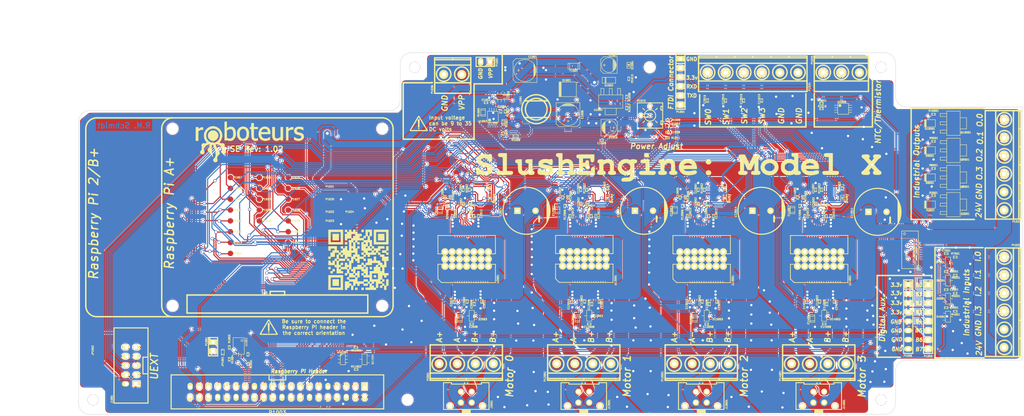
<source format=kicad_pcb>
(kicad_pcb (version 4) (host pcbnew "(2015-06-13 BZR 5744)-product")
  (layers (0 F.Cu signal) (31 B.Cu signal) (34 B.Paste user) (35 F.Paste user) (36 B.SilkS user) (37 F.SilkS user) (38 B.Mask user) (39 F.Mask user) (44 Edge.Cuts user))
  (net 0 "")
  (net 1 +24V)
  (net 2 GND)
  (net 3 "Net-(C1004-Pad2)")
  (net 4 "Net-(C1005-Pad1)")
  (net 5 "Net-(C1005-Pad2)")
  (net 6 +5V)
  (net 7 "/Stepper Driver #0/ADCIN")
  (net 8 "/Stepper Driver #0/~FLAG")
  (net 9 "/Stepper Driver #0/~BUSY~/SYNC")
  (net 10 "/Stepper Driver #0/VREG")
  (net 11 "/Stepper Driver #0/~STBY/RST")
  (net 12 "Net-(C2008-Pad1)")
  (net 13 "Net-(C2009-Pad1)")
  (net 14 "Net-(C2009-Pad2)")
  (net 15 "/Industrial Input 0/MCU_Input")
  (net 16 "/Industrial Input 1/MCU_Input")
  (net 17 "/Industrial Input 2/MCU_Input")
  (net 18 "/Industrial Input 3/MCU_Input")
  (net 19 "/Stepper Driver #1/~BUSY~/SYNC")
  (net 20 "/Stepper Driver #1/VREG")
  (net 21 "Net-(C12008-Pad1)")
  (net 22 "Net-(C12009-Pad1)")
  (net 23 "Net-(C12009-Pad2)")
  (net 24 "/Stepper Driver #2/~BUSY~/SYNC")
  (net 25 "/Stepper Driver #2/VREG")
  (net 26 "Net-(C13008-Pad1)")
  (net 27 "Net-(C13009-Pad1)")
  (net 28 "Net-(C13009-Pad2)")
  (net 29 "/Stepper Driver #3/~BUSY~/SYNC")
  (net 30 "/Stepper Driver #3/VREG")
  (net 31 "Net-(C14008-Pad1)")
  (net 32 "Net-(C14009-Pad1)")
  (net 33 "Net-(C14009-Pad2)")
  (net 34 "Net-(D1001-Pad2)")
  (net 35 "Net-(D1004-Pad2)")
  (net 36 "Net-(D2002-Pad1)")
  (net 37 "/Industrial Output 0/Sink")
  (net 38 "/Industrial Output 1/Sink")
  (net 39 "/Industrial Output 2/Sink")
  (net 40 "/Industrial Output 3/Sink")
  (net 41 "Net-(D12002-Pad1)")
  (net 42 "Net-(D13002-Pad1)")
  (net 43 "Net-(D14002-Pad1)")
  (net 44 "/Stepper Driver #0/SCK")
  (net 45 /PI_SPI_CE0)
  (net 46 "/Stepper Driver #0/SDI")
  (net 47 "/Stepper Driver #0/SDO")
  (net 48 "Net-(J1001-Pad1)")
  (net 49 /PI_UART_RXD)
  (net 50 /PI_UART_TXD)
  (net 51 /PI_I2C_SCL)
  (net 52 /PI_I2C_SDA)
  (net 53 "Net-(J2001-Pad1)")
  (net 54 "Net-(J2001-Pad2)")
  (net 55 "Net-(J2001-Pad3)")
  (net 56 "Net-(J2001-Pad4)")
  (net 57 "Net-(J12001-Pad1)")
  (net 58 "Net-(J12001-Pad2)")
  (net 59 "Net-(J12001-Pad3)")
  (net 60 "Net-(J12001-Pad4)")
  (net 61 "Net-(J13001-Pad1)")
  (net 62 "Net-(J13001-Pad2)")
  (net 63 "Net-(J13001-Pad3)")
  (net 64 "Net-(J13001-Pad4)")
  (net 65 "Net-(J14001-Pad1)")
  (net 66 "Net-(J14001-Pad2)")
  (net 67 "Net-(J14001-Pad3)")
  (net 68 "Net-(J14001-Pad4)")
  (net 69 "Net-(JP1001-Pad1)")
  (net 70 "/Stepper Driver #2/~CS")
  (net 71 /IO_EXP_INTA)
  (net 72 "/Stepper Driver #2/STCK")
  (net 73 "/Stepper Driver #3/STCK")
  (net 74 "Net-(P1003-Pad27)")
  (net 75 "Net-(P1003-Pad28)")
  (net 76 "/Stepper Driver #1/STCK")
  (net 77 "Net-(P1003-Pad26)")
  (net 78 "/Stepper Driver #1/~CS")
  (net 79 "Net-(P1003-Pad17)")
  (net 80 "/Stepper Driver #0/~CS")
  (net 81 /IO_EXP_INTB)
  (net 82 "/Stepper Driver #3/~CS")
  (net 83 "/Stepper Driver #0/STCK")
  (net 84 "Net-(P1003-Pad1)")
  (net 85 "/Back Power Protection/5V_MCU")
  (net 86 "Net-(P1004-Pad2)")
  (net 87 "Net-(P1004-Pad6)")
  (net 88 "Net-(P1006-Pad1)")
  (net 89 "Net-(P1006-Pad2)")
  (net 90 "Net-(P1006-Pad3)")
  (net 91 "Net-(P1006-Pad4)")
  (net 92 "Net-(P1006-Pad5)")
  (net 93 "Net-(P1006-Pad6)")
  (net 94 "Net-(P1006-Pad7)")
  (net 95 "Net-(P1006-Pad8)")
  (net 96 "/Industrial Output 3/MCU_Pin")
  (net 97 "/Industrial Output 2/MCU_Pin")
  (net 98 "/Industrial Output 1/MCU_Pin")
  (net 99 "/Industrial Output 0/MCU_Pin")
  (net 100 "Net-(Q3001-Pad1)")
  (net 101 "Net-(Q8001-Pad1)")
  (net 102 "Net-(Q9001-Pad1)")
  (net 103 "Net-(Q10001-Pad1)")
  (net 104 "Net-(R1005-Pad2)")
  (net 105 "Net-(R1008-Pad1)")
  (net 106 "Net-(R1009-Pad2)")
  (net 107 "Net-(R1010-Pad3)")
  (net 108 "/Industrial Input 0/A/D_Input")
  (net 109 "/Industrial Input 1/A/D_Input")
  (net 110 "/Industrial Input 2/A/D_Input")
  (net 111 "/Industrial Input 3/A/D_Input")
  (net 112 "Net-(R11001-Pad1)")
  (net 113 "Net-(Q11001-Pad1)")
  (net 114 "Net-(U1002-Pad3)")
  (net 115 "Net-(U1002-Pad7)")
  (net 116 /IO_EXP_RST)
  (net 117 "/Stepper Driver #0/OSCIN")
  (net 118 "/Stepper Driver #0/OSCOUT")
  (net 119 "/Stepper Driver #1/OSCIN")
  (net 120 "/Stepper Driver #1/OSCOUT")
  (net 121 "/Stepper Driver #2/OSCIN")
  (net 122 "/Stepper Driver #2/OSCOUT")
  (net 123 "/Stepper Driver #3/OSCIN")
  (net 124 "/Stepper Driver #3/OSCOUT")
  (net 125 "/Stepper Driver #0/SWITCH")
  (net 126 "/Stepper Driver #1/SWITCH")
  (net 127 "/Stepper Driver #2/SWITCH")
  (net 128 "/Stepper Driver #3/SWITCH")
  (net 129 "Net-(U1006-Pad4)")
  (net 130 +3V3)
  (net 131 "Net-(P1-Pad3)")
  (net 132 "Net-(P1-Pad2)")
  (module w_smd_resistors:r_0402 (layer F.Cu) (at 191.15 91.85 90)
    (fp_text reference R13006 (at -2.4 0 90) (layer F.SilkS) (effects (font (size 0.5 0.5) (thickness 0.125))))
    (fp_text value 10k hide)
    (pad 1 smd rect (at 0.54864 0 90) (size 0.8001 0.6985) (layers F.Cu F.Paste F.Mask) (net 130 +3V3))
    (pad 2 smd rect (at -0.54864 0 90) (size 0.8001 0.6985) (layers F.Cu F.Paste F.Mask) (net 127 "/Stepper Driver #2/SWITCH"))
  )
  (module w_smd_cap:c_0805 (layer F.Cu) (at 189.15 92.95 90)
    (fp_text reference C13007 (at -0.3 -1 90) (layer F.SilkS) (effects (font (size 0.5 0.5) (thickness 0.125))))
    (fp_text value 47uF hide)
    (pad 1 smd rect (at 0.9525 0 90) (size 1.30048 1.4986) (layers F.Cu F.Paste F.Mask) (net 130 +3V3))
    (pad 2 smd rect (at -0.9525 0 90) (size 1.30048 1.4986) (layers F.Cu F.Paste F.Mask) (net 2 GND))
  )
  (module w_smd_resistors:r_0402 (layer F.Cu) (at 192.05 89.45 90)
    (fp_text reference R13005 (at 0.4 0.7 90) (layer F.SilkS) (effects (font (size 0.5 0.5) (thickness 0.125))))
    (fp_text value 39k hide)
    (pad 1 smd rect (at 0.54864 0 90) (size 0.8001 0.6985) (layers F.Cu F.Paste F.Mask) (net 130 +3V3))
    (pad 2 smd rect (at -0.54864 0 90) (size 0.8001 0.6985) (layers F.Cu F.Paste F.Mask) (net 11 "/Stepper Driver #0/~STBY/RST"))
  )
  (module w_smd_cap:c_0402 (layer F.Cu) (at 192.55 94.65 270)
    (fp_text reference C13013 (at -0.8 -0.8 270) (layer F.SilkS) (effects (font (size 0.5 0.5) (thickness 0.125))))
    (fp_text value 0.1uf hide)
    (pad 1 smd rect (at 0.54864 0 270) (size 0.8001 0.6985) (layers F.Cu F.Paste F.Mask) (net 1 +24V))
    (pad 2 smd rect (at -0.54864 0 270) (size 0.8001 0.6985) (layers F.Cu F.Paste F.Mask) (net 2 GND))
  )
  (module w_smd_cap:c_0402 (layer F.Cu) (at 190.55 89.45 270)
    (fp_text reference C13005 (at -1.3 0.7 270) (layer F.SilkS) (effects (font (size 0.5 0.5) (thickness 0.125))))
    (fp_text value 0.1uf hide)
    (pad 1 smd rect (at 0.54864 0 270) (size 0.8001 0.6985) (layers F.Cu F.Paste F.Mask) (net 11 "/Stepper Driver #0/~STBY/RST"))
    (pad 2 smd rect (at -0.54864 0 270) (size 0.8001 0.6985) (layers F.Cu F.Paste F.Mask) (net 2 GND))
  )
  (module w_smd_cap:c_0402 (layer F.Cu) (at 198.45 94.65 270)
    (fp_text reference C13006 (at -0.8 0.7 270) (layer F.SilkS) (effects (font (size 0.5 0.5) (thickness 0.125))))
    (fp_text value 0.1uf hide)
    (pad 1 smd rect (at 0.54864 0 270) (size 0.8001 0.6985) (layers F.Cu F.Paste F.Mask) (net 130 +3V3))
    (pad 2 smd rect (at -0.54864 0 270) (size 0.8001 0.6985) (layers F.Cu F.Paste F.Mask) (net 2 GND))
  )
  (module w_smd_cap:c_0402 (layer F.Cu) (at 196.65 118.25 90)
    (fp_text reference C13003 (at 0.3 -0.7 90) (layer F.SilkS) (effects (font (size 0.5 0.5) (thickness 0.125))))
    (fp_text value 0.1uf hide)
    (pad 1 smd rect (at 0.54864 0 90) (size 0.8001 0.6985) (layers F.Cu F.Paste F.Mask) (net 25 "/Stepper Driver #2/VREG"))
    (pad 2 smd rect (at -0.54864 0 90) (size 0.8001 0.6985) (layers F.Cu F.Paste F.Mask) (net 2 GND))
  )
  (module w_smd_cap:c_0402 (layer F.Cu) (at 199.75 94.65 270)
    (fp_text reference C13012 (at -0.7 -0.8 270) (layer F.SilkS) (effects (font (size 0.5 0.5) (thickness 0.125))))
    (fp_text value 0.1uf hide)
    (pad 1 smd rect (at 0.54864 0 270) (size 0.8001 0.6985) (layers F.Cu F.Paste F.Mask) (net 1 +24V))
    (pad 2 smd rect (at -0.54864 0 270) (size 0.8001 0.6985) (layers F.Cu F.Paste F.Mask) (net 2 GND))
  )
  (module w_smd_cap:c_0402 (layer F.Cu) (at 200.65 118.25 90)
    (fp_text reference C13011 (at -1 0.7 90) (layer F.SilkS) (effects (font (size 0.5 0.5) (thickness 0.125))))
    (fp_text value 0.1uf hide)
    (pad 1 smd rect (at 0.54864 0 90) (size 0.8001 0.6985) (layers F.Cu F.Paste F.Mask) (net 1 +24V))
    (pad 2 smd rect (at -0.54864 0 90) (size 0.8001 0.6985) (layers F.Cu F.Paste F.Mask) (net 2 GND))
  )
  (module w_smd_resistors:r_0402 (layer F.Cu) (at 197.45 90.95 180)
    (fp_text reference R13004 (at -0.4 -0.8 180) (layer F.SilkS) (effects (font (size 0.5 0.5) (thickness 0.125))))
    (fp_text value 39k hide)
    (pad 1 smd rect (at 0.54864 0 180) (size 0.8001 0.6985) (layers F.Cu F.Paste F.Mask) (net 130 +3V3))
    (pad 2 smd rect (at -0.54864 0 180) (size 0.8001 0.6985) (layers F.Cu F.Paste F.Mask) (net 24 "/Stepper Driver #2/~BUSY~/SYNC"))
  )
  (module w_smd_cap:c_0402 (layer F.Cu) (at 195.55 87.35 270)
    (fp_text reference C13001 (at -0.4 0.7 270) (layer F.SilkS) (effects (font (size 0.5 0.5) (thickness 0.125))))
    (fp_text value 0.1uf hide)
    (pad 1 smd rect (at 0.54864 0 270) (size 0.8001 0.6985) (layers F.Cu F.Paste F.Mask) (net 8 "/Stepper Driver #0/~FLAG"))
    (pad 2 smd rect (at -0.54864 0 270) (size 0.8001 0.6985) (layers F.Cu F.Paste F.Mask) (net 2 GND))
  )
  (module w_smd_resistors:r_0402 (layer F.Cu) (at 197.25 87.35 90)
    (fp_text reference R13002 (at 0.4 -0.7 90) (layer F.SilkS) (effects (font (size 0.5 0.5) (thickness 0.125))))
    (fp_text value 39k hide)
    (pad 1 smd rect (at 0.54864 0 90) (size 0.8001 0.6985) (layers F.Cu F.Paste F.Mask) (net 130 +3V3))
    (pad 2 smd rect (at -0.54864 0 90) (size 0.8001 0.6985) (layers F.Cu F.Paste F.Mask) (net 8 "/Stepper Driver #0/~FLAG"))
  )
  (module w_smd_resistors:r_0402 (layer F.Cu) (at 202.95 86.95 90)
    (fp_text reference R13003 (at 0.45 -0.75 90) (layer F.SilkS) (effects (font (size 0.5 0.5) (thickness 0.125))))
    (fp_text value 220 hide)
    (pad 1 smd rect (at 0.54864 0 90) (size 0.8001 0.6985) (layers F.Cu F.Paste F.Mask) (net 130 +3V3))
    (pad 2 smd rect (at -0.54864 0 90) (size 0.8001 0.6985) (layers F.Cu F.Paste F.Mask) (net 42 "Net-(D13002-Pad1)"))
  )
  (module w_smd_leds:Led_0603 (layer F.Cu) (at 202.95 89.65 270)
    (fp_text reference D13002 hide)
    (fp_text value Busy (at 0.1 -1.1 270) (layer F.SilkS) (effects (font (size 0.75 0.75) (thickness 0.1875))))
    (pad 1 smd rect (at -0.7493 0 270) (size 0.79756 0.79756) (layers F.Cu F.Paste F.Mask) (net 42 "Net-(D13002-Pad1)"))
    (pad 2 smd rect (at 0.7493 0 270) (size 0.79756 0.79756) (layers F.Cu F.Paste F.Mask) (net 24 "/Stepper Driver #2/~BUSY~/SYNC"))
  )
  (module w_smd_cap:c_0402 (layer F.Cu) (at 195.65 91.25 270)
    (fp_text reference C13002 (at -0.4 0.8 270) (layer F.SilkS) (effects (font (size 0.5 0.5) (thickness 0.125))))
    (fp_text value 0.1uf hide)
    (pad 1 smd rect (at 0.54864 0 270) (size 0.8001 0.6985) (layers F.Cu F.Paste F.Mask) (net 24 "/Stepper Driver #2/~BUSY~/SYNC"))
    (pad 2 smd rect (at -0.54864 0 270) (size 0.8001 0.6985) (layers F.Cu F.Paste F.Mask) (net 2 GND))
  )
  (module project_foot:SureStep_CONN (layer F.Cu) (at 196.4 143.2 180)
    (fp_text reference J13001 (at -7 -3.5 270) (layer F.SilkS) (effects (font (size 0.5 0.5) (thickness 0.125))))
    (fp_text value "Stepper Motor" hide)
    (pad 1 thru_hole circle (at 1.5 0 180) (size 1.7 1.7) (drill 1.02) (layers *.Cu *.Mask F.SilkS) (net 61 "Net-(J13001-Pad1)"))
    (pad 2 thru_hole circle (at -1.5 0 180) (size 1.7 1.7) (drill 1.02) (layers *.Cu *.Mask F.SilkS) (net 62 "Net-(J13001-Pad2)"))
    (pad 3 thru_hole circle (at 1.5 -3 180) (size 1.7 1.7) (drill 1.02) (layers *.Cu *.Mask F.SilkS) (net 63 "Net-(J13001-Pad3)"))
    (pad 4 thru_hole circle (at -1.5 -3 180) (size 1.7 1.7) (drill 1.02) (layers *.Cu *.Mask F.SilkS) (net 64 "Net-(J13001-Pad4)"))
    (pad "" thru_hole circle (at 4.5 -3.94 180) (size 1.7 1.7) (drill 1.02) (layers *.Cu *.Mask F.SilkS))
    (pad "" thru_hole circle (at -4.5 -3.94 180) (size 1.7 1.7) (drill 1.02) (layers *.Cu *.Mask F.SilkS))
  )
  (module w_conn_mkds:mkds_1,5-4 (layer F.Cu) (at 196.4 135.45)
    (fp_text reference P13001 (at -10.75 3.5 90) (layer F.SilkS) (effects (font (size 0.5 0.5) (thickness 0.125))))
    (fp_text value CONN_01X04 hide)
    (pad 4 thru_hole circle (at 7.5 0) (size 2.5 2.5) (drill 1.3) (layers *.Cu *.Mask F.SilkS) (net 64 "Net-(J13001-Pad4)"))
    (pad 3 thru_hole circle (at 2.5 0) (size 2.5 2.5) (drill 1.3) (layers *.Cu *.Mask F.SilkS) (net 63 "Net-(J13001-Pad3)"))
    (pad 1 thru_hole circle (at -7.5 0) (size 2.5 2.5) (drill 1.3) (layers *.Cu *.Mask F.SilkS) (net 61 "Net-(J13001-Pad1)"))
    (pad 2 thru_hole circle (at -2.5 0) (size 2.5 2.5) (drill 1.3) (layers *.Cu *.Mask F.SilkS) (net 62 "Net-(J13001-Pad2)"))
  )
  (module w_capacitors:CP_12.5x25mm (layer F.Cu) (at 213.05 93.15 270)
    (fp_text reference C13014 (at 0.3 7.1 270) (layer F.SilkS) (effects (font (size 0.5 0.5) (thickness 0.125))))
    (fp_text value 100uF hide)
    (pad 1 thru_hole rect (at 0 2.5 270) (size 1.8 1.8) (drill 0.8) (layers *.Cu *.Mask F.SilkS) (net 1 +24V))
    (pad 2 thru_hole circle (at 0 -2.5 270) (size 1.8 1.8) (drill 0.8) (layers *.Cu *.Mask F.SilkS) (net 2 GND))
  )
  (module w_smd_cap:c_0402 (layer F.Cu) (at 193.05 118.35 90)
    (fp_text reference C13010 (at -0.6 -0.7 90) (layer F.SilkS) (effects (font (size 0.5 0.5) (thickness 0.125))))
    (fp_text value 0.1uf hide)
    (pad 1 smd rect (at 0.54864 0 90) (size 0.8001 0.6985) (layers F.Cu F.Paste F.Mask) (net 1 +24V))
    (pad 2 smd rect (at -0.54864 0 90) (size 0.8001 0.6985) (layers F.Cu F.Paste F.Mask) (net 2 GND))
  )
  (module w_smd_trans:sot23 (layer F.Cu) (at 197.9 122.2 90)
    (fp_text reference D13003 (at -0.95 3.05 180) (layer F.SilkS) (effects (font (size 0.5 0.5) (thickness 0.125))))
    (fp_text value DOUBLE_SCHOTTKY hide)
    (pad 1 smd rect (at -0.9525 1.05664 90) (size 0.59944 1.00076) (layers F.Cu F.Paste F.Mask) (net 1 +24V))
    (pad 2 smd rect (at 0 -1.05664 90) (size 0.59944 1.00076) (layers F.Cu F.Paste F.Mask) (net 27 "Net-(C13009-Pad1)"))
    (pad 3 smd rect (at 0.9525 1.05664 90) (size 0.59944 1.00076) (layers F.Cu F.Paste F.Mask) (net 26 "Net-(C13008-Pad1)"))
  )
  (module w_smd_cap:c_0402 (layer F.Cu) (at 198.65 118.95 270)
    (fp_text reference C13009 (at 0.2 0.7 270) (layer F.SilkS) (effects (font (size 0.5 0.5) (thickness 0.125))))
    (fp_text value 10nF hide)
    (pad 1 smd rect (at 0.54864 0 270) (size 0.8001 0.6985) (layers F.Cu F.Paste F.Mask) (net 27 "Net-(C13009-Pad1)"))
    (pad 2 smd rect (at -0.54864 0 270) (size 0.8001 0.6985) (layers F.Cu F.Paste F.Mask) (net 28 "Net-(C13009-Pad2)"))
  )
  (module w_smd_cap:c_0402 (layer F.Cu) (at 197.9 124.45 180)
    (fp_text reference C13008 (at -0.45 -0.8 180) (layer F.SilkS) (effects (font (size 0.5 0.5) (thickness 0.125))))
    (fp_text value 220nF hide)
    (pad 1 smd rect (at 0.54864 0 180) (size 0.8001 0.6985) (layers F.Cu F.Paste F.Mask) (net 26 "Net-(C13008-Pad1)"))
    (pad 2 smd rect (at -0.54864 0 180) (size 0.8001 0.6985) (layers F.Cu F.Paste F.Mask) (net 1 +24V))
  )
  (module w_smd_cap:c_0805 (layer F.Cu) (at 194.65 122.95 90)
    (fp_text reference C13004 (at -0.2 -1.1 90) (layer F.SilkS) (effects (font (size 0.5 0.5) (thickness 0.125))))
    (fp_text value 10uF hide)
    (pad 1 smd rect (at 0.9525 0 90) (size 1.30048 1.4986) (layers F.Cu F.Paste F.Mask) (net 25 "/Stepper Driver #2/VREG"))
    (pad 2 smd rect (at -0.9525 0 90) (size 1.30048 1.4986) (layers F.Cu F.Paste F.Mask) (net 2 GND))
  )
  (module project_foot:SureStep_CONN (layer F.Cu) (at 163.9 143.2 180)
    (fp_text reference J12001 (at -7 -3.5 270) (layer F.SilkS) (effects (font (size 0.5 0.5) (thickness 0.125))))
    (fp_text value "Stepper Motor" hide)
    (pad 1 thru_hole circle (at 1.5 0 180) (size 1.7 1.7) (drill 1.02) (layers *.Cu *.Mask F.SilkS) (net 57 "Net-(J12001-Pad1)"))
    (pad 2 thru_hole circle (at -1.5 0 180) (size 1.7 1.7) (drill 1.02) (layers *.Cu *.Mask F.SilkS) (net 58 "Net-(J12001-Pad2)"))
    (pad 3 thru_hole circle (at 1.5 -3 180) (size 1.7 1.7) (drill 1.02) (layers *.Cu *.Mask F.SilkS) (net 59 "Net-(J12001-Pad3)"))
    (pad 4 thru_hole circle (at -1.5 -3 180) (size 1.7 1.7) (drill 1.02) (layers *.Cu *.Mask F.SilkS) (net 60 "Net-(J12001-Pad4)"))
    (pad "" thru_hole circle (at 4.5 -3.94 180) (size 1.7 1.7) (drill 1.02) (layers *.Cu *.Mask F.SilkS))
    (pad "" thru_hole circle (at -4.5 -3.94 180) (size 1.7 1.7) (drill 1.02) (layers *.Cu *.Mask F.SilkS))
  )
  (module w_smd_leds:Led_0603 (layer F.Cu) (at 170.45 89.65 270)
    (fp_text reference D12002 hide)
    (fp_text value Busy (at 0.1 -1.1 270) (layer F.SilkS) (effects (font (size 0.75 0.75) (thickness 0.1875))))
    (pad 1 smd rect (at -0.7493 0 270) (size 0.79756 0.79756) (layers F.Cu F.Paste F.Mask) (net 41 "Net-(D12002-Pad1)"))
    (pad 2 smd rect (at 0.7493 0 270) (size 0.79756 0.79756) (layers F.Cu F.Paste F.Mask) (net 19 "/Stepper Driver #1/~BUSY~/SYNC"))
  )
  (module w_smd_resistors:r_0402 (layer F.Cu) (at 170.45 86.95 90)
    (fp_text reference R12003 (at 0.4 -0.8 90) (layer F.SilkS) (effects (font (size 0.5 0.5) (thickness 0.125))))
    (fp_text value 220 hide)
    (pad 1 smd rect (at 0.54864 0 90) (size 0.8001 0.6985) (layers F.Cu F.Paste F.Mask) (net 130 +3V3))
    (pad 2 smd rect (at -0.54864 0 90) (size 0.8001 0.6985) (layers F.Cu F.Paste F.Mask) (net 41 "Net-(D12002-Pad1)"))
  )
  (module w_capacitors:CP_12.5x25mm (layer F.Cu) (at 180.55 93.15 270)
    (fp_text reference C12014 (at 0.3 7.1 270) (layer F.SilkS) (effects (font (size 0.5 0.5) (thickness 0.125))))
    (fp_text value 100uF hide)
    (pad 1 thru_hole rect (at 0 2.5 270) (size 1.8 1.8) (drill 0.8) (layers *.Cu *.Mask F.SilkS) (net 1 +24V))
    (pad 2 thru_hole circle (at 0 -2.5 270) (size 1.8 1.8) (drill 0.8) (layers *.Cu *.Mask F.SilkS) (net 2 GND))
  )
  (module w_smd_cap:c_0402 (layer F.Cu) (at 165.95 94.65 270)
    (fp_text reference C12006 (at -0.8 0.7 270) (layer F.SilkS) (effects (font (size 0.5 0.5) (thickness 0.125))))
    (fp_text value 0.1uf hide)
    (pad 1 smd rect (at 0.54864 0 270) (size 0.8001 0.6985) (layers F.Cu F.Paste F.Mask) (net 130 +3V3))
    (pad 2 smd rect (at -0.54864 0 270) (size 0.8001 0.6985) (layers F.Cu F.Paste F.Mask) (net 2 GND))
  )
  (module w_smd_cap:c_0402 (layer F.Cu) (at 167.25 94.65 270)
    (fp_text reference C12012 (at -0.7 -0.8 270) (layer F.SilkS) (effects (font (size 0.5 0.5) (thickness 0.125))))
    (fp_text value 0.1uf hide)
    (pad 1 smd rect (at 0.54864 0 270) (size 0.8001 0.6985) (layers F.Cu F.Paste F.Mask) (net 1 +24V))
    (pad 2 smd rect (at -0.54864 0 270) (size 0.8001 0.6985) (layers F.Cu F.Paste F.Mask) (net 2 GND))
  )
  (module w_smd_cap:c_0805 (layer F.Cu) (at 162.15 122.95 90)
    (fp_text reference C12004 (at -0.2 -1.25 90) (layer F.SilkS) (effects (font (size 0.5 0.5) (thickness 0.125))))
    (fp_text value 10uF hide)
    (pad 1 smd rect (at 0.9525 0 90) (size 1.30048 1.4986) (layers F.Cu F.Paste F.Mask) (net 20 "/Stepper Driver #1/VREG"))
    (pad 2 smd rect (at -0.9525 0 90) (size 1.30048 1.4986) (layers F.Cu F.Paste F.Mask) (net 2 GND))
  )
  (module w_smd_trans:sot23 (layer F.Cu) (at 165.4 122.2 90)
    (fp_text reference D12003 (at -0.05 2.35 180) (layer F.SilkS) (effects (font (size 0.5 0.5) (thickness 0.125))))
    (fp_text value DOUBLE_SCHOTTKY hide)
    (pad 1 smd rect (at -0.9525 1.05664 90) (size 0.59944 1.00076) (layers F.Cu F.Paste F.Mask) (net 1 +24V))
    (pad 2 smd rect (at 0 -1.05664 90) (size 0.59944 1.00076) (layers F.Cu F.Paste F.Mask) (net 22 "Net-(C12009-Pad1)"))
    (pad 3 smd rect (at 0.9525 1.05664 90) (size 0.59944 1.00076) (layers F.Cu F.Paste F.Mask) (net 21 "Net-(C12008-Pad1)"))
  )
  (module w_smd_cap:c_0402 (layer F.Cu) (at 165.4 124.45 180)
    (fp_text reference C12008 (at 0 -0.85 180) (layer F.SilkS) (effects (font (size 0.5 0.5) (thickness 0.125))))
    (fp_text value 220nF hide)
    (pad 1 smd rect (at 0.54864 0 180) (size 0.8001 0.6985) (layers F.Cu F.Paste F.Mask) (net 21 "Net-(C12008-Pad1)"))
    (pad 2 smd rect (at -0.54864 0 180) (size 0.8001 0.6985) (layers F.Cu F.Paste F.Mask) (net 1 +24V))
  )
  (module w_conn_mkds:mkds_1,5-4 (layer F.Cu) (at 163.9 135.45)
    (fp_text reference P12001 (at -10.75 3.5 90) (layer F.SilkS) (effects (font (size 0.5 0.5) (thickness 0.125))))
    (fp_text value CONN_01X04 hide)
    (pad 4 thru_hole circle (at 7.5 0) (size 2.5 2.5) (drill 1.3) (layers *.Cu *.Mask F.SilkS) (net 60 "Net-(J12001-Pad4)"))
    (pad 3 thru_hole circle (at 2.5 0) (size 2.5 2.5) (drill 1.3) (layers *.Cu *.Mask F.SilkS) (net 59 "Net-(J12001-Pad3)"))
    (pad 1 thru_hole circle (at -7.5 0) (size 2.5 2.5) (drill 1.3) (layers *.Cu *.Mask F.SilkS) (net 57 "Net-(J12001-Pad1)"))
    (pad 2 thru_hole circle (at -2.5 0) (size 2.5 2.5) (drill 1.3) (layers *.Cu *.Mask F.SilkS) (net 58 "Net-(J12001-Pad2)"))
  )
  (module w_smd_cap:c_0402 (layer F.Cu) (at 166.15 118.95 270)
    (fp_text reference C12009 (at 0.15 0.8 270) (layer F.SilkS) (effects (font (size 0.5 0.5) (thickness 0.125))))
    (fp_text value 10nF hide)
    (pad 1 smd rect (at 0.54864 0 270) (size 0.8001 0.6985) (layers F.Cu F.Paste F.Mask) (net 22 "Net-(C12009-Pad1)"))
    (pad 2 smd rect (at -0.54864 0 270) (size 0.8001 0.6985) (layers F.Cu F.Paste F.Mask) (net 23 "Net-(C12009-Pad2)"))
  )
  (module w_smd_cap:c_0402 (layer F.Cu) (at 160.55 118.35 90)
    (fp_text reference C12010 (at -0.65 -0.85 90) (layer F.SilkS) (effects (font (size 0.5 0.5) (thickness 0.125))))
    (fp_text value 0.1uf hide)
    (pad 1 smd rect (at 0.54864 0 90) (size 0.8001 0.6985) (layers F.Cu F.Paste F.Mask) (net 1 +24V))
    (pad 2 smd rect (at -0.54864 0 90) (size 0.8001 0.6985) (layers F.Cu F.Paste F.Mask) (net 2 GND))
  )
  (module w_smd_cap:c_0402 (layer F.Cu) (at 164.15 118.25 90)
    (fp_text reference C12003 (at 0.25 -0.85 90) (layer F.SilkS) (effects (font (size 0.5 0.5) (thickness 0.125))))
    (fp_text value 0.1uf hide)
    (pad 1 smd rect (at 0.54864 0 90) (size 0.8001 0.6985) (layers F.Cu F.Paste F.Mask) (net 20 "/Stepper Driver #1/VREG"))
    (pad 2 smd rect (at -0.54864 0 90) (size 0.8001 0.6985) (layers F.Cu F.Paste F.Mask) (net 2 GND))
  )
  (module w_smd_cap:c_0402 (layer F.Cu) (at 168.15 118.25 90)
    (fp_text reference C12011 (at -0.6 0.85 90) (layer F.SilkS) (effects (font (size 0.5 0.5) (thickness 0.125))))
    (fp_text value 0.1uf hide)
    (pad 1 smd rect (at 0.54864 0 90) (size 0.8001 0.6985) (layers F.Cu F.Paste F.Mask) (net 1 +24V))
    (pad 2 smd rect (at -0.54864 0 90) (size 0.8001 0.6985) (layers F.Cu F.Paste F.Mask) (net 2 GND))
  )
  (module w_smd_cap:c_0805 (layer F.Cu) (at 156.65 92.95 90)
    (fp_text reference C12007 (at -0.2 -1.15 90) (layer F.SilkS) (effects (font (size 0.5 0.5) (thickness 0.125))))
    (fp_text value 47uF hide)
    (pad 1 smd rect (at 0.9525 0 90) (size 1.30048 1.4986) (layers F.Cu F.Paste F.Mask) (net 130 +3V3))
    (pad 2 smd rect (at -0.9525 0 90) (size 1.30048 1.4986) (layers F.Cu F.Paste F.Mask) (net 2 GND))
  )
  (module w_smd_cap:c_0402 (layer F.Cu) (at 163.15 91.25 270)
    (fp_text reference C12002 (at -0.4 0.7 270) (layer F.SilkS) (effects (font (size 0.5 0.5) (thickness 0.125))))
    (fp_text value 0.1uf hide)
    (pad 1 smd rect (at 0.54864 0 270) (size 0.8001 0.6985) (layers F.Cu F.Paste F.Mask) (net 19 "/Stepper Driver #1/~BUSY~/SYNC"))
    (pad 2 smd rect (at -0.54864 0 270) (size 0.8001 0.6985) (layers F.Cu F.Paste F.Mask) (net 2 GND))
  )
  (module w_smd_resistors:r_0402 (layer F.Cu) (at 164.95 90.95 180)
    (fp_text reference R12004 (at -0.45 -0.8 180) (layer F.SilkS) (effects (font (size 0.5 0.5) (thickness 0.125))))
    (fp_text value 39k hide)
    (pad 1 smd rect (at 0.54864 0 180) (size 0.8001 0.6985) (layers F.Cu F.Paste F.Mask) (net 130 +3V3))
    (pad 2 smd rect (at -0.54864 0 180) (size 0.8001 0.6985) (layers F.Cu F.Paste F.Mask) (net 19 "/Stepper Driver #1/~BUSY~/SYNC"))
  )
  (module w_smd_cap:c_0402 (layer F.Cu) (at 163.05 87.35 270)
    (fp_text reference C12001 (at -0.4 0.7 270) (layer F.SilkS) (effects (font (size 0.5 0.5) (thickness 0.125))))
    (fp_text value 0.1uf hide)
    (pad 1 smd rect (at 0.54864 0 270) (size 0.8001 0.6985) (layers F.Cu F.Paste F.Mask) (net 8 "/Stepper Driver #0/~FLAG"))
    (pad 2 smd rect (at -0.54864 0 270) (size 0.8001 0.6985) (layers F.Cu F.Paste F.Mask) (net 2 GND))
  )
  (module w_smd_resistors:r_0402 (layer F.Cu) (at 164.75 87.35 90)
    (fp_text reference R12002 (at 0.4 -0.7 90) (layer F.SilkS) (effects (font (size 0.5 0.5) (thickness 0.125))))
    (fp_text value 39k hide)
    (pad 1 smd rect (at 0.54864 0 90) (size 0.8001 0.6985) (layers F.Cu F.Paste F.Mask) (net 130 +3V3))
    (pad 2 smd rect (at -0.54864 0 90) (size 0.8001 0.6985) (layers F.Cu F.Paste F.Mask) (net 8 "/Stepper Driver #0/~FLAG"))
  )
  (module w_smd_cap:c_0402 (layer F.Cu) (at 160.05 94.65 270)
    (fp_text reference C12013 (at -0.8 -0.8 270) (layer F.SilkS) (effects (font (size 0.5 0.5) (thickness 0.125))))
    (fp_text value 0.1uf hide)
    (pad 1 smd rect (at 0.54864 0 270) (size 0.8001 0.6985) (layers F.Cu F.Paste F.Mask) (net 1 +24V))
    (pad 2 smd rect (at -0.54864 0 270) (size 0.8001 0.6985) (layers F.Cu F.Paste F.Mask) (net 2 GND))
  )
  (module w_smd_resistors:r_0402 (layer F.Cu) (at 159.55 89.45 90)
    (fp_text reference R12005 (at 0.4 0.7 90) (layer F.SilkS) (effects (font (size 0.5 0.5) (thickness 0.125))))
    (fp_text value 39k hide)
    (pad 1 smd rect (at 0.54864 0 90) (size 0.8001 0.6985) (layers F.Cu F.Paste F.Mask) (net 130 +3V3))
    (pad 2 smd rect (at -0.54864 0 90) (size 0.8001 0.6985) (layers F.Cu F.Paste F.Mask) (net 11 "/Stepper Driver #0/~STBY/RST"))
  )
  (module w_smd_cap:c_0402 (layer F.Cu) (at 158.05 89.45 270)
    (fp_text reference C12005 (at -1.3 0.7 270) (layer F.SilkS) (effects (font (size 0.5 0.5) (thickness 0.125))))
    (fp_text value 0.1uf hide)
    (pad 1 smd rect (at 0.54864 0 270) (size 0.8001 0.6985) (layers F.Cu F.Paste F.Mask) (net 11 "/Stepper Driver #0/~STBY/RST"))
    (pad 2 smd rect (at -0.54864 0 270) (size 0.8001 0.6985) (layers F.Cu F.Paste F.Mask) (net 2 GND))
  )
  (module w_smd_resistors:r_0402 (layer F.Cu) (at 158.65 91.85 90)
    (fp_text reference R12006 (at -2.4 0 90) (layer F.SilkS) (effects (font (size 0.5 0.5) (thickness 0.125))))
    (fp_text value 10k hide)
    (pad 1 smd rect (at 0.54864 0 90) (size 0.8001 0.6985) (layers F.Cu F.Paste F.Mask) (net 130 +3V3))
    (pad 2 smd rect (at -0.54864 0 90) (size 0.8001 0.6985) (layers F.Cu F.Paste F.Mask) (net 126 "/Stepper Driver #1/SWITCH"))
  )
  (module w_conn_mkds:mkds_1,5-4 (layer F.Cu) (at 131.4 135.45)
    (fp_text reference P2001 (at -10.6 3.55 90) (layer F.SilkS) (effects (font (size 0.5 0.5) (thickness 0.125))))
    (fp_text value CONN_01X04 hide)
    (pad 4 thru_hole circle (at 7.5 0) (size 2.5 2.5) (drill 1.3) (layers *.Cu *.Mask F.SilkS) (net 56 "Net-(J2001-Pad4)"))
    (pad 3 thru_hole circle (at 2.5 0) (size 2.5 2.5) (drill 1.3) (layers *.Cu *.Mask F.SilkS) (net 55 "Net-(J2001-Pad3)"))
    (pad 1 thru_hole circle (at -7.5 0) (size 2.5 2.5) (drill 1.3) (layers *.Cu *.Mask F.SilkS) (net 53 "Net-(J2001-Pad1)"))
    (pad 2 thru_hole circle (at -2.5 0) (size 2.5 2.5) (drill 1.3) (layers *.Cu *.Mask F.SilkS) (net 54 "Net-(J2001-Pad2)"))
  )
  (module w_smd_cap:c_0402 (layer F.Cu) (at 132.9 124.45 180)
    (fp_text reference C2008 (at -0.45 -0.8 180) (layer F.SilkS) (effects (font (size 0.5 0.5) (thickness 0.125))))
    (fp_text value 220nF hide)
    (pad 1 smd rect (at 0.54864 0 180) (size 0.8001 0.6985) (layers F.Cu F.Paste F.Mask) (net 12 "Net-(C2008-Pad1)"))
    (pad 2 smd rect (at -0.54864 0 180) (size 0.8001 0.6985) (layers F.Cu F.Paste F.Mask) (net 1 +24V))
  )
  (module w_smd_cap:c_0805 (layer F.Cu) (at 129.65 122.95 90)
    (fp_text reference C2004 (at -0.2 -1.1 90) (layer F.SilkS) (effects (font (size 0.5 0.5) (thickness 0.125))))
    (fp_text value 10uF hide)
    (pad 1 smd rect (at 0.9525 0 90) (size 1.30048 1.4986) (layers F.Cu F.Paste F.Mask) (net 10 "/Stepper Driver #0/VREG"))
    (pad 2 smd rect (at -0.9525 0 90) (size 1.30048 1.4986) (layers F.Cu F.Paste F.Mask) (net 2 GND))
  )
  (module project_foot:SureStep_CONN (layer F.Cu) (at 131.4 143.2 180)
    (fp_text reference J2001 (at -7 -3.5 270) (layer F.SilkS) (effects (font (size 0.5 0.5) (thickness 0.125))))
    (fp_text value "Stepper Motor" hide)
    (pad 1 thru_hole circle (at 1.5 0 180) (size 1.7 1.7) (drill 1.02) (layers *.Cu *.Mask F.SilkS) (net 53 "Net-(J2001-Pad1)"))
    (pad 2 thru_hole circle (at -1.5 0 180) (size 1.7 1.7) (drill 1.02) (layers *.Cu *.Mask F.SilkS) (net 54 "Net-(J2001-Pad2)"))
    (pad 3 thru_hole circle (at 1.5 -3 180) (size 1.7 1.7) (drill 1.02) (layers *.Cu *.Mask F.SilkS) (net 55 "Net-(J2001-Pad3)"))
    (pad 4 thru_hole circle (at -1.5 -3 180) (size 1.7 1.7) (drill 1.02) (layers *.Cu *.Mask F.SilkS) (net 56 "Net-(J2001-Pad4)"))
    (pad "" thru_hole circle (at 4.5 -3.94 180) (size 1.7 1.7) (drill 1.02) (layers *.Cu *.Mask F.SilkS))
    (pad "" thru_hole circle (at -4.5 -3.94 180) (size 1.7 1.7) (drill 1.02) (layers *.Cu *.Mask F.SilkS))
  )
  (module w_smd_resistors:r_0402 (layer F.Cu) (at 137.95 86.95 90)
    (fp_text reference R2003 (at 0.3 -0.8 90) (layer F.SilkS) (effects (font (size 0.5 0.5) (thickness 0.125))))
    (fp_text value 220 hide)
    (pad 1 smd rect (at 0.54864 0 90) (size 0.8001 0.6985) (layers F.Cu F.Paste F.Mask) (net 130 +3V3))
    (pad 2 smd rect (at -0.54864 0 90) (size 0.8001 0.6985) (layers F.Cu F.Paste F.Mask) (net 36 "Net-(D2002-Pad1)"))
  )
  (module w_smd_leds:Led_0603 (layer F.Cu) (at 137.95 89.65 270)
    (fp_text reference D2002 hide)
    (fp_text value Busy (at 0.1 -1.1 270) (layer F.SilkS) (effects (font (size 0.75 0.75) (thickness 0.1875))))
    (pad 1 smd rect (at -0.7493 0 270) (size 0.79756 0.79756) (layers F.Cu F.Paste F.Mask) (net 36 "Net-(D2002-Pad1)"))
    (pad 2 smd rect (at 0.7493 0 270) (size 0.79756 0.79756) (layers F.Cu F.Paste F.Mask) (net 9 "/Stepper Driver #0/~BUSY~/SYNC"))
  )
  (module w_capacitors:CP_12.5x25mm (layer F.Cu) (at 148.05 93.15 270)
    (fp_text reference C2014 (at 0.3 7.1 270) (layer F.SilkS) (effects (font (size 0.5 0.5) (thickness 0.125))))
    (fp_text value 100uF hide)
    (pad 1 thru_hole rect (at 0 2.5 270) (size 1.8 1.8) (drill 0.8) (layers *.Cu *.Mask F.SilkS) (net 1 +24V))
    (pad 2 thru_hole circle (at 0 -2.5 270) (size 1.8 1.8) (drill 0.8) (layers *.Cu *.Mask F.SilkS) (net 2 GND))
  )
  (module w_smd_resistors:r_0402 (layer F.Cu) (at 126.15 91.85 90)
    (fp_text reference R2006 (at -2.4 0 90) (layer F.SilkS) (effects (font (size 0.5 0.5) (thickness 0.125))))
    (fp_text value 10k hide)
    (pad 1 smd rect (at 0.54864 0 90) (size 0.8001 0.6985) (layers F.Cu F.Paste F.Mask) (net 130 +3V3))
    (pad 2 smd rect (at -0.54864 0 90) (size 0.8001 0.6985) (layers F.Cu F.Paste F.Mask) (net 125 "/Stepper Driver #0/SWITCH"))
  )
  (module w_smd_resistors:r_0402 (layer F.Cu) (at 132.25 87.35 90)
    (fp_text reference R2002 (at 0.4 -0.7 90) (layer F.SilkS) (effects (font (size 0.5 0.5) (thickness 0.125))))
    (fp_text value 39k hide)
    (pad 1 smd rect (at 0.54864 0 90) (size 0.8001 0.6985) (layers F.Cu F.Paste F.Mask) (net 130 +3V3))
    (pad 2 smd rect (at -0.54864 0 90) (size 0.8001 0.6985) (layers F.Cu F.Paste F.Mask) (net 8 "/Stepper Driver #0/~FLAG"))
  )
  (module w_smd_cap:c_0402 (layer F.Cu) (at 130.65 91.25 270)
    (fp_text reference C2002 (at -0.4 0.7 270) (layer F.SilkS) (effects (font (size 0.5 0.5) (thickness 0.125))))
    (fp_text value 0.1uf hide)
    (pad 1 smd rect (at 0.54864 0 270) (size 0.8001 0.6985) (layers F.Cu F.Paste F.Mask) (net 9 "/Stepper Driver #0/~BUSY~/SYNC"))
    (pad 2 smd rect (at -0.54864 0 270) (size 0.8001 0.6985) (layers F.Cu F.Paste F.Mask) (net 2 GND))
  )
  (module w_smd_resistors:r_0402 (layer F.Cu) (at 132.45 90.95 180)
    (fp_text reference R2004 (at -0.5 -0.7 180) (layer F.SilkS) (effects (font (size 0.5 0.5) (thickness 0.125))))
    (fp_text value 39k hide)
    (pad 1 smd rect (at 0.54864 0 180) (size 0.8001 0.6985) (layers F.Cu F.Paste F.Mask) (net 130 +3V3))
    (pad 2 smd rect (at -0.54864 0 180) (size 0.8001 0.6985) (layers F.Cu F.Paste F.Mask) (net 9 "/Stepper Driver #0/~BUSY~/SYNC"))
  )
  (module w_smd_cap:c_0402 (layer F.Cu) (at 125.55 89.45 270)
    (fp_text reference C2005 (at -1.3 0.7 270) (layer F.SilkS) (effects (font (size 0.5 0.5) (thickness 0.125))))
    (fp_text value 0.1uf hide)
    (pad 1 smd rect (at 0.54864 0 270) (size 0.8001 0.6985) (layers F.Cu F.Paste F.Mask) (net 11 "/Stepper Driver #0/~STBY/RST"))
    (pad 2 smd rect (at -0.54864 0 270) (size 0.8001 0.6985) (layers F.Cu F.Paste F.Mask) (net 2 GND))
  )
  (module w_smd_cap:c_0402 (layer F.Cu) (at 130.55 87.35 270)
    (fp_text reference C2001 (at -0.4 0.7 270) (layer F.SilkS) (effects (font (size 0.5 0.5) (thickness 0.125))))
    (fp_text value 0.1uf hide)
    (pad 1 smd rect (at 0.54864 0 270) (size 0.8001 0.6985) (layers F.Cu F.Paste F.Mask) (net 8 "/Stepper Driver #0/~FLAG"))
    (pad 2 smd rect (at -0.54864 0 270) (size 0.8001 0.6985) (layers F.Cu F.Paste F.Mask) (net 2 GND))
  )
  (module w_smd_resistors:r_0402 (layer F.Cu) (at 127.05 89.45 90)
    (fp_text reference R2005 (at 0.4 0.7 90) (layer F.SilkS) (effects (font (size 0.5 0.5) (thickness 0.125))))
    (fp_text value 39k hide)
    (pad 1 smd rect (at 0.54864 0 90) (size 0.8001 0.6985) (layers F.Cu F.Paste F.Mask) (net 130 +3V3))
    (pad 2 smd rect (at -0.54864 0 90) (size 0.8001 0.6985) (layers F.Cu F.Paste F.Mask) (net 11 "/Stepper Driver #0/~STBY/RST"))
  )
  (module w_smd_trans:sot23 (layer F.Cu) (at 132.9 122.2 90)
    (fp_text reference D2003 (at -0.95 3.05 180) (layer F.SilkS) (effects (font (size 0.5 0.5) (thickness 0.125))))
    (fp_text value DOUBLE_SCHOTTKY hide)
    (pad 1 smd rect (at -0.9525 1.05664 90) (size 0.59944 1.00076) (layers F.Cu F.Paste F.Mask) (net 1 +24V))
    (pad 2 smd rect (at 0 -1.05664 90) (size 0.59944 1.00076) (layers F.Cu F.Paste F.Mask) (net 13 "Net-(C2009-Pad1)"))
    (pad 3 smd rect (at 0.9525 1.05664 90) (size 0.59944 1.00076) (layers F.Cu F.Paste F.Mask) (net 12 "Net-(C2008-Pad1)"))
  )
  (module w_smd_cap:c_0402 (layer F.Cu) (at 135.65 118.25 90)
    (fp_text reference C2011 (at -0.75 0.75 90) (layer F.SilkS) (effects (font (size 0.5 0.5) (thickness 0.125))))
    (fp_text value 0.1uf hide)
    (pad 1 smd rect (at 0.54864 0 90) (size 0.8001 0.6985) (layers F.Cu F.Paste F.Mask) (net 1 +24V))
    (pad 2 smd rect (at -0.54864 0 90) (size 0.8001 0.6985) (layers F.Cu F.Paste F.Mask) (net 2 GND))
  )
  (module w_smd_cap:c_0402 (layer F.Cu) (at 133.65 118.95 270)
    (fp_text reference C2009 (at 0.1 0.8 270) (layer F.SilkS) (effects (font (size 0.5 0.5) (thickness 0.125))))
    (fp_text value 10nF hide)
    (pad 1 smd rect (at 0.54864 0 270) (size 0.8001 0.6985) (layers F.Cu F.Paste F.Mask) (net 13 "Net-(C2009-Pad1)"))
    (pad 2 smd rect (at -0.54864 0 270) (size 0.8001 0.6985) (layers F.Cu F.Paste F.Mask) (net 14 "Net-(C2009-Pad2)"))
  )
  (module w_smd_cap:c_0402 (layer F.Cu) (at 131.65 118.25 90)
    (fp_text reference C2003 (at 0.05 -0.85 90) (layer F.SilkS) (effects (font (size 0.5 0.5) (thickness 0.125))))
    (fp_text value 0.1uf hide)
    (pad 1 smd rect (at 0.54864 0 90) (size 0.8001 0.6985) (layers F.Cu F.Paste F.Mask) (net 10 "/Stepper Driver #0/VREG"))
    (pad 2 smd rect (at -0.54864 0 90) (size 0.8001 0.6985) (layers F.Cu F.Paste F.Mask) (net 2 GND))
  )
  (module w_smd_cap:c_0402 (layer F.Cu) (at 128.05 118.35 90)
    (fp_text reference C2010 (at -0.05 -0.85 90) (layer F.SilkS) (effects (font (size 0.5 0.5) (thickness 0.125))))
    (fp_text value 0.1uf hide)
    (pad 1 smd rect (at 0.54864 0 90) (size 0.8001 0.6985) (layers F.Cu F.Paste F.Mask) (net 1 +24V))
    (pad 2 smd rect (at -0.54864 0 90) (size 0.8001 0.6985) (layers F.Cu F.Paste F.Mask) (net 2 GND))
  )
  (module w_smd_cap:c_0402 (layer F.Cu) (at 127.55 94.65 270)
    (fp_text reference C2013 (at -0.8 -0.8 270) (layer F.SilkS) (effects (font (size 0.5 0.5) (thickness 0.125))))
    (fp_text value 0.1uf hide)
    (pad 1 smd rect (at 0.54864 0 270) (size 0.8001 0.6985) (layers F.Cu F.Paste F.Mask) (net 1 +24V))
    (pad 2 smd rect (at -0.54864 0 270) (size 0.8001 0.6985) (layers F.Cu F.Paste F.Mask) (net 2 GND))
  )
  (module w_smd_cap:c_0402 (layer F.Cu) (at 134.75 94.65 270)
    (fp_text reference C2012 (at -0.7 -0.8 270) (layer F.SilkS) (effects (font (size 0.5 0.5) (thickness 0.125))))
    (fp_text value 0.1uf hide)
    (pad 1 smd rect (at 0.54864 0 270) (size 0.8001 0.6985) (layers F.Cu F.Paste F.Mask) (net 1 +24V))
    (pad 2 smd rect (at -0.54864 0 270) (size 0.8001 0.6985) (layers F.Cu F.Paste F.Mask) (net 2 GND))
  )
  (module w_smd_cap:c_0805 (layer F.Cu) (at 124.15 92.95 90)
    (fp_text reference C2007 (at -0.3 -1 90) (layer F.SilkS) (effects (font (size 0.5 0.5) (thickness 0.125))))
    (fp_text value 47uF hide)
    (pad 1 smd rect (at 0.9525 0 90) (size 1.30048 1.4986) (layers F.Cu F.Paste F.Mask) (net 130 +3V3))
    (pad 2 smd rect (at -0.9525 0 90) (size 1.30048 1.4986) (layers F.Cu F.Paste F.Mask) (net 2 GND))
  )
  (module w_smd_cap:c_0402 (layer F.Cu) (at 133.45 94.65 270)
    (fp_text reference C2006 (at -0.8 0.7 270) (layer F.SilkS) (effects (font (size 0.5 0.5) (thickness 0.125))))
    (fp_text value 0.1uf hide)
    (pad 1 smd rect (at 0.54864 0 270) (size 0.8001 0.6985) (layers F.Cu F.Paste F.Mask) (net 130 +3V3))
    (pad 2 smd rect (at -0.54864 0 270) (size 0.8001 0.6985) (layers F.Cu F.Paste F.Mask) (net 2 GND))
  )
  (module w_smd_cap:c_elec_6.3x7.7 (layer F.Cu) (at 147.65 54.35 180)
    (fp_text reference C1001 (at -2.1 3.8 180) (layer F.SilkS) (effects (font (size 0.5 0.5) (thickness 0.125))))
    (fp_text value 50uf/50v hide)
    (pad 1 smd rect (at 2.75082 0 180) (size 3.59918 1.6002) (layers F.Cu F.Paste F.Mask) (net 1 +24V))
    (pad 2 smd rect (at -2.75082 0 180) (size 3.59918 1.6002) (layers F.Cu F.Paste F.Mask) (net 2 GND))
  )
  (module w_smd_cap:c_0402 (layer F.Cu) (at 136.85 63.25)
    (fp_text reference C1002 (at 0 -0.75) (layer F.SilkS) (effects (font (size 0.5 0.5) (thickness 0.125))))
    (fp_text value 0.1uf hide)
    (pad 1 smd rect (at 0.54864 0) (size 0.8001 0.6985) (layers F.Cu F.Paste F.Mask) (net 1 +24V))
    (pad 2 smd rect (at -0.54864 0) (size 0.8001 0.6985) (layers F.Cu F.Paste F.Mask) (net 2 GND))
  )
  (module w_smd_cap:c_0402 (layer F.Cu) (at 140.95 65.65 270)
    (fp_text reference C1004 (at -1.35 -0.3 360) (layer F.SilkS) (effects (font (size 0.5 0.5) (thickness 0.125))))
    (fp_text value 1nf hide)
    (pad 1 smd rect (at 0.54864 0 270) (size 0.8001 0.6985) (layers F.Cu F.Paste F.Mask) (net 1 +24V))
    (pad 2 smd rect (at -0.54864 0 270) (size 0.8001 0.6985) (layers F.Cu F.Paste F.Mask) (net 3 "Net-(C1004-Pad2)"))
  )
  (module w_smd_cap:c_0402 (layer F.Cu) (at 141.65 71.75 270)
    (fp_text reference C1005 (at 0.05 -0.85 270) (layer F.SilkS) (effects (font (size 0.5 0.5) (thickness 0.125))))
    (fp_text value 0.1uf hide)
    (pad 1 smd rect (at 0.54864 0 270) (size 0.8001 0.6985) (layers F.Cu F.Paste F.Mask) (net 4 "Net-(C1005-Pad1)"))
    (pad 2 smd rect (at -0.54864 0 270) (size 0.8001 0.6985) (layers F.Cu F.Paste F.Mask) (net 5 "Net-(C1005-Pad2)"))
  )
  (module w_smd_cap:c_elec_6.3x7.7 (layer F.Cu) (at 159.55 66.55 270)
    (fp_text reference C1006 (at 0 -3.937 270) (layer F.SilkS) (effects (font (size 0.5 0.5) (thickness 0.125))))
    (fp_text value 100uf/10v hide)
    (pad 1 smd rect (at 2.75082 0 270) (size 3.59918 1.6002) (layers F.Cu F.Paste F.Mask) (net 4 "Net-(C1005-Pad1)"))
    (pad 2 smd rect (at -2.75082 0 270) (size 3.59918 1.6002) (layers F.Cu F.Paste F.Mask) (net 2 GND))
  )
  (module w_smd_cap:c_elec_4x5.3 (layer F.Cu) (at 170.85 52.85 180)
    (fp_text reference C1007 (at -1.15 2.75 180) (layer F.SilkS) (effects (font (size 0.5 0.5) (thickness 0.125))))
    (fp_text value 10uf/6.3V hide)
    (pad 1 smd rect (at 1.80086 0 180) (size 2.60096 1.6002) (layers F.Cu F.Paste F.Mask) (net 6 +5V))
    (pad 2 smd rect (at -1.80086 0 180) (size 2.60096 1.6002) (layers F.Cu F.Paste F.Mask) (net 2 GND))
  )
  (module w_smd_cap:c_0402 (layer F.Cu) (at 187.05 71.45)
    (fp_text reference C1008 (at 2.25 -0.05) (layer F.SilkS) (effects (font (size 0.5 0.5) (thickness 0.125))))
    (fp_text value 33nF hide)
    (pad 1 smd rect (at 0.54864 0) (size 0.8001 0.6985) (layers F.Cu F.Paste F.Mask) (net 7 "/Stepper Driver #0/ADCIN"))
    (pad 2 smd rect (at -0.54864 0) (size 0.8001 0.6985) (layers F.Cu F.Paste F.Mask) (net 2 GND))
  )
  (module w_smd_cap:c_0402 (layer F.Cu) (at 168.85 73.65)
    (fp_text reference C1009 (at 0 0.8) (layer F.SilkS) (effects (font (size 0.5 0.5) (thickness 0.125))))
    (fp_text value 0.1uf hide)
    (pad 1 smd rect (at 0.54864 0) (size 0.8001 0.6985) (layers F.Cu F.Paste F.Mask) (net 130 +3V3))
    (pad 2 smd rect (at -0.54864 0) (size 0.8001 0.6985) (layers F.Cu F.Paste F.Mask) (net 2 GND))
  )
  (module w_smd_cap:c_elec_4x5.3 (layer F.Cu) (at 170.95 70.15)
    (fp_text reference C1010 (at 1.05 2.75) (layer F.SilkS) (effects (font (size 0.5 0.5) (thickness 0.125))))
    (fp_text value 10uf/6.3V hide)
    (pad 1 smd rect (at 1.80086 0) (size 2.60096 1.6002) (layers F.Cu F.Paste F.Mask) (net 130 +3V3))
    (pad 2 smd rect (at -1.80086 0) (size 2.60096 1.6002) (layers F.Cu F.Paste F.Mask) (net 2 GND))
  )
  (module w_smd_cap:c_0402 (layer F.Cu) (at 264.15 119.95)
    (fp_text reference C4001 (at 2.2 0) (layer F.SilkS) (effects (font (size 0.5 0.5) (thickness 0.125))))
    (fp_text value 1nF hide)
    (pad 1 smd rect (at 0.54864 0) (size 0.8001 0.6985) (layers F.Cu F.Paste F.Mask) (net 15 "/Industrial Input 0/MCU_Input"))
    (pad 2 smd rect (at -0.54864 0) (size 0.8001 0.6985) (layers F.Cu F.Paste F.Mask) (net 2 GND))
  )
  (module w_smd_cap:c_0402 (layer F.Cu) (at 264.15 114.95)
    (fp_text reference C5001 (at 2.2 0) (layer F.SilkS) (effects (font (size 0.5 0.5) (thickness 0.125))))
    (fp_text value 1nF hide)
    (pad 1 smd rect (at 0.54864 0) (size 0.8001 0.6985) (layers F.Cu F.Paste F.Mask) (net 16 "/Industrial Input 1/MCU_Input"))
    (pad 2 smd rect (at -0.54864 0) (size 0.8001 0.6985) (layers F.Cu F.Paste F.Mask) (net 2 GND))
  )
  (module w_smd_cap:c_0402 (layer F.Cu) (at 264.15 109.95)
    (fp_text reference C6001 (at 2.2 0) (layer F.SilkS) (effects (font (size 0.5 0.5) (thickness 0.125))))
    (fp_text value 1nF hide)
    (pad 1 smd rect (at 0.54864 0) (size 0.8001 0.6985) (layers F.Cu F.Paste F.Mask) (net 17 "/Industrial Input 2/MCU_Input"))
    (pad 2 smd rect (at -0.54864 0) (size 0.8001 0.6985) (layers F.Cu F.Paste F.Mask) (net 2 GND))
  )
  (module w_smd_cap:c_0402 (layer F.Cu) (at 264.15 104.95)
    (fp_text reference C7001 (at 0.05 -0.8) (layer F.SilkS) (effects (font (size 0.5 0.5) (thickness 0.125))))
    (fp_text value 1nF hide)
    (pad 1 smd rect (at 0.54864 0) (size 0.8001 0.6985) (layers F.Cu F.Paste F.Mask) (net 18 "/Industrial Input 3/MCU_Input"))
    (pad 2 smd rect (at -0.54864 0) (size 0.8001 0.6985) (layers F.Cu F.Paste F.Mask) (net 2 GND))
  )
  (module w_smd_cap:c_0402 (layer F.Cu) (at 228.05 87.35 270)
    (fp_text reference C14001 (at -0.4 0.7 270) (layer F.SilkS) (effects (font (size 0.5 0.5) (thickness 0.125))))
    (fp_text value 0.1uf hide)
    (pad 1 smd rect (at 0.54864 0 270) (size 0.8001 0.6985) (layers F.Cu F.Paste F.Mask) (net 8 "/Stepper Driver #0/~FLAG"))
    (pad 2 smd rect (at -0.54864 0 270) (size 0.8001 0.6985) (layers F.Cu F.Paste F.Mask) (net 2 GND))
  )
  (module w_smd_cap:c_0402 (layer F.Cu) (at 228.15 91.25 270)
    (fp_text reference C14002 (at -0.4 0.7 270) (layer F.SilkS) (effects (font (size 0.5 0.5) (thickness 0.125))))
    (fp_text value 0.1uf hide)
    (pad 1 smd rect (at 0.54864 0 270) (size 0.8001 0.6985) (layers F.Cu F.Paste F.Mask) (net 29 "/Stepper Driver #3/~BUSY~/SYNC"))
    (pad 2 smd rect (at -0.54864 0 270) (size 0.8001 0.6985) (layers F.Cu F.Paste F.Mask) (net 2 GND))
  )
  (module w_smd_cap:c_0402 (layer F.Cu) (at 229.15 118.25 90)
    (fp_text reference C14003 (at 0.3 -0.7 90) (layer F.SilkS) (effects (font (size 0.5 0.5) (thickness 0.125))))
    (fp_text value 0.1uf hide)
    (pad 1 smd rect (at 0.54864 0 90) (size 0.8001 0.6985) (layers F.Cu F.Paste F.Mask) (net 30 "/Stepper Driver #3/VREG"))
    (pad 2 smd rect (at -0.54864 0 90) (size 0.8001 0.6985) (layers F.Cu F.Paste F.Mask) (net 2 GND))
  )
  (module w_smd_cap:c_0805 (layer F.Cu) (at 227.15 122.95 90)
    (fp_text reference C14004 (at -0.2 -1.1 90) (layer F.SilkS) (effects (font (size 0.5 0.5) (thickness 0.125))))
    (fp_text value 10uF hide)
    (pad 1 smd rect (at 0.9525 0 90) (size 1.30048 1.4986) (layers F.Cu F.Paste F.Mask) (net 30 "/Stepper Driver #3/VREG"))
    (pad 2 smd rect (at -0.9525 0 90) (size 1.30048 1.4986) (layers F.Cu F.Paste F.Mask) (net 2 GND))
  )
  (module w_smd_cap:c_0402 (layer F.Cu) (at 223.05 89.45 270)
    (fp_text reference C14005 (at -1.3 0.7 270) (layer F.SilkS) (effects (font (size 0.5 0.5) (thickness 0.125))))
    (fp_text value 0.1uf hide)
    (pad 1 smd rect (at 0.54864 0 270) (size 0.8001 0.6985) (layers F.Cu F.Paste F.Mask) (net 11 "/Stepper Driver #0/~STBY/RST"))
    (pad 2 smd rect (at -0.54864 0 270) (size 0.8001 0.6985) (layers F.Cu F.Paste F.Mask) (net 2 GND))
  )
  (module w_smd_cap:c_0402 (layer F.Cu) (at 230.95 94.65 270)
    (fp_text reference C14006 (at -0.8 0.7 270) (layer F.SilkS) (effects (font (size 0.5 0.5) (thickness 0.125))))
    (fp_text value 0.1uf hide)
    (pad 1 smd rect (at 0.54864 0 270) (size 0.8001 0.6985) (layers F.Cu F.Paste F.Mask) (net 130 +3V3))
    (pad 2 smd rect (at -0.54864 0 270) (size 0.8001 0.6985) (layers F.Cu F.Paste F.Mask) (net 2 GND))
  )
  (module w_smd_cap:c_0805 (layer F.Cu) (at 221.65 92.95 90)
    (fp_text reference C14007 (at -0.3 -1 90) (layer F.SilkS) (effects (font (size 0.5 0.5) (thickness 0.125))))
    (fp_text value 47uF hide)
    (pad 1 smd rect (at 0.9525 0 90) (size 1.30048 1.4986) (layers F.Cu F.Paste F.Mask) (net 130 +3V3))
    (pad 2 smd rect (at -0.9525 0 90) (size 1.30048 1.4986) (layers F.Cu F.Paste F.Mask) (net 2 GND))
  )
  (module w_smd_cap:c_0402 (layer F.Cu) (at 230.4 124.45 180)
    (fp_text reference C14008 (at -0.45 -0.8 180) (layer F.SilkS) (effects (font (size 0.5 0.5) (thickness 0.125))))
    (fp_text value 220nF hide)
    (pad 1 smd rect (at 0.54864 0 180) (size 0.8001 0.6985) (layers F.Cu F.Paste F.Mask) (net 31 "Net-(C14008-Pad1)"))
    (pad 2 smd rect (at -0.54864 0 180) (size 0.8001 0.6985) (layers F.Cu F.Paste F.Mask) (net 1 +24V))
  )
  (module w_smd_cap:c_0402 (layer F.Cu) (at 231.15 118.95 270)
    (fp_text reference C14009 (at 0.2 0.7 270) (layer F.SilkS) (effects (font (size 0.5 0.5) (thickness 0.125))))
    (fp_text value 10nF hide)
    (pad 1 smd rect (at 0.54864 0 270) (size 0.8001 0.6985) (layers F.Cu F.Paste F.Mask) (net 32 "Net-(C14009-Pad1)"))
    (pad 2 smd rect (at -0.54864 0 270) (size 0.8001 0.6985) (layers F.Cu F.Paste F.Mask) (net 33 "Net-(C14009-Pad2)"))
  )
  (module w_smd_cap:c_0402 (layer F.Cu) (at 233.15 118.25 90)
    (fp_text reference C14011 (at -1 0.7 90) (layer F.SilkS) (effects (font (size 0.5 0.5) (thickness 0.125))))
    (fp_text value 0.1uf hide)
    (pad 1 smd rect (at 0.54864 0 90) (size 0.8001 0.6985) (layers F.Cu F.Paste F.Mask) (net 1 +24V))
    (pad 2 smd rect (at -0.54864 0 90) (size 0.8001 0.6985) (layers F.Cu F.Paste F.Mask) (net 2 GND))
  )
  (module w_smd_cap:c_0402 (layer F.Cu) (at 232.25 94.65 270)
    (fp_text reference C14012 (at -0.7 -0.8 270) (layer F.SilkS) (effects (font (size 0.5 0.5) (thickness 0.125))))
    (fp_text value 0.1uf hide)
    (pad 1 smd rect (at 0.54864 0 270) (size 0.8001 0.6985) (layers F.Cu F.Paste F.Mask) (net 1 +24V))
    (pad 2 smd rect (at -0.54864 0 270) (size 0.8001 0.6985) (layers F.Cu F.Paste F.Mask) (net 2 GND))
  )
  (module w_smd_cap:c_0402 (layer F.Cu) (at 225.05 94.65 270)
    (fp_text reference C14013 (at -0.8 -0.8 270) (layer F.SilkS) (effects (font (size 0.5 0.5) (thickness 0.125))))
    (fp_text value 0.1uf hide)
    (pad 1 smd rect (at 0.54864 0 270) (size 0.8001 0.6985) (layers F.Cu F.Paste F.Mask) (net 1 +24V))
    (pad 2 smd rect (at -0.54864 0 270) (size 0.8001 0.6985) (layers F.Cu F.Paste F.Mask) (net 2 GND))
  )
  (module w_smd_cap:c_0402 (layer F.Cu) (at 225.55 118.35 90)
    (fp_text reference C14010 (at -0.6 -0.7 90) (layer F.SilkS) (effects (font (size 0.5 0.5) (thickness 0.125))))
    (fp_text value 0.1uf hide)
    (pad 1 smd rect (at 0.54864 0 90) (size 0.8001 0.6985) (layers F.Cu F.Paste F.Mask) (net 1 +24V))
    (pad 2 smd rect (at -0.54864 0 90) (size 0.8001 0.6985) (layers F.Cu F.Paste F.Mask) (net 2 GND))
  )
  (module w_capacitors:CP_12.5x25mm (layer F.Cu) (at 245.15 93.45 270)
    (fp_text reference C14014 (at 0.3 7.1 270) (layer F.SilkS) (effects (font (size 0.5 0.5) (thickness 0.125))))
    (fp_text value 100uF hide)
    (pad 1 thru_hole rect (at 0 2.5 270) (size 1.8 1.8) (drill 0.8) (layers *.Cu *.Mask F.SilkS) (net 1 +24V))
    (pad 2 thru_hole circle (at 0 -2.5 270) (size 1.8 1.8) (drill 0.8) (layers *.Cu *.Mask F.SilkS) (net 2 GND))
  )
  (module w_smd_diode:do214aa (layer F.Cu) (at 159.45 59.55 180)
    (fp_text reference D1001 (at 0.3 2.5 180) (layer F.SilkS) (effects (font (size 0.5 0.5) (thickness 0.125))))
    (fp_text value DIODESCH hide)
    (pad 2 smd rect (at 2.00914 0 180) (size 1.99898 2.30124) (layers F.Cu F.Paste F.Mask) (net 34 "Net-(D1001-Pad2)"))
    (pad 1 smd rect (at -2.00914 0 180) (size 1.99898 2.30124) (layers F.Cu F.Paste F.Mask) (net 2 GND))
  )
  (module w_smd_diode:sod80c (layer F.Cu) (at 170.85 57.05 180)
    (fp_text reference D1002 (at 0 -1.4224 180) (layer F.SilkS) (effects (font (size 0.5 0.5) (thickness 0.125))))
    (fp_text value ZENER hide)
    (pad 1 smd rect (at -1.84912 0 180) (size 1.00076 1.99898) (layers F.Cu F.Paste F.Mask) (net 2 GND))
    (pad 2 smd rect (at 1.84912 0 180) (size 1.00076 1.99898) (layers F.Cu F.Paste F.Mask) (net 6 +5V))
  )
  (module w_smd_diode:sod523 (layer F.Cu) (at 187.05 69.65)
    (fp_text reference D1003 (at 2.3 -0.6) (layer F.SilkS) (effects (font (size 0.5 0.5) (thickness 0.125))))
    (fp_text value 3.3V hide)
    (pad 2 smd rect (at 0.8509 0) (size 0.59944 0.8001) (layers F.Cu F.Paste F.Mask) (net 7 "/Stepper Driver #0/ADCIN"))
    (pad 1 smd rect (at -0.8509 0) (size 0.59944 0.8001) (layers F.Cu F.Paste F.Mask) (net 2 GND))
  )
  (module w_smd_leds:Led_0603 (layer F.Cu) (at 176.35 52.9 270)
    (fp_text reference D1004 (at 0 -1 270) (layer F.SilkS) (effects (font (size 0.5 0.5) (thickness 0.125))))
    (fp_text value LED hide)
    (pad 1 smd rect (at -0.7493 0 270) (size 0.79756 0.79756) (layers F.Cu F.Paste F.Mask) (net 130 +3V3))
    (pad 2 smd rect (at 0.7493 0 270) (size 0.79756 0.79756) (layers F.Cu F.Paste F.Mask) (net 35 "Net-(D1004-Pad2)"))
  )
  (module w_smd_diode:do219ab (layer F.Cu) (at 259.65 91.45 180)
    (fp_text reference D3001 (at -0.15 -1.5 180) (layer F.SilkS) (effects (font (size 0.5 0.5) (thickness 0.125))))
    (fp_text value RSX501L-20TE25 hide)
    (pad 2 smd rect (at 1.45034 0 180) (size 1.30048 1.39954) (layers F.Cu F.Paste F.Mask) (net 1 +24V))
    (pad 1 smd rect (at -1.45034 0 180) (size 1.30048 1.39954) (layers F.Cu F.Paste F.Mask) (net 37 "/Industrial Output 0/Sink"))
  )
  (module w_smd_trans:sot23 (layer F.Cu) (at 264.65 122.45 270)
    (fp_text reference D4001 (at 0 2 360) (layer F.SilkS) (effects (font (size 0.5 0.5) (thickness 0.125))))
    (fp_text value 1SS295 hide)
    (pad 1 smd rect (at -0.9525 1.05664 270) (size 0.59944 1.00076) (layers F.Cu F.Paste F.Mask) (net 2 GND))
    (pad 2 smd rect (at 0 -1.05664 270) (size 0.59944 1.00076) (layers F.Cu F.Paste F.Mask) (net 15 "/Industrial Input 0/MCU_Input"))
    (pad 3 smd rect (at 0.9525 1.05664 270) (size 0.59944 1.00076) (layers F.Cu F.Paste F.Mask) (net 130 +3V3))
  )
  (module w_smd_trans:sot23 (layer F.Cu) (at 264.65 117.45 270)
    (fp_text reference D5001 (at 0 2 360) (layer F.SilkS) (effects (font (size 0.5 0.5) (thickness 0.125))))
    (fp_text value 1SS295 hide)
    (pad 1 smd rect (at -0.9525 1.05664 270) (size 0.59944 1.00076) (layers F.Cu F.Paste F.Mask) (net 2 GND))
    (pad 2 smd rect (at 0 -1.05664 270) (size 0.59944 1.00076) (layers F.Cu F.Paste F.Mask) (net 16 "/Industrial Input 1/MCU_Input"))
    (pad 3 smd rect (at 0.9525 1.05664 270) (size 0.59944 1.00076) (layers F.Cu F.Paste F.Mask) (net 130 +3V3))
  )
  (module w_smd_trans:sot23 (layer F.Cu) (at 264.65 112.45 270)
    (fp_text reference D6001 (at 0 2 360) (layer F.SilkS) (effects (font (size 0.5 0.5) (thickness 0.125))))
    (fp_text value 1SS295 hide)
    (pad 1 smd rect (at -0.9525 1.05664 270) (size 0.59944 1.00076) (layers F.Cu F.Paste F.Mask) (net 2 GND))
    (pad 2 smd rect (at 0 -1.05664 270) (size 0.59944 1.00076) (layers F.Cu F.Paste F.Mask) (net 17 "/Industrial Input 2/MCU_Input"))
    (pad 3 smd rect (at 0.9525 1.05664 270) (size 0.59944 1.00076) (layers F.Cu F.Paste F.Mask) (net 130 +3V3))
  )
  (module w_smd_trans:sot23 (layer F.Cu) (at 264.65 107.45 270)
    (fp_text reference D7001 (at -0.05 2.1 360) (layer F.SilkS) (effects (font (size 0.5 0.5) (thickness 0.125))))
    (fp_text value 1SS295 hide)
    (pad 1 smd rect (at -0.9525 1.05664 270) (size 0.59944 1.00076) (layers F.Cu F.Paste F.Mask) (net 2 GND))
    (pad 2 smd rect (at 0 -1.05664 270) (size 0.59944 1.00076) (layers F.Cu F.Paste F.Mask) (net 18 "/Industrial Input 3/MCU_Input"))
    (pad 3 smd rect (at 0.9525 1.05664 270) (size 0.59944 1.00076) (layers F.Cu F.Paste F.Mask) (net 130 +3V3))
  )
  (module w_smd_diode:do219ab (layer F.Cu) (at 259.65 83.95 180)
    (fp_text reference D8001 (at 0 -1.5 180) (layer F.SilkS) (effects (font (size 0.5 0.5) (thickness 0.125))))
    (fp_text value RSX501L-20TE25 hide)
    (pad 2 smd rect (at 1.45034 0 180) (size 1.30048 1.39954) (layers F.Cu F.Paste F.Mask) (net 1 +24V))
    (pad 1 smd rect (at -1.45034 0 180) (size 1.30048 1.39954) (layers F.Cu F.Paste F.Mask) (net 38 "/Industrial Output 1/Sink"))
  )
  (module w_smd_diode:do219ab (layer F.Cu) (at 259.65 76.45 180)
    (fp_text reference D9001 (at 0 -1.5 180) (layer F.SilkS) (effects (font (size 0.5 0.5) (thickness 0.125))))
    (fp_text value RSX501L-20TE25 hide)
    (pad 2 smd rect (at 1.45034 0 180) (size 1.30048 1.39954) (layers F.Cu F.Paste F.Mask) (net 1 +24V))
    (pad 1 smd rect (at -1.45034 0 180) (size 1.30048 1.39954) (layers F.Cu F.Paste F.Mask) (net 39 "/Industrial Output 2/Sink"))
  )
  (module w_smd_diode:do219ab (layer F.Cu) (at 259.65 68.95 180)
    (fp_text reference D10001 (at 0 -1.5 180) (layer F.SilkS) (effects (font (size 0.5 0.5) (thickness 0.125))))
    (fp_text value RSX501L-20TE25 hide)
    (pad 2 smd rect (at 1.45034 0 180) (size 1.30048 1.39954) (layers F.Cu F.Paste F.Mask) (net 1 +24V))
    (pad 1 smd rect (at -1.45034 0 180) (size 1.30048 1.39954) (layers F.Cu F.Paste F.Mask) (net 40 "/Industrial Output 3/Sink"))
  )
  (module w_smd_leds:Led_0603 (layer F.Cu) (at 235.45 89.65 270)
    (fp_text reference D14002 hide)
    (fp_text value Busy (at 0.1 -1.1 270) (layer F.SilkS) (effects (font (size 0.75 0.75) (thickness 0.1875))))
    (pad 1 smd rect (at -0.7493 0 270) (size 0.79756 0.79756) (layers F.Cu F.Paste F.Mask) (net 43 "Net-(D14002-Pad1)"))
    (pad 2 smd rect (at 0.7493 0 270) (size 0.79756 0.79756) (layers F.Cu F.Paste F.Mask) (net 29 "/Stepper Driver #3/~BUSY~/SYNC"))
  )
  (module w_smd_trans:sot23 (layer F.Cu) (at 230.4 122.2 90)
    (fp_text reference D14003 (at -0.95 3.05 180) (layer F.SilkS) (effects (font (size 0.5 0.5) (thickness 0.125))))
    (fp_text value DOUBLE_SCHOTTKY hide)
    (pad 1 smd rect (at -0.9525 1.05664 90) (size 0.59944 1.00076) (layers F.Cu F.Paste F.Mask) (net 1 +24V))
    (pad 2 smd rect (at 0 -1.05664 90) (size 0.59944 1.00076) (layers F.Cu F.Paste F.Mask) (net 32 "Net-(C14009-Pad1)"))
    (pad 3 smd rect (at 0.9525 1.05664 90) (size 0.59944 1.00076) (layers F.Cu F.Paste F.Mask) (net 31 "Net-(C14008-Pad1)"))
  )
  (module w_conn_strip:vasch_strip_5x2 (layer F.Cu) (at 38.65 135.95 90)
    (fp_text reference J1001 (at -9.3 -5.3 90) (layer F.SilkS) (effects (font (size 0.5 0.5) (thickness 0.125))))
    (fp_text value UEXT1 hide)
    (pad 9 thru_hole oval (at 5.08 1.27 90) (size 1.5 2) (drill 1 (offset 0 0.25)) (layers *.Cu *.Mask F.SilkS) (net 44 "/Stepper Driver #0/SCK"))
    (pad 10 thru_hole oval (at 5.08 -1.27 90) (size 1.5 2) (drill 1 (offset 0 -0.25)) (layers *.Cu *.Mask F.SilkS) (net 45 /PI_SPI_CE0))
    (pad 8 thru_hole oval (at 2.54 -1.27 90) (size 1.5 2) (drill 1 (offset 0 -0.25)) (layers *.Cu *.Mask F.SilkS) (net 46 "/Stepper Driver #0/SDI"))
    (pad 7 thru_hole oval (at 2.54 1.27 90) (size 1.5 2) (drill 1 (offset 0 0.25)) (layers *.Cu *.Mask F.SilkS) (net 47 "/Stepper Driver #0/SDO"))
    (pad 1 thru_hole rect (at -5.08 1.27 90) (size 1.5 2) (drill 1 (offset 0 0.25)) (layers *.Cu *.Mask F.SilkS) (net 48 "Net-(J1001-Pad1)"))
    (pad 2 thru_hole oval (at -5.08 -1.27 90) (size 1.5 2) (drill 1 (offset 0 -0.25)) (layers *.Cu *.Mask F.SilkS) (net 2 GND))
    (pad 3 thru_hole oval (at -2.54 1.27 90) (size 1.5 2) (drill 1 (offset 0 0.25)) (layers *.Cu *.Mask F.SilkS) (net 49 /PI_UART_RXD))
    (pad 4 thru_hole oval (at -2.54 -1.27 90) (size 1.5 2) (drill 1 (offset 0 -0.25)) (layers *.Cu *.Mask F.SilkS) (net 50 /PI_UART_TXD))
    (pad 5 thru_hole oval (at 0 1.27 90) (size 1.5 2) (drill 1 (offset 0 0.25)) (layers *.Cu *.Mask F.SilkS) (net 51 /PI_I2C_SCL))
    (pad 6 thru_hole oval (at 0 -1.27 90) (size 1.5 2) (drill 1 (offset 0 -0.25)) (layers *.Cu *.Mask F.SilkS) (net 52 /PI_I2C_SDA))
  )
  (module project_foot:SureStep_CONN (layer F.Cu) (at 228.9 143.2 180)
    (fp_text reference J14001 (at -7 -3.5 270) (layer F.SilkS) (effects (font (size 0.5 0.5) (thickness 0.125))))
    (fp_text value "Stepper Motor" hide)
    (pad 1 thru_hole circle (at 1.5 0 180) (size 1.7 1.7) (drill 1.02) (layers *.Cu *.Mask F.SilkS) (net 65 "Net-(J14001-Pad1)"))
    (pad 2 thru_hole circle (at -1.5 0 180) (size 1.7 1.7) (drill 1.02) (layers *.Cu *.Mask F.SilkS) (net 66 "Net-(J14001-Pad2)"))
    (pad 3 thru_hole circle (at 1.5 -3 180) (size 1.7 1.7) (drill 1.02) (layers *.Cu *.Mask F.SilkS) (net 67 "Net-(J14001-Pad3)"))
    (pad 4 thru_hole circle (at -1.5 -3 180) (size 1.7 1.7) (drill 1.02) (layers *.Cu *.Mask F.SilkS) (net 68 "Net-(J14001-Pad4)"))
    (pad "" thru_hole circle (at 4.5 -3.94 180) (size 1.7 1.7) (drill 1.02) (layers *.Cu *.Mask F.SilkS))
    (pad "" thru_hole circle (at -4.5 -3.94 180) (size 1.7 1.7) (drill 1.02) (layers *.Cu *.Mask F.SilkS))
  )
  (module w_smd_resistors:r_0603 (layer F.Cu) (at 64.05 132.25 270)
    (fp_text reference JP1001 (at 2.6 0.05 270) (layer F.SilkS) (effects (font (size 0.5 0.5) (thickness 0.125))))
    (fp_text value JUMPER hide)
    (pad 1 smd rect (at 0.75184 0 270) (size 0.89916 1.00076) (layers F.Cu F.Paste F.Mask) (net 69 "Net-(JP1001-Pad1)"))
    (pad 2 smd rect (at -0.75184 0 270) (size 0.89916 1.00076) (layers F.Cu F.Paste F.Mask) (net 2 GND))
  )
  (module Oddities:NetTie-I_Connected_SMD (layer F.Cu) (at 29.65 129.45 90)
    (fp_text reference JP1002 (at -2.3 -1.6 90) (layer F.SilkS) (effects (font (size 0.5 0.5) (thickness 0.125))))
    (fp_text value JUMPER hide)
    (fp_line (start 1.778 -1.016) (end -1.778 -1.016) (layer F.Cu) (width 0.3048))
    (fp_line (start -1.778 -0.762) (end 1.778 -0.762) (layer F.Cu) (width 0.3048))
    (fp_line (start 1.778 -0.508) (end -1.778 -0.508) (layer F.Cu) (width 0.3048))
    (fp_line (start -1.778 -0.254) (end 1.778 -0.254) (layer F.Cu) (width 0.3048))
    (fp_line (start 1.778 0) (end -1.778 0) (layer F.Cu) (width 0.3048))
    (fp_line (start -1.778 0.254) (end 1.778 0.254) (layer F.Cu) (width 0.3048))
    (fp_line (start 1.778 0.508) (end -1.778 0.508) (layer F.Cu) (width 0.3048))
    (fp_line (start -1.778 0.762) (end 1.778 0.762) (layer F.Cu) (width 0.3048))
    (fp_line (start 1.778 1.016) (end -1.778 1.016) (layer F.Cu) (width 0.3048))
    (pad 1 smd rect (at -2.54 0 90) (size 1.99898 1.99898) (layers F.Cu F.Paste F.Mask) (net 48 "Net-(J1001-Pad1)"))
    (pad 2 smd rect (at 2.54 0 90) (size 1.99898 1.99898) (layers F.Cu F.Paste F.Mask) (net 130 +3V3))
  )
  (module w_pin_strip:pin_strip_2 (layer F.Cu) (at 61.35 130.75 270)
    (fp_text reference P1001 (at -1.45 1.85 270) (layer F.SilkS) (effects (font (size 0.5 0.5) (thickness 0.125))))
    (fp_text value CONN_01X02 hide)
    (pad 1 thru_hole rect (at -1.27 0 270) (size 1.524 2.19964) (drill 1.00076) (layers *.Cu *.Mask F.SilkS) (net 2 GND))
    (pad 2 thru_hole oval (at 1.27 0 270) (size 1.524 2.19964) (drill 1.00076) (layers *.Cu *.Mask F.SilkS) (net 69 "Net-(JP1001-Pad1)"))
  )
  (module w_pin_strip:pin_strip_2 (layer F.Cu) (at 136.65 51.95 180)
    (fp_text reference P1002 (at -3.2 -0.1 270) (layer F.SilkS) (effects (font (size 0.5 0.5) (thickness 0.125))))
    (fp_text value CONN_01X02 hide)
    (pad 1 thru_hole rect (at -1.27 0 180) (size 1.524 2.19964) (drill 1.00076) (layers *.Cu *.Mask F.SilkS) (net 1 +24V))
    (pad 2 thru_hole oval (at 1.27 0 180) (size 1.524 2.19964) (drill 1.00076) (layers *.Cu *.Mask F.SilkS) (net 2 GND))
  )
  (module w_pin_strip:pin_strip_6 (layer F.Cu) (at 190.65 57.45 270)
    (fp_text reference P1004 (at 8.35 0 360) (layer F.SilkS) (effects (font (size 0.5 0.5) (thickness 0.125))))
    (fp_text value CONN_01X06 hide)
    (pad 1 thru_hole rect (at -6.35 0 270) (size 1.524 2.19964) (drill 1.00076) (layers *.Cu *.Mask F.SilkS) (net 2 GND))
    (pad 2 thru_hole oval (at -3.81 0 270) (size 1.524 2.19964) (drill 1.00076) (layers *.Cu *.Mask F.SilkS) (net 86 "Net-(P1004-Pad2)"))
    (pad 3 thru_hole oval (at -1.27 0 270) (size 1.524 2.19964) (drill 1.00076) (layers *.Cu *.Mask F.SilkS) (net 130 +3V3))
    (pad 4 thru_hole oval (at 1.27 0 270) (size 1.524 2.19964) (drill 1.00076) (layers *.Cu *.Mask F.SilkS) (net 49 /PI_UART_RXD))
    (pad 5 thru_hole oval (at 3.81 0 270) (size 1.524 2.19964) (drill 1.00076) (layers *.Cu *.Mask F.SilkS) (net 50 /PI_UART_TXD))
    (pad 6 thru_hole oval (at 6.35 0 270) (size 1.524 2.19964) (drill 1.00076) (layers *.Cu *.Mask F.SilkS) (net 87 "Net-(P1004-Pad6)"))
  )
  (module w_pin_strip:pin_strip_8 (layer F.Cu) (at 253.65 122.45 270)
    (fp_text reference P1005 (at 10.8 0.1 360) (layer F.SilkS) (effects (font (size 0.5 0.5) (thickness 0.125))))
    (fp_text value CONN_01X08 hide)
    (pad 1 thru_hole rect (at -8.89 0 270) (size 1.524 2.19964) (drill 1.00076) (layers *.Cu *.Mask F.SilkS) (net 130 +3V3))
    (pad 2 thru_hole oval (at -6.35 0 270) (size 1.524 2.19964) (drill 1.00076) (layers *.Cu *.Mask F.SilkS) (net 130 +3V3))
    (pad 3 thru_hole oval (at -3.81 0 270) (size 1.524 2.19964) (drill 1.00076) (layers *.Cu *.Mask F.SilkS) (net 130 +3V3))
    (pad 4 thru_hole oval (at -1.27 0 270) (size 1.524 2.19964) (drill 1.00076) (layers *.Cu *.Mask F.SilkS) (net 130 +3V3))
    (pad 5 thru_hole oval (at 1.27 0 270) (size 1.524 2.19964) (drill 1.00076) (layers *.Cu *.Mask F.SilkS) (net 2 GND))
    (pad 6 thru_hole oval (at 3.81 0 270) (size 1.524 2.19964) (drill 1.00076) (layers *.Cu *.Mask F.SilkS) (net 2 GND))
    (pad 7 thru_hole oval (at 6.35 0 270) (size 1.524 2.19964) (drill 1.00076) (layers *.Cu *.Mask F.SilkS) (net 2 GND))
    (pad 8 thru_hole oval (at 8.89 0 270) (size 1.524 2.19964) (drill 1.00076) (layers *.Cu *.Mask F.SilkS) (net 2 GND))
  )
  (module w_pin_strip:pin_strip_8 (layer F.Cu) (at 259.15 122.45 270)
    (fp_text reference P1006 (at 10.9 0 360) (layer F.SilkS) (effects (font (size 0.5 0.5) (thickness 0.125))))
    (fp_text value CONN_01X08 hide)
    (pad 1 thru_hole rect (at -8.89 0 270) (size 1.524 2.19964) (drill 1.00076) (layers *.Cu *.Mask F.SilkS) (net 88 "Net-(P1006-Pad1)"))
    (pad 2 thru_hole oval (at -6.35 0 270) (size 1.524 2.19964) (drill 1.00076) (layers *.Cu *.Mask F.SilkS) (net 89 "Net-(P1006-Pad2)"))
    (pad 3 thru_hole oval (at -3.81 0 270) (size 1.524 2.19964) (drill 1.00076) (layers *.Cu *.Mask F.SilkS) (net 90 "Net-(P1006-Pad3)"))
    (pad 4 thru_hole oval (at -1.27 0 270) (size 1.524 2.19964) (drill 1.00076) (layers *.Cu *.Mask F.SilkS) (net 91 "Net-(P1006-Pad4)"))
    (pad 5 thru_hole oval (at 1.27 0 270) (size 1.524 2.19964) (drill 1.00076) (layers *.Cu *.Mask F.SilkS) (net 92 "Net-(P1006-Pad5)"))
    (pad 6 thru_hole oval (at 3.81 0 270) (size 1.524 2.19964) (drill 1.00076) (layers *.Cu *.Mask F.SilkS) (net 93 "Net-(P1006-Pad6)"))
    (pad 7 thru_hole oval (at 6.35 0 270) (size 1.524 2.19964) (drill 1.00076) (layers *.Cu *.Mask F.SilkS) (net 94 "Net-(P1006-Pad7)"))
    (pad 8 thru_hole oval (at 8.89 0 270) (size 1.524 2.19964) (drill 1.00076) (layers *.Cu *.Mask F.SilkS) (net 95 "Net-(P1006-Pad8)"))
  )
  (module Measurement_Points:Measurement_Point_Round-SMD-Pad_Small (layer F.Cu) (at 66.15 83.95)
    (fp_text reference P1007 (at 2 0) (layer F.SilkS) (effects (font (size 0.5 0.5) (thickness 0.125))))
    (fp_text value TST hide)
    (pad 1 smd circle (at 0 0) (size 1.524 1.524) (layers F.Cu F.Paste F.Mask) (net 83 "/Stepper Driver #0/STCK"))
  )
  (module Measurement_Points:Measurement_Point_Round-SMD-Pad_Small (layer F.Cu) (at 66.15 86.95)
    (fp_text reference P1008 (at 2 0) (layer F.SilkS) (effects (font (size 0.5 0.5) (thickness 0.125))))
    (fp_text value TST hide)
    (pad 1 smd circle (at 0 0) (size 1.524 1.524) (layers F.Cu F.Paste F.Mask) (net 76 "/Stepper Driver #1/STCK"))
  )
  (module Measurement_Points:Measurement_Point_Round-SMD-Pad_Small (layer F.Cu) (at 66.15 89.95)
    (fp_text reference P1009 (at 2 0) (layer F.SilkS) (effects (font (size 0.5 0.5) (thickness 0.125))))
    (fp_text value TST hide)
    (pad 1 smd circle (at 0 0) (size 1.524 1.524) (layers F.Cu F.Paste F.Mask) (net 72 "/Stepper Driver #2/STCK"))
  )
  (module Measurement_Points:Measurement_Point_Round-SMD-Pad_Small (layer F.Cu) (at 66.15 92.95)
    (fp_text reference P1010 (at 2 0) (layer F.SilkS) (effects (font (size 0.5 0.5) (thickness 0.125))))
    (fp_text value TST hide)
    (pad 1 smd circle (at 0 0) (size 1.524 1.524) (layers F.Cu F.Paste F.Mask) (net 73 "/Stepper Driver #3/STCK"))
  )
  (module Measurement_Points:Measurement_Point_Round-SMD-Pad_Small (layer F.Cu) (at 66.15 95.95)
    (fp_text reference P1011 (at 2 0) (layer F.SilkS) (effects (font (size 0.5 0.5) (thickness 0.125))))
    (fp_text value TST hide)
    (pad 1 smd circle (at 0 0) (size 1.524 1.524) (layers F.Cu F.Paste F.Mask) (net 9 "/Stepper Driver #0/~BUSY~/SYNC"))
  )
  (module Measurement_Points:Measurement_Point_Round-SMD-Pad_Small (layer F.Cu) (at 66.15 98.95)
    (fp_text reference P1012 (at 2 0) (layer F.SilkS) (effects (font (size 0.5 0.5) (thickness 0.125))))
    (fp_text value TST hide)
    (pad 1 smd circle (at 0 0) (size 1.524 1.524) (layers F.Cu F.Paste F.Mask) (net 19 "/Stepper Driver #1/~BUSY~/SYNC"))
  )
  (module Measurement_Points:Measurement_Point_Round-SMD-Pad_Small (layer F.Cu) (at 66.15 101.95)
    (fp_text reference P1013 (at 2 0) (layer F.SilkS) (effects (font (size 0.5 0.5) (thickness 0.125))))
    (fp_text value TST hide)
    (pad 1 smd circle (at 0 0) (size 1.524 1.524) (layers F.Cu F.Paste F.Mask) (net 24 "/Stepper Driver #2/~BUSY~/SYNC"))
  )
  (module Measurement_Points:Measurement_Point_Round-SMD-Pad_Small (layer F.Cu) (at 66.15 104.95)
    (fp_text reference P1014 (at 2 0) (layer F.SilkS) (effects (font (size 0.5 0.5) (thickness 0.125))))
    (fp_text value TST hide)
    (pad 1 smd circle (at 0 0) (size 1.524 1.524) (layers F.Cu F.Paste F.Mask) (net 29 "/Stepper Driver #3/~BUSY~/SYNC"))
  )
  (module Measurement_Points:Measurement_Point_Round-SMD-Pad_Small (layer F.Cu) (at 74.15 83.95)
    (fp_text reference P1015 (at 2 0) (layer F.SilkS) (effects (font (size 0.5 0.5) (thickness 0.125))))
    (fp_text value TST hide)
    (pad 1 smd circle (at 0 0) (size 1.524 1.524) (layers F.Cu F.Paste F.Mask) (net 7 "/Stepper Driver #0/ADCIN"))
  )
  (module Measurement_Points:Measurement_Point_Round-SMD-Pad_Small (layer F.Cu) (at 74.15 86.95)
    (fp_text reference P1016 (at 2 0) (layer F.SilkS) (effects (font (size 0.5 0.5) (thickness 0.125))))
    (fp_text value TST hide)
    (pad 1 smd circle (at 0 0) (size 1.524 1.524) (layers F.Cu F.Paste F.Mask) (net 11 "/Stepper Driver #0/~STBY/RST"))
  )
  (module Measurement_Points:Measurement_Point_Round-SMD-Pad_Small (layer F.Cu) (at 74.15 89.95)
    (fp_text reference P1017 (at 2 0) (layer F.SilkS) (effects (font (size 0.5 0.5) (thickness 0.125))))
    (fp_text value TST hide)
    (pad 1 smd circle (at 0 0) (size 1.524 1.524) (layers F.Cu F.Paste F.Mask) (net 51 /PI_I2C_SCL))
  )
  (module Measurement_Points:Measurement_Point_Round-SMD-Pad_Small (layer F.Cu) (at 74.15 92.95)
    (fp_text reference P1018 (at 2 0) (layer F.SilkS) (effects (font (size 0.5 0.5) (thickness 0.125))))
    (fp_text value TST hide)
    (pad 1 smd circle (at 0 0) (size 1.524 1.524) (layers F.Cu F.Paste F.Mask) (net 52 /PI_I2C_SDA))
  )
  (module Measurement_Points:Measurement_Point_Round-SMD-Pad_Small (layer F.Cu) (at 74.15 95.95)
    (fp_text reference P1019 (at 2 0) (layer F.SilkS) (effects (font (size 0.5 0.5) (thickness 0.125))))
    (fp_text value TST hide)
    (pad 1 smd circle (at 0 0) (size 1.524 1.524) (layers F.Cu F.Paste F.Mask) (net 8 "/Stepper Driver #0/~FLAG"))
  )
  (module Measurement_Points:Measurement_Point_Round-SMD-Pad_Small (layer F.Cu) (at 91.65 89.95)
    (fp_text reference P1020 (at 2 0) (layer F.SilkS) (effects (font (size 0.5 0.5) (thickness 0.125))))
    (fp_text value TST hide)
    (pad 1 smd circle (at 0 0) (size 1.524 1.524) (layers F.Cu F.Paste F.Mask) (net 130 +3V3))
  )
  (module Measurement_Points:Measurement_Point_Round-SMD-Pad_Small (layer F.Cu) (at 91.65 86.45)
    (fp_text reference P1021 (at 2 0) (layer F.SilkS) (effects (font (size 0.5 0.5) (thickness 0.125))))
    (fp_text value TST hide)
    (pad 1 smd circle (at 0 0) (size 1.524 1.524) (layers F.Cu F.Paste F.Mask) (net 6 +5V))
  )
  (module Measurement_Points:Measurement_Point_Round-SMD-Pad_Small (layer F.Cu) (at 91.65 93.45)
    (fp_text reference P1022 (at 2 0) (layer F.SilkS) (effects (font (size 0.5 0.5) (thickness 0.125))))
    (fp_text value TST hide)
    (pad 1 smd circle (at 0 0) (size 1.524 1.524) (layers F.Cu F.Paste F.Mask) (net 2 GND))
  )
  (module Measurement_Points:Measurement_Point_Round-SMD-Pad_Small (layer F.Cu) (at 91.65 95.95)
    (fp_text reference P1023 (at 2 0) (layer F.SilkS) (effects (font (size 0.5 0.5) (thickness 0.125))))
    (fp_text value TST hide)
    (pad 1 smd circle (at 0 0) (size 1.524 1.524) (layers F.Cu F.Paste F.Mask) (net 2 GND))
  )
  (module Measurement_Points:Measurement_Point_Round-SMD-Pad_Small (layer F.Cu) (at 97.15 93.45)
    (fp_text reference P1024 (at 2 0) (layer F.SilkS) (effects (font (size 0.5 0.5) (thickness 0.125))))
    (fp_text value TST hide)
    (pad 1 smd circle (at 0 0) (size 1.524 1.524) (layers F.Cu F.Paste F.Mask) (net 2 GND))
  )
  (module Measurement_Points:Measurement_Point_Round-SMD-Pad_Small (layer F.Cu) (at 82.15 83.95)
    (fp_text reference P1025 (at 2 0) (layer F.SilkS) (effects (font (size 0.5 0.5) (thickness 0.125))))
    (fp_text value TST hide)
    (pad 1 smd circle (at 0 0) (size 1.524 1.524) (layers F.Cu F.Paste F.Mask) (net 44 "/Stepper Driver #0/SCK"))
  )
  (module Measurement_Points:Measurement_Point_Round-SMD-Pad_Small (layer F.Cu) (at 82.15 86.95)
    (fp_text reference P1026 (at 2 0) (layer F.SilkS) (effects (font (size 0.5 0.5) (thickness 0.125))))
    (fp_text value TST hide)
    (pad 1 smd circle (at 0 0) (size 1.524 1.524) (layers F.Cu F.Paste F.Mask) (net 47 "/Stepper Driver #0/SDO"))
  )
  (module Measurement_Points:Measurement_Point_Round-SMD-Pad_Small (layer F.Cu) (at 82.15 89.95)
    (fp_text reference P1027 (at 2 0) (layer F.SilkS) (effects (font (size 0.5 0.5) (thickness 0.125))))
    (fp_text value TST hide)
    (pad 1 smd circle (at 0 0) (size 1.524 1.524) (layers F.Cu F.Paste F.Mask) (net 46 "/Stepper Driver #0/SDI"))
  )
  (module Measurement_Points:Measurement_Point_Round-SMD-Pad_Small (layer F.Cu) (at 82.15 92.95)
    (fp_text reference P1028 (at 2 0) (layer F.SilkS) (effects (font (size 0.5 0.5) (thickness 0.125))))
    (fp_text value TST hide)
    (pad 1 smd circle (at 0 0) (size 1.524 1.524) (layers F.Cu F.Paste F.Mask) (net 80 "/Stepper Driver #0/~CS"))
  )
  (module Measurement_Points:Measurement_Point_Round-SMD-Pad_Small (layer F.Cu) (at 82.15 95.95)
    (fp_text reference P1029 (at 2 0) (layer F.SilkS) (effects (font (size 0.5 0.5) (thickness 0.125))))
    (fp_text value TST hide)
    (pad 1 smd circle (at 0 0) (size 1.524 1.524) (layers F.Cu F.Paste F.Mask) (net 78 "/Stepper Driver #1/~CS"))
  )
  (module Measurement_Points:Measurement_Point_Round-SMD-Pad_Small (layer F.Cu) (at 82.15 98.95)
    (fp_text reference P1030 (at 2 0) (layer F.SilkS) (effects (font (size 0.5 0.5) (thickness 0.125))))
    (fp_text value TST hide)
    (pad 1 smd circle (at 0 0) (size 1.524 1.524) (layers F.Cu F.Paste F.Mask) (net 70 "/Stepper Driver #2/~CS"))
  )
  (module Measurement_Points:Measurement_Point_Round-SMD-Pad_Small (layer F.Cu) (at 82.15 101.95)
    (fp_text reference P1031 (at 2 0) (layer F.SilkS) (effects (font (size 0.5 0.5) (thickness 0.125))))
    (fp_text value TST hide)
    (pad 1 smd circle (at 0 0) (size 1.524 1.524) (layers F.Cu F.Paste F.Mask) (net 82 "/Stepper Driver #3/~CS"))
  )
  (module w_conn_mkds:mkds_1,5-6 (layer F.Cu) (at 280.15 118.45 90)
    (fp_text reference P1032 (at 15.8 3.3 180) (layer F.SilkS) (effects (font (size 0.5 0.5) (thickness 0.125))))
    (fp_text value CONN_01X06 hide)
    (pad 6 thru_hole circle (at 12.5 0 90) (size 2.5 2.5) (drill 1.3) (layers *.Cu *.Mask F.SilkS) (net 111 "/Industrial Input 3/A/D_Input"))
    (pad 5 thru_hole circle (at 7.5 0 90) (size 2.5 2.5) (drill 1.3) (layers *.Cu *.Mask F.SilkS) (net 110 "/Industrial Input 2/A/D_Input"))
    (pad 4 thru_hole circle (at 2.5 0 90) (size 2.5 2.5) (drill 1.3) (layers *.Cu *.Mask F.SilkS) (net 109 "/Industrial Input 1/A/D_Input"))
    (pad 3 thru_hole circle (at -2.5 0 90) (size 2.5 2.5) (drill 1.3) (layers *.Cu *.Mask F.SilkS) (net 108 "/Industrial Input 0/A/D_Input"))
    (pad 1 thru_hole circle (at -12.5 0 90) (size 2.5 2.5) (drill 1.3) (layers *.Cu *.Mask F.SilkS) (net 1 +24V))
    (pad 2 thru_hole circle (at -7.5 0 90) (size 2.5 2.5) (drill 1.3) (layers *.Cu *.Mask F.SilkS) (net 2 GND))
  )
  (module w_conn_mkds:mkds_1,5-6 (layer F.Cu) (at 280.15 80.45 90)
    (fp_text reference P1033 (at -15.7 3.45 180) (layer F.SilkS) (effects (font (size 0.5 0.5) (thickness 0.125))))
    (fp_text value CONN_01X06 hide)
    (pad 6 thru_hole circle (at 12.5 0 90) (size 2.5 2.5) (drill 1.3) (layers *.Cu *.Mask F.SilkS) (net 40 "/Industrial Output 3/Sink"))
    (pad 5 thru_hole circle (at 7.5 0 90) (size 2.5 2.5) (drill 1.3) (layers *.Cu *.Mask F.SilkS) (net 39 "/Industrial Output 2/Sink"))
    (pad 4 thru_hole circle (at 2.5 0 90) (size 2.5 2.5) (drill 1.3) (layers *.Cu *.Mask F.SilkS) (net 38 "/Industrial Output 1/Sink"))
    (pad 3 thru_hole circle (at -2.5 0 90) (size 2.5 2.5) (drill 1.3) (layers *.Cu *.Mask F.SilkS) (net 37 "/Industrial Output 0/Sink"))
    (pad 1 thru_hole circle (at -12.5 0 90) (size 2.5 2.5) (drill 1.3) (layers *.Cu *.Mask F.SilkS) (net 1 +24V))
    (pad 2 thru_hole circle (at -7.5 0 90) (size 2.5 2.5) (drill 1.3) (layers *.Cu *.Mask F.SilkS) (net 2 GND))
  )
  (module w_conn_mkds:mkds_1,5-4 (layer F.Cu) (at 228.9 135.45)
    (fp_text reference P14001 (at -10.65 3.35 90) (layer F.SilkS) (effects (font (size 0.5 0.5) (thickness 0.125))))
    (fp_text value CONN_01X04 hide)
    (pad 4 thru_hole circle (at 7.5 0) (size 2.5 2.5) (drill 1.3) (layers *.Cu *.Mask F.SilkS) (net 68 "Net-(J14001-Pad4)"))
    (pad 3 thru_hole circle (at 2.5 0) (size 2.5 2.5) (drill 1.3) (layers *.Cu *.Mask F.SilkS) (net 67 "Net-(J14001-Pad3)"))
    (pad 1 thru_hole circle (at -7.5 0) (size 2.5 2.5) (drill 1.3) (layers *.Cu *.Mask F.SilkS) (net 65 "Net-(J14001-Pad1)"))
    (pad 2 thru_hole circle (at -2.5 0) (size 2.5 2.5) (drill 1.3) (layers *.Cu *.Mask F.SilkS) (net 66 "Net-(J14001-Pad2)"))
  )
  (module w_smd_trans:sot223 (layer F.Cu) (at 266.15 91.45 270)
    (fp_text reference Q3001 (at 2.55 -3.25 360) (layer F.SilkS) (effects (font (size 0.5 0.5) (thickness 0.125))))
    (fp_text value BCP51 hide)
    (pad 1 smd rect (at -2.30124 2.99974 270) (size 1.30048 1.80086) (layers F.Cu F.Paste F.Mask) (net 100 "Net-(Q3001-Pad1)"))
    (pad 2 smd rect (at 0 2.99974 270) (size 1.30048 1.80086) (layers F.Cu F.Paste F.Mask) (net 37 "/Industrial Output 0/Sink"))
    (pad 3 smd rect (at 2.30124 2.99974 270) (size 1.30048 1.80086) (layers F.Cu F.Paste F.Mask) (net 2 GND))
    (pad 4 smd rect (at 0 -2.99974 270) (size 3.79984 1.80086) (layers F.Cu F.Paste F.Mask))
  )
  (module w_smd_trans:sot223 (layer F.Cu) (at 266.15 83.95 270)
    (fp_text reference Q8001 (at 2.55 -3.2 360) (layer F.SilkS) (effects (font (size 0.5 0.5) (thickness 0.125))))
    (fp_text value BCP51 hide)
    (pad 1 smd rect (at -2.30124 2.99974 270) (size 1.30048 1.80086) (layers F.Cu F.Paste F.Mask) (net 101 "Net-(Q8001-Pad1)"))
    (pad 2 smd rect (at 0 2.99974 270) (size 1.30048 1.80086) (layers F.Cu F.Paste F.Mask) (net 38 "/Industrial Output 1/Sink"))
    (pad 3 smd rect (at 2.30124 2.99974 270) (size 1.30048 1.80086) (layers F.Cu F.Paste F.Mask) (net 2 GND))
    (pad 4 smd rect (at 0 -2.99974 270) (size 3.79984 1.80086) (layers F.Cu F.Paste F.Mask))
  )
  (module w_smd_trans:sot223 (layer F.Cu) (at 266.15 76.45 270)
    (fp_text reference Q9001 (at 2.55 -3.2 360) (layer F.SilkS) (effects (font (size 0.5 0.5) (thickness 0.125))))
    (fp_text value BCP51 hide)
    (pad 1 smd rect (at -2.30124 2.99974 270) (size 1.30048 1.80086) (layers F.Cu F.Paste F.Mask) (net 102 "Net-(Q9001-Pad1)"))
    (pad 2 smd rect (at 0 2.99974 270) (size 1.30048 1.80086) (layers F.Cu F.Paste F.Mask) (net 39 "/Industrial Output 2/Sink"))
    (pad 3 smd rect (at 2.30124 2.99974 270) (size 1.30048 1.80086) (layers F.Cu F.Paste F.Mask) (net 2 GND))
    (pad 4 smd rect (at 0 -2.99974 270) (size 3.79984 1.80086) (layers F.Cu F.Paste F.Mask))
  )
  (module w_smd_trans:sot223 (layer F.Cu) (at 266.15 68.95 270)
    (fp_text reference Q10001 (at 2.55 -3.45 360) (layer F.SilkS) (effects (font (size 0.5 0.5) (thickness 0.125))))
    (fp_text value BCP51 hide)
    (pad 1 smd rect (at -2.30124 2.99974 270) (size 1.30048 1.80086) (layers F.Cu F.Paste F.Mask) (net 103 "Net-(Q10001-Pad1)"))
    (pad 2 smd rect (at 0 2.99974 270) (size 1.30048 1.80086) (layers F.Cu F.Paste F.Mask) (net 40 "/Industrial Output 3/Sink"))
    (pad 3 smd rect (at 2.30124 2.99974 270) (size 1.30048 1.80086) (layers F.Cu F.Paste F.Mask) (net 2 GND))
    (pad 4 smd rect (at 0 -2.99974 270) (size 3.79984 1.80086) (layers F.Cu F.Paste F.Mask))
  )
  (module w_smd_resistors:r_0402 (layer F.Cu) (at 71.05 135.55 270)
    (fp_text reference R1001 (at 0 -0.8 270) (layer F.SilkS) (effects (font (size 0.5 0.5) (thickness 0.125))))
    (fp_text value 1k hide)
    (pad 1 smd rect (at 0.54864 0 270) (size 0.8001 0.6985) (layers F.Cu F.Paste F.Mask) (net 130 +3V3))
    (pad 2 smd rect (at -0.54864 0 270) (size 0.8001 0.6985) (layers F.Cu F.Paste F.Mask) (net 69 "Net-(JP1001-Pad1)"))
  )
  (module w_smd_resistors:r_0402 (layer F.Cu) (at 142.15 65.65 270)
    (fp_text reference R1002 (at 0.3 -0.7 270) (layer F.SilkS) (effects (font (size 0.5 0.5) (thickness 0.125))))
    (fp_text value 24k hide)
    (pad 1 smd rect (at 0.54864 0 270) (size 0.8001 0.6985) (layers F.Cu F.Paste F.Mask) (net 1 +24V))
    (pad 2 smd rect (at -0.54864 0 270) (size 0.8001 0.6985) (layers F.Cu F.Paste F.Mask) (net 3 "Net-(C1004-Pad2)"))
  )
  (module w_smd_resistors:r_0402 (layer F.Cu) (at 65.85 130.95 270)
    (fp_text reference R1003 (at -2.35 0 270) (layer F.SilkS) (effects (font (size 0.5 0.5) (thickness 0.125))))
    (fp_text value 3.9k hide)
    (pad 1 smd rect (at 0.54864 0 270) (size 0.8001 0.6985) (layers F.Cu F.Paste F.Mask) (net 130 +3V3))
    (pad 2 smd rect (at -0.54864 0 270) (size 0.8001 0.6985) (layers F.Cu F.Paste F.Mask) (net 75 "Net-(P1003-Pad28)"))
  )
  (module w_smd_resistors:r_0402 (layer F.Cu) (at 65.85 134.25 270)
    (fp_text reference R1004 (at 0 -0.85 270) (layer F.SilkS) (effects (font (size 0.5 0.5) (thickness 0.125))))
    (fp_text value 3.9k hide)
    (pad 1 smd rect (at 0.54864 0 270) (size 0.8001 0.6985) (layers F.Cu F.Paste F.Mask) (net 130 +3V3))
    (pad 2 smd rect (at -0.54864 0 270) (size 0.8001 0.6985) (layers F.Cu F.Paste F.Mask) (net 74 "Net-(P1003-Pad27)"))
  )
  (module w_smd_resistors:r_0805 (layer F.Cu) (at 136.05 65.95 90)
    (fp_text reference R1005 (at 0 -1.25 90) (layer F.SilkS) (effects (font (size 0.5 0.5) (thickness 0.125))))
    (fp_text value 270 hide)
    (pad 1 smd rect (at 0.9525 0 90) (size 1.30048 1.4986) (layers F.Cu F.Paste F.Mask) (net 34 "Net-(D1001-Pad2)"))
    (pad 2 smd rect (at -0.9525 0 90) (size 1.30048 1.4986) (layers F.Cu F.Paste F.Mask) (net 104 "Net-(R1005-Pad2)"))
  )
  (module w_smd_resistors:r_0603 (layer F.Cu) (at 145.05 72.55)
    (fp_text reference R1006 (at 0.05 1.05) (layer F.SilkS) (effects (font (size 0.5 0.5) (thickness 0.125))))
    (fp_text value 30k hide)
    (pad 1 smd rect (at 0.75184 0) (size 0.89916 1.00076) (layers F.Cu F.Paste F.Mask) (net 4 "Net-(C1005-Pad1)"))
    (pad 2 smd rect (at -0.75184 0) (size 0.89916 1.00076) (layers F.Cu F.Paste F.Mask) (net 5 "Net-(C1005-Pad2)"))
  )
  (module w_smd_resistors:r_0603 (layer F.Cu) (at 141.65 68.75 270)
    (fp_text reference R1007 (at 0.1 -0.9 270) (layer F.SilkS) (effects (font (size 0.5 0.5) (thickness 0.125))))
    (fp_text value 10k hide)
    (pad 1 smd rect (at 0.75184 0 270) (size 0.89916 1.00076) (layers F.Cu F.Paste F.Mask) (net 5 "Net-(C1005-Pad2)"))
    (pad 2 smd rect (at -0.75184 0 270) (size 0.89916 1.00076) (layers F.Cu F.Paste F.Mask) (net 2 GND))
  )
  (module w_smd_resistors:r_0402 (layer F.Cu) (at 175.75 61.65 270)
    (fp_text reference R1008 (at 0.05 -0.8 270) (layer F.SilkS) (effects (font (size 0.5 0.5) (thickness 0.125))))
    (fp_text value 390 hide)
    (pad 1 smd rect (at 0.54864 0 270) (size 0.8001 0.6985) (layers F.Cu F.Paste F.Mask) (net 105 "Net-(R1008-Pad1)"))
    (pad 2 smd rect (at -0.54864 0 270) (size 0.8001 0.6985) (layers F.Cu F.Paste F.Mask) (net 2 GND))
  )
  (module w_smd_resistors:r_0402 (layer F.Cu) (at 187.05 68.05)
    (fp_text reference R1009 (at 2.35 0) (layer F.SilkS) (effects (font (size 0.5 0.5) (thickness 0.125))))
    (fp_text value 3.3k hide)
    (pad 1 smd rect (at 0.54864 0) (size 0.8001 0.6985) (layers F.Cu F.Paste F.Mask) (net 1 +24V))
    (pad 2 smd rect (at -0.54864 0) (size 0.8001 0.6985) (layers F.Cu F.Paste F.Mask) (net 106 "Net-(R1009-Pad2)"))
  )
  (module w_smd_resistors:r_0402 (layer F.Cu) (at 187.05 72.95 180)
    (fp_text reference R1011 (at -2.25 -0.05 180) (layer F.SilkS) (effects (font (size 0.5 0.5) (thickness 0.125))))
    (fp_text value 820 hide)
    (pad 1 smd rect (at 0.54864 0 180) (size 0.8001 0.6985) (layers F.Cu F.Paste F.Mask) (net 107 "Net-(R1010-Pad3)"))
    (pad 2 smd rect (at -0.54864 0 180) (size 0.8001 0.6985) (layers F.Cu F.Paste F.Mask) (net 2 GND))
  )
  (module w_smd_resistors:r_0402 (layer F.Cu) (at 175.75 64.75 270)
    (fp_text reference R1012 (at -0.05 -0.8 270) (layer F.SilkS) (effects (font (size 0.5 0.5) (thickness 0.125))))
    (fp_text value 240 hide)
    (pad 1 smd rect (at 0.54864 0 270) (size 0.8001 0.6985) (layers F.Cu F.Paste F.Mask) (net 130 +3V3))
    (pad 2 smd rect (at -0.54864 0 270) (size 0.8001 0.6985) (layers F.Cu F.Paste F.Mask) (net 105 "Net-(R1008-Pad1)"))
  )
  (module w_smd_resistors:r_0402 (layer F.Cu) (at 176.35 56.65 90)
    (fp_text reference R1013 (at 0.05 0.95 90) (layer F.SilkS) (effects (font (size 0.5 0.5) (thickness 0.125))))
    (fp_text value 360 hide)
    (pad 1 smd rect (at 0.54864 0 90) (size 0.8001 0.6985) (layers F.Cu F.Paste F.Mask) (net 35 "Net-(D1004-Pad2)"))
    (pad 2 smd rect (at -0.54864 0 90) (size 0.8001 0.6985) (layers F.Cu F.Paste F.Mask) (net 2 GND))
  )
  (module w_smd_resistors:r_0402 (layer F.Cu) (at 260.65 88.95 180)
    (fp_text reference R3001 (at 0 0.75 180) (layer F.SilkS) (effects (font (size 0.5 0.5) (thickness 0.125))))
    (fp_text value 470 hide)
    (pad 1 smd rect (at 0.54864 0 180) (size 0.8001 0.6985) (layers F.Cu F.Paste F.Mask) (net 99 "/Industrial Output 0/MCU_Pin"))
    (pad 2 smd rect (at -0.54864 0 180) (size 0.8001 0.6985) (layers F.Cu F.Paste F.Mask) (net 100 "Net-(Q3001-Pad1)"))
  )
  (module w_smd_resistors:r_0402 (layer F.Cu) (at 266.65 120.95)
    (fp_text reference R4001 (at 0.1 0.9) (layer F.SilkS) (effects (font (size 0.5 0.5) (thickness 0.125))))
    (fp_text value 3.3k hide)
    (pad 1 smd rect (at 0.54864 0) (size 0.8001 0.6985) (layers F.Cu F.Paste F.Mask) (net 108 "/Industrial Input 0/A/D_Input"))
    (pad 2 smd rect (at -0.54864 0) (size 0.8001 0.6985) (layers F.Cu F.Paste F.Mask) (net 15 "/Industrial Input 0/MCU_Input"))
  )
  (module w_smd_resistors:r_0402 (layer F.Cu) (at 266.65 115.95)
    (fp_text reference R5001 (at 0.2 0.8) (layer F.SilkS) (effects (font (size 0.5 0.5) (thickness 0.125))))
    (fp_text value 3.3k hide)
    (pad 1 smd rect (at 0.54864 0) (size 0.8001 0.6985) (layers F.Cu F.Paste F.Mask) (net 109 "/Industrial Input 1/A/D_Input"))
    (pad 2 smd rect (at -0.54864 0) (size 0.8001 0.6985) (layers F.Cu F.Paste F.Mask) (net 16 "/Industrial Input 1/MCU_Input"))
  )
  (module w_smd_resistors:r_0402 (layer F.Cu) (at 266.65 110.95)
    (fp_text reference R6001 (at 0.2 0.7) (layer F.SilkS) (effects (font (size 0.5 0.5) (thickness 0.125))))
    (fp_text value 3.3k hide)
    (pad 1 smd rect (at 0.54864 0) (size 0.8001 0.6985) (layers F.Cu F.Paste F.Mask) (net 110 "/Industrial Input 2/A/D_Input"))
    (pad 2 smd rect (at -0.54864 0) (size 0.8001 0.6985) (layers F.Cu F.Paste F.Mask) (net 17 "/Industrial Input 2/MCU_Input"))
  )
  (module w_smd_resistors:r_0402 (layer F.Cu) (at 266.65 105.95)
    (fp_text reference R7001 (at 0.05 -0.95) (layer F.SilkS) (effects (font (size 0.5 0.5) (thickness 0.125))))
    (fp_text value 3.3k hide)
    (pad 1 smd rect (at 0.54864 0) (size 0.8001 0.6985) (layers F.Cu F.Paste F.Mask) (net 111 "/Industrial Input 3/A/D_Input"))
    (pad 2 smd rect (at -0.54864 0) (size 0.8001 0.6985) (layers F.Cu F.Paste F.Mask) (net 18 "/Industrial Input 3/MCU_Input"))
  )
  (module w_smd_resistors:r_0402 (layer F.Cu) (at 260.65 81.45 180)
    (fp_text reference R8001 (at 0 0.9 180) (layer F.SilkS) (effects (font (size 0.5 0.5) (thickness 0.125))))
    (fp_text value 470 hide)
    (pad 1 smd rect (at 0.54864 0 180) (size 0.8001 0.6985) (layers F.Cu F.Paste F.Mask) (net 98 "/Industrial Output 1/MCU_Pin"))
    (pad 2 smd rect (at -0.54864 0 180) (size 0.8001 0.6985) (layers F.Cu F.Paste F.Mask) (net 101 "Net-(Q8001-Pad1)"))
  )
  (module w_smd_resistors:r_0402 (layer F.Cu) (at 260.65 73.95 180)
    (fp_text reference R9001 (at -0.05 0.9 180) (layer F.SilkS) (effects (font (size 0.5 0.5) (thickness 0.125))))
    (fp_text value 470 hide)
    (pad 1 smd rect (at 0.54864 0 180) (size 0.8001 0.6985) (layers F.Cu F.Paste F.Mask) (net 97 "/Industrial Output 2/MCU_Pin"))
    (pad 2 smd rect (at -0.54864 0 180) (size 0.8001 0.6985) (layers F.Cu F.Paste F.Mask) (net 102 "Net-(Q9001-Pad1)"))
  )
  (module w_smd_resistors:r_0402 (layer F.Cu) (at 260.65 66.45 180)
    (fp_text reference R10001 (at -0.05 0.95 180) (layer F.SilkS) (effects (font (size 0.5 0.5) (thickness 0.125))))
    (fp_text value 470 hide)
    (pad 1 smd rect (at 0.54864 0 180) (size 0.8001 0.6985) (layers F.Cu F.Paste F.Mask) (net 96 "/Industrial Output 3/MCU_Pin"))
    (pad 2 smd rect (at -0.54864 0 180) (size 0.8001 0.6985) (layers F.Cu F.Paste F.Mask) (net 103 "Net-(Q10001-Pad1)"))
  )
  (module w_smd_resistors:r_0402 (layer F.Cu) (at 100.85 130.95 180)
    (fp_text reference R11001 (at -0.15 -0.85 180) (layer F.SilkS) (effects (font (size 0.5 0.5) (thickness 0.125))))
    (fp_text value 10k hide)
    (pad 1 smd rect (at 0.54864 0 180) (size 0.8001 0.6985) (layers F.Cu F.Paste F.Mask) (net 112 "Net-(R11001-Pad1)"))
    (pad 2 smd rect (at -0.54864 0 180) (size 0.8001 0.6985) (layers F.Cu F.Paste F.Mask) (net 2 GND))
  )
  (module w_smd_resistors:r_0402 (layer F.Cu) (at 100.95 137.05)
    (fp_text reference R11002 (at 0 -0.8) (layer F.SilkS) (effects (font (size 0.5 0.5) (thickness 0.125))))
    (fp_text value 47k hide)
    (pad 1 smd rect (at 0.54864 0) (size 0.8001 0.6985) (layers F.Cu F.Paste F.Mask) (net 113 "Net-(Q11001-Pad1)"))
    (pad 2 smd rect (at -0.54864 0) (size 0.8001 0.6985) (layers F.Cu F.Paste F.Mask) (net 2 GND))
  )
  (module w_smd_resistors:r_0402 (layer F.Cu) (at 229.75 87.35 90)
    (fp_text reference R14002 (at 0.4 -0.7 90) (layer F.SilkS) (effects (font (size 0.5 0.5) (thickness 0.125))))
    (fp_text value 39k hide)
    (pad 1 smd rect (at 0.54864 0 90) (size 0.8001 0.6985) (layers F.Cu F.Paste F.Mask) (net 130 +3V3))
    (pad 2 smd rect (at -0.54864 0 90) (size 0.8001 0.6985) (layers F.Cu F.Paste F.Mask) (net 8 "/Stepper Driver #0/~FLAG"))
  )
  (module w_smd_resistors:r_0402 (layer F.Cu) (at 235.45 86.95 90)
    (fp_text reference R14003 (at 0.4 -0.8 90) (layer F.SilkS) (effects (font (size 0.5 0.5) (thickness 0.125))))
    (fp_text value 220 hide)
    (pad 1 smd rect (at 0.54864 0 90) (size 0.8001 0.6985) (layers F.Cu F.Paste F.Mask) (net 130 +3V3))
    (pad 2 smd rect (at -0.54864 0 90) (size 0.8001 0.6985) (layers F.Cu F.Paste F.Mask) (net 43 "Net-(D14002-Pad1)"))
  )
  (module w_smd_resistors:r_0402 (layer F.Cu) (at 229.95 90.95 180)
    (fp_text reference R14004 (at -0.5 -0.7 180) (layer F.SilkS) (effects (font (size 0.5 0.5) (thickness 0.125))))
    (fp_text value 39k hide)
    (pad 1 smd rect (at 0.54864 0 180) (size 0.8001 0.6985) (layers F.Cu F.Paste F.Mask) (net 130 +3V3))
    (pad 2 smd rect (at -0.54864 0 180) (size 0.8001 0.6985) (layers F.Cu F.Paste F.Mask) (net 29 "/Stepper Driver #3/~BUSY~/SYNC"))
  )
  (module w_smd_resistors:r_0402 (layer F.Cu) (at 224.55 89.45 90)
    (fp_text reference R14005 (at 0.4 0.7 90) (layer F.SilkS) (effects (font (size 0.5 0.5) (thickness 0.125))))
    (fp_text value 39k hide)
    (pad 1 smd rect (at 0.54864 0 90) (size 0.8001 0.6985) (layers F.Cu F.Paste F.Mask) (net 130 +3V3))
    (pad 2 smd rect (at -0.54864 0 90) (size 0.8001 0.6985) (layers F.Cu F.Paste F.Mask) (net 11 "/Stepper Driver #0/~STBY/RST"))
  )
  (module w_smd_resistors:r_0402 (layer F.Cu) (at 223.65 91.85 90)
    (fp_text reference R14006 (at -2.4 0 90) (layer F.SilkS) (effects (font (size 0.5 0.5) (thickness 0.125))))
    (fp_text value 10k hide)
    (pad 1 smd rect (at 0.54864 0 90) (size 0.8001 0.6985) (layers F.Cu F.Paste F.Mask) (net 130 +3V3))
    (pad 2 smd rect (at -0.54864 0 90) (size 0.8001 0.6985) (layers F.Cu F.Paste F.Mask) (net 128 "/Stepper Driver #3/SWITCH"))
  )
  (module w_smd_dil:msoic-8 (layer F.Cu) (at 138.75 67.15)
    (fp_text reference U1002 (at -2.85 1.25) (layer F.SilkS) (effects (font (size 0.5 0.5) (thickness 0.125))))
    (fp_text value LM3489 hide)
    (pad 1 smd rect (at -0.97536 2.30124) (size 0.40894 1.02108) (layers F.Cu F.Paste F.Mask) (net 104 "Net-(R1005-Pad2)"))
    (pad 2 smd rect (at -0.32512 2.30124) (size 0.40894 1.02108) (layers F.Cu F.Paste F.Mask) (net 2 GND))
    (pad 3 smd rect (at 0.32512 2.30124) (size 0.40894 1.02108) (layers F.Cu F.Paste F.Mask) (net 114 "Net-(U1002-Pad3)"))
    (pad 4 smd rect (at 0.97536 2.30124) (size 0.40894 1.02108) (layers F.Cu F.Paste F.Mask) (net 5 "Net-(C1005-Pad2)"))
    (pad 5 smd rect (at 0.97536 -2.30124) (size 0.40894 1.02108) (layers F.Cu F.Paste F.Mask) (net 3 "Net-(C1004-Pad2)"))
    (pad 6 smd rect (at 0.32512 -2.30124) (size 0.40894 1.02108) (layers F.Cu F.Paste F.Mask) (net 2 GND))
    (pad 7 smd rect (at -0.32512 -2.30124) (size 0.40894 1.02108) (layers F.Cu F.Paste F.Mask) (net 115 "Net-(U1002-Pad7)"))
    (pad 8 smd rect (at -0.97536 -2.30124) (size 0.40894 1.02108) (layers F.Cu F.Paste F.Mask) (net 1 +24V))
  )
  (module w_smd_trans:sot23-6 (layer F.Cu) (at 141.05 61.65)
    (fp_text reference U1003 (at 2 -0.3 90) (layer F.SilkS) (effects (font (size 0.5 0.5) (thickness 0.125))))
    (fp_text value FDC5614P hide)
    (pad 1 smd rect (at -0.9525 1.05664) (size 0.59944 1.00076) (layers F.Cu F.Paste F.Mask) (net 34 "Net-(D1001-Pad2)"))
    (pad 3 smd rect (at 0.9525 1.05664) (size 0.59944 1.00076) (layers F.Cu F.Paste F.Mask) (net 115 "Net-(U1002-Pad7)"))
    (pad 2 smd rect (at 0 1.05664) (size 0.59944 1.00076) (layers F.Cu F.Paste F.Mask) (net 34 "Net-(D1001-Pad2)"))
    (pad 4 smd rect (at 0.9525 -1.05664) (size 0.59944 1.00076) (layers F.Cu F.Paste F.Mask) (net 1 +24V))
    (pad 6 smd rect (at -0.9525 -1.05664) (size 0.59944 1.00076) (layers F.Cu F.Paste F.Mask) (net 34 "Net-(D1001-Pad2)"))
    (pad 5 smd rect (at 0 -1.05664) (size 0.59944 1.00076) (layers F.Cu F.Paste F.Mask) (net 34 "Net-(D1001-Pad2)"))
  )
  (module w_smd_trans:sot223 (layer F.Cu) (at 171.35 62.95 180)
    (fp_text reference U1004 (at 3.45 -2.3 180) (layer F.SilkS) (effects (font (size 0.5 0.5) (thickness 0.125))))
    (fp_text value LM1117IMPX-ADJ hide)
    (pad 1 smd rect (at -2.30124 2.99974 180) (size 1.30048 1.80086) (layers F.Cu F.Paste F.Mask) (net 105 "Net-(R1008-Pad1)"))
    (pad 2 smd rect (at 0 2.99974 180) (size 1.30048 1.80086) (layers F.Cu F.Paste F.Mask) (net 130 +3V3))
    (pad 3 smd rect (at 2.30124 2.99974 180) (size 1.30048 1.80086) (layers F.Cu F.Paste F.Mask) (net 6 +5V))
    (pad 4 smd rect (at 0 -2.99974 180) (size 3.79984 1.80086) (layers F.Cu F.Paste F.Mask))
  )
  (module w_smd_dil:ssop-28 (layer F.Cu) (at 254.15 103.95 270)
    (fp_text reference U1005 (at 1.5 1 270) (layer F.SilkS) (effects (font (size 0.5 0.5) (thickness 0.125))))
    (fp_text value MCP23017 (at 0 -1.143 270) (layer F.SilkS) (effects (font (size 0.5 0.5) (thickness 0.125))))
    (pad 7 smd rect (at -0.32512 3.59918 270) (size 0.4064 1.651) (layers F.Cu F.Paste F.Mask) (net 94 "Net-(P1006-Pad7)"))
    (pad 8 smd rect (at 0.32512 3.59918 270) (size 0.4064 1.651) (layers F.Cu F.Paste F.Mask) (net 95 "Net-(P1006-Pad8)"))
    (pad 9 smd rect (at 0.97536 3.59918 270) (size 0.4064 1.651) (layers F.Cu F.Paste F.Mask) (net 130 +3V3))
    (pad 10 smd rect (at 1.6256 3.59918 270) (size 0.4064 1.651) (layers F.Cu F.Paste F.Mask) (net 2 GND))
    (pad 25 smd rect (at -2.27584 -3.59918 270) (size 0.4064 1.651) (layers F.Cu F.Paste F.Mask) (net 99 "/Industrial Output 0/MCU_Pin"))
    (pad 4 smd rect (at -2.27584 3.59918 270) (size 0.4064 1.651) (layers F.Cu F.Paste F.Mask) (net 91 "Net-(P1006-Pad4)"))
    (pad 5 smd rect (at -1.6256 3.59918 270) (size 0.4064 1.651) (layers F.Cu F.Paste F.Mask) (net 92 "Net-(P1006-Pad5)"))
    (pad 6 smd rect (at -0.97536 3.59918 270) (size 0.4064 1.651) (layers F.Cu F.Paste F.Mask) (net 93 "Net-(P1006-Pad6)"))
    (pad 18 smd rect (at 2.27584 -3.59918 270) (size 0.4064 1.651) (layers F.Cu F.Paste F.Mask) (net 116 /IO_EXP_RST))
    (pad 19 smd rect (at 1.6256 -3.59918 270) (size 0.4064 1.651) (layers F.Cu F.Paste F.Mask) (net 81 /IO_EXP_INTB))
    (pad 20 smd rect (at 0.97536 -3.59918 270) (size 0.4064 1.651) (layers F.Cu F.Paste F.Mask) (net 71 /IO_EXP_INTA))
    (pad 21 smd rect (at 0.32512 -3.59918 270) (size 0.4064 1.651) (layers F.Cu F.Paste F.Mask) (net 15 "/Industrial Input 0/MCU_Input"))
    (pad 22 smd rect (at -0.32512 -3.59918 270) (size 0.4064 1.651) (layers F.Cu F.Paste F.Mask) (net 16 "/Industrial Input 1/MCU_Input"))
    (pad 23 smd rect (at -0.97536 -3.59918 270) (size 0.4064 1.651) (layers F.Cu F.Paste F.Mask) (net 17 "/Industrial Input 2/MCU_Input"))
    (pad 11 smd rect (at 2.27584 3.59918 270) (size 0.4064 1.651) (layers F.Cu F.Paste F.Mask))
    (pad 24 smd rect (at -1.6256 -3.59918 270) (size 0.4064 1.651) (layers F.Cu F.Paste F.Mask) (net 18 "/Industrial Input 3/MCU_Input"))
    (pad 26 smd rect (at -2.92608 -3.59918 270) (size 0.4064 1.651) (layers F.Cu F.Paste F.Mask) (net 98 "/Industrial Output 1/MCU_Pin"))
    (pad 27 smd rect (at -3.57378 -3.59918 270) (size 0.4064 1.651) (layers F.Cu F.Paste F.Mask) (net 97 "/Industrial Output 2/MCU_Pin"))
    (pad 28 smd rect (at -4.22402 -3.59918 270) (size 0.4064 1.651) (layers F.Cu F.Paste F.Mask) (net 96 "/Industrial Output 3/MCU_Pin"))
    (pad 1 smd rect (at -4.22402 3.59918 270) (size 0.4064 1.651) (layers F.Cu F.Paste F.Mask) (net 88 "Net-(P1006-Pad1)"))
    (pad 2 smd rect (at -3.57378 3.59918 270) (size 0.4064 1.651) (layers F.Cu F.Paste F.Mask) (net 89 "Net-(P1006-Pad2)"))
    (pad 3 smd rect (at -2.92608 3.59918 270) (size 0.4064 1.651) (layers F.Cu F.Paste F.Mask) (net 90 "Net-(P1006-Pad3)"))
    (pad 12 smd rect (at 2.92608 3.59918 270) (size 0.4064 1.651) (layers F.Cu F.Paste F.Mask) (net 51 /PI_I2C_SCL))
    (pad 13 smd rect (at 3.57378 3.59918 270) (size 0.4064 1.651) (layers F.Cu F.Paste F.Mask) (net 52 /PI_I2C_SDA))
    (pad 14 smd rect (at 4.22402 3.59918 270) (size 0.4064 1.651) (layers F.Cu F.Paste F.Mask))
    (pad 15 smd rect (at 4.22402 -3.59918 270) (size 0.4064 1.651) (layers F.Cu F.Paste F.Mask) (net 2 GND))
    (pad 16 smd rect (at 3.57378 -3.59918 270) (size 0.4064 1.651) (layers F.Cu F.Paste F.Mask) (net 2 GND))
    (pad 17 smd rect (at 2.92608 -3.59918 270) (size 0.4064 1.651) (layers F.Cu F.Paste F.Mask) (net 2 GND))
  )
  (module w_smd_trans:sot23-6 (layer F.Cu) (at 97.25 134.25 270)
    (fp_text reference U11001 (at -2 0 360) (layer F.SilkS) (effects (font (size 0.5 0.5) (thickness 0.125))))
    (fp_text value DMMT5401 hide)
    (pad 1 smd rect (at -0.9525 1.05664 270) (size 0.59944 1.00076) (layers F.Cu F.Paste F.Mask) (net 112 "Net-(R11001-Pad1)"))
    (pad 3 smd rect (at 0.9525 1.05664 270) (size 0.59944 1.00076) (layers F.Cu F.Paste F.Mask) (net 112 "Net-(R11001-Pad1)"))
    (pad 2 smd rect (at 0 1.05664 270) (size 0.59944 1.00076) (layers F.Cu F.Paste F.Mask) (net 112 "Net-(R11001-Pad1)"))
    (pad 4 smd rect (at 0.9525 -1.05664 270) (size 0.59944 1.00076) (layers F.Cu F.Paste F.Mask) (net 113 "Net-(Q11001-Pad1)"))
    (pad 6 smd rect (at -0.9525 -1.05664 270) (size 0.59944 1.00076) (layers F.Cu F.Paste F.Mask) (net 6 +5V))
    (pad 5 smd rect (at 0 -1.05664 270) (size 0.59944 1.00076) (layers F.Cu F.Paste F.Mask) (net 85 "/Back Power Protection/5V_MCU"))
  )
  (module w_conn_mkds:mkds_1,5-6 (layer F.Cu) (at 210.65 54.95 180)
    (fp_text reference P1034 (at -15.7 -3.9 270) (layer F.SilkS) (effects (font (size 0.5 0.5) (thickness 0.125))))
    (fp_text value CONN_01X06 hide)
    (pad 6 thru_hole circle (at 12.5 0 180) (size 2.5 2.5) (drill 1.3) (layers *.Cu *.Mask F.SilkS) (net 125 "/Stepper Driver #0/SWITCH"))
    (pad 5 thru_hole circle (at 7.5 0 180) (size 2.5 2.5) (drill 1.3) (layers *.Cu *.Mask F.SilkS) (net 126 "/Stepper Driver #1/SWITCH"))
    (pad 4 thru_hole circle (at 2.5 0 180) (size 2.5 2.5) (drill 1.3) (layers *.Cu *.Mask F.SilkS) (net 127 "/Stepper Driver #2/SWITCH"))
    (pad 3 thru_hole circle (at -2.5 0 180) (size 2.5 2.5) (drill 1.3) (layers *.Cu *.Mask F.SilkS) (net 128 "/Stepper Driver #3/SWITCH"))
    (pad 1 thru_hole circle (at -12.5 0 180) (size 2.5 2.5) (drill 1.3) (layers *.Cu *.Mask F.SilkS) (net 2 GND))
    (pad 2 thru_hole circle (at -7.5 0 180) (size 2.5 2.5) (drill 1.3) (layers *.Cu *.Mask F.SilkS) (net 2 GND))
  )
  (module w_smd_cap:c_0402 (layer F.Cu) (at 198.15 62.65 90)
    (fp_text reference C2015 (at 0.35 -0.8 90) (layer F.SilkS) (effects (font (size 0.5 0.5) (thickness 0.125))))
    (fp_text value 0.1uf hide)
    (pad 1 smd rect (at 0.54864 0 90) (size 0.8001 0.6985) (layers F.Cu F.Paste F.Mask) (net 125 "/Stepper Driver #0/SWITCH"))
    (pad 2 smd rect (at -0.54864 0 90) (size 0.8001 0.6985) (layers F.Cu F.Paste F.Mask) (net 2 GND))
  )
  (module w_smd_cap:c_0402 (layer F.Cu) (at 203.15 62.65 90)
    (fp_text reference C12015 (at 0.35 -0.7 90) (layer F.SilkS) (effects (font (size 0.5 0.5) (thickness 0.125))))
    (fp_text value 0.1uf hide)
    (pad 1 smd rect (at 0.54864 0 90) (size 0.8001 0.6985) (layers F.Cu F.Paste F.Mask) (net 126 "/Stepper Driver #1/SWITCH"))
    (pad 2 smd rect (at -0.54864 0 90) (size 0.8001 0.6985) (layers F.Cu F.Paste F.Mask) (net 2 GND))
  )
  (module w_smd_cap:c_0402 (layer F.Cu) (at 208.15 62.65 90)
    (fp_text reference C13015 (at 0.4 -0.7 90) (layer F.SilkS) (effects (font (size 0.5 0.5) (thickness 0.125))))
    (fp_text value 0.1uf hide)
    (pad 1 smd rect (at 0.54864 0 90) (size 0.8001 0.6985) (layers F.Cu F.Paste F.Mask) (net 127 "/Stepper Driver #2/SWITCH"))
    (pad 2 smd rect (at -0.54864 0 90) (size 0.8001 0.6985) (layers F.Cu F.Paste F.Mask) (net 2 GND))
  )
  (module w_smd_cap:c_0402 (layer F.Cu) (at 213.15 62.65 90)
    (fp_text reference C14015 (at 0.4 -0.75 90) (layer F.SilkS) (effects (font (size 0.5 0.5) (thickness 0.123))))
    (fp_text value 0.1uf hide)
    (pad 1 smd rect (at 0.54864 0 90) (size 0.8001 0.6985) (layers F.Cu F.Paste F.Mask) (net 128 "/Stepper Driver #3/SWITCH"))
    (pad 2 smd rect (at -0.54864 0 90) (size 0.8001 0.6985) (layers F.Cu F.Paste F.Mask) (net 2 GND))
  )
  (module w_smd_trans:sot23 (layer F.Cu) (at 103.25 134.25 90)
    (fp_text reference Q11001 (at 0.05 2.25 90) (layer F.SilkS) (effects (font (size 0.50038 0.50038) (thickness 0.09906))))
    (fp_text value DMG2305 hide)
    (pad 1 smd rect (at -0.9525 1.05664 90) (size 0.59944 1.00076) (layers F.Cu F.Paste F.Mask) (net 113 "Net-(Q11001-Pad1)"))
    (pad 2 smd rect (at 0 -1.05664 90) (size 0.59944 1.00076) (layers F.Cu F.Paste F.Mask) (net 85 "/Back Power Protection/5V_MCU"))
    (pad 3 smd rect (at 0.9525 1.05664 90) (size 0.59944 1.00076) (layers F.Cu F.Paste F.Mask) (net 6 +5V))
  )
  (module Mounting_Holes:MountingHole_3mm (layer F.Cu) (at 108.15 70.45 180)
    (fp_text reference MountingHole_3mm hide)
    (fp_text value VAL** hide)
    (pad 1 thru_hole circle (at 0 0 180) (size 2.99974 2.99974) (drill 2.99974) (layers))
  )
  (module Mounting_Holes:MountingHole_3mm (layer F.Cu) (at 108.15 119.45 180)
    (fp_text reference MountingHole_3mm hide)
    (fp_text value VAL** hide)
    (pad 1 thru_hole circle (at 0 0 180) (size 2.99974 2.99974) (drill 2.99974) (layers))
  )
  (module Mounting_Holes:MountingHole_3mm (layer F.Cu) (at 50.15 119.45 180)
    (fp_text reference MountingHole_3mm hide)
    (fp_text value VAL** hide)
    (pad 1 thru_hole circle (at 0 0 180) (size 2.99974 2.99974) (drill 2.99974) (layers))
  )
  (module Mounting_Holes:MountingHole_3mm (layer F.Cu) (at 50.15 70.45 180)
    (fp_text reference MountingHole_3mm hide)
    (fp_text value VAL** hide)
    (pad 1 thru_hole circle (at 0 0 180) (size 2.99974 2.99974) (drill 2.99974) (layers))
  )
  (module Mounting_Holes:MountingHole_3mm (layer F.Cu) (at 246.15 145.45)
    (fp_text reference MountingHole_3mm hide)
    (fp_text value VAL** hide)
    (pad 1 thru_hole circle (at 0 0) (size 2.99974 2.99974) (drill 2.99974) (layers))
  )
  (module Mounting_Holes:MountingHole_3mm (layer F.Cu) (at 246.15 53.45)
    (fp_text reference MountingHole_3mm hide)
    (fp_text value VAL** hide)
    (pad 1 thru_hole circle (at 0 0) (size 2.99974 2.99974) (drill 2.99974) (layers))
  )
  (module Mounting_Holes:MountingHole_3mm (layer F.Cu) (at 117.15 53.45)
    (fp_text reference MountingHole_3mm hide)
    (fp_text value VAL** hide)
    (pad 1 thru_hole circle (at 0 0) (size 2.99974 2.99974) (drill 2.99974) (layers))
  )
  (module Mounting_Holes:MountingHole_3mm (layer F.Cu) (at 28.15 145.45)
    (fp_text reference MountingHole_3mm hide)
    (fp_text value VAL** hide)
    (pad 1 thru_hole circle (at 0 0) (size 2.99974 2.99974) (drill 2.99974) (layers))
  )
  (module Mounting_Holes:MountingHole_3mm (layer F.Cu) (at 115.15 145.45)
    (fp_text reference MountingHole_3mm hide)
    (fp_text value VAL** hide)
    (pad 1 thru_hole circle (at 0 0) (size 2.99974 2.99974) (drill 2.99974) (layers))
  )
  (module Mounting_Holes:MountingHole_3mm (layer F.Cu) (at 182.15 53.45)
    (fp_text reference MountingHole_3mm hide)
    (fp_text value VAL** hide)
    (pad 1 thru_hole circle (at 0 0) (size 2.99974 2.99974) (drill 2.99974) (layers))
  )
  (module w_smd_resistors:r_0402 (layer F.Cu) (at 229.65 63.45 180)
    (fp_text reference R1014 (at -0.2 0.75 180) (layer F.SilkS) (effects (font (size 0.5 0.5) (thickness 0.125))))
    (fp_text value 50k hide)
    (pad 1 smd rect (at 0.54864 0 180) (size 0.8001 0.6985) (layers F.Cu F.Paste F.Mask) (net 130 +3V3))
    (pad 2 smd rect (at -0.54864 0 180) (size 0.8001 0.6985) (layers F.Cu F.Paste F.Mask) (net 131 "Net-(P1-Pad3)"))
  )
  (module w_smd_resistors:r_0402 (layer F.Cu) (at 229.65 64.95 180)
    (fp_text reference R1015 (at -0.2 0.7 180) (layer F.SilkS) (effects (font (size 0.5 0.5) (thickness 0.125))))
    (fp_text value 50k hide)
    (pad 1 smd rect (at 0.54864 0 180) (size 0.8001 0.6985) (layers F.Cu F.Paste F.Mask) (net 130 +3V3))
    (pad 2 smd rect (at -0.54864 0 180) (size 0.8001 0.6985) (layers F.Cu F.Paste F.Mask) (net 132 "Net-(P1-Pad2)"))
  )
  (module w_smd_dil:msoic-8 (layer F.Cu) (at 235.65 64.95 270)
    (fp_text reference U1006 (at -1.95 0.35 360) (layer F.SilkS) (effects (font (size 0.5 0.5) (thickness 0.125))))
    (fp_text value MAX1164x hide)
    (pad 1 smd rect (at -0.97536 2.30124 270) (size 0.40894 1.02108) (layers F.Cu F.Paste F.Mask) (net 131 "Net-(P1-Pad3)"))
    (pad 2 smd rect (at -0.32512 2.30124 270) (size 0.40894 1.02108) (layers F.Cu F.Paste F.Mask) (net 132 "Net-(P1-Pad2)"))
    (pad 3 smd rect (at 0.32512 2.30124 270) (size 0.40894 1.02108) (layers F.Cu F.Paste F.Mask))
    (pad 4 smd rect (at 0.97536 2.30124 270) (size 0.40894 1.02108) (layers F.Cu F.Paste F.Mask) (net 129 "Net-(U1006-Pad4)"))
    (pad 5 smd rect (at 0.97536 -2.30124 270) (size 0.40894 1.02108) (layers F.Cu F.Paste F.Mask) (net 51 /PI_I2C_SCL))
    (pad 6 smd rect (at 0.32512 -2.30124 270) (size 0.40894 1.02108) (layers F.Cu F.Paste F.Mask) (net 52 /PI_I2C_SDA))
    (pad 7 smd rect (at -0.32512 -2.30124 270) (size 0.40894 1.02108) (layers F.Cu F.Paste F.Mask) (net 2 GND))
    (pad 8 smd rect (at -0.97536 -2.30124 270) (size 0.40894 1.02108) (layers F.Cu F.Paste F.Mask) (net 130 +3V3))
  )
  (module w_conn_mkds:mkds_1,5-2 (layer F.Cu) (at 127.65 55.45 180)
    (fp_text reference P1036 (at 5.7 -4.15 270) (layer F.SilkS) (effects (font (size 0.5 0.5) (thickness 0.125))))
    (fp_text value CONN_01X02 hide)
    (pad 1 thru_hole circle (at -2.5 0 180) (size 2.5 2.5) (drill 1.3) (layers *.Cu *.Mask F.SilkS) (net 1 +24V))
    (pad 2 thru_hole circle (at 2.5 0 180) (size 2.5 2.5) (drill 1.3) (layers *.Cu *.Mask F.SilkS) (net 2 GND))
  )
  (module w_smd_dil:tssop-8 (layer F.Cu) (at 68.45 130.55 180)
    (fp_text reference U1001 (at -2.1 1.1 270) (layer F.SilkS) (effects (font (size 0.50038 0.50038) (thickness 0.09906))))
    (fp_text value CAT24C32HU4I-GT3 hide)
    (pad 2 smd rect (at -0.32258 2.79908 180) (size 0.4191 1.47066) (layers F.Cu F.Paste F.Mask) (net 2 GND))
    (pad 3 smd rect (at 0.32258 2.79908 180) (size 0.4191 1.47066) (layers F.Cu F.Paste F.Mask) (net 2 GND))
    (pad 4 smd rect (at 0.97536 2.79908 180) (size 0.4191 1.47066) (layers F.Cu F.Paste F.Mask) (net 2 GND))
    (pad 1 smd rect (at -0.97536 2.79908 180) (size 0.4191 1.47066) (layers F.Cu F.Paste F.Mask) (net 2 GND))
    (pad 5 smd rect (at 0.97536 -2.79908 180) (size 0.4191 1.47066) (layers F.Cu F.Paste F.Mask) (net 74 "Net-(P1003-Pad27)"))
    (pad 6 smd rect (at 0.32258 -2.79908 180) (size 0.4191 1.47066) (layers F.Cu F.Paste F.Mask) (net 75 "Net-(P1003-Pad28)"))
    (pad 7 smd rect (at -0.32258 -2.79908 180) (size 0.4191 1.47066) (layers F.Cu F.Paste F.Mask) (net 69 "Net-(JP1001-Pad1)"))
    (pad 8 smd rect (at -0.97536 -2.79908 180) (size 0.4191 1.47066) (layers F.Cu F.Paste F.Mask) (net 130 +3V3))
  )
  (module project_foot:POWERSO-36 (layer F.Cu) (at 131.5 106.5)
    (fp_text reference U2001 (at 8.65 5.5 90) (layer F.SilkS) (effects (font (size 0.5 0.5) (thickness 0.125))))
    (fp_text value L6470 hide)
    (pad PAD smd rect (at 0 0) (size 18 8) (layers B.Cu B.Paste B.Mask) (net 2 GND))
    (pad 1 smd rect (at -5.525 7.2) (size 0.38 2.5) (layers F.Cu F.Paste F.Mask) (net 2 GND))
    (pad 2 smd rect (at -4.875 7.2) (size 0.38 2.5) (layers F.Cu F.Paste F.Mask) (net 54 "Net-(J2001-Pad2)"))
    (pad 3 smd rect (at -4.225 7.2) (size 0.38 2.5) (layers F.Cu F.Paste F.Mask) (net 54 "Net-(J2001-Pad2)"))
    (pad 4 smd rect (at -3.575 7.2) (size 0.38 2.5) (layers F.Cu F.Paste F.Mask) (net 1 +24V))
    (pad 5 smd rect (at -2.925 7.2) (size 0.38 2.5) (layers F.Cu F.Paste F.Mask) (net 1 +24V))
    (pad 6 smd rect (at -2.275 7.2) (size 0.38 2.5) (layers F.Cu F.Paste F.Mask) (net 11 "/Stepper Driver #0/~STBY/RST"))
    (pad 7 smd rect (at -1.625 7.2) (size 0.38 2.5) (layers F.Cu F.Paste F.Mask) (net 125 "/Stepper Driver #0/SWITCH"))
    (pad 8 smd rect (at -0.975 7.2) (size 0.38 2.5) (layers F.Cu F.Paste F.Mask) (net 7 "/Stepper Driver #0/ADCIN"))
    (pad 9 smd rect (at -0.325 7.2) (size 0.38 2.5) (layers F.Cu F.Paste F.Mask) (net 10 "/Stepper Driver #0/VREG"))
    (pad 10 smd rect (at 0.325 7.2) (size 0.38 2.5) (layers F.Cu F.Paste F.Mask) (net 117 "/Stepper Driver #0/OSCIN"))
    (pad 11 smd rect (at 0.975 7.2) (size 0.38 2.5) (layers F.Cu F.Paste F.Mask) (net 118 "/Stepper Driver #0/OSCOUT"))
    (pad 12 smd rect (at 1.625 7.2) (size 0.38 2.5) (layers F.Cu F.Paste F.Mask) (net 2 GND))
    (pad 13 smd rect (at 2.275 7.2) (size 0.38 2.5) (layers F.Cu F.Paste F.Mask) (net 14 "Net-(C2009-Pad2)"))
    (pad 14 smd rect (at 2.925 7.2) (size 0.38 2.5) (layers F.Cu F.Paste F.Mask) (net 12 "Net-(C2008-Pad1)"))
    (pad 15 smd rect (at 3.575 7.2) (size 0.38 2.5) (layers F.Cu F.Paste F.Mask) (net 1 +24V))
    (pad 16 smd rect (at 4.225 7.2) (size 0.38 2.5) (layers F.Cu F.Paste F.Mask) (net 1 +24V))
    (pad 17 smd rect (at 4.875 7.2) (size 0.38 2.5) (layers F.Cu F.Paste F.Mask) (net 55 "Net-(J2001-Pad3)"))
    (pad 18 smd rect (at 5.525 7.2) (size 0.38 2.5) (layers F.Cu F.Paste F.Mask) (net 55 "Net-(J2001-Pad3)"))
    (pad 19 smd rect (at 5.525 -7.2) (size 0.38 2.5) (layers F.Cu F.Paste F.Mask) (net 2 GND))
    (pad 20 smd rect (at 4.875 -7.2) (size 0.38 2.5) (layers F.Cu F.Paste F.Mask) (net 56 "Net-(J2001-Pad4)"))
    (pad 21 smd rect (at 4.225 -7.2) (size 0.38 2.5) (layers F.Cu F.Paste F.Mask) (net 56 "Net-(J2001-Pad4)"))
    (pad 22 smd rect (at 3.575 -7.2) (size 0.38 2.5) (layers F.Cu F.Paste F.Mask) (net 1 +24V))
    (pad 23 smd rect (at 2.925 -7.2) (size 0.38 2.5) (layers F.Cu F.Paste F.Mask) (net 1 +24V))
    (pad 24 smd rect (at 2.275 -7.2) (size 0.38 2.5) (layers F.Cu F.Paste F.Mask) (net 130 +3V3))
    (pad 25 smd rect (at 1.625 -7.2) (size 0.38 2.5) (layers F.Cu F.Paste F.Mask) (net 47 "/Stepper Driver #0/SDO"))
    (pad 26 smd rect (at 0.975 -7.2) (size 0.38 2.5) (layers F.Cu F.Paste F.Mask) (net 44 "/Stepper Driver #0/SCK"))
    (pad 27 smd rect (at 0.325 -7.2) (size 0.38 2.5) (layers F.Cu F.Paste F.Mask) (net 46 "/Stepper Driver #0/SDI"))
    (pad 28 smd rect (at -0.325 -7.2) (size 0.38 2.5) (layers F.Cu F.Paste F.Mask) (net 2 GND))
    (pad 29 smd rect (at -0.975 -7.2) (size 0.38 2.5) (layers F.Cu F.Paste F.Mask) (net 9 "/Stepper Driver #0/~BUSY~/SYNC"))
    (pad 30 smd rect (at -1.625 -7.2) (size 0.38 2.5) (layers F.Cu F.Paste F.Mask) (net 80 "/Stepper Driver #0/~CS"))
    (pad 31 smd rect (at -2.275 -7.2) (size 0.38 2.5) (layers F.Cu F.Paste F.Mask) (net 8 "/Stepper Driver #0/~FLAG"))
    (pad 32 smd rect (at -2.925 -7.2) (size 0.38 2.5) (layers F.Cu F.Paste F.Mask) (net 83 "/Stepper Driver #0/STCK"))
    (pad 33 smd rect (at -3.575 -7.2) (size 0.38 2.5) (layers F.Cu F.Paste F.Mask) (net 1 +24V))
    (pad 34 smd rect (at -4.225 -7.2) (size 0.38 2.5) (layers F.Cu F.Paste F.Mask) (net 1 +24V))
    (pad 35 smd rect (at -4.875 -7.2) (size 0.38 2.5) (layers F.Cu F.Paste F.Mask) (net 53 "Net-(J2001-Pad1)"))
    (pad 36 smd rect (at -5.525 -7.2) (size 0.38 2.5) (layers F.Cu F.Paste F.Mask) (net 53 "Net-(J2001-Pad1)"))
    (pad PAD smd rect (at 0 0) (size 18 8) (layers F.Cu F.Paste F.Mask) (net 2 GND))
    (pad PAD thru_hole circle (at 0 0) (size 2 2) (drill 1) (layers *.Cu *.Mask F.SilkS) (net 2 GND))
    (pad PAD thru_hole circle (at 0 -2) (size 2 2) (drill 1) (layers *.Cu *.Mask F.SilkS) (net 2 GND))
    (pad PAD thru_hole circle (at 2 -2) (size 2 2) (drill 1) (layers *.Cu *.Mask F.SilkS) (net 2 GND))
    (pad PAD thru_hole circle (at 4 -2) (size 2 2) (drill 1) (layers *.Cu *.Mask F.SilkS) (net 2 GND))
    (pad PAD thru_hole circle (at 6 -2) (size 2 2) (drill 1) (layers *.Cu *.Mask F.SilkS) (net 2 GND))
    (pad PAD thru_hole circle (at 2 0) (size 2 2) (drill 1) (layers *.Cu *.Mask F.SilkS) (net 2 GND))
    (pad PAD thru_hole circle (at 4 0) (size 2 2) (drill 1) (layers *.Cu *.Mask F.SilkS) (net 2 GND))
    (pad PAD thru_hole circle (at 6 0) (size 2 2) (drill 1) (layers *.Cu *.Mask F.SilkS) (net 2 GND))
    (pad PAD thru_hole circle (at 0 2) (size 2 2) (drill 1) (layers *.Cu *.Mask F.SilkS) (net 2 GND))
    (pad PAD thru_hole circle (at 2 2) (size 2 2) (drill 1) (layers *.Cu *.Mask F.SilkS) (net 2 GND))
    (pad PAD thru_hole circle (at 4 2) (size 2 2) (drill 1) (layers *.Cu *.Mask F.SilkS) (net 2 GND))
    (pad PAD thru_hole circle (at 6 2) (size 2 2) (drill 1) (layers *.Cu *.Mask F.SilkS) (net 2 GND))
    (pad PAD thru_hole circle (at -2 -2) (size 2 2) (drill 1) (layers *.Cu *.Mask F.SilkS) (net 2 GND))
    (pad PAD thru_hole circle (at -4 -2) (size 2 2) (drill 1) (layers *.Cu *.Mask F.SilkS) (net 2 GND))
    (pad PAD thru_hole circle (at -6 -2) (size 2 2) (drill 1) (layers *.Cu *.Mask F.SilkS) (net 2 GND))
    (pad PAD thru_hole circle (at -6 0) (size 2 2) (drill 1) (layers *.Cu *.Mask F.SilkS) (net 2 GND))
    (pad PAD thru_hole circle (at -6 2) (size 2 2) (drill 1) (layers *.Cu *.Mask F.SilkS) (net 2 GND))
    (pad PAD thru_hole circle (at -2 2) (size 2 2) (drill 1) (layers *.Cu *.Mask F.SilkS) (net 2 GND))
    (pad PAD thru_hole circle (at -2 0) (size 2 2) (drill 1) (layers *.Cu *.Mask F.SilkS) (net 2 GND))
    (pad PAD thru_hole circle (at -4 0) (size 2 2) (drill 1) (layers *.Cu *.Mask F.SilkS) (net 2 GND))
    (pad PAD thru_hole circle (at -4 2) (size 2 2) (drill 1) (layers *.Cu *.Mask F.SilkS) (net 2 GND))
  )
  (module project_foot:POWERSO-36 (layer F.Cu) (at 164.05 106.45)
    (fp_text reference U12001 (at 8.65 5.9 90) (layer F.SilkS) (effects (font (size 0.5 0.5) (thickness 0.125))))
    (fp_text value L6470 hide)
    (pad PAD smd rect (at 0 0) (size 18 8) (layers B.Cu B.Paste B.Mask) (net 2 GND))
    (pad 1 smd rect (at -5.525 7.2) (size 0.38 2.5) (layers F.Cu F.Paste F.Mask) (net 2 GND))
    (pad 2 smd rect (at -4.875 7.2) (size 0.38 2.5) (layers F.Cu F.Paste F.Mask) (net 58 "Net-(J12001-Pad2)"))
    (pad 3 smd rect (at -4.225 7.2) (size 0.38 2.5) (layers F.Cu F.Paste F.Mask) (net 58 "Net-(J12001-Pad2)"))
    (pad 4 smd rect (at -3.575 7.2) (size 0.38 2.5) (layers F.Cu F.Paste F.Mask) (net 1 +24V))
    (pad 5 smd rect (at -2.925 7.2) (size 0.38 2.5) (layers F.Cu F.Paste F.Mask) (net 1 +24V))
    (pad 6 smd rect (at -2.275 7.2) (size 0.38 2.5) (layers F.Cu F.Paste F.Mask) (net 11 "/Stepper Driver #0/~STBY/RST"))
    (pad 7 smd rect (at -1.625 7.2) (size 0.38 2.5) (layers F.Cu F.Paste F.Mask) (net 126 "/Stepper Driver #1/SWITCH"))
    (pad 8 smd rect (at -0.975 7.2) (size 0.38 2.5) (layers F.Cu F.Paste F.Mask) (net 7 "/Stepper Driver #0/ADCIN"))
    (pad 9 smd rect (at -0.325 7.2) (size 0.38 2.5) (layers F.Cu F.Paste F.Mask) (net 20 "/Stepper Driver #1/VREG"))
    (pad 10 smd rect (at 0.325 7.2) (size 0.38 2.5) (layers F.Cu F.Paste F.Mask) (net 119 "/Stepper Driver #1/OSCIN"))
    (pad 11 smd rect (at 0.975 7.2) (size 0.38 2.5) (layers F.Cu F.Paste F.Mask) (net 120 "/Stepper Driver #1/OSCOUT"))
    (pad 12 smd rect (at 1.625 7.2) (size 0.38 2.5) (layers F.Cu F.Paste F.Mask) (net 2 GND))
    (pad 13 smd rect (at 2.275 7.2) (size 0.38 2.5) (layers F.Cu F.Paste F.Mask) (net 23 "Net-(C12009-Pad2)"))
    (pad 14 smd rect (at 2.925 7.2) (size 0.38 2.5) (layers F.Cu F.Paste F.Mask) (net 21 "Net-(C12008-Pad1)"))
    (pad 15 smd rect (at 3.575 7.2) (size 0.38 2.5) (layers F.Cu F.Paste F.Mask) (net 1 +24V))
    (pad 16 smd rect (at 4.225 7.2) (size 0.38 2.5) (layers F.Cu F.Paste F.Mask) (net 1 +24V))
    (pad 17 smd rect (at 4.875 7.2) (size 0.38 2.5) (layers F.Cu F.Paste F.Mask) (net 59 "Net-(J12001-Pad3)"))
    (pad 18 smd rect (at 5.525 7.2) (size 0.38 2.5) (layers F.Cu F.Paste F.Mask) (net 59 "Net-(J12001-Pad3)"))
    (pad 19 smd rect (at 5.525 -7.2) (size 0.38 2.5) (layers F.Cu F.Paste F.Mask) (net 2 GND))
    (pad 20 smd rect (at 4.875 -7.2) (size 0.38 2.5) (layers F.Cu F.Paste F.Mask) (net 60 "Net-(J12001-Pad4)"))
    (pad 21 smd rect (at 4.225 -7.2) (size 0.38 2.5) (layers F.Cu F.Paste F.Mask) (net 60 "Net-(J12001-Pad4)"))
    (pad 22 smd rect (at 3.575 -7.2) (size 0.38 2.5) (layers F.Cu F.Paste F.Mask) (net 1 +24V))
    (pad 23 smd rect (at 2.925 -7.2) (size 0.38 2.5) (layers F.Cu F.Paste F.Mask) (net 1 +24V))
    (pad 24 smd rect (at 2.275 -7.2) (size 0.38 2.5) (layers F.Cu F.Paste F.Mask) (net 130 +3V3))
    (pad 25 smd rect (at 1.625 -7.2) (size 0.38 2.5) (layers F.Cu F.Paste F.Mask) (net 47 "/Stepper Driver #0/SDO"))
    (pad 26 smd rect (at 0.975 -7.2) (size 0.38 2.5) (layers F.Cu F.Paste F.Mask) (net 44 "/Stepper Driver #0/SCK"))
    (pad 27 smd rect (at 0.325 -7.2) (size 0.38 2.5) (layers F.Cu F.Paste F.Mask) (net 46 "/Stepper Driver #0/SDI"))
    (pad 28 smd rect (at -0.325 -7.2) (size 0.38 2.5) (layers F.Cu F.Paste F.Mask) (net 2 GND))
    (pad 29 smd rect (at -0.975 -7.2) (size 0.38 2.5) (layers F.Cu F.Paste F.Mask) (net 19 "/Stepper Driver #1/~BUSY~/SYNC"))
    (pad 30 smd rect (at -1.625 -7.2) (size 0.38 2.5) (layers F.Cu F.Paste F.Mask) (net 78 "/Stepper Driver #1/~CS"))
    (pad 31 smd rect (at -2.275 -7.2) (size 0.38 2.5) (layers F.Cu F.Paste F.Mask) (net 8 "/Stepper Driver #0/~FLAG"))
    (pad 32 smd rect (at -2.925 -7.2) (size 0.38 2.5) (layers F.Cu F.Paste F.Mask) (net 76 "/Stepper Driver #1/STCK"))
    (pad 33 smd rect (at -3.575 -7.2) (size 0.38 2.5) (layers F.Cu F.Paste F.Mask) (net 1 +24V))
    (pad 34 smd rect (at -4.225 -7.2) (size 0.38 2.5) (layers F.Cu F.Paste F.Mask) (net 1 +24V))
    (pad 35 smd rect (at -4.875 -7.2) (size 0.38 2.5) (layers F.Cu F.Paste F.Mask) (net 57 "Net-(J12001-Pad1)"))
    (pad 36 smd rect (at -5.525 -7.2) (size 0.38 2.5) (layers F.Cu F.Paste F.Mask) (net 57 "Net-(J12001-Pad1)"))
    (pad PAD smd rect (at 0 0) (size 18 8) (layers F.Cu F.Paste F.Mask) (net 2 GND))
    (pad PAD thru_hole circle (at 0 0) (size 2 2) (drill 1) (layers *.Cu *.Mask F.SilkS) (net 2 GND))
    (pad PAD thru_hole circle (at 0 -2) (size 2 2) (drill 1) (layers *.Cu *.Mask F.SilkS) (net 2 GND))
    (pad PAD thru_hole circle (at 2 -2) (size 2 2) (drill 1) (layers *.Cu *.Mask F.SilkS) (net 2 GND))
    (pad PAD thru_hole circle (at 4 -2) (size 2 2) (drill 1) (layers *.Cu *.Mask F.SilkS) (net 2 GND))
    (pad PAD thru_hole circle (at 6 -2) (size 2 2) (drill 1) (layers *.Cu *.Mask F.SilkS) (net 2 GND))
    (pad PAD thru_hole circle (at 2 0) (size 2 2) (drill 1) (layers *.Cu *.Mask F.SilkS) (net 2 GND))
    (pad PAD thru_hole circle (at 4 0) (size 2 2) (drill 1) (layers *.Cu *.Mask F.SilkS) (net 2 GND))
    (pad PAD thru_hole circle (at 6 0) (size 2 2) (drill 1) (layers *.Cu *.Mask F.SilkS) (net 2 GND))
    (pad PAD thru_hole circle (at 0 2) (size 2 2) (drill 1) (layers *.Cu *.Mask F.SilkS) (net 2 GND))
    (pad PAD thru_hole circle (at 2 2) (size 2 2) (drill 1) (layers *.Cu *.Mask F.SilkS) (net 2 GND))
    (pad PAD thru_hole circle (at 4 2) (size 2 2) (drill 1) (layers *.Cu *.Mask F.SilkS) (net 2 GND))
    (pad PAD thru_hole circle (at 6 2) (size 2 2) (drill 1) (layers *.Cu *.Mask F.SilkS) (net 2 GND))
    (pad PAD thru_hole circle (at -2 -2) (size 2 2) (drill 1) (layers *.Cu *.Mask F.SilkS) (net 2 GND))
    (pad PAD thru_hole circle (at -4 -2) (size 2 2) (drill 1) (layers *.Cu *.Mask F.SilkS) (net 2 GND))
    (pad PAD thru_hole circle (at -6 -2) (size 2 2) (drill 1) (layers *.Cu *.Mask F.SilkS) (net 2 GND))
    (pad PAD thru_hole circle (at -6 0) (size 2 2) (drill 1) (layers *.Cu *.Mask F.SilkS) (net 2 GND))
    (pad PAD thru_hole circle (at -6 2) (size 2 2) (drill 1) (layers *.Cu *.Mask F.SilkS) (net 2 GND))
    (pad PAD thru_hole circle (at -2 2) (size 2 2) (drill 1) (layers *.Cu *.Mask F.SilkS) (net 2 GND))
    (pad PAD thru_hole circle (at -2 0) (size 2 2) (drill 1) (layers *.Cu *.Mask F.SilkS) (net 2 GND))
    (pad PAD thru_hole circle (at -4 0) (size 2 2) (drill 1) (layers *.Cu *.Mask F.SilkS) (net 2 GND))
    (pad PAD thru_hole circle (at -4 2) (size 2 2) (drill 1) (layers *.Cu *.Mask F.SilkS) (net 2 GND))
  )
  (module project_foot:POWERSO-36 (layer F.Cu) (at 196.5 106.5)
    (fp_text reference U13001 (at 8.65 5.9 90) (layer F.SilkS) (effects (font (size 0.5 0.5) (thickness 0.125))))
    (fp_text value L6470 hide)
    (pad PAD smd rect (at 0 0) (size 18 8) (layers B.Cu B.Paste B.Mask) (net 2 GND))
    (pad 1 smd rect (at -5.525 7.2) (size 0.38 2.5) (layers F.Cu F.Paste F.Mask) (net 2 GND))
    (pad 2 smd rect (at -4.875 7.2) (size 0.38 2.5) (layers F.Cu F.Paste F.Mask) (net 62 "Net-(J13001-Pad2)"))
    (pad 3 smd rect (at -4.225 7.2) (size 0.38 2.5) (layers F.Cu F.Paste F.Mask) (net 62 "Net-(J13001-Pad2)"))
    (pad 4 smd rect (at -3.575 7.2) (size 0.38 2.5) (layers F.Cu F.Paste F.Mask) (net 1 +24V))
    (pad 5 smd rect (at -2.925 7.2) (size 0.38 2.5) (layers F.Cu F.Paste F.Mask) (net 1 +24V))
    (pad 6 smd rect (at -2.275 7.2) (size 0.38 2.5) (layers F.Cu F.Paste F.Mask) (net 11 "/Stepper Driver #0/~STBY/RST"))
    (pad 7 smd rect (at -1.625 7.2) (size 0.38 2.5) (layers F.Cu F.Paste F.Mask) (net 127 "/Stepper Driver #2/SWITCH"))
    (pad 8 smd rect (at -0.975 7.2) (size 0.38 2.5) (layers F.Cu F.Paste F.Mask) (net 7 "/Stepper Driver #0/ADCIN"))
    (pad 9 smd rect (at -0.325 7.2) (size 0.38 2.5) (layers F.Cu F.Paste F.Mask) (net 25 "/Stepper Driver #2/VREG"))
    (pad 10 smd rect (at 0.325 7.2) (size 0.38 2.5) (layers F.Cu F.Paste F.Mask) (net 121 "/Stepper Driver #2/OSCIN"))
    (pad 11 smd rect (at 0.975 7.2) (size 0.38 2.5) (layers F.Cu F.Paste F.Mask) (net 122 "/Stepper Driver #2/OSCOUT"))
    (pad 12 smd rect (at 1.625 7.2) (size 0.38 2.5) (layers F.Cu F.Paste F.Mask) (net 2 GND))
    (pad 13 smd rect (at 2.275 7.2) (size 0.38 2.5) (layers F.Cu F.Paste F.Mask) (net 28 "Net-(C13009-Pad2)"))
    (pad 14 smd rect (at 2.925 7.2) (size 0.38 2.5) (layers F.Cu F.Paste F.Mask) (net 26 "Net-(C13008-Pad1)"))
    (pad 15 smd rect (at 3.575 7.2) (size 0.38 2.5) (layers F.Cu F.Paste F.Mask) (net 1 +24V))
    (pad 16 smd rect (at 4.225 7.2) (size 0.38 2.5) (layers F.Cu F.Paste F.Mask) (net 1 +24V))
    (pad 17 smd rect (at 4.875 7.2) (size 0.38 2.5) (layers F.Cu F.Paste F.Mask) (net 63 "Net-(J13001-Pad3)"))
    (pad 18 smd rect (at 5.525 7.2) (size 0.38 2.5) (layers F.Cu F.Paste F.Mask) (net 63 "Net-(J13001-Pad3)"))
    (pad 19 smd rect (at 5.525 -7.2) (size 0.38 2.5) (layers F.Cu F.Paste F.Mask) (net 2 GND))
    (pad 20 smd rect (at 4.875 -7.2) (size 0.38 2.5) (layers F.Cu F.Paste F.Mask) (net 64 "Net-(J13001-Pad4)"))
    (pad 21 smd rect (at 4.225 -7.2) (size 0.38 2.5) (layers F.Cu F.Paste F.Mask) (net 64 "Net-(J13001-Pad4)"))
    (pad 22 smd rect (at 3.575 -7.2) (size 0.38 2.5) (layers F.Cu F.Paste F.Mask) (net 1 +24V))
    (pad 23 smd rect (at 2.925 -7.2) (size 0.38 2.5) (layers F.Cu F.Paste F.Mask) (net 1 +24V))
    (pad 24 smd rect (at 2.275 -7.2) (size 0.38 2.5) (layers F.Cu F.Paste F.Mask) (net 130 +3V3))
    (pad 25 smd rect (at 1.625 -7.2) (size 0.38 2.5) (layers F.Cu F.Paste F.Mask) (net 47 "/Stepper Driver #0/SDO"))
    (pad 26 smd rect (at 0.975 -7.2) (size 0.38 2.5) (layers F.Cu F.Paste F.Mask) (net 44 "/Stepper Driver #0/SCK"))
    (pad 27 smd rect (at 0.325 -7.2) (size 0.38 2.5) (layers F.Cu F.Paste F.Mask) (net 46 "/Stepper Driver #0/SDI"))
    (pad 28 smd rect (at -0.325 -7.2) (size 0.38 2.5) (layers F.Cu F.Paste F.Mask) (net 2 GND))
    (pad 29 smd rect (at -0.975 -7.2) (size 0.38 2.5) (layers F.Cu F.Paste F.Mask) (net 24 "/Stepper Driver #2/~BUSY~/SYNC"))
    (pad 30 smd rect (at -1.625 -7.2) (size 0.38 2.5) (layers F.Cu F.Paste F.Mask) (net 70 "/Stepper Driver #2/~CS"))
    (pad 31 smd rect (at -2.275 -7.2) (size 0.38 2.5) (layers F.Cu F.Paste F.Mask) (net 8 "/Stepper Driver #0/~FLAG"))
    (pad 32 smd rect (at -2.925 -7.2) (size 0.38 2.5) (layers F.Cu F.Paste F.Mask) (net 72 "/Stepper Driver #2/STCK"))
    (pad 33 smd rect (at -3.575 -7.2) (size 0.38 2.5) (layers F.Cu F.Paste F.Mask) (net 1 +24V))
    (pad 34 smd rect (at -4.225 -7.2) (size 0.38 2.5) (layers F.Cu F.Paste F.Mask) (net 1 +24V))
    (pad 35 smd rect (at -4.875 -7.2) (size 0.38 2.5) (layers F.Cu F.Paste F.Mask) (net 61 "Net-(J13001-Pad1)"))
    (pad 36 smd rect (at -5.525 -7.2) (size 0.38 2.5) (layers F.Cu F.Paste F.Mask) (net 61 "Net-(J13001-Pad1)"))
    (pad PAD smd rect (at 0 0) (size 18 8) (layers F.Cu F.Paste F.Mask) (net 2 GND))
    (pad PAD thru_hole circle (at 0 0) (size 2 2) (drill 1) (layers *.Cu *.Mask F.SilkS) (net 2 GND))
    (pad PAD thru_hole circle (at 0 -2) (size 2 2) (drill 1) (layers *.Cu *.Mask F.SilkS) (net 2 GND))
    (pad PAD thru_hole circle (at 2 -2) (size 2 2) (drill 1) (layers *.Cu *.Mask F.SilkS) (net 2 GND))
    (pad PAD thru_hole circle (at 4 -2) (size 2 2) (drill 1) (layers *.Cu *.Mask F.SilkS) (net 2 GND))
    (pad PAD thru_hole circle (at 6 -2) (size 2 2) (drill 1) (layers *.Cu *.Mask F.SilkS) (net 2 GND))
    (pad PAD thru_hole circle (at 2 0) (size 2 2) (drill 1) (layers *.Cu *.Mask F.SilkS) (net 2 GND))
    (pad PAD thru_hole circle (at 4 0) (size 2 2) (drill 1) (layers *.Cu *.Mask F.SilkS) (net 2 GND))
    (pad PAD thru_hole circle (at 6 0) (size 2 2) (drill 1) (layers *.Cu *.Mask F.SilkS) (net 2 GND))
    (pad PAD thru_hole circle (at 0 2) (size 2 2) (drill 1) (layers *.Cu *.Mask F.SilkS) (net 2 GND))
    (pad PAD thru_hole circle (at 2 2) (size 2 2) (drill 1) (layers *.Cu *.Mask F.SilkS) (net 2 GND))
    (pad PAD thru_hole circle (at 4 2) (size 2 2) (drill 1) (layers *.Cu *.Mask F.SilkS) (net 2 GND))
    (pad PAD thru_hole circle (at 6 2) (size 2 2) (drill 1) (layers *.Cu *.Mask F.SilkS) (net 2 GND))
    (pad PAD thru_hole circle (at -2 -2) (size 2 2) (drill 1) (layers *.Cu *.Mask F.SilkS) (net 2 GND))
    (pad PAD thru_hole circle (at -4 -2) (size 2 2) (drill 1) (layers *.Cu *.Mask F.SilkS) (net 2 GND))
    (pad PAD thru_hole circle (at -6 -2) (size 2 2) (drill 1) (layers *.Cu *.Mask F.SilkS) (net 2 GND))
    (pad PAD thru_hole circle (at -6 0) (size 2 2) (drill 1) (layers *.Cu *.Mask F.SilkS) (net 2 GND))
    (pad PAD thru_hole circle (at -6 2) (size 2 2) (drill 1) (layers *.Cu *.Mask F.SilkS) (net 2 GND))
    (pad PAD thru_hole circle (at -2 2) (size 2 2) (drill 1) (layers *.Cu *.Mask F.SilkS) (net 2 GND))
    (pad PAD thru_hole circle (at -2 0) (size 2 2) (drill 1) (layers *.Cu *.Mask F.SilkS) (net 2 GND))
    (pad PAD thru_hole circle (at -4 0) (size 2 2) (drill 1) (layers *.Cu *.Mask F.SilkS) (net 2 GND))
    (pad PAD thru_hole circle (at -4 2) (size 2 2) (drill 1) (layers *.Cu *.Mask F.SilkS) (net 2 GND))
  )
  (module project_foot:POWERSO-36 (layer F.Cu) (at 229 106.5)
    (fp_text reference U14001 (at 8.55 5.9 90) (layer F.SilkS) (effects (font (size 0.5 0.5) (thickness 0.125))))
    (fp_text value L6470 hide)
    (pad PAD smd rect (at 0 0) (size 18 8) (layers B.Cu B.Paste B.Mask) (net 2 GND))
    (pad 1 smd rect (at -5.525 7.2) (size 0.38 2.5) (layers F.Cu F.Paste F.Mask) (net 2 GND))
    (pad 2 smd rect (at -4.875 7.2) (size 0.38 2.5) (layers F.Cu F.Paste F.Mask) (net 66 "Net-(J14001-Pad2)"))
    (pad 3 smd rect (at -4.225 7.2) (size 0.38 2.5) (layers F.Cu F.Paste F.Mask) (net 66 "Net-(J14001-Pad2)"))
    (pad 4 smd rect (at -3.575 7.2) (size 0.38 2.5) (layers F.Cu F.Paste F.Mask) (net 1 +24V))
    (pad 5 smd rect (at -2.925 7.2) (size 0.38 2.5) (layers F.Cu F.Paste F.Mask) (net 1 +24V))
    (pad 6 smd rect (at -2.275 7.2) (size 0.38 2.5) (layers F.Cu F.Paste F.Mask) (net 11 "/Stepper Driver #0/~STBY/RST"))
    (pad 7 smd rect (at -1.625 7.2) (size 0.38 2.5) (layers F.Cu F.Paste F.Mask) (net 128 "/Stepper Driver #3/SWITCH"))
    (pad 8 smd rect (at -0.975 7.2) (size 0.38 2.5) (layers F.Cu F.Paste F.Mask) (net 7 "/Stepper Driver #0/ADCIN"))
    (pad 9 smd rect (at -0.325 7.2) (size 0.38 2.5) (layers F.Cu F.Paste F.Mask) (net 30 "/Stepper Driver #3/VREG"))
    (pad 10 smd rect (at 0.325 7.2) (size 0.38 2.5) (layers F.Cu F.Paste F.Mask) (net 123 "/Stepper Driver #3/OSCIN"))
    (pad 11 smd rect (at 0.975 7.2) (size 0.38 2.5) (layers F.Cu F.Paste F.Mask) (net 124 "/Stepper Driver #3/OSCOUT"))
    (pad 12 smd rect (at 1.625 7.2) (size 0.38 2.5) (layers F.Cu F.Paste F.Mask) (net 2 GND))
    (pad 13 smd rect (at 2.275 7.2) (size 0.38 2.5) (layers F.Cu F.Paste F.Mask) (net 33 "Net-(C14009-Pad2)"))
    (pad 14 smd rect (at 2.925 7.2) (size 0.38 2.5) (layers F.Cu F.Paste F.Mask) (net 31 "Net-(C14008-Pad1)"))
    (pad 15 smd rect (at 3.575 7.2) (size 0.38 2.5) (layers F.Cu F.Paste F.Mask) (net 1 +24V))
    (pad 16 smd rect (at 4.225 7.2) (size 0.38 2.5) (layers F.Cu F.Paste F.Mask) (net 1 +24V))
    (pad 17 smd rect (at 4.875 7.2) (size 0.38 2.5) (layers F.Cu F.Paste F.Mask) (net 67 "Net-(J14001-Pad3)"))
    (pad 18 smd rect (at 5.525 7.2) (size 0.38 2.5) (layers F.Cu F.Paste F.Mask) (net 67 "Net-(J14001-Pad3)"))
    (pad 19 smd rect (at 5.525 -7.2) (size 0.38 2.5) (layers F.Cu F.Paste F.Mask) (net 2 GND))
    (pad 20 smd rect (at 4.875 -7.2) (size 0.38 2.5) (layers F.Cu F.Paste F.Mask) (net 68 "Net-(J14001-Pad4)"))
    (pad 21 smd rect (at 4.225 -7.2) (size 0.38 2.5) (layers F.Cu F.Paste F.Mask) (net 68 "Net-(J14001-Pad4)"))
    (pad 22 smd rect (at 3.575 -7.2) (size 0.38 2.5) (layers F.Cu F.Paste F.Mask) (net 1 +24V))
    (pad 23 smd rect (at 2.925 -7.2) (size 0.38 2.5) (layers F.Cu F.Paste F.Mask) (net 1 +24V))
    (pad 24 smd rect (at 2.275 -7.2) (size 0.38 2.5) (layers F.Cu F.Paste F.Mask) (net 130 +3V3))
    (pad 25 smd rect (at 1.625 -7.2) (size 0.38 2.5) (layers F.Cu F.Paste F.Mask) (net 47 "/Stepper Driver #0/SDO"))
    (pad 26 smd rect (at 0.975 -7.2) (size 0.38 2.5) (layers F.Cu F.Paste F.Mask) (net 44 "/Stepper Driver #0/SCK"))
    (pad 27 smd rect (at 0.325 -7.2) (size 0.38 2.5) (layers F.Cu F.Paste F.Mask) (net 46 "/Stepper Driver #0/SDI"))
    (pad 28 smd rect (at -0.325 -7.2) (size 0.38 2.5) (layers F.Cu F.Paste F.Mask) (net 2 GND))
    (pad 29 smd rect (at -0.975 -7.2) (size 0.38 2.5) (layers F.Cu F.Paste F.Mask) (net 29 "/Stepper Driver #3/~BUSY~/SYNC"))
    (pad 30 smd rect (at -1.625 -7.2) (size 0.38 2.5) (layers F.Cu F.Paste F.Mask) (net 82 "/Stepper Driver #3/~CS"))
    (pad 31 smd rect (at -2.275 -7.2) (size 0.38 2.5) (layers F.Cu F.Paste F.Mask) (net 8 "/Stepper Driver #0/~FLAG"))
    (pad 32 smd rect (at -2.925 -7.2) (size 0.38 2.5) (layers F.Cu F.Paste F.Mask) (net 73 "/Stepper Driver #3/STCK"))
    (pad 33 smd rect (at -3.575 -7.2) (size 0.38 2.5) (layers F.Cu F.Paste F.Mask) (net 1 +24V))
    (pad 34 smd rect (at -4.225 -7.2) (size 0.38 2.5) (layers F.Cu F.Paste F.Mask) (net 1 +24V))
    (pad 35 smd rect (at -4.875 -7.2) (size 0.38 2.5) (layers F.Cu F.Paste F.Mask) (net 65 "Net-(J14001-Pad1)"))
    (pad 36 smd rect (at -5.525 -7.2) (size 0.38 2.5) (layers F.Cu F.Paste F.Mask) (net 65 "Net-(J14001-Pad1)"))
    (pad PAD smd rect (at 0 0) (size 18 8) (layers F.Cu F.Paste F.Mask) (net 2 GND))
    (pad PAD thru_hole circle (at 0 0) (size 2 2) (drill 1) (layers *.Cu *.Mask F.SilkS) (net 2 GND))
    (pad PAD thru_hole circle (at 0 -2) (size 2 2) (drill 1) (layers *.Cu *.Mask F.SilkS) (net 2 GND))
    (pad PAD thru_hole circle (at 2 -2) (size 2 2) (drill 1) (layers *.Cu *.Mask F.SilkS) (net 2 GND))
    (pad PAD thru_hole circle (at 4 -2) (size 2 2) (drill 1) (layers *.Cu *.Mask F.SilkS) (net 2 GND))
    (pad PAD thru_hole circle (at 6 -2) (size 2 2) (drill 1) (layers *.Cu *.Mask F.SilkS) (net 2 GND))
    (pad PAD thru_hole circle (at 2 0) (size 2 2) (drill 1) (layers *.Cu *.Mask F.SilkS) (net 2 GND))
    (pad PAD thru_hole circle (at 4 0) (size 2 2) (drill 1) (layers *.Cu *.Mask F.SilkS) (net 2 GND))
    (pad PAD thru_hole circle (at 6 0) (size 2 2) (drill 1) (layers *.Cu *.Mask F.SilkS) (net 2 GND))
    (pad PAD thru_hole circle (at 0 2) (size 2 2) (drill 1) (layers *.Cu *.Mask F.SilkS) (net 2 GND))
    (pad PAD thru_hole circle (at 2 2) (size 2 2) (drill 1) (layers *.Cu *.Mask F.SilkS) (net 2 GND))
    (pad PAD thru_hole circle (at 4 2) (size 2 2) (drill 1) (layers *.Cu *.Mask F.SilkS) (net 2 GND))
    (pad PAD thru_hole circle (at 6 2) (size 2 2) (drill 1) (layers *.Cu *.Mask F.SilkS) (net 2 GND))
    (pad PAD thru_hole circle (at -2 -2) (size 2 2) (drill 1) (layers *.Cu *.Mask F.SilkS) (net 2 GND))
    (pad PAD thru_hole circle (at -4 -2) (size 2 2) (drill 1) (layers *.Cu *.Mask F.SilkS) (net 2 GND))
    (pad PAD thru_hole circle (at -6 -2) (size 2 2) (drill 1) (layers *.Cu *.Mask F.SilkS) (net 2 GND))
    (pad PAD thru_hole circle (at -6 0) (size 2 2) (drill 1) (layers *.Cu *.Mask F.SilkS) (net 2 GND))
    (pad PAD thru_hole circle (at -6 2) (size 2 2) (drill 1) (layers *.Cu *.Mask F.SilkS) (net 2 GND))
    (pad PAD thru_hole circle (at -2 2) (size 2 2) (drill 1) (layers *.Cu *.Mask F.SilkS) (net 2 GND))
    (pad PAD thru_hole circle (at -2 0) (size 2 2) (drill 1) (layers *.Cu *.Mask F.SilkS) (net 2 GND))
    (pad PAD thru_hole circle (at -4 0) (size 2 2) (drill 1) (layers *.Cu *.Mask F.SilkS) (net 2 GND))
    (pad PAD thru_hole circle (at -4 2) (size 2 2) (drill 1) (layers *.Cu *.Mask F.SilkS) (net 2 GND))
  )
  (module w_logo:Logo_silk_warning_5x4.2mm (layer F.Cu) (at 76.75 125.35)
    (fp_text reference G*** hide)
    (fp_text value LOGO hide)
  )
  (module w_logo:Logo_silk_warning_5x4.2mm (layer F.Cu) (at 118.25 69)
    (fp_text reference G*** hide)
    (fp_text value LOGO hide)
  )
  (module project_foot:motionengine_title (layer F.Cu) (at 190.15 81.15)
    (fp_text reference G*** hide)
    (fp_text value LOGO hide)
  )
  (module project_foot:motioneng_git_qr (layer F.Cu) (at 101.6 106.75)
    (fp_text reference G*** hide)
    (fp_text value LOGO hide)
  )
  (module project_foot:Roboteurs_Logo_Mask (layer F.Mask) (at 112.6 135.05 180)
    (fp_text reference G*** hide)
    (fp_text value LOGO hide)
  )
  (module project_foot:Roboteurs_Text_Logo (layer F.Cu) (at 70.65 78.05)
    (fp_text reference G*** hide)
    (fp_text value LOGO hide)
  )
  (module w_logo:Logo_copper_OSHW_12x13mm (layer F.Cu) (at 39.15 77.2)
    (fp_text reference G*** hide)
    (fp_text value LOGO hide)
    (fp_line (start 5.21 7.11) (end 5.31 7.04) (layer F.Cu) (width 0.15))
    (fp_line (start 5.03 7.11) (end 5.21 7.11) (layer F.Cu) (width 0.15))
    (fp_line (start 4.93 7.04) (end 5.03 7.11) (layer F.Cu) (width 0.15))
    (fp_line (start 4.88 6.9) (end 4.93 7.04) (layer F.Cu) (width 0.15))
    (fp_line (start 4.88 6.32) (end 4.88 6.9) (layer F.Cu) (width 0.15))
    (fp_line (start 4.94 6.17) (end 4.88 6.32) (layer F.Cu) (width 0.15))
    (fp_line (start 5.04 6.1) (end 4.94 6.17) (layer F.Cu) (width 0.15))
    (fp_line (start 5.21 6.1) (end 5.04 6.1) (layer F.Cu) (width 0.15))
    (fp_line (start 5.31 6.19) (end 5.21 6.1) (layer F.Cu) (width 0.15))
    (fp_line (start 5.36 6.32) (end 5.31 6.19) (layer F.Cu) (width 0.15))
    (fp_line (start 5.36 6.59) (end 5.36 6.32) (layer F.Cu) (width 0.15))
    (fp_line (start 4.88 6.59) (end 5.36 6.59) (layer F.Cu) (width 0.15))
    (fp_line (start 4.31 6.11) (end 4.31 7.11) (layer F.Cu) (width 0.15))
    (fp_line (start 4.36 6.25) (end 4.31 6.42) (layer F.Cu) (width 0.15))
    (fp_line (start 4.4 6.19) (end 4.36 6.25) (layer F.Cu) (width 0.15))
    (fp_line (start 4.5 6.11) (end 4.4 6.19) (layer F.Cu) (width 0.15))
    (fp_line (start 4.61 6.11) (end 4.5 6.11) (layer F.Cu) (width 0.15))
    (fp_line (start 2.26 6.1) (end 2.45 7.11) (layer F.Cu) (width 0.15))
    (fp_line (start 2.45 7.11) (end 2.64 6.39) (layer F.Cu) (width 0.15))
    (fp_line (start 2.64 6.39) (end 2.83 7.11) (layer F.Cu) (width 0.15))
    (fp_line (start 2.83 7.11) (end 3.03 6.1) (layer F.Cu) (width 0.15))
    (fp_line (start 1.88 7.03) (end 1.79 7.11) (layer F.Cu) (width 0.15))
    (fp_line (start 1.79 7.11) (end 1.6 7.11) (layer F.Cu) (width 0.15))
    (fp_line (start 1.6 7.11) (end 1.53 7.06) (layer F.Cu) (width 0.15))
    (fp_line (start 1.53 7.06) (end 1.46 6.98) (layer F.Cu) (width 0.15))
    (fp_line (start 1.46 6.98) (end 1.4 6.82) (layer F.Cu) (width 0.15))
    (fp_line (start 1.4 6.82) (end 1.4 6.4) (layer F.Cu) (width 0.15))
    (fp_line (start 1.4 6.4) (end 1.45 6.25) (layer F.Cu) (width 0.15))
    (fp_line (start 1.45 6.25) (end 1.52 6.16) (layer F.Cu) (width 0.15))
    (fp_line (start 1.52 6.16) (end 1.6 6.11) (layer F.Cu) (width 0.15))
    (fp_line (start 1.6 6.11) (end 1.78 6.11) (layer F.Cu) (width 0.15))
    (fp_line (start 1.78 6.11) (end 1.88 6.19) (layer F.Cu) (width 0.15))
    (fp_line (start 1.88 5.61) (end 1.88 7.11) (layer F.Cu) (width 0.15))
    (fp_line (start 1.13 6.11) (end 1.02 6.11) (layer F.Cu) (width 0.15))
    (fp_line (start 1.02 6.11) (end 0.92 6.19) (layer F.Cu) (width 0.15))
    (fp_line (start 0.92 6.19) (end 0.88 6.25) (layer F.Cu) (width 0.15))
    (fp_line (start 0.88 6.25) (end 0.83 6.42) (layer F.Cu) (width 0.15))
    (fp_line (start 0.83 6.11) (end 0.83 7.11) (layer F.Cu) (width 0.15))
    (fp_line (start 3.84 6.32) (end 3.84 7.11) (layer F.Cu) (width 0.15))
    (fp_line (start 3.78 6.17) (end 3.84 6.32) (layer F.Cu) (width 0.15))
    (fp_line (start 3.69 6.1) (end 3.78 6.17) (layer F.Cu) (width 0.15))
    (fp_line (start 3.51 6.1) (end 3.69 6.1) (layer F.Cu) (width 0.15))
    (fp_line (start 3.4 6.18) (end 3.51 6.1) (layer F.Cu) (width 0.15))
    (fp_line (start 3.36 6.88) (end 3.4 7.02) (layer F.Cu) (width 0.15))
    (fp_line (start 3.36 6.75) (end 3.36 6.88) (layer F.Cu) (width 0.15))
    (fp_line (start 3.41 6.61) (end 3.36 6.75) (layer F.Cu) (width 0.15))
    (fp_line (start 3.51 6.53) (end 3.41 6.61) (layer F.Cu) (width 0.15))
    (fp_line (start 3.75 6.53) (end 3.51 6.53) (layer F.Cu) (width 0.15))
    (fp_line (start 3.84 6.46) (end 3.75 6.53) (layer F.Cu) (width 0.15))
    (fp_line (start 3.74 7.11) (end 3.84 7.03) (layer F.Cu) (width 0.15))
    (fp_line (start 3.51 7.11) (end 3.74 7.11) (layer F.Cu) (width 0.15))
    (fp_line (start 3.4 7.02) (end 3.51 7.11) (layer F.Cu) (width 0.15))
    (fp_line (start -0.08 7.02) (end 0.03 7.11) (layer F.Cu) (width 0.15))
    (fp_line (start 0.03 7.11) (end 0.26 7.11) (layer F.Cu) (width 0.15))
    (fp_line (start 0.26 7.11) (end 0.36 7.03) (layer F.Cu) (width 0.15))
    (fp_line (start 0.36 6.46) (end 0.27 6.53) (layer F.Cu) (width 0.15))
    (fp_line (start 0.27 6.53) (end 0.03 6.53) (layer F.Cu) (width 0.15))
    (fp_line (start 0.03 6.53) (end -0.07 6.61) (layer F.Cu) (width 0.15))
    (fp_line (start -0.07 6.61) (end -0.12 6.75) (layer F.Cu) (width 0.15))
    (fp_line (start -0.12 6.75) (end -0.12 6.88) (layer F.Cu) (width 0.15))
    (fp_line (start -0.12 6.88) (end -0.08 7.02) (layer F.Cu) (width 0.15))
    (fp_line (start -0.08 6.18) (end 0.03 6.1) (layer F.Cu) (width 0.15))
    (fp_line (start 0.03 6.1) (end 0.21 6.1) (layer F.Cu) (width 0.15))
    (fp_line (start 0.21 6.1) (end 0.3 6.17) (layer F.Cu) (width 0.15))
    (fp_line (start 0.3 6.17) (end 0.36 6.32) (layer F.Cu) (width 0.15))
    (fp_line (start 0.36 6.32) (end 0.36 7.11) (layer F.Cu) (width 0.15))
    (fp_line (start -0.98 7.11) (end -0.98 5.61) (layer F.Cu) (width 0.15))
    (fp_line (start -0.92 6.17) (end -0.98 6.24) (layer F.Cu) (width 0.15))
    (fp_line (start -0.84 6.11) (end -0.92 6.17) (layer F.Cu) (width 0.15))
    (fp_line (start -0.7 6.11) (end -0.84 6.11) (layer F.Cu) (width 0.15))
    (fp_line (start -0.6 6.18) (end -0.7 6.11) (layer F.Cu) (width 0.15))
    (fp_line (start -0.55 6.33) (end -0.6 6.18) (layer F.Cu) (width 0.15))
    (fp_line (start -0.55 7.11) (end -0.55 6.33) (layer F.Cu) (width 0.15))
    (fp_line (start -2.21 7.11) (end -2.21 6.33) (layer F.Cu) (width 0.15))
    (fp_line (start -2.21 6.33) (end -2.26 6.18) (layer F.Cu) (width 0.15))
    (fp_line (start -2.26 6.18) (end -2.36 6.11) (layer F.Cu) (width 0.15))
    (fp_line (start -2.36 6.11) (end -2.5 6.11) (layer F.Cu) (width 0.15))
    (fp_line (start -2.5 6.11) (end -2.58 6.17) (layer F.Cu) (width 0.15))
    (fp_line (start -2.58 6.17) (end -2.64 6.24) (layer F.Cu) (width 0.15))
    (fp_line (start -2.64 6.11) (end -2.64 7.11) (layer F.Cu) (width 0.15))
    (fp_line (start -3.55 6.59) (end -3.07 6.59) (layer F.Cu) (width 0.15))
    (fp_line (start -3.07 6.59) (end -3.07 6.32) (layer F.Cu) (width 0.15))
    (fp_line (start -3.07 6.32) (end -3.12 6.19) (layer F.Cu) (width 0.15))
    (fp_line (start -3.12 6.19) (end -3.22 6.1) (layer F.Cu) (width 0.15))
    (fp_line (start -3.22 6.1) (end -3.39 6.1) (layer F.Cu) (width 0.15))
    (fp_line (start -3.39 6.1) (end -3.49 6.17) (layer F.Cu) (width 0.15))
    (fp_line (start -3.49 6.17) (end -3.55 6.32) (layer F.Cu) (width 0.15))
    (fp_line (start -3.55 6.32) (end -3.55 6.9) (layer F.Cu) (width 0.15))
    (fp_line (start -3.55 6.9) (end -3.5 7.04) (layer F.Cu) (width 0.15))
    (fp_line (start -3.5 7.04) (end -3.4 7.11) (layer F.Cu) (width 0.15))
    (fp_line (start -3.4 7.11) (end -3.22 7.11) (layer F.Cu) (width 0.15))
    (fp_line (start -3.22 7.11) (end -3.12 7.04) (layer F.Cu) (width 0.15))
    (fp_line (start -4.41 6.1) (end -4.41 7.61) (layer F.Cu) (width 0.15))
    (fp_line (start -4.3 6.1) (end -4.12 6.1) (layer F.Cu) (width 0.15))
    (fp_line (start -4.3 7.1) (end -4.11 7.1) (layer F.Cu) (width 0.15))
    (fp_line (start -4.3 6.1) (end -4.38 6.16) (layer F.Cu) (width 0.15))
    (fp_line (start -4.03 6.17) (end -4.12 6.1) (layer F.Cu) (width 0.15))
    (fp_line (start -3.98 6.24) (end -4.03 6.17) (layer F.Cu) (width 0.15))
    (fp_line (start -3.93 6.4) (end -3.98 6.24) (layer F.Cu) (width 0.15))
    (fp_line (start -3.93 6.81) (end -3.93 6.4) (layer F.Cu) (width 0.15))
    (fp_line (start -3.98 6.95) (end -3.93 6.81) (layer F.Cu) (width 0.15))
    (fp_line (start -4.02 7.02) (end -3.98 6.95) (layer F.Cu) (width 0.15))
    (fp_line (start -4.12 7.1) (end -4.02 7.02) (layer F.Cu) (width 0.15))
    (fp_line (start -4.4 7.03) (end -4.3 7.1) (layer F.Cu) (width 0.15))
    (fp_line (start -5.36 6.4) (end -5.36 6.81) (layer F.Cu) (width 0.15))
    (fp_line (start -5.36 6.81) (end -5.31 6.95) (layer F.Cu) (width 0.15))
    (fp_line (start -5.31 6.95) (end -5.26 7.04) (layer F.Cu) (width 0.15))
    (fp_line (start -5.26 7.04) (end -5.16 7.11) (layer F.Cu) (width 0.15))
    (fp_line (start -5.16 7.11) (end -5.02 7.11) (layer F.Cu) (width 0.15))
    (fp_line (start -5.02 7.11) (end -4.92 7.03) (layer F.Cu) (width 0.15))
    (fp_line (start -4.92 7.03) (end -4.88 6.96) (layer F.Cu) (width 0.15))
    (fp_line (start -4.88 6.96) (end -4.83 6.82) (layer F.Cu) (width 0.15))
    (fp_line (start -4.83 6.82) (end -4.83 6.41) (layer F.Cu) (width 0.15))
    (fp_line (start -4.83 6.41) (end -4.88 6.25) (layer F.Cu) (width 0.15))
    (fp_line (start -4.88 6.25) (end -4.93 6.18) (layer F.Cu) (width 0.15))
    (fp_line (start -4.93 6.18) (end -5.02 6.11) (layer F.Cu) (width 0.15))
    (fp_line (start -5.02 6.11) (end -5.17 6.11) (layer F.Cu) (width 0.15))
    (fp_line (start -5.17 6.11) (end -5.25 6.17) (layer F.Cu) (width 0.15))
    (fp_line (start -5.25 6.17) (end -5.31 6.25) (layer F.Cu) (width 0.15))
    (fp_line (start -5.31 6.25) (end -5.36 6.4) (layer F.Cu) (width 0.15))
    (fp_poly (pts (xy -3.63728 5.38988) (xy -3.57378 5.35686) (xy -3.43408 5.26796) (xy -3.23342 5.13842) (xy -2.9972 4.9784) (xy -2.75844 4.81838) (xy -2.56286 4.6863) (xy -2.4257 4.59994) (xy -2.36982 4.56692) (xy -2.33934 4.57708) (xy -2.22504 4.63296) (xy -2.06248 4.71932) (xy -1.96596 4.76758) (xy -1.8161 4.83362) (xy -1.74244 4.84632) (xy -1.72974 4.826) (xy -1.67386 4.70916) (xy -1.5875 4.51358) (xy -1.4732 4.25196) (xy -1.34366 3.9497) (xy -1.2065 3.6195) (xy -1.0668 3.28422) (xy -0.93472 2.96672) (xy -0.81534 2.6797) (xy -0.72136 2.44602) (xy -0.6604 2.28346) (xy -0.63754 2.21234) (xy -0.64516 2.1971) (xy -0.71882 2.12598) (xy -0.8509 2.02692) (xy -1.13538 1.79578) (xy -1.41478 1.44526) (xy -1.58496 1.04902) (xy -1.64338 0.60706) (xy -1.59512 0.19812) (xy -1.43256 -0.19558) (xy -1.15824 -0.54864) (xy -0.8255 -0.8128) (xy -0.43688 -0.9779) (xy 0 -1.03378) (xy 0.4191 -0.98552) (xy 0.82042 -0.82804) (xy 1.17348 -0.5588) (xy 1.32334 -0.38608) (xy 1.52908 -0.02794) (xy 1.64592 0.35814) (xy 1.65862 0.45466) (xy 1.64084 0.8763) (xy 1.51638 1.28016) (xy 1.2954 1.64084) (xy 0.98552 1.93802) (xy 0.94742 1.96596) (xy 0.80264 2.07264) (xy 0.70866 2.1463) (xy 0.63246 2.20726) (xy 1.1684 3.50012) (xy 1.25476 3.70586) (xy 1.40208 4.05638) (xy 1.53162 4.36118) (xy 1.63576 4.60502) (xy 1.70688 4.76504) (xy 1.73736 4.83108) (xy 1.74244 4.83362) (xy 1.78816 4.84124) (xy 1.88722 4.80568) (xy 2.06756 4.71932) (xy 2.18694 4.65836) (xy 2.3241 4.59232) (xy 2.38506 4.56692) (xy 2.4384 4.59486) (xy 2.57048 4.68122) (xy 2.76098 4.81076) (xy 2.99212 4.9657) (xy 3.2131 5.11556) (xy 3.4163 5.25018) (xy 3.56362 5.34416) (xy 3.63474 5.38226) (xy 3.6449 5.38226) (xy 3.7084 5.3467) (xy 3.82524 5.25018) (xy 4.0005 5.08254) (xy 4.24942 4.8387) (xy 4.28752 4.8006) (xy 4.49326 4.59232) (xy 4.65836 4.41706) (xy 4.77012 4.2926) (xy 4.81076 4.23672) (xy 4.81076 4.23672) (xy 4.77266 4.1656) (xy 4.68122 4.01828) (xy 4.5466 3.81508) (xy 4.38404 3.57378) (xy 3.95478 2.95402) (xy 4.191 2.36728) (xy 4.26212 2.18694) (xy 4.35356 1.9685) (xy 4.42214 1.81356) (xy 4.4577 1.74498) (xy 4.5212 1.72212) (xy 4.68122 1.68402) (xy 4.9149 1.63576) (xy 5.19176 1.58496) (xy 5.45592 1.5367) (xy 5.69468 1.49098) (xy 5.8674 1.45796) (xy 5.94614 1.44272) (xy 5.96392 1.43002) (xy 5.97916 1.39192) (xy 5.98932 1.31064) (xy 5.9944 1.16586) (xy 5.99948 0.93726) (xy 5.99948 0.60706) (xy 5.99948 0.5715) (xy 5.9944 0.25654) (xy 5.98932 0.00508) (xy 5.9817 -0.16002) (xy 5.969 -0.22606) (xy 5.969 -0.22606) (xy 5.89534 -0.24384) (xy 5.72516 -0.2794) (xy 5.4864 -0.32766) (xy 5.20192 -0.381) (xy 5.18414 -0.38354) (xy 4.89966 -0.43942) (xy 4.66344 -0.48768) (xy 4.4958 -0.52578) (xy 4.42722 -0.54864) (xy 4.41198 -0.56896) (xy 4.35356 -0.68072) (xy 4.27228 -0.85598) (xy 4.1783 -1.06934) (xy 4.08686 -1.29286) (xy 4.00558 -1.49352) (xy 3.95224 -1.64338) (xy 3.937 -1.71196) (xy 3.937 -1.71196) (xy 3.98018 -1.78054) (xy 4.0767 -1.92786) (xy 4.2164 -2.13106) (xy 4.3815 -2.37236) (xy 4.3942 -2.39268) (xy 4.55676 -2.63144) (xy 4.68884 -2.83464) (xy 4.77774 -2.97942) (xy 4.81076 -3.04292) (xy 4.81076 -3.048) (xy 4.75488 -3.11912) (xy 4.63296 -3.25628) (xy 4.4577 -3.43916) (xy 4.24942 -3.64998) (xy 4.18084 -3.71602) (xy 3.9497 -3.94462) (xy 3.78714 -4.09194) (xy 3.68554 -4.17322) (xy 3.63728 -4.191) (xy 3.63474 -4.18846) (xy 3.56362 -4.14528) (xy 3.41122 -4.04622) (xy 3.20548 -3.90652) (xy 2.96164 -3.74142) (xy 2.9464 -3.73126) (xy 2.7051 -3.5687) (xy 2.50698 -3.43154) (xy 2.36474 -3.33756) (xy 2.30124 -3.302) (xy 2.29108 -3.302) (xy 2.19456 -3.32994) (xy 2.02438 -3.38836) (xy 1.81356 -3.46964) (xy 1.59258 -3.55854) (xy 1.38938 -3.6449) (xy 1.23952 -3.71348) (xy 1.1684 -3.75412) (xy 1.16586 -3.75666) (xy 1.14046 -3.84302) (xy 1.09982 -4.02336) (xy 1.04648 -4.26974) (xy 0.99314 -4.56438) (xy 0.98298 -4.6101) (xy 0.92964 -4.89712) (xy 0.88392 -5.13334) (xy 0.84836 -5.2959) (xy 0.83312 -5.36448) (xy 0.79248 -5.3721) (xy 0.65278 -5.38226) (xy 0.43942 -5.38988) (xy 0.18034 -5.39242) (xy -0.09144 -5.38988) (xy -0.3556 -5.3848) (xy -0.58166 -5.37718) (xy -0.74422 -5.36448) (xy -0.8128 -5.35178) (xy -0.81534 -5.3467) (xy -0.8382 -5.2578) (xy -0.87884 -5.08) (xy -0.92964 -4.83108) (xy -0.98552 -4.53644) (xy -0.99568 -4.4831) (xy -1.04902 -4.19862) (xy -1.09728 -3.96494) (xy -1.13284 -3.80492) (xy -1.15062 -3.74142) (xy -1.17602 -3.72872) (xy -1.29286 -3.67538) (xy -1.48336 -3.59664) (xy -1.72212 -3.50012) (xy -2.27076 -3.27914) (xy -2.94386 -3.74142) (xy -3.00482 -3.78206) (xy -3.24866 -3.94716) (xy -3.44678 -4.07924) (xy -3.58648 -4.16814) (xy -3.64236 -4.20116) (xy -3.64744 -4.19862) (xy -3.71602 -4.1402) (xy -3.8481 -4.01574) (xy -4.03098 -3.83794) (xy -4.2418 -3.62712) (xy -4.39928 -3.46964) (xy -4.5847 -3.28168) (xy -4.70154 -3.15468) (xy -4.76758 -3.0734) (xy -4.79044 -3.0226) (xy -4.78282 -2.98958) (xy -4.73964 -2.921) (xy -4.64058 -2.77368) (xy -4.50342 -2.56794) (xy -4.33832 -2.33172) (xy -4.2037 -2.13106) (xy -4.05638 -1.905) (xy -3.9624 -1.74498) (xy -3.92938 -1.66624) (xy -3.937 -1.63322) (xy -3.98526 -1.50114) (xy -4.064 -1.30048) (xy -4.1656 -1.06426) (xy -4.39928 -0.53086) (xy -4.7498 -0.46482) (xy -4.96062 -0.42418) (xy -5.2578 -0.36576) (xy -5.54228 -0.31242) (xy -5.98424 -0.22606) (xy -5.99948 1.39954) (xy -5.9309 1.43002) (xy -5.86486 1.4478) (xy -5.7023 1.48336) (xy -5.46862 1.52908) (xy -5.19176 1.58242) (xy -4.95554 1.6256) (xy -4.71932 1.67132) (xy -4.54914 1.70434) (xy -4.47294 1.71958) (xy -4.45516 1.74498) (xy -4.3942 1.86182) (xy -4.31038 2.04216) (xy -4.2164 2.26314) (xy -4.12242 2.4892) (xy -4.0386 2.70002) (xy -3.98018 2.86004) (xy -3.95732 2.94386) (xy -3.99034 3.00482) (xy -4.07924 3.14452) (xy -4.21132 3.34264) (xy -4.37134 3.57886) (xy -4.5339 3.81508) (xy -4.66852 4.01574) (xy -4.76504 4.16052) (xy -4.80314 4.22656) (xy -4.78282 4.27228) (xy -4.68884 4.38658) (xy -4.51104 4.56946) (xy -4.24688 4.83108) (xy -4.2037 4.87426) (xy -3.99288 5.07492) (xy -3.81508 5.24002) (xy -3.69316 5.34924) (xy -3.63728 5.38988)) (layer F.Cu) (width 0.00254))
  )
  (module w_smd_cap:c_0402 (layer F.Cu) (at 71 132.85 270)
    (fp_text reference C101 (at 0 -0.4826 270) (layer F.SilkS) (effects (font (size 0.1524 0.1524) (thickness 0.03048))))
    (fp_text value 0.1uf hide)
    (pad 1 smd rect (at 0.54864 0 270) (size 0.8001 0.6985) (layers F.Cu F.Paste F.Mask) (net 130 +3V3))
    (pad 2 smd rect (at -0.54864 0 270) (size 0.8001 0.6985) (layers F.Cu F.Paste F.Mask) (net 2 GND))
  )
  (module project_foot:25PR20KLF (layer F.Cu) (at 182.225 66.8 90)
    (fp_text reference R1010 (at 4.1 -2.4 180) (layer F.SilkS) (effects (font (size 0.5 0.5) (thickness 0.125))))
    (fp_text value 22k hide)
    (pad 2 thru_hole circle (at 0 -2.54 90) (size 1.2 1.2) (drill 0.6) (layers *.Cu *.Mask F.SilkS) (net 7 "/Stepper Driver #0/ADCIN"))
    (pad 1 thru_hole circle (at 2.54 0 90) (size 1.2 1.2) (drill 0.6) (layers *.Cu *.Mask F.SilkS) (net 106 "Net-(R1009-Pad2)"))
    (pad 3 thru_hole circle (at -2.54 0 90) (size 1.2 1.2) (drill 0.6) (layers *.Cu *.Mask F.SilkS) (net 107 "Net-(R1010-Pad3)"))
  )
  (module w_smd_resistors:r_1206 (layer F.Cu) (at 161.15 53.15 180)
    (fp_text reference F1001 (at 0.0254 -1.27 180) (layer F.SilkS) (effects (font (size 0.50038 0.50038) (thickness 0.11938))))
    (fp_text value 2A hide)
    (pad 1 smd rect (at 1.397 0 180) (size 1.6002 1.8034) (layers F.Cu F.Paste F.Mask) (net 4 "Net-(C1005-Pad1)"))
    (pad 2 smd rect (at -1.397 0 180) (size 1.6002 1.8034) (layers F.Cu F.Paste F.Mask) (net 6 +5V))
  )
  (module w_smd_inductors:inductor_smd_8x5mm (layer F.Cu) (at 150.75 65.05 270)
    (fp_text reference L1001 (at -2.5 4.325 270) (layer F.SilkS) (effects (font (size 0.5 0.5) (thickness 0.125))))
    (fp_text value 22uH hide)
    (pad 1 smd rect (at -2.49936 0 270) (size 2.9972 7.49808) (layers F.Cu F.Paste F.Mask) (net 34 "Net-(D1001-Pad2)"))
    (pad 2 smd rect (at 2.49936 0 270) (size 2.9972 7.49808) (layers F.Cu F.Paste F.Mask) (net 4 "Net-(C1005-Pad1)"))
  )
  (module w_conn_strip:vasch_strip_20x2 (layer F.Cu) (at 79.15 143.25 180)
    (fp_text reference P1003 (at 0 -5.7 180) (layer F.SilkS) (effects (font (thickness 0.2032))))
    (fp_text value Raspberry_Pi_+_Conn hide)
    (pad 37 thru_hole oval (at 21.59 1.27 180) (size 1.5 2) (drill 1 (offset 0 0.25)) (layers *.Cu *.Mask F.SilkS) (net 70 "/Stepper Driver #2/~CS"))
    (pad 38 thru_hole oval (at 21.59 -1.27 180) (size 1.5 2) (drill 1 (offset 0 -0.25)) (layers *.Cu *.Mask F.SilkS) (net 116 /IO_EXP_RST))
    (pad 40 thru_hole oval (at 24.13 -1.27 180) (size 1.5 2) (drill 1 (offset 0 -0.25)) (layers *.Cu *.Mask F.SilkS) (net 71 /IO_EXP_INTA))
    (pad 39 thru_hole oval (at 24.13 1.27 180) (size 1.5 2) (drill 1 (offset 0 0.25)) (layers *.Cu *.Mask F.SilkS) (net 2 GND))
    (pad 35 thru_hole oval (at 19.05 1.27 180) (size 1.5 2) (drill 1 (offset 0 0.25)) (layers *.Cu *.Mask F.SilkS) (net 29 "/Stepper Driver #3/~BUSY~/SYNC"))
    (pad 36 thru_hole oval (at 19.05 -1.27 180) (size 1.5 2) (drill 1 (offset 0 -0.25)) (layers *.Cu *.Mask F.SilkS) (net 9 "/Stepper Driver #0/~BUSY~/SYNC"))
    (pad 34 thru_hole oval (at 16.51 -1.27 180) (size 1.5 2) (drill 1 (offset 0 -0.25)) (layers *.Cu *.Mask F.SilkS) (net 2 GND))
    (pad 33 thru_hole oval (at 16.51 1.27 180) (size 1.5 2) (drill 1 (offset 0 0.25)) (layers *.Cu *.Mask F.SilkS) (net 8 "/Stepper Driver #0/~FLAG"))
    (pad 31 thru_hole oval (at 13.97 1.27 180) (size 1.5 2) (drill 1 (offset 0 0.25)) (layers *.Cu *.Mask F.SilkS) (net 72 "/Stepper Driver #2/STCK"))
    (pad 32 thru_hole oval (at 13.97 -1.27 180) (size 1.5 2) (drill 1 (offset 0 -0.25)) (layers *.Cu *.Mask F.SilkS) (net 73 "/Stepper Driver #3/STCK"))
    (pad 27 thru_hole oval (at 8.89 1.27 180) (size 1.5 2) (drill 1 (offset 0 0.25)) (layers *.Cu *.Mask F.SilkS) (net 74 "Net-(P1003-Pad27)"))
    (pad 28 thru_hole oval (at 8.89 -1.27 180) (size 1.5 2) (drill 1 (offset 0 -0.25)) (layers *.Cu *.Mask F.SilkS) (net 75 "Net-(P1003-Pad28)"))
    (pad 30 thru_hole oval (at 11.43 -1.27 180) (size 1.5 2) (drill 1 (offset 0 -0.25)) (layers *.Cu *.Mask F.SilkS) (net 2 GND))
    (pad 29 thru_hole oval (at 11.43 1.27 180) (size 1.5 2) (drill 1 (offset 0 0.25)) (layers *.Cu *.Mask F.SilkS) (net 76 "/Stepper Driver #1/STCK"))
    (pad 25 thru_hole oval (at 6.35 1.27 180) (size 1.5 2) (drill 1 (offset 0 0.25)) (layers *.Cu *.Mask F.SilkS) (net 2 GND))
    (pad 26 thru_hole oval (at 6.35 -1.27 180) (size 1.5 2) (drill 1 (offset 0 -0.25)) (layers *.Cu *.Mask F.SilkS) (net 77 "Net-(P1003-Pad26)"))
    (pad 24 thru_hole oval (at 3.81 -1.27 180) (size 1.5 2) (drill 1 (offset 0 -0.25)) (layers *.Cu *.Mask F.SilkS) (net 45 /PI_SPI_CE0))
    (pad 23 thru_hole oval (at 3.81 1.27 180) (size 1.5 2) (drill 1 (offset 0 0.25)) (layers *.Cu *.Mask F.SilkS) (net 44 "/Stepper Driver #0/SCK"))
    (pad 21 thru_hole oval (at 1.27 1.27 180) (size 1.5 2) (drill 1 (offset 0 0.25)) (layers *.Cu *.Mask F.SilkS) (net 47 "/Stepper Driver #0/SDO"))
    (pad 22 thru_hole oval (at 1.27 -1.27 180) (size 1.5 2) (drill 1 (offset 0 -0.25)) (layers *.Cu *.Mask F.SilkS) (net 78 "/Stepper Driver #1/~CS"))
    (pad 20 thru_hole oval (at -1.27 -1.27 180) (size 1.5 2) (drill 1 (offset 0 -0.25)) (layers *.Cu *.Mask F.SilkS) (net 2 GND))
    (pad 19 thru_hole oval (at -1.27 1.27 180) (size 1.5 2) (drill 1 (offset 0 0.25)) (layers *.Cu *.Mask F.SilkS) (net 46 "/Stepper Driver #0/SDI"))
    (pad 17 thru_hole oval (at -3.81 1.27 180) (size 1.5 2) (drill 1 (offset 0 0.25)) (layers *.Cu *.Mask F.SilkS) (net 79 "Net-(P1003-Pad17)"))
    (pad 18 thru_hole oval (at -3.81 -1.27 180) (size 1.5 2) (drill 1 (offset 0 -0.25)) (layers *.Cu *.Mask F.SilkS) (net 80 "/Stepper Driver #0/~CS"))
    (pad 16 thru_hole oval (at -6.35 -1.27 180) (size 1.5 2) (drill 1 (offset 0 -0.25)) (layers *.Cu *.Mask F.SilkS) (net 11 "/Stepper Driver #0/~STBY/RST"))
    (pad 15 thru_hole oval (at -6.35 1.27 180) (size 1.5 2) (drill 1 (offset 0 0.25)) (layers *.Cu *.Mask F.SilkS) (net 81 /IO_EXP_INTB))
    (pad 13 thru_hole oval (at -8.89 1.27 180) (size 1.5 2) (drill 1 (offset 0 0.25)) (layers *.Cu *.Mask F.SilkS) (net 82 "/Stepper Driver #3/~CS"))
    (pad 14 thru_hole oval (at -8.89 -1.27 180) (size 1.5 2) (drill 1 (offset 0 -0.25)) (layers *.Cu *.Mask F.SilkS) (net 2 GND))
    (pad 12 thru_hole oval (at -11.43 -1.27 180) (size 1.5 2) (drill 1 (offset 0 -0.25)) (layers *.Cu *.Mask F.SilkS) (net 24 "/Stepper Driver #2/~BUSY~/SYNC"))
    (pad 11 thru_hole oval (at -11.43 1.27 180) (size 1.5 2) (drill 1 (offset 0 0.25)) (layers *.Cu *.Mask F.SilkS) (net 19 "/Stepper Driver #1/~BUSY~/SYNC"))
    (pad 9 thru_hole oval (at -13.97 1.27 180) (size 1.5 2) (drill 1 (offset 0 0.25)) (layers *.Cu *.Mask F.SilkS) (net 2 GND))
    (pad 10 thru_hole oval (at -13.97 -1.27 180) (size 1.5 2) (drill 1 (offset 0 -0.25)) (layers *.Cu *.Mask F.SilkS) (net 49 /PI_UART_RXD))
    (pad 8 thru_hole oval (at -16.51 -1.27 180) (size 1.5 2) (drill 1 (offset 0 -0.25)) (layers *.Cu *.Mask F.SilkS) (net 50 /PI_UART_TXD))
    (pad 7 thru_hole oval (at -16.51 1.27 180) (size 1.5 2) (drill 1 (offset 0 0.25)) (layers *.Cu *.Mask F.SilkS) (net 83 "/Stepper Driver #0/STCK"))
    (pad 1 thru_hole rect (at -24.13 1.27 180) (size 1.5 2) (drill 1 (offset 0 0.25)) (layers *.Cu *.Mask F.SilkS) (net 84 "Net-(P1003-Pad1)"))
    (pad 2 thru_hole oval (at -24.13 -1.27 180) (size 1.5 2) (drill 1 (offset 0 -0.25)) (layers *.Cu *.Mask F.SilkS) (net 85 "/Back Power Protection/5V_MCU"))
    (pad 3 thru_hole oval (at -21.59 1.27 180) (size 1.5 2) (drill 1 (offset 0 0.25)) (layers *.Cu *.Mask F.SilkS) (net 52 /PI_I2C_SDA))
    (pad 4 thru_hole oval (at -21.59 -1.27 180) (size 1.5 2) (drill 1 (offset 0 -0.25)) (layers *.Cu *.Mask F.SilkS) (net 85 "/Back Power Protection/5V_MCU"))
    (pad 5 thru_hole oval (at -19.05 1.27 180) (size 1.5 2) (drill 1 (offset 0 0.25)) (layers *.Cu *.Mask F.SilkS) (net 51 /PI_I2C_SCL))
    (pad 6 thru_hole oval (at -19.05 -1.27 180) (size 1.5 2) (drill 1 (offset 0 -0.25)) (layers *.Cu *.Mask F.SilkS) (net 2 GND))
  )
  (module w_conn_mkds:mkds_1,5-3 (layer F.Cu) (at 235.15 54.95 180)
    (fp_text reference P1035 (at 8.1 3.5 270) (layer F.SilkS) (effects (font (size 0.5 0.5) (thickness 0.125))))
    (fp_text value CONN_01X03 hide)
    (pad 3 thru_hole circle (at 5 0 180) (size 2.5 2.5) (drill 1.3) (layers *.Cu *.Mask F.SilkS) (net 131 "Net-(P1-Pad3)"))
    (pad 1 thru_hole circle (at -5 0 180) (size 2.5 2.5) (drill 1.3) (layers *.Cu *.Mask F.SilkS) (net 2 GND))
    (pad 2 thru_hole circle (at 0 0 180) (size 2.5 2.5) (drill 1.3) (layers *.Cu *.Mask F.SilkS) (net 132 "Net-(P1-Pad2)"))
  )
  (gr_text "SE Rev: 1.02" (at 73.4 76.075) (layer F.SilkS) (effects (font (size 1.5 1.5) (thickness 0.3))))
  (gr_text "R.M. Schmidt" (at 36.7 69.6) (layer B.Cu) (effects (font (size 1.5 1.5) (thickness 0.3)) (justify mirror)))
  (gr_line (start 243.75 57.05) (end 243.85 57.05) (angle 90) (layer F.SilkS) (width 0.4))
  (gr_line (start 243.75 69.95) (end 243.75 57.05) (angle 90) (layer F.SilkS) (width 0.4))
  (gr_line (start 227.65 69.95) (end 243.75 69.95) (angle 90) (layer F.SilkS) (width 0.4))
  (gr_line (start 227.65 60.65) (end 227.65 69.95) (angle 90) (layer F.SilkS) (width 0.4))
  (gr_text "Raspberry Pi 2/B+" (at 28.3 93.95 90) (layer F.SilkS) (effects (font (size 2.5 2.5) (thickness 0.4) italic)))
  (gr_text "Raspberry Pi A+" (at 49.25 93.85 90) (layer F.SilkS) (effects (font (size 2.5 2.5) (thickness 0.4) italic)))
  (gr_line (start 121.95 57.75) (end 121.95 57.65) (angle 90) (layer F.SilkS) (width 0.4))
  (gr_line (start 113.95 57.75) (end 121.95 57.75) (angle 90) (layer F.SilkS) (width 0.4))
  (gr_line (start 113.95 73.35) (end 113.95 57.75) (angle 90) (layer F.SilkS) (width 0.4))
  (gr_line (start 133.55 73.35) (end 113.95 73.35) (angle 90) (layer F.SilkS) (width 0.4))
  (gr_line (start 133.55 58.05) (end 133.55 73.35) (angle 90) (layer F.SilkS) (width 0.4))
  (gr_line (start 141.35 58.05) (end 133.55 58.05) (angle 90) (layer F.SilkS) (width 0.4))
  (gr_line (start 141.35 50.05) (end 141.35 58.05) (angle 90) (layer F.SilkS) (width 0.4))
  (gr_text "Input voltage\ncan be 9 to 35\nDC volts" (at 120.95 69) (layer F.SilkS) (effects (font (size 1 1) (thickness 0.2)) (justify left)))
  (gr_text VPP (at 138.15 55.15 90) (layer F.SilkS) (effects (font (size 1 1) (thickness 0.25) italic)))
  (gr_text VPP (at 130.15 63.25 90) (layer F.SilkS) (effects (font (size 1.5 1.5) (thickness 0.3) italic)))
  (gr_text GND (at 135.35 55.25 90) (layer F.SilkS) (effects (font (size 1 1) (thickness 0.25) italic)))
  (gr_text GND (at 125.45 63.45 90) (layer F.SilkS) (effects (font (size 1.5 1.5) (thickness 0.3) italic)))
  (gr_text "Be sure to connect the\nRaspberry Pi header in\nthe correct orientation" (at 89.25 125.35) (layer F.SilkS) (effects (font (size 1 1) (thickness 0.2))))
  (gr_text "Raspberry Pi Header" (at 85.15 137.55) (layer F.SilkS) (effects (font (size 1 1) (thickness 0.25) italic)))
  (gr_text A+ (at 221.55 128.05 90) (layer F.SilkS) (effects (font (size 1.5 1.5) (thickness 0.3) italic)))
  (gr_text A- (at 226.45 128.05 90) (layer F.SilkS) (effects (font (size 1.5 1.5) (thickness 0.3) italic)))
  (gr_text B+ (at 231.35 128.05 90) (layer F.SilkS) (effects (font (size 1.5 1.5) (thickness 0.3) italic)))
  (gr_text B+ (at 236.35 128.05 90) (layer F.SilkS) (effects (font (size 1.5 1.5) (thickness 0.3) italic)))
  (gr_text A+ (at 188.95 128.05 90) (layer F.SilkS) (effects (font (size 1.5 1.5) (thickness 0.3) italic)))
  (gr_text A- (at 193.85 128.05 90) (layer F.SilkS) (effects (font (size 1.5 1.5) (thickness 0.3) italic)))
  (gr_text B+ (at 198.75 128.05 90) (layer F.SilkS) (effects (font (size 1.5 1.5) (thickness 0.3) italic)))
  (gr_text B+ (at 203.75 128.05 90) (layer F.SilkS) (effects (font (size 1.5 1.5) (thickness 0.3) italic)))
  (gr_text A+ (at 156.15 128.05 90) (layer F.SilkS) (effects (font (size 1.5 1.5) (thickness 0.3) italic)))
  (gr_text A- (at 161.05 128.05 90) (layer F.SilkS) (effects (font (size 1.5 1.5) (thickness 0.3) italic)))
  (gr_text B+ (at 165.95 128.05 90) (layer F.SilkS) (effects (font (size 1.5 1.5) (thickness 0.3) italic)))
  (gr_text B+ (at 170.95 128.05 90) (layer F.SilkS) (effects (font (size 1.5 1.5) (thickness 0.3) italic)))
  (gr_text B+ (at 138.75 128.05 90) (layer F.SilkS) (effects (font (size 1.5 1.5) (thickness 0.3) italic)))
  (gr_text B+ (at 133.75 128.05 90) (layer F.SilkS) (effects (font (size 1.5 1.5) (thickness 0.3) italic)))
  (gr_text A- (at 128.85 128.05 90) (layer F.SilkS) (effects (font (size 1.5 1.5) (thickness 0.3) italic)))
  (gr_text A+ (at 123.95 128.05 90) (layer F.SilkS) (effects (font (size 1.5 1.5) (thickness 0.3) italic)))
  (gr_text "Motor 0" (at 143.35 138.95 90) (layer F.SilkS) (effects (font (size 2 2) (thickness 0.35) italic)))
  (gr_text "Motor 1" (at 175.85 138.95 90) (layer F.SilkS) (effects (font (size 2 2) (thickness 0.35) italic)))
  (gr_text "Motor 2" (at 208.25 138.95 90) (layer F.SilkS) (effects (font (size 2 2) (thickness 0.35) italic)))
  (gr_text "Motor 3" (at 240.85 139.05 90) (layer F.SilkS) (effects (font (size 2 2) (thickness 0.35) italic)))
  (gr_line (start 260.15 111.05) (end 260.15 111.55) (angle 90) (layer F.SilkS) (width 0.4))
  (gr_line (start 245.05 111.05) (end 260.15 111.05) (angle 90) (layer F.SilkS) (width 0.4))
  (gr_line (start 245.05 133.65) (end 245.05 111.05) (angle 90) (layer F.SilkS) (width 0.4))
  (gr_line (start 251.45 133.65) (end 245.05 133.65) (angle 90) (layer F.SilkS) (width 0.4))
  (gr_text "Digital Aux." (at 246.45 122.95 90) (layer F.SilkS) (effects (font (size 1.5 1.5) (thickness 0.3) italic)))
  (gr_text B7 (at 256.65 131.45) (layer F.SilkS) (effects (font (size 1 1) (thickness 0.25) italic)))
  (gr_text B6 (at 256.65 128.85) (layer F.SilkS) (effects (font (size 1 1) (thickness 0.25) italic)))
  (gr_text B5 (at 256.55 126.25) (layer F.SilkS) (effects (font (size 1 1) (thickness 0.25) italic)))
  (gr_text B4 (at 256.55 123.75) (layer F.SilkS) (effects (font (size 1 1) (thickness 0.25) italic)))
  (gr_text B3 (at 256.55 121.25) (layer F.SilkS) (effects (font (size 1 1) (thickness 0.25) italic)))
  (gr_text B2 (at 256.55 118.75) (layer F.SilkS) (effects (font (size 1 1) (thickness 0.25) italic)))
  (gr_text B1 (at 256.55 116.25) (layer F.SilkS) (effects (font (size 1 1) (thickness 0.25) italic)))
  (gr_text B0 (at 256.55 113.65) (layer F.SilkS) (effects (font (size 1 1) (thickness 0.25) italic)))
  (gr_text 3.3v (at 250.35 121.25) (layer F.SilkS) (effects (font (size 1 1) (thickness 0.25) italic)))
  (gr_text 3.3v (at 250.35 118.65) (layer F.SilkS) (effects (font (size 1 1) (thickness 0.25) italic)))
  (gr_text 3.3v (at 250.35 115.95) (layer F.SilkS) (effects (font (size 1 1) (thickness 0.25) italic)))
  (gr_text 3.3v (at 250.35 113.65) (layer F.SilkS) (effects (font (size 1 1) (thickness 0.25) italic)))
  (gr_text GND (at 250.55 131.45) (layer F.SilkS) (effects (font (size 1 1) (thickness 0.25) italic)))
  (gr_text GND (at 250.45 128.75) (layer F.SilkS) (effects (font (size 1 1) (thickness 0.25) italic)))
  (gr_text GND (at 250.35 126.35) (layer F.SilkS) (effects (font (size 1 1) (thickness 0.25) italic)))
  (gr_text GND (at 250.25 123.85) (layer F.SilkS) (effects (font (size 1 1) (thickness 0.25) italic)))
  (gr_line (start 261.05 133.85) (end 274.65 133.85) (angle 90) (layer F.SilkS) (width 0.4))
  (gr_line (start 261.05 103.35) (end 261.05 133.85) (angle 90) (layer F.SilkS) (width 0.4))
  (gr_line (start 274.35 103.35) (end 261.05 103.35) (angle 90) (layer F.SilkS) (width 0.4))
  (gr_text "Industrial Inputs" (at 269.75 118.55 90) (layer F.SilkS) (effects (font (size 1.5 1.5) (thickness 0.3) italic)))
  (gr_text 24V (at 273.25 131.25 90) (layer F.SilkS) (effects (font (size 1.5 1.5) (thickness 0.3) italic)))
  (gr_text GND (at 273.05 125.75 90) (layer F.SilkS) (effects (font (size 1.5 1.5) (thickness 0.3) italic)))
  (gr_text I.3 (at 273.05 120.95 90) (layer F.SilkS) (effects (font (size 1.5 1.5) (thickness 0.3) italic)))
  (gr_text I.2 (at 273.05 115.55 90) (layer F.SilkS) (effects (font (size 1.5 1.5) (thickness 0.3) italic)))
  (gr_text I.1 (at 272.95 110.75 90) (layer F.SilkS) (effects (font (size 1.5 1.5) (thickness 0.3) italic)))
  (gr_text I.0 (at 272.95 105.85 90) (layer F.SilkS) (effects (font (size 1.5 1.5) (thickness 0.3) italic)))
  (gr_line (start 274.65 64.75) (end 274.65 64.95) (angle 90) (layer F.SilkS) (width 0.4))
  (gr_line (start 254.45 64.75) (end 274.65 64.75) (angle 90) (layer F.SilkS) (width 0.4))
  (gr_line (start 254.45 95.55) (end 254.45 64.75) (angle 90) (layer F.SilkS) (width 0.4))
  (gr_line (start 271.95 95.55) (end 254.45 95.55) (angle 90) (layer F.SilkS) (width 0.4))
  (gr_text "Industrial Outputs" (at 255.95 79.55 90) (layer F.SilkS) (effects (font (size 1.5 1.5) (thickness 0.3) italic)))
  (gr_text 24V (at 273.15 93.05 90) (layer F.SilkS) (effects (font (size 1.5 1.5) (thickness 0.3) italic)))
  (gr_text GND (at 273.25 87.85 90) (layer F.SilkS) (effects (font (size 1.5 1.5) (thickness 0.3) italic)))
  (gr_text O.3 (at 273.35 82.85 90) (layer F.SilkS) (effects (font (size 1.5 1.5) (thickness 0.3) italic)))
  (gr_text O.2 (at 273.35 77.85 90) (layer F.SilkS) (effects (font (size 1.5 1.5) (thickness 0.3) italic)))
  (gr_text O.1 (at 273.55 73.05 90) (layer F.SilkS) (effects (font (size 1.5 1.5) (thickness 0.3) italic)))
  (gr_text O.0 (at 273.45 68.15 90) (layer F.SilkS) (effects (font (size 1.5 1.5) (thickness 0.3) italic)))
  (gr_text NTC/Thermistor (at 245.3 65.85 90) (layer F.SilkS) (effects (font (size 1.5 1.5) (thickness 0.3) italic)))
  (gr_line (start 225.35 69.95) (end 225.35 60.75) (angle 90) (layer F.SilkS) (width 0.4))
  (gr_line (start 195.95 69.95) (end 225.35 69.95) (angle 90) (layer F.SilkS) (width 0.4))
  (gr_line (start 195.95 61.05) (end 195.95 69.95) (angle 90) (layer F.SilkS) (width 0.4))
  (gr_text GND (at 223.45 66.95 90) (layer F.SilkS) (effects (font (size 1.5 1.5) (thickness 0.3) italic)))
  (gr_text GND (at 218.55 66.95 90) (layer F.SilkS) (effects (font (size 1.5 1.5) (thickness 0.3) italic)))
  (gr_text SW3 (at 213.25 66.95 90) (layer F.SilkS) (effects (font (size 1.5 1.5) (thickness 0.3) italic)))
  (gr_text SW2 (at 208.35 67 90) (layer F.SilkS) (effects (font (size 1.5 1.5) (thickness 0.3) italic)))
  (gr_text SW1 (at 203.25 67.2 90) (layer F.SilkS) (effects (font (size 1.5 1.5) (thickness 0.3) italic)))
  (gr_text SW0 (at 198.3 67.25 90) (layer F.SilkS) (effects (font (size 1.5 1.5) (thickness 0.3) italic)))
  (gr_text TXD (at 193.8 61.3) (layer F.SilkS) (effects (font (size 1 1) (thickness 0.25))))
  (gr_text RXD (at 193.75 58.8) (layer F.SilkS) (effects (font (size 1 1) (thickness 0.25))))
  (gr_text GND (at 193.75 51.2) (layer F.SilkS) (effects (font (size 1 1) (thickness 0.25))))
  (gr_text 3.3v (at 193.8 56.35) (layer F.SilkS) (effects (font (size 1 1) (thickness 0.25))))
  (gr_text "FTDI Connector" (at 188 57.75 90) (layer F.SilkS) (effects (font (size 1.3 1.3) (thickness 0.3) italic)))
  (gr_text "Power Adjust" (at 184 75.3) (layer F.SilkS) (effects (font (size 1.5 1.5) (thickness 0.3) italic)))
  (gr_text UEXT (at 45.1 136.25 90) (layer F.SilkS) (effects (font (size 2 2) (thickness 0.35) italic)))
  (gr_line (start 24.15 68.45) (end 24.15 146.45) (angle 90) (layer Edge.Cuts) (width 0.1))
  (gr_line (start 110.15 65.45) (end 27.15 65.45) (angle 90) (layer Edge.Cuts) (width 0.1))
  (gr_line (start 113.15 52.45) (end 113.15 62.45) (angle 90) (layer Edge.Cuts) (width 0.1))
  (gr_line (start 247.15 49.45) (end 116.15 49.45) (angle 90) (layer Edge.Cuts) (width 0.1))
  (gr_line (start 27.15 149.45) (end 247.15 149.45) (angle 90) (layer Edge.Cuts) (width 0.1))
  (gr_arc (start 116.15 52.45) (end 113.15 52.45) (angle 90) (layer Edge.Cuts) (width 0.1))
  (gr_arc (start 110.15 62.45) (end 113.15 62.45) (angle 90) (layer Edge.Cuts) (width 0.1))
  (gr_arc (start 27.15 68.45) (end 24.15 68.45) (angle 90) (layer Edge.Cuts) (width 0.1))
  (gr_arc (start 27.15 146.45) (end 27.15 149.45) (angle 90) (layer Edge.Cuts) (width 0.1))
  (gr_line (start 250.15 137.45) (end 250.15 146.45) (angle 90) (layer Edge.Cuts) (width 0.1))
  (gr_line (start 285.15 134.45) (end 253.15 134.45) (angle 90) (layer Edge.Cuts) (width 0.1))
  (gr_line (start 285.15 64.45) (end 285.15 134.45) (angle 90) (layer Edge.Cuts) (width 0.1))
  (gr_line (start 253.15 64.45) (end 285.15 64.45) (angle 90) (layer Edge.Cuts) (width 0.1))
  (gr_line (start 250.15 52.45) (end 250.15 61.45) (angle 90) (layer Edge.Cuts) (width 0.1))
  (gr_arc (start 247.15 146.45) (end 250.15 146.45) (angle 90) (layer Edge.Cuts) (width 0.1))
  (gr_arc (start 247.15 52.45) (end 247.15 49.45) (angle 90) (layer Edge.Cuts) (width 0.1))
  (gr_arc (start 253.15 61.45) (end 253.15 64.45) (angle 90) (layer Edge.Cuts) (width 0.1))
  (gr_arc (start 253.15 137.45) (end 250.15 137.45) (angle 90) (layer Edge.Cuts) (width 0.1))
  (gr_line (start 77.15 116.45) (end 81.15 116.45) (angle 90) (layer F.SilkS) (width 0.4))
  (gr_line (start 77.15 115.45) (end 77.15 116.45) (angle 90) (layer F.SilkS) (width 0.4))
  (gr_line (start 81.15 115.45) (end 77.15 115.45) (angle 90) (layer F.SilkS) (width 0.4))
  (gr_line (start 81.15 116.45) (end 81.15 115.45) (angle 90) (layer F.SilkS) (width 0.4))
  (gr_line (start 54.15 121.45) (end 104.15 121.45) (angle 90) (layer F.SilkS) (width 0.4))
  (gr_line (start 54.15 116.45) (end 54.15 121.45) (angle 90) (layer F.SilkS) (width 0.4))
  (gr_line (start 104.15 116.45) (end 54.15 116.45) (angle 90) (layer F.SilkS) (width 0.4))
  (gr_line (start 104.15 121.45) (end 104.15 116.45) (angle 90) (layer F.SilkS) (width 0.4))
  (gr_line (start 29.15 122.45) (end 50.15 122.45) (angle 90) (layer F.SilkS) (width 0.4))
  (gr_arc (start 29.15 70.45) (end 26.15 70.45) (angle 90) (layer F.SilkS) (width 0.4))
  (gr_line (start 50.15 67.45) (end 29.15 67.45) (angle 90) (layer F.SilkS) (width 0.4))
  (gr_line (start 26.15 119.45) (end 26.15 70.45) (angle 90) (layer F.SilkS) (width 0.4))
  (gr_arc (start 29.15 119.45) (end 29.15 122.45) (angle 90) (layer F.SilkS) (width 0.4))
  (gr_line (start 47.15 119.45) (end 47.15 70.45) (angle 90) (layer F.SilkS) (width 0.4))
  (gr_line (start 108.15 122.45) (end 50.15 122.45) (angle 90) (layer F.SilkS) (width 0.4))
  (gr_line (start 111.15 70.45) (end 111.15 119.45) (angle 90) (layer F.SilkS) (width 0.4))
  (gr_line (start 50.15 67.45) (end 108.15 67.45) (angle 90) (layer F.SilkS) (width 0.4))
  (gr_arc (start 50.15 70.45) (end 47.15 70.45) (angle 90) (layer F.SilkS) (width 0.4))
  (gr_arc (start 50.15 119.45) (end 50.15 122.45) (angle 90) (layer F.SilkS) (width 0.4))
  (gr_arc (start 108.15 70.45) (end 108.15 67.45) (angle 90) (layer F.SilkS) (width 0.4))
  (gr_arc (start 108.15 119.45) (end 111.15 119.45) (angle 90) (layer F.SilkS) (width 0.4))
  (segment (start 236.5 128.64453) (end 236.5 128.30003) (width 0.2) (layer B.Cu) (net 0))
  (segment (start 66.15 83.95) (end 66.25 83.95) (width 0.3) (layer B.Cu) (net 0))
  (segment (start 144.05 68.05529) (end 145.105501 69.110791) (width 0.3) (layer F.Cu) (net 0))
  (segment (start 144.05 67.05) (end 144.05 68.05529) (width 0.3) (layer F.Cu) (net 0))
  (segment (start 145.105501 69.110791) (end 145.55 69.55529) (width 0.3) (layer F.Cu) (net 0))
  (via (at 145.55 69.55529) (size 0.889) (drill 0.635) (layers F.Cu B.Cu) (net 0))
  (via (at 156.75 65.15) (size 0.889) (drill 0.635) (layers F.Cu B.Cu) (net 0))
  (segment (start 154.05 65.15) (end 156.75 65.15) (width 0.3) (layer B.Cu) (net 0))
  (via (at 156.85 67.45) (size 0.889) (drill 0.635) (layers F.Cu B.Cu) (net 0))
  (segment (start 156.75 67.35) (end 156.85 67.45) (width 0.3) (layer F.Cu) (net 0))
  (segment (start 156.75 65.15) (end 156.75 67.35) (width 0.3) (layer F.Cu) (net 0))
  (segment (start 156.85 67.45) (end 154.05 67.45) (width 0.3) (layer B.Cu) (net 0))
  (via (at 145.65 65.15) (size 0.889) (drill 0.635) (layers F.Cu B.Cu) (net 0))
  (via (at 144.05 67.05) (size 0.889) (drill 0.635) (layers F.Cu B.Cu) (net 0))
  (segment (start 145.65 65.45) (end 144.05 67.05) (width 0.3) (layer B.Cu) (net 0))
  (segment (start 145.65 65.15) (end 145.65 65.45) (width 0.3) (layer B.Cu) (net 0))
  (via (at 159.45 66.55) (size 0.889) (drill 0.635) (layers F.Cu B.Cu) (net 0))
  (segment (start 158.55 67.45) (end 159.45 66.55) (width 0.3) (layer B.Cu) (net 0))
  (segment (start 156.85 67.45) (end 158.55 67.45) (width 0.3) (layer B.Cu) (net 0))
  (via (at 161.85 66.35) (size 0.889) (drill 0.635) (layers F.Cu B.Cu) (net 0))
  (segment (start 161.65 66.55) (end 161.85 66.35) (width 0.3) (layer F.Cu) (net 0))
  (segment (start 159.45 66.55) (end 161.65 66.55) (width 0.3) (layer F.Cu) (net 0))
  (via (at 161.95 62.45) (size 0.889) (drill 0.635) (layers F.Cu B.Cu) (net 0))
  (segment (start 161.85 62.55) (end 161.95 62.45) (width 0.3) (layer B.Cu) (net 0))
  (segment (start 161.85 66.35) (end 161.85 62.55) (width 0.3) (layer B.Cu) (net 0))
  (segment (start 167.85 115.45) (end 167.85 116.35) (width 0.3) (layer B.Cu) (net 1))
  (segment (start 232.584 98.704) (end 232.584 97.784) (width 0.3) (layer F.Cu) (net 1))
  (segment (start 232.584 97.784) (end 232.25 97.45) (width 0.3) (layer F.Cu) (net 1))
  (via (at 232.25 97.45) (size 0.889) (drill 0.635) (layers F.Cu B.Cu) (net 1))
  (segment (start 200.725 113.7) (end 200.725 115.075) (width 0.3) (layer F.Cu) (net 1))
  (segment (start 200.725 115.075) (end 200.35 115.45) (width 0.3) (layer F.Cu) (net 1))
  (segment (start 200.075 113.7) (end 200.075 115.175) (width 0.3) (layer F.Cu) (net 1))
  (segment (start 200.075 115.175) (end 200.35 115.45) (width 0.3) (layer F.Cu) (net 1))
  (via (at 200.35 115.45) (size 0.889) (drill 0.635) (layers F.Cu B.Cu) (net 1))
  (segment (start 200.734 114.304) (end 200.734 115.066) (width 0.3) (layer F.Cu) (net 1))
  (segment (start 200.734 115.066) (end 200.35 115.45) (width 0.3) (layer F.Cu) (net 1))
  (segment (start 137.77464 63.626) (end 137.39864 63.25) (width 0.3) (layer F.Cu) (net 1))
  (segment (start 137.77464 64.84876) (end 137.77464 63.626) (width 0.3) (layer F.Cu) (net 1))
  (segment (start 138.522828 66.89869) (end 137.77464 66.150502) (width 0.3) (layer F.Cu) (net 1))
  (segment (start 140.95 66.19864) (end 140.30075 66.19864) (width 0.3) (layer F.Cu) (net 1))
  (segment (start 140.30075 66.19864) (end 139.6007 66.89869) (width 0.3) (layer F.Cu) (net 1))
  (segment (start 139.6007 66.89869) (end 138.522828 66.89869) (width 0.3) (layer F.Cu) (net 1))
  (segment (start 137.77464 66.150502) (end 137.77464 65.6593) (width 0.3) (layer F.Cu) (net 1))
  (segment (start 137.77464 65.6593) (end 137.77464 64.84876) (width 0.3) (layer F.Cu) (net 1))
  (via (at 144 65.25) (size 0.889) (drill 0.635) (layers F.Cu B.Cu) (net 1))
  (segment (start 143.05136 66.19864) (end 142.15 66.19864) (width 0.3) (layer F.Cu) (net 1))
  (segment (start 144 65.25) (end 143.05136 66.19864) (width 0.3) (layer F.Cu) (net 1))
  (segment (start 140.95 66.19864) (end 142.15 66.19864) (width 0.3) (layer F.Cu) (net 1))
  (segment (start 137.44944 63.25) (end 139.05 61.64944) (width 0.3) (layer F.Cu) (net 1))
  (segment (start 137.39864 63.25) (end 137.44944 63.25) (width 0.3) (layer F.Cu) (net 1))
  (via (at 138.95 61.5) (size 0.889) (drill 0.635) (layers F.Cu B.Cu) (net 1))
  (segment (start 139.05 61.6) (end 138.95 61.5) (width 0.3) (layer F.Cu) (net 1))
  (segment (start 139.05 61.64944) (end 139.05 61.6) (width 0.3) (layer F.Cu) (net 1))
  (segment (start 177.214452 88.25) (end 167.269951 78.305499) (width 4) (layer F.Cu) (net 1))
  (segment (start 150.25 78.305499) (end 143.894501 78.305499) (width 4) (layer F.Cu) (net 1))
  (segment (start 167.269951 78.305499) (end 150.25 78.305499) (width 4) (layer F.Cu) (net 1))
  (segment (start 178.05 88.25) (end 177.214452 88.25) (width 4) (layer F.Cu) (net 1))
  (segment (start 143.894501 78.305499) (end 141.85 80.35) (width 4) (layer F.Cu) (net 1))
  (segment (start 208.410919 81.589081) (end 208.45 81.55) (width 4) (layer F.Cu) (net 1))
  (segment (start 178.05 88.25) (end 181.75 88.25) (width 4) (layer F.Cu) (net 1))
  (segment (start 181.75 88.25) (end 188.410919 81.589081) (width 4) (layer F.Cu) (net 1))
  (segment (start 204.35 81.589081) (end 208.410919 81.589081) (width 4) (layer F.Cu) (net 1))
  (segment (start 188.410919 81.589081) (end 204.35 81.589081) (width 4) (layer F.Cu) (net 1))
  (segment (start 138.170452 55.45) (end 138.53141 55.810958) (width 1.8) (layer F.Cu) (net 1))
  (segment (start 138.53141 55.810958) (end 142.900543 55.810958) (width 1.8) (layer F.Cu) (net 1))
  (segment (start 142.900543 55.810958) (end 143.89969 54.811811) (width 1.8) (layer F.Cu) (net 1))
  (segment (start 143.89969 54.811811) (end 143.89969 54.35) (width 1.8) (layer F.Cu) (net 1))
  (segment (start 143.89969 54.35) (end 144.89918 54.35) (width 1.8) (layer F.Cu) (net 1))
  (segment (start 141.85 78.636138) (end 141.85 80.35) (width 4) (layer F.Cu) (net 1))
  (segment (start 130.15 55.45) (end 130.15 66.936138) (width 4) (layer F.Cu) (net 1))
  (segment (start 130.15 66.936138) (end 141.85 78.636138) (width 4) (layer F.Cu) (net 1))
  (segment (start 178.194501 93.005499) (end 178.194501 88.394501) (width 4) (layer F.Cu) (net 1))
  (segment (start 178.194501 88.394501) (end 178.05 88.25) (width 4) (layer F.Cu) (net 1))
  (segment (start 178.05 93.15) (end 178.194501 93.005499) (width 4) (layer F.Cu) (net 1))
  (segment (start 142.0025 56.24719) (end 143.89969 54.35) (width 0.8) (layer F.Cu) (net 1))
  (segment (start 142.0025 60.59336) (end 142.0025 56.24719) (width 0.8) (layer F.Cu) (net 1))
  (segment (start 137.92 55.199548) (end 138.170452 55.45) (width 1.8) (layer F.Cu) (net 1))
  (segment (start 137.92 51.95) (end 137.92 55.199548) (width 1.8) (layer F.Cu) (net 1))
  (segment (start 130.15 55.45) (end 138.170452 55.45) (width 1.8) (layer F.Cu) (net 1))
  (segment (start 145.55 84.05) (end 145.55 93.15) (width 4) (layer F.Cu) (net 1))
  (segment (start 144.1 82.6) (end 145.55 84.05) (width 4) (layer F.Cu) (net 1))
  (segment (start 141.85 80.35) (end 144.1 82.6) (width 4) (layer F.Cu) (net 1))
  (segment (start 210.55 88.35) (end 210.55 93.15) (width 4) (layer F.Cu) (net 1))
  (segment (start 210.55 83.65) (end 210.55 88.35) (width 4) (layer F.Cu) (net 1))
  (segment (start 208.45 81.55) (end 210.55 83.65) (width 4) (layer F.Cu) (net 1))
  (segment (start 242.65 87.35) (end 242.65 93.45) (width 4) (layer F.Cu) (net 1))
  (segment (start 208.45 81.55) (end 237.85 81.55) (width 4) (layer F.Cu) (net 1))
  (via (at 145.45 59.95) (size 0.889) (drill 0.635) (layers F.Cu B.Cu) (net 1))
  (segment (start 142.64586 59.95) (end 142.0025 60.59336) (width 0.3) (layer F.Cu) (net 1))
  (segment (start 145.45 59.95) (end 142.64586 59.95) (width 0.3) (layer F.Cu) (net 1))
  (via (at 167.25 96.55) (size 0.889) (drill 0.635) (layers F.Cu B.Cu) (net 1))
  (via (at 199.75 96.55) (size 0.889) (drill 0.635) (layers F.Cu B.Cu) (net 1))
  (via (at 134.75 96.55) (size 0.889) (drill 0.635) (layers F.Cu B.Cu) (net 1))
  (segment (start 142.180639 78.305499) (end 141.85 78.636138) (width 4) (layer F.Cu) (net 1))
  (segment (start 143.894501 78.305499) (end 142.180639 78.305499) (width 4) (layer F.Cu) (net 1))
  (segment (start 148.394501 78.305499) (end 144.1 82.6) (width 4) (layer F.Cu) (net 1))
  (segment (start 150.25 78.305499) (end 148.394501 78.305499) (width 4) (layer F.Cu) (net 1))
  (segment (start 204.35 82.15) (end 210.55 88.35) (width 4) (layer F.Cu) (net 1))
  (segment (start 204.35 81.589081) (end 204.35 82.15) (width 4) (layer F.Cu) (net 1))
  (segment (start 237.85 82.55) (end 242.65 87.35) (width 4) (layer F.Cu) (net 1))
  (segment (start 237.85 81.55) (end 237.85 82.55) (width 4) (layer F.Cu) (net 1))
  (segment (start 273.85 127.65) (end 277.15 130.95) (width 4) (layer B.Cu) (net 1))
  (segment (start 277.15 130.95) (end 280.15 130.95) (width 4) (layer B.Cu) (net 1))
  (segment (start 273.85 103.85) (end 273.85 127.65) (width 4) (layer B.Cu) (net 1))
  (segment (start 277.15 100.55) (end 273.85 103.85) (width 4) (layer B.Cu) (net 1))
  (segment (start 277.95 100.55) (end 277.15 100.55) (width 4) (layer B.Cu) (net 1))
  (segment (start 277.95 100.55) (end 280.15 98.35) (width 4) (layer B.Cu) (net 1))
  (segment (start 280.15 98.35) (end 280.15 92.95) (width 4) (layer B.Cu) (net 1))
  (segment (start 243.15 98.85) (end 256.75 98.85) (width 4) (layer B.Cu) (net 1))
  (segment (start 242.65 93.45) (end 242.65 98.35) (width 4) (layer B.Cu) (net 1))
  (segment (start 277.849991 100.449991) (end 277.95 100.55) (width 4) (layer B.Cu) (net 1))
  (segment (start 242.65 98.35) (end 243.15 98.85) (width 4) (layer B.Cu) (net 1))
  (segment (start 256.75 98.85) (end 258.349991 100.449991) (width 4) (layer B.Cu) (net 1))
  (segment (start 258.349991 100.449991) (end 277.849991 100.449991) (width 4) (layer B.Cu) (net 1))
  (via (at 167.25 95.65) (size 0.889) (drill 0.635) (layers F.Cu B.Cu) (net 1))
  (segment (start 167.25 96.55) (end 167.25 95.65) (width 0.3) (layer F.Cu) (net 1))
  (via (at 199.75 95.65) (size 0.889) (drill 0.635) (layers F.Cu B.Cu) (net 1))
  (segment (start 199.75 96.55) (end 199.75 95.65) (width 0.3) (layer F.Cu) (net 1))
  (via (at 134.75 95.65) (size 0.889) (drill 0.635) (layers F.Cu B.Cu) (net 1))
  (segment (start 134.75 96.55) (end 134.75 95.65) (width 0.3) (layer F.Cu) (net 1))
  (segment (start 200.35 116.35) (end 200.35 117.25) (width 0.3) (layer B.Cu) (net 1))
  (segment (start 258.19966 91.45) (end 256.94942 91.45) (width 0.6) (layer F.Cu) (net 1))
  (segment (start 256.94942 91.45) (end 256.65 91.15058) (width 0.6) (layer F.Cu) (net 1))
  (segment (start 256.65 91.15058) (end 256.65 83.65058) (width 0.6) (layer F.Cu) (net 1))
  (segment (start 258.19966 83.95) (end 256.94942 83.95) (width 0.6) (layer F.Cu) (net 1))
  (segment (start 256.94942 83.95) (end 256.65 83.65058) (width 0.6) (layer F.Cu) (net 1))
  (segment (start 256.65 83.65058) (end 256.65 76.15058) (width 0.6) (layer F.Cu) (net 1))
  (segment (start 258.19966 68.95) (end 256.94942 68.95) (width 0.6) (layer F.Cu) (net 1))
  (segment (start 256.94942 68.95) (end 256.65 69.24942) (width 0.6) (layer F.Cu) (net 1))
  (segment (start 256.65 69.24942) (end 256.65 76.15058) (width 0.6) (layer F.Cu) (net 1))
  (segment (start 256.65 76.15058) (end 256.94942 76.45) (width 0.6) (layer F.Cu) (net 1))
  (segment (start 256.94942 76.45) (end 258.19966 76.45) (width 0.6) (layer F.Cu) (net 1))
  (segment (start 231.45 122.35) (end 231.45 123.14586) (width 0.3) (layer F.Cu) (net 1))
  (segment (start 231.45 123.14586) (end 231.45664 123.1525) (width 0.3) (layer F.Cu) (net 1))
  (segment (start 233.15 122.35) (end 231.45 122.35) (width 0.3) (layer B.Cu) (net 1))
  (via (at 231.45 122.35) (size 0.889) (drill 0.635) (layers F.Cu B.Cu) (net 1))
  (segment (start 233.85 121.65) (end 233.15 122.35) (width 0.3) (layer B.Cu) (net 1))
  (segment (start 233.85 118.25) (end 233.85 121.65) (width 0.3) (layer B.Cu) (net 1))
  (segment (start 232.85 117.25) (end 233.85 118.25) (width 0.3) (layer B.Cu) (net 1))
  (segment (start 232.85 116.35) (end 232.85 117.25) (width 0.3) (layer F.Cu) (net 1))
  (via (at 232.85 117.25) (size 0.889) (drill 0.635) (layers F.Cu B.Cu) (net 1))
  (segment (start 232.85 115.45) (end 232.85 116.35) (width 0.3) (layer B.Cu) (net 1))
  (via (at 232.85 116.35) (size 0.889) (drill 0.635) (layers F.Cu B.Cu) (net 1))
  (segment (start 233.234 114.304) (end 233.234 115.066) (width 0.3) (layer F.Cu) (net 1))
  (segment (start 233.234 115.066) (end 232.85 115.45) (width 0.3) (layer F.Cu) (net 1))
  (via (at 232.85 115.45) (size 0.889) (drill 0.635) (layers F.Cu B.Cu) (net 1))
  (segment (start 231.45664 123.1525) (end 231.45664 123.942) (width 0.3) (layer F.Cu) (net 1))
  (segment (start 231.45664 123.942) (end 230.94864 124.45) (width 0.3) (layer F.Cu) (net 1))
  (via (at 133.95 122.35) (size 0.889) (drill 0.635) (layers F.Cu B.Cu) (net 1))
  (via (at 135.35 115.45) (size 0.889) (drill 0.635) (layers F.Cu B.Cu) (net 1))
  (via (at 135.35 116.35) (size 0.889) (drill 0.635) (layers F.Cu B.Cu) (net 1))
  (via (at 135.35 117.25) (size 0.889) (drill 0.635) (layers F.Cu B.Cu) (net 1))
  (segment (start 133.95 123.14586) (end 133.95664 123.1525) (width 0.3) (layer F.Cu) (net 1))
  (segment (start 133.95 122.35) (end 133.95 123.14586) (width 0.3) (layer F.Cu) (net 1))
  (segment (start 135.35 116.35) (end 135.35 117.25) (width 0.3) (layer F.Cu) (net 1))
  (segment (start 133.95664 123.1525) (end 133.95664 123.942) (width 0.3) (layer F.Cu) (net 1))
  (segment (start 133.95664 123.942) (end 133.44864 124.45) (width 0.3) (layer F.Cu) (net 1))
  (segment (start 135.734 115.066) (end 135.35 115.45) (width 0.3) (layer F.Cu) (net 1))
  (segment (start 135.734 114.304) (end 135.734 115.066) (width 0.3) (layer F.Cu) (net 1))
  (segment (start 135.35 115.45) (end 135.35 116.35) (width 0.3) (layer B.Cu) (net 1))
  (segment (start 136.35 118.25) (end 136.35 121.65) (width 0.3) (layer B.Cu) (net 1))
  (segment (start 135.65 122.35) (end 133.95 122.35) (width 0.3) (layer B.Cu) (net 1))
  (segment (start 136.35 121.65) (end 135.65 122.35) (width 0.3) (layer B.Cu) (net 1))
  (via (at 167.85 117.25) (size 0.889) (drill 0.635) (layers F.Cu B.Cu) (net 1))
  (via (at 167.85 116.35) (size 0.889) (drill 0.635) (layers F.Cu B.Cu) (net 1))
  (via (at 167.85 115.45) (size 0.889) (drill 0.635) (layers F.Cu B.Cu) (net 1))
  (via (at 166.45 122.35) (size 0.889) (drill 0.635) (layers F.Cu B.Cu) (net 1))
  (segment (start 167.85 117.25) (end 168.85 118.25) (width 0.3) (layer B.Cu) (net 1))
  (segment (start 168.85 121.65) (end 168.15 122.35) (width 0.3) (layer B.Cu) (net 1))
  (segment (start 168.15 122.35) (end 166.45 122.35) (width 0.3) (layer B.Cu) (net 1))
  (segment (start 168.85 118.25) (end 168.85 121.65) (width 0.3) (layer B.Cu) (net 1))
  (segment (start 168.234 114.304) (end 168.234 115.066) (width 0.3) (layer F.Cu) (net 1))
  (segment (start 168.234 115.066) (end 167.85 115.45) (width 0.3) (layer F.Cu) (net 1))
  (segment (start 167.85 116.35) (end 167.85 117.25) (width 0.3) (layer F.Cu) (net 1))
  (segment (start 166.45664 123.942) (end 165.94864 124.45) (width 0.3) (layer F.Cu) (net 1))
  (segment (start 166.45664 123.1525) (end 166.45664 123.942) (width 0.3) (layer F.Cu) (net 1))
  (segment (start 166.45 122.35) (end 166.45 123.14586) (width 0.3) (layer F.Cu) (net 1))
  (segment (start 166.45 123.14586) (end 166.45664 123.1525) (width 0.3) (layer F.Cu) (net 1))
  (via (at 200.35 116.35) (size 0.889) (drill 0.635) (layers F.Cu B.Cu) (net 1))
  (via (at 200.35 117.25) (size 0.889) (drill 0.635) (layers F.Cu B.Cu) (net 1))
  (via (at 198.95 122.35) (size 0.889) (drill 0.635) (layers F.Cu B.Cu) (net 1))
  (segment (start 200.35 115.45) (end 200.35 116.35) (width 0.3) (layer B.Cu) (net 1))
  (segment (start 201.35 121.65) (end 200.65 122.35) (width 0.3) (layer B.Cu) (net 1))
  (segment (start 200.35 117.25) (end 201.35 118.25) (width 0.3) (layer B.Cu) (net 1))
  (segment (start 201.35 118.25) (end 201.35 121.65) (width 0.3) (layer B.Cu) (net 1))
  (segment (start 200.65 122.35) (end 198.95 122.35) (width 0.3) (layer B.Cu) (net 1))
  (segment (start 198.95 123.14586) (end 198.95664 123.1525) (width 0.3) (layer F.Cu) (net 1))
  (segment (start 198.95664 123.942) (end 198.44864 124.45) (width 0.3) (layer F.Cu) (net 1))
  (segment (start 198.95 122.35) (end 198.95 123.14586) (width 0.3) (layer F.Cu) (net 1))
  (segment (start 198.95664 123.1525) (end 198.95664 123.942) (width 0.3) (layer F.Cu) (net 1))
  (segment (start 187.59864 68.05) (end 187.59864 64.09864) (width 0.3) (layer F.Cu) (net 1))
  (segment (start 187.59864 64.09864) (end 185.55 62.05) (width 0.3) (layer F.Cu) (net 1))
  (segment (start 185.55 62.05) (end 181.55 62.05) (width 0.3) (layer F.Cu) (net 1))
  (segment (start 181.55 62.05) (end 181.05 62.05) (width 0.3) (layer F.Cu) (net 1))
  (via (at 178.55 68.05) (size 0.889) (drill 0.635) (layers F.Cu B.Cu) (net 1))
  (segment (start 178.55 64.55) (end 178.55 68.05) (width 0.3) (layer F.Cu) (net 1))
  (segment (start 181.05 62.05) (end 178.55 64.55) (width 0.3) (layer F.Cu) (net 1))
  (segment (start 178.105501 67.605501) (end 159.444499 67.605501) (width 0.3) (layer B.Cu) (net 1))
  (segment (start 178.55 68.05) (end 178.105501 67.605501) (width 0.3) (layer B.Cu) (net 1))
  (segment (start 159.444499 67.605501) (end 157.75 69.3) (width 0.3) (layer B.Cu) (net 1))
  (segment (start 157.75 69.3) (end 147.2 69.3) (width 0.3) (layer B.Cu) (net 1))
  (segment (start 147.2 69.3) (end 146.05 68.15) (width 0.3) (layer B.Cu) (net 1))
  (segment (start 146.05 68.15) (end 142.9 68.15) (width 0.3) (layer B.Cu) (net 1))
  (segment (start 142.9 68.15) (end 142.55 67.8) (width 0.3) (layer B.Cu) (net 1))
  (segment (start 142.55 67.8) (end 142.55 66.75) (width 0.3) (layer B.Cu) (net 1))
  (segment (start 144 65.3) (end 144 65.25) (width 0.3) (layer B.Cu) (net 1))
  (segment (start 142.55 66.75) (end 144 65.3) (width 0.3) (layer B.Cu) (net 1))
  (segment (start 139.578617 61.5) (end 139.828617 61.75) (width 0.3) (layer B.Cu) (net 1))
  (segment (start 138.95 61.5) (end 139.578617 61.5) (width 0.3) (layer B.Cu) (net 1))
  (segment (start 143.65 61.75) (end 145.45 59.95) (width 0.3) (layer B.Cu) (net 1))
  (segment (start 139.828617 61.75) (end 143.65 61.75) (width 0.3) (layer B.Cu) (net 1))
  (segment (start 258.19966 92.94977) (end 259.04989 93.8) (width 0.8) (layer F.Cu) (net 1))
  (segment (start 258.19966 91.45) (end 258.19966 92.94977) (width 0.8) (layer F.Cu) (net 1))
  (segment (start 259.04989 93.8) (end 260.05 93.8) (width 0.8) (layer F.Cu) (net 1))
  (segment (start 260.05 93.8) (end 263.6 97.35) (width 0.8) (layer F.Cu) (net 1))
  (segment (start 263.6 97.35) (end 278.2 97.35) (width 0.8) (layer F.Cu) (net 1))
  (segment (start 278.2 94.9) (end 280.15 92.95) (width 0.8) (layer F.Cu) (net 1))
  (segment (start 278.2 97.35) (end 278.2 94.9) (width 0.8) (layer F.Cu) (net 1))
  (via (at 160.75 115.55) (size 0.889) (drill 0.635) (layers F.Cu B.Cu) (net 1))
  (via (at 160.75 116.45) (size 0.889) (drill 0.635) (layers F.Cu B.Cu) (net 1))
  (via (at 160.75 117.35) (size 0.889) (drill 0.635) (layers F.Cu B.Cu) (net 1))
  (via (at 160.15 96.55) (size 0.889) (drill 0.635) (layers F.Cu B.Cu) (net 1))
  (via (at 160.15 97.45) (size 0.889) (drill 0.635) (layers F.Cu B.Cu) (net 1))
  (via (at 160.05 95.65) (size 0.889) (drill 0.635) (layers F.Cu B.Cu) (net 1))
  (via (at 167.25 97.45) (size 0.889) (drill 0.635) (layers F.Cu B.Cu) (net 1))
  (segment (start 160.15 97.45) (end 160.15 96.55) (width 0.3) (layer B.Cu) (net 1))
  (segment (start 160.75 115.55) (end 160.75 116.45) (width 0.3) (layer B.Cu) (net 1))
  (segment (start 167.25 97.45) (end 167.25 96.55) (width 0.3) (layer B.Cu) (net 1))
  (segment (start 160.75 116.45) (end 160.75 117.35) (width 0.3) (layer F.Cu) (net 1))
  (segment (start 161.084 115.216) (end 160.75 115.55) (width 0.3) (layer F.Cu) (net 1))
  (segment (start 161.084 114.304) (end 161.084 115.216) (width 0.3) (layer F.Cu) (net 1))
  (segment (start 167.584 98.704) (end 167.584 97.784) (width 0.3) (layer F.Cu) (net 1))
  (segment (start 167.584 97.784) (end 167.25 97.45) (width 0.3) (layer F.Cu) (net 1))
  (segment (start 160.15 95.75) (end 160.05 95.65) (width 0.3) (layer F.Cu) (net 1))
  (segment (start 160.15 96.55) (end 160.15 95.75) (width 0.3) (layer F.Cu) (net 1))
  (segment (start 160.434 98.704) (end 160.434 97.734) (width 0.3) (layer F.Cu) (net 1))
  (segment (start 160.434 97.734) (end 160.15 97.45) (width 0.3) (layer F.Cu) (net 1))
  (via (at 193.25 116.45) (size 0.889) (drill 0.635) (layers F.Cu B.Cu) (net 1))
  (via (at 193.25 117.35) (size 0.889) (drill 0.635) (layers F.Cu B.Cu) (net 1))
  (via (at 193.25 115.55) (size 0.889) (drill 0.635) (layers F.Cu B.Cu) (net 1))
  (via (at 192.65 97.45) (size 0.889) (drill 0.635) (layers F.Cu B.Cu) (net 1))
  (via (at 192.65 96.55) (size 0.889) (drill 0.635) (layers F.Cu B.Cu) (net 1))
  (via (at 192.55 95.65) (size 0.889) (drill 0.635) (layers F.Cu B.Cu) (net 1))
  (via (at 199.75 97.45) (size 0.889) (drill 0.635) (layers F.Cu B.Cu) (net 1))
  (segment (start 193.25 115.55) (end 193.25 116.45) (width 0.3) (layer B.Cu) (net 1))
  (segment (start 192.65 97.45) (end 192.65 96.55) (width 0.3) (layer B.Cu) (net 1))
  (segment (start 199.75 97.45) (end 199.75 96.55) (width 0.3) (layer B.Cu) (net 1))
  (segment (start 192.934 97.734) (end 192.65 97.45) (width 0.3) (layer F.Cu) (net 1))
  (segment (start 192.65 96.55) (end 192.65 95.75) (width 0.3) (layer F.Cu) (net 1))
  (segment (start 192.934 98.704) (end 192.934 97.734) (width 0.3) (layer F.Cu) (net 1))
  (segment (start 200.084 97.784) (end 199.75 97.45) (width 0.3) (layer F.Cu) (net 1))
  (segment (start 193.584 114.304) (end 193.584 115.216) (width 0.3) (layer F.Cu) (net 1))
  (segment (start 193.584 115.216) (end 193.25 115.55) (width 0.3) (layer F.Cu) (net 1))
  (segment (start 193.25 116.45) (end 193.25 117.35) (width 0.3) (layer F.Cu) (net 1))
  (segment (start 200.084 98.704) (end 200.084 97.784) (width 0.3) (layer F.Cu) (net 1))
  (segment (start 192.65 95.75) (end 192.55 95.65) (width 0.3) (layer F.Cu) (net 1))
  (segment (start 225.15 96.55) (end 225.15 95.75) (width 0.3) (layer F.Cu) (net 1))
  (segment (start 225.15 95.75) (end 225.05 95.65) (width 0.3) (layer F.Cu) (net 1))
  (via (at 225.05 95.65) (size 0.889) (drill 0.635) (layers F.Cu B.Cu) (net 1))
  (segment (start 225.15 97.45) (end 225.15 96.55) (width 0.3) (layer B.Cu) (net 1))
  (via (at 225.15 96.55) (size 0.889) (drill 0.635) (layers F.Cu B.Cu) (net 1))
  (segment (start 225.434 98.704) (end 225.434 97.734) (width 0.3) (layer F.Cu) (net 1))
  (segment (start 225.434 97.734) (end 225.15 97.45) (width 0.3) (layer F.Cu) (net 1))
  (via (at 225.15 97.45) (size 0.889) (drill 0.635) (layers F.Cu B.Cu) (net 1))
  (segment (start 232.25 96.55) (end 232.25 95.65) (width 0.3) (layer F.Cu) (net 1))
  (via (at 232.25 95.65) (size 0.889) (drill 0.635) (layers F.Cu B.Cu) (net 1))
  (segment (start 232.25 97.45) (end 232.25 96.55) (width 0.3) (layer B.Cu) (net 1))
  (via (at 232.25 96.55) (size 0.889) (drill 0.635) (layers F.Cu B.Cu) (net 1))
  (segment (start 225.75 116.45) (end 225.75 117.35) (width 0.3) (layer F.Cu) (net 1))
  (via (at 225.75 117.35) (size 0.889) (drill 0.635) (layers F.Cu B.Cu) (net 1))
  (segment (start 225.75 115.55) (end 225.75 116.45) (width 0.3) (layer B.Cu) (net 1))
  (via (at 225.75 116.45) (size 0.889) (drill 0.635) (layers F.Cu B.Cu) (net 1))
  (segment (start 226.084 114.304) (end 226.084 115.216) (width 0.3) (layer F.Cu) (net 1))
  (segment (start 226.084 115.216) (end 225.75 115.55) (width 0.3) (layer F.Cu) (net 1))
  (via (at 225.75 115.55) (size 0.889) (drill 0.635) (layers F.Cu B.Cu) (net 1))
  (via (at 128.25 116.45) (size 0.889) (drill 0.635) (layers F.Cu B.Cu) (net 1))
  (via (at 128.25 117.35) (size 0.889) (drill 0.635) (layers F.Cu B.Cu) (net 1))
  (via (at 127.65 97.45) (size 0.889) (drill 0.635) (layers F.Cu B.Cu) (net 1))
  (via (at 127.65 96.55) (size 0.889) (drill 0.635) (layers F.Cu B.Cu) (net 1))
  (via (at 127.55 95.65) (size 0.889) (drill 0.635) (layers F.Cu B.Cu) (net 1))
  (via (at 134.75 97.45) (size 0.889) (drill 0.635) (layers F.Cu B.Cu) (net 1))
  (via (at 128.25 115.55) (size 0.889) (drill 0.635) (layers F.Cu B.Cu) (net 1))
  (segment (start 128.584 115.216) (end 128.25 115.55) (width 0.3) (layer F.Cu) (net 1))
  (segment (start 128.584 114.304) (end 128.584 115.216) (width 0.3) (layer F.Cu) (net 1))
  (segment (start 128.25 116.45) (end 128.25 117.35) (width 0.3) (layer F.Cu) (net 1))
  (segment (start 127.934 97.734) (end 127.65 97.45) (width 0.3) (layer F.Cu) (net 1))
  (segment (start 127.934 98.704) (end 127.934 97.734) (width 0.3) (layer F.Cu) (net 1))
  (segment (start 127.65 96.55) (end 127.65 95.75) (width 0.3) (layer F.Cu) (net 1))
  (segment (start 127.65 95.75) (end 127.55 95.65) (width 0.3) (layer F.Cu) (net 1))
  (segment (start 135.084 97.784) (end 134.75 97.45) (width 0.3) (layer F.Cu) (net 1))
  (segment (start 135.084 98.704) (end 135.084 97.784) (width 0.3) (layer F.Cu) (net 1))
  (segment (start 128.25 115.55) (end 128.25 116.45) (width 0.3) (layer B.Cu) (net 1))
  (segment (start 127.65 97.45) (end 127.65 96.55) (width 0.3) (layer B.Cu) (net 1))
  (segment (start 134.75 97.45) (end 134.75 96.55) (width 0.3) (layer B.Cu) (net 1))
  (segment (start 135.35 117.25) (end 136.35 118.25) (width 0.3) (layer B.Cu) (net 1))
  (via (at 228.55 89.65) (size 0.889) (drill 0.635) (layers F.Cu B.Cu) (net 2))
  (segment (start 228.15 90.70136) (end 228.15 90.05) (width 0.3) (layer F.Cu) (net 2))
  (segment (start 228.15 90.05) (end 228.55 89.65) (width 0.3) (layer F.Cu) (net 2))
  (segment (start 168.30136 70.99778) (end 169.14914 70.15) (width 0.8) (layer F.Cu) (net 2))
  (segment (start 168.30136 73.65) (end 168.30136 70.99778) (width 0.8) (layer F.Cu) (net 2))
  (via (at 167.35 68.95) (size 0.889) (drill 0.635) (layers F.Cu B.Cu) (net 2))
  (segment (start 168.55 70.15) (end 167.35 68.95) (width 0.3) (layer F.Cu) (net 2))
  (segment (start 169.14914 70.15) (end 168.55 70.15) (width 0.3) (layer F.Cu) (net 2))
  (via (at 171.05 68.6) (size 0.889) (drill 0.635) (layers F.Cu B.Cu) (net 2))
  (segment (start 169.5 70.15) (end 171.05 68.6) (width 0.3) (layer F.Cu) (net 2))
  (segment (start 169.14914 70.15) (end 169.5 70.15) (width 0.3) (layer F.Cu) (net 2))
  (segment (start 228.684 98.704) (end 228.684 106.179) (width 0.3) (layer F.Cu) (net 2))
  (segment (start 168.39864 94.10136) (end 171.25 91.25) (width 0.3) (layer F.Cu) (net 2))
  (segment (start 167.25 94.10136) (end 168.39864 94.10136) (width 0.3) (layer F.Cu) (net 2))
  (segment (start 165.95 94.10136) (end 167.25 94.10136) (width 0.3) (layer F.Cu) (net 2))
  (segment (start 134.75 94.10136) (end 135.675502 94.10136) (width 0.3) (layer F.Cu) (net 2))
  (segment (start 135.675502 94.10136) (end 138.698781 91.078081) (width 0.3) (layer F.Cu) (net 2))
  (segment (start 133.45 94.10136) (end 134.75 94.10136) (width 0.3) (layer F.Cu) (net 2))
  (segment (start 138.698781 91.078081) (end 138.698781 92.151219) (width 0.3) (layer F.Cu) (net 2))
  (segment (start 138.698781 92.151219) (end 137.75 93.1) (width 0.3) (layer F.Cu) (net 2))
  (segment (start 137.75 93.1) (end 137.75 93.9) (width 0.3) (layer F.Cu) (net 2))
  (segment (start 137.75 93.9) (end 138.3 94.45) (width 0.3) (layer F.Cu) (net 2))
  (via (at 142.45 94.1) (size 0.889) (drill 0.635) (layers F.Cu B.Cu) (net 2))
  (segment (start 142.1 94.45) (end 142.45 94.1) (width 0.3) (layer F.Cu) (net 2))
  (segment (start 138.3 94.45) (end 142.1 94.45) (width 0.3) (layer F.Cu) (net 2))
  (segment (start 234.55 100.27) (end 234.55 100.963) (width 0.3) (layer F.Cu) (net 2))
  (segment (start 234.534 98.704) (end 234.534 100.254) (width 0.3) (layer F.Cu) (net 2))
  (segment (start 234.534 100.254) (end 234.55 100.27) (width 0.3) (layer F.Cu) (net 2))
  (via (at 204.05 120.75) (size 0.889) (drill 0.635) (layers F.Cu B.Cu) (net 2))
  (via (at 204.05 122.9) (size 0.889) (drill 0.635) (layers F.Cu B.Cu) (net 2))
  (segment (start 204.05 120.75) (end 204.05 122.9) (width 0.2) (layer F.Cu) (net 2))
  (via (at 171.55 120.75) (size 0.889) (drill 0.635) (layers F.Cu B.Cu) (net 2))
  (via (at 171.6 123.3) (size 0.889) (drill 0.635) (layers F.Cu B.Cu) (net 2))
  (segment (start 171.55 123.25) (end 171.6 123.3) (width 0.2) (layer F.Cu) (net 2))
  (segment (start 171.55 120.75) (end 171.55 123.25) (width 0.2) (layer F.Cu) (net 2))
  (via (at 139.1 120.8) (size 0.889) (drill 0.635) (layers F.Cu B.Cu) (net 2))
  (via (at 139.1 123.15) (size 0.889) (drill 0.635) (layers F.Cu B.Cu) (net 2))
  (segment (start 139.1 120.8) (end 139.1 123.15) (width 0.2) (layer F.Cu) (net 2))
  (segment (start 202.55 92.45) (end 203.75 91.25) (width 0.3) (layer F.Cu) (net 2))
  (segment (start 136.4 54.36982) (end 136.503363 54.266457) (width 0.3) (layer B.Cu) (net 2))
  (segment (start 136.503363 54.266457) (end 142.19452 54.266457) (width 0.3) (layer B.Cu) (net 2))
  (segment (start 135.38 51.95) (end 135.38 53.34982) (width 0.3) (layer B.Cu) (net 2))
  (segment (start 135.38 53.34982) (end 136.4 54.36982) (width 0.3) (layer B.Cu) (net 2))
  (segment (start 247.65 93.45) (end 247.65 89.65) (width 0.3) (layer B.Cu) (net 2))
  (segment (start 247.65 89.65) (end 247.45 89.45) (width 0.3) (layer B.Cu) (net 2))
  (segment (start 149.5 101.845) (end 149.5 98.25) (width 0.3) (layer B.Cu) (net 2))
  (segment (start 164.009 106.504) (end 154.159 106.504) (width 0.3) (layer B.Cu) (net 2))
  (segment (start 154.159 106.504) (end 149.5 101.845) (width 0.3) (layer B.Cu) (net 2))
  (segment (start 116.95 97.4) (end 116.8 97.25) (width 0.3) (layer B.Cu) (net 2))
  (segment (start 116.95 101.795) (end 116.95 97.4) (width 0.3) (layer B.Cu) (net 2))
  (segment (start 121.659 106.504) (end 116.95 101.795) (width 0.3) (layer B.Cu) (net 2))
  (segment (start 131.509 106.504) (end 121.659 106.504) (width 0.3) (layer B.Cu) (net 2))
  (segment (start 131.756583 85.25002) (end 131.02393 85.982673) (width 0.3) (layer F.Cu) (net 2))
  (segment (start 131.02393 85.982673) (end 130.579431 86.427172) (width 0.3) (layer F.Cu) (net 2))
  (segment (start 133.167038 85.25002) (end 131.756583 85.25002) (width 0.3) (layer F.Cu) (net 2))
  (segment (start 134.638471 85.544511) (end 133.461529 85.544511) (width 0.3) (layer F.Cu) (net 2))
  (segment (start 138.698781 85.891681) (end 138.446161 85.639061) (width 0.3) (layer F.Cu) (net 2))
  (segment (start 138.446161 85.639061) (end 134.733021 85.639061) (width 0.3) (layer F.Cu) (net 2))
  (segment (start 138.698781 91.078081) (end 138.698781 85.891681) (width 0.3) (layer F.Cu) (net 2))
  (segment (start 133.461529 85.544511) (end 133.167038 85.25002) (width 0.3) (layer F.Cu) (net 2))
  (segment (start 134.733021 85.639061) (end 134.638471 85.544511) (width 0.3) (layer F.Cu) (net 2))
  (segment (start 130.579431 86.771929) (end 130.579431 86.427172) (width 0.3) (layer F.Cu) (net 2))
  (segment (start 130.55 86.80136) (end 130.579431 86.771929) (width 0.3) (layer F.Cu) (net 2))
  (via (at 130.579431 86.427172) (size 0.889) (drill 0.635) (layers F.Cu B.Cu) (net 2))
  (segment (start 162.946789 86.773337) (end 162.946789 86.639081) (width 0.3) (layer F.Cu) (net 2))
  (segment (start 163.391288 86.194582) (end 162.946789 86.639081) (width 0.3) (layer F.Cu) (net 2))
  (via (at 162.946789 86.639081) (size 0.889) (drill 0.635) (layers F.Cu B.Cu) (net 2))
  (segment (start 170.35 84.75) (end 164.83587 84.75) (width 0.3) (layer F.Cu) (net 2))
  (segment (start 171.25 85.65) (end 170.35 84.75) (width 0.3) (layer F.Cu) (net 2))
  (segment (start 164.83587 84.75) (end 163.391288 86.194582) (width 0.3) (layer F.Cu) (net 2))
  (segment (start 171.25 91.25) (end 171.25 85.65) (width 0.3) (layer F.Cu) (net 2))
  (segment (start 162.974812 86.80136) (end 162.946789 86.773337) (width 0.3) (layer F.Cu) (net 2))
  (segment (start 163.05 86.80136) (end 162.974812 86.80136) (width 0.3) (layer F.Cu) (net 2))
  (segment (start 137.034 98.704) (end 137.034 100.254) (width 0.3) (layer F.Cu) (net 2))
  (segment (start 137.034 100.254) (end 137.05 100.27) (width 0.3) (layer F.Cu) (net 2))
  (segment (start 125.984 112.029) (end 131.509 106.504) (width 0.3) (layer F.Cu) (net 2))
  (segment (start 125.984 114.304) (end 125.984 112.029) (width 0.3) (layer F.Cu) (net 2))
  (segment (start 133.134 114.304) (end 133.134 108.129) (width 0.3) (layer F.Cu) (net 2))
  (segment (start 137.05 100.27) (end 137.05 100.963) (width 0.3) (layer F.Cu) (net 2))
  (segment (start 133.134 108.129) (end 131.509 106.504) (width 0.3) (layer F.Cu) (net 2))
  (segment (start 137.05 100.963) (end 131.509 106.504) (width 0.3) (layer F.Cu) (net 2))
  (segment (start 131.184 106.179) (end 131.509 106.504) (width 0.3) (layer F.Cu) (net 2))
  (segment (start 131.184 98.704) (end 131.184 106.179) (width 0.3) (layer F.Cu) (net 2))
  (segment (start 158.484 114.304) (end 158.484 112.029) (width 0.3) (layer F.Cu) (net 2))
  (segment (start 165.634 114.304) (end 165.634 108.129) (width 0.3) (layer F.Cu) (net 2))
  (segment (start 158.484 112.029) (end 164.009 106.504) (width 0.3) (layer F.Cu) (net 2))
  (segment (start 163.684 98.704) (end 163.684 106.179) (width 0.3) (layer F.Cu) (net 2))
  (segment (start 163.684 106.179) (end 164.009 106.504) (width 0.3) (layer F.Cu) (net 2))
  (segment (start 169.55 100.963) (end 164.009 106.504) (width 0.3) (layer F.Cu) (net 2))
  (segment (start 165.634 108.129) (end 164.009 106.504) (width 0.3) (layer F.Cu) (net 2))
  (segment (start 169.55 100.27) (end 169.55 100.963) (width 0.3) (layer F.Cu) (net 2))
  (segment (start 169.534 100.254) (end 169.55 100.27) (width 0.3) (layer F.Cu) (net 2))
  (segment (start 169.534 98.704) (end 169.534 100.254) (width 0.3) (layer F.Cu) (net 2))
  (via (at 195.55 85.45) (size 0.889) (drill 0.635) (layers F.Cu B.Cu) (net 2))
  (segment (start 202.85 84.75) (end 196.25 84.75) (width 0.3) (layer F.Cu) (net 2))
  (segment (start 196.25 84.75) (end 195.55 85.45) (width 0.3) (layer F.Cu) (net 2))
  (segment (start 195.55 85.45) (end 195.55 86.80136) (width 0.3) (layer F.Cu) (net 2))
  (segment (start 203.75 85.65) (end 202.85 84.75) (width 0.3) (layer F.Cu) (net 2))
  (segment (start 203.75 91.25) (end 203.75 85.65) (width 0.3) (layer F.Cu) (net 2))
  (via (at 202.5 64.25) (size 0.889) (drill 0.635) (layers F.Cu B.Cu) (net 2))
  (segment (start 203.15 63.6) (end 202.5 64.25) (width 0.3) (layer F.Cu) (net 2))
  (segment (start 203.15 63.19864) (end 203.15 63.6) (width 0.3) (layer F.Cu) (net 2))
  (segment (start 253.65 128.8) (end 253.65 126.26) (width 0.3) (layer B.Cu) (net 2))
  (segment (start 253.65 131.34) (end 253.65 128.8) (width 0.3) (layer B.Cu) (net 2))
  (segment (start 252.79 131.34) (end 251.95 130.5) (width 0.3) (layer B.Cu) (net 2))
  (segment (start 253.65 131.34) (end 252.79 131.34) (width 0.3) (layer B.Cu) (net 2))
  (segment (start 148.55 91.15) (end 150.55 93.15) (width 0.3) (layer B.Cu) (net 2))
  (segment (start 148.55 90.85) (end 148.55 91.15) (width 0.3) (layer B.Cu) (net 2))
  (segment (start 142.45 92.6) (end 144.2 90.85) (width 0.3) (layer B.Cu) (net 2))
  (segment (start 144.2 90.85) (end 148.55 90.85) (width 0.3) (layer B.Cu) (net 2))
  (segment (start 142.45 94.1) (end 142.45 92.6) (width 0.3) (layer B.Cu) (net 2))
  (via (at 131.509 106.504) (size 1.5) (drill 0.8) (layers F.Cu B.Cu) (net 2))
  (segment (start 131.234 98.704) (end 131.234 106.179) (width 0.3) (layer F.Cu) (net 2))
  (segment (start 131.234 106.179) (end 131.559 106.504) (width 0.3) (layer F.Cu) (net 2))
  (segment (start 137.1 100.963) (end 131.559 106.504) (width 0.3) (layer F.Cu) (net 2))
  (segment (start 133.184 108.129) (end 131.559 106.504) (width 0.3) (layer F.Cu) (net 2))
  (segment (start 126.034 112.029) (end 131.559 106.504) (width 0.3) (layer F.Cu) (net 2))
  (segment (start 131.559 106.504) (end 121.709 106.504) (width 0.3) (layer B.Cu) (net 2))
  (via (at 164.009 106.504) (size 0.889) (layers F.Cu B.Cu) (net 2))
  (segment (start 182 113.5) (end 181.95 113.55) (width 0.3) (layer B.Cu) (net 2))
  (segment (start 182 110.25) (end 182 113.5) (width 0.3) (layer B.Cu) (net 2))
  (segment (start 182 107.45) (end 182 110.25) (width 0.3) (layer B.Cu) (net 2))
  (segment (start 182.05 104.85) (end 182.05 107.4) (width 0.3) (layer B.Cu) (net 2))
  (segment (start 182.05 107.4) (end 182 107.45) (width 0.3) (layer B.Cu) (net 2))
  (segment (start 196.509 106.504) (end 191.959 106.504) (width 0.3) (layer B.Cu) (net 2))
  (segment (start 191.959 106.504) (end 184.355 98.9) (width 0.3) (layer B.Cu) (net 2))
  (segment (start 184.355 98.9) (end 182.05 98.9) (width 0.3) (layer B.Cu) (net 2))
  (segment (start 202.034 100.254) (end 202.05 100.27) (width 0.3) (layer F.Cu) (net 2))
  (segment (start 190.984 114.304) (end 190.984 112.029) (width 0.3) (layer F.Cu) (net 2))
  (segment (start 196.184 98.704) (end 196.184 106.179) (width 0.3) (layer F.Cu) (net 2))
  (segment (start 202.05 100.963) (end 196.509 106.504) (width 0.3) (layer F.Cu) (net 2))
  (segment (start 198.134 114.304) (end 198.134 108.129) (width 0.3) (layer F.Cu) (net 2))
  (segment (start 202.034 98.704) (end 202.034 100.254) (width 0.3) (layer F.Cu) (net 2))
  (segment (start 198.134 108.129) (end 196.509 106.504) (width 0.3) (layer F.Cu) (net 2))
  (segment (start 202.05 100.27) (end 202.05 100.963) (width 0.3) (layer F.Cu) (net 2))
  (segment (start 196.184 106.179) (end 196.509 106.504) (width 0.3) (layer F.Cu) (net 2))
  (segment (start 190.984 112.029) (end 196.509 106.504) (width 0.3) (layer F.Cu) (net 2))
  (via (at 196.509 106.504) (size 0.889) (layers F.Cu B.Cu) (net 2))
  (segment (start 234.55 100.963) (end 229.009 106.504) (width 0.3) (layer F.Cu) (net 2))
  (segment (start 228.684 106.179) (end 229.009 106.504) (width 0.3) (layer F.Cu) (net 2))
  (segment (start 223.484 114.304) (end 223.484 112.029) (width 0.3) (layer F.Cu) (net 2))
  (segment (start 223.484 112.029) (end 229.009 106.504) (width 0.3) (layer F.Cu) (net 2))
  (segment (start 230.634 114.304) (end 230.634 108.129) (width 0.3) (layer F.Cu) (net 2))
  (segment (start 230.634 108.129) (end 229.009 106.504) (width 0.3) (layer F.Cu) (net 2))
  (via (at 229.009 106.504) (size 0.889) (layers F.Cu B.Cu) (net 2))
  (segment (start 98.2 145.7) (end 97.35 146.55) (width 0.3) (layer B.Cu) (net 2))
  (segment (start 98.2 144.72) (end 98.2 145.7) (width 0.3) (layer B.Cu) (net 2))
  (segment (start 226.95 71.6) (end 226.95 66.95) (width 0.3) (layer F.Cu) (net 2))
  (via (at 226.05 66.05) (size 0.889) (drill 0.635) (layers F.Cu B.Cu) (net 2))
  (segment (start 226.95 66.95) (end 226.05 66.05) (width 0.3) (layer F.Cu) (net 2))
  (segment (start 226.95 71.6) (end 226.95 73) (width 0.3) (layer F.Cu) (net 2))
  (segment (start 226.95 73) (end 229.8 75.85) (width 0.3) (layer F.Cu) (net 2))
  (via (at 229.8 75.85) (size 0.889) (drill 0.635) (layers F.Cu B.Cu) (net 2))
  (via (at 226.95 71.6) (size 0.889) (drill 0.635) (layers F.Cu B.Cu) (net 2))
  (segment (start 199.75 94.10136) (end 199.75 93.40131) (width 0.3) (layer F.Cu) (net 2))
  (segment (start 198.45 94.10136) (end 199.75 94.10136) (width 0.3) (layer F.Cu) (net 2))
  (segment (start 200.70131 92.45) (end 202.55 92.45) (width 0.3) (layer F.Cu) (net 2))
  (segment (start 199.75 93.40131) (end 200.70131 92.45) (width 0.3) (layer F.Cu) (net 2))
  (segment (start 251.559282 105.5756) (end 252.2 106.216318) (width 0.3) (layer F.Cu) (net 2))
  (segment (start 250.55082 105.5756) (end 251.559282 105.5756) (width 0.3) (layer F.Cu) (net 2))
  (via (at 251 109.65) (size 0.889) (drill 0.635) (layers F.Cu B.Cu) (net 2))
  (segment (start 252.2 108.45) (end 251 109.65) (width 0.3) (layer F.Cu) (net 2))
  (segment (start 252.2 106.216318) (end 252.2 108.45) (width 0.3) (layer F.Cu) (net 2))
  (via (at 254.25 110.05) (size 0.889) (drill 0.635) (layers F.Cu B.Cu) (net 2))
  (via (at 257.9 110.8) (size 0.889) (drill 0.635) (layers F.Cu B.Cu) (net 2))
  (segment (start 254.25 110.05) (end 255 110.8) (width 0.3) (layer F.Cu) (net 2))
  (segment (start 255 110.8) (end 257.9 110.8) (width 0.3) (layer F.Cu) (net 2))
  (segment (start 149.96906 129.05) (end 149.96906 137.66906) (width 0.3) (layer F.Cu) (net 2))
  (via (at 149.96906 129.05) (size 0.889) (drill 0.635) (layers F.Cu B.Cu) (net 2))
  (segment (start 147.319137 129.05) (end 149.96906 129.05) (width 0.2) (layer B.Cu) (net 2))
  (via (at 144.7 137.7) (size 0.889) (layers F.Cu B.Cu) (net 2))
  (segment (start 150 137.7) (end 144.7 137.7) (width 0.3) (layer B.Cu) (net 2))
  (segment (start 150.05 137.75) (end 150 137.7) (width 0.3) (layer B.Cu) (net 2))
  (via (at 150.05 137.75) (size 0.889) (layers F.Cu B.Cu) (net 2))
  (segment (start 149.96906 137.66906) (end 150.05 137.75) (width 0.3) (layer F.Cu) (net 2))
  (segment (start 182.430624 129) (end 182.430624 137.469376) (width 0.3) (layer F.Cu) (net 2))
  (via (at 182.430624 129) (size 0.889) (drill 0.635) (layers F.Cu B.Cu) (net 2))
  (segment (start 180.410058 129) (end 182.430624 129) (width 0.2) (layer B.Cu) (net 2))
  (via (at 177.6 137.5) (size 0.889) (layers F.Cu B.Cu) (net 2))
  (segment (start 182.4 137.5) (end 177.6 137.5) (width 0.3) (layer B.Cu) (net 2))
  (via (at 182.4 137.5) (size 0.889) (layers F.Cu B.Cu) (net 2))
  (segment (start 182.430624 137.469376) (end 182.4 137.5) (width 0.3) (layer F.Cu) (net 2))
  (segment (start 215.861108 129) (end 215.861108 137.061108) (width 0.3) (layer F.Cu) (net 2))
  (via (at 215.861108 129) (size 0.889) (drill 0.635) (layers F.Cu B.Cu) (net 2))
  (segment (start 213.194996 129) (end 215.861108 129) (width 0.2) (layer B.Cu) (net 2))
  (via (at 210.15 137.15) (size 0.889) (layers F.Cu B.Cu) (net 2))
  (segment (start 215.95 137.15) (end 210.15 137.15) (width 0.3) (layer B.Cu) (net 2))
  (via (at 215.95 137.15) (size 0.889) (layers F.Cu B.Cu) (net 2))
  (segment (start 215.861108 137.061108) (end 215.95 137.15) (width 0.3) (layer F.Cu) (net 2))
  (segment (start 127.45 51.95) (end 127.45 53.15) (width 0.3) (layer F.Cu) (net 2))
  (segment (start 127.45 53.15) (end 125.15 55.45) (width 0.3) (layer F.Cu) (net 2))
  (segment (start 135.38 51.95) (end 127.45 51.95) (width 0.3) (layer F.Cu) (net 2))
  (segment (start 178.3 56.25) (end 177.7 56.85) (width 0.3) (layer B.Cu) (net 2))
  (segment (start 177.7 56.85) (end 177.7 60.3) (width 0.3) (layer B.Cu) (net 2))
  (via (at 177.7 60.3) (size 0.889) (drill 0.635) (layers F.Cu B.Cu) (net 2))
  (segment (start 176.35 57.19864) (end 177.35136 57.19864) (width 0.3) (layer F.Cu) (net 2))
  (segment (start 177.35136 57.19864) (end 178.3 56.25) (width 0.3) (layer F.Cu) (net 2))
  (via (at 178.3 56.25) (size 0.889) (drill 0.635) (layers F.Cu B.Cu) (net 2))
  (segment (start 194.5 66.15) (end 194.5 69.6) (width 0.3) (layer F.Cu) (net 2))
  (via (at 194.5 69.6) (size 0.889) (drill 0.635) (layers F.Cu B.Cu) (net 2))
  (segment (start 196.95 63.95) (end 194.75 66.15) (width 0.3) (layer B.Cu) (net 2))
  (segment (start 194.75 66.15) (end 194.5 66.15) (width 0.3) (layer B.Cu) (net 2))
  (via (at 194.5 66.15) (size 0.889) (drill 0.635) (layers F.Cu B.Cu) (net 2))
  (segment (start 217.2 66.35) (end 218.75 66.35) (width 0.3) (layer F.Cu) (net 2))
  (segment (start 218.75 66.35) (end 221.35 68.95) (width 0.3) (layer F.Cu) (net 2))
  (via (at 221.35 68.95) (size 0.889) (drill 0.635) (layers F.Cu B.Cu) (net 2))
  (segment (start 217.1 61.6) (end 217.1 66.25) (width 0.3) (layer F.Cu) (net 2))
  (segment (start 217.1 66.25) (end 217.2 66.35) (width 0.3) (layer F.Cu) (net 2))
  (via (at 217.2 66.35) (size 0.889) (drill 0.635) (layers F.Cu B.Cu) (net 2))
  (segment (start 221.65 61.4) (end 217.3 61.4) (width 0.3) (layer B.Cu) (net 2))
  (segment (start 217.3 61.4) (end 217.1 61.6) (width 0.3) (layer B.Cu) (net 2))
  (via (at 217.1 61.6) (size 0.889) (drill 0.635) (layers F.Cu B.Cu) (net 2))
  (segment (start 227 62.4) (end 222.65 62.4) (width 0.3) (layer F.Cu) (net 2))
  (via (at 221.65 61.4) (size 0.889) (drill 0.635) (layers F.Cu B.Cu) (net 2))
  (segment (start 222.65 62.4) (end 221.65 61.4) (width 0.3) (layer F.Cu) (net 2))
  (segment (start 226.05 66.05) (end 227 65.1) (width 0.3) (layer B.Cu) (net 2))
  (segment (start 227 65.1) (end 227 62.4) (width 0.3) (layer B.Cu) (net 2))
  (via (at 227 62.4) (size 0.889) (drill 0.635) (layers F.Cu B.Cu) (net 2))
  (segment (start 240.05 75.85) (end 241.1 74.8) (width 0.3) (layer B.Cu) (net 2))
  (segment (start 241.1 74.8) (end 241.1 73.35) (width 0.3) (layer B.Cu) (net 2))
  (via (at 241.1 73.35) (size 0.889) (drill 0.635) (layers F.Cu B.Cu) (net 2))
  (segment (start 229.8 75.85) (end 240.05 75.85) (width 0.3) (layer B.Cu) (net 2))
  (segment (start 237 72.45) (end 236.15 71.6) (width 0.3) (layer B.Cu) (net 2))
  (segment (start 236.15 71.6) (end 226.95 71.6) (width 0.3) (layer B.Cu) (net 2))
  (segment (start 241.35 69.95) (end 239.5 69.95) (width 0.3) (layer F.Cu) (net 2))
  (via (at 237 72.45) (size 0.889) (drill 0.635) (layers F.Cu B.Cu) (net 2))
  (segment (start 239.5 69.95) (end 237 72.45) (width 0.3) (layer F.Cu) (net 2))
  (segment (start 245.15 73.5) (end 241.6 69.95) (width 0.3) (layer B.Cu) (net 2))
  (segment (start 241.6 69.95) (end 241.35 69.95) (width 0.3) (layer B.Cu) (net 2))
  (via (at 241.35 69.95) (size 0.889) (drill 0.635) (layers F.Cu B.Cu) (net 2))
  (segment (start 243.7 80.4) (end 244.6 80.4) (width 0.3) (layer B.Cu) (net 2))
  (segment (start 244.6 80.4) (end 247.6 77.4) (width 0.3) (layer B.Cu) (net 2))
  (via (at 247.6 77.4) (size 0.889) (drill 0.635) (layers F.Cu B.Cu) (net 2))
  (segment (start 247.15 95.6) (end 247.15 83.85) (width 0.3) (layer B.Cu) (net 2))
  (segment (start 247.15 83.85) (end 243.7 80.4) (width 0.3) (layer B.Cu) (net 2))
  (via (at 243.7 80.4) (size 0.889) (drill 0.635) (layers F.Cu B.Cu) (net 2))
  (segment (start 247.45 89.45) (end 247.45 95.3) (width 0.3) (layer F.Cu) (net 2))
  (segment (start 247.45 95.3) (end 247.15 95.6) (width 0.3) (layer F.Cu) (net 2))
  (via (at 247.15 95.6) (size 0.889) (drill 0.635) (layers F.Cu B.Cu) (net 2))
  (via (at 247.45 89.45) (size 0.889) (drill 0.635) (layers F.Cu B.Cu) (net 2))
  (segment (start 131.1 129.05) (end 145.232322 129.05) (width 0.2) (layer B.Cu) (net 2))
  (segment (start 147.319137 129.05) (end 145.232322 129.05) (width 0.2) (layer B.Cu) (net 2))
  (via (at 145.232322 129.05) (size 0.889) (drill 0.635) (layers F.Cu B.Cu) (net 2))
  (segment (start 147.319137 129.05) (end 164 129.05) (width 0.2) (layer B.Cu) (net 2))
  (segment (start 179.797263 129) (end 180.410058 129) (width 0.2) (layer B.Cu) (net 2))
  (segment (start 164.05 129) (end 179.797263 129) (width 0.2) (layer B.Cu) (net 2))
  (segment (start 179.797263 129) (end 177.627638 129) (width 0.2) (layer B.Cu) (net 2))
  (via (at 177.627638 129) (size 0.889) (drill 0.635) (layers F.Cu B.Cu) (net 2))
  (segment (start 180.410058 129) (end 196.8 129) (width 0.2) (layer B.Cu) (net 2))
  (segment (start 213.194996 129) (end 231.15 129) (width 0.2) (layer B.Cu) (net 2))
  (segment (start 212.913119 129) (end 213.194996 129) (width 0.2) (layer B.Cu) (net 2))
  (segment (start 196.8 129) (end 212.913119 129) (width 0.2) (layer B.Cu) (net 2))
  (segment (start 212.913119 129) (end 210.202069 129) (width 0.2) (layer B.Cu) (net 2))
  (via (at 210.202069 129) (size 0.889) (drill 0.635) (layers F.Cu B.Cu) (net 2))
  (segment (start 231.15 129) (end 231.25 129.1) (width 0.2) (layer B.Cu) (net 2))
  (via (at 231.25 129.1) (size 0.889) (drill 0.635) (layers F.Cu B.Cu) (net 2))
  (via (at 196.8 129) (size 0.889) (drill 0.635) (layers F.Cu B.Cu) (net 2))
  (segment (start 164 129.05) (end 164.05 129) (width 0.2) (layer B.Cu) (net 2))
  (via (at 164.05 129) (size 0.889) (drill 0.635) (layers F.Cu B.Cu) (net 2))
  (segment (start 119.05 123.6) (end 124.5 129.05) (width 0.2) (layer B.Cu) (net 2))
  (segment (start 124.5 129.05) (end 131.1 129.05) (width 0.2) (layer B.Cu) (net 2))
  (via (at 131.1 129.05) (size 0.889) (drill 0.635) (layers F.Cu B.Cu) (net 2))
  (segment (start 115.55 119.5) (end 115.55 124.2) (width 0.2) (layer F.Cu) (net 2))
  (segment (start 115.55 124.2) (end 113.75 126) (width 0.2) (layer F.Cu) (net 2))
  (via (at 113.75 126) (size 0.889) (drill 0.635) (layers F.Cu B.Cu) (net 2))
  (segment (start 119.05 123.6) (end 115.55 120.1) (width 0.2) (layer B.Cu) (net 2))
  (via (at 115.55 119.5) (size 0.889) (drill 0.635) (layers F.Cu B.Cu) (net 2))
  (segment (start 115.55 120.1) (end 115.55 119.5) (width 0.2) (layer B.Cu) (net 2))
  (segment (start 116.2 129.5) (end 116.2 126.45) (width 0.2) (layer F.Cu) (net 2))
  (segment (start 116.2 126.45) (end 119.05 123.6) (width 0.2) (layer F.Cu) (net 2))
  (via (at 119.05 123.6) (size 0.889) (drill 0.635) (layers F.Cu B.Cu) (net 2))
  (segment (start 109.2 130.15) (end 109.85 129.5) (width 0.2) (layer B.Cu) (net 2))
  (segment (start 109.85 129.5) (end 116.2 129.5) (width 0.2) (layer B.Cu) (net 2))
  (via (at 116.2 129.5) (size 0.889) (drill 0.635) (layers F.Cu B.Cu) (net 2))
  (segment (start 105.95 124.95) (end 105.95 126.9) (width 0.2) (layer F.Cu) (net 2))
  (segment (start 105.95 126.9) (end 109.2 130.15) (width 0.2) (layer F.Cu) (net 2))
  (via (at 109.2 130.15) (size 0.889) (drill 0.635) (layers F.Cu B.Cu) (net 2))
  (segment (start 99.95 127.45) (end 102.45 124.95) (width 0.2) (layer B.Cu) (net 2))
  (segment (start 102.45 124.95) (end 105.95 124.95) (width 0.2) (layer B.Cu) (net 2))
  (via (at 105.95 124.95) (size 0.889) (drill 0.635) (layers F.Cu B.Cu) (net 2))
  (segment (start 101.39864 130.95) (end 101.39864 128.89864) (width 0.2) (layer F.Cu) (net 2))
  (segment (start 101.39864 128.89864) (end 99.95 127.45) (width 0.2) (layer F.Cu) (net 2))
  (via (at 99.95 127.45) (size 0.889) (drill 0.635) (layers F.Cu B.Cu) (net 2))
  (segment (start 149.5 110.65) (end 149.5 115.75) (width 0.3) (layer F.Cu) (net 2))
  (via (at 149.5 115.75) (size 0.889) (drill 0.635) (layers F.Cu B.Cu) (net 2))
  (via (at 149.5 110.65) (size 0.889) (drill 0.635) (layers F.Cu B.Cu) (net 2))
  (segment (start 149.5 108.1) (end 149.5 110.65) (width 0.3) (layer B.Cu) (net 2))
  (segment (start 149.55 108.05) (end 149.5 108.1) (width 0.3) (layer F.Cu) (net 2))
  (segment (start 149.55 105.95) (end 149.55 108.05) (width 0.3) (layer F.Cu) (net 2))
  (via (at 149.5 108.1) (size 0.889) (drill 0.635) (layers F.Cu B.Cu) (net 2))
  (segment (start 149.55 103.8) (end 149.55 105.95) (width 0.3) (layer B.Cu) (net 2))
  (via (at 149.55 105.95) (size 0.889) (drill 0.635) (layers F.Cu B.Cu) (net 2))
  (segment (start 149.5 101.845) (end 149.5 103.75) (width 0.3) (layer F.Cu) (net 2))
  (segment (start 149.5 103.75) (end 149.55 103.8) (width 0.3) (layer F.Cu) (net 2))
  (via (at 149.55 103.8) (size 0.889) (drill 0.635) (layers F.Cu B.Cu) (net 2))
  (segment (start 149.5 100.208354) (end 149.5 101.845) (width 0.3) (layer F.Cu) (net 2))
  (via (at 149.5 101.845) (size 0.889) (drill 0.635) (layers F.Cu B.Cu) (net 2))
  (segment (start 149.5 98.25) (end 149.5 100.208354) (width 0.3) (layer F.Cu) (net 2))
  (via (at 149.5 100.208354) (size 0.889) (drill 0.635) (layers F.Cu B.Cu) (net 2))
  (via (at 149.5 98.25) (size 0.889) (drill 0.635) (layers F.Cu B.Cu) (net 2))
  (segment (start 116.75 105) (end 116.75 106.85) (width 0.3) (layer F.Cu) (net 2))
  (via (at 116.75 106.85) (size 0.889) (drill 0.635) (layers F.Cu B.Cu) (net 2))
  (segment (start 116.8 103.05) (end 116.8 104.95) (width 0.3) (layer B.Cu) (net 2))
  (via (at 116.75 105) (size 0.889) (drill 0.635) (layers F.Cu B.Cu) (net 2))
  (segment (start 116.8 104.95) (end 116.75 105) (width 0.3) (layer B.Cu) (net 2))
  (segment (start 116.8 101) (end 116.8 103.05) (width 0.3) (layer F.Cu) (net 2))
  (via (at 116.8 103.05) (size 0.889) (drill 0.635) (layers F.Cu B.Cu) (net 2))
  (segment (start 116.8 99.2) (end 116.8 101) (width 0.3) (layer B.Cu) (net 2))
  (via (at 116.8 101) (size 0.889) (drill 0.635) (layers F.Cu B.Cu) (net 2))
  (segment (start 116.8 97.25) (end 116.8 99.2) (width 0.3) (layer F.Cu) (net 2))
  (via (at 116.8 99.2) (size 0.889) (drill 0.635) (layers F.Cu B.Cu) (net 2))
  (via (at 116.8 97.25) (size 0.889) (drill 0.635) (layers F.Cu B.Cu) (net 2))
  (segment (start 176.35 57.19864) (end 176.35 57.89869) (width 0.3) (layer F.Cu) (net 2))
  (segment (start 176.35 57.89869) (end 175.75 58.49869) (width 0.3) (layer F.Cu) (net 2))
  (segment (start 175.75 58.49869) (end 175.75 59.4005) (width 0.3) (layer F.Cu) (net 2))
  (segment (start 125.15 55.45) (end 122.738454 57.861546) (width 2) (layer F.Cu) (net 2))
  (segment (start 122.738454 57.861546) (end 122.738454 77.538454) (width 2) (layer F.Cu) (net 2))
  (segment (start 122.738454 77.538454) (end 125.15 79.95) (width 2) (layer F.Cu) (net 2))
  (segment (start 158.05 87.421684) (end 157.9805 87.352184) (width 0.3) (layer F.Cu) (net 2))
  (segment (start 158.424999 87.796683) (end 157.9805 87.352184) (width 0.3) (layer B.Cu) (net 2))
  (segment (start 158.05 88.90136) (end 158.05 87.421684) (width 0.3) (layer F.Cu) (net 2))
  (segment (start 163.55 89.65) (end 160.278316 89.65) (width 0.3) (layer B.Cu) (net 2))
  (segment (start 160.278316 89.65) (end 158.424999 87.796683) (width 0.3) (layer B.Cu) (net 2))
  (via (at 157.9805 87.352184) (size 0.889) (drill 0.635) (layers F.Cu B.Cu) (net 2))
  (segment (start 131.02393 86.871671) (end 130.579431 86.427172) (width 0.3) (layer B.Cu) (net 2))
  (segment (start 131.05 86.897741) (end 131.02393 86.871671) (width 0.3) (layer B.Cu) (net 2))
  (segment (start 131.05 89.65) (end 131.05 86.897741) (width 0.3) (layer B.Cu) (net 2))
  (segment (start 223.500413 87.56825) (end 223.055914 87.123751) (width 0.3) (layer B.Cu) (net 2))
  (segment (start 228.55 89.65) (end 225.582163 89.65) (width 0.3) (layer B.Cu) (net 2))
  (segment (start 223.05 87.129665) (end 223.055914 87.123751) (width 0.3) (layer F.Cu) (net 2))
  (segment (start 225.582163 89.65) (end 223.500413 87.56825) (width 0.3) (layer B.Cu) (net 2))
  (segment (start 223.05 88.90136) (end 223.05 87.129665) (width 0.3) (layer F.Cu) (net 2))
  (via (at 223.055914 87.123751) (size 0.889) (drill 0.635) (layers F.Cu B.Cu) (net 2))
  (segment (start 222.40075 88.90136) (end 223.05 88.90136) (width 0.3) (layer F.Cu) (net 2))
  (segment (start 220.077222 88.90136) (end 222.40075 88.90136) (width 0.3) (layer F.Cu) (net 2))
  (segment (start 219.331361 88.155499) (end 220.077222 88.90136) (width 0.3) (layer F.Cu) (net 2))
  (segment (start 218.568639 88.155499) (end 219.331361 88.155499) (width 0.3) (layer F.Cu) (net 2))
  (segment (start 218.155499 90.507059) (end 218.155499 88.568639) (width 0.3) (layer F.Cu) (net 2))
  (segment (start 221.55094 93.9025) (end 218.155499 90.507059) (width 0.3) (layer F.Cu) (net 2))
  (segment (start 221.65 93.9025) (end 221.55094 93.9025) (width 0.3) (layer F.Cu) (net 2))
  (segment (start 218.155499 88.568639) (end 218.568639 88.155499) (width 0.3) (layer F.Cu) (net 2))
  (segment (start 142.19452 53.469261) (end 142.19452 54.266457) (width 0.3) (layer F.Cu) (net 2))
  (via (at 142.19452 53.469261) (size 0.889) (drill 0.635) (layers F.Cu B.Cu) (net 2))
  (segment (start 143.269261 52.39452) (end 142.639019 53.024762) (width 0.3) (layer B.Cu) (net 2))
  (via (at 142.19452 54.266457) (size 0.889) (drill 0.635) (layers F.Cu B.Cu) (net 2))
  (segment (start 146.14427 52.39452) (end 143.269261 52.39452) (width 0.3) (layer B.Cu) (net 2))
  (segment (start 142.639019 53.024762) (end 142.19452 53.469261) (width 0.3) (layer B.Cu) (net 2))
  (segment (start 146.588769 52.839019) (end 146.14427 52.39452) (width 0.3) (layer F.Cu) (net 2))
  (segment (start 148.09975 54.35) (end 146.588769 52.839019) (width 0.3) (layer F.Cu) (net 2))
  (segment (start 150.40082 54.35) (end 148.09975 54.35) (width 0.3) (layer F.Cu) (net 2))
  (via (at 146.14427 52.39452) (size 0.889) (drill 0.635) (layers F.Cu B.Cu) (net 2))
  (segment (start 152.79452 53.59452) (end 152.740783 53.59452) (width 0.3) (layer B.Cu) (net 2))
  (segment (start 153.45 54.25) (end 152.79452 53.59452) (width 0.3) (layer B.Cu) (net 2))
  (segment (start 152.740783 54.109627) (end 152.740783 53.59452) (width 0.3) (layer F.Cu) (net 2))
  (segment (start 152.50041 54.35) (end 152.740783 54.109627) (width 0.3) (layer F.Cu) (net 2))
  (segment (start 150.40082 54.35) (end 152.50041 54.35) (width 0.3) (layer F.Cu) (net 2))
  (via (at 152.740783 53.59452) (size 0.889) (drill 0.635) (layers F.Cu B.Cu) (net 2))
  (segment (start 187.59864 72.95) (end 187.59864 72.30075) (width 0.3) (layer F.Cu) (net 2))
  (segment (start 187.59864 72.30075) (end 187.548639 72.250749) (width 0.3) (layer F.Cu) (net 2))
  (segment (start 187.548639 72.250749) (end 186.652859 72.250749) (width 0.3) (layer F.Cu) (net 2))
  (segment (start 186.652859 72.250749) (end 186.50136 72.09925) (width 0.3) (layer F.Cu) (net 2))
  (segment (start 186.50136 72.09925) (end 186.50136 71.45) (width 0.3) (layer F.Cu) (net 2))
  (segment (start 163.55 87.242292) (end 163.391288 87.08358) (width 0.3) (layer B.Cu) (net 2))
  (segment (start 163.391288 87.08358) (end 162.946789 86.639081) (width 0.3) (layer B.Cu) (net 2))
  (segment (start 163.55 89.65) (end 163.55 87.242292) (width 0.3) (layer B.Cu) (net 2))
  (segment (start 195.758678 124.912118) (end 196.111601 124.912118) (width 0.3) (layer F.Cu) (net 2))
  (segment (start 194.65 123.9025) (end 194.74906 123.9025) (width 0.3) (layer F.Cu) (net 2))
  (segment (start 196.45 124.573719) (end 196.111601 124.912118) (width 0.3) (layer B.Cu) (net 2))
  (via (at 196.111601 124.912118) (size 0.889) (drill 0.635) (layers F.Cu B.Cu) (net 2))
  (segment (start 196.45 119.75) (end 196.45 124.573719) (width 0.3) (layer B.Cu) (net 2))
  (segment (start 194.74906 123.9025) (end 195.758678 124.912118) (width 0.3) (layer F.Cu) (net 2))
  (segment (start 163.95 119.75) (end 163.95 124.845284) (width 0.3) (layer B.Cu) (net 2))
  (segment (start 162.24906 123.9025) (end 163.510187 125.163627) (width 0.3) (layer F.Cu) (net 2))
  (segment (start 163.510187 125.163627) (end 163.510187 125.285097) (width 0.3) (layer F.Cu) (net 2))
  (segment (start 162.15 123.9025) (end 162.24906 123.9025) (width 0.3) (layer F.Cu) (net 2))
  (segment (start 163.95 124.845284) (end 163.510187 125.285097) (width 0.3) (layer B.Cu) (net 2))
  (via (at 163.510187 125.285097) (size 0.889) (drill 0.635) (layers F.Cu B.Cu) (net 2))
  (segment (start 131.45 119.75) (end 131.45 124.83809) (width 0.3) (layer B.Cu) (net 2))
  (segment (start 131.038786 125.192226) (end 131.038786 125.249304) (width 0.3) (layer F.Cu) (net 2))
  (segment (start 129.74906 123.9025) (end 131.038786 125.192226) (width 0.3) (layer F.Cu) (net 2))
  (segment (start 131.45 124.83809) (end 131.038786 125.249304) (width 0.3) (layer B.Cu) (net 2))
  (segment (start 129.65 123.9025) (end 129.74906 123.9025) (width 0.3) (layer F.Cu) (net 2))
  (via (at 131.038786 125.249304) (size 0.889) (drill 0.635) (layers F.Cu B.Cu) (net 2))
  (segment (start 130.642728 119.75) (end 131.45 119.75) (width 0.3) (layer B.Cu) (net 2))
  (segment (start 130.097018 119.20429) (end 130.642728 119.75) (width 0.3) (layer B.Cu) (net 2))
  (segment (start 129.334296 119.20429) (end 130.097018 119.20429) (width 0.3) (layer B.Cu) (net 2))
  (segment (start 129.288586 119.25) (end 129.334296 119.20429) (width 0.3) (layer B.Cu) (net 2))
  (segment (start 128.85 119.25) (end 129.288586 119.25) (width 0.3) (layer B.Cu) (net 2))
  (segment (start 128.25 119.85) (end 128.85 119.25) (width 0.3) (layer B.Cu) (net 2))
  (segment (start 113.75 109.15) (end 113.85 109.25) (width 0.3) (layer F.Cu) (net 2))
  (segment (start 113.15 105.15) (end 113.15 108.55) (width 0.3) (layer B.Cu) (net 2))
  (segment (start 113.15 108.55) (end 113.75 109.15) (width 0.3) (layer B.Cu) (net 2))
  (via (at 113.75 109.15) (size 0.889) (drill 0.635) (layers F.Cu B.Cu) (net 2))
  (segment (start 113.55 100.05) (end 113.55 104.75) (width 0.3) (layer F.Cu) (net 2))
  (via (at 113.15 105.15) (size 0.889) (drill 0.635) (layers F.Cu B.Cu) (net 2))
  (segment (start 113.55 104.75) (end 113.15 105.15) (width 0.3) (layer F.Cu) (net 2))
  (segment (start 113.65 96.75) (end 113.65 99.95) (width 0.3) (layer B.Cu) (net 2))
  (segment (start 113.65 99.95) (end 113.55 100.05) (width 0.3) (layer B.Cu) (net 2))
  (via (at 113.55 100.05) (size 0.889) (drill 0.635) (layers F.Cu B.Cu) (net 2))
  (segment (start 114.15 93.35) (end 113.65 93.85) (width 0.3) (layer F.Cu) (net 2))
  (segment (start 113.65 93.85) (end 113.65 96.75) (width 0.3) (layer F.Cu) (net 2))
  (via (at 113.65 96.75) (size 0.889) (drill 0.635) (layers F.Cu B.Cu) (net 2))
  (via (at 114.15 93.35) (size 0.889) (drill 0.635) (layers F.Cu B.Cu) (net 2))
  (via (at 114.55 88.95) (size 0.889) (drill 0.635) (layers F.Cu B.Cu) (net 2))
  (segment (start 263.60136 119.95) (end 263.60136 119.30075) (width 0.3) (layer F.Cu) (net 2))
  (segment (start 263.60136 119.30075) (end 263.849889 119.052221) (width 0.3) (layer F.Cu) (net 2))
  (segment (start 263.849889 119.052221) (end 264.373741 119.052221) (width 0.3) (layer F.Cu) (net 2))
  (segment (start 264.373741 119.052221) (end 264.443741 118.982221) (width 0.3) (layer F.Cu) (net 2))
  (segment (start 264.443741 118.982221) (end 264.443741 117.947601) (width 0.3) (layer F.Cu) (net 2))
  (segment (start 264.443741 117.947601) (end 263.59336 117.09722) (width 0.3) (layer F.Cu) (net 2))
  (segment (start 263.59336 117.09722) (end 263.59336 116.4975) (width 0.3) (layer F.Cu) (net 2))
  (segment (start 263.59336 121.4975) (end 263.59336 119.958) (width 0.3) (layer F.Cu) (net 2))
  (segment (start 263.59336 119.958) (end 263.60136 119.95) (width 0.3) (layer F.Cu) (net 2))
  (segment (start 263.59336 116.4975) (end 263.59336 114.958) (width 0.3) (layer F.Cu) (net 2))
  (segment (start 263.59336 114.958) (end 263.60136 114.95) (width 0.3) (layer F.Cu) (net 2))
  (segment (start 263.60136 114.95) (end 263.60136 114.30075) (width 0.3) (layer F.Cu) (net 2))
  (segment (start 263.60136 114.30075) (end 263.849889 114.052221) (width 0.3) (layer F.Cu) (net 2))
  (segment (start 263.849889 114.052221) (end 264.373741 114.052221) (width 0.3) (layer F.Cu) (net 2))
  (segment (start 264.373741 114.052221) (end 264.443741 113.982221) (width 0.3) (layer F.Cu) (net 2))
  (segment (start 264.443741 113.982221) (end 264.443741 112.947601) (width 0.3) (layer F.Cu) (net 2))
  (segment (start 264.443741 112.947601) (end 263.59336 112.09722) (width 0.3) (layer F.Cu) (net 2))
  (segment (start 263.59336 112.09722) (end 263.59336 111.4975) (width 0.3) (layer F.Cu) (net 2))
  (segment (start 263.60136 109.95) (end 263.60136 109.30075) (width 0.3) (layer F.Cu) (net 2))
  (segment (start 263.60136 109.30075) (end 263.849889 109.052221) (width 0.3) (layer F.Cu) (net 2))
  (segment (start 263.59336 107.09722) (end 263.59336 106.4975) (width 0.3) (layer F.Cu) (net 2))
  (segment (start 263.849889 109.052221) (end 264.373741 109.052221) (width 0.3) (layer F.Cu) (net 2))
  (segment (start 264.373741 109.052221) (end 264.443741 108.982221) (width 0.3) (layer F.Cu) (net 2))
  (segment (start 264.443741 108.982221) (end 264.443741 107.947601) (width 0.3) (layer F.Cu) (net 2))
  (segment (start 264.443741 107.947601) (end 263.59336 107.09722) (width 0.3) (layer F.Cu) (net 2))
  (segment (start 263.59336 111.4975) (end 263.59336 109.958) (width 0.3) (layer F.Cu) (net 2))
  (segment (start 263.59336 109.958) (end 263.60136 109.95) (width 0.3) (layer F.Cu) (net 2))
  (segment (start 263.59336 106.4975) (end 263.59336 104.958) (width 0.3) (layer F.Cu) (net 2))
  (segment (start 263.59336 104.958) (end 263.60136 104.95) (width 0.3) (layer F.Cu) (net 2))
  (segment (start 260.65 71.45) (end 259.65 71.45) (width 0.5) (layer B.Cu) (net 2))
  (segment (start 259.65 71.45) (end 257.65 73.45) (width 0.5) (layer B.Cu) (net 2))
  (via (at 257.65 73.45) (size 0.889) (drill 0.635) (layers F.Cu B.Cu) (net 2))
  (segment (start 263.15026 71.25124) (end 260.84876 71.25124) (width 0.5) (layer F.Cu) (net 2))
  (segment (start 260.84876 71.25124) (end 260.65 71.45) (width 0.5) (layer F.Cu) (net 2))
  (via (at 260.65 71.45) (size 0.889) (drill 0.635) (layers F.Cu B.Cu) (net 2))
  (segment (start 260.65 78.95) (end 260.15 78.95) (width 0.5) (layer B.Cu) (net 2))
  (segment (start 260.15 78.95) (end 257.65 81.45) (width 0.5) (layer B.Cu) (net 2))
  (via (at 257.65 81.45) (size 0.889) (drill 0.635) (layers F.Cu B.Cu) (net 2))
  (segment (start 263.15026 78.75124) (end 260.84876 78.75124) (width 0.5) (layer F.Cu) (net 2))
  (segment (start 260.84876 78.75124) (end 260.65 78.95) (width 0.5) (layer F.Cu) (net 2))
  (via (at 260.65 78.95) (size 0.889) (drill 0.635) (layers F.Cu B.Cu) (net 2))
  (segment (start 260.15 86.45) (end 257.65 88.95) (width 0.5) (layer B.Cu) (net 2))
  (via (at 257.65 88.95) (size 0.889) (drill 0.635) (layers F.Cu B.Cu) (net 2))
  (segment (start 263.15026 86.25124) (end 260.34876 86.25124) (width 0.5) (layer F.Cu) (net 2))
  (segment (start 260.34876 86.25124) (end 260.15 86.45) (width 0.5) (layer F.Cu) (net 2))
  (via (at 260.15 86.45) (size 0.889) (drill 0.635) (layers F.Cu B.Cu) (net 2))
  (segment (start 232.85 120.15) (end 232.85 119.09864) (width 0.3) (layer F.Cu) (net 2))
  (segment (start 232.85 119.09864) (end 233.15 118.79864) (width 0.3) (layer F.Cu) (net 2))
  (segment (start 228.95 119.75) (end 232.45 119.75) (width 0.3) (layer B.Cu) (net 2))
  (segment (start 232.45 119.75) (end 232.85 120.15) (width 0.3) (layer B.Cu) (net 2))
  (via (at 232.85 120.15) (size 0.889) (drill 0.635) (layers F.Cu B.Cu) (net 2))
  (segment (start 225.75 119.85) (end 226.35 119.25) (width 0.3) (layer B.Cu) (net 2))
  (segment (start 226.35 119.25) (end 226.788586 119.25) (width 0.3) (layer B.Cu) (net 2))
  (segment (start 226.788586 119.25) (end 226.834296 119.20429) (width 0.3) (layer B.Cu) (net 2))
  (segment (start 228.142728 119.75) (end 228.95 119.75) (width 0.3) (layer B.Cu) (net 2))
  (segment (start 226.834296 119.20429) (end 227.597018 119.20429) (width 0.3) (layer B.Cu) (net 2))
  (segment (start 227.597018 119.20429) (end 228.142728 119.75) (width 0.3) (layer B.Cu) (net 2))
  (segment (start 225.55 118.89864) (end 225.55 119.65) (width 0.3) (layer F.Cu) (net 2))
  (segment (start 225.55 119.65) (end 225.75 119.85) (width 0.3) (layer F.Cu) (net 2))
  (via (at 225.75 119.85) (size 0.889) (drill 0.635) (layers F.Cu B.Cu) (net 2))
  (segment (start 228.294499 122.205501) (end 228.95 121.55) (width 0.3) (layer B.Cu) (net 2))
  (segment (start 228.95 121.55) (end 228.95 119.75) (width 0.3) (layer B.Cu) (net 2))
  (segment (start 227.85 125.25) (end 228.294499 124.805501) (width 0.3) (layer B.Cu) (net 2))
  (segment (start 228.294499 124.805501) (end 228.294499 122.205501) (width 0.3) (layer B.Cu) (net 2))
  (segment (start 235.35 84.75) (end 228.75 84.75) (width 0.3) (layer F.Cu) (net 2))
  (segment (start 228.75 84.75) (end 228.05 85.45) (width 0.3) (layer F.Cu) (net 2))
  (segment (start 236.25 85.65) (end 235.35 84.75) (width 0.3) (layer F.Cu) (net 2))
  (segment (start 236.25 91.25) (end 236.25 85.65) (width 0.3) (layer F.Cu) (net 2))
  (segment (start 235.05 92.45) (end 236.25 91.25) (width 0.3) (layer F.Cu) (net 2))
  (segment (start 233.20131 92.45) (end 235.05 92.45) (width 0.3) (layer F.Cu) (net 2))
  (segment (start 232.25 94.10136) (end 232.25 93.40131) (width 0.3) (layer F.Cu) (net 2))
  (segment (start 232.25 93.40131) (end 233.20131 92.45) (width 0.3) (layer F.Cu) (net 2))
  (segment (start 230.95 94.10136) (end 232.25 94.10136) (width 0.3) (layer F.Cu) (net 2))
  (segment (start 228.05 85.45) (end 228.05 86.80136) (width 0.3) (layer F.Cu) (net 2))
  (segment (start 228.55 89.65) (end 228.55 85.95) (width 0.3) (layer B.Cu) (net 2))
  (segment (start 228.55 85.95) (end 228.05 85.45) (width 0.3) (layer B.Cu) (net 2))
  (via (at 228.05 85.45) (size 0.889) (drill 0.635) (layers F.Cu B.Cu) (net 2))
  (segment (start 227.15 123.9025) (end 227.15 124.55) (width 0.3) (layer F.Cu) (net 2))
  (segment (start 227.15 124.55) (end 227.85 125.25) (width 0.3) (layer F.Cu) (net 2))
  (via (at 227.85 125.25) (size 0.889) (drill 0.635) (layers F.Cu B.Cu) (net 2))
  (segment (start 229.15 118.79864) (end 229.15 119.55) (width 0.3) (layer F.Cu) (net 2))
  (segment (start 229.15 119.55) (end 228.95 119.75) (width 0.3) (layer F.Cu) (net 2))
  (via (at 228.95 119.75) (size 0.889) (drill 0.635) (layers F.Cu B.Cu) (net 2))
  (via (at 135.35 120.15) (size 0.889) (drill 0.635) (layers F.Cu B.Cu) (net 2))
  (via (at 131.45 119.75) (size 0.889) (drill 0.635) (layers F.Cu B.Cu) (net 2))
  (via (at 131.05 89.65) (size 0.889) (drill 0.635) (layers F.Cu B.Cu) (net 2))
  (via (at 128.25 119.85) (size 0.889) (drill 0.635) (layers F.Cu B.Cu) (net 2))
  (via (at 125.65 87.15) (size 0.889) (drill 0.635) (layers F.Cu B.Cu) (net 2))
  (segment (start 131.65 119.55) (end 131.45 119.75) (width 0.3) (layer F.Cu) (net 2))
  (segment (start 131.65 118.79864) (end 131.65 119.55) (width 0.3) (layer F.Cu) (net 2))
  (segment (start 128.05 119.65) (end 128.25 119.85) (width 0.3) (layer F.Cu) (net 2))
  (segment (start 128.05 118.89864) (end 128.05 119.65) (width 0.3) (layer F.Cu) (net 2))
  (segment (start 125.65 88.80136) (end 125.55 88.90136) (width 0.3) (layer F.Cu) (net 2))
  (segment (start 125.65 87.15) (end 125.65 88.80136) (width 0.3) (layer F.Cu) (net 2))
  (segment (start 135.35 120.15) (end 135.35 119.09864) (width 0.3) (layer F.Cu) (net 2))
  (segment (start 135.35 119.09864) (end 135.65 118.79864) (width 0.3) (layer F.Cu) (net 2))
  (segment (start 130.65 90.70136) (end 130.65 90.05) (width 0.3) (layer F.Cu) (net 2))
  (segment (start 130.65 90.05) (end 131.05 89.65) (width 0.3) (layer F.Cu) (net 2))
  (segment (start 134.95 119.75) (end 135.35 120.15) (width 0.3) (layer B.Cu) (net 2))
  (segment (start 131.45 119.75) (end 134.95 119.75) (width 0.3) (layer B.Cu) (net 2))
  (segment (start 127.85 89.65) (end 125.65 87.45) (width 0.3) (layer B.Cu) (net 2))
  (segment (start 125.65 87.45) (end 125.65 87.15) (width 0.3) (layer B.Cu) (net 2))
  (segment (start 131.05 89.65) (end 127.85 89.65) (width 0.3) (layer B.Cu) (net 2))
  (segment (start 125.1993 93.9025) (end 125.6518 93.45) (width 0.3) (layer F.Cu) (net 2))
  (segment (start 124.15 93.9025) (end 125.1993 93.9025) (width 0.3) (layer F.Cu) (net 2))
  (segment (start 126.30316 94.10136) (end 127.55 94.10136) (width 0.3) (layer F.Cu) (net 2))
  (segment (start 125.6518 93.45) (end 126.30316 94.10136) (width 0.3) (layer F.Cu) (net 2))
  (segment (start 123.1007 93.9025) (end 122.15 92.9518) (width 0.3) (layer F.Cu) (net 2))
  (segment (start 124.15 93.9025) (end 123.1007 93.9025) (width 0.3) (layer F.Cu) (net 2))
  (segment (start 122.15 92.9518) (end 122.15 90.45) (width 0.3) (layer F.Cu) (net 2))
  (segment (start 123.69864 88.90136) (end 125.55 88.90136) (width 0.3) (layer F.Cu) (net 2))
  (segment (start 122.15 90.45) (end 123.69864 88.90136) (width 0.3) (layer F.Cu) (net 2))
  (via (at 167.85 120.15) (size 0.889) (drill 0.635) (layers F.Cu B.Cu) (net 2))
  (via (at 160.75 119.85) (size 0.889) (drill 0.635) (layers F.Cu B.Cu) (net 2))
  (via (at 163.95 119.75) (size 0.889) (drill 0.635) (layers F.Cu B.Cu) (net 2))
  (via (at 163.55 89.65) (size 0.889) (drill 0.635) (layers F.Cu B.Cu) (net 2))
  (segment (start 160.75 119.85) (end 161.35 119.25) (width 0.3) (layer B.Cu) (net 2))
  (segment (start 161.35 119.25) (end 161.788586 119.25) (width 0.3) (layer B.Cu) (net 2))
  (segment (start 163.95 119.75) (end 167.45 119.75) (width 0.3) (layer B.Cu) (net 2))
  (segment (start 167.45 119.75) (end 167.85 120.15) (width 0.3) (layer B.Cu) (net 2))
  (segment (start 163.142728 119.75) (end 163.95 119.75) (width 0.3) (layer B.Cu) (net 2))
  (segment (start 161.834296 119.20429) (end 162.597018 119.20429) (width 0.3) (layer B.Cu) (net 2))
  (segment (start 161.788586 119.25) (end 161.834296 119.20429) (width 0.3) (layer B.Cu) (net 2))
  (segment (start 162.597018 119.20429) (end 163.142728 119.75) (width 0.3) (layer B.Cu) (net 2))
  (segment (start 154.65 90.45) (end 156.19864 88.90136) (width 0.3) (layer F.Cu) (net 2))
  (segment (start 154.65 92.9518) (end 154.65 90.45) (width 0.3) (layer F.Cu) (net 2))
  (segment (start 156.65 93.9025) (end 155.6007 93.9025) (width 0.3) (layer F.Cu) (net 2))
  (segment (start 155.6007 93.9025) (end 154.65 92.9518) (width 0.3) (layer F.Cu) (net 2))
  (segment (start 156.65 93.9025) (end 157.6993 93.9025) (width 0.3) (layer F.Cu) (net 2))
  (segment (start 156.19864 88.90136) (end 158.05 88.90136) (width 0.3) (layer F.Cu) (net 2))
  (segment (start 157.6993 93.9025) (end 158.1518 93.45) (width 0.3) (layer F.Cu) (net 2))
  (segment (start 158.1518 93.45) (end 158.80316 94.10136) (width 0.3) (layer F.Cu) (net 2))
  (segment (start 163.15 90.05) (end 163.55 89.65) (width 0.3) (layer F.Cu) (net 2))
  (segment (start 163.15 90.70136) (end 163.15 90.05) (width 0.3) (layer F.Cu) (net 2))
  (segment (start 167.85 119.09864) (end 168.15 118.79864) (width 0.3) (layer F.Cu) (net 2))
  (segment (start 167.85 120.15) (end 167.85 119.09864) (width 0.3) (layer F.Cu) (net 2))
  (segment (start 160.55 118.89864) (end 160.55 119.65) (width 0.3) (layer F.Cu) (net 2))
  (segment (start 160.55 119.65) (end 160.75 119.85) (width 0.3) (layer F.Cu) (net 2))
  (segment (start 164.15 118.79864) (end 164.15 119.55) (width 0.3) (layer F.Cu) (net 2))
  (segment (start 164.15 119.55) (end 163.95 119.75) (width 0.3) (layer F.Cu) (net 2))
  (segment (start 158.80316 94.10136) (end 160.05 94.10136) (width 0.3) (layer F.Cu) (net 2))
  (via (at 200.35 120.15) (size 0.889) (drill 0.635) (layers F.Cu B.Cu) (net 2))
  (via (at 196.05 89.65) (size 0.889) (drill 0.635) (layers F.Cu B.Cu) (net 2))
  (via (at 190.65 87.15) (size 0.889) (drill 0.635) (layers F.Cu B.Cu) (net 2))
  (via (at 193.25 119.85) (size 0.889) (drill 0.635) (layers F.Cu B.Cu) (net 2))
  (via (at 196.45 119.75) (size 0.889) (drill 0.635) (layers F.Cu B.Cu) (net 2))
  (segment (start 194.334296 119.20429) (end 195.097018 119.20429) (width 0.3) (layer B.Cu) (net 2))
  (segment (start 193.25 119.85) (end 193.85 119.25) (width 0.3) (layer B.Cu) (net 2))
  (segment (start 193.85 119.25) (end 194.288586 119.25) (width 0.3) (layer B.Cu) (net 2))
  (segment (start 196.45 119.75) (end 199.95 119.75) (width 0.3) (layer B.Cu) (net 2))
  (segment (start 194.288586 119.25) (end 194.334296 119.20429) (width 0.3) (layer B.Cu) (net 2))
  (segment (start 195.097018 119.20429) (end 195.642728 119.75) (width 0.3) (layer B.Cu) (net 2))
  (segment (start 195.642728 119.75) (end 196.45 119.75) (width 0.3) (layer B.Cu) (net 2))
  (segment (start 199.95 119.75) (end 200.35 120.15) (width 0.3) (layer B.Cu) (net 2))
  (segment (start 196.05 89.65) (end 192.85 89.65) (width 0.3) (layer B.Cu) (net 2))
  (segment (start 196.05 89.65) (end 196.05 85.95) (width 0.3) (layer B.Cu) (net 2))
  (segment (start 196.05 85.95) (end 195.55 85.45) (width 0.3) (layer B.Cu) (net 2))
  (segment (start 192.85 89.65) (end 190.65 87.45) (width 0.3) (layer B.Cu) (net 2))
  (segment (start 190.65 87.45) (end 190.65 87.15) (width 0.3) (layer B.Cu) (net 2))
  (segment (start 187.15 92.9518) (end 187.15 90.45) (width 0.3) (layer F.Cu) (net 2))
  (segment (start 189.15 93.9025) (end 190.1993 93.9025) (width 0.3) (layer F.Cu) (net 2))
  (segment (start 189.15 93.9025) (end 188.1007 93.9025) (width 0.3) (layer F.Cu) (net 2))
  (segment (start 188.1007 93.9025) (end 187.15 92.9518) (width 0.3) (layer F.Cu) (net 2))
  (segment (start 188.69864 88.90136) (end 190.55 88.90136) (width 0.3) (layer F.Cu) (net 2))
  (segment (start 190.65 88.80136) (end 190.55 88.90136) (width 0.3) (layer F.Cu) (net 2))
  (segment (start 187.15 90.45) (end 188.69864 88.90136) (width 0.3) (layer F.Cu) (net 2))
  (segment (start 190.65 87.15) (end 190.65 88.80136) (width 0.3) (layer F.Cu) (net 2))
  (segment (start 190.6518 93.45) (end 191.30316 94.10136) (width 0.3) (layer F.Cu) (net 2))
  (segment (start 191.30316 94.10136) (end 192.55 94.10136) (width 0.3) (layer F.Cu) (net 2))
  (segment (start 190.1993 93.9025) (end 190.6518 93.45) (width 0.3) (layer F.Cu) (net 2))
  (segment (start 195.65 90.70136) (end 195.65 90.05) (width 0.3) (layer F.Cu) (net 2))
  (segment (start 195.65 90.05) (end 196.05 89.65) (width 0.3) (layer F.Cu) (net 2))
  (segment (start 193.05 118.89864) (end 193.05 119.65) (width 0.3) (layer F.Cu) (net 2))
  (segment (start 193.05 119.65) (end 193.25 119.85) (width 0.3) (layer F.Cu) (net 2))
  (segment (start 200.35 120.15) (end 200.35 119.09864) (width 0.3) (layer F.Cu) (net 2))
  (segment (start 200.35 119.09864) (end 200.65 118.79864) (width 0.3) (layer F.Cu) (net 2))
  (segment (start 196.65 118.79864) (end 196.65 119.55) (width 0.3) (layer F.Cu) (net 2))
  (segment (start 196.65 119.55) (end 196.45 119.75) (width 0.3) (layer F.Cu) (net 2))
  (segment (start 221.84886 94.10136) (end 221.65 93.9025) (width 0.3) (layer F.Cu) (net 2))
  (segment (start 225.05 94.10136) (end 221.84886 94.10136) (width 0.3) (layer F.Cu) (net 2))
  (segment (start 69.83491 127.75092) (end 69.42536 127.75092) (width 0.2) (layer F.Cu) (net 2))
  (segment (start 71.05 128.96601) (end 69.83491 127.75092) (width 0.2) (layer F.Cu) (net 2))
  (segment (start 71.05 132.30136) (end 71.05 128.96601) (width 0.2) (layer F.Cu) (net 2))
  (segment (start 69.42536 127.75092) (end 68.77258 127.75092) (width 0.2) (layer F.Cu) (net 2))
  (segment (start 68.77258 127.75092) (end 68.12742 127.75092) (width 0.2) (layer F.Cu) (net 2))
  (segment (start 68.12742 127.75092) (end 67.47464 127.75092) (width 0.2) (layer F.Cu) (net 2))
  (segment (start 67.06509 127.75092) (end 67.47464 127.75092) (width 0.2) (layer F.Cu) (net 2))
  (segment (start 66.64544 127.75092) (end 67.06509 127.75092) (width 0.2) (layer F.Cu) (net 2))
  (segment (start 64.05 130.34636) (end 66.64544 127.75092) (width 0.2) (layer F.Cu) (net 2))
  (segment (start 64.05 131.49816) (end 64.05 130.34636) (width 0.2) (layer F.Cu) (net 2))
  (segment (start 63.9992 131.49816) (end 64.05 131.49816) (width 0.2) (layer F.Cu) (net 2))
  (segment (start 61.98104 129.48) (end 63.9992 131.49816) (width 0.2) (layer F.Cu) (net 2))
  (segment (start 61.35 129.48) (end 61.98104 129.48) (width 0.2) (layer F.Cu) (net 2))
  (segment (start 238.35 66.95) (end 240.75 64.55) (width 0.2) (layer B.Cu) (net 2))
  (via (at 240.75 64.55) (size 0.889) (layers F.Cu B.Cu) (net 2))
  (segment (start 240.75 64.55) (end 240.67512 64.62488) (width 0.2) (layer F.Cu) (net 2))
  (segment (start 240.67512 64.62488) (end 237.95124 64.62488) (width 0.2) (layer F.Cu) (net 2))
  (segment (start 232.05 66.95) (end 238.35 66.95) (width 0.2) (layer B.Cu) (net 2))
  (segment (start 172.65086 57.00174) (end 172.69912 57.05) (width 0.8) (layer F.Cu) (net 2))
  (segment (start 172.65086 52.85) (end 172.65086 57.00174) (width 0.8) (layer F.Cu) (net 2))
  (segment (start 175.75 60.50131) (end 175.75 61.10136) (width 0.2) (layer F.Cu) (net 2))
  (segment (start 175.75 59.4005) (end 175.75 60.50131) (width 0.2) (layer F.Cu) (net 2))
  (segment (start 173.3995 57.05) (end 175.75 59.4005) (width 0.2) (layer F.Cu) (net 2))
  (segment (start 172.69912 57.05) (end 173.3995 57.05) (width 0.2) (layer F.Cu) (net 2))
  (via (at 138.95 67.75) (size 0.889) (drill 0.635) (layers F.Cu B.Cu) (net 2))
  (segment (start 138.42488 68.27512) (end 138.95 67.75) (width 0.2) (layer F.Cu) (net 2))
  (segment (start 138.42488 69.45124) (end 138.42488 68.27512) (width 0.2) (layer F.Cu) (net 2))
  (segment (start 139.19816 67.99816) (end 138.95 67.75) (width 0.2) (layer F.Cu) (net 2))
  (segment (start 141.65 67.99816) (end 139.19816 67.99816) (width 0.2) (layer F.Cu) (net 2))
  (segment (start 139.07512 64.84876) (end 139.07512 65.82488) (width 0.2) (layer F.Cu) (net 2))
  (via (at 138.85 66.05) (size 0.889) (drill 0.635) (layers F.Cu B.Cu) (net 2))
  (segment (start 139.07512 65.82488) (end 138.85 66.05) (width 0.2) (layer F.Cu) (net 2))
  (segment (start 138.85 67.65) (end 138.95 67.75) (width 0.2) (layer B.Cu) (net 2))
  (segment (start 138.85 66.05) (end 138.85 67.65) (width 0.2) (layer B.Cu) (net 2))
  (segment (start 159.55 61.45914) (end 161.45914 59.55) (width 1.8) (layer F.Cu) (net 2))
  (segment (start 159.55 63.79918) (end 159.55 61.45914) (width 1.8) (layer F.Cu) (net 2))
  (via (at 156.65 62.35) (size 0.889) (drill 0.635) (layers F.Cu B.Cu) (net 2))
  (segment (start 158.09918 63.79918) (end 156.65 62.35) (width 0.3) (layer F.Cu) (net 2))
  (segment (start 159.55 63.79918) (end 158.09918 63.79918) (width 0.3) (layer F.Cu) (net 2))
  (segment (start 156.65 62.35) (end 154.05 62.35) (width 0.3) (layer B.Cu) (net 2))
  (via (at 153.45 54.25) (size 0.889) (drill 0.635) (layers F.Cu B.Cu) (net 2))
  (via (at 153.45 56.85) (size 0.889) (drill 0.635) (layers F.Cu B.Cu) (net 2))
  (segment (start 153.45 54.25) (end 153.45 56.85) (width 0.3) (layer F.Cu) (net 2))
  (segment (start 154.05 57.45) (end 154.05 62.35) (width 0.3) (layer B.Cu) (net 2))
  (segment (start 153.45 56.85) (end 154.05 57.45) (width 0.3) (layer B.Cu) (net 2))
  (segment (start 114.45 109.15) (end 116.75 106.85) (width 0.8) (layer F.Cu) (net 2))
  (segment (start 113.75 109.15) (end 114.45 109.15) (width 0.8) (layer F.Cu) (net 2))
  (segment (start 113.3 105) (end 113.15 105.15) (width 0.8) (layer F.Cu) (net 2))
  (segment (start 116.75 105) (end 113.3 105) (width 0.8) (layer F.Cu) (net 2))
  (segment (start 114.5 101) (end 113.55 100.05) (width 0.8) (layer F.Cu) (net 2))
  (segment (start 116.8 101) (end 114.5 101) (width 0.8) (layer F.Cu) (net 2))
  (segment (start 114.15 97.25) (end 113.65 96.75) (width 0.8) (layer F.Cu) (net 2))
  (segment (start 116.8 97.25) (end 114.15 97.25) (width 0.8) (layer F.Cu) (net 2))
  (segment (start 113.705501 92.905501) (end 114.15 93.35) (width 0.8) (layer B.Cu) (net 2))
  (segment (start 113.705501 89.605501) (end 113.705501 92.905501) (width 0.8) (layer B.Cu) (net 2))
  (segment (start 113.45 89.35) (end 113.705501 89.605501) (width 0.8) (layer B.Cu) (net 2))
  (segment (start 113.45 88.7) (end 113.45 89.35) (width 0.8) (layer B.Cu) (net 2))
  (segment (start 114.45 87.7) (end 113.45 88.7) (width 0.8) (layer B.Cu) (net 2))
  (segment (start 114.55 87.8) (end 114.45 87.7) (width 0.8) (layer B.Cu) (net 2))
  (segment (start 114.55 88.95) (end 114.55 87.8) (width 0.8) (layer B.Cu) (net 2))
  (segment (start 124.967358 80.132642) (end 120.378856 84.721144) (width 0.8) (layer F.Cu) (net 2))
  (segment (start 125.15 79.95) (end 124.967358 80.132642) (width 0.3) (layer F.Cu) (net 2))
  (segment (start 120.378856 84.916719) (end 122.016719 84.916719) (width 0.8) (layer F.Cu) (net 2))
  (segment (start 122.016719 84.916719) (end 122.4 85.3) (width 0.8) (layer F.Cu) (net 2))
  (segment (start 122.4 85.3) (end 122.4 87.65) (width 0.8) (layer F.Cu) (net 2))
  (segment (start 122.4 87.65) (end 122.25 87.5) (width 0.8) (layer F.Cu) (net 2))
  (segment (start 122.25 87.5) (end 120.870237 87.5) (width 0.8) (layer F.Cu) (net 2))
  (segment (start 120.870237 87.5) (end 120.870237 89.529763) (width 0.8) (layer F.Cu) (net 2))
  (segment (start 120.870237 89.529763) (end 120.25 90.15) (width 0.8) (layer F.Cu) (net 2))
  (segment (start 120.25 90.15) (end 112.95 90.15) (width 0.8) (layer F.Cu) (net 2))
  (segment (start 112.95 90.15) (end 112.6 89.8) (width 0.8) (layer F.Cu) (net 2))
  (segment (start 112.6 89.8) (end 112.6 89.35) (width 0.8) (layer F.Cu) (net 2))
  (segment (start 113 88.95) (end 114.55 88.95) (width 0.8) (layer F.Cu) (net 2))
  (segment (start 112.6 89.35) (end 113 88.95) (width 0.8) (layer F.Cu) (net 2))
  (segment (start 149.5 94.2) (end 150.55 93.15) (width 0.8) (layer F.Cu) (net 2))
  (segment (start 149.5 98.25) (end 149.5 94.2) (width 0.8) (layer F.Cu) (net 2))
  (via (at 137.740949 61.834871) (size 0.889) (drill 0.635) (layers F.Cu B.Cu) (net 2))
  (segment (start 138.95 67.75) (end 137.740949 66.540949) (width 0.2) (layer B.Cu) (net 2))
  (segment (start 137.740949 66.540949) (end 137.740949 62.463488) (width 0.2) (layer B.Cu) (net 2))
  (segment (start 137.740949 62.463488) (end 137.740949 61.834871) (width 0.2) (layer B.Cu) (net 2))
  (segment (start 136.30136 63.25) (end 136.30136 62.60075) (width 0.3) (layer F.Cu) (net 2))
  (segment (start 136.30136 62.60075) (end 137.067239 61.834871) (width 0.3) (layer F.Cu) (net 2))
  (segment (start 137.067239 61.834871) (end 137.112332 61.834871) (width 0.3) (layer F.Cu) (net 2))
  (segment (start 137.112332 61.834871) (end 137.740949 61.834871) (width 0.3) (layer F.Cu) (net 2))
  (via (at 165.25 68.9) (size 0.889) (drill 0.635) (layers F.Cu B.Cu) (net 2))
  (segment (start 165.3 68.95) (end 165.25 68.9) (width 0.3) (layer B.Cu) (net 2))
  (segment (start 167.35 68.95) (end 165.3 68.95) (width 0.3) (layer B.Cu) (net 2))
  (segment (start 165.8 68.35) (end 165.8 66.45) (width 0.3) (layer F.Cu) (net 2))
  (via (at 165.8 66.45) (size 0.889) (drill 0.635) (layers F.Cu B.Cu) (net 2))
  (segment (start 165.25 68.9) (end 165.8 68.35) (width 0.3) (layer F.Cu) (net 2))
  (via (at 165.75 62.6) (size 0.889) (drill 0.635) (layers F.Cu B.Cu) (net 2))
  (segment (start 165.8 62.65) (end 165.75 62.6) (width 0.3) (layer B.Cu) (net 2))
  (segment (start 165.8 66.45) (end 165.8 62.65) (width 0.3) (layer B.Cu) (net 2))
  (via (at 168.25 64.8) (size 0.889) (drill 0.635) (layers F.Cu B.Cu) (net 2))
  (segment (start 167.95 64.8) (end 168.25 64.8) (width 0.3) (layer F.Cu) (net 2))
  (segment (start 165.75 62.6) (end 167.95 64.8) (width 0.3) (layer F.Cu) (net 2))
  (segment (start 168.25 66.5) (end 168.3 66.55) (width 0.3) (layer B.Cu) (net 2))
  (via (at 168.3 66.55) (size 0.889) (drill 0.635) (layers F.Cu B.Cu) (net 2))
  (segment (start 168.25 64.8) (end 168.25 66.5) (width 0.3) (layer B.Cu) (net 2))
  (via (at 196.95 63.95) (size 0.889) (drill 0.635) (layers F.Cu B.Cu) (net 2))
  (segment (start 197.70136 63.19864) (end 196.95 63.95) (width 0.3) (layer F.Cu) (net 2))
  (segment (start 198.15 63.19864) (end 197.70136 63.19864) (width 0.3) (layer F.Cu) (net 2))
  (segment (start 208.15 63.89869) (end 207.69869 64.35) (width 0.3) (layer F.Cu) (net 2))
  (segment (start 208.15 63.19864) (end 208.15 63.89869) (width 0.3) (layer F.Cu) (net 2))
  (via (at 207.3 64.35) (size 0.889) (drill 0.635) (layers F.Cu B.Cu) (net 2))
  (segment (start 207.69869 64.35) (end 207.3 64.35) (width 0.3) (layer F.Cu) (net 2))
  (segment (start 213.15 63.89869) (end 212.69869 64.35) (width 0.3) (layer F.Cu) (net 2))
  (segment (start 213.15 63.19864) (end 213.15 63.89869) (width 0.3) (layer F.Cu) (net 2))
  (segment (start 212.69869 64.35) (end 212.45 64.35) (width 0.3) (layer F.Cu) (net 2))
  (via (at 212.3 64.4) (size 0.889) (drill 0.635) (layers F.Cu B.Cu) (net 2))
  (segment (start 212.35 64.35) (end 212.3 64.4) (width 0.3) (layer F.Cu) (net 2))
  (segment (start 212.45 64.35) (end 212.35 64.35) (width 0.3) (layer F.Cu) (net 2))
  (via (at 264.4 122.35) (size 0.889) (drill 0.635) (layers F.Cu B.Cu) (net 2))
  (segment (start 263.59336 121.54336) (end 264.4 122.35) (width 0.3) (layer F.Cu) (net 2))
  (segment (start 263.59336 121.4975) (end 263.59336 121.54336) (width 0.3) (layer F.Cu) (net 2))
  (via (at 251.95 130.5) (size 0.889) (drill 0.635) (layers F.Cu B.Cu) (net 2))
  (via (at 249.65 130.95) (size 0.889) (drill 0.635) (layers F.Cu B.Cu) (net 2))
  (segment (start 250.1 130.5) (end 249.65 130.95) (width 0.3) (layer F.Cu) (net 2))
  (segment (start 251.95 130.5) (end 250.1 130.5) (width 0.3) (layer F.Cu) (net 2))
  (via (at 249.65 129.3) (size 0.889) (drill 0.635) (layers F.Cu B.Cu) (net 2))
  (segment (start 249.65 130.95) (end 249.65 129.3) (width 0.3) (layer B.Cu) (net 2))
  (via (at 247.3 131.9) (size 0.889) (drill 0.635) (layers F.Cu B.Cu) (net 2))
  (segment (start 247.3 131.65) (end 247.3 131.9) (width 0.3) (layer F.Cu) (net 2))
  (segment (start 249.65 129.3) (end 247.3 131.65) (width 0.3) (layer F.Cu) (net 2))
  (via (at 247.45 136.95) (size 0.889) (drill 0.635) (layers F.Cu B.Cu) (net 2))
  (segment (start 247.3 136.8) (end 247.45 136.95) (width 0.3) (layer B.Cu) (net 2))
  (segment (start 247.3 131.9) (end 247.3 136.8) (width 0.3) (layer B.Cu) (net 2))
  (via (at 247.05 140.45) (size 0.889) (drill 0.635) (layers F.Cu B.Cu) (net 2))
  (segment (start 247.45 140.05) (end 247.05 140.45) (width 0.3) (layer F.Cu) (net 2))
  (segment (start 247.45 136.95) (end 247.45 140.05) (width 0.3) (layer F.Cu) (net 2))
  (via (at 243.2 140.5) (size 0.889) (drill 0.635) (layers F.Cu B.Cu) (net 2))
  (segment (start 243.25 140.45) (end 243.2 140.5) (width 0.3) (layer B.Cu) (net 2))
  (segment (start 247.05 140.45) (end 243.25 140.45) (width 0.3) (layer B.Cu) (net 2))
  (via (at 240.5 140.3) (size 0.889) (drill 0.635) (layers F.Cu B.Cu) (net 2))
  (segment (start 240.7 140.5) (end 240.5 140.3) (width 0.3) (layer F.Cu) (net 2))
  (segment (start 243.2 140.5) (end 240.7 140.5) (width 0.3) (layer F.Cu) (net 2))
  (via (at 240.65 134.65) (size 0.889) (drill 0.635) (layers F.Cu B.Cu) (net 2))
  (segment (start 240.5 134.8) (end 240.65 134.65) (width 0.3) (layer B.Cu) (net 2))
  (segment (start 240.5 140.3) (end 240.5 134.8) (width 0.3) (layer B.Cu) (net 2))
  (via (at 244.45 134.8) (size 0.889) (drill 0.635) (layers F.Cu B.Cu) (net 2))
  (segment (start 244.3 134.65) (end 244.45 134.8) (width 0.3) (layer F.Cu) (net 2))
  (segment (start 240.65 134.65) (end 244.3 134.65) (width 0.3) (layer F.Cu) (net 2))
  (segment (start 243.75 135.5) (end 243.75 137.6) (width 0.3) (layer B.Cu) (net 2))
  (via (at 243.75 137.6) (size 0.889) (drill 0.635) (layers F.Cu B.Cu) (net 2))
  (segment (start 244.45 134.8) (end 243.75 135.5) (width 0.3) (layer B.Cu) (net 2))
  (via (at 98.85 137.5) (size 0.889) (drill 0.635) (layers F.Cu B.Cu) (net 2))
  (segment (start 99.3 137.05) (end 98.85 137.5) (width 0.3) (layer F.Cu) (net 2))
  (segment (start 100.40136 137.05) (end 99.3 137.05) (width 0.3) (layer F.Cu) (net 2))
  (segment (start 113.75 109.15) (end 113.75 126) (width 0.3) (layer B.Cu) (net 2))
  (segment (start 253.85 109.65) (end 254.25 110.05) (width 0.3) (layer B.Cu) (net 2))
  (segment (start 251 109.65) (end 253.85 109.65) (width 0.3) (layer B.Cu) (net 2))
  (segment (start 260.044733 108.549333) (end 260.044733 108.826521) (width 0.3) (layer F.Cu) (net 2))
  (segment (start 258.37148 106.87608) (end 260.044733 108.549333) (width 0.3) (layer F.Cu) (net 2))
  (segment (start 257.74918 106.87608) (end 258.37148 106.87608) (width 0.3) (layer F.Cu) (net 2))
  (via (at 260.044733 108.826521) (size 1.5) (drill 0.8) (layers F.Cu B.Cu) (net 2))
  (segment (start 258.071254 110.8) (end 260.044733 108.826521) (width 0.3) (layer B.Cu) (net 2))
  (segment (start 257.9 110.8) (end 258.071254 110.8) (width 0.3) (layer B.Cu) (net 2))
  (segment (start 260.044733 108.826521) (end 260.044733 103.955267) (width 0.3) (layer B.Cu) (net 2))
  (segment (start 260.044733 103.955267) (end 261 103) (width 0.3) (layer B.Cu) (net 2))
  (via (at 263.4 103.4) (size 0.889) (drill 0.635) (layers F.Cu B.Cu) (net 2))
  (segment (start 263 103) (end 263.4 103.4) (width 0.3) (layer B.Cu) (net 2))
  (segment (start 261 103) (end 263 103) (width 0.3) (layer B.Cu) (net 2))
  (via (at 266.85 103.35) (size 0.889) (drill 0.635) (layers F.Cu B.Cu) (net 2))
  (segment (start 266.8 103.4) (end 266.85 103.35) (width 0.3) (layer B.Cu) (net 2))
  (segment (start 263.4 103.4) (end 266.8 103.4) (width 0.3) (layer B.Cu) (net 2))
  (via (at 270.65 103.35) (size 0.889) (drill 0.635) (layers F.Cu B.Cu) (net 2))
  (segment (start 266.85 103.35) (end 270.65 103.35) (width 0.3) (layer F.Cu) (net 2))
  (via (at 270.8 107.85) (size 0.889) (drill 0.635) (layers F.Cu B.Cu) (net 2))
  (segment (start 270.65 107.7) (end 270.8 107.85) (width 0.3) (layer B.Cu) (net 2))
  (segment (start 270.65 103.35) (end 270.65 107.7) (width 0.3) (layer B.Cu) (net 2))
  (via (at 270.8 113.4) (size 0.889) (drill 0.635) (layers F.Cu B.Cu) (net 2))
  (segment (start 270.8 107.85) (end 270.8 113.4) (width 0.3) (layer B.Cu) (net 2))
  (segment (start 270.8 114.028617) (end 270.85 114.078617) (width 0.3) (layer B.Cu) (net 2))
  (segment (start 270.8 113.4) (end 270.8 114.028617) (width 0.3) (layer B.Cu) (net 2))
  (via (at 270.85 118.6) (size 0.889) (drill 0.635) (layers F.Cu B.Cu) (net 2))
  (segment (start 270.85 114.078617) (end 270.85 118.6) (width 0.3) (layer B.Cu) (net 2))
  (segment (start 171.05 68.6) (end 171.678617 68.6) (width 0.3) (layer B.Cu) (net 2))
  (segment (start 171.678617 68.6) (end 177.7 68.6) (width 0.3) (layer B.Cu) (net 2))
  (via (at 178.9 70.35) (size 0.889) (drill 0.635) (layers F.Cu B.Cu) (net 2))
  (segment (start 178.9 69.8) (end 178.9 70.35) (width 0.3) (layer B.Cu) (net 2))
  (segment (start 177.7 68.6) (end 178.9 69.8) (width 0.3) (layer B.Cu) (net 2))
  (segment (start 178.9 70.35) (end 179.344499 70.794499) (width 0.3) (layer F.Cu) (net 2))
  (via (at 180.96976 70.794499) (size 0.889) (drill 0.635) (layers F.Cu B.Cu) (net 2))
  (segment (start 181.244499 70.794499) (end 180.96976 70.794499) (width 0.3) (layer F.Cu) (net 2))
  (segment (start 179.344499 70.794499) (end 180.96976 70.794499) (width 0.3) (layer F.Cu) (net 2))
  (segment (start 185.59938 69.65) (end 184.04938 68.1) (width 0.3) (layer F.Cu) (net 2))
  (segment (start 186.1991 69.65) (end 185.59938 69.65) (width 0.3) (layer F.Cu) (net 2))
  (segment (start 184.04938 68.1) (end 180.8 68.1) (width 0.3) (layer F.Cu) (net 2))
  (segment (start 180.8 68.1) (end 180.3 68.6) (width 0.3) (layer F.Cu) (net 2))
  (segment (start 180.3 70.124739) (end 180.96976 70.794499) (width 0.3) (layer F.Cu) (net 2))
  (segment (start 180.3 68.6) (end 180.3 70.124739) (width 0.3) (layer F.Cu) (net 2))
  (via (at 181.95 113.55) (size 0.889) (drill 0.635) (layers F.Cu B.Cu) (net 2))
  (via (at 182 110.25) (size 0.889) (drill 0.635) (layers F.Cu B.Cu) (net 2))
  (via (at 182 107.45) (size 0.889) (drill 0.635) (layers F.Cu B.Cu) (net 2))
  (segment (start 182.05 102.95) (end 182.05 104.85) (width 0.3) (layer F.Cu) (net 2))
  (via (at 182.05 104.85) (size 0.889) (drill 0.635) (layers F.Cu B.Cu) (net 2))
  (segment (start 182.05 101.1) (end 182.05 102.95) (width 0.3) (layer B.Cu) (net 2))
  (via (at 182.05 102.95) (size 0.889) (drill 0.635) (layers F.Cu B.Cu) (net 2))
  (segment (start 182.05 98.9) (end 182.05 101.1) (width 0.3) (layer F.Cu) (net 2))
  (via (at 182.05 101.1) (size 0.889) (drill 0.635) (layers F.Cu B.Cu) (net 2))
  (via (at 182.05 98.9) (size 0.889) (drill 0.635) (layers F.Cu B.Cu) (net 2))
  (via (at 236.55 117.9) (size 0.889) (drill 0.635) (layers F.Cu B.Cu) (net 2))
  (segment (start 236.5 117.85) (end 236.55 117.9) (width 0.2) (layer F.Cu) (net 2))
  (segment (start 236.5 110) (end 236.5 117.85) (width 0.2) (layer F.Cu) (net 2))
  (segment (start 235 108.5) (end 236.5 110) (width 0.2) (layer F.Cu) (net 2))
  (via (at 236.55 120.2) (size 0.889) (drill 0.635) (layers F.Cu B.Cu) (net 2))
  (segment (start 236.55 117.9) (end 236.55 120.2) (width 0.2) (layer B.Cu) (net 2))
  (via (at 236.5 123) (size 0.889) (drill 0.635) (layers F.Cu B.Cu) (net 2))
  (segment (start 236.55 122.95) (end 236.5 123) (width 0.2) (layer F.Cu) (net 2))
  (segment (start 236.55 120.2) (end 236.55 122.95) (width 0.2) (layer F.Cu) (net 2))
  (via (at 236.55 125.2) (size 0.889) (drill 0.635) (layers F.Cu B.Cu) (net 2))
  (segment (start 236.5 125.15) (end 236.55 125.2) (width 0.2) (layer B.Cu) (net 2))
  (segment (start 236.5 123) (end 236.5 125.15) (width 0.2) (layer B.Cu) (net 2))
  (segment (start 236.55 128.59453) (end 236.5 128.64453) (width 0.2) (layer F.Cu) (net 2))
  (segment (start 236.55 125.2) (end 236.55 128.59453) (width 0.2) (layer F.Cu) (net 2))
  (via (at 204 118.45) (size 0.889) (drill 0.635) (layers F.Cu B.Cu) (net 2))
  (segment (start 204 110) (end 204 118.45) (width 0.2) (layer F.Cu) (net 2))
  (segment (start 202.5 108.5) (end 204 110) (width 0.2) (layer F.Cu) (net 2))
  (segment (start 204 120.7) (end 204.05 120.75) (width 0.2) (layer B.Cu) (net 2))
  (segment (start 204 118.45) (end 204 120.7) (width 0.2) (layer B.Cu) (net 2))
  (via (at 204.1 125.35) (size 0.889) (drill 0.635) (layers F.Cu B.Cu) (net 2))
  (segment (start 204.05 125.3) (end 204.1 125.35) (width 0.2) (layer B.Cu) (net 2))
  (segment (start 204.05 122.9) (end 204.05 125.3) (width 0.2) (layer B.Cu) (net 2))
  (via (at 204.05 130.6) (size 0.889) (drill 0.635) (layers F.Cu B.Cu) (net 2))
  (segment (start 204.1 130.55) (end 204.05 130.6) (width 0.2) (layer F.Cu) (net 2))
  (segment (start 204.1 125.35) (end 204.1 130.55) (width 0.2) (layer F.Cu) (net 2))
  (via (at 236.5 130.55) (size 0.889) (drill 0.635) (layers F.Cu B.Cu) (net 2))
  (segment (start 236.55 130.5) (end 236.5 130.55) (width 0.2) (layer F.Cu) (net 2))
  (segment (start 236.55 125.2) (end 236.55 130.5) (width 0.2) (layer F.Cu) (net 2))
  (via (at 171.6 118.7) (size 0.889) (drill 0.635) (layers F.Cu B.Cu) (net 2))
  (segment (start 171.65 118.65) (end 171.6 118.7) (width 0.2) (layer F.Cu) (net 2))
  (segment (start 171.65 110.05) (end 171.65 118.65) (width 0.2) (layer F.Cu) (net 2))
  (segment (start 170.05 108.45) (end 171.65 110.05) (width 0.2) (layer F.Cu) (net 2))
  (segment (start 171.6 120.7) (end 171.55 120.75) (width 0.2) (layer B.Cu) (net 2))
  (segment (start 171.6 118.7) (end 171.6 120.7) (width 0.2) (layer B.Cu) (net 2))
  (via (at 171.55 126.5) (size 0.889) (drill 0.635) (layers F.Cu B.Cu) (net 2))
  (segment (start 171.6 126.45) (end 171.55 126.5) (width 0.2) (layer B.Cu) (net 2))
  (segment (start 171.6 123.3) (end 171.6 126.45) (width 0.2) (layer B.Cu) (net 2))
  (via (at 171.55 130.45) (size 0.889) (drill 0.635) (layers F.Cu B.Cu) (net 2))
  (segment (start 171.55 126.5) (end 171.55 130.45) (width 0.2) (layer F.Cu) (net 2))
  (via (at 139.1 118.65) (size 0.889) (drill 0.635) (layers F.Cu B.Cu) (net 2))
  (segment (start 139.15 118.6) (end 139.1 118.65) (width 0.2) (layer F.Cu) (net 2))
  (segment (start 139.15 110.15) (end 139.15 118.6) (width 0.2) (layer F.Cu) (net 2))
  (segment (start 137.5 108.5) (end 139.15 110.15) (width 0.2) (layer F.Cu) (net 2))
  (segment (start 139.1 118.65) (end 139.1 120.8) (width 0.2) (layer B.Cu) (net 2))
  (via (at 139 126.6) (size 0.889) (drill 0.635) (layers F.Cu B.Cu) (net 2))
  (segment (start 139.1 126.5) (end 139 126.6) (width 0.2) (layer B.Cu) (net 2))
  (segment (start 139.1 123.15) (end 139.1 126.5) (width 0.2) (layer B.Cu) (net 2))
  (via (at 139.05 130.6) (size 0.889) (drill 0.635) (layers F.Cu B.Cu) (net 2))
  (segment (start 139 130.55) (end 139.05 130.6) (width 0.2) (layer F.Cu) (net 2))
  (segment (start 139 126.6) (end 139 130.55) (width 0.2) (layer F.Cu) (net 2))
  (via (at 182.35 125.15) (size 0.889) (drill 0.635) (layers F.Cu B.Cu) (net 2))
  (segment (start 182.430624 125.230624) (end 182.35 125.15) (width 0.3) (layer F.Cu) (net 2))
  (segment (start 182.430624 129) (end 182.430624 125.230624) (width 0.3) (layer F.Cu) (net 2))
  (via (at 182.15 119.95) (size 0.889) (drill 0.635) (layers F.Cu B.Cu) (net 2))
  (segment (start 182.35 120.15) (end 182.15 119.95) (width 0.3) (layer B.Cu) (net 2))
  (segment (start 182.35 125.15) (end 182.35 120.15) (width 0.3) (layer B.Cu) (net 2))
  (via (at 180.95 117.45) (size 0.889) (drill 0.635) (layers F.Cu B.Cu) (net 2))
  (segment (start 182.15 118.65) (end 180.95 117.45) (width 0.3) (layer F.Cu) (net 2))
  (segment (start 182.15 119.95) (end 182.15 118.65) (width 0.3) (layer F.Cu) (net 2))
  (segment (start 179.75 117.45) (end 177.85 119.35) (width 0.3) (layer B.Cu) (net 2))
  (via (at 177.85 119.35) (size 0.889) (drill 0.635) (layers F.Cu B.Cu) (net 2))
  (segment (start 180.95 117.45) (end 179.75 117.45) (width 0.3) (layer B.Cu) (net 2))
  (via (at 177.85 122.85) (size 0.889) (drill 0.635) (layers F.Cu B.Cu) (net 2))
  (segment (start 177.85 119.35) (end 177.85 122.85) (width 0.3) (layer F.Cu) (net 2))
  (via (at 178.25 125.45) (size 0.889) (drill 0.635) (layers F.Cu B.Cu) (net 2))
  (segment (start 177.85 125.05) (end 178.25 125.45) (width 0.3) (layer B.Cu) (net 2))
  (segment (start 177.85 122.85) (end 177.85 125.05) (width 0.3) (layer B.Cu) (net 2))
  (via (at 215.75 124.65) (size 0.889) (drill 0.635) (layers F.Cu B.Cu) (net 2))
  (segment (start 215.861108 124.761108) (end 215.75 124.65) (width 0.3) (layer F.Cu) (net 2))
  (segment (start 215.861108 129) (end 215.861108 124.761108) (width 0.3) (layer F.Cu) (net 2))
  (via (at 215.35 121.35) (size 0.889) (drill 0.635) (layers F.Cu B.Cu) (net 2))
  (segment (start 215.75 121.75) (end 215.35 121.35) (width 0.3) (layer B.Cu) (net 2))
  (segment (start 215.75 124.65) (end 215.75 121.75) (width 0.3) (layer B.Cu) (net 2))
  (via (at 215.35 118.25) (size 0.889) (drill 0.635) (layers F.Cu B.Cu) (net 2))
  (segment (start 215.35 121.35) (end 215.35 118.25) (width 0.3) (layer F.Cu) (net 2))
  (via (at 213.75 115.15) (size 0.889) (drill 0.635) (layers F.Cu B.Cu) (net 2))
  (segment (start 215.35 116.75) (end 213.75 115.15) (width 0.3) (layer B.Cu) (net 2))
  (segment (start 215.35 118.25) (end 215.35 116.75) (width 0.3) (layer B.Cu) (net 2))
  (via (at 210.25 119.25) (size 0.889) (drill 0.635) (layers F.Cu B.Cu) (net 2))
  (segment (start 210.25 118.65) (end 210.25 119.25) (width 0.3) (layer F.Cu) (net 2))
  (segment (start 213.75 115.15) (end 210.25 118.65) (width 0.3) (layer F.Cu) (net 2))
  (via (at 210.25 121.85) (size 0.889) (drill 0.635) (layers F.Cu B.Cu) (net 2))
  (segment (start 210.25 119.25) (end 210.25 121.85) (width 0.3) (layer B.Cu) (net 2))
  (via (at 210.25 124.35) (size 0.889) (drill 0.635) (layers F.Cu B.Cu) (net 2))
  (segment (start 210.25 121.85) (end 210.25 124.35) (width 0.3) (layer F.Cu) (net 2))
  (via (at 244.05 124.65) (size 0.889) (drill 0.635) (layers F.Cu B.Cu) (net 2))
  (segment (start 243.5 125.2) (end 244.05 124.65) (width 0.3) (layer B.Cu) (net 2))
  (segment (start 236.55 125.2) (end 243.5 125.2) (width 0.3) (layer B.Cu) (net 2))
  (via (at 243.95 122.25) (size 0.889) (drill 0.635) (layers F.Cu B.Cu) (net 2))
  (segment (start 244.05 122.35) (end 243.95 122.25) (width 0.3) (layer F.Cu) (net 2))
  (segment (start 244.05 124.65) (end 244.05 122.35) (width 0.3) (layer F.Cu) (net 2))
  (via (at 243.75 119.35) (size 0.889) (drill 0.635) (layers F.Cu B.Cu) (net 2))
  (segment (start 243.95 119.55) (end 243.75 119.35) (width 0.3) (layer B.Cu) (net 2))
  (segment (start 243.95 122.25) (end 243.95 119.55) (width 0.3) (layer B.Cu) (net 2))
  (via (at 242.35 120.75) (size 0.889) (drill 0.635) (layers F.Cu B.Cu) (net 2))
  (segment (start 243.75 119.35) (end 242.35 120.75) (width 0.3) (layer F.Cu) (net 2))
  (via (at 242.35 123.35) (size 0.889) (drill 0.635) (layers F.Cu B.Cu) (net 2))
  (segment (start 242.35 120.75) (end 242.35 123.35) (width 0.3) (layer B.Cu) (net 2))
  (via (at 250.15 117.25) (size 0.889) (drill 0.635) (layers F.Cu B.Cu) (net 2))
  (segment (start 248.05 119.35) (end 250.15 117.25) (width 0.3) (layer F.Cu) (net 2))
  (segment (start 243.75 119.35) (end 248.05 119.35) (width 0.3) (layer F.Cu) (net 2))
  (via (at 248.55 111.95) (size 0.889) (drill 0.635) (layers F.Cu B.Cu) (net 2))
  (segment (start 250.15 113.55) (end 248.55 111.95) (width 0.3) (layer B.Cu) (net 2))
  (segment (start 250.15 117.25) (end 250.15 113.55) (width 0.3) (layer B.Cu) (net 2))
  (via (at 268.05 123.35) (size 0.889) (drill 0.635) (layers F.Cu B.Cu) (net 2))
  (segment (start 270.85 120.55) (end 268.05 123.35) (width 0.3) (layer B.Cu) (net 2))
  (segment (start 270.85 118.6) (end 270.85 120.55) (width 0.3) (layer B.Cu) (net 2))
  (via (at 266.05 126.45) (size 0.889) (drill 0.635) (layers F.Cu B.Cu) (net 2))
  (segment (start 266.05 125.35) (end 266.05 126.45) (width 0.3) (layer F.Cu) (net 2))
  (segment (start 268.05 123.35) (end 266.05 125.35) (width 0.3) (layer F.Cu) (net 2))
  (via (at 265.95 131.65) (size 0.889) (drill 0.635) (layers F.Cu B.Cu) (net 2))
  (segment (start 266.05 131.55) (end 265.95 131.65) (width 0.3) (layer B.Cu) (net 2))
  (segment (start 266.05 126.45) (end 266.05 131.55) (width 0.3) (layer B.Cu) (net 2))
  (via (at 270.05 132.65) (size 0.889) (drill 0.635) (layers F.Cu B.Cu) (net 2))
  (segment (start 266.95 132.65) (end 270.05 132.65) (width 0.3) (layer F.Cu) (net 2))
  (segment (start 265.95 131.65) (end 266.95 132.65) (width 0.3) (layer F.Cu) (net 2))
  (via (at 268.45 129.75) (size 0.889) (drill 0.635) (layers F.Cu B.Cu) (net 2))
  (segment (start 270.05 131.35) (end 268.45 129.75) (width 0.3) (layer B.Cu) (net 2))
  (segment (start 270.05 132.65) (end 270.05 131.35) (width 0.3) (layer B.Cu) (net 2))
  (via (at 219.15 143.55) (size 0.889) (drill 0.635) (layers F.Cu B.Cu) (net 2))
  (segment (start 215.95 140.35) (end 219.15 143.55) (width 0.3) (layer F.Cu) (net 2))
  (segment (start 215.95 137.15) (end 215.95 140.35) (width 0.3) (layer F.Cu) (net 2))
  (via (at 218.85 147.55) (size 0.889) (drill 0.635) (layers F.Cu B.Cu) (net 2))
  (segment (start 219.15 147.25) (end 218.85 147.55) (width 0.3) (layer B.Cu) (net 2))
  (segment (start 219.15 143.55) (end 219.15 147.25) (width 0.3) (layer B.Cu) (net 2))
  (via (at 213.15 143.15) (size 0.889) (drill 0.635) (layers F.Cu B.Cu) (net 2))
  (segment (start 214.45 143.15) (end 213.15 143.15) (width 0.3) (layer F.Cu) (net 2))
  (segment (start 218.85 147.55) (end 214.45 143.15) (width 0.3) (layer F.Cu) (net 2))
  (segment (start 209.55 146.75) (end 209.55 147.35) (width 0.3) (layer B.Cu) (net 2))
  (via (at 209.55 147.35) (size 0.889) (drill 0.635) (layers F.Cu B.Cu) (net 2))
  (segment (start 213.15 143.15) (end 209.55 146.75) (width 0.3) (layer B.Cu) (net 2))
  (segment (start 207.45 147.35) (end 204.75 144.65) (width 0.3) (layer F.Cu) (net 2))
  (via (at 204.75 144.65) (size 0.889) (drill 0.635) (layers F.Cu B.Cu) (net 2))
  (segment (start 209.55 147.35) (end 207.45 147.35) (width 0.3) (layer F.Cu) (net 2))
  (via (at 187.35 144.15) (size 0.889) (drill 0.635) (layers F.Cu B.Cu) (net 2))
  (segment (start 182.4 139.2) (end 187.35 144.15) (width 0.3) (layer B.Cu) (net 2))
  (segment (start 182.4 137.5) (end 182.4 139.2) (width 0.3) (layer B.Cu) (net 2))
  (via (at 181.55 143.85) (size 0.889) (drill 0.635) (layers F.Cu B.Cu) (net 2))
  (segment (start 181.85 144.15) (end 181.55 143.85) (width 0.3) (layer F.Cu) (net 2))
  (segment (start 187.35 144.15) (end 181.85 144.15) (width 0.3) (layer F.Cu) (net 2))
  (via (at 187.15 147.45) (size 0.889) (drill 0.635) (layers F.Cu B.Cu) (net 2))
  (segment (start 185.15 147.45) (end 187.15 147.45) (width 0.3) (layer B.Cu) (net 2))
  (segment (start 181.55 143.85) (end 185.15 147.45) (width 0.3) (layer B.Cu) (net 2))
  (via (at 175.85 147.35) (size 0.889) (drill 0.635) (layers F.Cu B.Cu) (net 2))
  (segment (start 175.95 147.45) (end 175.85 147.35) (width 0.3) (layer F.Cu) (net 2))
  (segment (start 187.15 147.45) (end 175.95 147.45) (width 0.3) (layer F.Cu) (net 2))
  (via (at 173.15 144.65) (size 0.889) (drill 0.635) (layers F.Cu B.Cu) (net 2))
  (segment (start 175.85 147.35) (end 173.15 144.65) (width 0.3) (layer B.Cu) (net 2))
  (via (at 150.55 143.05) (size 0.889) (drill 0.635) (layers F.Cu B.Cu) (net 2))
  (segment (start 150.05 142.55) (end 150.55 143.05) (width 0.3) (layer F.Cu) (net 2))
  (segment (start 150.05 137.75) (end 150.05 142.55) (width 0.3) (layer F.Cu) (net 2))
  (via (at 153.95 143.25) (size 0.889) (drill 0.635) (layers F.Cu B.Cu) (net 2))
  (segment (start 153.75 143.05) (end 153.95 143.25) (width 0.3) (layer B.Cu) (net 2))
  (segment (start 150.55 143.05) (end 153.75 143.05) (width 0.3) (layer B.Cu) (net 2))
  (segment (start 153.95 146.55) (end 154.15 146.75) (width 0.3) (layer F.Cu) (net 2))
  (via (at 154.15 146.75) (size 0.889) (drill 0.635) (layers F.Cu B.Cu) (net 2))
  (segment (start 153.95 143.25) (end 153.95 146.55) (width 0.3) (layer F.Cu) (net 2))
  (via (at 148.25 146.95) (size 0.889) (drill 0.635) (layers F.Cu B.Cu) (net 2))
  (segment (start 148.45 146.75) (end 148.25 146.95) (width 0.3) (layer B.Cu) (net 2))
  (segment (start 154.15 146.75) (end 148.45 146.75) (width 0.3) (layer B.Cu) (net 2))
  (via (at 141.95 147.45) (size 0.889) (drill 0.635) (layers F.Cu B.Cu) (net 2))
  (segment (start 147.75 147.45) (end 141.95 147.45) (width 0.3) (layer F.Cu) (net 2))
  (segment (start 148.25 146.95) (end 147.75 147.45) (width 0.3) (layer F.Cu) (net 2))
  (via (at 140.15 144.65) (size 0.889) (drill 0.635) (layers F.Cu B.Cu) (net 2))
  (segment (start 141.95 146.45) (end 140.15 144.65) (width 0.3) (layer B.Cu) (net 2))
  (segment (start 141.95 147.45) (end 141.95 146.45) (width 0.3) (layer B.Cu) (net 2))
  (via (at 150.15 124.75) (size 0.889) (drill 0.635) (layers F.Cu B.Cu) (net 2))
  (segment (start 149.96906 124.93094) (end 150.15 124.75) (width 0.3) (layer F.Cu) (net 2))
  (segment (start 149.96906 129.05) (end 149.96906 124.93094) (width 0.3) (layer F.Cu) (net 2))
  (via (at 149.75 120.05) (size 0.889) (drill 0.635) (layers F.Cu B.Cu) (net 2))
  (segment (start 150.15 120.45) (end 149.75 120.05) (width 0.3) (layer B.Cu) (net 2))
  (segment (start 150.15 124.75) (end 150.15 120.45) (width 0.3) (layer B.Cu) (net 2))
  (via (at 145.55 120.85) (size 0.889) (drill 0.635) (layers F.Cu B.Cu) (net 2))
  (segment (start 148.95 120.85) (end 145.55 120.85) (width 0.3) (layer F.Cu) (net 2))
  (segment (start 149.75 120.05) (end 148.95 120.85) (width 0.3) (layer F.Cu) (net 2))
  (via (at 145.75 124.35) (size 0.889) (drill 0.635) (layers F.Cu B.Cu) (net 2))
  (segment (start 145.55 124.15) (end 145.75 124.35) (width 0.3) (layer B.Cu) (net 2))
  (segment (start 145.55 120.85) (end 145.55 124.15) (width 0.3) (layer B.Cu) (net 2))
  (via (at 111.65 114.45) (size 0.889) (drill 0.635) (layers F.Cu B.Cu) (net 2))
  (segment (start 115.55 118.35) (end 111.65 114.45) (width 0.3) (layer F.Cu) (net 2))
  (segment (start 115.55 119.5) (end 115.55 118.35) (width 0.3) (layer F.Cu) (net 2))
  (via (at 111.15 109.05) (size 0.889) (drill 0.635) (layers F.Cu B.Cu) (net 2))
  (segment (start 111.15 113.95) (end 111.15 109.05) (width 0.3) (layer B.Cu) (net 2))
  (segment (start 111.65 114.45) (end 111.15 113.95) (width 0.3) (layer B.Cu) (net 2))
  (via (at 109.55 95.45) (size 0.889) (drill 0.635) (layers F.Cu B.Cu) (net 2))
  (segment (start 111.15 97.05) (end 109.55 95.45) (width 0.3) (layer F.Cu) (net 2))
  (segment (start 111.15 109.05) (end 111.15 97.05) (width 0.3) (layer F.Cu) (net 2))
  (via (at 106.55 96.45) (size 0.889) (drill 0.635) (layers F.Cu B.Cu) (net 2))
  (segment (start 107.55 95.45) (end 106.55 96.45) (width 0.3) (layer B.Cu) (net 2))
  (segment (start 109.55 95.45) (end 107.55 95.45) (width 0.3) (layer B.Cu) (net 2))
  (via (at 103.35 92.45) (size 0.889) (drill 0.635) (layers F.Cu B.Cu) (net 2))
  (segment (start 103.35 93.25) (end 103.35 92.45) (width 0.3) (layer F.Cu) (net 2))
  (segment (start 106.55 96.45) (end 103.35 93.25) (width 0.3) (layer F.Cu) (net 2))
  (via (at 103.15 89.75) (size 0.889) (drill 0.635) (layers F.Cu B.Cu) (net 2))
  (segment (start 103.35 89.95) (end 103.15 89.75) (width 0.3) (layer B.Cu) (net 2))
  (segment (start 103.35 92.45) (end 103.35 89.95) (width 0.3) (layer B.Cu) (net 2))
  (via (at 96.75 89.95) (size 0.889) (drill 0.635) (layers F.Cu B.Cu) (net 2))
  (segment (start 96.95 89.75) (end 96.75 89.95) (width 0.3) (layer B.Cu) (net 2))
  (segment (start 103.15 89.75) (end 96.95 89.75) (width 0.3) (layer B.Cu) (net 2))
  (via (at 96.75 96.85) (size 0.889) (drill 0.635) (layers F.Cu B.Cu) (net 2))
  (segment (start 96.75 89.95) (end 96.75 96.85) (width 0.3) (layer F.Cu) (net 2))
  (via (at 92.5 139.9) (size 0.889) (drill 0.635) (layers F.Cu B.Cu) (net 2))
  (segment (start 93.12 140.52) (end 92.5 139.9) (width 0.3) (layer F.Cu) (net 2))
  (segment (start 93.12 142.18) (end 93.12 140.52) (width 0.3) (layer F.Cu) (net 2))
  (via (at 92.45 137.4) (size 0.889) (drill 0.635) (layers F.Cu B.Cu) (net 2))
  (segment (start 92.5 137.45) (end 92.45 137.4) (width 0.3) (layer B.Cu) (net 2))
  (segment (start 92.5 139.9) (end 92.5 137.45) (width 0.3) (layer B.Cu) (net 2))
  (via (at 97.35 146.55) (size 0.889) (drill 0.635) (layers F.Cu B.Cu) (net 2))
  (segment (start 245.15 73.5) (end 245.15 74) (width 0.2) (layer B.Cu) (net 2))
  (via (at 243.65 75.5) (size 0.889) (drill 0.635) (layers F.Cu B.Cu) (net 2))
  (segment (start 245.15 74) (end 243.65 75.5) (width 0.2) (layer B.Cu) (net 2))
  (segment (start 245.55 77.4) (end 247.6 77.4) (width 0.2) (layer F.Cu) (net 2))
  (segment (start 243.65 75.5) (end 245.55 77.4) (width 0.2) (layer F.Cu) (net 2))
  (segment (start 140.6974 64.84876) (end 140.95 65.10136) (width 0.3) (layer F.Cu) (net 3))
  (segment (start 139.72536 64.84876) (end 140.6974 64.84876) (width 0.3) (layer F.Cu) (net 3))
  (segment (start 140.95 65.10136) (end 142.15 65.10136) (width 0.3) (layer F.Cu) (net 3))
  (segment (start 149.84918 69.30082) (end 149.84918 68.45018) (width 1.8) (layer F.Cu) (net 4))
  (segment (start 149.84918 68.45018) (end 150.75 67.54936) (width 1.8) (layer F.Cu) (net 4))
  (segment (start 159.753 53.15) (end 157.0623 53.15) (width 1.8) (layer F.Cu) (net 4))
  (segment (start 157.0623 53.15) (end 157.0623 56.0623) (width 1.8) (layer F.Cu) (net 4))
  (segment (start 157.0623 56.0623) (end 157.65 56.65) (width 1.8) (layer F.Cu) (net 4))
  (segment (start 149.45 71.45) (end 149.45 69.7) (width 0.3) (layer F.Cu) (net 4))
  (segment (start 148.35 72.55) (end 149.45 71.45) (width 0.3) (layer F.Cu) (net 4))
  (segment (start 145.80184 72.55) (end 148.35 72.55) (width 0.3) (layer F.Cu) (net 4))
  (segment (start 145.80184 71.74962) (end 145.30222 71.25) (width 0.3) (layer F.Cu) (net 4))
  (segment (start 145.80184 72.55) (end 145.80184 71.74962) (width 0.3) (layer F.Cu) (net 4))
  (segment (start 145.30222 71.25) (end 143.65 71.25) (width 0.3) (layer F.Cu) (net 4))
  (segment (start 142.60136 72.29864) (end 141.65 72.29864) (width 0.3) (layer F.Cu) (net 4))
  (segment (start 143.65 71.25) (end 142.60136 72.29864) (width 0.3) (layer F.Cu) (net 4))
  (segment (start 159.55 69.30082) (end 149.84918 69.30082) (width 1.8) (layer F.Cu) (net 4))
  (segment (start 162.1501 69.30082) (end 164.05 67.40092) (width 1.8) (layer F.Cu) (net 4))
  (segment (start 159.55 69.30082) (end 162.1501 69.30082) (width 1.8) (layer F.Cu) (net 4))
  (segment (start 164.05 67.40092) (end 164.05 57.55) (width 1.8) (layer F.Cu) (net 4))
  (segment (start 164.05 57.55) (end 163.15 56.65) (width 1.8) (layer F.Cu) (net 4))
  (segment (start 163.15 56.65) (end 157.65 56.65) (width 1.8) (layer F.Cu) (net 4))
  (segment (start 157.0623 56.0623) (end 157.0623 53.15) (width 1.8) (layer F.Cu) (net 4))
  (segment (start 157.65 56.65) (end 157.0623 56.0623) (width 1.8) (layer F.Cu) (net 4))
  (segment (start 141.122058 73.15) (end 140.65 72.677942) (width 0.3) (layer F.Cu) (net 5))
  (segment (start 142.94858 73.15) (end 141.122058 73.15) (width 0.3) (layer F.Cu) (net 5))
  (segment (start 143.54858 72.55) (end 142.94858 73.15) (width 0.3) (layer F.Cu) (net 5))
  (segment (start 144.29816 72.55) (end 143.54858 72.55) (width 0.3) (layer F.Cu) (net 5))
  (segment (start 141.00075 71.20136) (end 141.65 71.20136) (width 0.3) (layer F.Cu) (net 5))
  (segment (start 140.65 71.55211) (end 141.00075 71.20136) (width 0.3) (layer F.Cu) (net 5))
  (segment (start 140.65 72.677942) (end 140.65 71.55211) (width 0.3) (layer F.Cu) (net 5))
  (segment (start 141.65 71.20136) (end 141.65 69.50184) (width 0.3) (layer F.Cu) (net 5))
  (segment (start 141.5994 69.45124) (end 141.65 69.50184) (width 0.3) (layer F.Cu) (net 5))
  (segment (start 139.72536 69.45124) (end 141.5994 69.45124) (width 0.3) (layer F.Cu) (net 5))
  (segment (start 104.75 130.95) (end 104.75 130.81537) (width 0.6) (layer F.Cu) (net 6))
  (segment (start 104.75 130.81537) (end 104.75 130.25) (width 0.6) (layer F.Cu) (net 6))
  (segment (start 102.75 132.25) (end 104.18463 130.81537) (width 0.6) (layer F.Cu) (net 6))
  (segment (start 104.18463 130.81537) (end 104.75 130.81537) (width 0.6) (layer F.Cu) (net 6))
  (segment (start 98.45442 132.25) (end 102.75 132.25) (width 0.6) (layer F.Cu) (net 6))
  (segment (start 98.30664 133.2975) (end 98.30664 132.39778) (width 0.6) (layer F.Cu) (net 6))
  (segment (start 98.30664 132.39778) (end 98.45442 132.25) (width 0.6) (layer F.Cu) (net 6))
  (segment (start 105.55452 131.75452) (end 104.75 130.95) (width 0.6) (layer F.Cu) (net 6))
  (segment (start 105.55452 133.15) (end 105.55452 131.75452) (width 0.6) (layer F.Cu) (net 6))
  (segment (start 104.30664 133.2975) (end 105.40702 133.2975) (width 0.6) (layer F.Cu) (net 6))
  (segment (start 105.40702 133.2975) (end 105.55452 133.15) (width 0.6) (layer F.Cu) (net 6))
  (segment (start 102.25 127.75) (end 104.75 130.25) (width 1.8) (layer F.Cu) (net 6))
  (segment (start 102.25 117.35) (end 102.25 127.75) (width 1.8) (layer F.Cu) (net 6))
  (segment (start 102.85 116.75) (end 102.25 117.35) (width 1.8) (layer F.Cu) (net 6))
  (segment (start 99.40702 133.2975) (end 104.30664 133.2975) (width 0.6) (layer F.Cu) (net 6))
  (segment (start 98.30664 133.2975) (end 99.40702 133.2975) (width 0.6) (layer F.Cu) (net 6))
  (segment (start 102.85 116.75) (end 102.85 112.15) (width 2) (layer F.Cu) (net 6))
  (segment (start 102.85 112.15) (end 100.05 109.35) (width 2) (layer F.Cu) (net 6))
  (segment (start 91.65 86.45) (end 98.95 86.45) (width 1.8) (layer F.Cu) (net 6))
  (segment (start 89.95 84.15) (end 89.95 84.75) (width 1.8) (layer F.Cu) (net 6))
  (segment (start 89.95 84.75) (end 91.65 86.45) (width 1.8) (layer F.Cu) (net 6))
  (segment (start 92.95 81.15) (end 89.95 84.15) (width 1.8) (layer F.Cu) (net 6))
  (segment (start 92.95 71.75) (end 92.95 81.15) (width 1.8) (layer F.Cu) (net 6))
  (via (at 92.95 71.75) (size 1.5) (drill 0.8) (layers F.Cu B.Cu) (net 6))
  (segment (start 100.05 109.35) (end 100.05 96.35) (width 2) (layer F.Cu) (net 6))
  (segment (start 100.05 96.35) (end 100.1 96.3) (width 2) (layer F.Cu) (net 6))
  (segment (start 100.1 87.6) (end 98.95 86.45) (width 2) (layer F.Cu) (net 6))
  (segment (start 100.1 96.3) (end 100.1 87.6) (width 2) (layer F.Cu) (net 6))
  (segment (start 166.85 52.85) (end 166.85 57.65) (width 1.8) (layer F.Cu) (net 6))
  (via (at 166.85 57.65) (size 1.5) (drill 0.8) (layers F.Cu B.Cu) (net 6))
  (segment (start 169.04914 52.85) (end 166.85 52.85) (width 1.8) (layer F.Cu) (net 6))
  (segment (start 166.85 52.85) (end 166.55 53.15) (width 1.8) (layer F.Cu) (net 6))
  (segment (start 169.04914 57.00174) (end 169.00088 57.05) (width 0.8) (layer F.Cu) (net 6))
  (segment (start 169.04914 52.85) (end 169.04914 57.00174) (width 0.8) (layer F.Cu) (net 6))
  (segment (start 169.00088 59.90238) (end 169.04876 59.95026) (width 0.8) (layer F.Cu) (net 6))
  (segment (start 169.00088 57.05) (end 169.00088 59.90238) (width 0.8) (layer F.Cu) (net 6))
  (segment (start 163.4377 53.15) (end 166.55 53.15) (width 1.8) (layer F.Cu) (net 6))
  (segment (start 142.844511 59.155489) (end 129.164599 59.155489) (width 1.8) (layer B.Cu) (net 6))
  (segment (start 161.25 52.05) (end 149.95 52.05) (width 1.8) (layer B.Cu) (net 6))
  (segment (start 166.85 57.65) (end 161.25 52.05) (width 1.8) (layer B.Cu) (net 6))
  (segment (start 149.95 52.05) (end 142.844511 59.155489) (width 1.8) (layer B.Cu) (net 6))
  (segment (start 129.164599 59.155489) (end 113.570088 74.75) (width 1.8) (layer B.Cu) (net 6))
  (segment (start 113.570088 74.75) (end 94.88934 74.75) (width 1.8) (layer B.Cu) (net 6))
  (segment (start 94.88934 74.75) (end 92.95 72.81066) (width 1.8) (layer B.Cu) (net 6))
  (segment (start 92.95 72.81066) (end 92.95 71.75) (width 1.8) (layer B.Cu) (net 6))
  (segment (start 168.74914 53.15) (end 169.04914 52.85) (width 0.2) (layer F.Cu) (net 6))
  (segment (start 162.547 53.15) (end 168.74914 53.15) (width 0.2) (layer F.Cu) (net 6))
  (segment (start 130.525 113.7) (end 130.525 120.701986) (width 0.3) (layer F.Cu) (net 7))
  (segment (start 130.525 120.701986) (end 130.536947 120.713933) (width 0.3) (layer F.Cu) (net 7))
  (segment (start 130.534 114.304) (end 130.534 115.319826) (width 0.3) (layer F.Cu) (net 7))
  (segment (start 130.525 113.7) (end 130.525 115.310826) (width 0.3) (layer F.Cu) (net 7))
  (segment (start 130.534 115.319826) (end 130.534 120.710986) (width 0.3) (layer F.Cu) (net 7))
  (segment (start 130.525 115.310826) (end 130.534 115.319826) (width 0.3) (layer F.Cu) (net 7))
  (segment (start 130.534 120.710986) (end 130.536947 120.713933) (width 0.3) (layer F.Cu) (net 7))
  (via (at 130.536947 120.713933) (size 0.889) (drill 0.635) (layers F.Cu B.Cu) (net 7))
  (segment (start 180.55 66.8) (end 179.41 66.8) (width 0.3) (layer F.Cu) (net 7))
  (segment (start 182.25 66.85) (end 182.2 66.8) (width 0.3) (layer F.Cu) (net 7))
  (segment (start 182.2 66.8) (end 180.55 66.8) (width 0.3) (layer F.Cu) (net 7))
  (segment (start 156.8013 87.355522) (end 157.599139 86.557683) (width 0.3) (layer F.Cu) (net 7))
  (segment (start 156.789455 87.355522) (end 156.8013 87.355522) (width 0.3) (layer F.Cu) (net 7))
  (segment (start 157.599139 86.557683) (end 158.690255 86.557683) (width 0.3) (layer F.Cu) (net 7))
  (segment (start 156.344956 87.800021) (end 156.789455 87.355522) (width 0.3) (layer F.Cu) (net 7))
  (segment (start 162.858919 82.389019) (end 163.303418 81.94452) (width 0.3) (layer F.Cu) (net 7))
  (segment (start 158.690255 86.557683) (end 162.858919 82.389019) (width 0.3) (layer F.Cu) (net 7))
  (via (at 163.303418 81.94452) (size 0.889) (drill 0.635) (layers F.Cu B.Cu) (net 7))
  (segment (start 184.045599 75.85) (end 178.095568 81.800031) (width 0.3) (layer F.Cu) (net 7))
  (via (at 177.651069 82.24453) (size 0.889) (drill 0.635) (layers F.Cu B.Cu) (net 7))
  (segment (start 178.095568 81.800031) (end 177.651069 82.24453) (width 0.3) (layer F.Cu) (net 7))
  (segment (start 185.95 75.85) (end 184.045599 75.85) (width 0.3) (layer F.Cu) (net 7))
  (segment (start 185.95 75.85) (end 185.898672 75.85) (width 0.3) (layer F.Cu) (net 7))
  (via (at 178.043192 83.70548) (size 0.889) (drill 0.635) (layers F.Cu B.Cu) (net 7))
  (segment (start 185.898672 75.85) (end 178.487691 83.260981) (width 0.3) (layer F.Cu) (net 7))
  (segment (start 178.487691 83.260981) (end 178.043192 83.70548) (width 0.3) (layer F.Cu) (net 7))
  (via (at 156.344956 87.800021) (size 0.889) (drill 0.635) (layers F.Cu B.Cu) (net 7))
  (segment (start 187.59864 71.45) (end 187.59864 69.95226) (width 0.3) (layer F.Cu) (net 7))
  (segment (start 187.59864 69.95226) (end 187.9009 69.65) (width 0.3) (layer F.Cu) (net 7))
  (segment (start 188.15 75.85) (end 189.65 74.35) (width 0.3) (layer F.Cu) (net 7))
  (segment (start 189.65 74.35) (end 189.65 69.75) (width 0.3) (layer F.Cu) (net 7))
  (segment (start 185.95 75.85) (end 188.15 75.85) (width 0.3) (layer F.Cu) (net 7))
  (segment (start 189.65 69.75) (end 188.0009 69.75) (width 0.3) (layer F.Cu) (net 7))
  (segment (start 188.0009 69.75) (end 187.9009 69.65) (width 0.3) (layer F.Cu) (net 7))
  (via (at 189.65 69.75) (size 0.889) (drill 0.635) (layers F.Cu B.Cu) (net 7))
  (segment (start 187.9009 69.65) (end 187.9009 69.54967) (width 0.3) (layer F.Cu) (net 7))
  (segment (start 185.44948 68.74999) (end 183.54949 66.85) (width 0.3) (layer F.Cu) (net 7))
  (segment (start 187.9009 69.54967) (end 187.10122 68.74999) (width 0.3) (layer F.Cu) (net 7))
  (segment (start 187.10122 68.74999) (end 185.44948 68.74999) (width 0.3) (layer F.Cu) (net 7))
  (via (at 182.35563 66.85) (size 0.889) (drill 0.635) (layers F.Cu B.Cu) (net 7))
  (segment (start 182.25 66.85) (end 182.35563 66.85) (width 0.2) (layer F.Cu) (net 7))
  (segment (start 183.54949 66.85) (end 182.35563 66.85) (width 0.3) (layer F.Cu) (net 7))
  (segment (start 219.544665 76.260981) (end 219.989164 76.70548) (width 0.3) (layer F.Cu) (net 7))
  (segment (start 219.989164 77.334097) (end 219.989164 76.70548) (width 0.3) (layer B.Cu) (net 7))
  (segment (start 214.15 70.866316) (end 219.544665 76.260981) (width 0.3) (layer F.Cu) (net 7))
  (segment (start 214.15 69.15) (end 214.15 70.866316) (width 0.3) (layer F.Cu) (net 7))
  (segment (start 219.989164 84.489164) (end 219.989164 77.334097) (width 0.3) (layer B.Cu) (net 7))
  (via (at 219.989164 76.70548) (size 0.889) (drill 0.635) (layers F.Cu B.Cu) (net 7))
  (segment (start 192.654399 126.844501) (end 180.155479 114.345581) (width 0.3) (layer B.Cu) (net 7))
  (segment (start 195.331361 126.844501) (end 192.654399 126.844501) (width 0.3) (layer B.Cu) (net 7))
  (segment (start 195.744501 126.431361) (end 195.331361 126.844501) (width 0.3) (layer B.Cu) (net 7))
  (segment (start 195.231361 121.648136) (end 195.231361 125.155499) (width 0.3) (layer B.Cu) (net 7))
  (segment (start 195.536947 121.34255) (end 195.231361 121.648136) (width 0.3) (layer B.Cu) (net 7))
  (segment (start 178.487691 84.149979) (end 178.043192 83.70548) (width 0.3) (layer B.Cu) (net 7))
  (segment (start 195.536947 120.713933) (end 195.536947 121.34255) (width 0.3) (layer B.Cu) (net 7))
  (segment (start 180.155479 85.817767) (end 178.487691 84.149979) (width 0.3) (layer B.Cu) (net 7))
  (segment (start 195.231361 125.155499) (end 195.744501 125.668639) (width 0.3) (layer B.Cu) (net 7))
  (segment (start 180.155479 114.345581) (end 180.155479 85.817767) (width 0.3) (layer B.Cu) (net 7))
  (segment (start 195.744501 125.668639) (end 195.744501 126.431361) (width 0.3) (layer B.Cu) (net 7))
  (segment (start 162.715667 125.760195) (end 162.131361 126.344501) (width 0.3) (layer B.Cu) (net 7))
  (segment (start 147.505479 112.481341) (end 147.505479 97.604419) (width 0.3) (layer B.Cu) (net 7))
  (segment (start 152.15 94.75106) (end 152.15 91.55) (width 0.3) (layer B.Cu) (net 7))
  (segment (start 150.358838 94.75106) (end 152.15 94.75106) (width 0.3) (layer B.Cu) (net 7))
  (segment (start 162.715667 121.035213) (end 162.715667 125.760195) (width 0.3) (layer B.Cu) (net 7))
  (segment (start 161.368639 126.344501) (end 147.505479 112.481341) (width 0.3) (layer B.Cu) (net 7))
  (segment (start 147.505479 97.604419) (end 150.358838 94.75106) (width 0.3) (layer B.Cu) (net 7))
  (segment (start 163.036947 120.713933) (end 162.715667 121.035213) (width 0.3) (layer B.Cu) (net 7))
  (segment (start 162.131361 126.344501) (end 161.368639 126.344501) (width 0.3) (layer B.Cu) (net 7))
  (segment (start 152.15 91.55) (end 155.335238 88.364762) (width 0.3) (layer B.Cu) (net 7))
  (segment (start 119.730448 80.296415) (end 119.821383 80.20548) (width 0.3) (layer F.Cu) (net 7))
  (segment (start 119.821383 80.20548) (end 120.45 80.20548) (width 0.3) (layer F.Cu) (net 7))
  (segment (start 119.730448 80.492582) (end 119.730448 80.296415) (width 0.3) (layer F.Cu) (net 7))
  (via (at 120.45 80.20548) (size 0.889) (drill 0.635) (layers F.Cu B.Cu) (net 7))
  (segment (start 119.730448 76.748024) (end 119.730448 80.492582) (width 0.3) (layer F.Cu) (net 7))
  (via (at 72.2 83.9) (size 0.889) (drill 0.635) (layers F.Cu B.Cu) (net 7))
  (segment (start 74.15 83.95) (end 72.25 83.95) (width 0.3) (layer F.Cu) (net 7))
  (segment (start 72.25 83.95) (end 72.2 83.9) (width 0.3) (layer F.Cu) (net 7))
  (segment (start 214.15 69.15) (end 213.705501 68.705501) (width 0.3) (layer B.Cu) (net 7))
  (segment (start 213.705501 68.705501) (end 190.694499 68.705501) (width 0.3) (layer B.Cu) (net 7))
  (via (at 214.15 69.15) (size 0.889) (drill 0.635) (layers F.Cu B.Cu) (net 7))
  (segment (start 190.694499 68.705501) (end 189.65 69.75) (width 0.3) (layer B.Cu) (net 7))
  (segment (start 120.811526 75.666946) (end 119.730448 76.748024) (width 0.3) (layer F.Cu) (net 7))
  (segment (start 163.932035 81.94452) (end 163.303418 81.94452) (width 0.3) (layer B.Cu) (net 7))
  (segment (start 164.332026 82.344511) (end 163.932035 81.94452) (width 0.3) (layer B.Cu) (net 7))
  (segment (start 165.738471 82.344511) (end 164.332026 82.344511) (width 0.3) (layer B.Cu) (net 7))
  (segment (start 177.651069 82.24453) (end 177.20657 81.800031) (width 0.3) (layer B.Cu) (net 7))
  (segment (start 166.282951 81.800031) (end 165.738471 82.344511) (width 0.3) (layer B.Cu) (net 7))
  (segment (start 177.20657 81.800031) (end 166.282951 81.800031) (width 0.3) (layer B.Cu) (net 7))
  (via (at 120.811526 75.666946) (size 0.889) (drill 0.635) (layers F.Cu B.Cu) (net 7))
  (segment (start 155.780215 88.364762) (end 155.900457 88.24452) (width 0.3) (layer B.Cu) (net 7))
  (segment (start 155.335238 88.364762) (end 155.780215 88.364762) (width 0.3) (layer B.Cu) (net 7))
  (segment (start 155.900457 88.24452) (end 156.344956 87.800021) (width 0.3) (layer B.Cu) (net 7))
  (segment (start 155.335238 88.364762) (end 155.45 88.25) (width 0.3) (layer B.Cu) (net 7))
  (via (at 163.036947 120.713933) (size 0.889) (drill 0.635) (layers F.Cu B.Cu) (net 7))
  (segment (start 163.034 114.304) (end 163.034 120.710986) (width 0.3) (layer F.Cu) (net 7))
  (segment (start 163.034 120.710986) (end 163.036947 120.713933) (width 0.3) (layer F.Cu) (net 7))
  (via (at 195.536947 120.713933) (size 0.889) (drill 0.635) (layers F.Cu B.Cu) (net 7))
  (segment (start 195.534 114.304) (end 195.534 120.710986) (width 0.3) (layer F.Cu) (net 7))
  (segment (start 195.534 120.710986) (end 195.536947 120.713933) (width 0.3) (layer F.Cu) (net 7))
  (segment (start 129.731361 126.644501) (end 128.968639 126.644501) (width 0.3) (layer B.Cu) (net 7))
  (segment (start 114.955479 91.674916) (end 119.730416 86.899979) (width 0.3) (layer B.Cu) (net 7))
  (via (at 120.174915 86.45548) (size 0.889) (drill 0.635) (layers F.Cu B.Cu) (net 7))
  (segment (start 119.628847 80.594183) (end 119.628847 85.909412) (width 0.3) (layer F.Cu) (net 7))
  (segment (start 119.592093 80.20548) (end 119.821383 80.20548) (width 0.3) (layer B.Cu) (net 7))
  (segment (start 130.244501 125.268639) (end 130.244501 126.131361) (width 0.3) (layer B.Cu) (net 7))
  (segment (start 72.2 83.9) (end 73.15009 82.94991) (width 0.3) (layer B.Cu) (net 7))
  (segment (start 130.536947 121.34255) (end 130.215667 121.66383) (width 0.3) (layer B.Cu) (net 7))
  (segment (start 130.536947 120.713933) (end 130.536947 121.34255) (width 0.3) (layer B.Cu) (net 7))
  (segment (start 130.244501 126.131361) (end 129.731361 126.644501) (width 0.3) (layer B.Cu) (net 7))
  (segment (start 128.968639 126.644501) (end 114.955479 112.631341) (width 0.3) (layer B.Cu) (net 7))
  (segment (start 119.730448 80.492582) (end 119.628847 80.594183) (width 0.3) (layer F.Cu) (net 7))
  (segment (start 119.730416 86.010981) (end 120.174915 86.45548) (width 0.3) (layer F.Cu) (net 7))
  (segment (start 119.628847 85.909412) (end 119.730416 86.010981) (width 0.3) (layer F.Cu) (net 7))
  (segment (start 130.215667 125.239805) (end 130.244501 125.268639) (width 0.3) (layer B.Cu) (net 7))
  (segment (start 119.821383 80.20548) (end 120.45 80.20548) (width 0.3) (layer B.Cu) (net 7))
  (segment (start 73.15009 82.94991) (end 116.847663 82.94991) (width 0.3) (layer B.Cu) (net 7))
  (segment (start 119.730416 86.899979) (end 120.174915 86.45548) (width 0.3) (layer B.Cu) (net 7))
  (segment (start 114.955479 112.631341) (end 114.955479 91.674916) (width 0.3) (layer B.Cu) (net 7))
  (segment (start 116.847663 82.94991) (end 119.592093 80.20548) (width 0.3) (layer B.Cu) (net 7))
  (segment (start 130.215667 121.66383) (end 130.215667 125.239805) (width 0.3) (layer B.Cu) (net 7))
  (segment (start 182.25 66.85) (end 182.00108 66.85) (width 0.3) (layer B.Cu) (net 7))
  (segment (start 182.00108 66.85) (end 179.694501 69.156579) (width 0.3) (layer B.Cu) (net 7))
  (segment (start 179.694501 69.156579) (end 179.694501 71.29998) (width 0.3) (layer B.Cu) (net 7))
  (segment (start 177.944631 73.04985) (end 169.10681 73.04985) (width 0.3) (layer B.Cu) (net 7))
  (segment (start 169.10681 73.04985) (end 168.40681 72.34985) (width 0.3) (layer B.Cu) (net 7))
  (segment (start 143.10681 72.34985) (end 141.906882 71.149922) (width 0.3) (layer B.Cu) (net 7))
  (segment (start 141.906882 71.149922) (end 127.18359 71.149922) (width 0.3) (layer B.Cu) (net 7))
  (segment (start 168.40681 72.34985) (end 143.10681 72.34985) (width 0.3) (layer B.Cu) (net 7))
  (segment (start 127.18359 71.149922) (end 122.666566 75.666946) (width 0.3) (layer B.Cu) (net 7))
  (segment (start 179.694501 71.29998) (end 177.944631 73.04985) (width 0.3) (layer B.Cu) (net 7))
  (segment (start 122.666566 75.666946) (end 121.440143 75.666946) (width 0.3) (layer B.Cu) (net 7))
  (segment (start 121.440143 75.666946) (end 120.811526 75.666946) (width 0.3) (layer B.Cu) (net 7))
  (segment (start 221.05 85.55) (end 219.989164 84.489164) (width 0.3) (layer B.Cu) (net 7))
  (segment (start 220.05 87.65) (end 220.05 86.55) (width 0.3) (layer F.Cu) (net 7))
  (segment (start 220.05 86.55) (end 221.05 85.55) (width 0.3) (layer F.Cu) (net 7))
  (via (at 221.05 85.55) (size 0.889) (drill 0.635) (layers F.Cu B.Cu) (net 7))
  (segment (start 220.45 88.65) (end 220.45 88.05) (width 0.3) (layer B.Cu) (net 7))
  (segment (start 220.45 88.05) (end 220.05 87.65) (width 0.3) (layer B.Cu) (net 7))
  (via (at 220.05 87.65) (size 0.889) (drill 0.635) (layers F.Cu B.Cu) (net 7))
  (segment (start 220.45 88.65) (end 217.15 91.95) (width 0.3) (layer B.Cu) (net 7))
  (segment (start 217.15 91.95) (end 217.15 113.75) (width 0.3) (layer B.Cu) (net 7))
  (segment (start 217.15 113.75) (end 225.25 121.85) (width 0.3) (layer B.Cu) (net 7))
  (segment (start 225.25 121.85) (end 226.90088 121.85) (width 0.3) (layer B.Cu) (net 7))
  (segment (start 226.90088 121.85) (end 227.592448 121.158432) (width 0.3) (layer B.Cu) (net 7))
  (segment (start 227.592448 121.158432) (end 228.036947 120.713933) (width 0.3) (layer B.Cu) (net 7))
  (segment (start 228.034 114.304) (end 228.034 120.710986) (width 0.3) (layer F.Cu) (net 7))
  (via (at 228.036947 120.713933) (size 0.889) (drill 0.635) (layers F.Cu B.Cu) (net 7))
  (segment (start 228.034 120.710986) (end 228.036947 120.713933) (width 0.3) (layer F.Cu) (net 7))
  (segment (start 233.85 90.09808) (end 233.85 89.55) (width 0.3) (layer F.Cu) (net 8))
  (via (at 233.85 89.55) (size 0.889) (drill 0.635) (layers F.Cu B.Cu) (net 8))
  (segment (start 232.85 90.3993) (end 233.54878 90.3993) (width 0.3) (layer F.Cu) (net 8))
  (segment (start 233.54878 90.3993) (end 233.85 90.09808) (width 0.3) (layer F.Cu) (net 8))
  (segment (start 226.734 98.704) (end 226.734 97.154) (width 0.3) (layer F.Cu) (net 8))
  (segment (start 226.734 97.154) (end 226.55 96.97) (width 0.3) (layer F.Cu) (net 8))
  (segment (start 226.55 96.97) (end 226.55 92.55) (width 0.3) (layer F.Cu) (net 8))
  (segment (start 226.55 92.55) (end 226.95 92.15) (width 0.3) (layer F.Cu) (net 8))
  (segment (start 226.95 92.15) (end 226.95 88.34939) (width 0.3) (layer F.Cu) (net 8))
  (segment (start 226.95 88.34939) (end 227.40075 87.89864) (width 0.3) (layer F.Cu) (net 8))
  (segment (start 227.40075 87.89864) (end 228.05 87.89864) (width 0.3) (layer F.Cu) (net 8))
  (segment (start 232.85 90.3993) (end 233.1007 90.3993) (width 0.3) (layer F.Cu) (net 8))
  (segment (start 232.15122 90.3993) (end 232.85 90.3993) (width 0.3) (layer F.Cu) (net 8))
  (segment (start 232.050008 90.298088) (end 232.15122 90.3993) (width 0.3) (layer F.Cu) (net 8))
  (segment (start 232.050008 88.542888) (end 232.050008 90.298088) (width 0.3) (layer F.Cu) (net 8))
  (segment (start 231.40576 87.89864) (end 232.050008 88.542888) (width 0.3) (layer F.Cu) (net 8))
  (segment (start 229.75 87.89864) (end 231.40576 87.89864) (width 0.3) (layer F.Cu) (net 8))
  (segment (start 228.05 87.89864) (end 229.75 87.89864) (width 0.3) (layer F.Cu) (net 8))
  (segment (start 161.734 97.496974) (end 161.734 95.724102) (width 0.3) (layer F.Cu) (net 8))
  (segment (start 161.734 98.704) (end 161.734 97.496974) (width 0.3) (layer F.Cu) (net 8))
  (segment (start 161.734 97.496974) (end 161.775 97.537974) (width 0.3) (layer F.Cu) (net 8))
  (segment (start 161.775 97.537974) (end 161.775 99.25) (width 0.3) (layer F.Cu) (net 8))
  (segment (start 130.605478 83.427969) (end 130.160979 82.98347) (width 0.3) (layer F.Cu) (net 8))
  (segment (start 133.668639 85.044501) (end 133.374148 84.75001) (width 0.3) (layer F.Cu) (net 8))
  (segment (start 138.684608 84.839041) (end 138.384598 85.139051) (width 0.3) (layer F.Cu) (net 8))
  (segment (start 136.003112 85.139051) (end 135.908562 85.044501) (width 0.3) (layer F.Cu) (net 8))
  (segment (start 135.908562 85.044501) (end 133.668639 85.044501) (width 0.3) (layer F.Cu) (net 8))
  (segment (start 138.384598 85.139051) (end 136.003112 85.139051) (width 0.3) (layer F.Cu) (net 8))
  (segment (start 131.927519 84.75001) (end 130.605478 83.427969) (width 0.3) (layer F.Cu) (net 8))
  (segment (start 133.374148 84.75001) (end 131.927519 84.75001) (width 0.3) (layer F.Cu) (net 8))
  (segment (start 139.313225 84.839041) (end 138.684608 84.839041) (width 0.3) (layer F.Cu) (net 8))
  (via (at 130.160979 82.98347) (size 0.889) (drill 0.635) (layers F.Cu B.Cu) (net 8))
  (segment (start 164.75 87.89864) (end 165.39925 87.89864) (width 0.3) (layer F.Cu) (net 8))
  (segment (start 165.39925 87.89864) (end 165.425927 87.925317) (width 0.3) (layer F.Cu) (net 8))
  (segment (start 165.425927 87.925317) (end 166.432437 87.925317) (width 0.3) (layer F.Cu) (net 8))
  (segment (start 166.432437 87.925317) (end 167.050008 88.542888) (width 0.3) (layer F.Cu) (net 8))
  (segment (start 129.44999 91.955) (end 128.955479 92.449511) (width 0.3) (layer F.Cu) (net 8))
  (segment (start 130.55 88.247259) (end 129.44999 89.347269) (width 0.3) (layer F.Cu) (net 8))
  (segment (start 130.55 87.89864) (end 130.55 88.247259) (width 0.3) (layer F.Cu) (net 8))
  (segment (start 129.44999 89.347269) (end 129.44999 91.955) (width 0.3) (layer F.Cu) (net 8))
  (segment (start 128.955479 92.449511) (end 128.955479 95.445581) (width 0.3) (layer F.Cu) (net 8))
  (segment (start 128.955479 95.445581) (end 129.234 95.724102) (width 0.3) (layer F.Cu) (net 8))
  (segment (start 129.234 95.724102) (end 129.234 97.154) (width 0.3) (layer F.Cu) (net 8))
  (segment (start 129.234 97.154) (end 129.234 98.704) (width 0.3) (layer F.Cu) (net 8))
  (via (at 139.313225 84.839041) (size 0.889) (drill 0.635) (layers F.Cu B.Cu) (net 8))
  (segment (start 140.05 88.343696) (end 141.366239 87.027457) (width 0.3) (layer F.Cu) (net 8))
  (segment (start 140.05 93.25) (end 140.05 88.343696) (width 0.3) (layer F.Cu) (net 8))
  (via (at 141.810738 86.582958) (size 0.889) (drill 0.635) (layers F.Cu B.Cu) (net 8))
  (segment (start 141.366239 87.027457) (end 141.810738 86.582958) (width 0.3) (layer F.Cu) (net 8))
  (via (at 140.05 93.25) (size 0.889) (drill 0.635) (layers F.Cu B.Cu) (net 8))
  (segment (start 134.65122 90.3993) (end 135.35 90.3993) (width 0.3) (layer F.Cu) (net 8))
  (segment (start 199.65122 90.3993) (end 200.35 90.3993) (width 0.3) (layer F.Cu) (net 8))
  (segment (start 134.550008 90.298088) (end 134.65122 90.3993) (width 0.3) (layer F.Cu) (net 8))
  (segment (start 133.90576 87.89864) (end 134.550008 88.542888) (width 0.3) (layer F.Cu) (net 8))
  (segment (start 134.550008 88.542888) (end 134.550008 90.298088) (width 0.3) (layer F.Cu) (net 8))
  (segment (start 130.55 87.89864) (end 132.25 87.89864) (width 0.3) (layer F.Cu) (net 8))
  (segment (start 132.25 87.89864) (end 133.90576 87.89864) (width 0.3) (layer F.Cu) (net 8))
  (segment (start 161.94999 91.955) (end 161.94999 89.1494) (width 0.3) (layer F.Cu) (net 8))
  (segment (start 162.05 89.04939) (end 161.94999 89.1494) (width 0.3) (layer F.Cu) (net 8))
  (segment (start 161.455479 92.449511) (end 161.94999 91.955) (width 0.3) (layer F.Cu) (net 8))
  (segment (start 161.455479 95.445581) (end 161.455479 92.449511) (width 0.3) (layer F.Cu) (net 8))
  (segment (start 163.05 87.89864) (end 164.75 87.89864) (width 0.3) (layer F.Cu) (net 8))
  (segment (start 163.05 87.89864) (end 162.40075 87.89864) (width 0.3) (layer F.Cu) (net 8))
  (segment (start 162.40075 87.89864) (end 162.05 88.24939) (width 0.3) (layer F.Cu) (net 8))
  (segment (start 162.05 88.24939) (end 162.05 89.04939) (width 0.3) (layer F.Cu) (net 8))
  (segment (start 161.734 95.724102) (end 161.455479 95.445581) (width 0.3) (layer F.Cu) (net 8))
  (segment (start 193.955479 95.445581) (end 193.955479 92.449511) (width 0.3) (layer F.Cu) (net 8))
  (segment (start 193.955479 92.449511) (end 194.44999 91.955) (width 0.3) (layer F.Cu) (net 8))
  (segment (start 194.234 95.724102) (end 193.955479 95.445581) (width 0.3) (layer F.Cu) (net 8))
  (segment (start 194.234 98.704) (end 194.234 95.724102) (width 0.3) (layer F.Cu) (net 8))
  (segment (start 198.90576 87.89864) (end 199.550008 88.542888) (width 0.3) (layer F.Cu) (net 8))
  (segment (start 195.55 87.89864) (end 194.90075 87.89864) (width 0.3) (layer F.Cu) (net 8))
  (segment (start 194.55 89.04939) (end 194.44999 89.1494) (width 0.3) (layer F.Cu) (net 8))
  (segment (start 194.55 88.24939) (end 194.55 89.04939) (width 0.3) (layer F.Cu) (net 8))
  (segment (start 194.90075 87.89864) (end 194.55 88.24939) (width 0.3) (layer F.Cu) (net 8))
  (segment (start 199.550008 90.298088) (end 199.65122 90.3993) (width 0.3) (layer F.Cu) (net 8))
  (segment (start 199.550008 88.542888) (end 199.550008 90.298088) (width 0.3) (layer F.Cu) (net 8))
  (segment (start 195.55 87.89864) (end 197.25 87.89864) (width 0.3) (layer F.Cu) (net 8))
  (segment (start 197.25 87.89864) (end 198.90576 87.89864) (width 0.3) (layer F.Cu) (net 8))
  (segment (start 194.44999 91.955) (end 194.44999 89.1494) (width 0.3) (layer F.Cu) (net 8))
  (segment (start 167.050008 88.542888) (end 167.050008 90.298088) (width 0.3) (layer F.Cu) (net 8))
  (segment (start 167.15122 90.3993) (end 167.85 90.3993) (width 0.3) (layer F.Cu) (net 8))
  (segment (start 167.050008 90.298088) (end 167.15122 90.3993) (width 0.3) (layer F.Cu) (net 8))
  (segment (start 135.6007 90.3993) (end 136.35 89.65) (width 0.3) (layer F.Cu) (net 8))
  (via (at 136.35 89.65) (size 0.889) (drill 0.635) (layers F.Cu B.Cu) (net 8))
  (segment (start 135.35 90.3993) (end 135.6007 90.3993) (width 0.3) (layer F.Cu) (net 8))
  (via (at 168.85 89.65) (size 0.889) (drill 0.635) (layers F.Cu B.Cu) (net 8))
  (segment (start 167.85 90.3993) (end 168.1007 90.3993) (width 0.3) (layer F.Cu) (net 8))
  (segment (start 168.1007 90.3993) (end 168.85 89.65) (width 0.3) (layer F.Cu) (net 8))
  (via (at 201.35 89.65) (size 0.889) (drill 0.635) (layers F.Cu B.Cu) (net 8))
  (segment (start 200.35 90.3993) (end 200.6007 90.3993) (width 0.3) (layer F.Cu) (net 8))
  (segment (start 200.6007 90.3993) (end 201.35 89.65) (width 0.3) (layer F.Cu) (net 8))
  (segment (start 83.930232 101.230232) (end 83.930232 102.701024) (width 0.3) (layer F.Cu) (net 8))
  (segment (start 75.205501 109.494499) (end 78.45 106.25) (width 0.3) (layer B.Cu) (net 8))
  (segment (start 75.205501 115.505501) (end 75.205501 109.494499) (width 0.3) (layer B.Cu) (net 8))
  (segment (start 78.65 100.45) (end 83.15 100.45) (width 0.3) (layer F.Cu) (net 8))
  (segment (start 75.65 115.95) (end 75.205501 115.505501) (width 0.3) (layer B.Cu) (net 8))
  (segment (start 82.828836 106.25) (end 83.930232 105.148604) (width 0.3) (layer B.Cu) (net 8))
  (segment (start 83.15 100.45) (end 83.930232 101.230232) (width 0.3) (layer F.Cu) (net 8))
  (segment (start 83.930232 105.148604) (end 83.930232 103.958258) (width 0.3) (layer B.Cu) (net 8))
  (segment (start 83.930232 103.958258) (end 83.930232 103.329641) (width 0.3) (layer B.Cu) (net 8))
  (segment (start 83.930232 102.701024) (end 83.930232 103.329641) (width 0.3) (layer F.Cu) (net 8))
  (segment (start 74.15 95.95) (end 78.65 100.45) (width 0.3) (layer F.Cu) (net 8))
  (segment (start 78.45 106.25) (end 82.828836 106.25) (width 0.3) (layer B.Cu) (net 8))
  (via (at 83.930232 103.329641) (size 0.889) (drill 0.635) (layers F.Cu B.Cu) (net 8))
  (segment (start 233.386569 85.372329) (end 221.269709 73.255469) (width 0.3) (layer B.Cu) (net 8))
  (segment (start 233.386569 89.086569) (end 233.386569 85.372329) (width 0.3) (layer B.Cu) (net 8))
  (segment (start 129.71648 82.538971) (end 130.160979 82.98347) (width 0.3) (layer B.Cu) (net 8))
  (segment (start 126.94998 79.772471) (end 129.71648 82.538971) (width 0.3) (layer B.Cu) (net 8))
  (segment (start 128.825882 76.34998) (end 126.94998 78.225882) (width 0.3) (layer B.Cu) (net 8))
  (segment (start 129.73578 76.34998) (end 128.825882 76.34998) (width 0.3) (layer B.Cu) (net 8))
  (segment (start 140.76422 74.24998) (end 131.83578 74.24998) (width 0.3) (layer B.Cu) (net 8))
  (segment (start 167.86415 76.04991) (end 167.16415 75.34991) (width 0.3) (layer B.Cu) (net 8))
  (segment (start 187.74297 76.04991) (end 167.86415 76.04991) (width 0.3) (layer B.Cu) (net 8))
  (segment (start 221.269709 73.255469) (end 212.063177 73.255469) (width 0.3) (layer B.Cu) (net 8))
  (segment (start 211.768664 73.549982) (end 190.242898 73.549982) (width 0.3) (layer B.Cu) (net 8))
  (segment (start 233.85 89.55) (end 233.386569 89.086569) (width 0.3) (layer B.Cu) (net 8))
  (segment (start 190.242898 73.549982) (end 187.74297 76.04991) (width 0.3) (layer B.Cu) (net 8))
  (segment (start 212.063177 73.255469) (end 211.768664 73.549982) (width 0.3) (layer B.Cu) (net 8))
  (segment (start 167.16415 75.34991) (end 141.86415 75.34991) (width 0.3) (layer B.Cu) (net 8))
  (segment (start 131.83578 74.24998) (end 129.73578 76.34998) (width 0.3) (layer B.Cu) (net 8))
  (segment (start 126.94998 78.225882) (end 126.94998 79.772471) (width 0.3) (layer B.Cu) (net 8))
  (segment (start 141.86415 75.34991) (end 140.76422 74.24998) (width 0.3) (layer B.Cu) (net 8))
  (segment (start 74.15 95.95) (end 77.10547 92.99453) (width 0.3) (layer F.Cu) (net 8))
  (segment (start 77.10547 92.99453) (end 77.10547 87.712092) (width 0.3) (layer F.Cu) (net 8))
  (segment (start 77.10547 87.712092) (end 77.10547 87.083475) (width 0.3) (layer F.Cu) (net 8))
  (via (at 77.10547 87.083475) (size 0.889) (drill 0.635) (layers F.Cu B.Cu) (net 8))
  (segment (start 134.909476 82.114662) (end 133.255499 83.768639) (width 0.3) (layer B.Cu) (net 8))
  (segment (start 135.322616 80.678333) (end 134.909476 81.091473) (width 0.3) (layer B.Cu) (net 8))
  (segment (start 135.897648 80.678333) (end 135.322616 80.678333) (width 0.3) (layer B.Cu) (net 8))
  (segment (start 137.055479 79.520502) (end 135.897648 80.678333) (width 0.3) (layer B.Cu) (net 8))
  (segment (start 137.459848 78.35005) (end 137.055479 78.754419) (width 0.3) (layer B.Cu) (net 8))
  (segment (start 139.91445 78.35005) (end 137.459848 78.35005) (width 0.3) (layer B.Cu) (net 8))
  (segment (start 140.41445 78.85005) (end 139.91445 78.35005) (width 0.3) (layer B.Cu) (net 8))
  (segment (start 165.61445 78.85005) (end 140.41445 78.85005) (width 0.3) (layer B.Cu) (net 8))
  (segment (start 204.674158 79.54998) (end 166.31438 79.54998) (width 0.3) (layer B.Cu) (net 8))
  (segment (start 206.074078 78.15006) (end 204.674158 79.54998) (width 0.3) (layer B.Cu) (net 8))
  (segment (start 208.30001 79.124148) (end 207.325922 78.15006) (width 0.3) (layer B.Cu) (net 8))
  (segment (start 208.30001 83.328607) (end 208.30001 79.124148) (width 0.3) (layer B.Cu) (net 8))
  (segment (start 201.978617 89.65) (end 208.30001 83.328607) (width 0.3) (layer B.Cu) (net 8))
  (segment (start 138.512864 85.044501) (end 138.828196 85.359833) (width 0.3) (layer B.Cu) (net 8))
  (segment (start 207.325922 78.15006) (end 206.074078 78.15006) (width 0.3) (layer B.Cu) (net 8))
  (segment (start 133.668639 85.044501) (end 138.512864 85.044501) (width 0.3) (layer B.Cu) (net 8))
  (segment (start 134.909476 81.091473) (end 134.909476 82.114662) (width 0.3) (layer B.Cu) (net 8))
  (segment (start 137.055479 78.754419) (end 137.055479 79.520502) (width 0.3) (layer B.Cu) (net 8))
  (segment (start 133.255499 84.631361) (end 133.668639 85.044501) (width 0.3) (layer B.Cu) (net 8))
  (segment (start 133.255499 83.768639) (end 133.255499 84.631361) (width 0.3) (layer B.Cu) (net 8))
  (segment (start 166.31438 79.54998) (end 165.61445 78.85005) (width 0.3) (layer B.Cu) (net 8))
  (segment (start 201.35 89.65) (end 201.978617 89.65) (width 0.3) (layer B.Cu) (net 8))
  (segment (start 138.868726 85.28354) (end 139.313225 84.839041) (width 0.3) (layer B.Cu) (net 8))
  (segment (start 138.828196 85.359833) (end 138.828196 85.32407) (width 0.3) (layer B.Cu) (net 8))
  (segment (start 138.828196 85.32407) (end 138.868726 85.28354) (width 0.3) (layer B.Cu) (net 8))
  (segment (start 138.828196 85.359833) (end 140.051321 86.582958) (width 0.3) (layer B.Cu) (net 8))
  (segment (start 141.182121 86.582958) (end 141.810738 86.582958) (width 0.3) (layer B.Cu) (net 8))
  (segment (start 140.051321 86.582958) (end 141.182121 86.582958) (width 0.3) (layer B.Cu) (net 8))
  (segment (start 141.366239 87.027457) (end 141.810738 86.582958) (width 0.3) (layer B.Cu) (net 8))
  (segment (start 138.743696 89.65) (end 141.366239 87.027457) (width 0.3) (layer B.Cu) (net 8))
  (segment (start 136.35 89.65) (end 138.743696 89.65) (width 0.3) (layer B.Cu) (net 8))
  (segment (start 171.75 89.25) (end 171.84288 89.25) (width 0.3) (layer B.Cu) (net 8))
  (segment (start 171.25 89.25) (end 171.75 89.25) (width 0.3) (layer B.Cu) (net 8))
  (segment (start 169.294499 90.094499) (end 170.405501 90.094499) (width 0.3) (layer B.Cu) (net 8))
  (segment (start 170.405501 90.094499) (end 171.25 89.25) (width 0.3) (layer B.Cu) (net 8))
  (segment (start 168.85 89.65) (end 169.294499 90.094499) (width 0.3) (layer B.Cu) (net 8))
  (segment (start 79.389014 84.799931) (end 77.549969 86.638976) (width 0.3) (layer B.Cu) (net 8))
  (segment (start 121.712984 81.29517) (end 121.507942 81.500212) (width 0.3) (layer B.Cu) (net 8))
  (segment (start 110.946675 84.799931) (end 79.389014 84.799931) (width 0.3) (layer B.Cu) (net 8))
  (segment (start 128.472679 81.29517) (end 121.712984 81.29517) (width 0.3) (layer B.Cu) (net 8))
  (segment (start 111.796676 83.94993) (end 110.946675 84.799931) (width 0.3) (layer B.Cu) (net 8))
  (segment (start 119.711601 81.500212) (end 117.261883 83.94993) (width 0.3) (layer B.Cu) (net 8))
  (segment (start 117.261883 83.94993) (end 111.796676 83.94993) (width 0.3) (layer B.Cu) (net 8))
  (segment (start 77.549969 86.638976) (end 77.10547 87.083475) (width 0.3) (layer B.Cu) (net 8))
  (segment (start 130.160979 82.98347) (end 128.472679 81.29517) (width 0.3) (layer B.Cu) (net 8))
  (segment (start 121.507942 81.500212) (end 119.711601 81.500212) (width 0.3) (layer B.Cu) (net 8))
  (segment (start 171.75 89.25) (end 171.75 88.397732) (width 0.3) (layer B.Cu) (net 8))
  (segment (start 171.75 88.397732) (end 169.188572 85.836304) (width 0.3) (layer B.Cu) (net 8))
  (segment (start 140.678617 93.25) (end 140.05 93.25) (width 0.3) (layer B.Cu) (net 8))
  (segment (start 169.188572 85.836304) (end 164.909591 85.836304) (width 0.3) (layer B.Cu) (net 8))
  (segment (start 164.909591 85.836304) (end 163.917848 84.844561) (width 0.3) (layer B.Cu) (net 8))
  (segment (start 163.917848 84.844561) (end 157.613788 84.844561) (width 0.3) (layer B.Cu) (net 8))
  (segment (start 157.356214 84.586987) (end 156.305893 84.586987) (width 0.3) (layer B.Cu) (net 8))
  (segment (start 157.613788 84.844561) (end 157.356214 84.586987) (width 0.3) (layer B.Cu) (net 8))
  (segment (start 156.305893 84.586987) (end 154.74362 86.14926) (width 0.3) (layer B.Cu) (net 8))
  (segment (start 154.74362 86.14926) (end 148.19362 86.14926) (width 0.3) (layer B.Cu) (net 8))
  (segment (start 148.19362 86.14926) (end 141.09288 93.25) (width 0.3) (layer B.Cu) (net 8))
  (segment (start 141.09288 93.25) (end 140.678617 93.25) (width 0.3) (layer B.Cu) (net 8))
  (via (at 75.65 115.95) (size 0.889) (drill 0.635) (layers F.Cu B.Cu) (net 8))
  (segment (start 75.971408 137.199952) (end 77.264448 137.199952) (width 0.3) (layer F.Cu) (net 8))
  (segment (start 62.64 142.18) (end 62.64 140.88) (width 0.3) (layer F.Cu) (net 8))
  (segment (start 62.64 140.88) (end 64.671269 138.848731) (width 0.3) (layer F.Cu) (net 8))
  (segment (start 64.671269 138.848731) (end 74.322629 138.848731) (width 0.3) (layer F.Cu) (net 8))
  (segment (start 74.322629 138.848731) (end 75.971408 137.199952) (width 0.3) (layer F.Cu) (net 8))
  (segment (start 77.264448 137.199952) (end 78.700028 135.764372) (width 0.3) (layer F.Cu) (net 8))
  (segment (start 78.700028 135.764372) (end 78.700028 119.000028) (width 0.3) (layer F.Cu) (net 8))
  (segment (start 78.700028 119.000028) (end 76.094499 116.394499) (width 0.3) (layer F.Cu) (net 8))
  (segment (start 76.094499 116.394499) (end 75.65 115.95) (width 0.3) (layer F.Cu) (net 8))
  (segment (start 133.95 88.65) (end 133.968064 88.668064) (width 0.3) (layer F.Cu) (net 9))
  (segment (start 129.95 89.554379) (end 130.854379 88.65) (width 0.3) (layer F.Cu) (net 9))
  (segment (start 130.65 91.79864) (end 130.00075 91.79864) (width 0.3) (layer F.Cu) (net 9))
  (segment (start 130.00075 91.79864) (end 129.95 91.74789) (width 0.3) (layer F.Cu) (net 9))
  (segment (start 129.95 91.74789) (end 129.95 89.554379) (width 0.3) (layer F.Cu) (net 9))
  (segment (start 130.854379 88.65) (end 133.95 88.65) (width 0.3) (layer F.Cu) (net 9))
  (segment (start 133.968064 88.668064) (end 133.968064 90.95) (width 0.3) (layer F.Cu) (net 9))
  (segment (start 137.25122 90.3993) (end 135.85188 91.79864) (width 0.3) (layer F.Cu) (net 9))
  (segment (start 137.95 90.3993) (end 137.25122 90.3993) (width 0.3) (layer F.Cu) (net 9))
  (via (at 136.85 87.35) (size 0.889) (drill 0.635) (layers F.Cu B.Cu) (net 9))
  (segment (start 137.25122 90.3993) (end 137.144501 90.292581) (width 0.3) (layer F.Cu) (net 9))
  (segment (start 137.144501 90.292581) (end 137.144501 88.273118) (width 0.3) (layer F.Cu) (net 9))
  (segment (start 137.144501 88.273118) (end 136.85 87.978617) (width 0.3) (layer F.Cu) (net 9))
  (segment (start 136.85 87.978617) (end 136.85 87.35) (width 0.3) (layer F.Cu) (net 9))
  (segment (start 130.534 98.704) (end 130.534 95.609862) (width 0.3) (layer F.Cu) (net 9))
  (segment (start 130.534 95.609862) (end 129.955499 95.031361) (width 0.3) (layer F.Cu) (net 9))
  (segment (start 129.955499 95.031361) (end 129.955499 94.268639) (width 0.3) (layer F.Cu) (net 9))
  (segment (start 129.955499 94.268639) (end 130.368639 93.855499) (width 0.3) (layer F.Cu) (net 9))
  (segment (start 131.149992 92.298632) (end 130.65 91.79864) (width 0.3) (layer F.Cu) (net 9))
  (segment (start 131.149992 93.457112) (end 131.149992 92.298632) (width 0.3) (layer F.Cu) (net 9))
  (segment (start 130.368639 93.855499) (end 130.751605 93.855499) (width 0.3) (layer F.Cu) (net 9))
  (segment (start 130.751605 93.855499) (end 131.149992 93.457112) (width 0.3) (layer F.Cu) (net 9))
  (segment (start 133.968064 90.95) (end 132.99864 90.95) (width 0.3) (layer F.Cu) (net 9))
  (segment (start 135.85188 91.79864) (end 134.816704 91.79864) (width 0.3) (layer F.Cu) (net 9))
  (segment (start 134.816704 91.79864) (end 133.968064 90.95) (width 0.3) (layer F.Cu) (net 9))
  (segment (start 61.35 143.22) (end 61.35 141.05712) (width 0.3) (layer F.Cu) (net 9))
  (segment (start 60.1 144.47) (end 61.35 143.22) (width 0.3) (layer F.Cu) (net 9))
  (segment (start 61.35 141.05712) (end 64.058399 138.348721) (width 0.3) (layer F.Cu) (net 9))
  (segment (start 64.058399 138.348721) (end 74.115519 138.348721) (width 0.3) (layer F.Cu) (net 9))
  (segment (start 74.115519 138.348721) (end 75.764298 136.699942) (width 0.3) (layer F.Cu) (net 9))
  (segment (start 60.1 144.72) (end 60.1 144.47) (width 0.3) (layer F.Cu) (net 9))
  (segment (start 75.764298 136.699942) (end 77.057338 136.699942) (width 0.3) (layer F.Cu) (net 9))
  (segment (start 58.55 95.85) (end 62.95 95.85) (width 0.3) (layer F.Cu) (net 9))
  (segment (start 62.95 95.85) (end 63.05 95.95) (width 0.3) (layer F.Cu) (net 9))
  (segment (start 52.85 94.55) (end 54.15 95.85) (width 0.3) (layer B.Cu) (net 9))
  (segment (start 54.15 95.85) (end 58.55 95.85) (width 0.3) (layer B.Cu) (net 9))
  (via (at 58.55 95.85) (size 0.889) (drill 0.635) (layers F.Cu B.Cu) (net 9))
  (via (at 52.85 94.55) (size 0.889) (drill 0.635) (layers F.Cu B.Cu) (net 9))
  (segment (start 63.05 95.95) (end 66.15 95.95) (width 0.3) (layer F.Cu) (net 9))
  (via (at 63.05 95.95) (size 0.889) (drill 0.635) (layers F.Cu B.Cu) (net 9))
  (segment (start 137.294409 87.35) (end 138.15 87.35) (width 0.3) (layer B.Cu) (net 9))
  (segment (start 136.85 87.35) (end 137.294409 87.35) (width 0.3) (layer B.Cu) (net 9))
  (segment (start 125.20909 84.74998) (end 123.75432 83.29521) (width 0.3) (layer B.Cu) (net 9))
  (segment (start 132.56422 84.95002) (end 132.06422 85.45002) (width 0.3) (layer B.Cu) (net 9))
  (segment (start 126.66422 84.74998) (end 125.20909 84.74998) (width 0.3) (layer B.Cu) (net 9))
  (segment (start 120.540041 83.500252) (end 118.090323 85.94997) (width 0.3) (layer B.Cu) (net 9))
  (segment (start 128.058751 86.144511) (end 126.66422 84.74998) (width 0.3) (layer B.Cu) (net 9))
  (segment (start 68.850008 101.750008) (end 63.494499 96.394499) (width 0.3) (layer B.Cu) (net 9))
  (segment (start 63.494499 96.394499) (end 63.05 95.95) (width 0.3) (layer B.Cu) (net 9))
  (segment (start 132.06422 85.45002) (end 130.432962 85.45002) (width 0.3) (layer B.Cu) (net 9))
  (segment (start 133.461529 85.544511) (end 132.867038 84.95002) (width 0.3) (layer B.Cu) (net 9))
  (segment (start 129.738471 86.144511) (end 128.058751 86.144511) (width 0.3) (layer B.Cu) (net 9))
  (segment (start 118.090323 85.94997) (end 112.625116 85.94997) (width 0.3) (layer B.Cu) (net 9))
  (segment (start 97.625078 100.950008) (end 72.457112 100.950008) (width 0.3) (layer B.Cu) (net 9))
  (segment (start 135.48892 85.544511) (end 133.461529 85.544511) (width 0.3) (layer B.Cu) (net 9))
  (segment (start 132.867038 84.95002) (end 132.56422 84.95002) (width 0.3) (layer B.Cu) (net 9))
  (segment (start 130.432962 85.45002) (end 129.738471 86.144511) (width 0.3) (layer B.Cu) (net 9))
  (segment (start 123.75432 83.29521) (end 122.541424 83.29521) (width 0.3) (layer B.Cu) (net 9))
  (segment (start 122.541424 83.29521) (end 122.336382 83.500252) (width 0.3) (layer B.Cu) (net 9))
  (segment (start 137.294409 87.35) (end 135.48892 85.544511) (width 0.3) (layer B.Cu) (net 9))
  (segment (start 122.336382 83.500252) (end 120.540041 83.500252) (width 0.3) (layer B.Cu) (net 9))
  (segment (start 112.625116 85.94997) (end 97.625078 100.950008) (width 0.3) (layer B.Cu) (net 9))
  (segment (start 71.657112 101.750008) (end 68.850008 101.750008) (width 0.3) (layer B.Cu) (net 9))
  (segment (start 72.457112 100.950008) (end 71.657112 101.750008) (width 0.3) (layer B.Cu) (net 9))
  (segment (start 78.200018 129.507122) (end 52.85 104.157104) (width 0.3) (layer F.Cu) (net 9))
  (segment (start 52.85 95.178617) (end 52.85 94.55) (width 0.3) (layer F.Cu) (net 9))
  (segment (start 52.85 104.157104) (end 52.85 95.178617) (width 0.3) (layer F.Cu) (net 9))
  (segment (start 77.057338 136.699942) (end 78.200018 135.557262) (width 0.3) (layer F.Cu) (net 9))
  (segment (start 78.200018 135.557262) (end 78.200018 129.507122) (width 0.3) (layer F.Cu) (net 9))
  (segment (start 131.184 116.53531) (end 131.184 115.854) (width 0.3) (layer F.Cu) (net 10))
  (segment (start 131.184 115.854) (end 131.184 114.304) (width 0.3) (layer F.Cu) (net 10))
  (segment (start 130.6993 121.9975) (end 131.35 121.3468) (width 0.3) (layer F.Cu) (net 10))
  (segment (start 129.65 121.9975) (end 130.6993 121.9975) (width 0.3) (layer F.Cu) (net 10))
  (segment (start 132.55 120.15) (end 132.55 117.95211) (width 0.3) (layer F.Cu) (net 10))
  (segment (start 131.3532 121.3468) (end 132.55 120.15) (width 0.3) (layer F.Cu) (net 10))
  (segment (start 131.35 121.3468) (end 131.3532 121.3468) (width 0.3) (layer F.Cu) (net 10))
  (segment (start 131.65 117.00131) (end 131.184 116.53531) (width 0.3) (layer F.Cu) (net 10))
  (segment (start 131.65 117.70136) (end 131.65 117.00131) (width 0.3) (layer F.Cu) (net 10))
  (segment (start 132.29925 117.70136) (end 131.65 117.70136) (width 0.3) (layer F.Cu) (net 10))
  (segment (start 132.55 117.95211) (end 132.29925 117.70136) (width 0.3) (layer F.Cu) (net 10))
  (via (at 131.75 83.15) (size 0.889) (drill 0.635) (layers F.Cu B.Cu) (net 11))
  (segment (start 133.25 84.25) (end 132.15 83.15) (width 0.3) (layer F.Cu) (net 11))
  (segment (start 132.15 83.15) (end 131.75 83.15) (width 0.3) (layer F.Cu) (net 11))
  (segment (start 134.05 84.25) (end 133.25 84.25) (width 0.3) (layer F.Cu) (net 11))
  (via (at 134.05 84.25) (size 0.889) (drill 0.635) (layers F.Cu B.Cu) (net 11))
  (segment (start 150.05 81.15) (end 148.95 82.25) (width 0.3) (layer F.Cu) (net 11))
  (segment (start 148.95 82.25) (end 148.95 82.35) (width 0.3) (layer F.Cu) (net 11))
  (via (at 148.95 82.35) (size 0.889) (drill 0.635) (layers F.Cu B.Cu) (net 11))
  (segment (start 164.221383 81.15) (end 150.05 81.15) (width 0.3) (layer F.Cu) (net 11))
  (segment (start 164.321383 81.05) (end 164.221383 81.15) (width 0.3) (layer F.Cu) (net 11))
  (segment (start 164.95 81.05) (end 164.321383 81.05) (width 0.3) (layer F.Cu) (net 11))
  (segment (start 158.05 89.99864) (end 158.808886 89.99864) (width 0.3) (layer F.Cu) (net 11))
  (segment (start 158.808886 89.99864) (end 159.55 89.99864) (width 0.3) (layer F.Cu) (net 11))
  (segment (start 158.85 87.55) (end 158.85 89.957526) (width 0.3) (layer F.Cu) (net 11))
  (segment (start 158.85 89.957526) (end 158.808886 89.99864) (width 0.3) (layer F.Cu) (net 11))
  (segment (start 164.505501 81.894499) (end 158.85 87.55) (width 0.3) (layer F.Cu) (net 11))
  (segment (start 164.95 81.05) (end 164.505501 81.494499) (width 0.3) (layer F.Cu) (net 11))
  (segment (start 164.505501 81.494499) (end 164.505501 81.894499) (width 0.3) (layer F.Cu) (net 11))
  (via (at 164.95 81.05) (size 0.889) (drill 0.635) (layers F.Cu B.Cu) (net 11))
  (via (at 156.85 90.05) (size 0.889) (drill 0.635) (layers F.Cu B.Cu) (net 11))
  (segment (start 156.85 90.05) (end 157.99864 90.05) (width 0.3) (layer F.Cu) (net 11))
  (segment (start 157.99864 90.05) (end 158.05 89.99864) (width 0.3) (layer F.Cu) (net 11))
  (segment (start 82.51399 110.64991) (end 79.614072 107.749992) (width 0.3) (layer F.Cu) (net 11))
  (segment (start 86.85009 143.11991) (end 86.85009 136.51399) (width 0.3) (layer F.Cu) (net 11))
  (segment (start 79.614072 107.749992) (end 60.46449 107.749992) (width 0.3) (layer F.Cu) (net 11))
  (segment (start 60.46449 107.749992) (end 57.656832 104.942334) (width 0.3) (layer F.Cu) (net 11))
  (segment (start 86.52823 110.64991) (end 82.51399 110.64991) (width 0.3) (layer F.Cu) (net 11))
  (segment (start 86.85009 136.51399) (end 94.05011 129.31397) (width 0.3) (layer F.Cu) (net 11))
  (segment (start 85.5 144.72) (end 85.5 144.47) (width 0.3) (layer F.Cu) (net 11))
  (segment (start 85.5 144.47) (end 86.85009 143.11991) (width 0.3) (layer F.Cu) (net 11))
  (segment (start 94.05011 129.31397) (end 94.05011 118.17179) (width 0.3) (layer F.Cu) (net 11))
  (segment (start 94.05011 118.17179) (end 86.52823 110.64991) (width 0.3) (layer F.Cu) (net 11))
  (segment (start 122.15 94.15) (end 121.705501 93.705501) (width 0.3) (layer F.Cu) (net 11))
  (segment (start 121.705501 93.705501) (end 121.123995 93.705501) (width 0.3) (layer F.Cu) (net 11))
  (segment (start 121.123995 93.705501) (end 121.057823 93.771673) (width 0.3) (layer F.Cu) (net 11))
  (segment (start 121.823623 93.204994) (end 121.571205 93.204994) (width 0.3) (layer B.Cu) (net 11))
  (segment (start 121.571205 93.204994) (end 120.469352 93.204994) (width 0.3) (layer B.Cu) (net 11))
  (via (at 120.321187 94.508309) (size 0.889) (drill 0.635) (layers F.Cu B.Cu) (net 11))
  (segment (start 121.057823 93.771673) (end 120.765686 94.06381) (width 0.3) (layer F.Cu) (net 11))
  (segment (start 121.571205 93.204994) (end 121.571205 93.571205) (width 0.3) (layer B.Cu) (net 11))
  (segment (start 121.571205 93.571205) (end 122.15 94.15) (width 0.3) (layer B.Cu) (net 11))
  (segment (start 120.765686 94.06381) (end 120.321187 94.508309) (width 0.3) (layer F.Cu) (net 11))
  (segment (start 110.336821 92.536821) (end 117.644059 92.536821) (width 0.3) (layer F.Cu) (net 11))
  (segment (start 119.615547 94.508309) (end 119.69257 94.508309) (width 0.3) (layer F.Cu) (net 11))
  (segment (start 121.057823 91.910483) (end 121.057823 93.771673) (width 0.3) (layer F.Cu) (net 11))
  (segment (start 119.69257 94.508309) (end 120.321187 94.508309) (width 0.3) (layer F.Cu) (net 11))
  (segment (start 106.3 88.5) (end 110.336821 92.536821) (width 0.3) (layer F.Cu) (net 11))
  (segment (start 117.644059 92.536821) (end 119.615547 94.508309) (width 0.3) (layer F.Cu) (net 11))
  (via (at 122.15 94.15) (size 0.889) (drill 0.635) (layers F.Cu B.Cu) (net 11))
  (segment (start 166.75 76.35) (end 141.45 76.35) (width 0.3) (layer B.Cu) (net 11))
  (segment (start 127.95 78.640102) (end 127.95 79.25) (width 0.3) (layer B.Cu) (net 11))
  (segment (start 130.35 81.65) (end 131.45 81.65) (width 0.3) (layer B.Cu) (net 11))
  (segment (start 131.45 81.65) (end 132.255479 82.455479) (width 0.3) (layer B.Cu) (net 11))
  (segment (start 140.35 75.25) (end 134.05 75.25) (width 0.3) (layer B.Cu) (net 11))
  (segment (start 141.45 76.35) (end 140.35 75.25) (width 0.3) (layer B.Cu) (net 11))
  (segment (start 167.44993 77.04993) (end 166.75 76.35) (width 0.3) (layer B.Cu) (net 11))
  (segment (start 188.35007 77.04993) (end 167.44993 77.04993) (width 0.3) (layer B.Cu) (net 11))
  (segment (start 218.955489 74.255489) (end 212.477397 74.255489) (width 0.3) (layer B.Cu) (net 11))
  (segment (start 224.85 80.15) (end 218.955489 74.255489) (width 0.3) (layer B.Cu) (net 11))
  (segment (start 129.240102 77.35) (end 127.95 78.640102) (width 0.3) (layer B.Cu) (net 11))
  (segment (start 134.05 75.25) (end 131.95 77.35) (width 0.3) (layer B.Cu) (net 11))
  (segment (start 224.85 85.95) (end 224.85 80.15) (width 0.3) (layer B.Cu) (net 11))
  (segment (start 212.027397 74.705489) (end 190.694511 74.705489) (width 0.3) (layer B.Cu) (net 11))
  (segment (start 127.95 79.25) (end 130.35 81.65) (width 0.3) (layer B.Cu) (net 11))
  (segment (start 131.95 77.35) (end 129.240102 77.35) (width 0.3) (layer B.Cu) (net 11))
  (segment (start 212.477397 74.255489) (end 212.027397 74.705489) (width 0.3) (layer B.Cu) (net 11))
  (segment (start 190.694511 74.705489) (end 188.35007 77.04993) (width 0.3) (layer B.Cu) (net 11))
  (segment (start 132.255479 82.455479) (end 132.255479 83.047501) (width 0.3) (layer B.Cu) (net 11))
  (segment (start 193.445763 118.449878) (end 194.07438 118.449878) (width 0.3) (layer B.Cu) (net 11))
  (segment (start 185.674016 118.449878) (end 193.445763 118.449878) (width 0.3) (layer B.Cu) (net 11))
  (segment (start 181.155499 98.618639) (end 181.155499 113.931361) (width 0.3) (layer B.Cu) (net 11))
  (segment (start 188.905501 90.868637) (end 181.155499 98.618639) (width 0.3) (layer B.Cu) (net 11))
  (segment (start 181.155499 113.931361) (end 185.674016 118.449878) (width 0.3) (layer B.Cu) (net 11))
  (segment (start 188.905501 90.494499) (end 188.905501 90.868637) (width 0.3) (layer B.Cu) (net 11))
  (segment (start 189.35 90.05) (end 188.905501 90.494499) (width 0.3) (layer B.Cu) (net 11))
  (segment (start 149.118639 97.455499) (end 148.705499 97.868639) (width 0.3) (layer B.Cu) (net 11))
  (segment (start 148.705499 97.868639) (end 148.705499 111.031361) (width 0.3) (layer B.Cu) (net 11))
  (segment (start 156.124016 118.449878) (end 160.945763 118.449878) (width 0.3) (layer B.Cu) (net 11))
  (segment (start 148.705499 111.031361) (end 156.124016 118.449878) (width 0.3) (layer B.Cu) (net 11))
  (segment (start 160.945763 118.449878) (end 161.57438 118.449878) (width 0.3) (layer B.Cu) (net 11))
  (segment (start 149.881361 97.455499) (end 149.118639 97.455499) (width 0.3) (layer B.Cu) (net 11))
  (segment (start 150.231361 97.805499) (end 149.881361 97.455499) (width 0.3) (layer B.Cu) (net 11))
  (segment (start 156.818639 97.805499) (end 150.231361 97.805499) (width 0.3) (layer B.Cu) (net 11))
  (segment (start 156.85 97.774138) (end 156.818639 97.805499) (width 0.3) (layer B.Cu) (net 11))
  (segment (start 156.85 90.05) (end 156.85 97.774138) (width 0.3) (layer B.Cu) (net 11))
  (segment (start 72.4 86.15) (end 73.35 86.15) (width 0.3) (layer F.Cu) (net 11))
  (segment (start 73.35 86.15) (end 74.15 86.95) (width 0.3) (layer F.Cu) (net 11))
  (segment (start 71.8 87.85) (end 71.8 86.75) (width 0.3) (layer B.Cu) (net 11))
  (segment (start 71.8 86.75) (end 72.4 86.15) (width 0.3) (layer B.Cu) (net 11))
  (via (at 72.4 86.15) (size 0.889) (drill 0.635) (layers F.Cu B.Cu) (net 11))
  (segment (start 68.7 90.95) (end 71.8 87.85) (width 0.3) (layer B.Cu) (net 11))
  (segment (start 68.7 99.8) (end 68.7 90.95) (width 0.3) (layer B.Cu) (net 11))
  (segment (start 70.05 101.15) (end 68.7 99.8) (width 0.3) (layer B.Cu) (net 11))
  (segment (start 71.55 101.15) (end 70.05 101.15) (width 0.3) (layer B.Cu) (net 11))
  (segment (start 72.65 100.05) (end 71.55 101.15) (width 0.3) (layer B.Cu) (net 11))
  (segment (start 85.8 100.05) (end 72.65 100.05) (width 0.3) (layer B.Cu) (net 11))
  (segment (start 88.55 97.3) (end 85.8 100.05) (width 0.3) (layer B.Cu) (net 11))
  (segment (start 88.55 89.55) (end 88.55 97.3) (width 0.3) (layer B.Cu) (net 11))
  (segment (start 90.5 87.6) (end 88.55 89.55) (width 0.3) (layer B.Cu) (net 11))
  (segment (start 106.028617 87.6) (end 90.5 87.6) (width 0.3) (layer B.Cu) (net 11))
  (segment (start 106.3 88.5) (end 106.3 87.871383) (width 0.3) (layer B.Cu) (net 11))
  (segment (start 106.3 87.871383) (end 106.028617 87.6) (width 0.3) (layer B.Cu) (net 11))
  (via (at 106.3 88.5) (size 0.889) (drill 0.635) (layers F.Cu B.Cu) (net 11))
  (segment (start 75.821383 81.15) (end 76.45 81.15) (width 0.3) (layer B.Cu) (net 11))
  (segment (start 65.55 81.15) (end 75.821383 81.15) (width 0.3) (layer B.Cu) (net 11))
  (segment (start 61.85 84.85) (end 65.55 81.15) (width 0.3) (layer B.Cu) (net 11))
  (segment (start 57.656832 104.942334) (end 57.656832 89.043168) (width 0.3) (layer F.Cu) (net 11))
  (segment (start 61.405501 85.294499) (end 61.85 84.85) (width 0.3) (layer F.Cu) (net 11))
  (segment (start 57.656832 89.043168) (end 61.405501 85.294499) (width 0.3) (layer F.Cu) (net 11))
  (segment (start 132.255479 83.047501) (end 132.255479 83.844521) (width 0.3) (layer B.Cu) (net 11))
  (segment (start 131.75 83.15) (end 132.15298 83.15) (width 0.3) (layer B.Cu) (net 11))
  (segment (start 132.15298 83.15) (end 132.255479 83.047501) (width 0.3) (layer B.Cu) (net 11))
  (segment (start 129.594499 84.405501) (end 129.15 84.85) (width 0.3) (layer B.Cu) (net 11))
  (segment (start 132.255479 83.844521) (end 131.694499 84.405501) (width 0.3) (layer B.Cu) (net 11))
  (segment (start 131.694499 84.405501) (end 129.594499 84.405501) (width 0.3) (layer B.Cu) (net 11))
  (segment (start 136.25 82.05) (end 134.05 84.25) (width 0.3) (layer B.Cu) (net 11))
  (segment (start 137.45 82.05) (end 136.25 82.05) (width 0.3) (layer B.Cu) (net 11))
  (segment (start 138.85 83.45) (end 137.45 82.05) (width 0.3) (layer B.Cu) (net 11))
  (segment (start 147.221383 83.45) (end 138.85 83.45) (width 0.3) (layer B.Cu) (net 11))
  (segment (start 148.95 82.35) (end 148.321383 82.35) (width 0.3) (layer B.Cu) (net 11))
  (segment (start 148.321383 82.35) (end 147.221383 83.45) (width 0.3) (layer B.Cu) (net 11))
  (segment (start 188.978617 80.55) (end 165.45 80.55) (width 0.3) (layer B.Cu) (net 11))
  (segment (start 165.45 80.55) (end 164.95 81.05) (width 0.3) (layer B.Cu) (net 11))
  (segment (start 192.65 84.85) (end 192.65 84.221383) (width 0.3) (layer B.Cu) (net 11))
  (segment (start 192.65 84.221383) (end 188.978617 80.55) (width 0.3) (layer B.Cu) (net 11))
  (segment (start 192.65 86.65) (end 192.65 84.85) (width 0.3) (layer F.Cu) (net 11))
  (via (at 192.65 84.85) (size 0.889) (drill 0.635) (layers F.Cu B.Cu) (net 11))
  (segment (start 191.35 87.95) (end 192.65 86.65) (width 0.3) (layer F.Cu) (net 11))
  (segment (start 191.35 89.94789) (end 191.35 87.95) (width 0.3) (layer F.Cu) (net 11))
  (segment (start 192.05 89.99864) (end 191.40075 89.99864) (width 0.3) (layer F.Cu) (net 11))
  (segment (start 191.40075 89.99864) (end 191.35 89.94789) (width 0.3) (layer F.Cu) (net 11))
  (segment (start 128.15 87.75) (end 128.256747 87.856747) (width 0.3) (layer F.Cu) (net 11))
  (segment (start 128.45 88.05) (end 128.256747 87.856747) (width 0.3) (layer F.Cu) (net 11))
  (via (at 128.256747 87.856747) (size 0.889) (drill 0.635) (layers F.Cu B.Cu) (net 11))
  (segment (start 128.15 86.478617) (end 128.15 87.75) (width 0.3) (layer F.Cu) (net 11))
  (segment (start 129.15 84.85) (end 129.15 85.478617) (width 0.3) (layer F.Cu) (net 11))
  (segment (start 129.15 85.478617) (end 128.15 86.478617) (width 0.3) (layer F.Cu) (net 11))
  (via (at 129.15 84.85) (size 0.889) (drill 0.635) (layers F.Cu B.Cu) (net 11))
  (segment (start 224.85 86.15) (end 224.85 85.95) (width 0.3) (layer F.Cu) (net 11))
  (via (at 224.85 85.95) (size 0.889) (drill 0.635) (layers F.Cu B.Cu) (net 11))
  (segment (start 223.85 87.15) (end 224.85 86.15) (width 0.3) (layer F.Cu) (net 11))
  (segment (start 223.85 89.94789) (end 223.85 87.15) (width 0.3) (layer F.Cu) (net 11))
  (segment (start 224.55 89.99864) (end 223.90075 89.99864) (width 0.3) (layer F.Cu) (net 11))
  (segment (start 223.90075 89.99864) (end 223.85 89.94789) (width 0.3) (layer F.Cu) (net 11))
  (segment (start 76.65 85.85) (end 75.55 86.95) (width 0.3) (layer F.Cu) (net 11))
  (segment (start 75.55 86.95) (end 74.15 86.95) (width 0.3) (layer F.Cu) (net 11))
  (segment (start 76.65 81.978617) (end 76.65 85.85) (width 0.3) (layer F.Cu) (net 11))
  (segment (start 76.45 81.15) (end 76.45 81.778617) (width 0.3) (layer F.Cu) (net 11))
  (segment (start 76.45 81.778617) (end 76.65 81.978617) (width 0.3) (layer F.Cu) (net 11))
  (via (at 76.45 81.15) (size 0.889) (drill 0.635) (layers F.Cu B.Cu) (net 11))
  (via (at 61.85 84.85) (size 0.889) (drill 0.635) (layers F.Cu B.Cu) (net 11))
  (segment (start 221.85 90.05) (end 218.25 93.65) (width 0.3) (layer B.Cu) (net 11))
  (via (at 226.57438 118.449878) (size 0.889) (drill 0.635) (layers F.Cu B.Cu) (net 11))
  (segment (start 225.945763 118.449878) (end 226.57438 118.449878) (width 0.3) (layer B.Cu) (net 11))
  (segment (start 218.25 93.65) (end 218.25 112.25) (width 0.3) (layer B.Cu) (net 11))
  (segment (start 218.25 112.25) (end 224.449878 118.449878) (width 0.3) (layer B.Cu) (net 11))
  (segment (start 224.449878 118.449878) (end 225.945763 118.449878) (width 0.3) (layer B.Cu) (net 11))
  (segment (start 226.734 114.304) (end 226.734 118.290258) (width 0.3) (layer F.Cu) (net 11))
  (segment (start 226.734 118.290258) (end 226.57438 118.449878) (width 0.3) (layer F.Cu) (net 11))
  (segment (start 223.05 89.99864) (end 224.55 89.99864) (width 0.3) (layer F.Cu) (net 11))
  (segment (start 221.85 90.05) (end 222.99864 90.05) (width 0.3) (layer F.Cu) (net 11))
  (segment (start 222.99864 90.05) (end 223.05 89.99864) (width 0.3) (layer F.Cu) (net 11))
  (via (at 221.85 90.05) (size 0.889) (drill 0.635) (layers F.Cu B.Cu) (net 11))
  (via (at 129.07438 118.449878) (size 0.889) (drill 0.635) (layers F.Cu B.Cu) (net 11))
  (via (at 124.35 90.05) (size 0.889) (drill 0.635) (layers F.Cu B.Cu) (net 11))
  (segment (start 129.234 114.304) (end 129.234 118.290258) (width 0.3) (layer F.Cu) (net 11))
  (segment (start 129.234 118.290258) (end 129.07438 118.449878) (width 0.3) (layer F.Cu) (net 11))
  (segment (start 125.55 89.99864) (end 127.05 89.99864) (width 0.3) (layer F.Cu) (net 11))
  (segment (start 125.49864 90.05) (end 125.55 89.99864) (width 0.3) (layer F.Cu) (net 11))
  (segment (start 124.35 90.05) (end 125.49864 90.05) (width 0.3) (layer F.Cu) (net 11))
  (via (at 161.57438 118.449878) (size 0.889) (drill 0.635) (layers F.Cu B.Cu) (net 11))
  (segment (start 161.734 118.290258) (end 161.57438 118.449878) (width 0.3) (layer F.Cu) (net 11))
  (segment (start 161.734 114.304) (end 161.734 118.290258) (width 0.3) (layer F.Cu) (net 11))
  (via (at 194.07438 118.449878) (size 0.889) (drill 0.635) (layers F.Cu B.Cu) (net 11))
  (via (at 189.35 90.05) (size 0.889) (drill 0.635) (layers F.Cu B.Cu) (net 11))
  (segment (start 190.55 89.99864) (end 192.05 89.99864) (width 0.3) (layer F.Cu) (net 11))
  (segment (start 190.49864 90.05) (end 190.55 89.99864) (width 0.3) (layer F.Cu) (net 11))
  (segment (start 189.35 90.05) (end 190.49864 90.05) (width 0.3) (layer F.Cu) (net 11))
  (segment (start 194.234 118.290258) (end 194.07438 118.449878) (width 0.3) (layer F.Cu) (net 11))
  (segment (start 194.234 114.304) (end 194.234 118.290258) (width 0.3) (layer F.Cu) (net 11))
  (segment (start 124.35 90.678617) (end 121.823623 93.204994) (width 0.3) (layer B.Cu) (net 11))
  (segment (start 115.955499 107.455499) (end 126.949878 118.449878) (width 0.3) (layer B.Cu) (net 11))
  (segment (start 119.233759 91.433) (end 119.191138 91.433) (width 0.3) (layer B.Cu) (net 11))
  (via (at 121.057823 91.910483) (size 0.889) (drill 0.635) (layers F.Cu B.Cu) (net 11))
  (segment (start 128.445763 118.449878) (end 129.07438 118.449878) (width 0.3) (layer B.Cu) (net 11))
  (segment (start 119.763312 91.962553) (end 119.233759 91.433) (width 0.3) (layer B.Cu) (net 11))
  (segment (start 121.057823 90.586359) (end 121.057823 91.281866) (width 0.3) (layer B.Cu) (net 11))
  (segment (start 125.894182 85.75) (end 121.057823 90.586359) (width 0.3) (layer B.Cu) (net 11))
  (segment (start 124.35 90.05) (end 124.35 90.678617) (width 0.3) (layer B.Cu) (net 11))
  (segment (start 121.057823 91.281866) (end 121.057823 91.910483) (width 0.3) (layer B.Cu) (net 11))
  (segment (start 126.949878 118.449878) (end 128.445763 118.449878) (width 0.3) (layer B.Cu) (net 11))
  (segment (start 128.256747 87.856747) (end 126.15 85.75) (width 0.3) (layer B.Cu) (net 11))
  (segment (start 120.469352 93.204994) (end 119.763312 92.498954) (width 0.3) (layer B.Cu) (net 11))
  (segment (start 119.763312 92.498954) (end 119.763312 91.962553) (width 0.3) (layer B.Cu) (net 11))
  (segment (start 115.955499 94.668639) (end 115.955499 107.455499) (width 0.3) (layer B.Cu) (net 11))
  (segment (start 119.191138 91.433) (end 115.955499 94.668639) (width 0.3) (layer B.Cu) (net 11))
  (segment (start 126.15 85.75) (end 125.894182 85.75) (width 0.3) (layer B.Cu) (net 11))
  (segment (start 133.15 121.65) (end 133.15 121.25376) (width 0.3) (layer F.Cu) (net 12))
  (segment (start 133.15 121.25376) (end 133.15626 121.2475) (width 0.3) (layer F.Cu) (net 12))
  (segment (start 133.15626 121.2475) (end 133.95664 121.2475) (width 0.3) (layer F.Cu) (net 12))
  (segment (start 132.95 121.85) (end 133.15 121.65) (width 0.3) (layer F.Cu) (net 12))
  (segment (start 132.95 122.85) (end 132.95 121.85) (width 0.3) (layer F.Cu) (net 12))
  (segment (start 132.35136 123.44864) (end 132.95 122.85) (width 0.3) (layer F.Cu) (net 12))
  (segment (start 132.35136 124.45) (end 132.35136 123.44864) (width 0.3) (layer F.Cu) (net 12))
  (segment (start 134.434 114.304) (end 134.434 120.77014) (width 0.3) (layer F.Cu) (net 12))
  (segment (start 134.434 120.77014) (end 133.95664 121.2475) (width 0.3) (layer F.Cu) (net 12))
  (segment (start 131.84336 122.2) (end 131.84336 121.60028) (width 0.3) (layer F.Cu) (net 13))
  (segment (start 131.84336 121.60028) (end 133.65 119.79364) (width 0.3) (layer F.Cu) (net 13))
  (segment (start 133.65 119.79364) (end 133.65 119.49864) (width 0.3) (layer F.Cu) (net 13))
  (segment (start 133.65 118.40136) (end 133.65 117.70131) (width 0.3) (layer F.Cu) (net 14))
  (segment (start 133.784 115.854) (end 133.784 114.304) (width 0.3) (layer F.Cu) (net 14))
  (segment (start 133.784 117.56731) (end 133.784 115.854) (width 0.3) (layer F.Cu) (net 14))
  (segment (start 133.65 117.70131) (end 133.784 117.56731) (width 0.3) (layer F.Cu) (net 14))
  (segment (start 265.65 119.45) (end 265.19864 119.45) (width 0.3) (layer F.Cu) (net 15))
  (segment (start 265.19864 119.45) (end 264.69864 119.95) (width 0.3) (layer F.Cu) (net 15))
  (via (at 265.65 119.45) (size 0.889) (drill 0.635) (layers F.Cu B.Cu) (net 15))
  (segment (start 266.10136 120.95) (end 265.69864 120.95) (width 0.3) (layer F.Cu) (net 15))
  (segment (start 265.69864 120.95) (end 264.69864 119.95) (width 0.3) (layer F.Cu) (net 15))
  (segment (start 265.70664 122.45) (end 265.70664 121.34472) (width 0.3) (layer F.Cu) (net 15))
  (segment (start 265.70664 121.34472) (end 266.10136 120.95) (width 0.3) (layer F.Cu) (net 15))
  (segment (start 259.659194 104.27512) (end 261.797538 106.413464) (width 0.3) (layer F.Cu) (net 15))
  (segment (start 262.242037 107.48658) (end 262.242037 106.857963) (width 0.3) (layer B.Cu) (net 15))
  (segment (start 262.242037 116.042037) (end 262.242037 107.48658) (width 0.3) (layer B.Cu) (net 15))
  (via (at 262.242037 106.857963) (size 0.889) (drill 0.635) (layers F.Cu B.Cu) (net 15))
  (segment (start 257.74918 104.27512) (end 259.659194 104.27512) (width 0.3) (layer F.Cu) (net 15))
  (segment (start 265.65 119.45) (end 262.242037 116.042037) (width 0.3) (layer B.Cu) (net 15))
  (segment (start 261.797538 106.413464) (end 262.242037 106.857963) (width 0.3) (layer F.Cu) (net 15))
  (segment (start 266.15 114.45) (end 266.15 115.90136) (width 0.3) (layer F.Cu) (net 16))
  (segment (start 266.15 115.90136) (end 266.10136 115.95) (width 0.3) (layer F.Cu) (net 16))
  (segment (start 264.65 107.95) (end 264.65 112.95) (width 0.3) (layer B.Cu) (net 16))
  (segment (start 264.65 112.95) (end 266.15 114.45) (width 0.3) (layer B.Cu) (net 16))
  (via (at 266.15 114.45) (size 0.889) (drill 0.635) (layers F.Cu B.Cu) (net 16))
  (segment (start 262.15 105.45) (end 264.65 107.95) (width 0.3) (layer B.Cu) (net 16))
  (segment (start 257.74918 103.62488) (end 260.32488 103.62488) (width 0.3) (layer F.Cu) (net 16))
  (segment (start 260.32488 103.62488) (end 262.15 105.45) (width 0.3) (layer F.Cu) (net 16))
  (via (at 262.15 105.45) (size 0.889) (drill 0.635) (layers F.Cu B.Cu) (net 16))
  (segment (start 266.10136 115.95) (end 265.69864 115.95) (width 0.3) (layer F.Cu) (net 16))
  (segment (start 265.69864 115.95) (end 264.69864 114.95) (width 0.3) (layer F.Cu) (net 16))
  (segment (start 265.70664 117.45) (end 265.70664 116.34472) (width 0.3) (layer F.Cu) (net 16))
  (segment (start 265.70664 116.34472) (end 266.10136 115.95) (width 0.3) (layer F.Cu) (net 16))
  (segment (start 265.65 109.45) (end 265.19864 109.45) (width 0.3) (layer F.Cu) (net 17))
  (segment (start 265.19864 109.45) (end 264.69864 109.95) (width 0.3) (layer F.Cu) (net 17))
  (segment (start 262.15 103.95) (end 265.65 107.45) (width 0.3) (layer B.Cu) (net 17))
  (segment (start 265.65 107.45) (end 265.65 109.45) (width 0.3) (layer B.Cu) (net 17))
  (via (at 265.65 109.45) (size 0.889) (drill 0.635) (layers F.Cu B.Cu) (net 17))
  (segment (start 261.17464 102.97464) (end 262.15 103.95) (width 0.3) (layer F.Cu) (net 17))
  (via (at 262.15 103.95) (size 0.889) (drill 0.635) (layers F.Cu B.Cu) (net 17))
  (segment (start 257.74918 102.97464) (end 261.17464 102.97464) (width 0.3) (layer F.Cu) (net 17))
  (segment (start 265.70664 112.45) (end 265.70664 111.34472) (width 0.3) (layer F.Cu) (net 17))
  (segment (start 265.70664 111.34472) (end 266.10136 110.95) (width 0.3) (layer F.Cu) (net 17))
  (segment (start 266.10136 110.95) (end 265.69864 110.95) (width 0.3) (layer F.Cu) (net 17))
  (segment (start 265.69864 110.95) (end 264.69864 109.95) (width 0.3) (layer F.Cu) (net 17))
  (segment (start 266.10136 110.95) (end 266.05056 110.95) (width 0.3) (layer F.Cu) (net 17))
  (segment (start 263.5244 102.3244) (end 264.69864 103.49864) (width 0.3) (layer F.Cu) (net 18))
  (segment (start 264.69864 103.49864) (end 264.69864 104.30075) (width 0.3) (layer F.Cu) (net 18))
  (segment (start 264.69864 104.30075) (end 264.69864 104.95) (width 0.3) (layer F.Cu) (net 18))
  (segment (start 257.74918 102.3244) (end 263.5244 102.3244) (width 0.3) (layer F.Cu) (net 18))
  (segment (start 264.69864 104.95) (end 265.10136 104.95) (width 0.3) (layer F.Cu) (net 18))
  (segment (start 265.10136 104.95) (end 266.10136 105.95) (width 0.3) (layer F.Cu) (net 18))
  (segment (start 265.70664 107.45) (end 265.70664 106.34472) (width 0.3) (layer F.Cu) (net 18))
  (segment (start 265.70664 106.34472) (end 266.10136 105.95) (width 0.3) (layer F.Cu) (net 18))
  (segment (start 167.49864 91.79864) (end 166.65 90.95) (width 0.3) (layer F.Cu) (net 19))
  (segment (start 166.65 90.95) (end 166.468064 90.95) (width 0.3) (layer F.Cu) (net 19))
  (segment (start 168.336314 86.336314) (end 164.702481 86.336314) (width 0.3) (layer B.Cu) (net 19))
  (segment (start 164.702481 86.336314) (end 163.747655 85.381488) (width 0.3) (layer B.Cu) (net 19))
  (segment (start 157.60347 85.381488) (end 156.974853 85.381488) (width 0.3) (layer B.Cu) (net 19))
  (segment (start 163.747655 85.381488) (end 157.60347 85.381488) (width 0.3) (layer B.Cu) (net 19))
  (segment (start 169.35 87.35) (end 168.336314 86.336314) (width 0.3) (layer B.Cu) (net 19))
  (segment (start 163.034 97.803233) (end 163.034 95.609862) (width 0.3) (layer F.Cu) (net 19))
  (segment (start 163.034 98.704) (end 163.034 97.803233) (width 0.3) (layer F.Cu) (net 19))
  (segment (start 163.034 97.803233) (end 163.034 99.209) (width 0.3) (layer F.Cu) (net 19))
  (segment (start 163.034 99.209) (end 163.075 99.25) (width 0.3) (layer F.Cu) (net 19))
  (segment (start 130.231361 79.144501) (end 130.310924 79.064938) (width 0.3) (layer F.Cu) (net 19))
  (segment (start 133.933238 80.3091) (end 134.098685 80.3091) (width 0.3) (layer F.Cu) (net 19))
  (segment (start 129.455499 79.144501) (end 130.231361 79.144501) (width 0.3) (layer F.Cu) (net 19))
  (segment (start 134.098685 80.3091) (end 134.134086 80.344501) (width 0.3) (layer F.Cu) (net 19))
  (segment (start 131.930028 79.703534) (end 133.327672 79.703534) (width 0.3) (layer F.Cu) (net 19))
  (segment (start 131.291432 79.064938) (end 131.930028 79.703534) (width 0.3) (layer F.Cu) (net 19))
  (segment (start 134.134086 80.344501) (end 136.220879 80.344501) (width 0.3) (layer F.Cu) (net 19))
  (segment (start 125.85 82.75) (end 129.455499 79.144501) (width 0.3) (layer F.Cu) (net 19))
  (segment (start 137.005803 81.129425) (end 137.005803 82.215903) (width 0.3) (layer F.Cu) (net 19))
  (segment (start 137.005803 82.215903) (end 137.005803 82.84452) (width 0.3) (layer F.Cu) (net 19))
  (segment (start 136.220879 80.344501) (end 137.005803 81.129425) (width 0.3) (layer F.Cu) (net 19))
  (segment (start 130.310924 79.064938) (end 131.291432 79.064938) (width 0.3) (layer F.Cu) (net 19))
  (segment (start 133.327672 79.703534) (end 133.933238 80.3091) (width 0.3) (layer F.Cu) (net 19))
  (via (at 137.005803 82.84452) (size 0.889) (drill 0.635) (layers F.Cu B.Cu) (net 19))
  (via (at 125.85 82.75) (size 0.889) (drill 0.635) (layers F.Cu B.Cu) (net 19))
  (via (at 169.35 87.35) (size 0.889) (drill 0.635) (layers F.Cu B.Cu) (net 19))
  (segment (start 169.75122 90.3993) (end 169.644501 90.292581) (width 0.3) (layer F.Cu) (net 19))
  (segment (start 169.35 87.978617) (end 169.35 87.35) (width 0.3) (layer F.Cu) (net 19))
  (segment (start 169.644501 88.273118) (end 169.35 87.978617) (width 0.3) (layer F.Cu) (net 19))
  (segment (start 169.644501 90.292581) (end 169.644501 88.273118) (width 0.3) (layer F.Cu) (net 19))
  (segment (start 162.50075 91.79864) (end 162.45 91.74789) (width 0.3) (layer F.Cu) (net 19))
  (segment (start 162.45 91.74789) (end 162.45 89.35) (width 0.3) (layer F.Cu) (net 19))
  (segment (start 162.455499 95.031361) (end 162.455499 94.268639) (width 0.3) (layer F.Cu) (net 19))
  (segment (start 162.45 89.35) (end 163.15 88.65) (width 0.3) (layer F.Cu) (net 19))
  (segment (start 163.15 91.79864) (end 162.50075 91.79864) (width 0.3) (layer F.Cu) (net 19))
  (segment (start 163.649992 93.457112) (end 163.649992 92.298632) (width 0.3) (layer F.Cu) (net 19))
  (segment (start 163.649992 92.298632) (end 163.15 91.79864) (width 0.3) (layer F.Cu) (net 19))
  (segment (start 163.251605 93.855499) (end 163.649992 93.457112) (width 0.3) (layer F.Cu) (net 19))
  (segment (start 162.868639 93.855499) (end 163.251605 93.855499) (width 0.3) (layer F.Cu) (net 19))
  (segment (start 162.455499 94.268639) (end 162.868639 93.855499) (width 0.3) (layer F.Cu) (net 19))
  (segment (start 166.45 88.65) (end 166.468064 88.668064) (width 0.3) (layer F.Cu) (net 19))
  (segment (start 163.15 88.65) (end 166.45 88.65) (width 0.3) (layer F.Cu) (net 19))
  (segment (start 166.468064 88.668064) (end 166.468064 90.95) (width 0.3) (layer F.Cu) (net 19))
  (segment (start 166.468064 90.95) (end 165.49864 90.95) (width 0.3) (layer F.Cu) (net 19))
  (segment (start 163.034 95.609862) (end 162.455499 95.031361) (width 0.3) (layer F.Cu) (net 19))
  (segment (start 170.45 90.3993) (end 170.45 91.09808) (width 0.3) (layer F.Cu) (net 19))
  (segment (start 170.45 90.3993) (end 169.75122 90.3993) (width 0.3) (layer F.Cu) (net 19))
  (segment (start 170.45 91.09808) (end 169.74944 91.79864) (width 0.3) (layer F.Cu) (net 19))
  (segment (start 169.74944 91.79864) (end 167.49864 91.79864) (width 0.3) (layer F.Cu) (net 19))
  (segment (start 90.58 142.18) (end 90.58 135.10544) (width 0.3) (layer F.Cu) (net 19))
  (segment (start 95.55014 130.1353) (end 95.55014 117.55046) (width 0.3) (layer F.Cu) (net 19))
  (segment (start 90.58 135.10544) (end 95.55014 130.1353) (width 0.3) (layer F.Cu) (net 19))
  (segment (start 62.15 99.678617) (end 62.15 99.05) (width 0.3) (layer F.Cu) (net 19))
  (segment (start 62.15 105.178404) (end 62.15 99.678617) (width 0.3) (layer F.Cu) (net 19))
  (segment (start 63.221558 106.249962) (end 62.15 105.178404) (width 0.3) (layer F.Cu) (net 19))
  (segment (start 80.235402 106.249962) (end 63.221558 106.249962) (width 0.3) (layer F.Cu) (net 19))
  (segment (start 83.13532 109.14988) (end 80.235402 106.249962) (width 0.3) (layer F.Cu) (net 19))
  (segment (start 87.14956 109.14988) (end 83.13532 109.14988) (width 0.3) (layer F.Cu) (net 19))
  (segment (start 153.731107 83.854729) (end 153.10249 83.854729) (width 0.3) (layer B.Cu) (net 19))
  (segment (start 153.10249 83.854729) (end 153.007209 83.95001) (width 0.3) (layer B.Cu) (net 19))
  (segment (start 137.450302 83.289019) (end 137.005803 82.84452) (width 0.3) (layer B.Cu) (net 19))
  (segment (start 153.007209 83.95001) (end 138.111293 83.95001) (width 0.3) (layer B.Cu) (net 19))
  (segment (start 138.111293 83.95001) (end 137.450302 83.289019) (width 0.3) (layer B.Cu) (net 19))
  (via (at 156.974853 85.381488) (size 0.889) (drill 0.635) (layers F.Cu B.Cu) (net 19))
  (segment (start 156.346236 85.381488) (end 156.974853 85.381488) (width 0.3) (layer F.Cu) (net 19))
  (segment (start 155.257866 85.381488) (end 156.346236 85.381488) (width 0.3) (layer F.Cu) (net 19))
  (segment (start 153.731107 83.854729) (end 155.257866 85.381488) (width 0.3) (layer F.Cu) (net 19))
  (via (at 153.731107 83.854729) (size 0.889) (drill 0.635) (layers F.Cu B.Cu) (net 19))
  (segment (start 62.15 99.05) (end 66.05 99.05) (width 0.3) (layer F.Cu) (net 19))
  (segment (start 66.05 99.05) (end 66.15 98.95) (width 0.3) (layer F.Cu) (net 19))
  (via (at 62.15 99.05) (size 0.889) (drill 0.635) (layers F.Cu B.Cu) (net 19))
  (segment (start 119.918711 82.000222) (end 117.468993 84.44994) (width 0.3) (layer B.Cu) (net 19))
  (segment (start 77.487268 87.877978) (end 75.30384 87.877978) (width 0.3) (layer B.Cu) (net 19))
  (segment (start 112.003786 84.44994) (end 111.153785 85.299941) (width 0.3) (layer B.Cu) (net 19))
  (segment (start 61.04998 97.94998) (end 61.705501 98.605501) (width 0.3) (layer B.Cu) (net 19))
  (segment (start 61.705501 98.605501) (end 62.15 99.05) (width 0.3) (layer B.Cu) (net 19))
  (segment (start 124.89518 81.79518) (end 121.920094 81.79518) (width 0.3) (layer B.Cu) (net 19))
  (segment (start 121.920094 81.79518) (end 121.715052 82.000222) (width 0.3) (layer B.Cu) (net 19))
  (segment (start 125.85 82.75) (end 124.89518 81.79518) (width 0.3) (layer B.Cu) (net 19))
  (segment (start 121.715052 82.000222) (end 119.918711 82.000222) (width 0.3) (layer B.Cu) (net 19))
  (segment (start 111.153785 85.299941) (end 80.065305 85.299941) (width 0.3) (layer B.Cu) (net 19))
  (segment (start 69.537381 85.355499) (end 61.04998 93.8429) (width 0.3) (layer B.Cu) (net 19))
  (segment (start 61.04998 93.8429) (end 61.04998 97.94998) (width 0.3) (layer B.Cu) (net 19))
  (segment (start 117.468993 84.44994) (end 112.003786 84.44994) (width 0.3) (layer B.Cu) (net 19))
  (segment (start 72.781361 85.355499) (end 69.537381 85.355499) (width 0.3) (layer B.Cu) (net 19))
  (segment (start 75.30384 87.877978) (end 72.781361 85.355499) (width 0.3) (layer B.Cu) (net 19))
  (segment (start 80.065305 85.299941) (end 77.487268 87.877978) (width 0.3) (layer B.Cu) (net 19))
  (segment (start 95.55014 117.55046) (end 87.14956 109.14988) (width 0.3) (layer F.Cu) (net 19))
  (segment (start 165.05 120.15) (end 165.05 117.95211) (width 0.3) (layer F.Cu) (net 20))
  (segment (start 163.1993 121.9975) (end 163.85 121.3468) (width 0.3) (layer F.Cu) (net 20))
  (segment (start 163.85 121.3468) (end 163.8532 121.3468) (width 0.3) (layer F.Cu) (net 20))
  (segment (start 163.8532 121.3468) (end 165.05 120.15) (width 0.3) (layer F.Cu) (net 20))
  (segment (start 162.15 121.9975) (end 163.1993 121.9975) (width 0.3) (layer F.Cu) (net 20))
  (segment (start 163.684 116.53531) (end 163.684 115.854) (width 0.3) (layer F.Cu) (net 20))
  (segment (start 163.684 115.854) (end 163.684 114.304) (width 0.3) (layer F.Cu) (net 20))
  (segment (start 164.15 117.00131) (end 163.684 116.53531) (width 0.3) (layer F.Cu) (net 20))
  (segment (start 164.79925 117.70136) (end 164.15 117.70136) (width 0.3) (layer F.Cu) (net 20))
  (segment (start 165.05 117.95211) (end 164.79925 117.70136) (width 0.3) (layer F.Cu) (net 20))
  (segment (start 164.15 117.70136) (end 164.15 117.00131) (width 0.3) (layer F.Cu) (net 20))
  (segment (start 165.45 122.729038) (end 165.45 122.05348) (width 0.3) (layer F.Cu) (net 21))
  (segment (start 165.45 122.05348) (end 166.25598 121.2475) (width 0.3) (layer F.Cu) (net 21))
  (segment (start 166.25598 121.2475) (end 166.45664 121.2475) (width 0.3) (layer F.Cu) (net 21))
  (segment (start 164.85136 124.45) (end 164.85136 123.327678) (width 0.3) (layer F.Cu) (net 21))
  (segment (start 164.85136 123.327678) (end 165.45 122.729038) (width 0.3) (layer F.Cu) (net 21))
  (segment (start 166.934 120.77014) (end 166.45664 121.2475) (width 0.3) (layer F.Cu) (net 21))
  (segment (start 166.934 114.304) (end 166.934 120.77014) (width 0.3) (layer F.Cu) (net 21))
  (segment (start 166.15 119.79364) (end 166.15 119.49864) (width 0.3) (layer F.Cu) (net 22))
  (segment (start 164.34336 121.60028) (end 166.15 119.79364) (width 0.3) (layer F.Cu) (net 22))
  (segment (start 164.34336 122.2) (end 164.34336 121.60028) (width 0.3) (layer F.Cu) (net 22))
  (segment (start 166.15 117.70131) (end 166.284 117.56731) (width 0.3) (layer F.Cu) (net 23))
  (segment (start 166.15 118.40136) (end 166.15 117.70131) (width 0.3) (layer F.Cu) (net 23))
  (segment (start 166.284 117.56731) (end 166.284 115.854) (width 0.3) (layer F.Cu) (net 23))
  (segment (start 166.284 115.854) (end 166.284 114.304) (width 0.3) (layer F.Cu) (net 23))
  (segment (start 195.534 98.704) (end 195.534 95.609862) (width 0.3) (layer F.Cu) (net 24))
  (segment (start 195.534 95.609862) (end 194.955499 95.031361) (width 0.3) (layer F.Cu) (net 24))
  (segment (start 194.955499 95.031361) (end 194.955499 94.268639) (width 0.3) (layer F.Cu) (net 24))
  (segment (start 195.751605 93.855499) (end 196.149992 93.457112) (width 0.3) (layer F.Cu) (net 24))
  (segment (start 198.968064 88.668064) (end 198.968064 90.95) (width 0.3) (layer F.Cu) (net 24))
  (segment (start 198.95 88.65) (end 198.968064 88.668064) (width 0.3) (layer F.Cu) (net 24))
  (segment (start 199.15 90.95) (end 198.968064 90.95) (width 0.3) (layer F.Cu) (net 24))
  (segment (start 199.99864 91.79864) (end 199.15 90.95) (width 0.3) (layer F.Cu) (net 24))
  (segment (start 195.65 88.65) (end 198.95 88.65) (width 0.3) (layer F.Cu) (net 24))
  (segment (start 195.65 91.79864) (end 195.00075 91.79864) (width 0.3) (layer F.Cu) (net 24))
  (segment (start 195.00075 91.79864) (end 194.95 91.74789) (width 0.3) (layer F.Cu) (net 24))
  (segment (start 196.149992 93.457112) (end 196.149992 92.298632) (width 0.3) (layer F.Cu) (net 24))
  (segment (start 196.149992 92.298632) (end 195.65 91.79864) (width 0.3) (layer F.Cu) (net 24))
  (segment (start 194.95 89.35) (end 195.65 88.65) (width 0.3) (layer F.Cu) (net 24))
  (segment (start 194.955499 94.268639) (end 195.368639 93.855499) (width 0.3) (layer F.Cu) (net 24))
  (segment (start 195.368639 93.855499) (end 195.751605 93.855499) (width 0.3) (layer F.Cu) (net 24))
  (segment (start 194.95 91.74789) (end 194.95 89.35) (width 0.3) (layer F.Cu) (net 24))
  (segment (start 131.084322 79.564948) (end 131.722918 80.203544) (width 0.3) (layer F.Cu) (net 24))
  (segment (start 130.438471 79.644511) (end 130.518034 79.564948) (width 0.3) (layer F.Cu) (net 24))
  (segment (start 133.891575 80.80911) (end 134.555299 81.472834) (width 0.3) (layer F.Cu) (net 24))
  (segment (start 135.07536 81.472834) (end 135.703977 81.472834) (width 0.3) (layer F.Cu) (net 24))
  (segment (start 133.120562 80.203544) (end 133.726128 80.80911) (width 0.3) (layer F.Cu) (net 24))
  (segment (start 134.555299 81.472834) (end 135.07536 81.472834) (width 0.3) (layer F.Cu) (net 24))
  (segment (start 129.926872 79.644511) (end 130.438471 79.644511) (width 0.3) (layer F.Cu) (net 24))
  (segment (start 127.25 82.95) (end 127.25 82.321383) (width 0.3) (layer F.Cu) (net 24))
  (segment (start 130.518034 79.564948) (end 131.084322 79.564948) (width 0.3) (layer F.Cu) (net 24))
  (segment (start 127.25 82.321383) (end 129.926872 79.644511) (width 0.3) (layer F.Cu) (net 24))
  (segment (start 133.726128 80.80911) (end 133.891575 80.80911) (width 0.3) (layer F.Cu) (net 24))
  (segment (start 131.722918 80.203544) (end 133.120562 80.203544) (width 0.3) (layer F.Cu) (net 24))
  (via (at 135.703977 81.472834) (size 0.889) (drill 0.635) (layers F.Cu B.Cu) (net 24))
  (via (at 127.25 82.95) (size 0.889) (drill 0.635) (layers F.Cu B.Cu) (net 24))
  (via (at 201.85 87.35) (size 0.889) (drill 0.635) (layers F.Cu B.Cu) (net 24))
  (segment (start 201.85 87.978617) (end 201.85 87.35) (width 0.3) (layer F.Cu) (net 24))
  (segment (start 202.144501 88.273118) (end 201.85 87.978617) (width 0.3) (layer F.Cu) (net 24))
  (segment (start 198.968064 90.95) (end 197.99864 90.95) (width 0.3) (layer F.Cu) (net 24))
  (segment (start 202.95 90.3993) (end 202.95 91.09808) (width 0.3) (layer F.Cu) (net 24))
  (segment (start 202.25122 90.3993) (end 202.144501 90.292581) (width 0.3) (layer F.Cu) (net 24))
  (segment (start 202.144501 90.292581) (end 202.144501 88.273118) (width 0.3) (layer F.Cu) (net 24))
  (segment (start 202.95 90.3993) (end 202.25122 90.3993) (width 0.3) (layer F.Cu) (net 24))
  (segment (start 202.95 91.09808) (end 202.24944 91.79864) (width 0.3) (layer F.Cu) (net 24))
  (segment (start 202.24944 91.79864) (end 199.99864 91.79864) (width 0.3) (layer F.Cu) (net 24))
  (segment (start 136.332594 81.472834) (end 135.703977 81.472834) (width 0.3) (layer B.Cu) (net 24))
  (segment (start 137.555489 80.249939) (end 136.332594 81.472834) (width 0.3) (layer B.Cu) (net 24))
  (segment (start 137.666958 78.85006) (end 137.555489 78.961529) (width 0.3) (layer B.Cu) (net 24))
  (segment (start 165.40734 79.35006) (end 140.20734 79.35006) (width 0.3) (layer B.Cu) (net 24))
  (segment (start 166.10727 80.04999) (end 165.40734 79.35006) (width 0.3) (layer B.Cu) (net 24))
  (segment (start 202.479732 87.35) (end 195.179722 80.04999) (width 0.3) (layer B.Cu) (net 24))
  (segment (start 140.20734 79.35006) (end 139.70734 78.85006) (width 0.3) (layer B.Cu) (net 24))
  (segment (start 139.70734 78.85006) (end 137.666958 78.85006) (width 0.3) (layer B.Cu) (net 24))
  (segment (start 195.179722 80.04999) (end 166.10727 80.04999) (width 0.3) (layer B.Cu) (net 24))
  (segment (start 137.555489 78.961529) (end 137.555489 80.249939) (width 0.3) (layer B.Cu) (net 24))
  (segment (start 61.594499 101.294499) (end 61.15 100.85) (width 0.3) (layer F.Cu) (net 24))
  (segment (start 61.594499 105.373139) (end 61.594499 101.294499) (width 0.3) (layer F.Cu) (net 24))
  (segment (start 62.971332 106.749972) (end 61.594499 105.373139) (width 0.3) (layer F.Cu) (net 24))
  (segment (start 82.92821 109.64989) (end 80.028292 106.749972) (width 0.3) (layer F.Cu) (net 24))
  (segment (start 86.94245 109.64989) (end 82.92821 109.64989) (width 0.3) (layer F.Cu) (net 24))
  (segment (start 95.05013 117.75757) (end 86.94245 109.64989) (width 0.3) (layer F.Cu) (net 24))
  (segment (start 80.028292 106.749972) (end 62.971332 106.749972) (width 0.3) (layer F.Cu) (net 24))
  (segment (start 63.05 101.85) (end 66.05 101.85) (width 0.3) (layer F.Cu) (net 24))
  (segment (start 66.05 101.85) (end 66.15 101.95) (width 0.3) (layer F.Cu) (net 24))
  (segment (start 61.15 100.85) (end 62.05 100.85) (width 0.3) (layer B.Cu) (net 24))
  (segment (start 62.05 100.85) (end 63.05 101.85) (width 0.3) (layer B.Cu) (net 24))
  (via (at 63.05 101.85) (size 0.889) (drill 0.635) (layers F.Cu B.Cu) (net 24))
  (via (at 61.15 100.85) (size 0.889) (drill 0.635) (layers F.Cu B.Cu) (net 24))
  (segment (start 70.905501 101.394499) (end 70.35 101.95) (width 0.3) (layer F.Cu) (net 24))
  (segment (start 70.35 101.95) (end 66.15 101.95) (width 0.3) (layer F.Cu) (net 24))
  (segment (start 71.35 99.95) (end 70.905501 100.394499) (width 0.3) (layer F.Cu) (net 24))
  (segment (start 70.905501 100.394499) (end 70.905501 101.394499) (width 0.3) (layer F.Cu) (net 24))
  (via (at 71.35 99.95) (size 0.889) (drill 0.635) (layers F.Cu B.Cu) (net 24))
  (segment (start 202.479732 87.35) (end 203.15 87.35) (width 0.3) (layer B.Cu) (net 24))
  (segment (start 201.85 87.35) (end 202.479732 87.35) (width 0.3) (layer B.Cu) (net 24))
  (segment (start 124.16854 82.29519) (end 122.127204 82.29519) (width 0.3) (layer B.Cu) (net 24))
  (segment (start 71.794499 99.505501) (end 71.35 99.95) (width 0.3) (layer B.Cu) (net 24))
  (segment (start 126.650028 83.549972) (end 125.423322 83.549972) (width 0.3) (layer B.Cu) (net 24))
  (segment (start 117.676103 84.94995) (end 112.210896 84.94995) (width 0.3) (layer B.Cu) (net 24))
  (segment (start 85.500049 85.799951) (end 71.794499 99.505501) (width 0.3) (layer B.Cu) (net 24))
  (segment (start 125.423322 83.549972) (end 124.16854 82.29519) (width 0.3) (layer B.Cu) (net 24))
  (segment (start 122.127204 82.29519) (end 121.922162 82.500232) (width 0.3) (layer B.Cu) (net 24))
  (segment (start 120.125821 82.500232) (end 117.676103 84.94995) (width 0.3) (layer B.Cu) (net 24))
  (segment (start 112.210896 84.94995) (end 111.360895 85.799951) (width 0.3) (layer B.Cu) (net 24))
  (segment (start 127.25 82.95) (end 126.650028 83.549972) (width 0.3) (layer B.Cu) (net 24))
  (segment (start 111.360895 85.799951) (end 85.500049 85.799951) (width 0.3) (layer B.Cu) (net 24))
  (segment (start 121.922162 82.500232) (end 120.125821 82.500232) (width 0.3) (layer B.Cu) (net 24))
  (segment (start 95.05013 129.92819) (end 95.05013 117.75757) (width 0.3) (layer F.Cu) (net 24))
  (segment (start 90.58 144.47) (end 89.4501 143.3401) (width 0.3) (layer F.Cu) (net 24))
  (segment (start 89.4501 135.52822) (end 95.05013 129.92819) (width 0.3) (layer F.Cu) (net 24))
  (segment (start 89.4501 143.3401) (end 89.4501 135.52822) (width 0.3) (layer F.Cu) (net 24))
  (segment (start 90.58 144.72) (end 90.58 144.47) (width 0.3) (layer F.Cu) (net 24))
  (segment (start 196.65 117.70136) (end 196.65 117.00131) (width 0.3) (layer F.Cu) (net 25))
  (segment (start 196.184 116.53531) (end 196.184 115.854) (width 0.3) (layer F.Cu) (net 25))
  (segment (start 196.184 115.854) (end 196.184 114.304) (width 0.3) (layer F.Cu) (net 25))
  (segment (start 195.6993 121.9975) (end 196.35 121.3468) (width 0.3) (layer F.Cu) (net 25))
  (segment (start 194.65 121.9975) (end 195.6993 121.9975) (width 0.3) (layer F.Cu) (net 25))
  (segment (start 196.65 117.00131) (end 196.184 116.53531) (width 0.3) (layer F.Cu) (net 25))
  (segment (start 196.35 121.3468) (end 196.3532 121.3468) (width 0.3) (layer F.Cu) (net 25))
  (segment (start 196.3532 121.3468) (end 197.55 120.15) (width 0.3) (layer F.Cu) (net 25))
  (segment (start 197.55 120.15) (end 197.55 117.95211) (width 0.3) (layer F.Cu) (net 25))
  (segment (start 197.29925 117.70136) (end 196.65 117.70136) (width 0.3) (layer F.Cu) (net 25))
  (segment (start 197.55 117.95211) (end 197.29925 117.70136) (width 0.3) (layer F.Cu) (net 25))
  (segment (start 197.35136 124.45) (end 197.35136 123.80075) (width 0.3) (layer F.Cu) (net 26))
  (segment (start 197.35136 123.80075) (end 197.85 123.30211) (width 0.3) (layer F.Cu) (net 26))
  (segment (start 198.15626 121.2475) (end 198.95664 121.2475) (width 0.3) (layer F.Cu) (net 26))
  (segment (start 197.85 123.30211) (end 197.85 121.55376) (width 0.3) (layer F.Cu) (net 26))
  (segment (start 197.85 121.55376) (end 198.15626 121.2475) (width 0.3) (layer F.Cu) (net 26))
  (segment (start 199.434 114.304) (end 199.434 120.77014) (width 0.3) (layer F.Cu) (net 26))
  (segment (start 199.434 120.77014) (end 198.95664 121.2475) (width 0.3) (layer F.Cu) (net 26))
  (segment (start 196.84336 121.60028) (end 198.65 119.79364) (width 0.3) (layer F.Cu) (net 27))
  (segment (start 196.84336 122.2) (end 196.84336 121.60028) (width 0.3) (layer F.Cu) (net 27))
  (segment (start 198.65 119.79364) (end 198.65 119.49864) (width 0.3) (layer F.Cu) (net 27))
  (segment (start 198.784 117.56731) (end 198.784 115.854) (width 0.3) (layer F.Cu) (net 28))
  (segment (start 198.65 117.70131) (end 198.784 117.56731) (width 0.3) (layer F.Cu) (net 28))
  (segment (start 198.784 115.854) (end 198.784 114.304) (width 0.3) (layer F.Cu) (net 28))
  (segment (start 198.65 118.40136) (end 198.65 117.70131) (width 0.3) (layer F.Cu) (net 28))
  (segment (start 235.45 90.3993) (end 234.75122 90.3993) (width 0.3) (layer F.Cu) (net 29))
  (segment (start 234.625569 87.963429) (end 234.18107 87.51893) (width 0.3) (layer F.Cu) (net 29))
  (segment (start 234.644501 87.982361) (end 234.625569 87.963429) (width 0.3) (layer F.Cu) (net 29))
  (segment (start 234.644501 90.292581) (end 234.644501 87.982361) (width 0.3) (layer F.Cu) (net 29))
  (segment (start 234.75122 90.3993) (end 234.644501 90.292581) (width 0.3) (layer F.Cu) (net 29))
  (via (at 234.18107 87.51893) (size 0.889) (drill 0.635) (layers F.Cu B.Cu) (net 29))
  (segment (start 231.468064 88.668064) (end 231.468064 90.95) (width 0.3) (layer F.Cu) (net 29))
  (segment (start 231.45 88.65) (end 231.468064 88.668064) (width 0.3) (layer F.Cu) (net 29))
  (segment (start 228.15 88.65) (end 231.45 88.65) (width 0.3) (layer F.Cu) (net 29))
  (segment (start 227.45001 89.34999) (end 228.15 88.65) (width 0.3) (layer F.Cu) (net 29))
  (segment (start 227.50075 91.79864) (end 227.45001 91.7479) (width 0.3) (layer F.Cu) (net 29))
  (segment (start 228.15 91.79864) (end 227.50075 91.79864) (width 0.3) (layer F.Cu) (net 29))
  (segment (start 227.45001 91.7479) (end 227.45001 89.34999) (width 0.3) (layer F.Cu) (net 29))
  (segment (start 228.649992 93.457112) (end 228.649992 92.298632) (width 0.3) (layer F.Cu) (net 29))
  (segment (start 228.034 95.609862) (end 227.55002 95.125882) (width 0.3) (layer F.Cu) (net 29))
  (segment (start 227.55002 95.125882) (end 227.55002 94.174118) (width 0.3) (layer F.Cu) (net 29))
  (segment (start 228.649992 92.298632) (end 228.15 91.79864) (width 0.3) (layer F.Cu) (net 29))
  (segment (start 228.251605 93.855499) (end 228.649992 93.457112) (width 0.3) (layer F.Cu) (net 29))
  (segment (start 227.55002 94.174118) (end 227.868639 93.855499) (width 0.3) (layer F.Cu) (net 29))
  (segment (start 228.034 98.704) (end 228.034 95.609862) (width 0.3) (layer F.Cu) (net 29))
  (segment (start 227.868639 93.855499) (end 228.251605 93.855499) (width 0.3) (layer F.Cu) (net 29))
  (segment (start 231.65 90.95) (end 231.468064 90.95) (width 0.3) (layer F.Cu) (net 29))
  (segment (start 231.468064 90.95) (end 230.49864 90.95) (width 0.3) (layer F.Cu) (net 29))
  (segment (start 235.45 90.3993) (end 235.45 91.09808) (width 0.3) (layer F.Cu) (net 29))
  (segment (start 235.45 91.09808) (end 234.74944 91.79864) (width 0.3) (layer F.Cu) (net 29))
  (segment (start 234.74944 91.79864) (end 232.49864 91.79864) (width 0.3) (layer F.Cu) (net 29))
  (segment (start 232.49864 91.79864) (end 231.65 90.95) (width 0.3) (layer F.Cu) (net 29))
  (segment (start 76.850228 136.199932) (end 77.100228 135.949932) (width 0.3) (layer F.Cu) (net 29))
  (segment (start 73.908409 137.848711) (end 75.557188 136.199932) (width 0.3) (layer F.Cu) (net 29))
  (segment (start 60.1 142.18) (end 60.1 140.88) (width 0.3) (layer F.Cu) (net 29))
  (segment (start 54.594499 107.594499) (end 54.15 107.15) (width 0.3) (layer F.Cu) (net 29))
  (segment (start 77.100228 130.100228) (end 54.594499 107.594499) (width 0.3) (layer F.Cu) (net 29))
  (segment (start 77.100228 135.949932) (end 77.100228 130.100228) (width 0.3) (layer F.Cu) (net 29))
  (segment (start 60.1 140.88) (end 63.131289 137.848711) (width 0.3) (layer F.Cu) (net 29))
  (segment (start 63.131289 137.848711) (end 73.908409 137.848711) (width 0.3) (layer F.Cu) (net 29))
  (segment (start 75.557188 136.199932) (end 76.850228 136.199932) (width 0.3) (layer F.Cu) (net 29))
  (segment (start 60.45 104.35) (end 62.45 104.35) (width 0.3) (layer B.Cu) (net 29))
  (segment (start 62.45 104.35) (end 63.15 105.05) (width 0.3) (layer B.Cu) (net 29))
  (segment (start 59.094499 104.094499) (end 59.35 104.35) (width 0.3) (layer F.Cu) (net 29))
  (segment (start 59.35 104.35) (end 60.45 104.35) (width 0.3) (layer F.Cu) (net 29))
  (via (at 60.45 104.35) (size 0.889) (drill 0.635) (layers F.Cu B.Cu) (net 29))
  (segment (start 58.65 102.75) (end 59.094499 103.194499) (width 0.3) (layer F.Cu) (net 29))
  (segment (start 59.094499 103.194499) (end 59.094499 104.094499) (width 0.3) (layer F.Cu) (net 29))
  (segment (start 53.705501 106.594499) (end 57.55 102.75) (width 0.3) (layer B.Cu) (net 29))
  (segment (start 57.55 102.75) (end 58.65 102.75) (width 0.3) (layer B.Cu) (net 29))
  (via (at 58.65 102.75) (size 0.889) (drill 0.635) (layers F.Cu B.Cu) (net 29))
  (segment (start 54.15 107.15) (end 53.705501 106.705501) (width 0.3) (layer B.Cu) (net 29))
  (segment (start 53.705501 106.705501) (end 53.705501 106.594499) (width 0.3) (layer B.Cu) (net 29))
  (via (at 54.15 107.15) (size 0.889) (drill 0.635) (layers F.Cu B.Cu) (net 29))
  (segment (start 63.15 105.05) (end 66.05 105.05) (width 0.3) (layer F.Cu) (net 29))
  (segment (start 66.05 105.05) (end 66.15 104.95) (width 0.3) (layer F.Cu) (net 29))
  (via (at 63.15 105.05) (size 0.889) (drill 0.635) (layers F.Cu B.Cu) (net 29))
  (segment (start 60.344511 92.941289) (end 70.8359 82.4499) (width 0.3) (layer B.Cu) (net 29))
  (segment (start 60.344511 102.244511) (end 60.344511 92.941289) (width 0.3) (layer B.Cu) (net 29))
  (segment (start 140.97133 73.74997) (end 142.07126 74.8499) (width 0.3) (layer B.Cu) (net 29))
  (segment (start 127.815778 76.462862) (end 128.42867 75.84997) (width 0.3) (layer B.Cu) (net 29))
  (segment (start 63.15 105.05) (end 60.344511 102.244511) (width 0.3) (layer B.Cu) (net 29))
  (segment (start 123.410381 79.410979) (end 126.358498 76.462862) (width 0.3) (layer B.Cu) (net 29))
  (segment (start 221.476819 72.755459) (end 234.18107 85.45971) (width 0.3) (layer B.Cu) (net 29))
  (segment (start 190.035788 73.049972) (end 211.561554 73.049972) (width 0.3) (layer B.Cu) (net 29))
  (segment (start 131.62867 73.74997) (end 140.97133 73.74997) (width 0.3) (layer B.Cu) (net 29))
  (segment (start 70.8359 82.4499) (end 116.640553 82.4499) (width 0.3) (layer B.Cu) (net 29))
  (segment (start 116.640553 82.4499) (end 119.679474 79.410979) (width 0.3) (layer B.Cu) (net 29))
  (segment (start 119.679474 79.410979) (end 123.410381 79.410979) (width 0.3) (layer B.Cu) (net 29))
  (segment (start 126.358498 76.462862) (end 127.815778 76.462862) (width 0.3) (layer B.Cu) (net 29))
  (segment (start 129.52867 75.84997) (end 131.62867 73.74997) (width 0.3) (layer B.Cu) (net 29))
  (segment (start 167.37126 74.8499) (end 168.07126 75.5499) (width 0.3) (layer B.Cu) (net 29))
  (segment (start 168.07126 75.5499) (end 187.53586 75.5499) (width 0.3) (layer B.Cu) (net 29))
  (segment (start 234.18107 85.45971) (end 234.18107 86.890313) (width 0.3) (layer B.Cu) (net 29))
  (segment (start 142.07126 74.8499) (end 167.37126 74.8499) (width 0.3) (layer B.Cu) (net 29))
  (segment (start 128.42867 75.84997) (end 129.52867 75.84997) (width 0.3) (layer B.Cu) (net 29))
  (segment (start 211.561554 73.049972) (end 211.856067 72.755459) (width 0.3) (layer B.Cu) (net 29))
  (segment (start 187.53586 75.5499) (end 190.035788 73.049972) (width 0.3) (layer B.Cu) (net 29))
  (segment (start 211.856067 72.755459) (end 221.476819 72.755459) (width 0.3) (layer B.Cu) (net 29))
  (segment (start 234.18107 86.890313) (end 234.18107 87.51893) (width 0.3) (layer B.Cu) (net 29))
  (segment (start 230.05 117.95211) (end 229.79925 117.70136) (width 0.3) (layer F.Cu) (net 30))
  (segment (start 230.05 120.15) (end 230.05 117.95211) (width 0.3) (layer F.Cu) (net 30))
  (segment (start 229.79925 117.70136) (end 229.15 117.70136) (width 0.3) (layer F.Cu) (net 30))
  (segment (start 229.15 117.70136) (end 229.15 117.00131) (width 0.3) (layer F.Cu) (net 30))
  (segment (start 229.15 117.00131) (end 228.684 116.53531) (width 0.3) (layer F.Cu) (net 30))
  (segment (start 228.684 116.53531) (end 228.684 115.854) (width 0.3) (layer F.Cu) (net 30))
  (segment (start 228.684 115.854) (end 228.684 114.304) (width 0.3) (layer F.Cu) (net 30))
  (segment (start 227.15 121.9975) (end 228.1993 121.9975) (width 0.3) (layer F.Cu) (net 30))
  (segment (start 228.1993 121.9975) (end 228.85 121.3468) (width 0.3) (layer F.Cu) (net 30))
  (segment (start 228.85 121.3468) (end 228.8532 121.3468) (width 0.3) (layer F.Cu) (net 30))
  (segment (start 228.8532 121.3468) (end 230.05 120.15) (width 0.3) (layer F.Cu) (net 30))
  (segment (start 230.55 122.45) (end 230.55 121.95348) (width 0.3) (layer F.Cu) (net 31))
  (segment (start 230.55 121.95348) (end 231.25598 121.2475) (width 0.3) (layer F.Cu) (net 31))
  (segment (start 231.25598 121.2475) (end 231.45664 121.2475) (width 0.3) (layer F.Cu) (net 31))
  (segment (start 229.85136 123.14864) (end 230.55 122.45) (width 0.3) (layer F.Cu) (net 31))
  (segment (start 229.85136 124.45) (end 229.85136 123.14864) (width 0.3) (layer F.Cu) (net 31))
  (segment (start 231.934 114.304) (end 231.934 120.77014) (width 0.3) (layer F.Cu) (net 31))
  (segment (start 231.934 120.77014) (end 231.45664 121.2475) (width 0.3) (layer F.Cu) (net 31))
  (segment (start 229.34336 122.2) (end 229.34336 121.60028) (width 0.3) (layer F.Cu) (net 32))
  (segment (start 229.34336 121.60028) (end 231.15 119.79364) (width 0.3) (layer F.Cu) (net 32))
  (segment (start 231.15 119.79364) (end 231.15 119.49864) (width 0.3) (layer F.Cu) (net 32))
  (segment (start 231.15 118.40136) (end 231.15 117.70131) (width 0.3) (layer F.Cu) (net 33))
  (segment (start 231.15 117.70131) (end 231.284 117.56731) (width 0.3) (layer F.Cu) (net 33))
  (segment (start 231.284 117.56731) (end 231.284 115.854) (width 0.3) (layer F.Cu) (net 33))
  (segment (start 231.284 115.854) (end 231.284 114.304) (width 0.3) (layer F.Cu) (net 33))
  (segment (start 156.99086 60) (end 157.44086 59.55) (width 1.4) (layer F.Cu) (net 34))
  (segment (start 149.45 60) (end 156.99086 60) (width 1.4) (layer F.Cu) (net 34))
  (segment (start 135.95094 64.9975) (end 135.25 64.29656) (width 0.3) (layer F.Cu) (net 34))
  (segment (start 136.05 64.9975) (end 135.95094 64.9975) (width 0.3) (layer F.Cu) (net 34))
  (segment (start 137.578698 60.59336) (end 139.49778 60.59336) (width 0.3) (layer F.Cu) (net 34))
  (segment (start 135.25 62.922058) (end 137.578698 60.59336) (width 0.3) (layer F.Cu) (net 34))
  (segment (start 139.49778 60.59336) (end 140.0975 60.59336) (width 0.3) (layer F.Cu) (net 34))
  (segment (start 135.25 64.29656) (end 135.25 62.922058) (width 0.3) (layer F.Cu) (net 34))
  (segment (start 176.35 53.6493) (end 176.35 56.10136) (width 0.3) (layer F.Cu) (net 35))
  (segment (start 137.95 88.9007) (end 137.95 87.49864) (width 0.3) (layer F.Cu) (net 36))
  (segment (start 263.15026 91.45) (end 261.10034 91.45) (width 1.2) (layer F.Cu) (net 37))
  (segment (start 265.65 92.45) (end 264.65 91.45) (width 1.8) (layer F.Cu) (net 37))
  (segment (start 264.65 91.45) (end 263.15026 91.45) (width 1.8) (layer F.Cu) (net 37))
  (segment (start 265.65 92.730612) (end 265.65 92.45) (width 1.8) (layer F.Cu) (net 37))
  (segment (start 270.65 94.95) (end 267.869388 94.95) (width 1.8) (layer F.Cu) (net 37))
  (segment (start 267.869388 94.95) (end 265.65 92.730612) (width 1.8) (layer F.Cu) (net 37))
  (segment (start 271.65 93.95) (end 270.65 94.95) (width 1.8) (layer F.Cu) (net 37))
  (segment (start 271.65 89.682234) (end 271.65 93.95) (width 1.8) (layer F.Cu) (net 37))
  (segment (start 280.15 82.95) (end 278.382234 82.95) (width 1.8) (layer F.Cu) (net 37))
  (segment (start 278.382234 82.95) (end 271.65 89.682234) (width 1.8) (layer F.Cu) (net 37))
  (segment (start 263.15026 83.95) (end 261.10034 83.95) (width 1.2) (layer F.Cu) (net 38))
  (segment (start 280.15 77.95) (end 270.65 87.45) (width 1.8) (layer F.Cu) (net 38))
  (segment (start 270.65 87.45) (end 267.869388 87.45) (width 1.8) (layer F.Cu) (net 38))
  (segment (start 266.15 84.24931) (end 265.85069 83.95) (width 1.8) (layer F.Cu) (net 38))
  (segment (start 267.869388 87.45) (end 266.15 85.730612) (width 1.8) (layer F.Cu) (net 38))
  (segment (start 266.15 85.730612) (end 266.15 84.24931) (width 1.8) (layer F.Cu) (net 38))
  (segment (start 265.85069 83.95) (end 263.15026 83.95) (width 1.8) (layer F.Cu) (net 38))
  (segment (start 263.15026 76.45) (end 261.10034 76.45) (width 1.2) (layer F.Cu) (net 39))
  (segment (start 280.15 72.95) (end 278.382234 72.95) (width 1.8) (layer F.Cu) (net 39))
  (segment (start 278.382234 72.95) (end 271.382234 79.95) (width 1.8) (layer F.Cu) (net 39))
  (segment (start 271.382234 79.95) (end 267.869388 79.95) (width 1.8) (layer F.Cu) (net 39))
  (segment (start 266.15 78.230612) (end 266.15 76.74931) (width 1.8) (layer F.Cu) (net 39))
  (segment (start 267.869388 79.95) (end 266.15 78.230612) (width 1.8) (layer F.Cu) (net 39))
  (segment (start 266.15 76.74931) (end 265.85069 76.45) (width 1.8) (layer F.Cu) (net 39))
  (segment (start 265.85069 76.45) (end 263.15026 76.45) (width 1.8) (layer F.Cu) (net 39))
  (segment (start 263.15026 68.95) (end 261.10034 68.95) (width 1.2) (layer F.Cu) (net 40))
  (segment (start 280.15 67.95) (end 278.382234 67.95) (width 1.8) (layer F.Cu) (net 40))
  (segment (start 278.382234 67.95) (end 277.882234 67.45) (width 1.8) (layer F.Cu) (net 40))
  (segment (start 277.882234 67.45) (end 274.15 67.45) (width 1.8) (layer F.Cu) (net 40))
  (segment (start 271.65 69.95) (end 274.15 67.45) (width 1.8) (layer F.Cu) (net 40))
  (segment (start 271.65 71.230092) (end 271.65 69.95) (width 1.8) (layer F.Cu) (net 40))
  (segment (start 267.65 72.45) (end 270.430092 72.45) (width 1.8) (layer F.Cu) (net 40))
  (segment (start 270.430092 72.45) (end 271.65 71.230092) (width 1.8) (layer F.Cu) (net 40))
  (segment (start 266.15 70.95) (end 267.65 72.45) (width 1.8) (layer F.Cu) (net 40))
  (segment (start 266.15 69.24931) (end 266.15 70.95) (width 1.8) (layer F.Cu) (net 40))
  (segment (start 263.15026 68.95) (end 265.85069 68.95) (width 1.8) (layer F.Cu) (net 40))
  (segment (start 265.85069 68.95) (end 266.15 69.24931) (width 1.8) (layer F.Cu) (net 40))
  (segment (start 170.45 88.9007) (end 170.45 87.49864) (width 0.3) (layer F.Cu) (net 41))
  (segment (start 202.95 88.9007) (end 202.95 87.49864) (width 0.3) (layer F.Cu) (net 42))
  (segment (start 235.45 88.9007) (end 235.45 87.49864) (width 0.3) (layer F.Cu) (net 43))
  (segment (start 229.489019 93.573011) (end 229.489019 92.944394) (width 0.3) (layer F.Cu) (net 44))
  (segment (start 229.055499 95.114903) (end 229.489019 94.681383) (width 0.3) (layer F.Cu) (net 44))
  (segment (start 229.984 97.059862) (end 229.055499 96.131361) (width 0.3) (layer F.Cu) (net 44))
  (segment (start 229.489019 94.681383) (end 229.489019 93.573011) (width 0.3) (layer F.Cu) (net 44))
  (segment (start 229.055499 96.131361) (end 229.055499 95.114903) (width 0.3) (layer F.Cu) (net 44))
  (segment (start 229.984 98.704) (end 229.984 97.059862) (width 0.3) (layer F.Cu) (net 44))
  (via (at 229.489019 92.944394) (size 0.889) (drill 0.635) (layers F.Cu B.Cu) (net 44))
  (segment (start 57.15 136.85) (end 58.75 138.45) (width 0.3) (layer B.Cu) (net 44))
  (segment (start 58.75 138.45) (end 58.75 146.25) (width 0.3) (layer B.Cu) (net 44))
  (segment (start 73.25 147) (end 74.05 146.2) (width 0.3) (layer B.Cu) (net 44))
  (segment (start 58.75 146.25) (end 59.5 147) (width 0.3) (layer B.Cu) (net 44))
  (segment (start 74.05 146.2) (end 74.05 143.72) (width 0.3) (layer B.Cu) (net 44))
  (segment (start 59.5 147) (end 73.25 147) (width 0.3) (layer B.Cu) (net 44))
  (segment (start 74.05 143.72) (end 75.34 142.43) (width 0.3) (layer B.Cu) (net 44))
  (segment (start 75.34 142.43) (end 75.34 142.18) (width 0.3) (layer B.Cu) (net 44))
  (segment (start 141.668661 85.092281) (end 141.668661 84.985679) (width 0.3) (layer F.Cu) (net 44))
  (segment (start 142.11316 85.53678) (end 141.668661 85.092281) (width 0.3) (layer F.Cu) (net 44))
  (segment (start 140.227493 83.544511) (end 138.188794 83.544511) (width 0.3) (layer F.Cu) (net 44))
  (segment (start 136.417332 84.139031) (end 135.13379 82.855489) (width 0.3) (layer F.Cu) (net 44))
  (segment (start 141.668661 84.985679) (end 140.227493 83.544511) (width 0.3) (layer F.Cu) (net 44))
  (segment (start 135.13379 82.855489) (end 133.638471 82.855489) (width 0.3) (layer F.Cu) (net 44))
  (segment (start 133.638471 82.855489) (end 132.64861 81.865628) (width 0.3) (layer F.Cu) (net 44))
  (segment (start 132.64861 81.865628) (end 132.64861 81.442544) (width 0.3) (layer F.Cu) (net 44))
  (segment (start 132.64861 81.442544) (end 132.204111 80.998045) (width 0.3) (layer F.Cu) (net 44))
  (segment (start 137.594274 84.139031) (end 136.417332 84.139031) (width 0.3) (layer F.Cu) (net 44))
  (segment (start 138.188794 83.544511) (end 137.594274 84.139031) (width 0.3) (layer F.Cu) (net 44))
  (via (at 132.204111 80.998045) (size 0.889) (drill 0.635) (layers F.Cu B.Cu) (net 44))
  (via (at 142.11316 85.53678) (size 0.889) (drill 0.635) (layers F.Cu B.Cu) (net 44))
  (segment (start 164.984 97.796983) (end 164.984 97.059862) (width 0.3) (layer F.Cu) (net 44))
  (segment (start 164.984 98.704) (end 164.984 97.796983) (width 0.3) (layer F.Cu) (net 44))
  (segment (start 164.984 97.796983) (end 164.984 99.209) (width 0.3) (layer F.Cu) (net 44))
  (segment (start 164.984 99.209) (end 165.025 99.25) (width 0.3) (layer F.Cu) (net 44))
  (segment (start 237.34999 87.21439) (end 221.891039 71.755439) (width 0.3) (layer B.Cu) (net 44))
  (segment (start 129.11445 74.84995) (end 128.01445 74.84995) (width 0.3) (layer B.Cu) (net 44))
  (segment (start 142.48548 73.84988) (end 141.38555 72.74995) (width 0.3) (layer B.Cu) (net 44))
  (segment (start 127.283887 75.168351) (end 126.65527 75.168351) (width 0.3) (layer B.Cu) (net 44))
  (segment (start 131.21445 72.74995) (end 129.11445 74.84995) (width 0.3) (layer B.Cu) (net 44))
  (segment (start 168.48548 74.54988) (end 167.78548 73.84988) (width 0.3) (layer B.Cu) (net 44))
  (segment (start 141.38555 72.74995) (end 131.21445 72.74995) (width 0.3) (layer B.Cu) (net 44))
  (segment (start 229.489019 92.944394) (end 235.048486 92.944394) (width 0.3) (layer B.Cu) (net 44))
  (segment (start 221.891039 71.755439) (end 211.441847 71.755439) (width 0.3) (layer B.Cu) (net 44))
  (segment (start 235.048486 92.944394) (end 237.34999 90.64289) (width 0.3) (layer B.Cu) (net 44))
  (segment (start 189.621568 72.049952) (end 187.12164 74.54988) (width 0.3) (layer B.Cu) (net 44))
  (segment (start 127.696049 75.168351) (end 127.283887 75.168351) (width 0.3) (layer B.Cu) (net 44))
  (segment (start 128.01445 74.84995) (end 127.696049 75.168351) (width 0.3) (layer B.Cu) (net 44))
  (segment (start 211.147334 72.049952) (end 189.621568 72.049952) (width 0.3) (layer B.Cu) (net 44))
  (segment (start 167.78548 73.84988) (end 142.48548 73.84988) (width 0.3) (layer B.Cu) (net 44))
  (segment (start 211.441847 71.755439) (end 211.147334 72.049952) (width 0.3) (layer B.Cu) (net 44))
  (segment (start 237.34999 90.64289) (end 237.34999 87.21439) (width 0.3) (layer B.Cu) (net 44))
  (segment (start 187.12164 74.54988) (end 168.48548 74.54988) (width 0.3) (layer B.Cu) (net 44))
  (segment (start 82.15 83.95) (end 80.289019 82.089019) (width 0.3) (layer F.Cu) (net 44))
  (via (at 80.289019 79.401579) (size 0.889) (drill 0.635) (layers F.Cu B.Cu) (net 44))
  (segment (start 80.289019 82.089019) (end 80.289019 80.030196) (width 0.3) (layer F.Cu) (net 44))
  (segment (start 80.289019 80.030196) (end 80.289019 79.401579) (width 0.3) (layer F.Cu) (net 44))
  (segment (start 128.63817 75.168351) (end 127.283887 75.168351) (width 0.3) (layer F.Cu) (net 44))
  (via (at 126.65527 75.168351) (size 0.889) (drill 0.635) (layers F.Cu B.Cu) (net 44))
  (segment (start 132.378833 78.909014) (end 128.63817 75.168351) (width 0.3) (layer F.Cu) (net 44))
  (segment (start 127.283887 75.168351) (end 126.65527 75.168351) (width 0.3) (layer F.Cu) (net 44))
  (segment (start 46.65 136.3) (end 56.6 136.3) (width 0.3) (layer F.Cu) (net 44))
  (segment (start 56.6 136.3) (end 57.15 136.85) (width 0.3) (layer F.Cu) (net 44))
  (via (at 57.15 136.85) (size 0.889) (drill 0.635) (layers F.Cu B.Cu) (net 44))
  (segment (start 39.92 130.87) (end 41.22 130.87) (width 0.3) (layer F.Cu) (net 44))
  (segment (start 41.22 130.87) (end 46.65 136.3) (width 0.3) (layer F.Cu) (net 44))
  (segment (start 135.608941 76.85002) (end 133.808911 78.65005) (width 0.3) (layer B.Cu) (net 44))
  (segment (start 205.27846 91.85002) (end 209.80004 87.32844) (width 0.3) (layer B.Cu) (net 44))
  (segment (start 198.083393 91.85002) (end 205.27846 91.85002) (width 0.3) (layer B.Cu) (net 44))
  (segment (start 140.53578 76.85002) (end 135.608941 76.85002) (width 0.3) (layer B.Cu) (net 44))
  (segment (start 209.80004 87.32844) (end 209.80004 78.502818) (width 0.3) (layer B.Cu) (net 44))
  (segment (start 209.80004 78.502818) (end 207.947252 76.65003) (width 0.3) (layer B.Cu) (net 44))
  (segment (start 207.947252 76.65003) (end 205.452748 76.65003) (width 0.3) (layer B.Cu) (net 44))
  (segment (start 205.452748 76.65003) (end 204.052828 78.04995) (width 0.3) (layer B.Cu) (net 44))
  (segment (start 196.989019 92.944394) (end 198.083393 91.85002) (width 0.3) (layer B.Cu) (net 44))
  (segment (start 166.93571 78.04995) (end 166.23578 77.35002) (width 0.3) (layer B.Cu) (net 44))
  (segment (start 141.03578 77.35002) (end 140.53578 76.85002) (width 0.3) (layer B.Cu) (net 44))
  (segment (start 204.052828 78.04995) (end 166.93571 78.04995) (width 0.3) (layer B.Cu) (net 44))
  (segment (start 166.23578 77.35002) (end 141.03578 77.35002) (width 0.3) (layer B.Cu) (net 44))
  (via (at 89.05 106.85) (size 0.889) (drill 0.635) (layers F.Cu B.Cu) (net 44))
  (segment (start 176.844511 90.538471) (end 176.138471 91.244511) (width 0.3) (layer B.Cu) (net 44))
  (segment (start 143.731414 88.354209) (end 147.436393 84.64923) (width 0.3) (layer B.Cu) (net 44))
  (segment (start 173.655489 90.538471) (end 173.261529 90.538471) (width 0.3) (layer B.Cu) (net 44))
  (segment (start 176.844511 89.863763) (end 176.844511 90.538471) (width 0.3) (layer B.Cu) (net 44))
  (segment (start 160.379617 82.055479) (end 161.168659 82.844521) (width 0.3) (layer B.Cu) (net 44))
  (segment (start 174.361529 91.244511) (end 173.655489 90.538471) (width 0.3) (layer B.Cu) (net 44))
  (segment (start 165.738031 83.836264) (end 170.817012 83.836264) (width 0.3) (layer B.Cu) (net 44))
  (segment (start 164.746288 82.844521) (end 165.738031 83.836264) (width 0.3) (layer B.Cu) (net 44))
  (segment (start 154.12229 84.64923) (end 156.716041 82.055479) (width 0.3) (layer B.Cu) (net 44))
  (segment (start 156.716041 82.055479) (end 160.379617 82.055479) (width 0.3) (layer B.Cu) (net 44))
  (segment (start 171.94998 91.85002) (end 165.583393 91.85002) (width 0.3) (layer B.Cu) (net 44))
  (segment (start 142.875409 88.354209) (end 143.731414 88.354209) (width 0.3) (layer B.Cu) (net 44))
  (segment (start 170.817012 83.836264) (end 176.844511 89.863763) (width 0.3) (layer B.Cu) (net 44))
  (segment (start 176.138471 91.244511) (end 174.361529 91.244511) (width 0.3) (layer B.Cu) (net 44))
  (segment (start 161.168659 82.844521) (end 164.746288 82.844521) (width 0.3) (layer B.Cu) (net 44))
  (segment (start 165.583393 91.85002) (end 164.933518 92.499895) (width 0.3) (layer B.Cu) (net 44))
  (segment (start 173.261529 90.538471) (end 171.94998 91.85002) (width 0.3) (layer B.Cu) (net 44))
  (segment (start 147.436393 84.64923) (end 154.12229 84.64923) (width 0.3) (layer B.Cu) (net 44))
  (segment (start 164.933518 92.499895) (end 164.489019 92.944394) (width 0.3) (layer B.Cu) (net 44))
  (segment (start 133.00745 78.909014) (end 132.378833 78.909014) (width 0.3) (layer B.Cu) (net 44))
  (segment (start 133.808911 78.65005) (end 133.549947 78.909014) (width 0.3) (layer B.Cu) (net 44))
  (segment (start 132.204111 80.369428) (end 132.204111 80.998045) (width 0.3) (layer B.Cu) (net 44))
  (segment (start 132.204111 80.25485) (end 132.204111 80.369428) (width 0.3) (layer B.Cu) (net 44))
  (segment (start 133.808911 78.65005) (end 132.204111 80.25485) (width 0.3) (layer B.Cu) (net 44))
  (via (at 132.378833 78.909014) (size 0.889) (drill 0.635) (layers F.Cu B.Cu) (net 44))
  (segment (start 133.549947 78.909014) (end 133.00745 78.909014) (width 0.3) (layer B.Cu) (net 44))
  (segment (start 142.875409 88.354209) (end 142.875409 86.299029) (width 0.3) (layer B.Cu) (net 44))
  (segment (start 142.557659 85.981279) (end 142.11316 85.53678) (width 0.3) (layer B.Cu) (net 44))
  (segment (start 142.875409 86.299029) (end 142.557659 85.981279) (width 0.3) (layer B.Cu) (net 44))
  (segment (start 138.285224 92.944394) (end 142.875409 88.354209) (width 0.3) (layer B.Cu) (net 44))
  (segment (start 164.984 97.059862) (end 164.055499 96.131361) (width 0.3) (layer F.Cu) (net 44))
  (segment (start 164.055499 96.131361) (end 164.055499 94.006531) (width 0.3) (layer F.Cu) (net 44))
  (segment (start 164.489019 93.573011) (end 164.489019 92.944394) (width 0.3) (layer F.Cu) (net 44))
  (segment (start 164.055499 94.006531) (end 164.489019 93.573011) (width 0.3) (layer F.Cu) (net 44))
  (via (at 164.489019 92.944394) (size 0.889) (drill 0.635) (layers F.Cu B.Cu) (net 44))
  (segment (start 131.555499 94.006531) (end 131.989019 93.573011) (width 0.3) (layer F.Cu) (net 44))
  (segment (start 131.989019 93.573011) (end 131.989019 92.944394) (width 0.3) (layer F.Cu) (net 44))
  (segment (start 131.555499 96.131361) (end 131.555499 94.006531) (width 0.3) (layer F.Cu) (net 44))
  (segment (start 132.484 98.704) (end 132.484 97.059862) (width 0.3) (layer F.Cu) (net 44))
  (segment (start 132.484 97.059862) (end 131.555499 96.131361) (width 0.3) (layer F.Cu) (net 44))
  (via (at 131.989019 92.944394) (size 0.889) (drill 0.635) (layers F.Cu B.Cu) (net 44))
  (segment (start 131.989019 92.944394) (end 138.285224 92.944394) (width 0.3) (layer B.Cu) (net 44))
  (via (at 196.989019 92.944394) (size 0.889) (drill 0.635) (layers F.Cu B.Cu) (net 44))
  (segment (start 196.555499 96.131361) (end 196.555499 94.006531) (width 0.3) (layer F.Cu) (net 44))
  (segment (start 196.989019 93.573011) (end 196.989019 92.944394) (width 0.3) (layer F.Cu) (net 44))
  (segment (start 197.484 98.704) (end 197.484 97.059862) (width 0.3) (layer F.Cu) (net 44))
  (segment (start 197.484 97.059862) (end 196.555499 96.131361) (width 0.3) (layer F.Cu) (net 44))
  (segment (start 196.555499 94.006531) (end 196.989019 93.573011) (width 0.3) (layer F.Cu) (net 44))
  (segment (start 126.238769 75.168351) (end 123.05711 78.35001) (width 0.3) (layer B.Cu) (net 44))
  (segment (start 80.733518 79.846078) (end 80.289019 79.401579) (width 0.3) (layer B.Cu) (net 44))
  (segment (start 119.326203 78.35001) (end 116.226333 81.44988) (width 0.3) (layer B.Cu) (net 44))
  (segment (start 116.226333 81.44988) (end 82.33732 81.44988) (width 0.3) (layer B.Cu) (net 44))
  (segment (start 82.33732 81.44988) (end 80.733518 79.846078) (width 0.3) (layer B.Cu) (net 44))
  (segment (start 126.65527 75.168351) (end 126.238769 75.168351) (width 0.3) (layer B.Cu) (net 44))
  (segment (start 123.05711 78.35001) (end 119.326203 78.35001) (width 0.3) (layer B.Cu) (net 44))
  (segment (start 89.494499 106.405501) (end 89.494499 87.423989) (width 0.3) (layer F.Cu) (net 44))
  (segment (start 89.05 106.85) (end 89.494499 106.405501) (width 0.3) (layer F.Cu) (net 44))
  (segment (start 89.494499 87.423989) (end 86.02051 83.95) (width 0.3) (layer F.Cu) (net 44))
  (segment (start 86.02051 83.95) (end 83.22763 83.95) (width 0.3) (layer F.Cu) (net 44))
  (segment (start 83.22763 83.95) (end 82.15 83.95) (width 0.3) (layer F.Cu) (net 44))
  (segment (start 76.15 111.85) (end 76.15 112.478617) (width 0.3) (layer B.Cu) (net 44))
  (via (at 76.15 111.85) (size 0.889) (drill 0.635) (layers F.Cu B.Cu) (net 44))
  (segment (start 77.020008 139.199992) (end 78.092888 139.199992) (width 0.3) (layer F.Cu) (net 44))
  (segment (start 75.34 142.18) (end 75.34 140.88) (width 0.3) (layer F.Cu) (net 44))
  (segment (start 78.092888 139.199992) (end 91.55006 125.74282) (width 0.3) (layer F.Cu) (net 44))
  (segment (start 91.55006 125.74282) (end 91.55006 119.20734) (width 0.3) (layer F.Cu) (net 44))
  (segment (start 85.49268 113.14996) (end 77.44996 113.14996) (width 0.3) (layer F.Cu) (net 44))
  (segment (start 77.44996 113.14996) (end 76.594499 112.294499) (width 0.3) (layer F.Cu) (net 44))
  (segment (start 76.594499 112.294499) (end 76.15 111.85) (width 0.3) (layer F.Cu) (net 44))
  (segment (start 91.55006 119.20734) (end 85.49268 113.14996) (width 0.3) (layer F.Cu) (net 44))
  (segment (start 75.34 140.88) (end 77.020008 139.199992) (width 0.3) (layer F.Cu) (net 44))
  (segment (start 83.85 113.15) (end 89.05 107.95) (width 0.3) (layer B.Cu) (net 44))
  (segment (start 89.05 107.95) (end 89.05 106.85) (width 0.3) (layer B.Cu) (net 44))
  (segment (start 76.821383 113.15) (end 83.85 113.15) (width 0.3) (layer B.Cu) (net 44))
  (segment (start 76.15 112.478617) (end 76.821383 113.15) (width 0.3) (layer B.Cu) (net 44))
  (segment (start 37.63 130.87) (end 37.38 130.87) (width 0.3) (layer F.Cu) (net 45))
  (segment (start 41.750008 132.107128) (end 38.867128 132.107128) (width 0.3) (layer F.Cu) (net 45))
  (segment (start 38.867128 132.107128) (end 37.63 130.87) (width 0.3) (layer F.Cu) (net 45))
  (segment (start 43.300008 133.657128) (end 41.750008 132.107128) (width 0.3) (layer F.Cu) (net 45))
  (segment (start 43.300008 138.500008) (end 43.300008 133.657128) (width 0.3) (layer F.Cu) (net 45))
  (segment (start 51.75 146.95) (end 43.300008 138.500008) (width 0.3) (layer F.Cu) (net 45))
  (segment (start 73.36 146.95) (end 51.75 146.95) (width 0.3) (layer F.Cu) (net 45))
  (segment (start 75.34 144.97) (end 73.36 146.95) (width 0.3) (layer F.Cu) (net 45))
  (segment (start 75.34 144.72) (end 75.34 144.97) (width 0.3) (layer F.Cu) (net 45))
  (segment (start 228.555489 96.338471) (end 228.555489 94.860949) (width 0.3) (layer F.Cu) (net 46))
  (segment (start 229.334 98.704) (end 229.334 97.116982) (width 0.3) (layer F.Cu) (net 46))
  (segment (start 228.555489 94.860949) (end 228.34454 94.65) (width 0.3) (layer F.Cu) (net 46))
  (via (at 228.34454 94.65) (size 0.889) (drill 0.635) (layers F.Cu B.Cu) (net 46))
  (segment (start 229.334 97.116982) (end 228.555489 96.338471) (width 0.3) (layer F.Cu) (net 46))
  (segment (start 77.45 132.65) (end 80.42 135.62) (width 0.3) (layer B.Cu) (net 46))
  (segment (start 80.42 135.62) (end 80.42 142.18) (width 0.3) (layer B.Cu) (net 46))
  (segment (start 76.25 132.65) (end 77.45 132.65) (width 0.3) (layer B.Cu) (net 46))
  (via (at 133.510214 81.603611) (size 0.889) (drill 0.635) (layers F.Cu B.Cu) (net 46))
  (segment (start 135.167902 82.182481) (end 134.089084 82.182481) (width 0.3) (layer F.Cu) (net 46))
  (segment (start 143.15 85.45) (end 140.744501 83.044501) (width 0.3) (layer F.Cu) (net 46))
  (segment (start 137.387164 83.639021) (end 136.624442 83.639021) (width 0.3) (layer F.Cu) (net 46))
  (segment (start 133.954713 82.04811) (end 133.510214 81.603611) (width 0.3) (layer F.Cu) (net 46))
  (segment (start 137.981684 83.044501) (end 137.387164 83.639021) (width 0.3) (layer F.Cu) (net 46))
  (segment (start 140.744501 83.044501) (end 137.981684 83.044501) (width 0.3) (layer F.Cu) (net 46))
  (segment (start 134.089084 82.182481) (end 133.954713 82.04811) (width 0.3) (layer F.Cu) (net 46))
  (segment (start 141.54452 88.131004) (end 143.15 86.525524) (width 0.3) (layer F.Cu) (net 46))
  (segment (start 143.15 86.525524) (end 143.15 85.45) (width 0.3) (layer F.Cu) (net 46))
  (segment (start 136.624442 83.639021) (end 135.167902 82.182481) (width 0.3) (layer F.Cu) (net 46))
  (segment (start 141.989019 88.575503) (end 141.54452 88.131004) (width 0.3) (layer F.Cu) (net 46))
  (via (at 141.54452 88.131004) (size 0.889) (drill 0.635) (layers F.Cu B.Cu) (net 46))
  (segment (start 142.15 90.25548) (end 142.15 88.736484) (width 0.3) (layer F.Cu) (net 46))
  (segment (start 142.15 88.736484) (end 141.989019 88.575503) (width 0.3) (layer F.Cu) (net 46))
  (via (at 142.15 90.25548) (size 0.889) (drill 0.635) (layers F.Cu B.Cu) (net 46))
  (segment (start 164.334 97.803233) (end 164.334 97.116982) (width 0.3) (layer F.Cu) (net 46))
  (segment (start 164.334 98.704) (end 164.334 97.803233) (width 0.3) (layer F.Cu) (net 46))
  (segment (start 164.334 97.803233) (end 164.334 99.209) (width 0.3) (layer F.Cu) (net 46))
  (segment (start 164.334 99.209) (end 164.375 99.25) (width 0.3) (layer F.Cu) (net 46))
  (segment (start 76.956309 108.867311) (end 76.51181 109.31181) (width 0.3) (layer B.Cu) (net 46))
  (segment (start 85.95 103.25) (end 85.95 103.878617) (width 0.3) (layer B.Cu) (net 46))
  (segment (start 79.07361 106.75001) (end 76.956309 108.867311) (width 0.3) (layer B.Cu) (net 46))
  (segment (start 83.078607 106.75001) (end 79.07361 106.75001) (width 0.3) (layer B.Cu) (net 46))
  (segment (start 85.95 103.878617) (end 83.078607 106.75001) (width 0.3) (layer B.Cu) (net 46))
  (segment (start 128.90734 74.34994) (end 127.384068 74.34994) (width 0.3) (layer B.Cu) (net 46))
  (segment (start 127.384068 74.34994) (end 127.379601 74.354407) (width 0.3) (layer B.Cu) (net 46))
  (segment (start 141.59266 72.24994) (end 131.00734 72.24994) (width 0.3) (layer B.Cu) (net 46))
  (segment (start 142.69259 73.34987) (end 141.59266 72.24994) (width 0.3) (layer B.Cu) (net 46))
  (segment (start 189.414458 71.549942) (end 186.91453 74.04987) (width 0.3) (layer B.Cu) (net 46))
  (segment (start 235.194499 94.205501) (end 237.85 91.55) (width 0.3) (layer B.Cu) (net 46))
  (segment (start 228.789039 94.205501) (end 235.194499 94.205501) (width 0.3) (layer B.Cu) (net 46))
  (segment (start 228.34454 94.65) (end 228.789039 94.205501) (width 0.3) (layer B.Cu) (net 46))
  (segment (start 168.69259 74.04987) (end 167.99259 73.34987) (width 0.3) (layer B.Cu) (net 46))
  (segment (start 186.91453 74.04987) (end 168.69259 74.04987) (width 0.3) (layer B.Cu) (net 46))
  (segment (start 210.940224 71.549942) (end 189.414458 71.549942) (width 0.3) (layer B.Cu) (net 46))
  (segment (start 237.85 91.55) (end 237.85 87.00728) (width 0.3) (layer B.Cu) (net 46))
  (segment (start 167.99259 73.34987) (end 142.69259 73.34987) (width 0.3) (layer B.Cu) (net 46))
  (segment (start 222.098149 71.255429) (end 211.234737 71.255429) (width 0.3) (layer B.Cu) (net 46))
  (segment (start 131.00734 72.24994) (end 128.90734 74.34994) (width 0.3) (layer B.Cu) (net 46))
  (segment (start 237.85 87.00728) (end 222.098149 71.255429) (width 0.3) (layer B.Cu) (net 46))
  (segment (start 211.234737 71.255429) (end 210.940224 71.549942) (width 0.3) (layer B.Cu) (net 46))
  (segment (start 79.2 88.75) (end 80.95 88.75) (width 0.3) (layer F.Cu) (net 46))
  (segment (start 80.95 88.75) (end 82.15 89.95) (width 0.3) (layer F.Cu) (net 46))
  (segment (start 78.4 87.95) (end 79.2 88.75) (width 0.3) (layer F.Cu) (net 46))
  (segment (start 78.4 82.75) (end 78.4 87.95) (width 0.3) (layer F.Cu) (net 46))
  (segment (start 79.494499 81.655501) (end 78.4 82.75) (width 0.3) (layer F.Cu) (net 46))
  (segment (start 79.05 78.6) (end 79.494499 79.044499) (width 0.3) (layer F.Cu) (net 46))
  (segment (start 79.494499 79.044499) (end 79.494499 81.655501) (width 0.3) (layer F.Cu) (net 46))
  (via (at 79.05 78.6) (size 0.889) (drill 0.635) (layers F.Cu B.Cu) (net 46))
  (segment (start 128.008218 74.354407) (end 127.379601 74.354407) (width 0.3) (layer F.Cu) (net 46))
  (via (at 127.379601 74.354407) (size 0.889) (drill 0.635) (layers F.Cu B.Cu) (net 46))
  (segment (start 134.35 79.55) (end 129.154407 74.354407) (width 0.3) (layer F.Cu) (net 46))
  (segment (start 129.154407 74.354407) (end 128.008218 74.354407) (width 0.3) (layer F.Cu) (net 46))
  (segment (start 37.38 133.41) (end 36.08 133.41) (width 0.3) (layer F.Cu) (net 46))
  (segment (start 137.045628 77.35003) (end 135.963765 78.431893) (width 0.3) (layer B.Cu) (net 46))
  (segment (start 140.82867 77.85003) (end 140.32867 77.35003) (width 0.3) (layer B.Cu) (net 46))
  (segment (start 166.02867 77.85003) (end 140.82867 77.85003) (width 0.3) (layer B.Cu) (net 46))
  (segment (start 204.259938 78.54996) (end 166.7286 78.54996) (width 0.3) (layer B.Cu) (net 46))
  (segment (start 205.659858 77.15004) (end 204.259938 78.54996) (width 0.3) (layer B.Cu) (net 46))
  (segment (start 207.740142 77.15004) (end 205.659858 77.15004) (width 0.3) (layer B.Cu) (net 46))
  (segment (start 209.30003 78.709928) (end 207.740142 77.15004) (width 0.3) (layer B.Cu) (net 46))
  (segment (start 196.194499 92.612621) (end 197.45711 91.35001) (width 0.3) (layer B.Cu) (net 46))
  (segment (start 195.75 94.65) (end 196.194499 94.205501) (width 0.3) (layer B.Cu) (net 46))
  (segment (start 205.07135 91.35001) (end 209.30003 87.12133) (width 0.3) (layer B.Cu) (net 46))
  (segment (start 166.7286 78.54996) (end 166.02867 77.85003) (width 0.3) (layer B.Cu) (net 46))
  (segment (start 197.45711 91.35001) (end 205.07135 91.35001) (width 0.3) (layer B.Cu) (net 46))
  (segment (start 196.194499 94.205501) (end 196.194499 92.612621) (width 0.3) (layer B.Cu) (net 46))
  (segment (start 135.963765 78.431893) (end 135.963765 79.15006) (width 0.3) (layer B.Cu) (net 46))
  (segment (start 209.30003 87.12133) (end 209.30003 78.709928) (width 0.3) (layer B.Cu) (net 46))
  (segment (start 140.32867 77.35003) (end 137.045628 77.35003) (width 0.3) (layer B.Cu) (net 46))
  (segment (start 80.05 93.55) (end 80.05 92.05) (width 0.3) (layer F.Cu) (net 46))
  (segment (start 80.05 92.05) (end 82.15 89.95) (width 0.3) (layer F.Cu) (net 46))
  (segment (start 80.65 94.15) (end 80.05 93.55) (width 0.3) (layer F.Cu) (net 46))
  (segment (start 80.65 94.25) (end 80.65 94.15) (width 0.3) (layer F.Cu) (net 46))
  (segment (start 85.05 94.25) (end 80.65 94.25) (width 0.3) (layer F.Cu) (net 46))
  (segment (start 86.394499 95.594499) (end 85.05 94.25) (width 0.3) (layer F.Cu) (net 46))
  (segment (start 85.95 103.25) (end 86.394499 102.805501) (width 0.3) (layer F.Cu) (net 46))
  (segment (start 86.394499 102.805501) (end 86.394499 95.594499) (width 0.3) (layer F.Cu) (net 46))
  (via (at 85.95 103.25) (size 0.889) (drill 0.635) (layers F.Cu B.Cu) (net 46))
  (segment (start 135.335148 79.15006) (end 133.510214 80.974994) (width 0.3) (layer B.Cu) (net 46))
  (segment (start 135.963765 79.15006) (end 135.335148 79.15006) (width 0.3) (layer B.Cu) (net 46))
  (segment (start 133.510214 80.974994) (end 133.510214 81.603611) (width 0.3) (layer B.Cu) (net 46))
  (segment (start 173.25711 89.75001) (end 173.574148 89.75001) (width 0.3) (layer B.Cu) (net 46))
  (segment (start 174.568639 90.744501) (end 175.931361 90.744501) (width 0.3) (layer B.Cu) (net 46))
  (segment (start 142.981762 89.810981) (end 142.594499 89.810981) (width 0.3) (layer B.Cu) (net 46))
  (segment (start 156.923151 82.555489) (end 154.3294 85.14924) (width 0.3) (layer B.Cu) (net 46))
  (segment (start 154.3294 85.14924) (end 147.643503 85.14924) (width 0.3) (layer B.Cu) (net 46))
  (segment (start 147.643503 85.14924) (end 142.981762 89.810981) (width 0.3) (layer B.Cu) (net 46))
  (segment (start 170.609902 84.336274) (end 165.530921 84.336274) (width 0.3) (layer B.Cu) (net 46))
  (segment (start 164.539178 83.344531) (end 160.961549 83.344531) (width 0.3) (layer B.Cu) (net 46))
  (segment (start 175.931361 90.744501) (end 176.344501 90.331361) (width 0.3) (layer B.Cu) (net 46))
  (segment (start 163.694499 92.612621) (end 164.95711 91.35001) (width 0.3) (layer B.Cu) (net 46))
  (segment (start 165.530921 84.336274) (end 164.539178 83.344531) (width 0.3) (layer B.Cu) (net 46))
  (segment (start 173.574148 89.75001) (end 174.568639 90.744501) (width 0.3) (layer B.Cu) (net 46))
  (segment (start 164.95711 91.35001) (end 171.65711 91.35001) (width 0.3) (layer B.Cu) (net 46))
  (segment (start 160.172507 82.555489) (end 156.923151 82.555489) (width 0.3) (layer B.Cu) (net 46))
  (segment (start 176.344501 90.070873) (end 170.609902 84.336274) (width 0.3) (layer B.Cu) (net 46))
  (segment (start 160.961549 83.344531) (end 160.172507 82.555489) (width 0.3) (layer B.Cu) (net 46))
  (segment (start 163.694499 94.205501) (end 163.694499 92.612621) (width 0.3) (layer B.Cu) (net 46))
  (segment (start 142.594499 89.810981) (end 142.15 90.25548) (width 0.3) (layer B.Cu) (net 46))
  (segment (start 163.25 94.65) (end 163.694499 94.205501) (width 0.3) (layer B.Cu) (net 46))
  (segment (start 171.65711 91.35001) (end 173.25711 89.75001) (width 0.3) (layer B.Cu) (net 46))
  (segment (start 176.344501 90.331361) (end 176.344501 90.070873) (width 0.3) (layer B.Cu) (net 46))
  (segment (start 134.35 79.55) (end 134.978617 79.55) (width 0.3) (layer B.Cu) (net 46))
  (segment (start 134.978617 79.55) (end 135.378557 79.15006) (width 0.3) (layer B.Cu) (net 46))
  (segment (start 135.378557 79.15006) (end 135.963765 79.15006) (width 0.3) (layer B.Cu) (net 46))
  (via (at 134.35 79.55) (size 0.889) (drill 0.635) (layers F.Cu B.Cu) (net 46))
  (segment (start 141.54452 88.759621) (end 141.54452 88.131004) (width 0.3) (layer B.Cu) (net 46))
  (segment (start 131.194499 92.612621) (end 132.45711 91.35001) (width 0.3) (layer B.Cu) (net 46))
  (segment (start 132.45711 91.35001) (end 138.954131 91.35001) (width 0.3) (layer B.Cu) (net 46))
  (segment (start 131.194499 94.205501) (end 131.194499 92.612621) (width 0.3) (layer B.Cu) (net 46))
  (segment (start 130.75 94.65) (end 131.194499 94.205501) (width 0.3) (layer B.Cu) (net 46))
  (segment (start 138.954131 91.35001) (end 141.54452 88.759621) (width 0.3) (layer B.Cu) (net 46))
  (via (at 130.75 94.65) (size 0.889) (drill 0.635) (layers F.Cu B.Cu) (net 46))
  (segment (start 131.834 97.116982) (end 131.055489 96.338471) (width 0.3) (layer F.Cu) (net 46))
  (segment (start 131.834 98.704) (end 131.834 97.116982) (width 0.3) (layer F.Cu) (net 46))
  (segment (start 131.055489 94.955489) (end 130.75 94.65) (width 0.3) (layer F.Cu) (net 46))
  (segment (start 131.055489 96.338471) (end 131.055489 94.955489) (width 0.3) (layer F.Cu) (net 46))
  (via (at 163.25 94.65) (size 0.889) (drill 0.635) (layers F.Cu B.Cu) (net 46))
  (segment (start 163.555489 94.955489) (end 163.25 94.65) (width 0.3) (layer F.Cu) (net 46))
  (segment (start 163.555489 96.338471) (end 163.555489 94.955489) (width 0.3) (layer F.Cu) (net 46))
  (segment (start 164.334 97.116982) (end 163.555489 96.338471) (width 0.3) (layer F.Cu) (net 46))
  (via (at 195.75 94.65) (size 0.889) (drill 0.635) (layers F.Cu B.Cu) (net 46))
  (segment (start 196.055489 96.338471) (end 196.055489 94.955489) (width 0.3) (layer F.Cu) (net 46))
  (segment (start 196.055489 94.955489) (end 195.75 94.65) (width 0.3) (layer F.Cu) (net 46))
  (segment (start 196.834 98.704) (end 196.834 97.116982) (width 0.3) (layer F.Cu) (net 46))
  (segment (start 196.834 97.116982) (end 196.055489 96.338471) (width 0.3) (layer F.Cu) (net 46))
  (segment (start 115.95013 80.94987) (end 83.29987 80.94987) (width 0.3) (layer B.Cu) (net 46))
  (segment (start 126.345593 74.354407) (end 123.1 77.6) (width 0.3) (layer B.Cu) (net 46))
  (segment (start 83.29987 80.94987) (end 80.95 78.6) (width 0.3) (layer B.Cu) (net 46))
  (segment (start 79.678617 78.6) (end 79.05 78.6) (width 0.3) (layer B.Cu) (net 46))
  (segment (start 127.379601 74.354407) (end 126.345593 74.354407) (width 0.3) (layer B.Cu) (net 46))
  (segment (start 123.1 77.6) (end 119.3 77.6) (width 0.3) (layer B.Cu) (net 46))
  (segment (start 119.3 77.6) (end 115.95013 80.94987) (width 0.3) (layer B.Cu) (net 46))
  (segment (start 80.95 78.6) (end 79.678617 78.6) (width 0.3) (layer B.Cu) (net 46))
  (segment (start 75.9 132.65) (end 76.25 132.65) (width 0.3) (layer F.Cu) (net 46))
  (via (at 76.25 132.65) (size 0.889) (drill 0.635) (layers F.Cu B.Cu) (net 46))
  (segment (start 75.45 133.1) (end 75.9 132.65) (width 0.3) (layer F.Cu) (net 46))
  (segment (start 75.45 134.7) (end 75.45 133.1) (width 0.3) (layer F.Cu) (net 46))
  (segment (start 73.301309 136.848691) (end 75.45 134.7) (width 0.3) (layer F.Cu) (net 46))
  (segment (start 66.6 136.8) (end 66.648691 136.848691) (width 0.3) (layer F.Cu) (net 46))
  (segment (start 66.648691 136.848691) (end 73.301309 136.848691) (width 0.3) (layer F.Cu) (net 46))
  (segment (start 65.7 135.9) (end 66.6 136.8) (width 0.3) (layer F.Cu) (net 46))
  (segment (start 58.35 135.9) (end 65.7 135.9) (width 0.3) (layer F.Cu) (net 46))
  (segment (start 56.55 134.1) (end 58.35 135.9) (width 0.3) (layer F.Cu) (net 46))
  (segment (start 49.25 134.1) (end 56.55 134.1) (width 0.3) (layer F.Cu) (net 46))
  (segment (start 43.7 128.55) (end 49.25 134.1) (width 0.3) (layer F.Cu) (net 46))
  (segment (start 35.3 128.55) (end 43.7 128.55) (width 0.3) (layer F.Cu) (net 46))
  (segment (start 33.8 130.05) (end 35.3 128.55) (width 0.3) (layer F.Cu) (net 46))
  (segment (start 33.8 131.13) (end 33.8 130.05) (width 0.3) (layer F.Cu) (net 46))
  (segment (start 36.08 133.41) (end 33.8 131.13) (width 0.3) (layer F.Cu) (net 46))
  (segment (start 93.05009 128.41399) (end 93.05009 118.58601) (width 0.3) (layer F.Cu) (net 46))
  (segment (start 80.42 141.93) (end 81.47 140.88) (width 0.3) (layer F.Cu) (net 46))
  (segment (start 81.47 140.88) (end 81.47 139.99408) (width 0.3) (layer F.Cu) (net 46))
  (segment (start 77.140427 109.31181) (end 76.51181 109.31181) (width 0.3) (layer F.Cu) (net 46))
  (segment (start 93.05009 118.58601) (end 86.11401 111.64993) (width 0.3) (layer F.Cu) (net 46))
  (segment (start 80.42 142.18) (end 80.42 141.93) (width 0.3) (layer F.Cu) (net 46))
  (segment (start 86.11401 111.64993) (end 80.09977 111.64993) (width 0.3) (layer F.Cu) (net 46))
  (segment (start 77.76165 109.31181) (end 77.140427 109.31181) (width 0.3) (layer F.Cu) (net 46))
  (segment (start 81.47 139.99408) (end 93.05009 128.41399) (width 0.3) (layer F.Cu) (net 46))
  (segment (start 80.09977 111.64993) (end 77.76165 109.31181) (width 0.3) (layer F.Cu) (net 46))
  (via (at 76.51181 109.31181) (size 0.889) (drill 0.635) (layers F.Cu B.Cu) (net 46))
  (segment (start 76.639161 135.42152) (end 76.194662 134.977021) (width 0.3) (layer B.Cu) (net 47))
  (segment (start 77.88 136.662359) (end 76.639161 135.42152) (width 0.3) (layer B.Cu) (net 47))
  (segment (start 77.88 142.18) (end 77.88 136.662359) (width 0.3) (layer B.Cu) (net 47))
  (segment (start 137.874138 94.25) (end 138.190834 94.25) (width 0.3) (layer B.Cu) (net 47))
  (segment (start 138.190834 94.25) (end 138.785354 93.65548) (width 0.3) (layer B.Cu) (net 47))
  (segment (start 157.130261 83.055499) (end 159.965397 83.055499) (width 0.3) (layer B.Cu) (net 47))
  (segment (start 174.405501 89.405501) (end 174.85 89.85) (width 0.3) (layer B.Cu) (net 47))
  (segment (start 132.35 95.75) (end 133.85 94.25) (width 0.3) (layer B.Cu) (net 47))
  (segment (start 160.754439 83.844541) (end 164.332068 83.844541) (width 0.3) (layer B.Cu) (net 47))
  (segment (start 159.965397 83.055499) (end 160.754439 83.844541) (width 0.3) (layer B.Cu) (net 47))
  (segment (start 133.85 94.25) (end 137.874138 94.25) (width 0.3) (layer B.Cu) (net 47))
  (segment (start 140.174148 91.94999) (end 141.64289 91.94999) (width 0.3) (layer B.Cu) (net 47))
  (segment (start 164.332068 83.844541) (end 165.323811 84.836284) (width 0.3) (layer B.Cu) (net 47))
  (segment (start 154.53651 85.64925) (end 157.130261 83.055499) (width 0.3) (layer B.Cu) (net 47))
  (segment (start 169.836284 84.836284) (end 174.405501 89.405501) (width 0.3) (layer B.Cu) (net 47))
  (segment (start 147.94363 85.64925) (end 154.53651 85.64925) (width 0.3) (layer B.Cu) (net 47))
  (segment (start 141.64289 91.94999) (end 147.94363 85.64925) (width 0.3) (layer B.Cu) (net 47))
  (segment (start 165.323811 84.836284) (end 169.836284 84.836284) (width 0.3) (layer B.Cu) (net 47))
  (segment (start 137.874138 94.25) (end 140.174148 91.94999) (width 0.3) (layer B.Cu) (net 47))
  (via (at 130.758526 80.41783) (size 0.889) (drill 0.635) (layers F.Cu B.Cu) (net 47))
  (via (at 138.785354 93.65548) (size 0.889) (drill 0.635) (layers F.Cu B.Cu) (net 47))
  (segment (start 130.758526 80.41783) (end 131.203025 80.862329) (width 0.3) (layer F.Cu) (net 47))
  (segment (start 131.203025 80.862329) (end 131.203025 81.127163) (width 0.3) (layer F.Cu) (net 47))
  (segment (start 139.229853 93.210981) (end 138.785354 93.65548) (width 0.3) (layer F.Cu) (net 47))
  (segment (start 131.203025 81.127163) (end 133.431361 83.355499) (width 0.3) (layer F.Cu) (net 47))
  (segment (start 138.395904 84.044521) (end 140.020383 84.044521) (width 0.3) (layer F.Cu) (net 47))
  (segment (start 133.431361 83.355499) (end 134.92668 83.355499) (width 0.3) (layer F.Cu) (net 47))
  (segment (start 134.92668 83.355499) (end 136.210222 84.639041) (width 0.3) (layer F.Cu) (net 47))
  (segment (start 140.020383 84.044521) (end 140.244501 84.268639) (width 0.3) (layer F.Cu) (net 47))
  (segment (start 136.210222 84.639041) (end 137.801384 84.639041) (width 0.3) (layer F.Cu) (net 47))
  (segment (start 140.244501 85.031361) (end 139.229853 86.046009) (width 0.3) (layer F.Cu) (net 47))
  (segment (start 139.229853 86.046009) (end 139.229853 93.210981) (width 0.3) (layer F.Cu) (net 47))
  (segment (start 137.801384 84.639041) (end 138.395904 84.044521) (width 0.3) (layer F.Cu) (net 47))
  (segment (start 140.244501 84.268639) (end 140.244501 85.031361) (width 0.3) (layer F.Cu) (net 47))
  (via (at 174.85 89.85) (size 0.889) (drill 0.635) (layers F.Cu B.Cu) (net 47))
  (segment (start 174.405501 90.294499) (end 174.405501 92.894499) (width 0.3) (layer F.Cu) (net 47))
  (segment (start 174.85 89.85) (end 174.405501 90.294499) (width 0.3) (layer F.Cu) (net 47))
  (via (at 173.35 93.45) (size 0.889) (drill 0.635) (layers F.Cu B.Cu) (net 47))
  (segment (start 173.85 93.45) (end 173.35 93.45) (width 0.3) (layer F.Cu) (net 47))
  (segment (start 174.405501 92.894499) (end 173.85 93.45) (width 0.3) (layer F.Cu) (net 47))
  (segment (start 165.634 98.704) (end 165.634 97.771982) (width 0.3) (layer F.Cu) (net 47))
  (segment (start 165.675 99.25) (end 165.675 97.812982) (width 0.3) (layer F.Cu) (net 47))
  (segment (start 165.634 97.771982) (end 165.634 96.534) (width 0.3) (layer F.Cu) (net 47))
  (segment (start 165.675 97.812982) (end 165.634 97.771982) (width 0.3) (layer F.Cu) (net 47))
  (segment (start 75.750163 135.42152) (end 76.194662 134.977021) (width 0.3) (layer F.Cu) (net 47))
  (segment (start 58.948701 137.348701) (end 73.701299 137.348701) (width 0.3) (layer F.Cu) (net 47))
  (segment (start 43.3 129.3) (end 48.65 134.65) (width 0.3) (layer F.Cu) (net 47))
  (segment (start 56.25 134.65) (end 58.948701 137.348701) (width 0.3) (layer F.Cu) (net 47))
  (segment (start 48.65 134.65) (end 56.25 134.65) (width 0.3) (layer F.Cu) (net 47))
  (segment (start 75.62848 135.42152) (end 75.750163 135.42152) (width 0.3) (layer F.Cu) (net 47))
  (segment (start 73.701299 137.348701) (end 75.62848 135.42152) (width 0.3) (layer F.Cu) (net 47))
  (via (at 76.194662 134.977021) (size 0.889) (drill 0.635) (layers F.Cu B.Cu) (net 47))
  (segment (start 92.55008 128.20688) (end 92.55008 118.79312) (width 0.3) (layer F.Cu) (net 47))
  (segment (start 85.9069 112.14994) (end 79.89266 112.14994) (width 0.3) (layer F.Cu) (net 47))
  (segment (start 79.89266 112.14994) (end 78.105395 110.362675) (width 0.3) (layer F.Cu) (net 47))
  (segment (start 92.55008 118.79312) (end 85.9069 112.14994) (width 0.3) (layer F.Cu) (net 47))
  (segment (start 78.105395 110.362675) (end 76.854718 110.362675) (width 0.3) (layer F.Cu) (net 47))
  (segment (start 76.854718 110.362675) (end 76.226101 110.362675) (width 0.3) (layer F.Cu) (net 47))
  (via (at 76.226101 110.362675) (size 0.889) (drill 0.635) (layers F.Cu B.Cu) (net 47))
  (segment (start 78.93 142.18) (end 79.05 142.06) (width 0.3) (layer F.Cu) (net 47))
  (segment (start 77.88 142.18) (end 78.93 142.18) (width 0.3) (layer F.Cu) (net 47))
  (segment (start 79.05 142.06) (end 79.05 140.4) (width 0.3) (layer F.Cu) (net 47))
  (segment (start 79.05 140.4) (end 90.65 128.8) (width 0.3) (layer F.Cu) (net 47))
  (segment (start 91.95696 128.8) (end 92.55008 128.20688) (width 0.3) (layer F.Cu) (net 47))
  (segment (start 90.65 128.8) (end 91.95696 128.8) (width 0.3) (layer F.Cu) (net 47))
  (segment (start 238.35001 91.75711) (end 238.35001 86.80017) (width 0.3) (layer B.Cu) (net 47))
  (segment (start 128.945912 73.103848) (end 128.501413 73.548347) (width 0.3) (layer B.Cu) (net 47))
  (segment (start 210.733114 71.049932) (end 189.207348 71.049932) (width 0.3) (layer B.Cu) (net 47))
  (segment (start 142.8997 72.84986) (end 141.79977 71.74993) (width 0.3) (layer B.Cu) (net 47))
  (segment (start 141.79977 71.74993) (end 130.29983 71.74993) (width 0.3) (layer B.Cu) (net 47))
  (segment (start 235.401609 94.705511) (end 238.35001 91.75711) (width 0.3) (layer B.Cu) (net 47))
  (segment (start 229.85 95.75) (end 230.894489 94.705511) (width 0.3) (layer B.Cu) (net 47))
  (segment (start 230.894489 94.705511) (end 235.401609 94.705511) (width 0.3) (layer B.Cu) (net 47))
  (segment (start 238.35001 86.80017) (end 222.305259 70.755419) (width 0.3) (layer B.Cu) (net 47))
  (segment (start 211.027627 70.755419) (end 210.733114 71.049932) (width 0.3) (layer B.Cu) (net 47))
  (segment (start 222.305259 70.755419) (end 211.027627 70.755419) (width 0.3) (layer B.Cu) (net 47))
  (segment (start 186.70742 73.54986) (end 168.8997 73.54986) (width 0.3) (layer B.Cu) (net 47))
  (segment (start 168.8997 73.54986) (end 168.1997 72.84986) (width 0.3) (layer B.Cu) (net 47))
  (segment (start 168.1997 72.84986) (end 142.8997 72.84986) (width 0.3) (layer B.Cu) (net 47))
  (segment (start 130.29983 71.74993) (end 128.945912 73.103848) (width 0.3) (layer B.Cu) (net 47))
  (segment (start 189.207348 71.049932) (end 186.70742 73.54986) (width 0.3) (layer B.Cu) (net 47))
  (via (at 126.517408 77.427572) (size 0.889) (drill 0.635) (layers F.Cu B.Cu) (net 47))
  (segment (start 126.961907 76.983073) (end 126.517408 77.427572) (width 0.3) (layer F.Cu) (net 47))
  (segment (start 127.254029 77.042972) (end 127.19413 76.983073) (width 0.3) (layer F.Cu) (net 47))
  (segment (start 127.19413 76.983073) (end 126.961907 76.983073) (width 0.3) (layer F.Cu) (net 47))
  (segment (start 128.541425 78.330368) (end 127.254029 77.042972) (width 0.3) (layer F.Cu) (net 47))
  (segment (start 127.254029 77.042972) (end 125.853387 75.64233) (width 0.3) (layer F.Cu) (net 47))
  (segment (start 126.535658 74.029259) (end 127.01657 73.548347) (width 0.3) (layer F.Cu) (net 47))
  (segment (start 127.01657 73.548347) (end 127.872796 73.548347) (width 0.3) (layer F.Cu) (net 47))
  (segment (start 125.853387 75.64233) (end 125.853387 74.779608) (width 0.3) (layer F.Cu) (net 47))
  (segment (start 129.582858 78.330368) (end 128.541425 78.330368) (width 0.3) (layer F.Cu) (net 47))
  (segment (start 125.853387 74.779608) (end 126.535658 74.097337) (width 0.3) (layer F.Cu) (net 47))
  (segment (start 127.872796 73.548347) (end 128.501413 73.548347) (width 0.3) (layer F.Cu) (net 47))
  (segment (start 126.535658 74.097337) (end 126.535658 74.029259) (width 0.3) (layer F.Cu) (net 47))
  (segment (start 82.15 86.95) (end 79.6 84.4) (width 0.3) (layer F.Cu) (net 47))
  (segment (start 79.6 84.4) (end 79.6 84) (width 0.3) (layer F.Cu) (net 47))
  (via (at 79.6 84) (size 0.889) (drill 0.635) (layers F.Cu B.Cu) (net 47))
  (segment (start 35.2 131.25) (end 35.2 129.65) (width 0.3) (layer F.Cu) (net 47))
  (segment (start 36 132.05) (end 35.2 131.25) (width 0.3) (layer F.Cu) (net 47))
  (segment (start 39.92 133.41) (end 39.21 133.41) (width 0.3) (layer F.Cu) (net 47))
  (segment (start 39.21 133.41) (end 37.85 132.05) (width 0.3) (layer F.Cu) (net 47))
  (segment (start 37.85 132.05) (end 36 132.05) (width 0.3) (layer F.Cu) (net 47))
  (segment (start 133.721373 76.35001) (end 130.609653 79.46173) (width 0.3) (layer B.Cu) (net 47))
  (segment (start 167.14282 77.54994) (end 166.44289 76.85001) (width 0.3) (layer B.Cu) (net 47))
  (segment (start 205.245638 76.15002) (end 203.845718 77.54994) (width 0.3) (layer B.Cu) (net 47))
  (segment (start 210.30005 78.295708) (end 208.154362 76.15002) (width 0.3) (layer B.Cu) (net 47))
  (segment (start 210.30005 87.53555) (end 210.30005 78.295708) (width 0.3) (layer B.Cu) (net 47))
  (segment (start 197.35 95.75) (end 200.15 92.95) (width 0.3) (layer B.Cu) (net 47))
  (segment (start 204.8856 92.95) (end 210.30005 87.53555) (width 0.3) (layer B.Cu) (net 47))
  (segment (start 141.24289 76.85001) (end 140.74289 76.35001) (width 0.3) (layer B.Cu) (net 47))
  (segment (start 208.154362 76.15002) (end 205.245638 76.15002) (width 0.3) (layer B.Cu) (net 47))
  (segment (start 203.845718 77.54994) (end 167.14282 77.54994) (width 0.3) (layer B.Cu) (net 47))
  (segment (start 140.74289 76.35001) (end 133.721373 76.35001) (width 0.3) (layer B.Cu) (net 47))
  (segment (start 166.44289 76.85001) (end 141.24289 76.85001) (width 0.3) (layer B.Cu) (net 47))
  (segment (start 200.15 92.95) (end 204.8856 92.95) (width 0.3) (layer B.Cu) (net 47))
  (segment (start 87.65 105.05) (end 82.337325 110.362675) (width 0.3) (layer B.Cu) (net 47))
  (segment (start 88.35 105.05) (end 87.65 105.05) (width 0.3) (layer B.Cu) (net 47))
  (segment (start 88.794499 89.094499) (end 86.65 86.95) (width 0.3) (layer F.Cu) (net 47))
  (segment (start 86.65 86.95) (end 82.15 86.95) (width 0.3) (layer F.Cu) (net 47))
  (segment (start 88.35 105.05) (end 88.794499 104.605501) (width 0.3) (layer F.Cu) (net 47))
  (segment (start 88.794499 104.605501) (end 88.794499 89.094499) (width 0.3) (layer F.Cu) (net 47))
  (via (at 88.35 105.05) (size 0.889) (drill 0.635) (layers F.Cu B.Cu) (net 47))
  (segment (start 130.758526 79.610603) (end 130.758526 79.789213) (width 0.3) (layer B.Cu) (net 47))
  (segment (start 130.609653 79.46173) (end 130.758526 79.610603) (width 0.3) (layer B.Cu) (net 47))
  (segment (start 130.758526 79.789213) (end 130.758526 80.41783) (width 0.3) (layer B.Cu) (net 47))
  (via (at 128.501413 73.548347) (size 0.889) (drill 0.635) (layers F.Cu B.Cu) (net 47))
  (segment (start 130.609653 79.46173) (end 130.609653 79.357163) (width 0.3) (layer B.Cu) (net 47))
  (segment (start 130.609653 79.357163) (end 130.027357 78.774867) (width 0.3) (layer B.Cu) (net 47))
  (via (at 129.582858 78.330368) (size 0.889) (drill 0.635) (layers F.Cu B.Cu) (net 47))
  (segment (start 130.027357 78.774867) (end 129.582858 78.330368) (width 0.3) (layer B.Cu) (net 47))
  (segment (start 165.634 96.534) (end 164.85 95.75) (width 0.3) (layer F.Cu) (net 47))
  (via (at 164.85 95.75) (size 0.889) (drill 0.635) (layers F.Cu B.Cu) (net 47))
  (segment (start 133.134 98.704) (end 133.134 96.534) (width 0.3) (layer F.Cu) (net 47))
  (segment (start 133.134 96.534) (end 132.35 95.75) (width 0.3) (layer F.Cu) (net 47))
  (via (at 132.35 95.75) (size 0.889) (drill 0.635) (layers F.Cu B.Cu) (net 47))
  (segment (start 164.85 95.121383) (end 164.85 95.75) (width 0.3) (layer B.Cu) (net 47))
  (segment (start 166.15 92.95) (end 164.85 94.25) (width 0.3) (layer B.Cu) (net 47))
  (segment (start 171.75 92.95) (end 166.15 92.95) (width 0.3) (layer B.Cu) (net 47))
  (segment (start 173.15 91.55) (end 171.75 92.95) (width 0.3) (layer B.Cu) (net 47))
  (segment (start 173.794499 92.194499) (end 173.15 91.55) (width 0.3) (layer B.Cu) (net 47))
  (segment (start 173.794499 93.005501) (end 173.794499 92.194499) (width 0.3) (layer B.Cu) (net 47))
  (segment (start 164.85 94.25) (end 164.85 95.121383) (width 0.3) (layer B.Cu) (net 47))
  (segment (start 173.35 93.45) (end 173.794499 93.005501) (width 0.3) (layer B.Cu) (net 47))
  (segment (start 230.634 98.704) (end 230.634 96.534) (width 0.3) (layer F.Cu) (net 47))
  (segment (start 230.634 96.534) (end 229.85 95.75) (width 0.3) (layer F.Cu) (net 47))
  (via (at 229.85 95.75) (size 0.889) (drill 0.635) (layers F.Cu B.Cu) (net 47))
  (via (at 197.35 95.75) (size 0.889) (drill 0.635) (layers F.Cu B.Cu) (net 47))
  (segment (start 198.134 98.704) (end 198.134 96.534) (width 0.3) (layer F.Cu) (net 47))
  (segment (start 198.134 96.534) (end 197.35 95.75) (width 0.3) (layer F.Cu) (net 47))
  (segment (start 121.301034 81) (end 121.505874 80.79516) (width 0.3) (layer B.Cu) (net 47))
  (segment (start 126.072909 77.872071) (end 126.517408 77.427572) (width 0.3) (layer B.Cu) (net 47))
  (segment (start 80.15008 83.44992) (end 117.054773 83.44992) (width 0.3) (layer B.Cu) (net 47))
  (segment (start 79.6 84) (end 80.15008 83.44992) (width 0.3) (layer B.Cu) (net 47))
  (segment (start 123.14982 80.79516) (end 126.072909 77.872071) (width 0.3) (layer B.Cu) (net 47))
  (segment (start 119.504693 81) (end 121.301034 81) (width 0.3) (layer B.Cu) (net 47))
  (segment (start 117.054773 83.44992) (end 119.504693 81) (width 0.3) (layer B.Cu) (net 47))
  (segment (start 121.505874 80.79516) (end 123.14982 80.79516) (width 0.3) (layer B.Cu) (net 47))
  (segment (start 35.55 129.3) (end 43.3 129.3) (width 0.3) (layer F.Cu) (net 47))
  (segment (start 35.2 129.65) (end 35.55 129.3) (width 0.3) (layer F.Cu) (net 47))
  (segment (start 76.854718 110.362675) (end 76.226101 110.362675) (width 0.3) (layer B.Cu) (net 47))
  (segment (start 82.337325 110.362675) (end 76.854718 110.362675) (width 0.3) (layer B.Cu) (net 47))
  (segment (start 39.15 143.45) (end 39.92 142.68) (width 0.6) (layer F.Cu) (net 48))
  (segment (start 39.92 142.68) (end 39.92 141.03) (width 0.6) (layer F.Cu) (net 48))
  (segment (start 36.55 143.45) (end 39.15 143.45) (width 0.6) (layer F.Cu) (net 48))
  (segment (start 34.95 141.85) (end 36.55 143.45) (width 0.6) (layer F.Cu) (net 48))
  (segment (start 34.95 138.88949) (end 34.95 141.85) (width 0.6) (layer F.Cu) (net 48))
  (segment (start 29.65 131.99) (end 29.65 133.58949) (width 0.6) (layer F.Cu) (net 48))
  (segment (start 29.65 133.58949) (end 34.95 138.88949) (width 0.6) (layer F.Cu) (net 48))
  (segment (start 142.735322 69.149882) (end 143.93525 70.34981) (width 0.3) (layer B.Cu) (net 49))
  (segment (start 88.83072 73.549972) (end 92.680758 77.40001) (width 0.3) (layer B.Cu) (net 49))
  (segment (start 122.66937 69.149882) (end 142.735322 69.149882) (width 0.3) (layer B.Cu) (net 49))
  (segment (start 92.680758 77.40001) (end 114.40015 77.40001) (width 0.3) (layer B.Cu) (net 49))
  (segment (start 143.93525 70.34981) (end 175.35297 70.34981) (width 0.3) (layer B.Cu) (net 49))
  (segment (start 175.35297 70.34981) (end 175.662626 70.040154) (width 0.3) (layer B.Cu) (net 49))
  (segment (start 61.985788 73.549972) (end 88.83072 73.549972) (width 0.3) (layer B.Cu) (net 49))
  (segment (start 31.59997 103.93579) (end 61.985788 73.549972) (width 0.3) (layer B.Cu) (net 49))
  (segment (start 114.40015 77.40001) (end 114.50023 77.29993) (width 0.3) (layer B.Cu) (net 49))
  (segment (start 35.65 139.75) (end 31.59997 135.69997) (width 0.3) (layer B.Cu) (net 49))
  (segment (start 38.41 139.75) (end 35.65 139.75) (width 0.3) (layer B.Cu) (net 49))
  (segment (start 39.92 138.49) (end 39.67 138.49) (width 0.3) (layer B.Cu) (net 49))
  (segment (start 39.67 138.49) (end 38.41 139.75) (width 0.3) (layer B.Cu) (net 49))
  (segment (start 175.662626 70.040154) (end 176.291243 70.040154) (width 0.3) (layer B.Cu) (net 49))
  (segment (start 114.50023 77.29993) (end 114.519322 77.29993) (width 0.3) (layer B.Cu) (net 49))
  (segment (start 31.59997 135.69997) (end 31.59997 103.93579) (width 0.3) (layer B.Cu) (net 49))
  (segment (start 114.519322 77.29993) (end 122.66937 69.149882) (width 0.3) (layer B.Cu) (net 49))
  (segment (start 41.22 138.49) (end 39.92 138.49) (width 0.3) (layer F.Cu) (net 49))
  (via (at 176.291243 70.040154) (size 0.889) (drill 0.635) (layers F.Cu B.Cu) (net 49))
  (segment (start 190.65 58.72) (end 182.96576 58.72) (width 0.3) (layer F.Cu) (net 49))
  (segment (start 182.96576 58.72) (end 176.735742 64.950018) (width 0.3) (layer F.Cu) (net 49))
  (segment (start 176.735742 64.950018) (end 176.735742 69.595655) (width 0.3) (layer F.Cu) (net 49))
  (segment (start 176.735742 69.595655) (end 176.291243 70.040154) (width 0.3) (layer F.Cu) (net 49))
  (segment (start 90.63999 147.45001) (end 51.05713 147.45001) (width 0.3) (layer F.Cu) (net 49))
  (segment (start 93.12 144.97) (end 90.63999 147.45001) (width 0.3) (layer F.Cu) (net 49))
  (segment (start 93.12 144.72) (end 93.12 144.97) (width 0.3) (layer F.Cu) (net 49))
  (segment (start 42.09712 138.49) (end 41.22 138.49) (width 0.3) (layer F.Cu) (net 49))
  (segment (start 51.05713 147.45001) (end 42.09712 138.49) (width 0.3) (layer F.Cu) (net 49))
  (segment (start 142.528212 69.649892) (end 143.72814 70.84982) (width 0.3) (layer B.Cu) (net 50))
  (segment (start 114.60726 77.90002) (end 114.70734 77.79994) (width 0.3) (layer B.Cu) (net 50))
  (segment (start 176.6023 70.84982) (end 176.907608 71.155128) (width 0.3) (layer B.Cu) (net 50))
  (segment (start 114.70734 77.79994) (end 114.726432 77.79994) (width 0.3) (layer B.Cu) (net 50))
  (segment (start 88.62361 74.049982) (end 92.473648 77.90002) (width 0.3) (layer B.Cu) (net 50))
  (segment (start 37.38 138.49) (end 37.13 138.49) (width 0.3) (layer B.Cu) (net 50))
  (segment (start 32.09998 133.45998) (end 32.09998 104.58578) (width 0.3) (layer B.Cu) (net 50))
  (segment (start 92.473648 77.90002) (end 114.60726 77.90002) (width 0.3) (layer B.Cu) (net 50))
  (segment (start 62.635778 74.049982) (end 88.62361 74.049982) (width 0.3) (layer B.Cu) (net 50))
  (segment (start 143.72814 70.84982) (end 176.6023 70.84982) (width 0.3) (layer B.Cu) (net 50))
  (segment (start 32.09998 104.58578) (end 62.635778 74.049982) (width 0.3) (layer B.Cu) (net 50))
  (segment (start 114.726432 77.79994) (end 122.87648 69.649892) (width 0.3) (layer B.Cu) (net 50))
  (segment (start 122.87648 69.649892) (end 142.528212 69.649892) (width 0.3) (layer B.Cu) (net 50))
  (segment (start 37.13 138.49) (end 32.09998 133.45998) (width 0.3) (layer B.Cu) (net 50))
  (via (at 176.907608 71.155128) (size 0.889) (drill 0.635) (layers F.Cu B.Cu) (net 50))
  (segment (start 190.65 61.26) (end 181.13288 61.26) (width 0.3) (layer F.Cu) (net 50))
  (segment (start 177.352107 65.040773) (end 177.352107 70.710629) (width 0.3) (layer F.Cu) (net 50))
  (segment (start 181.13288 61.26) (end 177.352107 65.040773) (width 0.3) (layer F.Cu) (net 50))
  (segment (start 177.352107 70.710629) (end 176.907608 71.155128) (width 0.3) (layer F.Cu) (net 50))
  (segment (start 95.66 144.97) (end 92.67998 147.95002) (width 0.3) (layer F.Cu) (net 50))
  (segment (start 50.25002 147.95002) (end 42.05 139.75) (width 0.3) (layer F.Cu) (net 50))
  (segment (start 95.66 144.72) (end 95.66 144.97) (width 0.3) (layer F.Cu) (net 50))
  (segment (start 92.67998 147.95002) (end 50.25002 147.95002) (width 0.3) (layer F.Cu) (net 50))
  (segment (start 95.66 144.72) (end 95.66 144.47) (width 0.3) (layer F.Cu) (net 50))
  (segment (start 42.05 139.75) (end 38.89 139.75) (width 0.3) (layer F.Cu) (net 50))
  (segment (start 38.89 139.75) (end 37.63 138.49) (width 0.3) (layer F.Cu) (net 50))
  (segment (start 37.63 138.49) (end 37.38 138.49) (width 0.3) (layer F.Cu) (net 50))
  (segment (start 68.35 75.1) (end 68.9 75.65) (width 0.3) (layer B.Cu) (net 51))
  (segment (start 63 75.1) (end 68.35 75.1) (width 0.3) (layer B.Cu) (net 51))
  (segment (start 33.1 105) (end 63 75.1) (width 0.3) (layer B.Cu) (net 51))
  (segment (start 33.1 131.95) (end 33.1 105) (width 0.3) (layer B.Cu) (net 51))
  (segment (start 35.8 134.65) (end 33.1 131.95) (width 0.3) (layer B.Cu) (net 51))
  (segment (start 39.67 134.65) (end 35.8 134.65) (width 0.3) (layer B.Cu) (net 51))
  (segment (start 39.92 135.95) (end 39.92 134.9) (width 0.3) (layer B.Cu) (net 51))
  (segment (start 39.92 134.9) (end 39.67 134.65) (width 0.3) (layer B.Cu) (net 51))
  (segment (start 87.56378 108.14986) (end 83.54954 108.14986) (width 0.3) (layer F.Cu) (net 51))
  (segment (start 96.55016 130.54952) (end 96.55016 117.13624) (width 0.3) (layer F.Cu) (net 51))
  (segment (start 98.2 141.93) (end 94.75014 138.48014) (width 0.3) (layer F.Cu) (net 51))
  (segment (start 98.2 142.18) (end 98.2 141.93) (width 0.3) (layer F.Cu) (net 51))
  (segment (start 74.679412 99.80451) (end 71.45 96.575098) (width 0.3) (layer F.Cu) (net 51))
  (segment (start 71.45 96.575098) (end 71.45 93.378617) (width 0.3) (layer F.Cu) (net 51))
  (segment (start 83.54954 108.14986) (end 75.204191 99.804511) (width 0.3) (layer F.Cu) (net 51))
  (segment (start 75.204191 99.804511) (end 74.679412 99.80451) (width 0.3) (layer F.Cu) (net 51))
  (segment (start 94.75014 138.48014) (end 94.75014 132.34954) (width 0.3) (layer F.Cu) (net 51))
  (segment (start 71.45 93.378617) (end 71.45 92.75) (width 0.3) (layer F.Cu) (net 51))
  (segment (start 96.55016 117.13624) (end 87.56378 108.14986) (width 0.3) (layer F.Cu) (net 51))
  (segment (start 94.75014 132.34954) (end 96.55016 130.54952) (width 0.3) (layer F.Cu) (net 51))
  (segment (start 252.050028 96.733465) (end 252.050028 73.250028) (width 0.2) (layer F.Cu) (net 51))
  (segment (start 249.40003 99.383462) (end 252.050028 96.733465) (width 0.2) (layer F.Cu) (net 51))
  (segment (start 249.40003 106.75079) (end 249.40003 99.383462) (width 0.2) (layer F.Cu) (net 51))
  (segment (start 250.55082 106.87608) (end 249.52532 106.87608) (width 0.2) (layer F.Cu) (net 51))
  (segment (start 238.66178 65.92536) (end 237.95124 65.92536) (width 0.2) (layer F.Cu) (net 51))
  (segment (start 249.52532 106.87608) (end 249.40003 106.75079) (width 0.2) (layer F.Cu) (net 51))
  (segment (start 244.72536 65.92536) (end 238.66178 65.92536) (width 0.2) (layer F.Cu) (net 51))
  (segment (start 252.050028 73.250028) (end 244.72536 65.92536) (width 0.2) (layer F.Cu) (net 51))
  (segment (start 92.166538 78.40003) (end 114.81437 78.40003) (width 0.3) (layer B.Cu) (net 51))
  (segment (start 176.799469 72.17061) (end 176.799469 72.25533) (width 0.3) (layer B.Cu) (net 51))
  (segment (start 72.728377 75.25547) (end 73.183818 74.800029) (width 0.3) (layer B.Cu) (net 51))
  (segment (start 175.978689 71.34983) (end 176.799469 72.17061) (width 0.3) (layer B.Cu) (net 51))
  (segment (start 143.52103 71.34983) (end 175.978689 71.34983) (width 0.3) (layer B.Cu) (net 51))
  (segment (start 114.91445 78.29995) (end 114.933542 78.29995) (width 0.3) (layer B.Cu) (net 51))
  (segment (start 142.321102 70.149902) (end 143.52103 71.34983) (width 0.3) (layer B.Cu) (net 51))
  (segment (start 114.933542 78.29995) (end 123.08359 70.149902) (width 0.3) (layer B.Cu) (net 51))
  (segment (start 88.566537 74.800029) (end 92.166538 78.40003) (width 0.3) (layer B.Cu) (net 51))
  (segment (start 114.81437 78.40003) (end 114.91445 78.29995) (width 0.3) (layer B.Cu) (net 51))
  (segment (start 123.08359 70.149902) (end 142.321102 70.149902) (width 0.3) (layer B.Cu) (net 51))
  (segment (start 73.183818 74.800029) (end 88.566537 74.800029) (width 0.3) (layer B.Cu) (net 51))
  (segment (start 72.283878 75.699969) (end 72.728377 75.25547) (width 0.3) (layer F.Cu) (net 51))
  (segment (start 71.405499 76.578348) (end 72.283878 75.699969) (width 0.3) (layer F.Cu) (net 51))
  (segment (start 72.728377 88.528377) (end 71.405499 87.205499) (width 0.3) (layer F.Cu) (net 51))
  (segment (start 71.405499 87.205499) (end 71.405499 76.578348) (width 0.3) (layer F.Cu) (net 51))
  (segment (start 72.65 74.4) (end 72.728377 74.478377) (width 0.3) (layer F.Cu) (net 51))
  (segment (start 72.728377 74.478377) (end 72.728377 75.25547) (width 0.3) (layer F.Cu) (net 51))
  (segment (start 70.15 74.4) (end 72.65 74.4) (width 0.3) (layer F.Cu) (net 51))
  (segment (start 68.9 75.65) (end 70.15 74.4) (width 0.3) (layer F.Cu) (net 51))
  (via (at 68.9 75.65) (size 0.889) (drill 0.635) (layers F.Cu B.Cu) (net 51))
  (segment (start 187.076811 67.894499) (end 182.844587 72.126723) (width 0.3) (layer B.Cu) (net 51))
  (segment (start 239.105501 67.894499) (end 187.076811 67.894499) (width 0.3) (layer B.Cu) (net 51))
  (segment (start 239.55 67.45) (end 239.105501 67.894499) (width 0.3) (layer B.Cu) (net 51))
  (segment (start 182.844587 72.126723) (end 182.844587 72.75534) (width 0.3) (layer B.Cu) (net 51))
  (segment (start 177.299479 72.75534) (end 177.243968 72.699829) (width 0.3) (layer F.Cu) (net 51))
  (segment (start 177.243968 72.699829) (end 176.799469 72.25533) (width 0.3) (layer F.Cu) (net 51))
  (segment (start 182.844587 72.75534) (end 177.299479 72.75534) (width 0.3) (layer F.Cu) (net 51))
  (via (at 182.844587 72.75534) (size 0.889) (drill 0.635) (layers F.Cu B.Cu) (net 51))
  (via (at 176.799469 72.25533) (size 0.889) (drill 0.635) (layers F.Cu B.Cu) (net 51))
  (segment (start 71.45 92.75) (end 71.45 89.806754) (width 0.3) (layer B.Cu) (net 51))
  (segment (start 71.45 89.806754) (end 72.728377 88.528377) (width 0.3) (layer B.Cu) (net 51))
  (via (at 72.728377 88.528377) (size 0.889) (drill 0.635) (layers F.Cu B.Cu) (net 51))
  (via (at 71.45 92.75) (size 0.889) (drill 0.635) (layers F.Cu B.Cu) (net 51))
  (segment (start 74.15 89.95) (end 72.728377 88.528377) (width 0.3) (layer F.Cu) (net 51))
  (via (at 72.728377 75.25547) (size 0.889) (drill 0.635) (layers F.Cu B.Cu) (net 51))
  (segment (start 239.55 66.71358) (end 239.55 67.45) (width 0.3) (layer F.Cu) (net 51))
  (via (at 239.55 67.45) (size 0.889) (drill 0.635) (layers F.Cu B.Cu) (net 51))
  (segment (start 237.95124 65.92536) (end 238.76178 65.92536) (width 0.3) (layer F.Cu) (net 51))
  (segment (start 238.76178 65.92536) (end 239.55 66.71358) (width 0.3) (layer F.Cu) (net 51))
  (segment (start 91.959428 78.90004) (end 115.02148 78.90004) (width 0.3) (layer B.Cu) (net 52))
  (segment (start 123.2907 70.649912) (end 142.113992 70.649912) (width 0.3) (layer B.Cu) (net 52))
  (segment (start 88.359427 75.300039) (end 91.959428 78.90004) (width 0.3) (layer B.Cu) (net 52))
  (segment (start 174.67422 71.84984) (end 175.07971 72.25533) (width 0.3) (layer B.Cu) (net 52))
  (segment (start 143.31392 71.84984) (end 174.67422 71.84984) (width 0.3) (layer B.Cu) (net 52))
  (segment (start 115.12156 78.79996) (end 115.140652 78.79996) (width 0.3) (layer B.Cu) (net 52))
  (segment (start 77.04289 76.04999) (end 77.792841 75.300039) (width 0.3) (layer B.Cu) (net 52))
  (segment (start 71.873127 76.04999) (end 77.04289 76.04999) (width 0.3) (layer B.Cu) (net 52))
  (segment (start 115.140652 78.79996) (end 123.2907 70.649912) (width 0.3) (layer B.Cu) (net 52))
  (segment (start 115.02148 78.90004) (end 115.12156 78.79996) (width 0.3) (layer B.Cu) (net 52))
  (segment (start 77.792841 75.300039) (end 88.359427 75.300039) (width 0.3) (layer B.Cu) (net 52))
  (segment (start 142.113992 70.649912) (end 143.31392 71.84984) (width 0.3) (layer B.Cu) (net 52))
  (segment (start 175.07971 72.25533) (end 175.708327 72.25533) (width 0.3) (layer B.Cu) (net 52))
  (segment (start 70.95 75.75548) (end 71.578617 75.75548) (width 0.3) (layer B.Cu) (net 52))
  (segment (start 71.578617 75.75548) (end 71.873127 76.04999) (width 0.3) (layer B.Cu) (net 52))
  (segment (start 62.842888 74.549992) (end 69.744512 74.549992) (width 0.3) (layer B.Cu) (net 52))
  (segment (start 70.505501 75.310981) (end 70.95 75.75548) (width 0.3) (layer B.Cu) (net 52))
  (segment (start 36.08 135.95) (end 32.59999 132.46999) (width 0.3) (layer B.Cu) (net 52))
  (segment (start 69.744512 74.549992) (end 70.505501 75.310981) (width 0.3) (layer B.Cu) (net 52))
  (segment (start 32.59999 132.46999) (end 32.59999 104.79289) (width 0.3) (layer B.Cu) (net 52))
  (segment (start 32.59999 104.79289) (end 62.842888 74.549992) (width 0.3) (layer B.Cu) (net 52))
  (segment (start 37.38 135.95) (end 36.08 135.95) (width 0.3) (layer B.Cu) (net 52))
  (segment (start 72.75 94.35) (end 73.388001 93.711999) (width 0.3) (layer F.Cu) (net 52))
  (segment (start 72.75 97.196262) (end 72.75 94.35) (width 0.3) (layer F.Cu) (net 52))
  (segment (start 74.878239 99.324501) (end 72.75 97.196262) (width 0.3) (layer F.Cu) (net 52))
  (segment (start 75.431301 99.324501) (end 74.878239 99.324501) (width 0.3) (layer F.Cu) (net 52))
  (segment (start 83.75665 107.64985) (end 75.431301 99.324501) (width 0.3) (layer F.Cu) (net 52))
  (segment (start 87.77089 107.64985) (end 83.75665 107.64985) (width 0.3) (layer F.Cu) (net 52))
  (segment (start 95.25015 132.55665) (end 97.05017 130.75663) (width 0.3) (layer F.Cu) (net 52))
  (segment (start 100.74 141.93) (end 95.25015 136.44015) (width 0.3) (layer F.Cu) (net 52))
  (segment (start 73.388001 93.711999) (end 74.15 92.95) (width 0.3) (layer F.Cu) (net 52))
  (segment (start 97.05017 130.75663) (end 97.05017 116.92913) (width 0.3) (layer F.Cu) (net 52))
  (segment (start 97.05017 116.92913) (end 87.77089 107.64985) (width 0.3) (layer F.Cu) (net 52))
  (segment (start 95.25015 136.44015) (end 95.25015 132.55665) (width 0.3) (layer F.Cu) (net 52))
  (segment (start 100.74 142.18) (end 100.74 141.93) (width 0.3) (layer F.Cu) (net 52))
  (segment (start 70.505501 89.305501) (end 70.505501 76.199979) (width 0.3) (layer F.Cu) (net 52))
  (segment (start 70.505501 76.199979) (end 70.95 75.75548) (width 0.3) (layer F.Cu) (net 52))
  (segment (start 74.15 92.95) (end 70.505501 89.305501) (width 0.3) (layer F.Cu) (net 52))
  (segment (start 184.378099 72.310841) (end 183.9336 72.75534) (width 0.3) (layer B.Cu) (net 52))
  (segment (start 210.526004 70.549922) (end 186.139018 70.549922) (width 0.3) (layer B.Cu) (net 52))
  (segment (start 186.139018 70.549922) (end 184.378099 72.310841) (width 0.3) (layer B.Cu) (net 52))
  (segment (start 240.85 66.95) (end 240.85 67.578617) (width 0.3) (layer B.Cu) (net 52))
  (segment (start 210.820517 70.255409) (end 210.526004 70.549922) (width 0.3) (layer B.Cu) (net 52))
  (segment (start 240.85 67.578617) (end 238.173208 70.255409) (width 0.3) (layer B.Cu) (net 52))
  (segment (start 238.173208 70.255409) (end 210.820517 70.255409) (width 0.3) (layer B.Cu) (net 52))
  (segment (start 249.52532 107.52378) (end 249.00002 106.99848) (width 0.2) (layer F.Cu) (net 52))
  (segment (start 241.294499 67.394499) (end 240.85 66.95) (width 0.2) (layer F.Cu) (net 52))
  (segment (start 251.650018 77.750018) (end 241.294499 67.394499) (width 0.2) (layer F.Cu) (net 52))
  (segment (start 251.650018 96.567776) (end 251.650018 77.750018) (width 0.2) (layer F.Cu) (net 52))
  (segment (start 250.55082 107.52378) (end 249.52532 107.52378) (width 0.2) (layer F.Cu) (net 52))
  (segment (start 249.00002 106.99848) (end 249.00002 99.217774) (width 0.2) (layer F.Cu) (net 52))
  (segment (start 249.00002 99.217774) (end 251.650018 96.567776) (width 0.2) (layer F.Cu) (net 52))
  (segment (start 175.708327 73.083947) (end 175.708327 72.883947) (width 0.3) (layer F.Cu) (net 52))
  (segment (start 183.317638 73.999919) (end 176.624299 73.999919) (width 0.3) (layer F.Cu) (net 52))
  (segment (start 176.624299 73.999919) (end 175.708327 73.083947) (width 0.3) (layer F.Cu) (net 52))
  (segment (start 183.9336 73.383957) (end 183.317638 73.999919) (width 0.3) (layer F.Cu) (net 52))
  (via (at 175.708327 72.25533) (size 0.889) (drill 0.635) (layers F.Cu B.Cu) (net 52))
  (via (at 183.9336 72.75534) (size 0.889) (drill 0.635) (layers F.Cu B.Cu) (net 52))
  (segment (start 175.708327 72.883947) (end 175.708327 72.25533) (width 0.3) (layer F.Cu) (net 52))
  (segment (start 183.9336 72.75534) (end 183.9336 73.383957) (width 0.3) (layer F.Cu) (net 52))
  (via (at 70.95 75.75548) (size 0.889) (drill 0.635) (layers F.Cu B.Cu) (net 52))
  (segment (start 242.35 64.95) (end 241.451862 64.95) (width 0.2) (layer F.Cu) (net 52))
  (segment (start 241.451862 64.95) (end 241.107361 65.294501) (width 0.2) (layer F.Cu) (net 52))
  (segment (start 241.107361 65.294501) (end 238.681161 65.294501) (width 0.2) (layer F.Cu) (net 52))
  (segment (start 238.681161 65.294501) (end 238.66178 65.27512) (width 0.2) (layer F.Cu) (net 52))
  (segment (start 238.66178 65.27512) (end 237.95124 65.27512) (width 0.2) (layer F.Cu) (net 52))
  (segment (start 240.85 66.95) (end 242.35 65.45) (width 0.2) (layer B.Cu) (net 52))
  (segment (start 242.35 65.45) (end 242.35 64.95) (width 0.2) (layer B.Cu) (net 52))
  (via (at 242.35 64.95) (size 0.889) (drill 0.635) (layers F.Cu B.Cu) (net 52))
  (via (at 240.85 66.95) (size 0.889) (drill 0.635) (layers F.Cu B.Cu) (net 52))
  (segment (start 70.50075 135.00136) (end 71.05 135.00136) (width 0.2) (layer F.Cu) (net 69))
  (segment (start 69.48953 135.00136) (end 70.50075 135.00136) (width 0.2) (layer F.Cu) (net 69))
  (segment (start 68.77258 134.28441) (end 69.48953 135.00136) (width 0.2) (layer F.Cu) (net 69))
  (segment (start 68.77258 133.34908) (end 68.77258 134.28441) (width 0.2) (layer F.Cu) (net 69))
  (segment (start 64.75038 133.00184) (end 64.05 133.00184) (width 0.2) (layer F.Cu) (net 69))
  (segment (start 64.850381 132.901839) (end 64.75038 133.00184) (width 0.2) (layer F.Cu) (net 69))
  (segment (start 64.850381 130.111677) (end 64.850381 132.901839) (width 0.2) (layer F.Cu) (net 69))
  (segment (start 65.260749 129.701309) (end 64.850381 130.111677) (width 0.2) (layer F.Cu) (net 69))
  (segment (start 67.167007 129.701309) (end 65.260749 129.701309) (width 0.2) (layer F.Cu) (net 69))
  (segment (start 68.77258 131.306882) (end 67.167007 129.701309) (width 0.2) (layer F.Cu) (net 69))
  (segment (start 68.77258 133.34908) (end 68.77258 131.306882) (width 0.2) (layer F.Cu) (net 69))
  (segment (start 61.35 132.982) (end 61.35 132.02) (width 0.2) (layer F.Cu) (net 69))
  (segment (start 61.36984 133.00184) (end 61.35 132.982) (width 0.2) (layer F.Cu) (net 69))
  (segment (start 64.05 133.00184) (end 61.36984 133.00184) (width 0.2) (layer F.Cu) (net 69))
  (segment (start 75.25 98.55) (end 75.694499 98.105501) (width 0.3) (layer B.Cu) (net 70))
  (segment (start 75.694499 98.105501) (end 78.505501 98.105501) (width 0.3) (layer B.Cu) (net 70))
  (segment (start 78.505501 98.105501) (end 78.905501 98.505501) (width 0.3) (layer B.Cu) (net 70))
  (segment (start 78.905501 98.505501) (end 79.35 98.95) (width 0.3) (layer B.Cu) (net 70))
  (segment (start 125.259749 84.093519) (end 123.96143 82.7952) (width 0.3) (layer B.Cu) (net 70))
  (segment (start 122.334314 82.7952) (end 122.129272 83.000242) (width 0.3) (layer B.Cu) (net 70))
  (segment (start 136.555469 79.313392) (end 135.690538 80.178323) (width 0.3) (layer B.Cu) (net 70))
  (segment (start 111.568005 86.299961) (end 90.385799 86.299961) (width 0.3) (layer B.Cu) (net 70))
  (segment (start 129.531361 85.644501) (end 128.265861 85.644501) (width 0.3) (layer B.Cu) (net 70))
  (segment (start 136.555469 78.547309) (end 136.555469 79.313392) (width 0.3) (layer B.Cu) (net 70))
  (segment (start 132.755489 84.051631) (end 131.85711 84.95001) (width 0.3) (layer B.Cu) (net 70))
  (segment (start 166.52149 79.04997) (end 165.82156 78.35004) (width 0.3) (layer B.Cu) (net 70))
  (segment (start 123.96143 82.7952) (end 122.334314 82.7952) (width 0.3) (layer B.Cu) (net 70))
  (segment (start 137.252738 77.85004) (end 136.555469 78.547309) (width 0.3) (layer B.Cu) (net 70))
  (segment (start 126.714879 84.093519) (end 125.259749 84.093519) (width 0.3) (layer B.Cu) (net 70))
  (segment (start 140.62156 78.35004) (end 140.12156 77.85004) (width 0.3) (layer B.Cu) (net 70))
  (segment (start 195.355472 92.421383) (end 196.926855 90.85) (width 0.3) (layer B.Cu) (net 70))
  (segment (start 79.35 98.321383) (end 79.35 98.95) (width 0.3) (layer B.Cu) (net 70))
  (segment (start 208.80002 78.917038) (end 207.533032 77.65005) (width 0.3) (layer B.Cu) (net 70))
  (segment (start 132.755489 83.561529) (end 132.755489 84.051631) (width 0.3) (layer B.Cu) (net 70))
  (segment (start 140.12156 77.85004) (end 137.252738 77.85004) (width 0.3) (layer B.Cu) (net 70))
  (segment (start 134.409466 80.884363) (end 134.409466 81.907552) (width 0.3) (layer B.Cu) (net 70))
  (segment (start 120.332931 83.000242) (end 117.883213 85.44996) (width 0.3) (layer B.Cu) (net 70))
  (segment (start 196.926855 90.85) (end 204.86424 90.85) (width 0.3) (layer B.Cu) (net 70))
  (segment (start 204.86424 90.85) (end 208.80002 86.91422) (width 0.3) (layer B.Cu) (net 70))
  (segment (start 208.80002 86.91422) (end 208.80002 78.917038) (width 0.3) (layer B.Cu) (net 70))
  (segment (start 131.85711 84.95001) (end 130.225852 84.95001) (width 0.3) (layer B.Cu) (net 70))
  (segment (start 207.533032 77.65005) (end 205.866968 77.65005) (width 0.3) (layer B.Cu) (net 70))
  (segment (start 195.355472 93.05) (end 195.355472 92.421383) (width 0.3) (layer B.Cu) (net 70))
  (segment (start 205.866968 77.65005) (end 204.467048 79.04997) (width 0.3) (layer B.Cu) (net 70))
  (segment (start 165.82156 78.35004) (end 140.62156 78.35004) (width 0.3) (layer B.Cu) (net 70))
  (segment (start 135.690538 80.178323) (end 135.115506 80.178323) (width 0.3) (layer B.Cu) (net 70))
  (segment (start 117.883213 85.44996) (end 112.418006 85.44996) (width 0.3) (layer B.Cu) (net 70))
  (segment (start 135.115506 80.178323) (end 134.409466 80.884363) (width 0.3) (layer B.Cu) (net 70))
  (segment (start 134.409466 81.907552) (end 132.755489 83.561529) (width 0.3) (layer B.Cu) (net 70))
  (segment (start 112.418006 85.44996) (end 111.568005 86.299961) (width 0.3) (layer B.Cu) (net 70))
  (segment (start 79.35 97.33576) (end 79.35 98.321383) (width 0.3) (layer B.Cu) (net 70))
  (segment (start 122.129272 83.000242) (end 120.332931 83.000242) (width 0.3) (layer B.Cu) (net 70))
  (segment (start 90.385799 86.299961) (end 79.35 97.33576) (width 0.3) (layer B.Cu) (net 70))
  (segment (start 128.265861 85.644501) (end 126.714879 84.093519) (width 0.3) (layer B.Cu) (net 70))
  (segment (start 204.467048 79.04997) (end 166.52149 79.04997) (width 0.3) (layer B.Cu) (net 70))
  (segment (start 130.225852 84.95001) (end 129.531361 85.644501) (width 0.3) (layer B.Cu) (net 70))
  (segment (start 83.25 104.1) (end 82.3 103.15) (width 0.3) (layer B.Cu) (net 70))
  (segment (start 82.3 103.15) (end 80.85 103.15) (width 0.3) (layer B.Cu) (net 70))
  (segment (start 83.25 105.15) (end 83.25 104.1) (width 0.3) (layer B.Cu) (net 70))
  (segment (start 82.7 105.7) (end 83.25 105.15) (width 0.3) (layer B.Cu) (net 70))
  (segment (start 77.25 105.7) (end 82.7 105.7) (width 0.3) (layer B.Cu) (net 70))
  (segment (start 74.9 108.05) (end 77.25 105.7) (width 0.3) (layer B.Cu) (net 70))
  (segment (start 69.15 108.05) (end 74.9 108.05) (width 0.3) (layer B.Cu) (net 70))
  (segment (start 57.55 119.65) (end 69.15 108.05) (width 0.3) (layer B.Cu) (net 70))
  (segment (start 57.55 126.45) (end 57.55 119.65) (width 0.3) (layer B.Cu) (net 70))
  (segment (start 57.55 126.45) (end 53.35 130.65) (width 0.3) (layer B.Cu) (net 70))
  (segment (start 53.35 136.55) (end 57.56 140.76) (width 0.3) (layer B.Cu) (net 70))
  (segment (start 57.56 140.76) (end 57.56 142.18) (width 0.3) (layer B.Cu) (net 70))
  (segment (start 53.35 130.65) (end 53.35 136.55) (width 0.3) (layer B.Cu) (net 70))
  (via (at 75.25 98.55) (size 0.889) (drill 0.635) (layers F.Cu B.Cu) (net 70))
  (segment (start 79.755501 102.705501) (end 75.6 98.55) (width 0.3) (layer F.Cu) (net 70))
  (segment (start 75.6 98.55) (end 75.25 98.55) (width 0.3) (layer F.Cu) (net 70))
  (segment (start 80.85 103.15) (end 80.405501 102.705501) (width 0.3) (layer F.Cu) (net 70))
  (segment (start 80.405501 102.705501) (end 79.755501 102.705501) (width 0.3) (layer F.Cu) (net 70))
  (via (at 80.85 103.15) (size 0.889) (drill 0.635) (layers F.Cu B.Cu) (net 70))
  (segment (start 79.35 98.95) (end 82.15 98.95) (width 0.3) (layer F.Cu) (net 70))
  (via (at 79.35 98.95) (size 0.889) (drill 0.635) (layers F.Cu B.Cu) (net 70))
  (via (at 195.355472 93.05) (size 0.889) (drill 0.635) (layers F.Cu B.Cu) (net 70))
  (segment (start 194.884 95.666982) (end 194.455489 95.238471) (width 0.3) (layer F.Cu) (net 70))
  (segment (start 194.884 98.704) (end 194.884 95.666982) (width 0.3) (layer F.Cu) (net 70))
  (segment (start 194.455489 95.238471) (end 194.455489 93.949983) (width 0.3) (layer F.Cu) (net 70))
  (segment (start 194.910973 93.494499) (end 195.355472 93.05) (width 0.3) (layer F.Cu) (net 70))
  (segment (start 194.455489 93.949983) (end 194.910973 93.494499) (width 0.3) (layer F.Cu) (net 70))
  (segment (start 57.7 147.65) (end 55.02 144.97) (width 0.3) (layer B.Cu) (net 71))
  (segment (start 105.15 147.65) (end 57.7 147.65) (width 0.3) (layer B.Cu) (net 71))
  (segment (start 55.02 144.97) (end 55.02 144.72) (width 0.3) (layer B.Cu) (net 71))
  (segment (start 119.805501 132.994499) (end 105.15 147.65) (width 0.3) (layer B.Cu) (net 71))
  (segment (start 244.405501 132.994499) (end 119.805501 132.994499) (width 0.3) (layer B.Cu) (net 71))
  (segment (start 244.85 132.55) (end 244.405501 132.994499) (width 0.3) (layer B.Cu) (net 71))
  (via (at 244.85 132.55) (size 0.889) (drill 0.635) (layers F.Cu B.Cu) (net 71))
  (segment (start 252.643852 124.83201) (end 245.370361 132.105501) (width 0.3) (layer F.Cu) (net 71))
  (segment (start 261.26799 124.83201) (end 252.643852 124.83201) (width 0.3) (layer F.Cu) (net 71))
  (segment (start 245.294499 132.105501) (end 244.85 132.55) (width 0.3) (layer F.Cu) (net 71))
  (segment (start 245.370361 132.105501) (end 245.294499 132.105501) (width 0.3) (layer F.Cu) (net 71))
  (segment (start 262.144754 123.955246) (end 261.26799 124.83201) (width 0.3) (layer F.Cu) (net 71))
  (segment (start 257.74918 104.92536) (end 259.185814 104.92536) (width 0.3) (layer F.Cu) (net 71))
  (segment (start 262.144754 107.8843) (end 262.144754 123.955246) (width 0.3) (layer F.Cu) (net 71))
  (segment (start 259.185814 104.92536) (end 262.144754 107.8843) (width 0.3) (layer F.Cu) (net 71))
  (via (at 125.536083 73.940297) (size 0.889) (drill 0.635) (layers F.Cu B.Cu) (net 72))
  (segment (start 125.980582 73.495798) (end 125.536083 73.940297) (width 0.3) (layer F.Cu) (net 72))
  (segment (start 139.65 82.25) (end 138.806832 82.25) (width 0.3) (layer F.Cu) (net 72))
  (segment (start 138.806832 82.25) (end 137.859404 81.302572) (width 0.3) (layer F.Cu) (net 72))
  (segment (start 137.859404 81.302572) (end 137.859404 81.207594) (width 0.3) (layer F.Cu) (net 72))
  (segment (start 137.859404 81.207594) (end 129.405656 72.753846) (width 0.3) (layer F.Cu) (net 72))
  (segment (start 129.405656 72.753846) (end 126.722534 72.753846) (width 0.3) (layer F.Cu) (net 72))
  (segment (start 126.722534 72.753846) (end 125.980582 73.495798) (width 0.3) (layer F.Cu) (net 72))
  (via (at 139.65 82.25) (size 0.889) (drill 0.635) (layers F.Cu B.Cu) (net 72))
  (segment (start 64.655499 77.455499) (end 80.512619 77.455499) (width 0.3) (layer B.Cu) (net 72))
  (segment (start 80.512619 77.455499) (end 83.45719 80.40007) (width 0.3) (layer B.Cu) (net 72))
  (segment (start 115.69281 80.40007) (end 118.99289 77.09999) (width 0.3) (layer B.Cu) (net 72))
  (segment (start 125.091584 74.384796) (end 125.536083 73.940297) (width 0.3) (layer B.Cu) (net 72))
  (segment (start 118.99289 77.09999) (end 122.37639 77.09999) (width 0.3) (layer B.Cu) (net 72))
  (segment (start 83.45719 80.40007) (end 115.69281 80.40007) (width 0.3) (layer B.Cu) (net 72))
  (segment (start 122.37639 77.09999) (end 125.091584 74.384796) (width 0.3) (layer B.Cu) (net 72))
  (segment (start 63.35 76.15) (end 64.655499 77.455499) (width 0.3) (layer B.Cu) (net 72))
  (segment (start 63.35 76.15) (end 63.35 89.198317) (width 0.3) (layer F.Cu) (net 72))
  (segment (start 63.35 89.198317) (end 63.35 89.35) (width 0.3) (layer F.Cu) (net 72))
  (segment (start 58.95 91.15) (end 61.398317 91.15) (width 0.3) (layer F.Cu) (net 72))
  (segment (start 61.398317 91.15) (end 63.35 89.198317) (width 0.3) (layer F.Cu) (net 72))
  (segment (start 56.85 91.15) (end 58.95 91.15) (width 0.3) (layer B.Cu) (net 72))
  (via (at 58.95 91.15) (size 0.889) (drill 0.635) (layers F.Cu B.Cu) (net 72))
  (segment (start 55.45 89.75) (end 56.85 91.15) (width 0.3) (layer B.Cu) (net 72))
  (via (at 55.45 89.75) (size 0.889) (drill 0.635) (layers F.Cu B.Cu) (net 72))
  (segment (start 138.557112 81.949992) (end 138.85712 82.25) (width 0.3) (layer B.Cu) (net 72))
  (segment (start 140.00023 79.85007) (end 139.50023 79.35007) (width 0.3) (layer B.Cu) (net 72))
  (segment (start 138.055499 79.35007) (end 138.055499 81.498667) (width 0.3) (layer B.Cu) (net 72))
  (segment (start 138.055499 81.498667) (end 138.506824 81.949992) (width 0.3) (layer B.Cu) (net 72))
  (segment (start 138.506824 81.949992) (end 138.557112 81.949992) (width 0.3) (layer B.Cu) (net 72))
  (segment (start 139.50023 79.35007) (end 138.055499 79.35007) (width 0.3) (layer B.Cu) (net 72))
  (segment (start 186.55001 81.15001) (end 166.225852 81.15001) (width 0.3) (layer B.Cu) (net 72))
  (segment (start 164.568639 81.844501) (end 162.574208 79.85007) (width 0.3) (layer B.Cu) (net 72))
  (segment (start 165.531361 81.844501) (end 164.568639 81.844501) (width 0.3) (layer B.Cu) (net 72))
  (segment (start 138.85712 82.25) (end 139.65 82.25) (width 0.3) (layer B.Cu) (net 72))
  (segment (start 193.55 88.15) (end 186.55001 81.15001) (width 0.3) (layer B.Cu) (net 72))
  (segment (start 166.225852 81.15001) (end 165.531361 81.844501) (width 0.3) (layer B.Cu) (net 72))
  (segment (start 162.574208 79.85007) (end 140.00023 79.85007) (width 0.3) (layer B.Cu) (net 72))
  (segment (start 63.35 89.35) (end 63.95 89.95) (width 0.3) (layer F.Cu) (net 72))
  (segment (start 63.95 89.95) (end 66.15 89.95) (width 0.3) (layer F.Cu) (net 72))
  (via (at 63.35 76.15) (size 0.889) (drill 0.635) (layers F.Cu B.Cu) (net 72))
  (via (at 193.55 88.15) (size 0.889) (drill 0.635) (layers F.Cu B.Cu) (net 72))
  (segment (start 193.455469 95.652691) (end 193.455469 92.144531) (width 0.3) (layer F.Cu) (net 72))
  (segment (start 193.584 98.704) (end 193.584 95.781222) (width 0.3) (layer F.Cu) (net 72))
  (segment (start 193.584 95.781222) (end 193.455469 95.652691) (width 0.3) (layer F.Cu) (net 72))
  (segment (start 193.55 88.778617) (end 193.55 88.15) (width 0.3) (layer F.Cu) (net 72))
  (segment (start 193.94998 89.178597) (end 193.55 88.778617) (width 0.3) (layer F.Cu) (net 72))
  (segment (start 193.94998 91.65002) (end 193.94998 89.178597) (width 0.3) (layer F.Cu) (net 72))
  (segment (start 193.455469 92.144531) (end 193.94998 91.65002) (width 0.3) (layer F.Cu) (net 72))
  (segment (start 55.45 105.33576) (end 55.45 90.378617) (width 0.3) (layer F.Cu) (net 72))
  (segment (start 55.45 90.378617) (end 55.45 89.75) (width 0.3) (layer F.Cu) (net 72))
  (segment (start 64.26422 114.14998) (end 55.45 105.33576) (width 0.3) (layer F.Cu) (net 72))
  (segment (start 77.678668 138.199972) (end 90.55004 125.3286) (width 0.3) (layer F.Cu) (net 72))
  (segment (start 65.18 142.18) (end 65.18 141.93) (width 0.3) (layer F.Cu) (net 72))
  (segment (start 67.261249 139.848751) (end 74.736849 139.848751) (width 0.3) (layer F.Cu) (net 72))
  (segment (start 90.55004 125.3286) (end 90.55004 119.62156) (width 0.3) (layer F.Cu) (net 72))
  (segment (start 65.18 141.93) (end 67.261249 139.848751) (width 0.3) (layer F.Cu) (net 72))
  (segment (start 74.736849 139.848751) (end 76.385628 138.199972) (width 0.3) (layer F.Cu) (net 72))
  (segment (start 76.385628 138.199972) (end 77.678668 138.199972) (width 0.3) (layer F.Cu) (net 72))
  (segment (start 85.07846 114.14998) (end 64.26422 114.14998) (width 0.3) (layer F.Cu) (net 72))
  (segment (start 90.55004 119.62156) (end 85.07846 114.14998) (width 0.3) (layer F.Cu) (net 72))
  (via (at 128.542091 83.700912) (size 0.889) (drill 0.635) (layers F.Cu B.Cu) (net 73))
  (segment (start 127.653282 84.589721) (end 123.794466 84.589721) (width 0.3) (layer F.Cu) (net 73))
  (segment (start 128.542091 83.700912) (end 127.653282 84.589721) (width 0.3) (layer F.Cu) (net 73))
  (segment (start 123.794466 84.589721) (end 123.165849 84.589721) (width 0.3) (layer F.Cu) (net 73))
  (via (at 123.165849 84.589721) (size 0.889) (drill 0.635) (layers F.Cu B.Cu) (net 73))
  (segment (start 82.198827 102.369991) (end 82.267865 102.439029) (width 0.3) (layer B.Cu) (net 73))
  (segment (start 82.267865 102.439029) (end 97.650297 102.439029) (width 0.3) (layer B.Cu) (net 73))
  (segment (start 63.35 92.85) (end 61.54999 94.65001) (width 0.3) (layer B.Cu) (net 73))
  (segment (start 73.240487 102.750028) (end 73.551486 102.439029) (width 0.3) (layer B.Cu) (net 73))
  (segment (start 113.139336 86.94999) (end 118.504543 86.94999) (width 0.3) (layer B.Cu) (net 73))
  (segment (start 80.414709 102.439029) (end 80.483747 102.369991) (width 0.3) (layer B.Cu) (net 73))
  (segment (start 122.537232 84.589721) (end 123.165849 84.589721) (width 0.3) (layer B.Cu) (net 73))
  (segment (start 80.483747 102.369991) (end 82.198827 102.369991) (width 0.3) (layer B.Cu) (net 73))
  (segment (start 120.864812 84.589721) (end 122.537232 84.589721) (width 0.3) (layer B.Cu) (net 73))
  (segment (start 97.650297 102.439029) (end 113.139336 86.94999) (width 0.3) (layer B.Cu) (net 73))
  (segment (start 61.54999 96.85711) (end 67.442908 102.750028) (width 0.3) (layer B.Cu) (net 73))
  (segment (start 61.54999 94.65001) (end 61.54999 96.85711) (width 0.3) (layer B.Cu) (net 73))
  (segment (start 73.551486 102.439029) (end 80.414709 102.439029) (width 0.3) (layer B.Cu) (net 73))
  (segment (start 118.504543 86.94999) (end 120.864812 84.589721) (width 0.3) (layer B.Cu) (net 73))
  (segment (start 67.442908 102.750028) (end 73.240487 102.750028) (width 0.3) (layer B.Cu) (net 73))
  (segment (start 63.95 140.5) (end 65.101259 139.348741) (width 0.3) (layer F.Cu) (net 73))
  (segment (start 63.95 143.24) (end 63.95 140.5) (width 0.3) (layer F.Cu) (net 73))
  (segment (start 65.18 144.47) (end 63.95 143.24) (width 0.3) (layer F.Cu) (net 73))
  (segment (start 65.18 144.72) (end 65.18 144.47) (width 0.3) (layer F.Cu) (net 73))
  (segment (start 65.101259 139.348741) (end 74.529739 139.348741) (width 0.3) (layer F.Cu) (net 73))
  (segment (start 74.529739 139.348741) (end 76.178518 137.699962) (width 0.3) (layer F.Cu) (net 73))
  (segment (start 130.955499 83.531361) (end 130.679385 83.807475) (width 0.3) (layer B.Cu) (net 73))
  (segment (start 127.44999 79.45711) (end 130.14289 82.15001) (width 0.3) (layer B.Cu) (net 73))
  (segment (start 190.487401 74.205479) (end 188.14296 76.54992) (width 0.3) (layer B.Cu) (net 73))
  (segment (start 130.955499 82.355499) (end 130.955499 83.531361) (width 0.3) (layer B.Cu) (net 73))
  (segment (start 188.14296 76.54992) (end 167.65704 76.54992) (width 0.3) (layer B.Cu) (net 73))
  (segment (start 129.277271 83.807475) (end 129.170708 83.700912) (width 0.3) (layer B.Cu) (net 73))
  (segment (start 130.679385 83.807475) (end 129.277271 83.807475) (width 0.3) (layer B.Cu) (net 73))
  (segment (start 129.032992 76.84999) (end 127.44999 78.432992) (width 0.3) (layer B.Cu) (net 73))
  (segment (start 140.55711 74.74999) (end 132.04289 74.74999) (width 0.3) (layer B.Cu) (net 73))
  (segment (start 211.820287 74.205479) (end 190.487401 74.205479) (width 0.3) (layer B.Cu) (net 73))
  (segment (start 212.270287 73.755479) (end 211.820287 74.205479) (width 0.3) (layer B.Cu) (net 73))
  (segment (start 221.062599 73.755479) (end 212.270287 73.755479) (width 0.3) (layer B.Cu) (net 73))
  (segment (start 130.75001 82.15001) (end 130.955499 82.355499) (width 0.3) (layer B.Cu) (net 73))
  (segment (start 167.65704 76.54992) (end 166.95704 75.84992) (width 0.3) (layer B.Cu) (net 73))
  (segment (start 130.14289 82.15001) (end 130.75001 82.15001) (width 0.3) (layer B.Cu) (net 73))
  (segment (start 132.04289 74.74999) (end 129.94289 76.84999) (width 0.3) (layer B.Cu) (net 73))
  (segment (start 141.65704 75.84992) (end 140.55711 74.74999) (width 0.3) (layer B.Cu) (net 73))
  (segment (start 226.05 88.15) (end 226.05 78.74288) (width 0.3) (layer B.Cu) (net 73))
  (segment (start 129.94289 76.84999) (end 129.032992 76.84999) (width 0.3) (layer B.Cu) (net 73))
  (segment (start 226.05 78.74288) (end 221.062599 73.755479) (width 0.3) (layer B.Cu) (net 73))
  (segment (start 127.44999 78.432992) (end 127.44999 79.45711) (width 0.3) (layer B.Cu) (net 73))
  (segment (start 129.170708 83.700912) (end 128.542091 83.700912) (width 0.3) (layer B.Cu) (net 73))
  (segment (start 166.95704 75.84992) (end 141.65704 75.84992) (width 0.3) (layer B.Cu) (net 73))
  (segment (start 59.05 93.55) (end 62.65 93.55) (width 0.3) (layer F.Cu) (net 73))
  (segment (start 62.65 93.55) (end 63.35 92.85) (width 0.3) (layer F.Cu) (net 73))
  (via (at 59.05 93.55) (size 0.889) (drill 0.635) (layers F.Cu B.Cu) (net 73))
  (segment (start 53.95 92.95) (end 54.55 93.55) (width 0.3) (layer B.Cu) (net 73))
  (segment (start 54.55 93.55) (end 59.05 93.55) (width 0.3) (layer B.Cu) (net 73))
  (via (at 53.95 92.95) (size 0.889) (drill 0.635) (layers F.Cu B.Cu) (net 73))
  (segment (start 63.35 92.85) (end 66.05 92.85) (width 0.3) (layer F.Cu) (net 73))
  (via (at 63.35 92.85) (size 0.889) (drill 0.635) (layers F.Cu B.Cu) (net 73))
  (segment (start 226.084 98.704) (end 226.084 97.154) (width 0.3) (layer F.Cu) (net 73))
  (segment (start 226.084 97.154) (end 225.94999 97.01999) (width 0.3) (layer F.Cu) (net 73))
  (segment (start 225.94999 97.01999) (end 225.94999 91.84289) (width 0.3) (layer F.Cu) (net 73))
  (segment (start 225.94999 91.84289) (end 226.34999 91.44289) (width 0.3) (layer F.Cu) (net 73))
  (segment (start 226.34999 91.44289) (end 226.34999 89.078607) (width 0.3) (layer F.Cu) (net 73))
  (segment (start 226.34999 89.078607) (end 226.05 88.778617) (width 0.3) (layer F.Cu) (net 73))
  (segment (start 226.05 88.778617) (end 226.05 88.15) (width 0.3) (layer F.Cu) (net 73))
  (via (at 226.05 88.15) (size 0.889) (drill 0.635) (layers F.Cu B.Cu) (net 73))
  (segment (start 53.95 104.54288) (end 53.95 93.578617) (width 0.3) (layer F.Cu) (net 73))
  (segment (start 64.05711 114.64999) (end 53.95 104.54288) (width 0.3) (layer F.Cu) (net 73))
  (segment (start 84.87135 114.64999) (end 64.05711 114.64999) (width 0.3) (layer F.Cu) (net 73))
  (segment (start 90.05003 119.82867) (end 84.87135 114.64999) (width 0.3) (layer F.Cu) (net 73))
  (segment (start 77.471558 137.699962) (end 90.05003 125.12149) (width 0.3) (layer F.Cu) (net 73))
  (segment (start 90.05003 125.12149) (end 90.05003 119.82867) (width 0.3) (layer F.Cu) (net 73))
  (segment (start 76.178518 137.699962) (end 77.471558 137.699962) (width 0.3) (layer F.Cu) (net 73))
  (segment (start 53.95 93.578617) (end 53.95 92.95) (width 0.3) (layer F.Cu) (net 73))
  (segment (start 68.657568 135.602282) (end 68.213069 135.157783) (width 0.2) (layer B.Cu) (net 74))
  (segment (start 70.26 142.18) (end 70.26 137.204714) (width 0.2) (layer B.Cu) (net 74))
  (segment (start 70.26 137.204714) (end 68.657568 135.602282) (width 0.2) (layer B.Cu) (net 74))
  (segment (start 67.76857 134.713284) (end 68.213069 135.157783) (width 0.2) (layer F.Cu) (net 74))
  (segment (start 67.47464 134.419354) (end 67.76857 134.713284) (width 0.2) (layer F.Cu) (net 74))
  (segment (start 67.47464 133.34908) (end 67.47464 134.419354) (width 0.2) (layer F.Cu) (net 74))
  (via (at 68.213069 135.157783) (size 0.889) (drill 0.635) (layers F.Cu B.Cu) (net 74))
  (segment (start 67.12236 133.70136) (end 67.47464 133.34908) (width 0.2) (layer F.Cu) (net 74))
  (segment (start 65.85 133.70136) (end 67.12236 133.70136) (width 0.2) (layer F.Cu) (net 74))
  (segment (start 71.31001 135.81001) (end 67.15 131.65) (width 0.2) (layer B.Cu) (net 75))
  (segment (start 71.31001 143.41999) (end 71.31001 135.81001) (width 0.2) (layer B.Cu) (net 75))
  (segment (start 70.26 144.47) (end 71.31001 143.41999) (width 0.2) (layer B.Cu) (net 75))
  (segment (start 70.26 144.72) (end 70.26 144.47) (width 0.2) (layer B.Cu) (net 75))
  (segment (start 65.85 130.40136) (end 67.30136 130.40136) (width 0.2) (layer F.Cu) (net 75))
  (segment (start 68.12742 131.22742) (end 68.12742 133.34908) (width 0.2) (layer F.Cu) (net 75))
  (segment (start 67.30136 130.40136) (end 68.12742 131.22742) (width 0.2) (layer F.Cu) (net 75))
  (segment (start 68.12742 132.41375) (end 68.12742 133.34908) (width 0.2) (layer F.Cu) (net 75))
  (segment (start 67.808169 132.094499) (end 68.12742 132.41375) (width 0.2) (layer F.Cu) (net 75))
  (segment (start 67.594499 132.094499) (end 67.808169 132.094499) (width 0.2) (layer F.Cu) (net 75))
  (segment (start 67.15 131.65) (end 67.594499 132.094499) (width 0.2) (layer F.Cu) (net 75))
  (via (at 67.15 131.65) (size 0.889) (drill 0.635) (layers F.Cu B.Cu) (net 75))
  (segment (start 125.35 71.55) (end 130.576564 71.55) (width 0.3) (layer F.Cu) (net 76))
  (segment (start 130.576564 71.55) (end 138.850019 79.823455) (width 0.3) (layer F.Cu) (net 76))
  (via (at 138.873582 80.14459) (size 0.889) (drill 0.635) (layers F.Cu B.Cu) (net 76))
  (segment (start 138.850019 79.823455) (end 138.873582 79.847018) (width 0.3) (layer F.Cu) (net 76))
  (segment (start 138.873582 79.847018) (end 138.873582 80.14459) (width 0.3) (layer F.Cu) (net 76))
  (via (at 125.35 71.55) (size 0.889) (drill 0.635) (layers F.Cu B.Cu) (net 76))
  (segment (start 161.084 97.678229) (end 161.084 95.781222) (width 0.3) (layer F.Cu) (net 76))
  (segment (start 161.084 98.704) (end 161.084 97.678229) (width 0.3) (layer F.Cu) (net 76))
  (segment (start 161.084 97.678229) (end 161.103229 97.678229) (width 0.3) (layer F.Cu) (net 76))
  (segment (start 161.103229 97.678229) (end 161.125 97.7) (width 0.3) (layer F.Cu) (net 76))
  (segment (start 161.125 97.7) (end 161.125 99.25) (width 0.3) (layer F.Cu) (net 76))
  (segment (start 74.943959 140.348761) (end 76.592738 138.699982) (width 0.3) (layer F.Cu) (net 76))
  (segment (start 67.72 142.18) (end 67.72 141.93) (width 0.3) (layer F.Cu) (net 76))
  (segment (start 67.72 141.93) (end 69.301239 140.348761) (width 0.3) (layer F.Cu) (net 76))
  (segment (start 77.885778 138.699982) (end 91.05005 125.53571) (width 0.3) (layer F.Cu) (net 76))
  (segment (start 76.592738 138.699982) (end 77.885778 138.699982) (width 0.3) (layer F.Cu) (net 76))
  (segment (start 69.301239 140.348761) (end 74.943959 140.348761) (width 0.3) (layer F.Cu) (net 76))
  (segment (start 91.05005 125.53571) (end 91.05005 119.41445) (width 0.3) (layer F.Cu) (net 76))
  (segment (start 91.05005 119.41445) (end 85.28557 113.64997) (width 0.3) (layer F.Cu) (net 76))
  (segment (start 65.657348 113.64997) (end 56.75002 104.742642) (width 0.3) (layer F.Cu) (net 76))
  (segment (start 85.28557 113.64997) (end 65.657348 113.64997) (width 0.3) (layer F.Cu) (net 76))
  (segment (start 115.347762 79.29997) (end 115.32867 79.29997) (width 0.3) (layer B.Cu) (net 76))
  (segment (start 77.65 76.55) (end 66.252406 76.55) (width 0.3) (layer B.Cu) (net 76))
  (segment (start 66.252406 76.55) (end 66.041425 76.339019) (width 0.3) (layer B.Cu) (net 76))
  (segment (start 91.752318 79.40005) (end 88.152317 75.800049) (width 0.3) (layer B.Cu) (net 76))
  (segment (start 115.32867 79.29997) (end 115.22859 79.40005) (width 0.3) (layer B.Cu) (net 76))
  (segment (start 123.097732 71.55) (end 115.347762 79.29997) (width 0.3) (layer B.Cu) (net 76))
  (segment (start 88.152317 75.800049) (end 78.399951 75.800049) (width 0.3) (layer B.Cu) (net 76))
  (segment (start 125.35 71.55) (end 123.097732 71.55) (width 0.3) (layer B.Cu) (net 76))
  (segment (start 66.041425 76.339019) (end 65.596926 75.89452) (width 0.3) (layer B.Cu) (net 76))
  (segment (start 115.22859 79.40005) (end 91.752318 79.40005) (width 0.3) (layer B.Cu) (net 76))
  (segment (start 78.399951 75.800049) (end 77.65 76.55) (width 0.3) (layer B.Cu) (net 76))
  (via (at 65.596926 75.89452) (size 0.889) (drill 0.635) (layers F.Cu B.Cu) (net 76))
  (segment (start 66.15 86.95) (end 65.037999 85.837999) (width 0.3) (layer F.Cu) (net 76))
  (segment (start 65.037999 76.453447) (end 65.152427 76.339019) (width 0.3) (layer F.Cu) (net 76))
  (segment (start 65.037999 85.837999) (end 65.037999 76.453447) (width 0.3) (layer F.Cu) (net 76))
  (segment (start 65.152427 76.339019) (end 65.596926 75.89452) (width 0.3) (layer F.Cu) (net 76))
  (segment (start 156.685989 86.763713) (end 157.392029 86.057673) (width 0.3) (layer F.Cu) (net 76))
  (segment (start 161.45 82.578617) (end 161.45 81.95) (width 0.3) (layer F.Cu) (net 76))
  (segment (start 157.392029 86.057673) (end 157.970944 86.057673) (width 0.3) (layer F.Cu) (net 76))
  (segment (start 154.15 87.45) (end 154.836287 86.763713) (width 0.3) (layer F.Cu) (net 76))
  (segment (start 154.836287 86.763713) (end 156.685989 86.763713) (width 0.3) (layer F.Cu) (net 76))
  (segment (start 157.970944 86.057673) (end 161.45 82.578617) (width 0.3) (layer F.Cu) (net 76))
  (segment (start 159.85008 80.35008) (end 139.707689 80.35008) (width 0.3) (layer B.Cu) (net 76))
  (segment (start 161.45 81.95) (end 159.85008 80.35008) (width 0.3) (layer B.Cu) (net 76))
  (segment (start 139.707689 80.35008) (end 139.502199 80.14459) (width 0.3) (layer B.Cu) (net 76))
  (segment (start 139.502199 80.14459) (end 138.873582 80.14459) (width 0.3) (layer B.Cu) (net 76))
  (via (at 161.45 81.95) (size 0.889) (drill 0.635) (layers F.Cu B.Cu) (net 76))
  (segment (start 155.15 86.45) (end 154.15 87.45) (width 0.3) (layer B.Cu) (net 76))
  (via (at 154.15 87.45) (size 0.889) (drill 0.635) (layers F.Cu B.Cu) (net 76))
  (segment (start 159.35 86.45) (end 155.15 86.45) (width 0.3) (layer B.Cu) (net 76))
  (segment (start 161.05 88.15) (end 159.35 86.45) (width 0.3) (layer B.Cu) (net 76))
  (via (at 161.05 88.15) (size 0.889) (drill 0.635) (layers F.Cu B.Cu) (net 76))
  (segment (start 161.05 88.778617) (end 161.05 88.15) (width 0.3) (layer F.Cu) (net 76))
  (segment (start 161.44998 91.65002) (end 161.44998 89.178597) (width 0.3) (layer F.Cu) (net 76))
  (segment (start 161.44998 89.178597) (end 161.05 88.778617) (width 0.3) (layer F.Cu) (net 76))
  (segment (start 160.955469 92.144531) (end 161.44998 91.65002) (width 0.3) (layer F.Cu) (net 76))
  (segment (start 160.955469 95.652691) (end 160.955469 92.144531) (width 0.3) (layer F.Cu) (net 76))
  (segment (start 161.084 95.781222) (end 160.955469 95.652691) (width 0.3) (layer F.Cu) (net 76))
  (segment (start 65.152427 75.450021) (end 65.596926 75.89452) (width 0.3) (layer F.Cu) (net 76))
  (segment (start 56.75002 104.742642) (end 56.75002 80.64998) (width 0.3) (layer F.Cu) (net 76))
  (segment (start 62.091251 75.308749) (end 65.011155 75.308749) (width 0.3) (layer F.Cu) (net 76))
  (segment (start 56.75002 80.64998) (end 62.091251 75.308749) (width 0.3) (layer F.Cu) (net 76))
  (segment (start 65.011155 75.308749) (end 65.152427 75.450021) (width 0.3) (layer F.Cu) (net 76))
  (segment (start 77.15 139.9) (end 78.1 139.9) (width 0.3) (layer F.Cu) (net 78))
  (segment (start 76.66 140.39) (end 77.15 139.9) (width 0.3) (layer F.Cu) (net 78))
  (segment (start 76.66 143.25) (end 76.66 140.39) (width 0.3) (layer F.Cu) (net 78))
  (segment (start 77.88 144.47) (end 76.66 143.25) (width 0.3) (layer F.Cu) (net 78))
  (segment (start 77.88 144.72) (end 77.88 144.47) (width 0.3) (layer F.Cu) (net 78))
  (segment (start 92.05007 125.94993) (end 92.05007 125.6208) (width 0.3) (layer F.Cu) (net 78))
  (segment (start 78.1 139.9) (end 92.05007 125.94993) (width 0.3) (layer F.Cu) (net 78))
  (segment (start 92.05007 126.19993) (end 92.05007 125.6208) (width 0.3) (layer F.Cu) (net 78))
  (via (at 77.75 112.05) (size 0.889) (drill 0.635) (layers F.Cu B.Cu) (net 78))
  (segment (start 85.69979 112.64995) (end 78.34995 112.64995) (width 0.3) (layer F.Cu) (net 78))
  (segment (start 78.194499 112.494499) (end 77.75 112.05) (width 0.3) (layer F.Cu) (net 78))
  (segment (start 92.05007 119.00023) (end 85.69979 112.64995) (width 0.3) (layer F.Cu) (net 78))
  (segment (start 78.34995 112.64995) (end 78.194499 112.494499) (width 0.3) (layer F.Cu) (net 78))
  (segment (start 92.05007 125.6208) (end 92.05007 119.00023) (width 0.3) (layer F.Cu) (net 78))
  (segment (start 162.855472 92.421383) (end 164.426855 90.85) (width 0.3) (layer B.Cu) (net 78))
  (segment (start 158.978617 83.85) (end 158.35 83.85) (width 0.3) (layer B.Cu) (net 78))
  (segment (start 164.124958 84.344551) (end 160.547329 84.344551) (width 0.3) (layer B.Cu) (net 78))
  (segment (start 160.547329 84.344551) (end 160.052778 83.85) (width 0.3) (layer B.Cu) (net 78))
  (segment (start 172.403919 89.796081) (end 172.403919 88.344531) (width 0.3) (layer B.Cu) (net 78))
  (segment (start 160.052778 83.85) (end 158.978617 83.85) (width 0.3) (layer B.Cu) (net 78))
  (segment (start 171.35 90.85) (end 172.403919 89.796081) (width 0.3) (layer B.Cu) (net 78))
  (segment (start 172.403919 88.344531) (end 169.395682 85.336294) (width 0.3) (layer B.Cu) (net 78))
  (segment (start 165.116701 85.336294) (end 164.124958 84.344551) (width 0.3) (layer B.Cu) (net 78))
  (segment (start 169.395682 85.336294) (end 165.116701 85.336294) (width 0.3) (layer B.Cu) (net 78))
  (segment (start 162.855472 93.05) (end 162.855472 92.421383) (width 0.3) (layer B.Cu) (net 78))
  (segment (start 164.426855 90.85) (end 171.35 90.85) (width 0.3) (layer B.Cu) (net 78))
  (segment (start 125.011572 72.826935) (end 124.382955 72.826935) (width 0.3) (layer F.Cu) (net 78))
  (segment (start 125.874781 72.253836) (end 125.301682 72.826935) (width 0.3) (layer F.Cu) (net 78))
  (segment (start 129.806966 72.253836) (end 125.874781 72.253836) (width 0.3) (layer F.Cu) (net 78))
  (via (at 124.382955 72.826935) (size 0.889) (drill 0.635) (layers F.Cu B.Cu) (net 78))
  (segment (start 138.913309 81.232877) (end 138.786007 81.232877) (width 0.3) (layer F.Cu) (net 78))
  (segment (start 138.786007 81.232877) (end 129.806966 72.253836) (width 0.3) (layer F.Cu) (net 78))
  (segment (start 125.301682 72.826935) (end 125.011572 72.826935) (width 0.3) (layer F.Cu) (net 78))
  (via (at 138.913309 81.232877) (size 0.889) (drill 0.635) (layers F.Cu B.Cu) (net 78))
  (segment (start 162.384 97.815733) (end 162.384 95.666982) (width 0.3) (layer F.Cu) (net 78))
  (segment (start 162.384 98.704) (end 162.384 97.815733) (width 0.3) (layer F.Cu) (net 78))
  (segment (start 162.384 97.815733) (end 162.384 99.209) (width 0.3) (layer F.Cu) (net 78))
  (segment (start 162.384 99.209) (end 162.425 99.25) (width 0.3) (layer F.Cu) (net 78))
  (segment (start 82.911999 96.711999) (end 82.15 95.95) (width 0.3) (layer F.Cu) (net 78))
  (segment (start 87.65 106.45) (end 84.704733 103.504733) (width 0.3) (layer F.Cu) (net 78))
  (segment (start 84.704733 103.504733) (end 84.704733 98.504733) (width 0.3) (layer F.Cu) (net 78))
  (segment (start 84.704733 98.504733) (end 82.911999 96.711999) (width 0.3) (layer F.Cu) (net 78))
  (segment (start 77.89999 78.154103) (end 79.409573 76.64452) (width 0.3) (layer F.Cu) (net 78))
  (segment (start 81.07237 95.95) (end 77.89999 92.77762) (width 0.3) (layer F.Cu) (net 78))
  (segment (start 77.89999 92.77762) (end 77.89999 78.154103) (width 0.3) (layer F.Cu) (net 78))
  (segment (start 82.15 95.95) (end 81.07237 95.95) (width 0.3) (layer F.Cu) (net 78))
  (segment (start 79.409573 76.64452) (end 80.03819 76.64452) (width 0.3) (layer F.Cu) (net 78))
  (segment (start 80.666807 76.64452) (end 83.922347 79.90006) (width 0.3) (layer B.Cu) (net 78))
  (segment (start 122.527917 72.826935) (end 123.754338 72.826935) (width 0.3) (layer B.Cu) (net 78))
  (segment (start 80.03819 76.64452) (end 80.666807 76.64452) (width 0.3) (layer B.Cu) (net 78))
  (segment (start 83.922347 79.90006) (end 115.454792 79.90006) (width 0.3) (layer B.Cu) (net 78))
  (segment (start 115.454792 79.90006) (end 122.527917 72.826935) (width 0.3) (layer B.Cu) (net 78))
  (segment (start 123.754338 72.826935) (end 124.382955 72.826935) (width 0.3) (layer B.Cu) (net 78))
  (segment (start 83.194499 111.605501) (end 87.65 107.15) (width 0.3) (layer B.Cu) (net 78))
  (segment (start 87.65 107.15) (end 87.65 106.45) (width 0.3) (layer B.Cu) (net 78))
  (via (at 87.65 106.45) (size 0.889) (drill 0.635) (layers F.Cu B.Cu) (net 78))
  (segment (start 77.75 112.05) (end 78.194499 111.605501) (width 0.3) (layer B.Cu) (net 78))
  (segment (start 78.194499 111.605501) (end 83.194499 111.605501) (width 0.3) (layer B.Cu) (net 78))
  (segment (start 152.95 81.95) (end 152.232877 81.232877) (width 0.3) (layer B.Cu) (net 78))
  (segment (start 152.232877 81.232877) (end 139.541926 81.232877) (width 0.3) (layer B.Cu) (net 78))
  (segment (start 139.541926 81.232877) (end 138.913309 81.232877) (width 0.3) (layer B.Cu) (net 78))
  (via (at 80.03819 76.64452) (size 0.889) (drill 0.635) (layers F.Cu B.Cu) (net 78))
  (segment (start 158.35 83.85) (end 154.85 83.85) (width 0.3) (layer F.Cu) (net 78))
  (segment (start 154.85 83.85) (end 152.95 81.95) (width 0.3) (layer F.Cu) (net 78))
  (via (at 152.95 81.95) (size 0.889) (drill 0.635) (layers F.Cu B.Cu) (net 78))
  (via (at 158.35 83.85) (size 0.889) (drill 0.635) (layers F.Cu B.Cu) (net 78))
  (via (at 162.855472 93.05) (size 0.889) (drill 0.635) (layers F.Cu B.Cu) (net 78))
  (segment (start 161.955489 95.238471) (end 161.955489 93.949983) (width 0.3) (layer F.Cu) (net 78))
  (segment (start 161.955489 93.949983) (end 162.410973 93.494499) (width 0.3) (layer F.Cu) (net 78))
  (segment (start 162.410973 93.494499) (end 162.855472 93.05) (width 0.3) (layer F.Cu) (net 78))
  (segment (start 162.384 95.666982) (end 161.955489 95.238471) (width 0.3) (layer F.Cu) (net 78))
  (via (at 107.55 87.5) (size 0.889) (drill 0.635) (layers F.Cu B.Cu) (net 80))
  (via (at 118.994029 92.753731) (size 0.889) (drill 0.635) (layers F.Cu B.Cu) (net 80))
  (segment (start 117.990318 91.75002) (end 118.54953 92.309232) (width 0.3) (layer F.Cu) (net 80))
  (segment (start 107.55 87.5) (end 111.80002 91.75002) (width 0.3) (layer F.Cu) (net 80))
  (segment (start 118.54953 92.309232) (end 118.994029 92.753731) (width 0.3) (layer F.Cu) (net 80))
  (segment (start 111.80002 91.75002) (end 117.990318 91.75002) (width 0.3) (layer F.Cu) (net 80))
  (segment (start 93.5501 118.3789) (end 86.32112 111.14992) (width 0.3) (layer F.Cu) (net 80))
  (segment (start 80.786012 111.14992) (end 79.180612 109.54452) (width 0.3) (layer F.Cu) (net 80))
  (segment (start 79.180612 109.54452) (end 78.736113 109.100021) (width 0.3) (layer F.Cu) (net 80))
  (segment (start 93.5501 128.6211) (end 93.5501 118.3789) (width 0.3) (layer F.Cu) (net 80))
  (segment (start 82.96 144.47) (end 84.350078 143.079922) (width 0.3) (layer F.Cu) (net 80))
  (segment (start 82.96 144.72) (end 82.96 144.47) (width 0.3) (layer F.Cu) (net 80))
  (segment (start 86.32112 111.14992) (end 80.786012 111.14992) (width 0.3) (layer F.Cu) (net 80))
  (segment (start 84.350078 137.821122) (end 93.5501 128.6211) (width 0.3) (layer F.Cu) (net 80))
  (segment (start 84.350078 143.079922) (end 84.350078 137.821122) (width 0.3) (layer F.Cu) (net 80))
  (via (at 78.736113 109.100021) (size 0.889) (drill 0.635) (layers F.Cu B.Cu) (net 80))
  (segment (start 79.36473 109.100021) (end 78.736113 109.100021) (width 0.3) (layer B.Cu) (net 80))
  (segment (start 119.438528 93.19823) (end 118.994029 92.753731) (width 0.3) (layer B.Cu) (net 80))
  (segment (start 120.897884 93.705004) (end 119.945302 93.705004) (width 0.3) (layer B.Cu) (net 80))
  (segment (start 121.105499 93.912619) (end 120.897884 93.705004) (width 0.3) (layer B.Cu) (net 80))
  (segment (start 121.105499 94.381361) (end 121.105499 93.912619) (width 0.3) (layer B.Cu) (net 80))
  (segment (start 121.668639 94.944501) (end 121.105499 94.381361) (width 0.3) (layer B.Cu) (net 80))
  (segment (start 128.560971 94.844501) (end 122.631361 94.844501) (width 0.3) (layer B.Cu) (net 80))
  (segment (start 122.531361 94.944501) (end 121.668639 94.944501) (width 0.3) (layer B.Cu) (net 80))
  (segment (start 122.631361 94.844501) (end 122.531361 94.944501) (width 0.3) (layer B.Cu) (net 80))
  (segment (start 130.355472 93.05) (end 128.560971 94.844501) (width 0.3) (layer B.Cu) (net 80))
  (segment (start 119.945302 93.705004) (end 119.438528 93.19823) (width 0.3) (layer B.Cu) (net 80))
  (segment (start 87 93.421383) (end 87 94.05) (width 0.3) (layer B.Cu) (net 80))
  (segment (start 87 90.39288) (end 87 93.421383) (width 0.3) (layer B.Cu) (net 80))
  (segment (start 107.55 87.5) (end 107.105501 87.055501) (width 0.3) (layer B.Cu) (net 80))
  (segment (start 107.105501 87.055501) (end 90.337379 87.055501) (width 0.3) (layer B.Cu) (net 80))
  (segment (start 90.337379 87.055501) (end 87 90.39288) (width 0.3) (layer B.Cu) (net 80))
  (segment (start 87.894499 95.394499) (end 86.992579 94.492579) (width 0.3) (layer F.Cu) (net 80))
  (segment (start 86.992579 94.492579) (end 85.45 92.95) (width 0.3) (layer F.Cu) (net 80))
  (segment (start 87 94.05) (end 87 94.485158) (width 0.3) (layer F.Cu) (net 80))
  (segment (start 87 94.485158) (end 86.992579 94.492579) (width 0.3) (layer F.Cu) (net 80))
  (via (at 87 94.05) (size 0.889) (drill 0.635) (layers F.Cu B.Cu) (net 80))
  (segment (start 87.45 103.65) (end 81.999979 109.100021) (width 0.3) (layer B.Cu) (net 80))
  (segment (start 81.999979 109.100021) (end 79.36473 109.100021) (width 0.3) (layer B.Cu) (net 80))
  (segment (start 85.45 92.95) (end 82.15 92.95) (width 0.3) (layer F.Cu) (net 80))
  (segment (start 87.45 103.65) (end 87.894499 103.205501) (width 0.3) (layer F.Cu) (net 80))
  (segment (start 87.894499 103.205501) (end 87.894499 95.394499) (width 0.3) (layer F.Cu) (net 80))
  (via (at 87.45 103.65) (size 0.889) (drill 0.635) (layers F.Cu B.Cu) (net 80))
  (via (at 130.355472 93.05) (size 0.889) (drill 0.635) (layers F.Cu B.Cu) (net 80))
  (segment (start 129.455489 93.949983) (end 129.910973 93.494499) (width 0.3) (layer F.Cu) (net 80))
  (segment (start 129.884 98.704) (end 129.884 95.666982) (width 0.3) (layer F.Cu) (net 80))
  (segment (start 129.884 95.666982) (end 129.455489 95.238471) (width 0.3) (layer F.Cu) (net 80))
  (segment (start 129.455489 95.238471) (end 129.455489 93.949983) (width 0.3) (layer F.Cu) (net 80))
  (segment (start 129.910973 93.494499) (end 130.355472 93.05) (width 0.3) (layer F.Cu) (net 80))
  (segment (start 130.355472 93.05) (end 130.355472 92.421383) (width 0.3) (layer B.Cu) (net 80))
  (segment (start 131.926855 90.85) (end 138.55 90.85) (width 0.3) (layer B.Cu) (net 80))
  (segment (start 130.355472 92.421383) (end 131.926855 90.85) (width 0.3) (layer B.Cu) (net 80))
  (segment (start 85.5 141.93) (end 85.5 142.18) (width 0.3) (layer B.Cu) (net 81))
  (segment (start 95.37999 132.05001) (end 85.5 141.93) (width 0.3) (layer B.Cu) (net 81))
  (segment (start 242.228493 132.05001) (end 95.37999 132.05001) (width 0.3) (layer B.Cu) (net 81))
  (segment (start 243.328503 130.95) (end 242.228493 132.05001) (width 0.3) (layer B.Cu) (net 81))
  (segment (start 245.35 130.95) (end 243.328503 130.95) (width 0.3) (layer B.Cu) (net 81))
  (segment (start 257.74918 105.5756) (end 259.128934 105.5756) (width 0.3) (layer F.Cu) (net 81))
  (segment (start 261.644744 108.09141) (end 261.644744 121.755256) (width 0.3) (layer F.Cu) (net 81))
  (segment (start 259.128934 105.5756) (end 261.644744 108.09141) (width 0.3) (layer F.Cu) (net 81))
  (via (at 245.35 130.95) (size 0.889) (drill 0.635) (layers F.Cu B.Cu) (net 81))
  (segment (start 261.644744 121.755256) (end 261.05 122.35) (width 0.3) (layer F.Cu) (net 81))
  (segment (start 245.35 130.321383) (end 245.35 130.95) (width 0.3) (layer F.Cu) (net 81))
  (segment (start 245.35 130.109561) (end 245.35 130.321383) (width 0.3) (layer F.Cu) (net 81))
  (segment (start 261.05 122.35) (end 253.109561 122.35) (width 0.3) (layer F.Cu) (net 81))
  (segment (start 253.109561 122.35) (end 245.35 130.109561) (width 0.3) (layer F.Cu) (net 81))
  (segment (start 227.410973 93.494499) (end 227.855472 93.05) (width 0.3) (layer F.Cu) (net 82))
  (segment (start 227.05001 93.855462) (end 227.410973 93.494499) (width 0.3) (layer F.Cu) (net 82))
  (segment (start 227.05001 95.332992) (end 227.05001 93.855462) (width 0.3) (layer F.Cu) (net 82))
  (segment (start 227.384 95.666982) (end 227.05001 95.332992) (width 0.3) (layer F.Cu) (net 82))
  (segment (start 227.384 98.704) (end 227.384 95.666982) (width 0.3) (layer F.Cu) (net 82))
  (via (at 227.855472 93.05) (size 0.889) (drill 0.635) (layers F.Cu B.Cu) (net 82))
  (segment (start 60.94035 107.04999) (end 58.895832 105.005472) (width 0.3) (layer B.Cu) (net 82))
  (segment (start 77.521164 104.75) (end 75.221174 107.04999) (width 0.3) (layer B.Cu) (net 82))
  (segment (start 58.895832 105.005472) (end 58.451333 104.560973) (width 0.3) (layer B.Cu) (net 82))
  (segment (start 75.221174 107.04999) (end 60.94035 107.04999) (width 0.3) (layer B.Cu) (net 82))
  (segment (start 82.15 104.75) (end 77.521164 104.75) (width 0.3) (layer B.Cu) (net 82))
  (segment (start 82.15 104.75) (end 82.15 101.95) (width 0.3) (layer F.Cu) (net 82))
  (via (at 82.15 104.75) (size 0.889) (drill 0.635) (layers F.Cu B.Cu) (net 82))
  (segment (start 94.55012 117.96468) (end 86.73534 110.1499) (width 0.3) (layer F.Cu) (net 82))
  (segment (start 82.7211 110.1499) (end 79.821182 107.249982) (width 0.3) (layer F.Cu) (net 82))
  (segment (start 94.55012 129.72108) (end 94.55012 117.96468) (width 0.3) (layer F.Cu) (net 82))
  (segment (start 88.04 142.18) (end 88.04 136.2312) (width 0.3) (layer F.Cu) (net 82))
  (segment (start 79.821182 107.249982) (end 61.140342 107.249982) (width 0.3) (layer F.Cu) (net 82))
  (segment (start 58.895832 105.005472) (end 58.451333 104.560973) (width 0.3) (layer F.Cu) (net 82))
  (segment (start 86.73534 110.1499) (end 82.7211 110.1499) (width 0.3) (layer F.Cu) (net 82))
  (segment (start 88.04 136.2312) (end 94.55012 129.72108) (width 0.3) (layer F.Cu) (net 82))
  (segment (start 61.140342 107.249982) (end 58.895832 105.005472) (width 0.3) (layer F.Cu) (net 82))
  (via (at 58.451333 104.560973) (size 0.889) (drill 0.635) (layers F.Cu B.Cu) (net 82))
  (segment (start 59.844501 103.167805) (end 58.895832 104.116474) (width 0.3) (layer B.Cu) (net 82))
  (segment (start 126.151388 75.962852) (end 123.203271 78.910969) (width 0.3) (layer B.Cu) (net 82))
  (segment (start 76.831361 80.355499) (end 63.844501 80.355499) (width 0.3) (layer B.Cu) (net 82))
  (segment (start 59.844501 84.355499) (end 59.844501 103.167805) (width 0.3) (layer B.Cu) (net 82))
  (segment (start 116.433443 81.94989) (end 78.425752 81.94989) (width 0.3) (layer B.Cu) (net 82))
  (segment (start 128.22156 75.34996) (end 127.608668 75.962852) (width 0.3) (layer B.Cu) (net 82))
  (segment (start 123.203271 78.910969) (end 119.472364 78.910969) (width 0.3) (layer B.Cu) (net 82))
  (segment (start 63.844501 80.355499) (end 59.844501 84.355499) (width 0.3) (layer B.Cu) (net 82))
  (segment (start 119.472364 78.910969) (end 116.433443 81.94989) (width 0.3) (layer B.Cu) (net 82))
  (segment (start 78.425752 81.94989) (end 76.831361 80.355499) (width 0.3) (layer B.Cu) (net 82))
  (segment (start 58.895832 104.116474) (end 58.451333 104.560973) (width 0.3) (layer B.Cu) (net 82))
  (segment (start 127.608668 75.962852) (end 126.151388 75.962852) (width 0.3) (layer B.Cu) (net 82))
  (segment (start 129.32156 75.34996) (end 128.22156 75.34996) (width 0.3) (layer B.Cu) (net 82))
  (segment (start 131.42156 73.24996) (end 129.32156 75.34996) (width 0.3) (layer B.Cu) (net 82))
  (segment (start 141.17844 73.24996) (end 131.42156 73.24996) (width 0.3) (layer B.Cu) (net 82))
  (segment (start 189.828678 72.549962) (end 187.32875 75.04989) (width 0.3) (layer B.Cu) (net 82))
  (segment (start 221.683929 72.255449) (end 211.648957 72.255449) (width 0.3) (layer B.Cu) (net 82))
  (segment (start 227.855472 93.05) (end 230.055472 90.85) (width 0.3) (layer B.Cu) (net 82))
  (segment (start 142.27837 74.34989) (end 141.17844 73.24996) (width 0.3) (layer B.Cu) (net 82))
  (segment (start 187.32875 75.04989) (end 168.27837 75.04989) (width 0.3) (layer B.Cu) (net 82))
  (segment (start 211.354444 72.549962) (end 189.828678 72.549962) (width 0.3) (layer B.Cu) (net 82))
  (segment (start 236.34288 90.85) (end 236.349992 90.842888) (width 0.3) (layer B.Cu) (net 82))
  (segment (start 236.349992 90.842888) (end 236.349992 86.921512) (width 0.3) (layer B.Cu) (net 82))
  (segment (start 236.349992 86.921512) (end 221.683929 72.255449) (width 0.3) (layer B.Cu) (net 82))
  (segment (start 211.648957 72.255449) (end 211.354444 72.549962) (width 0.3) (layer B.Cu) (net 82))
  (segment (start 168.27837 75.04989) (end 167.57837 74.34989) (width 0.3) (layer B.Cu) (net 82))
  (segment (start 167.57837 74.34989) (end 142.27837 74.34989) (width 0.3) (layer B.Cu) (net 82))
  (segment (start 230.055472 90.85) (end 236.34288 90.85) (width 0.3) (layer B.Cu) (net 82))
  (segment (start 128.638108 87.062246) (end 129.24452 87.668658) (width 0.3) (layer B.Cu) (net 83))
  (segment (start 120.747151 84.000262) (end 122.579446 84.000262) (width 0.3) (layer B.Cu) (net 83))
  (segment (start 80.274884 101.900018) (end 80.28492 101.889982) (width 0.3) (layer B.Cu) (net 83))
  (segment (start 128.269366 87.062246) (end 128.638108 87.062246) (width 0.3) (layer B.Cu) (net 83))
  (segment (start 126.45711 85.24999) (end 128.269366 87.062246) (width 0.3) (layer B.Cu) (net 83))
  (segment (start 125.00198 85.24999) (end 126.45711 85.24999) (width 0.3) (layer B.Cu) (net 83))
  (segment (start 123.54721 83.79522) (end 125.00198 85.24999) (width 0.3) (layer B.Cu) (net 83))
  (segment (start 112.932226 86.44998) (end 118.297433 86.44998) (width 0.3) (layer B.Cu) (net 83))
  (segment (start 118.297433 86.44998) (end 120.747151 84.000262) (width 0.3) (layer B.Cu) (net 83))
  (segment (start 122.579446 84.000262) (end 122.784488 83.79522) (width 0.3) (layer B.Cu) (net 83))
  (segment (start 97.482188 101.900018) (end 112.932226 86.44998) (width 0.3) (layer B.Cu) (net 83))
  (segment (start 82.40769 101.900018) (end 97.482188 101.900018) (width 0.3) (layer B.Cu) (net 83))
  (segment (start 129.24452 87.74826) (end 129.24452 88.376877) (width 0.3) (layer B.Cu) (net 83))
  (segment (start 129.24452 87.668658) (end 129.24452 87.74826) (width 0.3) (layer B.Cu) (net 83))
  (segment (start 80.28492 101.889982) (end 82.397654 101.889982) (width 0.3) (layer B.Cu) (net 83))
  (segment (start 72.314222 101.900018) (end 80.274884 101.900018) (width 0.3) (layer B.Cu) (net 83))
  (segment (start 122.784488 83.79522) (end 123.54721 83.79522) (width 0.3) (layer B.Cu) (net 83))
  (segment (start 82.397654 101.889982) (end 82.40769 101.900018) (width 0.3) (layer B.Cu) (net 83))
  (segment (start 69.65 88.55) (end 69.021383 88.55) (width 0.3) (layer B.Cu) (net 83))
  (segment (start 62.05 96.65) (end 67.650018 102.250018) (width 0.3) (layer B.Cu) (net 83))
  (segment (start 69.021383 88.55) (end 62.05 95.521383) (width 0.3) (layer B.Cu) (net 83))
  (segment (start 69.65 87.45) (end 68.65 86.45) (width 0.3) (layer F.Cu) (net 83))
  (segment (start 67.650018 102.250018) (end 71.964222 102.250018) (width 0.3) (layer B.Cu) (net 83))
  (segment (start 62.05 95.521383) (end 62.05 96.65) (width 0.3) (layer B.Cu) (net 83))
  (segment (start 68.65 86.45) (end 66.15 83.95) (width 0.3) (layer F.Cu) (net 83))
  (via (at 69.65 88.55) (size 0.889) (drill 0.635) (layers F.Cu B.Cu) (net 83))
  (segment (start 71.964222 102.250018) (end 72.314222 101.900018) (width 0.3) (layer B.Cu) (net 83))
  (segment (start 69.65 88.55) (end 69.65 87.45) (width 0.3) (layer F.Cu) (net 83))
  (segment (start 87.35667 108.64987) (end 83.34243 108.64987) (width 0.3) (layer F.Cu) (net 83))
  (segment (start 83.34243 108.64987) (end 76.465297 101.772737) (width 0.3) (layer F.Cu) (net 83))
  (segment (start 76.465297 101.772737) (end 73.670533 101.772737) (width 0.3) (layer F.Cu) (net 83))
  (segment (start 73.670533 101.772737) (end 73.041916 101.772737) (width 0.3) (layer F.Cu) (net 83))
  (segment (start 96.05015 130.34241) (end 96.05015 117.34335) (width 0.3) (layer F.Cu) (net 83))
  (segment (start 96.05015 117.34335) (end 87.35667 108.64987) (width 0.3) (layer F.Cu) (net 83))
  (segment (start 95.66 142.18) (end 95.66 141.93) (width 0.3) (layer F.Cu) (net 83))
  (segment (start 95.66 141.93) (end 94.25013 140.52013) (width 0.3) (layer F.Cu) (net 83))
  (segment (start 94.25013 140.52013) (end 94.25013 132.14243) (width 0.3) (layer F.Cu) (net 83))
  (segment (start 94.25013 132.14243) (end 96.05015 130.34241) (width 0.3) (layer F.Cu) (net 83))
  (segment (start 73.041916 101.772737) (end 72.413299 101.772737) (width 0.3) (layer B.Cu) (net 83))
  (via (at 73.041916 101.772737) (size 0.889) (drill 0.635) (layers F.Cu B.Cu) (net 83))
  (segment (start 72.413299 101.772737) (end 72.314222 101.871814) (width 0.3) (layer B.Cu) (net 83))
  (segment (start 72.314222 101.871814) (end 72.314222 101.900018) (width 0.3) (layer B.Cu) (net 83))
  (segment (start 128.455469 95.652691) (end 128.455469 91.820393) (width 0.3) (layer F.Cu) (net 83))
  (segment (start 128.455469 91.820393) (end 128.94998 91.325882) (width 0.3) (layer F.Cu) (net 83))
  (segment (start 128.94998 91.325882) (end 128.94998 88.671417) (width 0.3) (layer F.Cu) (net 83))
  (segment (start 128.94998 88.671417) (end 129.24452 88.376877) (width 0.3) (layer F.Cu) (net 83))
  (segment (start 128.584 98.704) (end 128.584 95.781222) (width 0.3) (layer F.Cu) (net 83))
  (segment (start 128.584 95.781222) (end 128.455469 95.652691) (width 0.3) (layer F.Cu) (net 83))
  (via (at 129.24452 88.376877) (size 0.889) (drill 0.635) (layers F.Cu B.Cu) (net 83))
  (segment (start 103.28 144.72) (end 100.74 144.72) (width 0.6) (layer F.Cu) (net 85))
  (segment (start 98.30664 134.25) (end 102.19336 134.25) (width 0.6) (layer F.Cu) (net 85))
  (segment (start 102.19336 134.25) (end 105.35 134.25) (width 0.6) (layer F.Cu) (net 85))
  (segment (start 105.35 134.25) (end 106.35 135.25) (width 0.6) (layer F.Cu) (net 85))
  (segment (start 106.35 135.25) (end 106.35 144.25) (width 0.6) (layer F.Cu) (net 85))
  (segment (start 105.88 144.72) (end 103.28 144.72) (width 0.6) (layer F.Cu) (net 85))
  (segment (start 106.35 144.25) (end 105.88 144.72) (width 0.6) (layer F.Cu) (net 85))
  (segment (start 260.44982 111.29818) (end 260.44982 110.71656) (width 0.2) (layer F.Cu) (net 88))
  (segment (start 256.15 100.95) (end 254.92598 99.72598) (width 0.2) (layer F.Cu) (net 88))
  (segment (start 257.361259 109.25548) (end 256.15 108.044221) (width 0.2) (layer F.Cu) (net 88))
  (segment (start 260.44982 110.71656) (end 258.988739 109.255479) (width 0.2) (layer F.Cu) (net 88))
  (segment (start 259.15 112.598) (end 260.44982 111.29818) (width 0.2) (layer F.Cu) (net 88))
  (segment (start 258.988739 109.255479) (end 257.361259 109.25548) (width 0.2) (layer F.Cu) (net 88))
  (segment (start 251.57632 99.72598) (end 250.55082 99.72598) (width 0.2) (layer F.Cu) (net 88))
  (segment (start 259.15 113.56) (end 259.15 112.598) (width 0.2) (layer F.Cu) (net 88))
  (segment (start 254.92598 99.72598) (end 251.57632 99.72598) (width 0.2) (layer F.Cu) (net 88))
  (segment (start 256.15 108.044221) (end 256.15 100.95) (width 0.2) (layer F.Cu) (net 88))
  (segment (start 250.55082 100.37622) (end 250.453781 100.279181) (width 0.3) (layer F.Cu) (net 89))
  (segment (start 256.543309 112.044511) (end 258.92305 112.044511) (width 0.2) (layer F.Cu) (net 89))
  (segment (start 259.15 116.1) (end 256.543309 113.493309) (width 0.2) (layer F.Cu) (net 89))
  (segment (start 259.544511 111.42305) (end 259.544511 110.52695) (width 0.2) (layer F.Cu) (net 89))
  (segment (start 256.543309 113.493309) (end 256.543309 112.044511) (width 0.2) (layer F.Cu) (net 89))
  (segment (start 255.010522 100.37622) (end 250.55082 100.37622) (width 0.2) (layer F.Cu) (net 89))
  (segment (start 255.65 109.94998) (end 255.65 101.015698) (width 0.2) (layer F.Cu) (net 89))
  (segment (start 257.37695 109.655489) (end 257.08246 109.94998) (width 0.2) (layer F.Cu) (net 89))
  (segment (start 258.92305 112.044511) (end 259.544511 111.42305) (width 0.2) (layer F.Cu) (net 89))
  (segment (start 259.544511 110.52695) (end 258.67305 109.655489) (width 0.2) (layer F.Cu) (net 89))
  (segment (start 258.67305 109.655489) (end 257.37695 109.655489) (width 0.2) (layer F.Cu) (net 89))
  (segment (start 257.08246 109.94998) (end 255.65 109.94998) (width 0.2) (layer F.Cu) (net 89))
  (segment (start 255.65 101.015698) (end 255.010522 100.37622) (width 0.2) (layer F.Cu) (net 89))
  (segment (start 250.55082 101.02392) (end 250.456321 100.929421) (width 0.3) (layer F.Cu) (net 90))
  (segment (start 257.542639 111.544501) (end 258.257361 111.544501) (width 0.2) (layer F.Cu) (net 90))
  (segment (start 254.92392 101.02392) (end 250.55082 101.02392) (width 0.2) (layer F.Cu) (net 90))
  (segment (start 258.257361 110.055499) (end 257.542639 110.055499) (width 0.2) (layer F.Cu) (net 90))
  (segment (start 255.24999 111.35001) (end 257.348148 111.35001) (width 0.2) (layer F.Cu) (net 90))
  (segment (start 258.644501 111.157361) (end 258.644501 110.442639) (width 0.2) (layer F.Cu) (net 90))
  (segment (start 257.248148 110.34999) (end 255.24999 110.34999) (width 0.2) (layer F.Cu) (net 90))
  (segment (start 259.15 118.64) (end 255.24999 114.73999) (width 0.2) (layer F.Cu) (net 90))
  (segment (start 255.24999 114.73999) (end 255.24999 111.35001) (width 0.2) (layer F.Cu) (net 90))
  (segment (start 255.24999 110.34999) (end 255.24999 101.34999) (width 0.2) (layer F.Cu) (net 90))
  (segment (start 257.348148 111.35001) (end 257.542639 111.544501) (width 0.2) (layer F.Cu) (net 90))
  (segment (start 258.257361 111.544501) (end 258.644501 111.157361) (width 0.2) (layer F.Cu) (net 90))
  (segment (start 258.644501 110.442639) (end 258.257361 110.055499) (width 0.2) (layer F.Cu) (net 90))
  (segment (start 257.542639 110.055499) (end 257.248148 110.34999) (width 0.2) (layer F.Cu) (net 90))
  (segment (start 255.24999 101.34999) (end 254.92392 101.02392) (width 0.2) (layer F.Cu) (net 90))
  (segment (start 258.81218 121.18) (end 257.155499 119.523319) (width 0.2) (layer B.Cu) (net 91))
  (segment (start 259.15 121.18) (end 258.81218 121.18) (width 0.2) (layer B.Cu) (net 91))
  (segment (start 257.155499 119.523319) (end 257.155499 103.055499) (width 0.2) (layer B.Cu) (net 91))
  (segment (start 257.155499 103.055499) (end 256.05 101.95) (width 0.2) (layer B.Cu) (net 91))
  (segment (start 254.978617 101.95) (end 254.35 101.95) (width 0.2) (layer B.Cu) (net 91))
  (segment (start 256.05 101.95) (end 254.978617 101.95) (width 0.2) (layer B.Cu) (net 91))
  (segment (start 254.35 101.95) (end 253.721383 101.95) (width 0.2) (layer F.Cu) (net 91))
  (segment (start 253.721383 101.95) (end 253.445543 101.67416) (width 0.2) (layer F.Cu) (net 91))
  (segment (start 253.445543 101.67416) (end 251.57632 101.67416) (width 0.2) (layer F.Cu) (net 91))
  (segment (start 251.57632 101.67416) (end 250.55082 101.67416) (width 0.2) (layer F.Cu) (net 91))
  (via (at 254.35 101.95) (size 0.889) (drill 0.635) (layers F.Cu B.Cu) (net 91))
  (segment (start 256.755489 121.663309) (end 256.755489 103.755489) (width 0.2) (layer B.Cu) (net 92))
  (segment (start 258.81218 123.72) (end 256.755489 121.663309) (width 0.2) (layer B.Cu) (net 92))
  (segment (start 255.75 102.75) (end 254.078617 102.75) (width 0.2) (layer B.Cu) (net 92))
  (segment (start 256.755489 103.755489) (end 255.75 102.75) (width 0.2) (layer B.Cu) (net 92))
  (segment (start 254.078617 102.75) (end 253.45 102.75) (width 0.2) (layer B.Cu) (net 92))
  (segment (start 259.15 123.72) (end 258.81218 123.72) (width 0.2) (layer B.Cu) (net 92))
  (segment (start 252.494499 102.305501) (end 252.4756 102.3244) (width 0.2) (layer F.Cu) (net 92))
  (segment (start 252.4756 102.3244) (end 250.55082 102.3244) (width 0.2) (layer F.Cu) (net 92))
  (segment (start 253.45 102.75) (end 253.005501 102.305501) (width 0.2) (layer F.Cu) (net 92))
  (segment (start 253.005501 102.305501) (end 252.494499 102.305501) (width 0.2) (layer F.Cu) (net 92))
  (via (at 253.45 102.75) (size 0.889) (drill 0.635) (layers F.Cu B.Cu) (net 92))
  (segment (start 259.15 126.26) (end 258.81218 126.26) (width 0.2) (layer B.Cu) (net 93))
  (segment (start 258.81218 126.26) (end 256.355479 123.803299) (width 0.2) (layer B.Cu) (net 93))
  (segment (start 256.355479 105.655479) (end 254.794499 104.094499) (width 0.2) (layer B.Cu) (net 93))
  (segment (start 256.355479 123.803299) (end 256.355479 105.655479) (width 0.2) (layer B.Cu) (net 93))
  (segment (start 254.794499 104.094499) (end 254.35 103.65) (width 0.2) (layer B.Cu) (net 93))
  (segment (start 253.05 103.65) (end 252.37464 102.97464) (width 0.2) (layer F.Cu) (net 93))
  (segment (start 252.37464 102.97464) (end 250.55082 102.97464) (width 0.2) (layer F.Cu) (net 93))
  (segment (start 254.35 103.65) (end 253.05 103.65) (width 0.2) (layer F.Cu) (net 93))
  (via (at 254.35 103.65) (size 0.889) (drill 0.635) (layers F.Cu B.Cu) (net 93))
  (segment (start 259.15 128.8) (end 258.81218 128.8) (width 0.2) (layer B.Cu) (net 94))
  (segment (start 255.955469 107.155469) (end 253.694499 104.894499) (width 0.2) (layer B.Cu) (net 94))
  (segment (start 253.694499 104.894499) (end 253.25 104.45) (width 0.2) (layer B.Cu) (net 94))
  (segment (start 258.81218 128.8) (end 255.955469 125.943289) (width 0.2) (layer B.Cu) (net 94))
  (segment (start 255.955469 125.943289) (end 255.955469 107.155469) (width 0.2) (layer B.Cu) (net 94))
  (segment (start 253.25 104.45) (end 252.42488 103.62488) (width 0.2) (layer F.Cu) (net 94))
  (segment (start 252.42488 103.62488) (end 250.55082 103.62488) (width 0.2) (layer F.Cu) (net 94))
  (via (at 253.25 104.45) (size 0.889) (drill 0.635) (layers F.Cu B.Cu) (net 94))
  (segment (start 254.194499 106.894499) (end 253.75 106.45) (width 0.2) (layer B.Cu) (net 95))
  (segment (start 258.81218 131.34) (end 255.555459 128.083279) (width 0.2) (layer B.Cu) (net 95))
  (segment (start 255.555459 108.255459) (end 254.194499 106.894499) (width 0.2) (layer B.Cu) (net 95))
  (segment (start 255.555459 128.083279) (end 255.555459 108.255459) (width 0.2) (layer B.Cu) (net 95))
  (segment (start 259.15 131.34) (end 258.81218 131.34) (width 0.2) (layer B.Cu) (net 95))
  (segment (start 253.305501 105.605501) (end 251.97512 104.27512) (width 0.2) (layer F.Cu) (net 95))
  (segment (start 251.97512 104.27512) (end 250.55082 104.27512) (width 0.2) (layer F.Cu) (net 95))
  (segment (start 253.75 106.45) (end 253.305501 106.005501) (width 0.2) (layer F.Cu) (net 95))
  (segment (start 253.305501 106.005501) (end 253.305501 105.605501) (width 0.2) (layer F.Cu) (net 95))
  (via (at 253.75 106.45) (size 0.889) (drill 0.635) (layers F.Cu B.Cu) (net 95))
  (via (at 255.624098 96.20548) (size 0.889) (drill 0.635) (layers F.Cu B.Cu) (net 96))
  (segment (start 253.64997 94.231352) (end 255.179599 95.760981) (width 0.3) (layer B.Cu) (net 96))
  (segment (start 253.64997 72.45003) (end 253.64997 94.231352) (width 0.3) (layer B.Cu) (net 96))
  (segment (start 257.74918 99.72598) (end 257.74918 99.22278) (width 0.3) (layer F.Cu) (net 96))
  (segment (start 255.624098 97.097698) (end 255.624098 96.834097) (width 0.3) (layer F.Cu) (net 96))
  (segment (start 255.624098 96.834097) (end 255.624098 96.20548) (width 0.3) (layer F.Cu) (net 96))
  (segment (start 255.179599 95.760981) (end 255.624098 96.20548) (width 0.3) (layer B.Cu) (net 96))
  (segment (start 259.15 66.95) (end 253.64997 72.45003) (width 0.3) (layer B.Cu) (net 96))
  (segment (start 257.74918 99.22278) (end 255.624098 97.097698) (width 0.3) (layer F.Cu) (net 96))
  (segment (start 260.10136 66.45) (end 259.65 66.45) (width 0.3) (layer F.Cu) (net 96))
  (segment (start 259.65 66.45) (end 259.15 66.95) (width 0.3) (layer F.Cu) (net 96))
  (via (at 259.15 66.95) (size 0.889) (drill 0.635) (layers F.Cu B.Cu) (net 96))
  (segment (start 259.15 74.45) (end 254.14998 79.45002) (width 0.3) (layer B.Cu) (net 97))
  (segment (start 257.74918 100.37622) (end 257.846219 100.279181) (width 0.3) (layer F.Cu) (net 97))
  (segment (start 257.618205 98.046822) (end 257.618205 96.980677) (width 0.3) (layer F.Cu) (net 97))
  (segment (start 257.846219 100.279181) (end 258.854681 100.279181) (width 0.3) (layer F.Cu) (net 97))
  (segment (start 258.924681 99.353298) (end 257.618205 98.046822) (width 0.3) (layer F.Cu) (net 97))
  (segment (start 257.173706 95.907561) (end 257.618205 96.35206) (width 0.3) (layer B.Cu) (net 97))
  (segment (start 257.618205 96.980677) (end 257.618205 96.35206) (width 0.3) (layer F.Cu) (net 97))
  (segment (start 254.14998 79.45002) (end 254.14998 92.883835) (width 0.3) (layer B.Cu) (net 97))
  (segment (start 258.854681 100.279181) (end 258.924681 100.209181) (width 0.3) (layer F.Cu) (net 97))
  (segment (start 254.14998 92.883835) (end 257.173706 95.907561) (width 0.3) (layer B.Cu) (net 97))
  (segment (start 258.924681 100.209181) (end 258.924681 99.353298) (width 0.3) (layer F.Cu) (net 97))
  (via (at 257.618205 96.35206) (size 0.889) (drill 0.635) (layers F.Cu B.Cu) (net 97))
  (segment (start 260.10136 73.95) (end 259.65 73.95) (width 0.3) (layer F.Cu) (net 97))
  (segment (start 259.65 73.95) (end 259.15 74.45) (width 0.3) (layer F.Cu) (net 97))
  (via (at 259.15 74.45) (size 0.889) (drill 0.635) (layers F.Cu B.Cu) (net 97))
  (segment (start 258.65 96.95) (end 258.65 96.25193) (width 0.3) (layer B.Cu) (net 98))
  (segment (start 258.65 96.25193) (end 254.64999 92.25192) (width 0.3) (layer B.Cu) (net 98))
  (segment (start 254.64999 92.25192) (end 254.64999 86.45001) (width 0.3) (layer B.Cu) (net 98))
  (segment (start 258.705501 82.394499) (end 259.15 81.95) (width 0.3) (layer B.Cu) (net 98))
  (segment (start 254.64999 86.45001) (end 258.705501 82.394499) (width 0.3) (layer B.Cu) (net 98))
  (segment (start 259.424691 100.416291) (end 259.424691 99.035669) (width 0.3) (layer F.Cu) (net 98))
  (segment (start 259.061791 100.779191) (end 259.424691 100.416291) (width 0.3) (layer F.Cu) (net 98))
  (segment (start 258.65 98.260978) (end 258.65 97.578617) (width 0.3) (layer F.Cu) (net 98))
  (segment (start 259.424691 99.035669) (end 258.65 98.260978) (width 0.3) (layer F.Cu) (net 98))
  (segment (start 258.774451 100.929421) (end 258.924681 100.779191) (width 0.3) (layer F.Cu) (net 98))
  (segment (start 257.843679 100.929421) (end 258.774451 100.929421) (width 0.3) (layer F.Cu) (net 98))
  (segment (start 258.65 97.578617) (end 258.65 96.95) (width 0.3) (layer F.Cu) (net 98))
  (segment (start 258.924681 100.779191) (end 259.061791 100.779191) (width 0.3) (layer F.Cu) (net 98))
  (segment (start 257.74918 101.02392) (end 257.843679 100.929421) (width 0.3) (layer F.Cu) (net 98))
  (via (at 258.65 96.95) (size 0.889) (drill 0.635) (layers F.Cu B.Cu) (net 98))
  (segment (start 260.10136 81.45) (end 259.65 81.45) (width 0.3) (layer F.Cu) (net 98))
  (segment (start 259.65 81.45) (end 259.15 81.95) (width 0.3) (layer F.Cu) (net 98))
  (via (at 259.15 81.95) (size 0.889) (drill 0.635) (layers F.Cu B.Cu) (net 98))
  (segment (start 259.65 95.95) (end 259.65 89.95) (width 0.3) (layer B.Cu) (net 99))
  (segment (start 259.65 89.95) (end 259.594499 89.894499) (width 0.3) (layer B.Cu) (net 99))
  (segment (start 259.594499 89.894499) (end 259.15 89.45) (width 0.3) (layer B.Cu) (net 99))
  (segment (start 259.924701 98.175299) (end 259.65 97.900598) (width 0.3) (layer F.Cu) (net 99))
  (segment (start 259.65 97.900598) (end 259.65 95.95) (width 0.3) (layer F.Cu) (net 99))
  (via (at 259.65 95.95) (size 0.889) (drill 0.635) (layers F.Cu B.Cu) (net 99))
  (segment (start 257.74918 101.577121) (end 258.970981 101.577121) (width 0.3) (layer F.Cu) (net 99))
  (segment (start 258.970981 101.577121) (end 259.924701 100.623401) (width 0.3) (layer F.Cu) (net 99))
  (segment (start 259.924701 100.623401) (end 259.924701 98.175299) (width 0.3) (layer F.Cu) (net 99))
  (segment (start 257.74918 101.67416) (end 257.74918 101.577121) (width 0.3) (layer F.Cu) (net 99))
  (segment (start 260.10136 88.95) (end 259.65 88.95) (width 0.3) (layer F.Cu) (net 99))
  (segment (start 259.65 88.95) (end 259.15 89.45) (width 0.3) (layer F.Cu) (net 99))
  (via (at 259.15 89.45) (size 0.889) (drill 0.635) (layers F.Cu B.Cu) (net 99))
  (segment (start 261.19864 88.95) (end 262.9515 88.95) (width 0.5) (layer F.Cu) (net 100))
  (segment (start 262.9515 88.95) (end 263.15026 89.14876) (width 0.5) (layer F.Cu) (net 100))
  (segment (start 261.19864 81.45) (end 262.9515 81.45) (width 0.5) (layer F.Cu) (net 101))
  (segment (start 262.9515 81.45) (end 263.15026 81.64876) (width 0.5) (layer F.Cu) (net 101))
  (segment (start 261.19864 73.95) (end 262.9515 73.95) (width 0.5) (layer F.Cu) (net 102))
  (segment (start 262.9515 73.95) (end 263.15026 74.14876) (width 0.5) (layer F.Cu) (net 102))
  (segment (start 261.19864 66.45) (end 262.9515 66.45) (width 0.5) (layer F.Cu) (net 103))
  (segment (start 262.9515 66.45) (end 263.15026 66.64876) (width 0.5) (layer F.Cu) (net 103))
  (segment (start 136.14906 66.9025) (end 136.05 66.9025) (width 0.3) (layer F.Cu) (net 104))
  (segment (start 137.77464 68.52808) (end 136.14906 66.9025) (width 0.3) (layer F.Cu) (net 104))
  (segment (start 137.77464 69.45124) (end 137.77464 68.52808) (width 0.3) (layer F.Cu) (net 104))
  (segment (start 173.65124 60.64913) (end 173.65124 59.95026) (width 0.2) (layer F.Cu) (net 105))
  (segment (start 175.20075 62.19864) (end 173.65124 60.64913) (width 0.2) (layer F.Cu) (net 105))
  (segment (start 175.75 62.19864) (end 175.20075 62.19864) (width 0.2) (layer F.Cu) (net 105))
  (segment (start 175.75 62.19864) (end 175.75 64.20136) (width 0.2) (layer F.Cu) (net 105))
  (segment (start 181.95 64.26) (end 182.66056 64.26) (width 0.3) (layer F.Cu) (net 106))
  (segment (start 182.66056 64.26) (end 182.71056 64.31) (width 0.3) (layer F.Cu) (net 106))
  (segment (start 186.50136 68.05) (end 186.45056 68.05) (width 0.3) (layer F.Cu) (net 106))
  (segment (start 182.71056 64.31) (end 182.25 64.31) (width 0.3) (layer F.Cu) (net 106))
  (segment (start 186.45056 68.05) (end 182.71056 64.31) (width 0.3) (layer F.Cu) (net 106))
  (segment (start 186.05892 72.95) (end 182.692623 69.583703) (width 0.3) (layer F.Cu) (net 107))
  (segment (start 182.692623 69.583703) (end 182.49892 69.39) (width 0.3) (layer F.Cu) (net 107))
  (segment (start 181.95 69.34) (end 182.44892 69.34) (width 0.3) (layer F.Cu) (net 107))
  (segment (start 182.44892 69.34) (end 182.692623 69.583703) (width 0.3) (layer F.Cu) (net 107))
  (segment (start 186.50136 72.95) (end 186.05892 72.95) (width 0.3) (layer F.Cu) (net 107))
  (segment (start 182.49892 69.39) (end 182.25 69.39) (width 0.3) (layer F.Cu) (net 107))
  (segment (start 280.15 120.95) (end 278.382234 120.95) (width 0.3) (layer F.Cu) (net 108))
  (segment (start 278.382234 120.95) (end 267.19864 120.95) (width 0.3) (layer F.Cu) (net 108))
  (segment (start 267.19864 115.95) (end 280.15 115.95) (width 0.3) (layer F.Cu) (net 109))
  (segment (start 267.19864 110.95) (end 280.15 110.95) (width 0.3) (layer F.Cu) (net 110))
  (segment (start 280.15 105.95) (end 267.19864 105.95) (width 0.3) (layer F.Cu) (net 111))
  (segment (start 96.39402 133.2975) (end 96.19336 133.2975) (width 0.6) (layer F.Cu) (net 112))
  (segment (start 100.30136 130.95) (end 98.54086 130.95) (width 0.6) (layer F.Cu) (net 112))
  (segment (start 98.54086 130.95) (end 97.29374 132.19712) (width 0.6) (layer F.Cu) (net 112))
  (segment (start 97.29374 132.19712) (end 97.29374 132.39778) (width 0.6) (layer F.Cu) (net 112))
  (segment (start 97.29374 132.39778) (end 96.39402 133.2975) (width 0.6) (layer F.Cu) (net 112))
  (segment (start 96.19336 133.2975) (end 96.19336 134.25) (width 0.6) (layer F.Cu) (net 112))
  (segment (start 96.19336 134.25) (end 96.19336 134.80664) (width 0.6) (layer F.Cu) (net 112))
  (segment (start 96.19336 134.80664) (end 96.19336 135.2025) (width 0.6) (layer F.Cu) (net 112))
  (segment (start 98.30664 135.2025) (end 99.40702 135.2025) (width 0.6) (layer F.Cu) (net 113))
  (segment (start 101.54944 137.05) (end 101.85 136.74944) (width 0.6) (layer F.Cu) (net 113))
  (segment (start 101.49864 137.05) (end 101.54944 137.05) (width 0.6) (layer F.Cu) (net 113))
  (segment (start 101.85 135.205818) (end 101.846682 135.2025) (width 0.6) (layer F.Cu) (net 113))
  (segment (start 101.85 136.74944) (end 101.85 135.205818) (width 0.6) (layer F.Cu) (net 113))
  (segment (start 101.846682 135.2025) (end 104.30664 135.2025) (width 0.6) (layer F.Cu) (net 113))
  (segment (start 99.40702 135.2025) (end 101.846682 135.2025) (width 0.6) (layer F.Cu) (net 113))
  (segment (start 144.09336 62.70664) (end 144.15 62.65) (width 0.2) (layer F.Cu) (net 115))
  (via (at 144.15 62.65) (size 0.889) (layers F.Cu B.Cu) (net 115))
  (segment (start 142.0025 62.70664) (end 144.09336 62.70664) (width 0.2) (layer F.Cu) (net 115))
  (segment (start 144.15 62.65) (end 141.85 64.95) (width 0.2) (layer B.Cu) (net 115))
  (segment (start 141.85 64.95) (end 140.55 64.95) (width 0.2) (layer B.Cu) (net 115))
  (segment (start 140.55 64.95) (end 138.75 63.15) (width 0.2) (layer B.Cu) (net 115))
  (via (at 138.75 63.15) (size 0.889) (layers F.Cu B.Cu) (net 115))
  (segment (start 138.75 63.15) (end 138.42488 63.47512) (width 0.2) (layer F.Cu) (net 115))
  (segment (start 138.42488 63.47512) (end 138.42488 64.84876) (width 0.2) (layer F.Cu) (net 115))
  (segment (start 52.1 128.9) (end 55.1 125.9) (width 0.3) (layer B.Cu) (net 116))
  (segment (start 55.1 125.9) (end 55.4 125.9) (width 0.3) (layer B.Cu) (net 116))
  (segment (start 52.1 136.05) (end 52.1 128.9) (width 0.3) (layer B.Cu) (net 116))
  (segment (start 56.3 140.25) (end 52.1 136.05) (width 0.3) (layer B.Cu) (net 116))
  (segment (start 56.3 141.482636) (end 56.3 140.25) (width 0.3) (layer B.Cu) (net 116))
  (segment (start 56.3 143.01) (end 56.3 141.482636) (width 0.3) (layer B.Cu) (net 116))
  (segment (start 57.56 144.52) (end 57.56 144.27) (width 0.3) (layer B.Cu) (net 116))
  (segment (start 57.56 144.27) (end 56.3 143.01) (width 0.3) (layer B.Cu) (net 116))
  (segment (start 243.2 129.6) (end 241.85 129.6) (width 0.3) (layer B.Cu) (net 116))
  (segment (start 241.85 129.6) (end 239.9 131.55) (width 0.3) (layer B.Cu) (net 116))
  (segment (start 239.9 131.55) (end 137.6 131.55) (width 0.3) (layer B.Cu) (net 116))
  (segment (start 137.6 131.55) (end 137.15 131.1) (width 0.3) (layer B.Cu) (net 116))
  (segment (start 137.15 131.1) (end 107.85 131.1) (width 0.3) (layer B.Cu) (net 116))
  (segment (start 107.85 131.1) (end 107.05 130.3) (width 0.3) (layer B.Cu) (net 116))
  (segment (start 107.05 130.3) (end 75.2 130.3) (width 0.3) (layer B.Cu) (net 116))
  (segment (start 75.2 130.3) (end 71.85 126.95) (width 0.3) (layer B.Cu) (net 116))
  (segment (start 246.8 126.3) (end 243.5 129.6) (width 0.3) (layer F.Cu) (net 116))
  (segment (start 243.5 129.6) (end 243.2 129.6) (width 0.3) (layer F.Cu) (net 116))
  (via (at 243.2 129.6) (size 0.889) (drill 0.635) (layers F.Cu B.Cu) (net 116))
  (segment (start 246.8 122.55) (end 246.8 126.3) (width 0.3) (layer F.Cu) (net 116))
  (segment (start 249.5 119.85) (end 246.8 122.55) (width 0.3) (layer F.Cu) (net 116))
  (segment (start 260.55 119.85) (end 249.5 119.85) (width 0.3) (layer F.Cu) (net 116))
  (segment (start 261.144734 119.255266) (end 260.55 119.85) (width 0.3) (layer F.Cu) (net 116))
  (segment (start 261.144734 119.055266) (end 261.144734 119.255266) (width 0.3) (layer F.Cu) (net 116))
  (segment (start 55.4 125.9) (end 70.8 125.9) (width 0.3) (layer F.Cu) (net 116))
  (segment (start 70.8 125.9) (end 71.85 126.95) (width 0.3) (layer F.Cu) (net 116))
  (via (at 71.85 126.95) (size 0.889) (drill 0.635) (layers F.Cu B.Cu) (net 116))
  (via (at 55.4 125.9) (size 0.889) (drill 0.635) (layers F.Cu B.Cu) (net 116))
  (segment (start 261.144734 108.29852) (end 261.144734 119.055266) (width 0.3) (layer F.Cu) (net 116))
  (segment (start 259.072054 106.22584) (end 261.144734 108.29852) (width 0.3) (layer F.Cu) (net 116))
  (segment (start 257.74918 106.22584) (end 259.072054 106.22584) (width 0.3) (layer F.Cu) (net 116))
  (segment (start 213.2 75.85) (end 213.2 75.9) (width 0.3) (layer B.Cu) (net 125))
  (segment (start 213.2 75.9) (end 211.45 77.65) (width 0.3) (layer B.Cu) (net 125))
  (segment (start 215.5 76) (end 213.35 76) (width 0.3) (layer F.Cu) (net 125))
  (segment (start 213.35 76) (end 213.2 75.85) (width 0.3) (layer F.Cu) (net 125))
  (via (at 213.2 75.85) (size 0.889) (drill 0.635) (layers F.Cu B.Cu) (net 125))
  (segment (start 217 77.5) (end 215.5 76) (width 0.3) (layer F.Cu) (net 125))
  (segment (start 244.7 77.5) (end 217 77.5) (width 0.3) (layer F.Cu) (net 125))
  (segment (start 247.15 79.95) (end 244.7 77.5) (width 0.3) (layer F.Cu) (net 125))
  (segment (start 247.15 85.05) (end 247.15 79.95) (width 0.3) (layer F.Cu) (net 125))
  (segment (start 249.55 87.45) (end 247.15 85.05) (width 0.3) (layer F.Cu) (net 125))
  (segment (start 249.55 96.6) (end 249.55 87.45) (width 0.3) (layer F.Cu) (net 125))
  (segment (start 247.55 98.6) (end 249.55 96.6) (width 0.3) (layer F.Cu) (net 125))
  (segment (start 247.55 106.321383) (end 247.55 98.6) (width 0.3) (layer F.Cu) (net 125))
  (segment (start 247.35 106.521383) (end 247.55 106.321383) (width 0.3) (layer F.Cu) (net 125))
  (segment (start 200.25 62.85) (end 199.50136 62.10136) (width 0.3) (layer F.Cu) (net 125))
  (segment (start 199.50136 62.10136) (end 198.15 62.10136) (width 0.3) (layer F.Cu) (net 125))
  (segment (start 200.25 66.45) (end 200.25 62.85) (width 0.3) (layer F.Cu) (net 125))
  (segment (start 211.45 77.65) (end 200.25 66.45) (width 0.3) (layer F.Cu) (net 125))
  (via (at 211.45 77.65) (size 0.889) (drill 0.635) (layers F.Cu B.Cu) (net 125))
  (via (at 127.55 92.45) (size 0.889) (drill 0.635) (layers F.Cu B.Cu) (net 125))
  (segment (start 126.20136 92.45) (end 126.15 92.39864) (width 0.3) (layer F.Cu) (net 125))
  (segment (start 127.55 92.45) (end 126.20136 92.45) (width 0.3) (layer F.Cu) (net 125))
  (segment (start 198.15 62.10136) (end 198.15 54.95) (width 0.2) (layer F.Cu) (net 125))
  (segment (start 125.85 88.75) (end 124.498661 88.75) (width 0.3) (layer B.Cu) (net 125))
  (segment (start 121.852324 91.396337) (end 121.852324 92.291844) (width 0.3) (layer B.Cu) (net 125))
  (segment (start 126.95 91.85) (end 126.95 89.85) (width 0.3) (layer B.Cu) (net 125))
  (segment (start 127.55 92.45) (end 126.95 91.85) (width 0.3) (layer B.Cu) (net 125))
  (segment (start 126.95 89.85) (end 125.85 88.75) (width 0.3) (layer B.Cu) (net 125))
  (segment (start 124.498661 88.75) (end 121.852324 91.396337) (width 0.3) (layer B.Cu) (net 125))
  (segment (start 247.35 107.15) (end 247.35 106.521383) (width 0.3) (layer F.Cu) (net 125))
  (segment (start 245.29998 127.85002) (end 247.35 125.8) (width 0.3) (layer B.Cu) (net 125))
  (segment (start 247.35 125.8) (end 247.35 107.15) (width 0.3) (layer B.Cu) (net 125))
  (via (at 247.35 107.15) (size 0.889) (drill 0.635) (layers F.Cu B.Cu) (net 125))
  (segment (start 210.16422 127.85002) (end 245.29998 127.85002) (width 0.3) (layer B.Cu) (net 125))
  (segment (start 131.85002 127.85002) (end 210.16422 127.85002) (width 0.3) (layer B.Cu) (net 125))
  (segment (start 131.05 127.05) (end 131.85002 127.85002) (width 0.3) (layer B.Cu) (net 125))
  (segment (start 130.021383 126.85) (end 130.85 126.85) (width 0.3) (layer F.Cu) (net 125))
  (segment (start 130.85 126.85) (end 131.05 127.05) (width 0.3) (layer F.Cu) (net 125))
  (via (at 131.05 127.05) (size 0.889) (drill 0.635) (layers F.Cu B.Cu) (net 125))
  (segment (start 129.45 125.65) (end 129.45 126.278617) (width 0.3) (layer F.Cu) (net 125))
  (segment (start 129.45 126.278617) (end 130.021383 126.85) (width 0.3) (layer F.Cu) (net 125))
  (via (at 129.45 125.65) (size 0.889) (drill 0.635) (layers F.Cu B.Cu) (net 125))
  (segment (start 129.715657 119.998791) (end 129.715657 125.384343) (width 0.3) (layer B.Cu) (net 125))
  (segment (start 129.715657 125.384343) (end 129.45 125.65) (width 0.3) (layer B.Cu) (net 125))
  (via (at 129.715657 119.998791) (size 0.889) (drill 0.635) (layers F.Cu B.Cu) (net 125))
  (segment (start 129.884 114.304) (end 129.884 119.830448) (width 0.3) (layer F.Cu) (net 125))
  (segment (start 129.884 119.830448) (end 129.715657 119.998791) (width 0.3) (layer F.Cu) (net 125))
  (segment (start 120.263322 92.291844) (end 120.263322 91.705443) (width 0.3) (layer B.Cu) (net 125))
  (segment (start 129.271158 120.44329) (end 129.715657 119.998791) (width 0.3) (layer B.Cu) (net 125))
  (segment (start 127.75712 121.15) (end 128.564448 121.15) (width 0.3) (layer B.Cu) (net 125))
  (segment (start 115.455489 94.461529) (end 115.455489 108.848369) (width 0.3) (layer B.Cu) (net 125))
  (segment (start 119.217038 90.69998) (end 115.455489 94.461529) (width 0.3) (layer B.Cu) (net 125))
  (segment (start 120.263322 91.705443) (end 119.257859 90.69998) (width 0.3) (layer B.Cu) (net 125))
  (segment (start 120.676462 92.704984) (end 120.263322 92.291844) (width 0.3) (layer B.Cu) (net 125))
  (segment (start 115.455489 108.848369) (end 127.75712 121.15) (width 0.3) (layer B.Cu) (net 125))
  (segment (start 121.439184 92.704984) (end 120.676462 92.704984) (width 0.3) (layer B.Cu) (net 125))
  (segment (start 121.852324 92.291844) (end 121.439184 92.704984) (width 0.3) (layer B.Cu) (net 125))
  (segment (start 128.564448 121.15) (end 129.271158 120.44329) (width 0.3) (layer B.Cu) (net 125))
  (segment (start 119.257859 90.69998) (end 119.217038 90.69998) (width 0.3) (layer B.Cu) (net 125))
  (segment (start 214.928617 76.79452) (end 214.3 76.79452) (width 0.3) (layer F.Cu) (net 126))
  (via (at 214.3 76.79452) (size 0.889) (drill 0.635) (layers F.Cu B.Cu) (net 126))
  (segment (start 246.64999 80.15711) (end 244.49289 78.00001) (width 0.3) (layer F.Cu) (net 126))
  (segment (start 216.334107 78.00001) (end 215.128617 76.79452) (width 0.3) (layer F.Cu) (net 126))
  (segment (start 248.949992 96.492888) (end 248.949992 87.557112) (width 0.3) (layer F.Cu) (net 126))
  (segment (start 247.04999 104.75001) (end 247.04999 98.39289) (width 0.3) (layer F.Cu) (net 126))
  (segment (start 246.55 105.25) (end 247.04999 104.75001) (width 0.3) (layer F.Cu) (net 126))
  (segment (start 248.949992 87.557112) (end 246.64999 85.25711) (width 0.3) (layer F.Cu) (net 126))
  (segment (start 244.49289 78.00001) (end 216.334107 78.00001) (width 0.3) (layer F.Cu) (net 126))
  (segment (start 215.128617 76.79452) (end 214.928617 76.79452) (width 0.3) (layer F.Cu) (net 126))
  (segment (start 247.04999 98.39289) (end 248.949992 96.492888) (width 0.3) (layer F.Cu) (net 126))
  (segment (start 246.64999 85.25711) (end 246.64999 80.15711) (width 0.3) (layer F.Cu) (net 126))
  (via (at 246.55 105.25) (size 0.889) (drill 0.635) (layers F.Cu B.Cu) (net 126))
  (segment (start 214.3 77.2) (end 214.3 76.79452) (width 0.3) (layer B.Cu) (net 126))
  (segment (start 212.95 78.55) (end 214.3 77.2) (width 0.3) (layer B.Cu) (net 126))
  (segment (start 246.55 105.878617) (end 246.55 105.25) (width 0.3) (layer B.Cu) (net 126))
  (segment (start 246.55 125.45) (end 246.55 105.878617) (width 0.3) (layer B.Cu) (net 126))
  (segment (start 244.64999 127.35001) (end 246.55 125.45) (width 0.3) (layer B.Cu) (net 126))
  (segment (start 166.05001 127.35001) (end 244.64999 127.35001) (width 0.3) (layer B.Cu) (net 126))
  (segment (start 164.95 126.25) (end 166.05001 127.35001) (width 0.3) (layer B.Cu) (net 126))
  (segment (start 151.650551 96.955489) (end 148.861529 96.955489) (width 0.3) (layer B.Cu) (net 126))
  (segment (start 161.771158 120.44329) (end 162.215657 119.998791) (width 0.3) (layer B.Cu) (net 126))
  (segment (start 159.45 89.85) (end 158.35 88.75) (width 0.3) (layer B.Cu) (net 126))
  (segment (start 158.35 88.75) (end 156.35 88.75) (width 0.3) (layer B.Cu) (net 126))
  (segment (start 152.65001 95.95603) (end 151.650551 96.955489) (width 0.3) (layer B.Cu) (net 126))
  (segment (start 152.65001 92.44999) (end 152.65001 95.95603) (width 0.3) (layer B.Cu) (net 126))
  (segment (start 156.35 88.75) (end 152.65001 92.44999) (width 0.3) (layer B.Cu) (net 126))
  (segment (start 159.45 91.85) (end 159.45 89.85) (width 0.3) (layer B.Cu) (net 126))
  (segment (start 160.05 92.45) (end 159.45 91.85) (width 0.3) (layer B.Cu) (net 126))
  (segment (start 148.205489 111.238471) (end 158.117018 121.15) (width 0.3) (layer B.Cu) (net 126))
  (segment (start 161.064448 121.15) (end 161.771158 120.44329) (width 0.3) (layer B.Cu) (net 126))
  (segment (start 148.205489 97.611529) (end 148.205489 111.238471) (width 0.3) (layer B.Cu) (net 126))
  (segment (start 158.117018 121.15) (end 161.064448 121.15) (width 0.3) (layer B.Cu) (net 126))
  (segment (start 148.861529 96.955489) (end 148.205489 97.611529) (width 0.3) (layer B.Cu) (net 126))
  (segment (start 212.95 78.55) (end 212.95 77.921383) (width 0.3) (layer F.Cu) (net 126))
  (segment (start 212.95 77.921383) (end 204.55 69.521383) (width 0.3) (layer F.Cu) (net 126))
  (segment (start 204.55 69.521383) (end 204.55 62.75) (width 0.3) (layer F.Cu) (net 126))
  (segment (start 204.55 62.75) (end 203.90136 62.10136) (width 0.3) (layer F.Cu) (net 126))
  (segment (start 203.90136 62.10136) (end 203.15 62.10136) (width 0.3) (layer F.Cu) (net 126))
  (via (at 212.95 78.55) (size 0.889) (drill 0.635) (layers F.Cu B.Cu) (net 126))
  (segment (start 161.75 125.55) (end 162.45 126.25) (width 0.3) (layer F.Cu) (net 126))
  (segment (start 162.45 126.25) (end 164.95 126.25) (width 0.3) (layer F.Cu) (net 126))
  (via (at 164.95 126.25) (size 0.889) (drill 0.635) (layers F.Cu B.Cu) (net 126))
  (segment (start 162.215657 119.998791) (end 162.215657 125.084343) (width 0.3) (layer B.Cu) (net 126))
  (segment (start 162.215657 125.084343) (end 161.75 125.55) (width 0.3) (layer B.Cu) (net 126))
  (via (at 161.75 125.55) (size 0.889) (drill 0.635) (layers F.Cu B.Cu) (net 126))
  (via (at 162.215657 119.998791) (size 0.889) (drill 0.635) (layers F.Cu B.Cu) (net 126))
  (via (at 160.05 92.45) (size 0.889) (drill 0.635) (layers F.Cu B.Cu) (net 126))
  (segment (start 160.05 92.45) (end 158.70136 92.45) (width 0.3) (layer F.Cu) (net 126))
  (segment (start 158.70136 92.45) (end 158.65 92.39864) (width 0.3) (layer F.Cu) (net 126))
  (segment (start 162.384 114.304) (end 162.384 119.830448) (width 0.3) (layer F.Cu) (net 126))
  (segment (start 162.384 119.830448) (end 162.215657 119.998791) (width 0.3) (layer F.Cu) (net 126))
  (segment (start 203.15 62.10136) (end 203.15 54.95) (width 0.2) (layer F.Cu) (net 126))
  (segment (start 213.968678 78.09454) (end 214.076843 78.09454) (width 0.3) (layer F.Cu) (net 127))
  (segment (start 208.79925 62.10136) (end 210.95 64.25211) (width 0.3) (layer F.Cu) (net 127))
  (segment (start 208.15 62.10136) (end 208.79925 62.10136) (width 0.3) (layer F.Cu) (net 127))
  (segment (start 210.95 64.25211) (end 210.95 75.075862) (width 0.3) (layer F.Cu) (net 127))
  (segment (start 210.95 75.075862) (end 213.968678 78.09454) (width 0.3) (layer F.Cu) (net 127))
  (segment (start 214.076843 78.09454) (end 214.70546 78.09454) (width 0.3) (layer F.Cu) (net 127))
  (segment (start 245.95 80.28908) (end 244.199959 78.539039) (width 0.3) (layer F.Cu) (net 127))
  (segment (start 245.95 103.5) (end 245.95 80.28908) (width 0.3) (layer F.Cu) (net 127))
  (segment (start 215.149959 78.539039) (end 214.70546 78.09454) (width 0.3) (layer F.Cu) (net 127))
  (segment (start 244.199959 78.539039) (end 215.149959 78.539039) (width 0.3) (layer F.Cu) (net 127))
  (segment (start 244.7 126.35) (end 245.505501 125.544499) (width 0.3) (layer B.Cu) (net 127))
  (segment (start 245.505501 103.944499) (end 245.95 103.5) (width 0.3) (layer B.Cu) (net 127))
  (segment (start 196.85 126.35) (end 244.7 126.35) (width 0.3) (layer B.Cu) (net 127))
  (segment (start 245.505501 125.544499) (end 245.505501 103.944499) (width 0.3) (layer B.Cu) (net 127))
  (via (at 245.95 103.5) (size 0.889) (drill 0.635) (layers F.Cu B.Cu) (net 127))
  (segment (start 185.15001 93.917008) (end 180.655489 98.411529) (width 0.3) (layer B.Cu) (net 127))
  (segment (start 191.95 91.85) (end 191.95 89.85) (width 0.3) (layer B.Cu) (net 127))
  (segment (start 194.271158 120.44329) (end 194.715657 119.998791) (width 0.3) (layer B.Cu) (net 127))
  (segment (start 193.564448 121.15) (end 194.271158 120.44329) (width 0.3) (layer B.Cu) (net 127))
  (segment (start 187.667018 121.15) (end 193.564448 121.15) (width 0.3) (layer B.Cu) (net 127))
  (segment (start 180.655489 98.411529) (end 180.655489 114.138471) (width 0.3) (layer B.Cu) (net 127))
  (segment (start 190.85 88.75) (end 188.85 88.75) (width 0.3) (layer B.Cu) (net 127))
  (segment (start 191.95 89.85) (end 190.85 88.75) (width 0.3) (layer B.Cu) (net 127))
  (segment (start 192.55 92.45) (end 191.95 91.85) (width 0.3) (layer B.Cu) (net 127))
  (segment (start 180.655489 114.138471) (end 187.667018 121.15) (width 0.3) (layer B.Cu) (net 127))
  (segment (start 185.15001 92.44999) (end 185.15001 93.917008) (width 0.3) (layer B.Cu) (net 127))
  (segment (start 188.85 88.75) (end 185.15001 92.44999) (width 0.3) (layer B.Cu) (net 127))
  (via (at 214.70546 78.09454) (size 0.889) (drill 0.635) (layers F.Cu B.Cu) (net 127))
  (segment (start 194.95 126.05) (end 196.55 126.05) (width 0.3) (layer F.Cu) (net 127))
  (segment (start 196.55 126.05) (end 196.85 126.35) (width 0.3) (layer F.Cu) (net 127))
  (via (at 196.85 126.35) (size 0.889) (drill 0.635) (layers F.Cu B.Cu) (net 127))
  (segment (start 194.715657 125.815657) (end 194.95 126.05) (width 0.3) (layer B.Cu) (net 127))
  (segment (start 194.715657 119.998791) (end 194.715657 125.815657) (width 0.3) (layer B.Cu) (net 127))
  (via (at 194.95 126.05) (size 0.889) (drill 0.635) (layers F.Cu B.Cu) (net 127))
  (via (at 192.55 92.45) (size 0.889) (drill 0.635) (layers F.Cu B.Cu) (net 127))
  (via (at 194.715657 119.998791) (size 0.889) (drill 0.635) (layers F.Cu B.Cu) (net 127))
  (segment (start 192.55 92.45) (end 191.20136 92.45) (width 0.3) (layer F.Cu) (net 127))
  (segment (start 191.20136 92.45) (end 191.15 92.39864) (width 0.3) (layer F.Cu) (net 127))
  (segment (start 194.884 114.304) (end 194.884 119.830448) (width 0.3) (layer F.Cu) (net 127))
  (segment (start 194.884 119.830448) (end 194.715657 119.998791) (width 0.3) (layer F.Cu) (net 127))
  (segment (start 208.15 62.10136) (end 208.15 54.95) (width 0.2) (layer F.Cu) (net 127))
  (segment (start 216.696088 76.072466) (end 217.140587 76.516965) (width 0.3) (layer F.Cu) (net 128))
  (segment (start 212.45 71.826378) (end 216.696088 76.072466) (width 0.3) (layer F.Cu) (net 128))
  (segment (start 215.35 63.75) (end 212.45 66.65) (width 0.3) (layer F.Cu) (net 128))
  (segment (start 213.79925 62.10136) (end 215.35 63.65211) (width 0.3) (layer F.Cu) (net 128))
  (segment (start 213.15 62.10136) (end 213.79925 62.10136) (width 0.3) (layer F.Cu) (net 128))
  (segment (start 212.45 66.65) (end 212.45 71.826378) (width 0.3) (layer F.Cu) (net 128))
  (segment (start 215.35 63.65211) (end 215.35 63.75) (width 0.3) (layer F.Cu) (net 128))
  (via (at 217.140587 76.516965) (size 0.889) (drill 0.635) (layers F.Cu B.Cu) (net 128))
  (segment (start 213.15 62.10136) (end 213.15 54.95) (width 0.2) (layer F.Cu) (net 128))
  (segment (start 217.140587 77.145582) (end 217.140587 76.516965) (width 0.3) (layer B.Cu) (net 128))
  (segment (start 217.140587 82.821335) (end 217.140587 77.145582) (width 0.3) (layer B.Cu) (net 128))
  (segment (start 221.35 87.030748) (end 217.140587 82.821335) (width 0.3) (layer B.Cu) (net 128))
  (segment (start 221.35 88.75) (end 221.35 87.030748) (width 0.3) (layer B.Cu) (net 128))
  (segment (start 223.35 88.75) (end 221.35 88.75) (width 0.3) (layer B.Cu) (net 128))
  (segment (start 227.384 119.830448) (end 227.215657 119.998791) (width 0.3) (layer F.Cu) (net 128))
  (segment (start 227.384 114.304) (end 227.384 119.830448) (width 0.3) (layer F.Cu) (net 128))
  (segment (start 226.771158 120.44329) (end 227.215657 119.998791) (width 0.3) (layer B.Cu) (net 128))
  (via (at 227.215657 119.998791) (size 0.889) (drill 0.635) (layers F.Cu B.Cu) (net 128))
  (segment (start 226.064448 121.15) (end 226.771158 120.44329) (width 0.3) (layer B.Cu) (net 128))
  (segment (start 225.25712 121.15) (end 226.064448 121.15) (width 0.3) (layer B.Cu) (net 128))
  (segment (start 221.35 88.75) (end 217.65001 92.44999) (width 0.3) (layer B.Cu) (net 128))
  (segment (start 217.65001 113.54289) (end 225.25712 121.15) (width 0.3) (layer B.Cu) (net 128))
  (segment (start 217.65001 92.44999) (end 217.65001 113.54289) (width 0.3) (layer B.Cu) (net 128))
  (segment (start 224.45 89.85) (end 223.35 88.75) (width 0.3) (layer B.Cu) (net 128))
  (segment (start 224.45 91.85) (end 224.45 89.85) (width 0.3) (layer B.Cu) (net 128))
  (segment (start 225.05 92.45) (end 224.45 91.85) (width 0.3) (layer B.Cu) (net 128))
  (segment (start 225.05 92.45) (end 223.70136 92.45) (width 0.3) (layer F.Cu) (net 128))
  (segment (start 223.70136 92.45) (end 223.65 92.39864) (width 0.3) (layer F.Cu) (net 128))
  (via (at 225.05 92.45) (size 0.889) (drill 0.635) (layers F.Cu B.Cu) (net 128))
  (segment (start 198.45 89.95) (end 198.15 89.65) (width 0.3) (layer B.Cu) (net 130))
  (segment (start 198.25 85.75) (end 198.25 89.55) (width 0.3) (layer B.Cu) (net 130))
  (segment (start 198.25 89.55) (end 198.15 89.65) (width 0.3) (layer B.Cu) (net 130))
  (segment (start 198.15 89.65) (end 197.419735 89.65) (width 0.3) (layer B.Cu) (net 130))
  (segment (start 196.019735 91.05) (end 193.678617 91.05) (width 0.3) (layer B.Cu) (net 130))
  (segment (start 197.419735 89.65) (end 196.019735 91.05) (width 0.3) (layer B.Cu) (net 130))
  (segment (start 193.678617 91.05) (end 193.05 91.05) (width 0.3) (layer B.Cu) (net 130))
  (segment (start 250.34452 87.324447) (end 250.34452 87.953064) (width 0.6) (layer B.Cu) (net 130))
  (segment (start 240.45 61.85) (end 241.078617 61.85) (width 0.6) (layer B.Cu) (net 130))
  (segment (start 250.34452 71.115903) (end 250.34452 87.324447) (width 0.6) (layer B.Cu) (net 130))
  (segment (start 241.078617 61.85) (end 250.34452 71.115903) (width 0.6) (layer B.Cu) (net 130))
  (segment (start 114.15 76.75) (end 114.15 76.45) (width 0.6) (layer B.Cu) (net 130))
  (segment (start 114.15 76.45) (end 113.95 76.25) (width 0.6) (layer B.Cu) (net 130))
  (segment (start 260.25 133.55) (end 263.55 130.25) (width 0.6) (layer B.Cu) (net 130))
  (segment (start 263.55 130.25) (end 263.55 125.05) (width 0.6) (layer B.Cu) (net 130))
  (segment (start 259.062571 133.55) (end 260.25 133.55) (width 0.6) (layer B.Cu) (net 130))
  (segment (start 252.05 133.55) (end 259.062571 133.55) (width 0.6) (layer B.Cu) (net 130))
  (segment (start 250.95 132.45) (end 252.05 133.55) (width 0.6) (layer B.Cu) (net 130))
  (segment (start 250.95 123.54218) (end 250.95 132.45) (width 0.6) (layer B.Cu) (net 130))
  (segment (start 253.65 121.18) (end 253.31218 121.18) (width 0.6) (layer B.Cu) (net 130))
  (segment (start 253.31218 121.18) (end 250.95 123.54218) (width 0.6) (layer B.Cu) (net 130))
  (segment (start 253.65 121.18) (end 253.65 118.64) (width 0.6) (layer B.Cu) (net 130))
  (segment (start 238.45 62.05) (end 238.65 61.85) (width 0.6) (layer B.Cu) (net 130))
  (segment (start 238.65 61.85) (end 240.45 61.85) (width 0.6) (layer B.Cu) (net 130))
  (segment (start 230.078617 62.05) (end 238.45 62.05) (width 0.6) (layer B.Cu) (net 130))
  (segment (start 229.15 62.35) (end 229.778617 62.35) (width 0.6) (layer B.Cu) (net 130))
  (segment (start 229.778617 62.35) (end 230.078617 62.05) (width 0.6) (layer B.Cu) (net 130))
  (segment (start 229.15 61.85) (end 229.15 62.35) (width 0.6) (layer B.Cu) (net 130))
  (segment (start 226.18018 58.88018) (end 229.15 61.85) (width 0.6) (layer B.Cu) (net 130))
  (segment (start 195.05 58.88018) (end 226.18018 58.88018) (width 0.6) (layer B.Cu) (net 130))
  (segment (start 190.65 56.18) (end 192.34982 56.18) (width 0.6) (layer B.Cu) (net 130))
  (segment (start 192.34982 56.18) (end 195.05 58.88018) (width 0.6) (layer B.Cu) (net 130))
  (segment (start 171.35 63.15) (end 177.35 63.15) (width 0.6) (layer B.Cu) (net 130))
  (segment (start 177.35 63.15) (end 183.35 57.15) (width 0.6) (layer B.Cu) (net 130))
  (segment (start 183.35 57.15) (end 186.55 57.15) (width 0.6) (layer B.Cu) (net 130))
  (segment (start 186.55 57.15) (end 187.52 56.18) (width 0.6) (layer B.Cu) (net 130))
  (segment (start 187.52 56.18) (end 190.65 56.18) (width 0.6) (layer B.Cu) (net 130))
  (segment (start 92.95 76.75) (end 114.15 76.75) (width 0.6) (layer B.Cu) (net 130))
  (segment (start 90.75 74.55) (end 92.95 76.75) (width 0.6) (layer B.Cu) (net 130))
  (segment (start 90.75 70.75) (end 90.75 74.55) (width 0.6) (layer B.Cu) (net 130))
  (segment (start 91.65 69.85) (end 90.75 70.75) (width 0.6) (layer B.Cu) (net 130))
  (segment (start 94.25 69.85) (end 91.65 69.85) (width 0.6) (layer B.Cu) (net 130))
  (segment (start 95.25 70.85) (end 94.25 69.85) (width 0.6) (layer B.Cu) (net 130))
  (segment (start 95.25 72.05) (end 95.25 70.85) (width 0.6) (layer B.Cu) (net 130))
  (segment (start 95.75 72.55) (end 95.25 72.05) (width 0.6) (layer B.Cu) (net 130))
  (segment (start 160.75 55.65) (end 168.25 63.15) (width 0.6) (layer B.Cu) (net 130))
  (segment (start 114.15 76.75) (end 130.344501 60.555499) (width 0.6) (layer B.Cu) (net 130))
  (segment (start 130.344501 60.555499) (end 143.446639 60.555499) (width 0.6) (layer B.Cu) (net 130))
  (segment (start 143.446639 60.555499) (end 148.352138 55.65) (width 0.6) (layer B.Cu) (net 130))
  (segment (start 148.352138 55.65) (end 160.75 55.65) (width 0.6) (layer B.Cu) (net 130))
  (segment (start 168.25 63.15) (end 170.721383 63.15) (width 0.6) (layer B.Cu) (net 130))
  (segment (start 170.721383 63.15) (end 171.35 63.15) (width 0.6) (layer B.Cu) (net 130))
  (segment (start 169.39864 73.65) (end 169.39864 75.99864) (width 0.6) (layer F.Cu) (net 130))
  (segment (start 169.39864 75.99864) (end 176.35 82.95) (width 0.6) (layer F.Cu) (net 130))
  (segment (start 171.14944 71.95) (end 172.55096 71.95) (width 0.8) (layer F.Cu) (net 130))
  (segment (start 169.44944 73.65) (end 171.14944 71.95) (width 0.8) (layer F.Cu) (net 130))
  (segment (start 169.39864 73.65) (end 169.44944 73.65) (width 0.8) (layer F.Cu) (net 130))
  (segment (start 198.45 92.85) (end 198.45 92.25) (width 0.3) (layer F.Cu) (net 130))
  (segment (start 197.750749 93.549251) (end 198.45 92.85) (width 0.3) (layer F.Cu) (net 130))
  (segment (start 198.784 95.53264) (end 198.45 95.19864) (width 0.3) (layer F.Cu) (net 130))
  (segment (start 197.750749 94.781411) (end 197.750749 93.549251) (width 0.3) (layer F.Cu) (net 130))
  (segment (start 198.167978 95.19864) (end 197.750749 94.781411) (width 0.3) (layer F.Cu) (net 130))
  (segment (start 198.45 95.19864) (end 198.167978 95.19864) (width 0.3) (layer F.Cu) (net 130))
  (segment (start 198.784 98.704) (end 198.784 95.53264) (width 0.3) (layer F.Cu) (net 130))
  (segment (start 166.284 97.646978) (end 166.284 95.53264) (width 0.3) (layer F.Cu) (net 130))
  (segment (start 166.284 98.704) (end 166.284 97.646978) (width 0.3) (layer F.Cu) (net 130))
  (segment (start 166.284 97.646978) (end 166.325 97.687978) (width 0.3) (layer F.Cu) (net 130))
  (segment (start 166.325 97.687978) (end 166.325 99.25) (width 0.3) (layer F.Cu) (net 130))
  (segment (start 165.250749 93.549251) (end 165.95 92.85) (width 0.3) (layer F.Cu) (net 130))
  (segment (start 165.250749 94.781411) (end 165.250749 93.549251) (width 0.3) (layer F.Cu) (net 130))
  (segment (start 165.95 92.85) (end 165.95 92.25) (width 0.3) (layer F.Cu) (net 130))
  (segment (start 165.95 95.19864) (end 165.667978 95.19864) (width 0.3) (layer F.Cu) (net 130))
  (segment (start 166.284 95.53264) (end 165.95 95.19864) (width 0.3) (layer F.Cu) (net 130))
  (segment (start 165.667978 95.19864) (end 165.250749 94.781411) (width 0.3) (layer F.Cu) (net 130))
  (via (at 113.95 76.25) (size 0.889) (drill 0.635) (layers F.Cu B.Cu) (net 130))
  (via (at 128.05 91.05) (size 0.889) (drill 0.635) (layers F.Cu B.Cu) (net 130))
  (segment (start 126.40136 91.05) (end 126.15 91.30136) (width 0.3) (layer F.Cu) (net 130))
  (segment (start 128.05 91.05) (end 128.05 89.25211) (width 0.3) (layer F.Cu) (net 130))
  (segment (start 128.05 89.25211) (end 127.69925 88.90136) (width 0.3) (layer F.Cu) (net 130))
  (segment (start 128.05 91.05) (end 126.40136 91.05) (width 0.3) (layer F.Cu) (net 130))
  (segment (start 127.69925 88.90136) (end 127.05 88.90136) (width 0.3) (layer F.Cu) (net 130))
  (segment (start 124.84614 91.30136) (end 124.15 91.9975) (width 0.3) (layer F.Cu) (net 130))
  (segment (start 126.15 91.30136) (end 124.84614 91.30136) (width 0.3) (layer F.Cu) (net 130))
  (segment (start 111.599991 90.072797) (end 112.577204 91.05001) (width 0.6) (layer F.Cu) (net 130))
  (segment (start 127.05 85.85) (end 127.105499 85.905499) (width 0.6) (layer F.Cu) (net 130))
  (segment (start 113.95 76.25) (end 111.599991 78.600009) (width 0.6) (layer F.Cu) (net 130))
  (segment (start 121.770247 89.652559) (end 125.572806 85.85) (width 0.6) (layer F.Cu) (net 130))
  (segment (start 111.599991 78.600009) (end 111.599991 90.072797) (width 0.6) (layer F.Cu) (net 130))
  (segment (start 127.05 87.90131) (end 127.05 88.90136) (width 0.6) (layer F.Cu) (net 130))
  (segment (start 112.577204 91.05001) (end 120.622796 91.05001) (width 0.6) (layer F.Cu) (net 130))
  (segment (start 127.105499 85.905499) (end 127.105499 87.845811) (width 0.6) (layer F.Cu) (net 130))
  (segment (start 120.622796 91.05001) (end 121.770247 89.902559) (width 0.6) (layer F.Cu) (net 130))
  (segment (start 121.770247 89.902559) (end 121.770247 89.652559) (width 0.6) (layer F.Cu) (net 130))
  (segment (start 125.572806 85.85) (end 127.05 85.85) (width 0.6) (layer F.Cu) (net 130))
  (segment (start 127.105499 87.845811) (end 127.05 87.90131) (width 0.6) (layer F.Cu) (net 130))
  (segment (start 170.699621 57.549621) (end 171.35 58.2) (width 0.3) (layer F.Cu) (net 130))
  (segment (start 171.35 58.2) (end 171.35 59.95026) (width 0.3) (layer F.Cu) (net 130))
  (segment (start 171.75 51) (end 170.699621 52.050379) (width 0.3) (layer F.Cu) (net 130))
  (segment (start 170.699621 52.050379) (end 170.699621 57.549621) (width 0.3) (layer F.Cu) (net 130))
  (segment (start 174.50052 51) (end 171.75 51) (width 0.3) (layer F.Cu) (net 130))
  (segment (start 176.35 52.1507) (end 175.65122 52.1507) (width 0.3) (layer F.Cu) (net 130))
  (segment (start 175.65122 52.1507) (end 174.50052 51) (width 0.3) (layer F.Cu) (net 130))
  (segment (start 171.35 63.15) (end 171.35 62.521383) (width 0.6) (layer F.Cu) (net 130))
  (segment (start 171.35 62.521383) (end 171.35 61.65069) (width 0.6) (layer F.Cu) (net 130))
  (via (at 171.35 63.15) (size 0.889) (drill 0.635) (layers F.Cu B.Cu) (net 130))
  (segment (start 171.35 61.65069) (end 174.35 64.65069) (width 0.8) (layer F.Cu) (net 130))
  (segment (start 171.35 59.95026) (end 171.35 61.65069) (width 0.8) (layer F.Cu) (net 130))
  (segment (start 172.75086 68.5499) (end 172.75086 70.15) (width 0.8) (layer F.Cu) (net 130))
  (segment (start 174.35 66.95076) (end 172.75086 68.5499) (width 0.8) (layer F.Cu) (net 130))
  (segment (start 175.75 65.29864) (end 174.559707 65.29864) (width 0.8) (layer F.Cu) (net 130))
  (segment (start 174.559707 65.29864) (end 174.35 65.508347) (width 0.8) (layer F.Cu) (net 130))
  (segment (start 174.35 65.508347) (end 174.35 66.95076) (width 0.8) (layer F.Cu) (net 130))
  (segment (start 174.35 64.65069) (end 174.35 65.508347) (width 0.8) (layer F.Cu) (net 130))
  (segment (start 232.85 86.40136) (end 235.45 86.40136) (width 0.3) (layer F.Cu) (net 130))
  (segment (start 232.19864 85.75) (end 232.85 86.40136) (width 0.3) (layer F.Cu) (net 130))
  (segment (start 230.75 85.75) (end 232.19864 85.75) (width 0.3) (layer F.Cu) (net 130))
  (via (at 230.75 85.75) (size 0.889) (drill 0.635) (layers F.Cu B.Cu) (net 130))
  (segment (start 200.35 86.40136) (end 202.95 86.40136) (width 0.3) (layer F.Cu) (net 130))
  (segment (start 199.69864 85.75) (end 200.35 86.40136) (width 0.3) (layer F.Cu) (net 130))
  (segment (start 198.25 85.75) (end 199.69864 85.75) (width 0.3) (layer F.Cu) (net 130))
  (via (at 198.15 89.65) (size 0.889) (drill 0.635) (layers F.Cu B.Cu) (net 130))
  (via (at 198.25 85.75) (size 0.889) (drill 0.635) (layers F.Cu B.Cu) (net 130))
  (segment (start 197.65 90.15) (end 198.15 89.65) (width 0.3) (layer F.Cu) (net 130))
  (segment (start 198.15 89.65) (end 198.15 90.00136) (width 0.3) (layer F.Cu) (net 130))
  (segment (start 197.05211 90.15) (end 197.65 90.15) (width 0.3) (layer F.Cu) (net 130))
  (segment (start 196.90136 90.30075) (end 197.05211 90.15) (width 0.3) (layer F.Cu) (net 130))
  (segment (start 167.85 86.40136) (end 165.950716 86.40136) (width 0.3) (layer F.Cu) (net 130))
  (segment (start 167.85 86.40136) (end 170.45 86.40136) (width 0.3) (layer F.Cu) (net 130))
  (segment (start 165.950716 86.40136) (end 165.457496 86.89458) (width 0.3) (layer F.Cu) (net 130))
  (segment (start 165.457496 86.89458) (end 165.628531 87.065615) (width 0.3) (layer F.Cu) (net 130))
  (via (at 165.628531 87.130816) (size 0.889) (drill 0.635) (layers F.Cu B.Cu) (net 130))
  (segment (start 165.628531 87.030641) (end 165.628531 87.130816) (width 0.3) (layer F.Cu) (net 130))
  (segment (start 165.39925 86.80136) (end 165.628531 87.030641) (width 0.3) (layer F.Cu) (net 130))
  (segment (start 165.628531 87.065615) (end 165.628531 87.130816) (width 0.3) (layer F.Cu) (net 130))
  (via (at 165.65 89.65) (size 0.889) (drill 0.635) (layers F.Cu B.Cu) (net 130))
  (segment (start 165.65 89.65) (end 165.65 90.00136) (width 0.3) (layer F.Cu) (net 130))
  (segment (start 165.15 90.15) (end 165.65 89.65) (width 0.3) (layer F.Cu) (net 130))
  (segment (start 164.55211 90.15) (end 165.15 90.15) (width 0.3) (layer F.Cu) (net 130))
  (segment (start 164.40136 90.30075) (end 164.55211 90.15) (width 0.3) (layer F.Cu) (net 130))
  (via (at 160.55 91.05) (size 0.889) (drill 0.635) (layers F.Cu B.Cu) (net 130))
  (segment (start 160.55 91.05) (end 160.55 89.25211) (width 0.3) (layer F.Cu) (net 130))
  (segment (start 160.55 89.25211) (end 160.19925 88.90136) (width 0.3) (layer F.Cu) (net 130))
  (segment (start 133.227566 86.40136) (end 133.050893 86.224687) (width 0.3) (layer F.Cu) (net 130))
  (segment (start 135.35 86.40136) (end 133.227566 86.40136) (width 0.3) (layer F.Cu) (net 130))
  (segment (start 133.15 89.65) (end 133.15 90.00136) (width 0.3) (layer F.Cu) (net 130))
  (segment (start 132.65 90.15) (end 133.15 89.65) (width 0.3) (layer F.Cu) (net 130))
  (via (at 133.050893 86.224687) (size 0.889) (drill 0.635) (layers F.Cu B.Cu) (net 130))
  (via (at 133.15 89.65) (size 0.889) (drill 0.635) (layers F.Cu B.Cu) (net 130))
  (segment (start 135.35 86.40136) (end 137.95 86.40136) (width 0.3) (layer F.Cu) (net 130))
  (segment (start 132.05211 90.15) (end 132.65 90.15) (width 0.3) (layer F.Cu) (net 130))
  (segment (start 133.050893 86.649717) (end 133.050893 86.224687) (width 0.3) (layer F.Cu) (net 130))
  (segment (start 132.89925 86.80136) (end 133.050893 86.649717) (width 0.3) (layer F.Cu) (net 130))
  (segment (start 131.90136 90.30075) (end 132.05211 90.15) (width 0.3) (layer F.Cu) (net 130))
  (segment (start 132.25 86.80136) (end 132.89925 86.80136) (width 0.3) (layer F.Cu) (net 130))
  (segment (start 164.477489 83.041763) (end 165.490775 83.041763) (width 0.6) (layer F.Cu) (net 130))
  (segment (start 159.55 88.90136) (end 159.55 87.969252) (width 0.6) (layer F.Cu) (net 130))
  (segment (start 165.490775 83.041763) (end 166.119392 83.041763) (width 0.6) (layer F.Cu) (net 130))
  (segment (start 159.55 87.969252) (end 164.477489 83.041763) (width 0.6) (layer F.Cu) (net 130))
  (via (at 166.119392 83.041763) (size 0.889) (drill 0.635) (layers F.Cu B.Cu) (net 130))
  (segment (start 164.75 86.80136) (end 165.39925 86.80136) (width 0.3) (layer F.Cu) (net 130))
  (segment (start 206.24458 78.94458) (end 206.55 78.94458) (width 0.6) (layer F.Cu) (net 130))
  (segment (start 203.45 76.15) (end 206.24458 78.94458) (width 0.6) (layer F.Cu) (net 130))
  (via (at 206.55 78.94458) (size 0.889) (drill 0.635) (layers F.Cu B.Cu) (net 130))
  (segment (start 177.25 84.65) (end 176.35 83.75) (width 0.6) (layer F.Cu) (net 130))
  (via (at 176.35 82.95) (size 0.889) (drill 0.635) (layers F.Cu B.Cu) (net 130))
  (segment (start 176.35 83.75) (end 176.35 82.95) (width 0.6) (layer F.Cu) (net 130))
  (segment (start 179.35 84.65) (end 177.25 84.65) (width 0.6) (layer F.Cu) (net 130))
  (segment (start 187.405501 76.594499) (end 179.35 84.65) (width 0.6) (layer F.Cu) (net 130))
  (segment (start 203.45 76.15) (end 203.005501 76.594499) (width 0.6) (layer F.Cu) (net 130))
  (segment (start 203.005501 76.594499) (end 187.405501 76.594499) (width 0.6) (layer F.Cu) (net 130))
  (segment (start 202.95 86.40136) (end 202.95 86.05) (width 0.6) (layer F.Cu) (net 130))
  (segment (start 202.95 86.05) (end 202.45 85.55) (width 0.6) (layer F.Cu) (net 130))
  (via (at 202.45 85.55) (size 0.889) (drill 0.635) (layers F.Cu B.Cu) (net 130))
  (via (at 203.45 76.15) (size 0.889) (drill 0.635) (layers F.Cu B.Cu) (net 130))
  (segment (start 240.45 61.85) (end 238.379591 63.920409) (width 0.6) (layer F.Cu) (net 130))
  (segment (start 238.379591 63.920409) (end 238.005471 63.920409) (width 0.6) (layer F.Cu) (net 130))
  (via (at 240.45 61.85) (size 0.889) (drill 0.635) (layers F.Cu B.Cu) (net 130))
  (segment (start 229.15 62.35) (end 229.15 63.40136) (width 0.6) (layer F.Cu) (net 130))
  (segment (start 229.15 63.40136) (end 229.10136 63.45) (width 0.6) (layer F.Cu) (net 130))
  (via (at 229.15 62.35) (size 0.889) (drill 0.635) (layers F.Cu B.Cu) (net 130))
  (segment (start 229.75 86.80136) (end 229.75 86.75) (width 0.3) (layer F.Cu) (net 130))
  (segment (start 229.75 86.75) (end 230.75 85.75) (width 0.3) (layer F.Cu) (net 130))
  (segment (start 132.750749 94.781411) (end 132.750749 93.549251) (width 0.3) (layer F.Cu) (net 130))
  (segment (start 133.167978 95.19864) (end 132.750749 94.781411) (width 0.3) (layer F.Cu) (net 130))
  (segment (start 133.784 95.53264) (end 133.45 95.19864) (width 0.3) (layer F.Cu) (net 130))
  (segment (start 133.45 95.19864) (end 133.167978 95.19864) (width 0.3) (layer F.Cu) (net 130))
  (segment (start 133.784 98.704) (end 133.784 95.53264) (width 0.3) (layer F.Cu) (net 130))
  (segment (start 133.45 92.85) (end 133.45 92.25) (width 0.3) (layer F.Cu) (net 130))
  (segment (start 132.750749 93.549251) (end 133.45 92.85) (width 0.3) (layer F.Cu) (net 130))
  (segment (start 133.45 92.25) (end 133.05 91.85) (width 0.3) (layer F.Cu) (net 130))
  (segment (start 131.90136 91.70136) (end 131.90136 90.95) (width 0.3) (layer F.Cu) (net 130))
  (segment (start 132.05 91.85) (end 131.90136 91.70136) (width 0.3) (layer F.Cu) (net 130))
  (segment (start 131.90136 90.95) (end 131.90136 90.30075) (width 0.3) (layer F.Cu) (net 130))
  (segment (start 133.05 91.85) (end 132.05 91.85) (width 0.3) (layer F.Cu) (net 130))
  (segment (start 157.34614 91.30136) (end 156.65 91.9975) (width 0.3) (layer F.Cu) (net 130))
  (segment (start 158.65 91.30136) (end 157.34614 91.30136) (width 0.3) (layer F.Cu) (net 130))
  (segment (start 158.90136 91.05) (end 158.65 91.30136) (width 0.3) (layer F.Cu) (net 130))
  (segment (start 160.19925 88.90136) (end 159.55 88.90136) (width 0.3) (layer F.Cu) (net 130))
  (segment (start 160.55 91.05) (end 158.90136 91.05) (width 0.3) (layer F.Cu) (net 130))
  (segment (start 164.55 91.85) (end 164.40136 91.70136) (width 0.3) (layer F.Cu) (net 130))
  (segment (start 164.40136 90.95) (end 164.40136 90.30075) (width 0.3) (layer F.Cu) (net 130))
  (segment (start 164.40136 91.70136) (end 164.40136 90.95) (width 0.3) (layer F.Cu) (net 130))
  (segment (start 165.55 91.85) (end 164.55 91.85) (width 0.3) (layer F.Cu) (net 130))
  (segment (start 165.95 92.25) (end 165.55 91.85) (width 0.3) (layer F.Cu) (net 130))
  (segment (start 198.45 92.25) (end 198.05 91.85) (width 0.3) (layer F.Cu) (net 130))
  (segment (start 198.05 91.85) (end 197.05 91.85) (width 0.3) (layer F.Cu) (net 130))
  (segment (start 197.25 86.75) (end 198.25 85.75) (width 0.3) (layer F.Cu) (net 130))
  (segment (start 197.25 86.80136) (end 197.25 86.75) (width 0.3) (layer F.Cu) (net 130))
  (segment (start 197.05 91.85) (end 196.90136 91.70136) (width 0.3) (layer F.Cu) (net 130))
  (segment (start 196.90136 91.70136) (end 196.90136 90.95) (width 0.3) (layer F.Cu) (net 130))
  (segment (start 196.90136 90.95) (end 196.90136 90.30075) (width 0.3) (layer F.Cu) (net 130))
  (segment (start 229.10136 64.95) (end 229.10136 63.45) (width 0.2) (layer F.Cu) (net 130))
  (segment (start 236.22536 63.97464) (end 235.05 65.15) (width 0.2) (layer F.Cu) (net 130))
  (segment (start 235.05 65.15) (end 235.05 66.45) (width 0.2) (layer F.Cu) (net 130))
  (segment (start 235.05 66.45) (end 233.35 68.15) (width 0.2) (layer F.Cu) (net 130))
  (segment (start 233.35 68.15) (end 228.75 68.15) (width 0.2) (layer F.Cu) (net 130))
  (segment (start 228.75 68.15) (end 228.05 67.45) (width 0.2) (layer F.Cu) (net 130))
  (segment (start 228.05 67.45) (end 228.05 66.00136) (width 0.2) (layer F.Cu) (net 130))
  (segment (start 228.05 66.00136) (end 229.10136 64.95) (width 0.2) (layer F.Cu) (net 130))
  (segment (start 237.95124 63.97464) (end 236.22536 63.97464) (width 0.2) (layer F.Cu) (net 130))
  (segment (start 172.75086 71.7501) (end 172.75086 70.15) (width 0.8) (layer F.Cu) (net 130))
  (segment (start 172.55096 71.95) (end 172.75086 71.7501) (width 0.8) (layer F.Cu) (net 130))
  (segment (start 230.15 90.15) (end 230.65 89.65) (width 0.3) (layer F.Cu) (net 130))
  (segment (start 230.65 89.65) (end 230.65 90.00136) (width 0.3) (layer F.Cu) (net 130))
  (via (at 230.65 89.65) (size 0.889) (drill 0.635) (layers F.Cu B.Cu) (net 130))
  (segment (start 230.65 89.65) (end 229.919735 89.65) (width 0.3) (layer B.Cu) (net 130))
  (segment (start 230.75 85.75) (end 230.75 89.55) (width 0.3) (layer B.Cu) (net 130))
  (segment (start 230.75 89.55) (end 230.65 89.65) (width 0.3) (layer B.Cu) (net 130))
  (segment (start 230.95 89.95) (end 230.65 89.65) (width 0.3) (layer B.Cu) (net 130))
  (segment (start 229.55211 90.15) (end 230.15 90.15) (width 0.3) (layer F.Cu) (net 130))
  (segment (start 229.919735 89.65) (end 228.519735 91.05) (width 0.3) (layer B.Cu) (net 130))
  (segment (start 229.40136 90.30075) (end 229.55211 90.15) (width 0.3) (layer F.Cu) (net 130))
  (segment (start 228.519735 91.05) (end 226.178617 91.05) (width 0.3) (layer B.Cu) (net 130))
  (segment (start 226.178617 91.05) (end 225.55 91.05) (width 0.3) (layer B.Cu) (net 130))
  (via (at 225.55 91.05) (size 0.889) (drill 0.635) (layers F.Cu B.Cu) (net 130))
  (segment (start 225.55 91.05) (end 225.55 89.25211) (width 0.3) (layer F.Cu) (net 130))
  (segment (start 225.55 89.25211) (end 225.19925 88.90136) (width 0.3) (layer F.Cu) (net 130))
  (via (at 193.05 91.05) (size 0.889) (layers F.Cu B.Cu) (net 130))
  (segment (start 193.05 91.05) (end 193.05 89.25211) (width 0.3) (layer F.Cu) (net 130))
  (segment (start 193.05 89.25211) (end 192.69925 88.90136) (width 0.3) (layer F.Cu) (net 130))
  (segment (start 165.65 87.152285) (end 165.628531 87.130816) (width 0.3) (layer B.Cu) (net 130))
  (segment (start 164.919735 89.65) (end 163.519735 91.05) (width 0.3) (layer B.Cu) (net 130))
  (segment (start 165.95 89.95) (end 165.65 89.65) (width 0.3) (layer B.Cu) (net 130))
  (segment (start 165.65 89.65) (end 164.919735 89.65) (width 0.3) (layer B.Cu) (net 130))
  (segment (start 165.65 89.65) (end 165.65 87.152285) (width 0.3) (layer B.Cu) (net 130))
  (segment (start 161.178617 91.05) (end 160.55 91.05) (width 0.3) (layer B.Cu) (net 130))
  (segment (start 163.519735 91.05) (end 161.178617 91.05) (width 0.3) (layer B.Cu) (net 130))
  (segment (start 131.019735 91.05) (end 128.678617 91.05) (width 0.3) (layer B.Cu) (net 130))
  (segment (start 133.15 86.323794) (end 133.050893 86.224687) (width 0.3) (layer B.Cu) (net 130))
  (segment (start 133.15 89.65) (end 133.15 86.323794) (width 0.3) (layer B.Cu) (net 130))
  (segment (start 133.15 89.65) (end 132.419735 89.65) (width 0.3) (layer B.Cu) (net 130))
  (segment (start 133.45 89.95) (end 133.15 89.65) (width 0.3) (layer B.Cu) (net 130))
  (segment (start 132.419735 89.65) (end 131.019735 91.05) (width 0.3) (layer B.Cu) (net 130))
  (segment (start 191.40136 91.05) (end 191.15 91.30136) (width 0.3) (layer F.Cu) (net 130))
  (segment (start 193.05 91.05) (end 191.40136 91.05) (width 0.3) (layer F.Cu) (net 130))
  (segment (start 71.00044 133.34908) (end 71.05 133.39864) (width 0.2) (layer F.Cu) (net 130))
  (segment (start 71.05 133.44944) (end 71.05 133.39864) (width 0.2) (layer F.Cu) (net 130))
  (segment (start 71.699251 134.098691) (end 71.05 133.44944) (width 0.2) (layer F.Cu) (net 130))
  (segment (start 71.699251 135.998639) (end 71.699251 134.098691) (width 0.2) (layer F.Cu) (net 130))
  (segment (start 71.59925 136.09864) (end 71.699251 135.998639) (width 0.2) (layer F.Cu) (net 130))
  (segment (start 204.244501 75.355499) (end 203.894499 75.705501) (width 0.6) (layer B.Cu) (net 130))
  (segment (start 212.746639 74.905499) (end 212.296639 75.355499) (width 0.6) (layer B.Cu) (net 130))
  (segment (start 212.296639 75.355499) (end 204.244501 75.355499) (width 0.6) (layer B.Cu) (net 130))
  (segment (start 214.303361 74.905499) (end 212.746639 74.905499) (width 0.6) (layer B.Cu) (net 130))
  (segment (start 218.95 88.95) (end 216.235786 86.235786) (width 0.6) (layer B.Cu) (net 130))
  (segment (start 216.235786 86.235786) (end 216.235786 76.837924) (width 0.6) (layer B.Cu) (net 130))
  (segment (start 203.894499 75.705501) (end 203.45 76.15) (width 0.6) (layer B.Cu) (net 130))
  (segment (start 216.235786 76.837924) (end 214.303361 74.905499) (width 0.6) (layer B.Cu) (net 130))
  (segment (start 249.05 110.85) (end 248.40001 110.20001) (width 0.6) (layer F.Cu) (net 130))
  (segment (start 252.65 110.85) (end 249.05 110.85) (width 0.6) (layer F.Cu) (net 130))
  (segment (start 248.40001 110.20001) (end 248.40001 98.969242) (width 0.6) (layer F.Cu) (net 130))
  (via (at 250.34452 87.953064) (size 0.889) (drill 0.635) (layers F.Cu B.Cu) (net 130))
  (segment (start 248.40001 98.969242) (end 250.34452 97.024732) (width 0.6) (layer F.Cu) (net 130))
  (segment (start 250.34452 97.024732) (end 250.34452 88.581681) (width 0.6) (layer F.Cu) (net 130))
  (segment (start 250.34452 88.581681) (end 250.34452 87.953064) (width 0.6) (layer F.Cu) (net 130))
  (segment (start 29.65 126.91) (end 50.81 126.91) (width 0.6) (layer F.Cu) (net 130))
  (segment (start 50.81 126.91) (end 58.69864 134.79864) (width 0.6) (layer F.Cu) (net 130))
  (segment (start 58.69864 134.79864) (end 65.478024 134.79864) (width 0.6) (layer F.Cu) (net 130))
  (segment (start 67.8364 135.79999) (end 67.4006 135.79999) (width 0.2) (layer F.Cu) (net 130))
  (segment (start 67.4006 135.79999) (end 66.39925 134.79864) (width 0.2) (layer F.Cu) (net 130))
  (segment (start 68.13505 136.09864) (end 67.8364 135.79999) (width 0.2) (layer F.Cu) (net 130))
  (segment (start 71.05 136.09864) (end 68.13505 136.09864) (width 0.2) (layer F.Cu) (net 130))
  (segment (start 66.39925 134.79864) (end 65.85 134.79864) (width 0.2) (layer F.Cu) (net 130))
  (segment (start 166.211155 82.95) (end 166.119392 83.041763) (width 0.6) (layer B.Cu) (net 130))
  (segment (start 176.35 82.95) (end 166.211155 82.95) (width 0.6) (layer B.Cu) (net 130))
  (segment (start 206.105501 79.389079) (end 206.55 78.94458) (width 0.6) (layer B.Cu) (net 130))
  (segment (start 202.45 83.04458) (end 206.105501 79.389079) (width 0.6) (layer B.Cu) (net 130))
  (segment (start 202.45 85.55) (end 202.45 83.04458) (width 0.6) (layer B.Cu) (net 130))
  (segment (start 218.95 89.39656) (end 218.95 88.95) (width 0.6) (layer F.Cu) (net 130))
  (via (at 218.95 88.95) (size 0.889) (drill 0.635) (layers F.Cu B.Cu) (net 130))
  (segment (start 221.55094 91.9975) (end 218.95 89.39656) (width 0.6) (layer F.Cu) (net 130))
  (segment (start 221.65 91.9975) (end 221.55094 91.9975) (width 0.6) (layer F.Cu) (net 130))
  (segment (start 263.55 125.05) (end 263.55 123.44586) (width 0.6) (layer F.Cu) (net 130))
  (segment (start 263.55 123.44586) (end 263.59336 123.4025) (width 0.6) (layer F.Cu) (net 130))
  (via (at 263.55 125.05) (size 0.889) (drill 0.635) (layers F.Cu B.Cu) (net 130))
  (segment (start 253.65 116.1) (end 253.65 118.64) (width 0.6) (layer F.Cu) (net 130))
  (segment (start 253.65 113.56) (end 253.65 116.1) (width 0.6) (layer F.Cu) (net 130))
  (segment (start 252.65 110.85) (end 253.65 111.85) (width 0.6) (layer F.Cu) (net 130))
  (segment (start 253.65 111.85) (end 253.65 113.56) (width 0.6) (layer F.Cu) (net 130))
  (segment (start 95.35 71.95) (end 95.35 72.15) (width 0.6) (layer F.Cu) (net 130))
  (segment (start 95.35 72.15) (end 95.75 72.55) (width 0.6) (layer F.Cu) (net 130))
  (via (at 95.75 72.55) (size 0.889) (drill 0.635) (layers F.Cu B.Cu) (net 130))
  (segment (start 95.35 70.05) (end 95.35 71.95) (width 0.6) (layer F.Cu) (net 130))
  (segment (start 94.85 69.55) (end 95.35 70.05) (width 0.6) (layer F.Cu) (net 130))
  (segment (start 91.55 69.55) (end 94.85 69.55) (width 0.6) (layer F.Cu) (net 130))
  (segment (start 88.85 72.25) (end 91.55 69.55) (width 0.6) (layer F.Cu) (net 130))
  (segment (start 62.55 72.25) (end 88.85 72.25) (width 0.6) (layer F.Cu) (net 130))
  (segment (start 29.65 105.15) (end 62.55 72.25) (width 0.6) (layer F.Cu) (net 130))
  (segment (start 29.65 126.91) (end 29.65 105.15) (width 0.6) (layer F.Cu) (net 130))
  (segment (start 65.30075 134.79864) (end 65.478024 134.79864) (width 0.2) (layer F.Cu) (net 130))
  (segment (start 65.478024 134.79864) (end 65.85 134.79864) (width 0.2) (layer F.Cu) (net 130))
  (segment (start 262.74058 114.05462) (end 262.74058 109.05462) (width 0.3) (layer F.Cu) (net 130))
  (segment (start 262.74058 109.05462) (end 263.3927 108.4025) (width 0.3) (layer F.Cu) (net 130))
  (segment (start 263.3927 108.4025) (end 263.59336 108.4025) (width 0.3) (layer F.Cu) (net 130))
  (segment (start 262.74058 118.4549) (end 262.74058 114.05462) (width 0.3) (layer F.Cu) (net 130))
  (segment (start 262.74058 114.05462) (end 263.3927 113.4025) (width 0.3) (layer F.Cu) (net 130))
  (segment (start 263.3927 113.4025) (end 263.59336 113.4025) (width 0.3) (layer F.Cu) (net 130))
  (segment (start 263.59336 123.4025) (end 263.59336 122.80278) (width 0.3) (layer F.Cu) (net 130))
  (segment (start 263.59336 122.80278) (end 262.74058 121.95) (width 0.3) (layer F.Cu) (net 130))
  (segment (start 262.74058 121.95) (end 262.74058 118.4549) (width 0.3) (layer F.Cu) (net 130))
  (segment (start 262.74058 118.4549) (end 262.79298 118.4025) (width 0.3) (layer F.Cu) (net 130))
  (segment (start 262.79298 118.4025) (end 263.59336 118.4025) (width 0.3) (layer F.Cu) (net 130))
  (segment (start 229.40136 90.95) (end 229.40136 90.30075) (width 0.3) (layer F.Cu) (net 130))
  (segment (start 230.95 95.19864) (end 230.667978 95.19864) (width 0.3) (layer F.Cu) (net 130))
  (segment (start 230.250749 94.781411) (end 230.250749 93.549251) (width 0.3) (layer F.Cu) (net 130))
  (segment (start 229.55 91.85) (end 229.40136 91.70136) (width 0.3) (layer F.Cu) (net 130))
  (segment (start 230.667978 95.19864) (end 230.250749 94.781411) (width 0.3) (layer F.Cu) (net 130))
  (segment (start 230.95 92.25) (end 230.55 91.85) (width 0.3) (layer F.Cu) (net 130))
  (segment (start 230.250749 93.549251) (end 230.95 92.85) (width 0.3) (layer F.Cu) (net 130))
  (segment (start 230.95 92.85) (end 230.95 92.25) (width 0.3) (layer F.Cu) (net 130))
  (segment (start 230.55 91.85) (end 229.55 91.85) (width 0.3) (layer F.Cu) (net 130))
  (segment (start 229.40136 91.70136) (end 229.40136 90.95) (width 0.3) (layer F.Cu) (net 130))
  (segment (start 225.19925 88.90136) (end 224.55 88.90136) (width 0.3) (layer F.Cu) (net 130))
  (segment (start 225.55 91.05) (end 223.90136 91.05) (width 0.3) (layer F.Cu) (net 130))
  (segment (start 223.90136 91.05) (end 223.65 91.30136) (width 0.3) (layer F.Cu) (net 130))
  (segment (start 231.284 98.704) (end 231.284 95.53264) (width 0.3) (layer F.Cu) (net 130))
  (segment (start 231.284 95.53264) (end 230.95 95.19864) (width 0.3) (layer F.Cu) (net 130))
  (segment (start 128.678617 91.05) (end 128.05 91.05) (width 0.3) (layer B.Cu) (net 130))
  (segment (start 189.84614 91.30136) (end 189.15 91.9975) (width 0.3) (layer F.Cu) (net 130))
  (segment (start 191.15 91.30136) (end 189.84614 91.30136) (width 0.3) (layer F.Cu) (net 130))
  (segment (start 192.69925 88.90136) (end 192.05 88.90136) (width 0.3) (layer F.Cu) (net 130))
  (segment (start 222.34614 91.30136) (end 221.65 91.9975) (width 0.3) (layer F.Cu) (net 130))
  (segment (start 223.65 91.30136) (end 222.34614 91.30136) (width 0.3) (layer F.Cu) (net 130))
  (segment (start 69.42536 133.34908) (end 71.00044 133.34908) (width 0.2) (layer F.Cu) (net 130))
  (segment (start 71.05 136.09864) (end 71.59925 136.09864) (width 0.2) (layer F.Cu) (net 130))
  (segment (start 65.85 132.467919) (end 64.95 133.367919) (width 0.2) (layer F.Cu) (net 130))
  (segment (start 65.85 131.49864) (end 65.85 132.467919) (width 0.2) (layer F.Cu) (net 130))
  (segment (start 64.95 134.44789) (end 65.30075 134.79864) (width 0.2) (layer F.Cu) (net 130))
  (segment (start 64.95 133.367919) (end 64.95 134.44789) (width 0.2) (layer F.Cu) (net 130))
  (segment (start 91.65 89.95) (end 91.65 88.87237) (width 0.3) (layer F.Cu) (net 130))
  (segment (start 91.65 88.87237) (end 87.15 84.37237) (width 0.3) (layer F.Cu) (net 130))
  (segment (start 87.15 73.95) (end 88.85 72.25) (width 0.3) (layer F.Cu) (net 130))
  (segment (start 87.15 84.37237) (end 87.15 73.95) (width 0.3) (layer F.Cu) (net 130))
  (segment (start 252.70001 105.94905) (end 252.70001 110.79999) (width 0.3) (layer F.Cu) (net 130))
  (segment (start 250.55082 104.92536) (end 251.67632 104.92536) (width 0.3) (layer F.Cu) (net 130))
  (segment (start 251.67632 104.92536) (end 252.70001 105.94905) (width 0.3) (layer F.Cu) (net 130))
  (segment (start 252.70001 110.79999) (end 252.65 110.85) (width 0.3) (layer F.Cu) (net 130))
  (segment (start 233.34876 63.97464) (end 232.97464 63.97464) (width 0.2) (layer F.Cu) (net 131))
  (segment (start 231.75 63.45) (end 232.27464 63.97464) (width 0.2) (layer F.Cu) (net 131))
  (segment (start 232.27464 63.97464) (end 233.34876 63.97464) (width 0.2) (layer F.Cu) (net 131))
  (segment (start 230.19864 63.45) (end 231.75 63.45) (width 0.2) (layer F.Cu) (net 131))
  (segment (start 230.19864 54.99864) (end 230.15 54.95) (width 0.2) (layer F.Cu) (net 131))
  (segment (start 230.19864 63.45) (end 230.19864 54.99864) (width 0.2) (layer F.Cu) (net 131))
  (segment (start 232.15 64.95) (end 232.47512 64.62488) (width 0.2) (layer F.Cu) (net 132))
  (segment (start 232.47512 64.62488) (end 233.34876 64.62488) (width 0.2) (layer F.Cu) (net 132))
  (segment (start 230.19864 64.95) (end 232.15 64.95) (width 0.2) (layer F.Cu) (net 132))
  (segment (start 233.34876 64.62488) (end 234.42512 64.62488) (width 0.2) (layer F.Cu) (net 132))
  (segment (start 235.15 63.9) (end 235.15 54.95) (width 0.2) (layer F.Cu) (net 132))
  (segment (start 234.42512 64.62488) (end 235.15 63.9) (width 0.2) (layer F.Cu) (net 132))
  (zone (net 66) (net_name "Net-(J14001-Pad2)") (layer F.Cu) (priority 26) (connect_pads yes (clearance 0.2)) (min_thickness 0.2) (fill yes (arc_segments 16) (thermal_gap 0.508) (thermal_bridge_width 0.508) (smoothing fillet) (radius 1))
    (polygon (pts (xy 231.75 144.25) (xy 229.05 144.25) (xy 229.05 142.05) (xy 224.205681 137.7) (xy 224.15 137.7) (xy 224.15 133.95) (xy 222.9 132.7) (xy 222.9 116.7) (xy 223.9 115.7) (xy 223.9 112.95) (xy 224.95 112.95) (xy 224.95 120.45) (xy 225.9 121.2) (xy 225.9 130.95) (xy 228.9 133.95) (xy 228.9 137.7) (xy 228.891428 137.7) (xy 231.75 141.15)))
  )
  (zone (net 67) (net_name "Net-(J14001-Pad3)") (layer F.Cu) (priority 27) (connect_pads yes (clearance 0.15)) (min_thickness 0.15) (fill yes (arc_segments 16) (thermal_gap 0.508) (thermal_bridge_width 0.508) (smoothing chamfer) (radius 1))
    (polygon (pts (xy 229.4 137.7) (xy 233.65 137.7) (xy 233.65 133.95) (xy 235.775 132.575) (xy 235.775 116.575) (xy 234.775 115.575) (xy 234.775 112.825) (xy 233.75 112.85) (xy 233.75 120.25) (xy 232.775 121.075) (xy 232.775 130.825) (xy 229.4 133.95)))
  )
  (zone (net 68) (net_name "Net-(J14001-Pad4)") (layer F.Cu) (priority 28) (connect_pads yes (clearance 0.15)) (min_thickness 0.15) (fill yes (arc_segments 16) (thermal_gap 0.508) (thermal_bridge_width 0.508) (smoothing chamfer) (radius 1))
    (polygon (pts (xy 243.65 113.2) (xy 241.1 117.3) (xy 241.05 133.45) (xy 239.15 134.7) (xy 239.15 137.7) (xy 234.15 137.7) (xy 234.15 134.2) (xy 237.25 132.6) (xy 237.35 116.8) (xy 239.65 112.95) (xy 239.65 98.85) (xy 234.15 97.2) (xy 234.15 100.2) (xy 232.9 100.2) (xy 232.85 94.65) (xy 232.949932 94.657471) (xy 232.95 94.65) (xy 243.55 95.45) (xy 243.65 113.2)))
  )
  (zone (net 65) (net_name "Net-(J14001-Pad1)") (layer F.Cu) (priority 25) (connect_pads yes (clearance 0.2)) (min_thickness 0.2) (fill yes (arc_segments 16) (thermal_gap 0.508) (thermal_bridge_width 0.508) (smoothing chamfer) (radius 1))
    (polygon (pts (xy 228.45 144.25) (xy 225.95 144.25) (xy 218.20909 137.7) (xy 218.15 137.7) (xy 218.15 134.7) (xy 217.85 133.65) (xy 217.85 117.35) (xy 215.15 114.85) (xy 215.15 95.35) (xy 224.35 94.85) (xy 224.4 100.2) (xy 223.15 100.2) (xy 223.15 98.25) (xy 218.75 99.25) (xy 218.75 112.95) (xy 222.15 116.55) (xy 222.15 132.8) (xy 223.65 134.2) (xy 223.65 137.65) (xy 228.45 142.05)))
  )
  (zone (net 1) (net_name +24V) (layer B.Cu) (priority 10) (connect_pads yes (clearance 0.15)) (min_thickness 0.15) (fill yes (arc_segments 16) (thermal_gap 0.508) (thermal_bridge_width 0.508) (smoothing chamfer) (radius 1))
    (polygon (pts (xy 224.65 95.95) (xy 224.65 100.2) (xy 239.65 100.2) (xy 239.65 112.95) (xy 224.9 112.95) (xy 224.9 117.7) (xy 244.65 117.7) (xy 244.65 94.15) (xy 244.65 91.75) (xy 241.65 91.65) (xy 239.15 94.95) (xy 231.15 94.3) (xy 231.15 97.25) (xy 226.95 97.25) (xy 226.95 94.25) (xy 224.65 94.2) (xy 224.65 95.95)))
  )
  (zone (net 1) (net_name +24V) (layer F.Cu) (priority 3) (connect_pads yes (clearance 0.15)) (min_thickness 0.15) (fill yes (arc_segments 16) (thermal_gap 0.508) (thermal_bridge_width 0.508))
    (polygon (pts (xy 233.55 118.05) (xy 232.35 118.05) (xy 232.35 112.95) (xy 233.55 112.95)))
  )
  (zone (net 1) (net_name +24V) (layer F.Cu) (priority 3) (connect_pads yes (clearance 0.15)) (min_thickness 0.15) (fill yes (arc_segments 16) (thermal_gap 0.508) (thermal_bridge_width 0.508))
    (polygon (pts (xy 226.35 116.85) (xy 226.15 117.75) (xy 226.15 118.15) (xy 225.15 118.15) (xy 225.15 112.95) (xy 226.35 112.95)))
  )
  (zone (net 67) (net_name "Net-(J14001-Pad3)") (layer B.Cu) (priority 7) (connect_pads yes (clearance 0.2)) (min_thickness 0.2) (fill yes (arc_segments 16) (thermal_gap 0.508) (thermal_bridge_width 0.508) (smoothing chamfer) (radius 1))
    (polygon (pts (xy 226.15 147.35) (xy 228.65 147.35) (xy 228.65 144.75) (xy 226.35 144.15) (xy 226.35 142.15) (xy 228.25 141.55) (xy 233.65 137.75) (xy 233.65 133.95) (xy 229.45 133.95) (xy 229.45 137.75) (xy 223.95 140.75) (xy 223.95 144.75) (xy 225.35 146.05) (xy 226.15 147.35)))
  )
  (zone (net 68) (net_name "Net-(J14001-Pad4)") (layer B.Cu) (priority 8) (connect_pads yes (clearance 0.2)) (min_thickness 0.2) (fill yes (arc_segments 16) (thermal_gap 0.508) (thermal_bridge_width 0.508) (smoothing chamfer) (radius 1))
    (polygon (pts (xy 239.15 137.75) (xy 238.25 138.75) (xy 235.75 141.85) (xy 234.05 145.05) (xy 233.05 145.55) (xy 231.75 147.35) (xy 229.05 147.35) (xy 229.05 144.45) (xy 231.15 144.45) (xy 231.65 144.15) (xy 231.75 142.55) (xy 232.25 140.85) (xy 233.45 139.75) (xy 234.15 137.75) (xy 234.15 133.95) (xy 239.15 133.85)))
  )
  (zone (net 1) (net_name +24V) (layer F.Cu) (priority 4) (connect_pads yes (clearance 0.16)) (min_thickness 0.16) (fill yes (arc_segments 16) (thermal_gap 0.508) (thermal_bridge_width 0.508) (smoothing chamfer) (radius 1))
    (polygon (pts (xy 232.75 100.15) (xy 231.55 100.15) (xy 231.65 94.85) (xy 232.75 94.85)))
  )
  (zone (net 1) (net_name +24V) (layer F.Cu) (priority 4) (connect_pads yes (clearance 0.16)) (min_thickness 0.16) (fill yes (arc_segments 16) (thermal_gap 0.508) (thermal_bridge_width 0.508) (smoothing chamfer) (radius 1))
    (polygon (pts (xy 225.65 100.25) (xy 224.45 100.25) (xy 224.55 94.95) (xy 225.65 94.95)))
  )
  (zone (net 1) (net_name +24V) (layer F.Cu) (priority 3) (connect_pads yes (clearance 0.15)) (min_thickness 0.15) (fill yes (arc_segments 16) (thermal_gap 0.508) (thermal_bridge_width 0.508))
    (polygon (pts (xy 128.85 116.85) (xy 128.65 117.75) (xy 128.65 118.15) (xy 127.65 118.15) (xy 127.65 112.95) (xy 128.85 112.95)))
  )
  (zone (net 1) (net_name +24V) (layer F.Cu) (priority 2) (connect_pads yes (clearance 0.16)) (min_thickness 0.16) (fill yes (arc_segments 16) (thermal_gap 0.508) (thermal_bridge_width 0.508) (smoothing chamfer) (radius 1))
    (polygon (pts (xy 128.15 100.25) (xy 126.95 100.25) (xy 127.05 94.95) (xy 128.15 94.95)))
  )
  (zone (net 1) (net_name +24V) (layer F.Cu) (priority 1) (connect_pads yes (clearance 0.16)) (min_thickness 0.16) (fill yes (arc_segments 16) (thermal_gap 0.508) (thermal_bridge_width 0.508) (smoothing chamfer) (radius 1))
    (polygon (pts (xy 135.25 100.15) (xy 134.05 100.15) (xy 134.15 94.85) (xy 135.25 94.85)))
  )
  (zone (net 1) (net_name +24V) (layer F.Cu) (priority 3) (connect_pads yes (clearance 0.15)) (min_thickness 0.15) (fill yes (arc_segments 16) (thermal_gap 0.508) (thermal_bridge_width 0.508))
    (polygon (pts (xy 136.05 118.05) (xy 134.85 118.05) (xy 134.85 112.95) (xy 136.05 112.95)))
  )
  (zone (net 54) (net_name "Net-(J2001-Pad2)") (layer F.Cu) (priority 16) (connect_pads yes (clearance 0.15)) (min_thickness 0.15) (fill yes (arc_segments 16) (thermal_gap 0.508) (thermal_bridge_width 0.508) (smoothing chamfer) (radius 1))
    (polygon (pts (xy 134.25 144.25) (xy 131.55 144.25) (xy 131.55 142.05) (xy 126.705681 137.7) (xy 126.65 137.7) (xy 126.65 133.95) (xy 125.4 132.7) (xy 125.4 116.7) (xy 126.4 115.7) (xy 126.4 112.95) (xy 127.45 112.95) (xy 127.45 120.45) (xy 128.4 121.2) (xy 128.4 130.95) (xy 131.4 133.95) (xy 131.4 137.7) (xy 131.391428 137.7) (xy 134.25 141.15)))
  )
  (zone (net 55) (net_name "Net-(J2001-Pad3)") (layer F.Cu) (priority 17) (connect_pads yes (clearance 0.15)) (min_thickness 0.15) (fill yes (arc_segments 16) (thermal_gap 0.508) (thermal_bridge_width 0.508) (smoothing chamfer) (radius 1))
    (polygon (pts (xy 131.9 137.7) (xy 136.15 137.7) (xy 136.15 133.95) (xy 138.275 132.575) (xy 138.275 116.575) (xy 137.275 115.575) (xy 137.275 112.825) (xy 136.25 112.85) (xy 136.25 120.25) (xy 135.275 121.075) (xy 135.275 130.825) (xy 131.9 133.95)))
  )
  (zone (net 53) (net_name "Net-(J2001-Pad1)") (layer F.Cu) (priority 15) (connect_pads yes (clearance 0.15)) (min_thickness 0.15) (fill yes (arc_segments 16) (thermal_gap 0.508) (thermal_bridge_width 0.508) (smoothing chamfer) (radius 1))
    (polygon (pts (xy 130.95 144.25) (xy 128.45 144.25) (xy 120.70909 137.7) (xy 120.65 137.7) (xy 120.65 134.7) (xy 120.35 133.65) (xy 120.35 117.35) (xy 117.65 114.85) (xy 117.65 95.35) (xy 126.85 94.85) (xy 126.9 100.2) (xy 125.65 100.2) (xy 125.65 98.25) (xy 121.25 99.25) (xy 121.25 112.95) (xy 124.65 116.55) (xy 124.65 132.8) (xy 126.15 134.2) (xy 126.15 137.65) (xy 130.95 142.05)))
  )
  (zone (net 1) (net_name +24V) (layer B.Cu) (priority 13) (connect_pads yes (clearance 0.15)) (min_thickness 0.15) (fill yes (arc_segments 16) (thermal_gap 0.508) (thermal_bridge_width 0.508) (smoothing chamfer) (radius 1))
    (polygon (pts (xy 127.15 95.95) (xy 127.15 100.2) (xy 142.15 100.2) (xy 142.15 112.95) (xy 127.4 112.95) (xy 127.4 117.7) (xy 147.15 117.7) (xy 147.15 94.15) (xy 147.15 91.75) (xy 144.15 91.65) (xy 141.65 94.95) (xy 133.65 94.3) (xy 133.65 97.25) (xy 129.45 97.25) (xy 129.45 94.25) (xy 127.15 94.2) (xy 127.15 95.95)))
  )
  (zone (net 55) (net_name "Net-(J2001-Pad3)") (layer B.Cu) (priority 1) (connect_pads yes (clearance 0.15)) (min_thickness 0.15) (fill yes (arc_segments 16) (thermal_gap 0.508) (thermal_bridge_width 0.508) (smoothing chamfer) (radius 1))
    (polygon (pts (xy 128.65 147.35) (xy 131.15 147.35) (xy 131.15 144.75) (xy 128.85 144.15) (xy 128.85 142.15) (xy 130.75 141.55) (xy 136.15 137.75) (xy 136.15 133.95) (xy 131.95 133.95) (xy 131.95 137.75) (xy 126.45 140.75) (xy 126.45 144.75) (xy 127.85 146.05) (xy 128.65 147.35)))
  )
  (zone (net 56) (net_name "Net-(J2001-Pad4)") (layer B.Cu) (priority 2) (connect_pads yes (clearance 0.16)) (min_thickness 0.16) (fill yes (arc_segments 16) (thermal_gap 0.508) (thermal_bridge_width 0.508) (smoothing chamfer) (radius 1))
    (polygon (pts (xy 141.65 137.75) (xy 140.75 138.75) (xy 138.25 141.85) (xy 136.55 145.05) (xy 135.55 145.55) (xy 134.25 147.35) (xy 131.55 147.35) (xy 131.55 144.45) (xy 133.65 144.45) (xy 134.15 144.15) (xy 134.25 142.55) (xy 134.75 140.85) (xy 135.95 139.75) (xy 136.65 137.75) (xy 136.65 133.95) (xy 141.65 133.85)))
  )
  (zone (net 59) (net_name "Net-(J12001-Pad3)") (layer B.Cu) (priority 3) (connect_pads yes (clearance 0.15)) (min_thickness 0.15) (fill yes (arc_segments 16) (thermal_gap 0.508) (thermal_bridge_width 0.508) (smoothing chamfer) (radius 1))
    (polygon (pts (xy 161.15 147.35) (xy 163.65 147.35) (xy 163.65 144.75) (xy 161.35 144.15) (xy 161.35 142.15) (xy 163.25 141.55) (xy 168.65 137.75) (xy 168.65 133.95) (xy 164.45 133.95) (xy 164.45 137.75) (xy 158.95 140.75) (xy 158.95 144.75) (xy 160.35 146.05) (xy 161.15 147.35)))
  )
  (zone (net 60) (net_name "Net-(J12001-Pad4)") (layer B.Cu) (priority 4) (connect_pads yes (clearance 0.16)) (min_thickness 0.16) (fill yes (arc_segments 16) (thermal_gap 0.508) (thermal_bridge_width 0.508) (smoothing chamfer) (radius 1))
    (polygon (pts (xy 174.15 137.75) (xy 173.25 138.75) (xy 170.75 141.85) (xy 169.05 145.05) (xy 168.05 145.55) (xy 166.75 147.35) (xy 164.05 147.35) (xy 164.05 144.45) (xy 166.15 144.45) (xy 166.65 144.15) (xy 166.75 142.55) (xy 167.25 140.85) (xy 168.45 139.75) (xy 169.15 137.75) (xy 169.15 133.95) (xy 174.15 133.85)))
  )
  (zone (net 1) (net_name +24V) (layer B.Cu) (priority 12) (connect_pads yes (clearance 0.15)) (min_thickness 0.15) (fill yes (arc_segments 16) (thermal_gap 0.508) (thermal_bridge_width 0.508) (smoothing chamfer) (radius 1))
    (polygon (pts (xy 159.65 95.95) (xy 159.65 100.2) (xy 174.65 100.2) (xy 174.65 112.95) (xy 159.9 112.95) (xy 159.9 117.7) (xy 179.65 117.7) (xy 179.65 94.15) (xy 179.65 91.75) (xy 176.65 91.65) (xy 174.15 94.95) (xy 166.15 94.3) (xy 166.15 97.25) (xy 161.95 97.25) (xy 161.95 94.25) (xy 159.65 94.2) (xy 159.65 95.95)))
  )
  (zone (net 58) (net_name "Net-(J12001-Pad2)") (layer F.Cu) (priority 19) (connect_pads yes (clearance 0.15)) (min_thickness 0.15) (fill yes (arc_segments 16) (thermal_gap 0.508) (thermal_bridge_width 0.508) (smoothing chamfer) (radius 1))
    (polygon (pts (xy 166.75 144.25) (xy 164.05 144.25) (xy 164.05 142.05) (xy 159.205681 137.7) (xy 159.15 137.7) (xy 159.15 133.95) (xy 157.9 132.7) (xy 157.9 116.7) (xy 158.9 115.7) (xy 158.9 112.95) (xy 159.95 112.95) (xy 159.95 120.45) (xy 160.9 121.2) (xy 160.9 130.95) (xy 163.9 133.95) (xy 163.9 137.7) (xy 163.891428 137.7) (xy 166.75 141.15)))
  )
  (zone (net 59) (net_name "Net-(J12001-Pad3)") (layer F.Cu) (priority 20) (connect_pads yes (clearance 0.15)) (min_thickness 0.15) (fill yes (arc_segments 16) (thermal_gap 0.508) (thermal_bridge_width 0.508) (smoothing chamfer) (radius 1))
    (polygon (pts (xy 164.4 137.7) (xy 168.65 137.7) (xy 168.65 133.95) (xy 170.775 132.575) (xy 170.775 116.575) (xy 169.775 115.575) (xy 169.775 112.825) (xy 168.75 112.85) (xy 168.75 120.25) (xy 167.775 121.075) (xy 167.775 130.825) (xy 164.4 133.95)))
  )
  (zone (net 57) (net_name "Net-(J12001-Pad1)") (layer F.Cu) (priority 29) (connect_pads yes (clearance 0.15)) (min_thickness 0.15) (fill yes (arc_segments 16) (thermal_gap 0.508) (thermal_bridge_width 0.508) (smoothing chamfer) (radius 1))
    (polygon (pts (xy 163.45 144.25) (xy 160.95 144.25) (xy 153.20909 137.7) (xy 153.15 137.7) (xy 153.15 134.7) (xy 152.85 133.65) (xy 152.85 117.35) (xy 150.15 114.85) (xy 150.15 95.35) (xy 159.35 94.85) (xy 159.4 100.2) (xy 158.15 100.2) (xy 158.15 98.25) (xy 153.75 99.25) (xy 153.75 112.95) (xy 157.15 116.55) (xy 157.15 132.8) (xy 158.65 134.2) (xy 158.65 137.65) (xy 163.45 142.05)))
  )
  (zone (net 1) (net_name +24V) (layer F.Cu) (priority 4) (connect_pads yes (clearance 0.16)) (min_thickness 0.16) (fill yes (arc_segments 16) (thermal_gap 0.508) (thermal_bridge_width 0.508) (smoothing chamfer) (radius 1))
    (polygon (pts (xy 167.75 100.15) (xy 166.55 100.15) (xy 166.65 94.85) (xy 167.75 94.85)))
  )
  (zone (net 1) (net_name +24V) (layer F.Cu) (priority 3) (connect_pads yes (clearance 0.15)) (min_thickness 0.15) (fill yes (arc_segments 16) (thermal_gap 0.508) (thermal_bridge_width 0.508))
    (polygon (pts (xy 161.35 116.85) (xy 161.15 117.75) (xy 161.15 118.15) (xy 160.15 118.15) (xy 160.15 112.95) (xy 161.35 112.95)))
  )
  (zone (net 1) (net_name +24V) (layer F.Cu) (priority 3) (connect_pads yes (clearance 0.15)) (min_thickness 0.15) (fill yes (arc_segments 16) (thermal_gap 0.508) (thermal_bridge_width 0.508))
    (polygon (pts (xy 168.55 118.05) (xy 167.35 118.05) (xy 167.35 112.95) (xy 168.55 112.95)))
  )
  (zone (net 1) (net_name +24V) (layer F.Cu) (priority 4) (connect_pads yes (clearance 0.16)) (min_thickness 0.16) (fill yes (arc_segments 16) (thermal_gap 0.508) (thermal_bridge_width 0.508) (smoothing chamfer) (radius 1))
    (polygon (pts (xy 160.65 100.25) (xy 159.45 100.25) (xy 159.55 94.95) (xy 160.65 94.95)))
  )
  (zone (net 1) (net_name +24V) (layer B.Cu) (priority 11) (connect_pads yes (clearance 0.2)) (min_thickness 0.15) (fill yes (arc_segments 16) (thermal_gap 0.508) (thermal_bridge_width 0.508) (smoothing chamfer) (radius 1))
    (polygon (pts (xy 192.15 95.95) (xy 192.15 100.2) (xy 207.15 100.2) (xy 207.15 112.95) (xy 192.4 112.95) (xy 192.4 117.7) (xy 212.15 117.7) (xy 212.15 94.15) (xy 212.15 91.75) (xy 209.15 91.65) (xy 206.65 94.95) (xy 198.65 94.3) (xy 198.65 97.25) (xy 194.45 97.25) (xy 194.45 94.25) (xy 192.15 94.2) (xy 192.15 95.95)))
  )
  (zone (net 63) (net_name "Net-(J13001-Pad3)") (layer B.Cu) (priority 5) (connect_pads yes (clearance 0.15)) (min_thickness 0.15) (fill yes (arc_segments 16) (thermal_gap 0.508) (thermal_bridge_width 0.508) (smoothing chamfer) (radius 1))
    (polygon (pts (xy 193.65 147.35) (xy 196.15 147.35) (xy 196.15 144.75) (xy 193.85 144.15) (xy 193.85 142.15) (xy 195.75 141.55) (xy 201.15 137.75) (xy 201.15 133.95) (xy 196.95 133.95) (xy 196.95 137.75) (xy 191.45 140.75) (xy 191.45 144.75) (xy 192.85 146.05) (xy 193.65 147.35)))
  )
  (zone (net 64) (net_name "Net-(J13001-Pad4)") (layer B.Cu) (priority 6) (connect_pads yes (clearance 0.16)) (min_thickness 0.16) (fill yes (arc_segments 16) (thermal_gap 0.508) (thermal_bridge_width 0.508) (smoothing chamfer) (radius 1))
    (polygon (pts (xy 206.65 137.75) (xy 205.75 138.75) (xy 203.25 141.85) (xy 201.55 145.05) (xy 200.55 145.55) (xy 199.25 147.35) (xy 196.55 147.35) (xy 196.55 144.45) (xy 198.65 144.45) (xy 199.15 144.15) (xy 199.25 142.55) (xy 199.75 140.85) (xy 200.95 139.75) (xy 201.65 137.75) (xy 201.65 133.95) (xy 206.65 133.85)))
  )
  (zone (net 1) (net_name +24V) (layer F.Cu) (priority 4) (connect_pads yes (clearance 0.16)) (min_thickness 0.16) (fill yes (arc_segments 16) (thermal_gap 0.508) (thermal_bridge_width 0.508) (smoothing chamfer) (radius 1))
    (polygon (pts (xy 200.25 100.15) (xy 199.05 100.15) (xy 199.15 94.85) (xy 200.25 94.85)))
  )
  (zone (net 1) (net_name +24V) (layer F.Cu) (priority 3) (connect_pads yes (clearance 0.15)) (min_thickness 0.15) (fill yes (arc_segments 16) (thermal_gap 0.508) (thermal_bridge_width 0.508))
    (polygon (pts (xy 193.85 116.85) (xy 193.65 117.75) (xy 193.65 118.15) (xy 192.65 118.15) (xy 192.65 112.95) (xy 193.85 112.95)))
  )
  (zone (net 62) (net_name "Net-(J13001-Pad2)") (layer F.Cu) (priority 23) (connect_pads yes (clearance 0.15)) (min_thickness 0.15) (fill yes (arc_segments 16) (thermal_gap 0.508) (thermal_bridge_width 0.508) (smoothing chamfer) (radius 1))
    (polygon (pts (xy 199.25 144.25) (xy 196.55 144.25) (xy 196.55 142.05) (xy 191.705681 137.7) (xy 191.65 137.7) (xy 191.65 133.95) (xy 190.4 132.7) (xy 190.4 116.7) (xy 191.4 115.7) (xy 191.4 112.95) (xy 192.45 112.95) (xy 192.45 120.45) (xy 193.4 121.2) (xy 193.4 130.95) (xy 196.4 133.95) (xy 196.4 137.7) (xy 196.391428 137.7) (xy 199.25 141.15)))
  )
  (zone (net 63) (net_name "Net-(J13001-Pad3)") (layer F.Cu) (priority 24) (connect_pads yes (clearance 0.15)) (min_thickness 0.15) (fill yes (arc_segments 16) (thermal_gap 0.508) (thermal_bridge_width 0.508) (smoothing chamfer) (radius 1))
    (polygon (pts (xy 196.9 137.7) (xy 201.15 137.7) (xy 201.15 133.95) (xy 203.275 132.575) (xy 203.275 116.575) (xy 202.275 115.575) (xy 202.275 112.825) (xy 201.25 112.85) (xy 201.25 120.25) (xy 200.275 121.075) (xy 200.275 130.825) (xy 196.9 133.95)))
  )
  (zone (net 1) (net_name +24V) (layer F.Cu) (priority 3) (connect_pads yes (clearance 0.15)) (min_thickness 0.15) (fill yes (arc_segments 16) (thermal_gap 0.508) (thermal_bridge_width 0.508))
    (polygon (pts (xy 201.05 118.05) (xy 199.85 118.05) (xy 199.85 112.95) (xy 201.05 112.95)))
  )
  (zone (net 1) (net_name +24V) (layer F.Cu) (priority 4) (connect_pads yes (clearance 0.16)) (min_thickness 0.16) (fill yes (arc_segments 16) (thermal_gap 0.508) (thermal_bridge_width 0.508) (smoothing chamfer) (radius 1))
    (polygon (pts (xy 193.15 100.25) (xy 191.95 100.25) (xy 192.05 94.95) (xy 193.15 94.95)))
  )
  (zone (net 34) (net_name "Net-(D1001-Pad2)") (layer F.Cu) (priority 30) (connect_pads yes (clearance 0.15)) (min_thickness 0.15) (fill yes (arc_segments 16) (thermal_gap 0.508) (thermal_bridge_width 0.508) (smoothing chamfer))
    (polygon (pts (xy 152.15 64.15) (xy 139.65 64.15) (xy 139.65 59.95) (xy 141.45 59.95) (xy 141.45 61.15) (xy 146.75 61.15) (xy 146.75 58.55) (xy 152.15 58.55)))
  )
  (zone (net 2) (net_name GND) (layer F.Cu) (connect_pads yes (clearance 0.22)) (min_thickness 0.1) (fill yes (arc_segments 16) (thermal_gap 0.508) (thermal_bridge_width 0.508) (smoothing fillet) (radius 1))
    (polygon (pts (xy 284.55 134.05) (xy 249.55 134.05) (xy 249.55 142.05) (xy 242.55 142.05) (xy 242.55 149.05) (xy 31.55 149.05) (xy 31.55 142.05) (xy 24.55 142.05) (xy 24.55 68.05) (xy 27.05 66.05) (xy 113.55 66.05) (xy 113.55 57.05) (xy 120.55 57.05) (xy 120.55 50.05) (xy 242.55 50.05) (xy 242.55 57.05) (xy 249.55 57.05) (xy 249.55 65.05) (xy 284.55 65.05)))
  )
  (zone (net 2) (net_name GND) (layer B.Cu) (connect_pads yes (clearance 0.24)) (min_thickness 0.2) (fill yes (arc_segments 16) (thermal_gap 0.508) (thermal_bridge_width 0.508) (smoothing chamfer) (radius 1))
    (polygon (pts (xy 284.55 134.05) (xy 249.55 134.05) (xy 249.55 142.05) (xy 242.55 142.05) (xy 242.55 149.05) (xy 31.55 149.05) (xy 31.55 142.05) (xy 24.55 142.05) (xy 24.55 68.05) (xy 27.05 66.05) (xy 113.55 66.05) (xy 113.55 57.05) (xy 120.55 57.05) (xy 120.55 50.05) (xy 242.55 50.05) (xy 242.55 57.05) (xy 249.55 57.05) (xy 249.55 65.05) (xy 284.55 65.05)))
  )
  (zone (net 61) (net_name "Net-(J13001-Pad1)") (layer F.Cu) (priority 22) (connect_pads yes (clearance 0.15)) (min_thickness 0.15) (fill yes (arc_segments 16) (thermal_gap 0.508) (thermal_bridge_width 0.508) (smoothing chamfer) (radius 1))
    (polygon (pts (xy 195.95 144.25) (xy 193.45 144.25) (xy 185.70909 137.7) (xy 185.65 137.7) (xy 185.65 134.7) (xy 185.35 133.65) (xy 185.35 117.35) (xy 182.65 114.85) (xy 182.65 95.35) (xy 191.85 94.85) (xy 191.9 100.2) (xy 190.65 100.2) (xy 190.65 98.25) (xy 186.25 99.25) (xy 186.25 112.95) (xy 189.65 116.55) (xy 189.65 132.8) (xy 191.15 134.2) (xy 191.15 137.65) (xy 195.95 142.05)))
  )
  (zone (net 64) (net_name "Net-(J13001-Pad4)") (layer F.Cu) (priority 24) (connect_pads yes (clearance 0.15)) (min_thickness 0.15) (fill yes (arc_segments 16) (thermal_gap 0.508) (thermal_bridge_width 0.508) (smoothing chamfer) (radius 1))
    (polygon (pts (xy 211.15 113.25) (xy 208.6 117.35) (xy 208.55 133.5) (xy 206.65 134.75) (xy 206.65 137.75) (xy 201.65 137.75) (xy 201.65 134.25) (xy 204.75 132.65) (xy 204.85 116.85) (xy 207.15 113) (xy 207.15 98.9) (xy 201.65 97.25) (xy 201.65 100.25) (xy 200.4 100.25) (xy 200.35 94.7) (xy 200.449932 94.707471) (xy 200.45 94.7) (xy 211.05 95.5) (xy 211.15 113.25)))
  )
  (zone (net 60) (net_name "Net-(J12001-Pad4)") (layer F.Cu) (priority 21) (connect_pads yes (clearance 0.15)) (min_thickness 0.15) (fill yes (arc_segments 16) (thermal_gap 0.508) (thermal_bridge_width 0.508) (smoothing chamfer) (radius 1))
    (polygon (pts (xy 178.75 113.25) (xy 176.2 117.35) (xy 176.15 133.5) (xy 174.25 134.75) (xy 174.25 137.75) (xy 169.25 137.75) (xy 169.25 134.25) (xy 172.35 132.65) (xy 172.45 116.85) (xy 174.75 113) (xy 174.75 98.9) (xy 169.25 97.25) (xy 169.25 100.25) (xy 168 100.25) (xy 167.95 94.7) (xy 168.049932 94.707471) (xy 168.05 94.7) (xy 178.65 95.5)))
  )
  (zone (net 56) (net_name "Net-(J2001-Pad4)") (layer F.Cu) (priority 18) (connect_pads yes (clearance 0.15)) (min_thickness 0.15) (fill yes (arc_segments 16) (thermal_gap 0.508) (thermal_bridge_width 0.508) (smoothing chamfer) (radius 1))
    (polygon (pts (xy 146.2 113.1) (xy 143.65 117.2) (xy 143.6 133.35) (xy 141.7 134.6) (xy 141.7 137.6) (xy 136.7 137.6) (xy 136.7 134.1) (xy 139.8 132.5) (xy 139.9 116.7) (xy 142.2 112.85) (xy 142.2 98.75) (xy 136.7 97.1) (xy 136.7 100.1) (xy 135.45 100.1) (xy 135.4 94.55) (xy 135.499932 94.557471) (xy 135.5 94.55) (xy 146.1 95.35) (xy 146.2 113.1)))
  )
  (zone (net 0) (net_name "") (layer F.Cu) (connect_pads (clearance 0.23)) (min_thickness 0.16)
    (keepout (tracks allowed) (vias allowed) (copperpour not_allowed))
    (fill yes (arc_segments 16) (thermal_gap 0.508) (thermal_bridge_width 0.508))
    (polygon (pts (xy 45.55 85.05) (xy 32.55 85.05) (xy 32.55 71.55) (xy 45.55 71.55)))
  )
)
</source>
